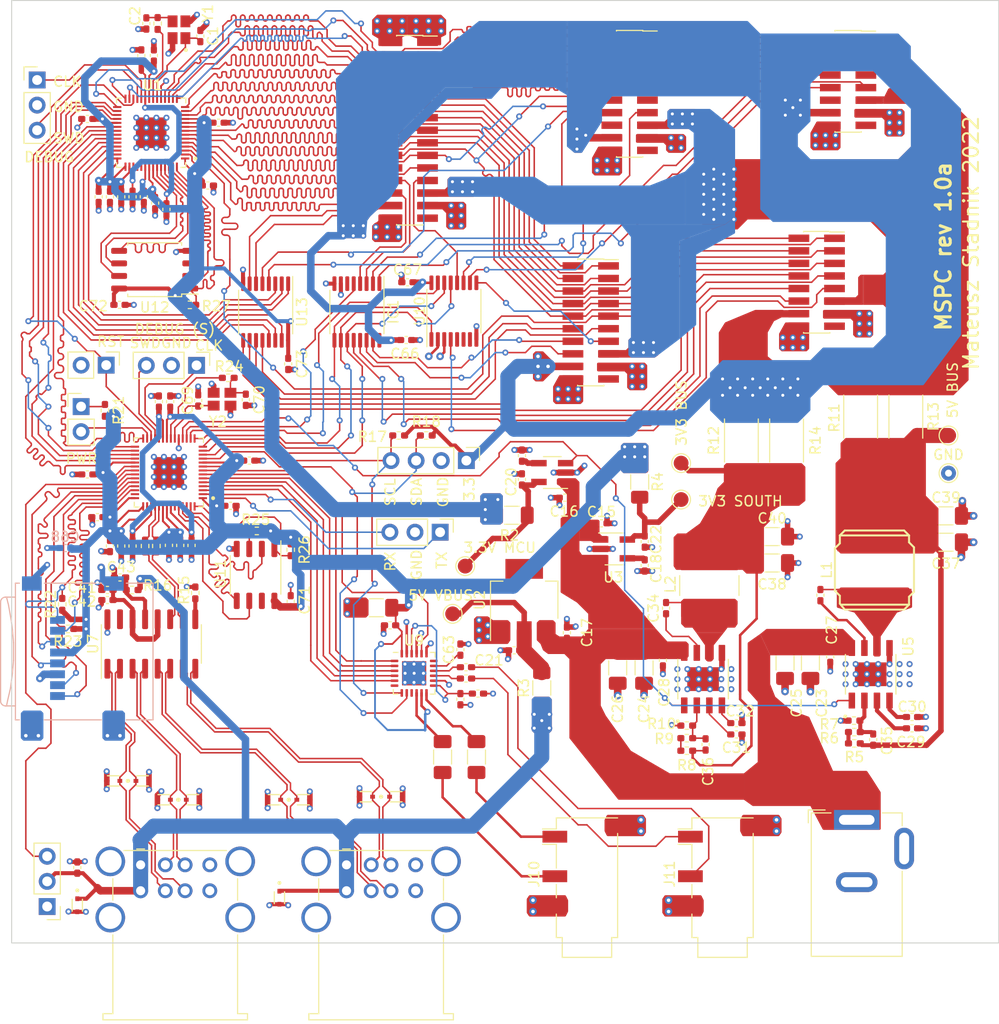
<source format=kicad_pcb>
(kicad_pcb (version 20221018) (generator pcbnew)
  (layers (0 "F.Cu" signal) (1 "In1.Cu" power) (2 "In2.Cu" power) (31 "B.Cu" signal) (34 "B.Paste" user) (35 "F.Paste" user) (36 "B.SilkS" user "B.Silkscreen") (37 "F.SilkS" user "F.Silkscreen") (38 "B.Mask" user) (39 "F.Mask" user) (44 "Edge.Cuts" user))
  (net 0 "")
  (net 1 "/RP2040 Core/OSC_IN")
  (net 2 "GND")
  (net 3 "+3V3_MCU")
  (net 4 "+3V3_SOUTH")
  (net 5 "/South Bridge/South Bridge Oscillator/XOSC_IN")
  (net 6 "+1V1_MCU")
  (net 7 "/South Bridge/Audio DAC/AUX_IN.L")
  (net 8 "/South Bridge/Audio DAC/AUX_IN.R")
  (net 9 "/South Bridge/Audio DAC/AUDIO_OUT.R")
  (net 10 "/South Bridge/Audio DAC/AUDIO_OUT.L")
  (net 11 "+1V1_SOUTH")
  (net 12 "VDC")
  (net 13 "+5V_VBUS")
  (net 14 "Net-(U3-BYP{slash}ADJ)")
  (net 15 "+3V3_BUS")
  (net 16 "+5V_BUS")
  (net 17 "Net-(U4-BYP{slash}ADJ)")
  (net 18 "/South Bridge/POWER_LED_DATA")
  (net 19 "/RP2040 Core/North Bridge BUS multiplexer/BUS_CTRL.CS#0")
  (net 20 "/RP2040 Core/North Bridge BUS multiplexer/BUS_CTRL.CS#1")
  (net 21 "/RP2040 Core/MCU Connectors/BUS_CS#A3")
  (net 22 "/RP2040 Core/MCU Connectors/BUS_CS#A2")
  (net 23 "/RP2040 Core/MCU Connectors/BUS_CS#A1")
  (net 24 "/RP2040 Core/MCU Connectors/BUS_CS#A0")
  (net 25 "/RP2040 Core/North Bridge BUS multiplexer/BUS_CTRL.CS#2")
  (net 26 "/RP2040 Core/North Bridge BUS multiplexer/BUS_CTRL.CS#A_EN")
  (net 27 "/RP2040 Core/North Bridge BUS multiplexer/BUS_CTRL.CS#B_EN")
  (net 28 "/RP2040 Core/MCU Connectors/BUS_CS#B3")
  (net 29 "/RP2040 Core/MCU Connectors/BUS_CS#B2")
  (net 30 "/South Bridge/Main bus control/BUS.CONTROL0")
  (net 31 "/South Bridge/Main bus control/BUS.CONTROL1")
  (net 32 "/South Bridge/Main bus control/BUS.CONTROL2")
  (net 33 "/South Bridge/BUS_RE#.IN")
  (net 34 "/RP2040 Core/BUS_RE#.OUT4")
  (net 35 "/RP2040 Core/BUS_RE#.OUT3")
  (net 36 "/RP2040 Core/BUS_RE#.OUT2")
  (net 37 "/RP2040 Core/BUS_RE#.OUT1")
  (net 38 "/RP2040 Core/BUS_RE#.OUT0")
  (net 39 "/RP2040 Core/BUS_DET.IN1")
  (net 40 "/RP2040 Core/BUS_INT.IN1")
  (net 41 "/RP2040 Core/BUS_DET.IN0")
  (net 42 "/RP2040 Core/BUS_INT.IN0")
  (net 43 "+3V3_USB_HUB")
  (net 44 "/RP2040 Core/BUS_DET.IN3")
  (net 45 "/South Bridge/BUS_DET_OUT")
  (net 46 "/RP2040 Core/BUS_DET.IN2")
  (net 47 "/RP2040 Core/BUS_INT.IN2")
  (net 48 "/RP2040 Core/BUS_DET.IN4")
  (net 50 "/RP2040 Core/MCU Connectors/BUS_NORTH.RWDS")
  (net 51 "/RP2040 Core/MCU Connectors/BUS_NORTH.CLK0")
  (net 52 "/RP2040 Core/MCU Connectors/BUS_NORTH.D15")
  (net 53 "/RP2040 Core/MCU Connectors/BUS_NORTH.D14")
  (net 54 "/RP2040 Core/MCU Connectors/BUS_NORTH.D13")
  (net 55 "/RP2040 Core/MCU Connectors/BUS_NORTH.D12")
  (net 56 "/RP2040 Core/MCU Connectors/BUS_NORTH.D11")
  (net 57 "/RP2040 Core/MCU Connectors/BUS_NORTH.D10")
  (net 58 "/RP2040 Core/MCU Connectors/BUS_NORTH.D9")
  (net 59 "/RP2040 Core/MCU Connectors/BUS_NORTH.D8")
  (net 60 "/RP2040 Core/MCU Connectors/BUS_NORTH.D7")
  (net 61 "/RP2040 Core/MCU Connectors/BUS_NORTH.D6")
  (net 62 "/RP2040 Core/MCU Connectors/BUS_NORTH.D5")
  (net 63 "/RP2040 Core/MCU Connectors/BUS_NORTH.D4")
  (net 64 "/RP2040 Core/MCU Connectors/BUS_NORTH.D3")
  (net 65 "/RP2040 Core/MCU Connectors/BUS_NORTH.D2")
  (net 66 "/RP2040 Core/MCU Connectors/BUS_NORTH.D1")
  (net 67 "/RP2040 Core/MCU Connectors/BUS_NORTH.D0")
  (net 68 "/RP2040 Core/MCU Connectors/BUS_NORTH.CLK1")
  (net 69 "/South Bridge/Audio DAC/I2C.SCL")
  (net 70 "/South Bridge/Audio DAC/I2C.SDA")
  (net 71 "/South Bridge/Bus south connectors/DEBUG.SWCLK")
  (net 72 "/South Bridge/Bus south connectors/DEBUG.SWD")
  (net 73 "/South Bridge/Bus south connectors/UART.TX")
  (net 74 "/South Bridge/Bus south connectors/UART.RX")
  (net 75 "/RP2040 Core/MCU Connectors/DEBUG.SWCLK")
  (net 76 "/RP2040 Core/MCU Connectors/DEBUG.SWD")
  (net 77 "/South Bridge/SD Card/SDIO.D2")
  (net 78 "/South Bridge/SD Card/SDIO.D3")
  (net 79 "/South Bridge/SD Card/SDIO.CMD")
  (net 80 "/South Bridge/SD Card/SDIO.CLK")
  (net 81 "/South Bridge/SD Card/SDIO.D0")
  (net 82 "/South Bridge/SD Card/SDIO.D1")
  (net 83 "/RP2040 Core/OSC_OUT")
  (net 84 "/South Bridge/South Bridge Oscillator/XOSC_OUT")
  (net 85 "/RP2040 Core/MCU flash/FLASH.CSN")
  (net 86 "/South Bridge/South Bridge Flash/FLASH.CS#")
  (net 87 "/RP2040 Core/BUS_SOUTH.RESET#")
  (net 88 "/South Bridge/POWER_BUTTON")
  (net 89 "/South Bridge/South Bridge Flash/FLASH.SD1")
  (net 90 "/South Bridge/South Bridge Flash/FLASH.SD0")
  (net 91 "/South Bridge/South Bridge Flash/FLASH.SCLK")
  (net 92 "/South Bridge/Audio DAC/AUDIO.MCLK")
  (net 93 "/South Bridge/Audio DAC/AUDIO.BCLK")
  (net 94 "/South Bridge/Audio DAC/AUDIO.WCLK")
  (net 95 "/South Bridge/Audio DAC/AUDIO.DIN")
  (net 96 "/South Bridge/Audio DAC/AUDIO.DOUT")
  (net 97 "/South Bridge/Audio DAC/AUDIO.RESET#")
  (net 98 "/power_supply/POWER_ENABLE")
  (net 99 "/RP2040 Core/BUS_SOUTH.CLK")
  (net 100 "/RP2040 Core/BUS_SOUTH.D0")
  (net 101 "/RP2040 Core/BUS_SOUTH.D1")
  (net 102 "/RP2040 Core/BUS_SOUTH.D2")
  (net 103 "/RP2040 Core/BUS_SOUTH.D3")
  (net 104 "/RP2040 Core/MCU flash/FLASH.SD3")
  (net 105 "/RP2040 Core/MCU flash/FLASH.SCLK")
  (net 106 "/RP2040 Core/MCU flash/FLASH.SD0")
  (net 107 "/RP2040 Core/MCU flash/FLASH.SD2")
  (net 108 "/RP2040 Core/MCU flash/FLASH.SD1")
  (net 109 "Net-(Y1-OUT{slash}IN)")
  (net 110 "Net-(U5-VREG)")
  (net 111 "Net-(U5-SS)")
  (net 112 "Net-(U6-VREG)")
  (net 113 "Net-(U6-SS)")
  (net 114 "Net-(U5-BOOT)")
  (net 115 "Net-(U5-SW)")
  (net 116 "Net-(U6-BOOT)")
  (net 117 "Net-(U6-SW)")
  (net 118 "Net-(U5-FB)")
  (net 119 "Net-(U6-FB)")
  (net 120 "Net-(Y2-OUT{slash}IN)")
  (net 122 "Net-(J5-Pin_1)")
  (net 123 "/South Bridge/USB Hub/D4-")
  (net 124 "/South Bridge/USB Hub/D2-")
  (net 125 "/South Bridge/USB Hub/D4+")
  (net 126 "/South Bridge/USB Hub/D2+")
  (net 127 "/South Bridge/USB Hub/D3-")
  (net 128 "/South Bridge/USB Hub/D1-")
  (net 129 "/South Bridge/USB Hub/D3+")
  (net 130 "/South Bridge/USB Hub/D1+")
  (net 131 "/South Bridge/USB_D-")
  (net 132 "/South Bridge/USB Hub/USB.D-")
  (net 133 "/South Bridge/USB_D+")
  (net 134 "/South Bridge/USB Hub/USB.D+")
  (net 137 "Net-(U9-INL)")
  (net 138 "Net-(U9-AVDD)")
  (net 139 "Net-(U9-INR)")
  (net 140 "Net-(U9-REF)")
  (net 141 "Net-(U9-HPR)")
  (net 142 "Net-(U9-HPL)")
  (net 143 "Net-(R5-Pad2)")
  (net 144 "Net-(U7-REF)")
  (net 151 "/RP2040 Core/MCU Connectors/BUS_CS#B0")
  (net 152 "Net-(U2-VO)")
  (net 153 "Net-(U3-VOUT)")
  (net 154 "Net-(U4-VOUT)")
  (net 155 "Net-(C35-Pad1)")
  (net 156 "Net-(C36-Pad1)")
  (net 157 "/RP2040 Core/MCU Connectors/BUS_CS#B1")
  (net 158 "Net-(R8-Pad2)")
  (net 159 "Net-(U11-~{WP})")
  (net 160 "/RP2040 Core/North Bridge BUS multiplexer/BUS_CTRL.CS#3")
  (net 166 "Net-(U7-VCC)")
  (net 167 "unconnected-(U9-NC)")
  (footprint "Resistor_SMD:R_2512_6332Metric_Pad1.40x3.35mm_HandSolder" (layer "F.Cu") (at 123.825 94.488 -90)
    (fp_text reference "R12")
    (fp_text value "0" hide)
  )
  (footprint "Capacitor_SMD:C_1206_3216Metric_Pad1.33x1.80mm_HandSolder" (layer "F.Cu") (at 144.526 102.108)
    (fp_text reference "C39")
    (fp_text value "22u" hide)
  )
  (footprint "footprints:XTAL_ECS-120-8-36-CGN-TR" (layer "F.Cu") (at 71.286 90.312)
    (fp_text reference "Y2")
    (fp_text value "ECS-120-8-36-CGN-TR" hide)
  )
  (footprint "Capacitor_SMD:C_0402_1005Metric_Pad0.74x0.62mm_HandSolder" (layer "F.Cu") (at 57.658 97.917 180)
    (fp_text reference "C55" hide)
    (fp_text value "100n" hide)
  )
  (footprint "Capacitor_SMD:C_1206_3216Metric_Pad1.33x1.80mm_HandSolder" (layer "F.Cu") (at 93.599 126.492 -90)
    (fp_text reference "C64" hide)
    (fp_text value "47u" hide)
  )
  (footprint "Capacitor_SMD:C_0402_1005Metric_Pad0.74x0.62mm_HandSolder" (layer "F.Cu") (at 68.873 90.439 90)
    (fp_text reference "C69")
    (fp_text value "14p" hide)
  )
  (footprint "Capacitor_SMD:C_0402_1005Metric_Pad0.74x0.62mm_HandSolder" (layer "F.Cu") (at 123.317 124.206)
    (fp_text reference "C31")
    (fp_text value "1u" hide)
  )
  (footprint "Capacitor_SMD:C_0402_1005Metric_Pad0.74x0.62mm_HandSolder" (layer "F.Cu") (at 115.88575 116.7095 -90)
    (fp_text reference "C28")
    (fp_text value "100n" hide)
  )
  (footprint "Package_SO:TSSOP-16_4.4x5mm_P0.65mm" (layer "F.Cu") (at 94.742 81.407 90)
    (fp_text reference "U10")
    (fp_text value "SN74LVC139APWR" hide)
  )
  (footprint "Capacitor_SMD:C_0402_1005Metric_Pad0.74x0.62mm_HandSolder" (layer "F.Cu") (at 56.642 137.668 90)
    (fp_text reference "C44" hide)
    (fp_text value "100n" hide)
  )
  (footprint "Capacitor_SMD:C_0402_1005Metric_Pad0.74x0.62mm_HandSolder" (layer "F.Cu") (at 101.6235 98.4235 90)
    (fp_text reference "C20")
    (fp_text value "2.2u" hide)
  )
  (footprint "MountingHole:MountingHole_2.2mm_M2_DIN965" (layer "F.Cu") (at 55 128.975)
    (fp_text reference "H1" hide)
    (fp_text value "MountingHole" hide)
  )
  (footprint "Capacitor_SMD:C_0402_1005Metric_Pad0.74x0.62mm_HandSolder" (layer "F.Cu") (at 58.801 69.85 -90)
    (fp_text reference "C13" hide)
    (fp_text value "100n" hide)
  )
  (footprint "Capacitor_SMD:C_0402_1005Metric_Pad0.74x0.62mm_HandSolder" (layer "F.Cu") (at 61.087 105.156 -90)
    (fp_text reference "C45" hide)
    (fp_text value "1u" hide)
  )
  (footprint "MountingHole:MountingHole_2.2mm_M2_DIN965" (layer "F.Cu") (at 55 53.975)
    (fp_text reference "H4" hide)
    (fp_text value "MountingHole" hide)
  )
  (footprint "Connector_USB:USB_A_Wuerth_61400826021_Horizontal_Stacked" (layer "F.Cu") (at 83.876 137.392)
    (fp_text reference "J3" hide)
    (fp_text value "~" hide)
  )
  (footprint "Capacitor_SMD:C_0402_1005Metric_Pad0.74x0.62mm_HandSolder" (layer "F.Cu") (at 65.913 105.0885 -90)
    (fp_text reference "C53" hide)
    (fp_text value "100n" hide)
  )
  (footprint "footprints:TVS_LESD5D5.0CT1G" (layer "F.Cu") (at 56.642 141.478 -90)
    (fp_text reference "D9" hide)
    (fp_text value "LESD5D5.0CT1G" hide)
  )
  (footprint "Capacitor_SMD:C_0402_1005Metric_Pad0.74x0.62mm_HandSolder" (layer "F.Cu") (at 95.965 117.4095 180)
    (fp_text reference "C58" hide)
    (fp_text value "100n" hide)
  )
  (footprint "Connector_PinSocket_1.27mm:PinSocket_2x10_P1.27mm_Vertical_SMD" (layer "F.Cu") (at 112.522 59.436)
    (fp_text reference "J14" hide)
    (fp_text value "Value: Connector A 8-bit" hide)
  )
  (footprint "Package_TO_SOT_SMD:SOT-223-3_TabPin2" (layer "F.Cu") (at 101.854 110.617 90)
    (fp_text reference "U2")
    (fp_text value "LD1117S50TR_SOT223" hide)
  )
  (footprint "Capacitor_SMD:C_0402_1005Metric_Pad0.74x0.62mm_HandSolder" (layer "F.Cu") (at 60.916 80.772)
    (fp_text reference "C72")
    (fp_text value "100n" hide)
  )
  (footprint "Resistor_SMD:R_2512_6332Metric_Pad1.40x3.35mm_HandSolder" (layer "F.Cu") (at 128.397 94.488 -90)
    (fp_text reference "R14")
    (fp_text value "0" hide)
  )
  (footprint "Resistor_SMD:R_0402_1005Metric_Pad0.72x0.64mm_HandSolder" (layer "F.Cu") (at 118.29875 125.8535 180)
    (fp_text reference "R8")
    (fp_text value "68k" hide)
  )
  (footprint "Connector_Audio:Jack_3.5mm_PJ320D_Horizontal" (layer "F.Cu") (at 108.204 138.37 90)
    (fp_text reference "J10")
    (fp_text value "AudioJack4" hide)
  )
  (footprint "Capacitor_SMD:C_1206_3216Metric_Pad1.33x1.80mm_HandSolder" (layer "F.Cu") (at 111.31375 117.4715 -90)
    (fp_text reference "C26")
    (fp_text value "10u" hide)
  )
  (footprint "Capacitor_SMD:C_0402_1005Metric_Pad0.74x0.62mm_HandSolder" (layer "F.Cu") (at 109.6685 102.862)
    (fp_text reference "C15")
    (fp_text value "1u" hide)
  )
  (footprint "Connector_USB:USB_A_Wuerth_61400826021_Horizontal_Stacked" (layer "F.Cu") (at 63.048 137.392)
    (fp_text reference "J4" hide)
    (fp_text value "~" hide)
  )
  (footprint "Capacitor_SMD:C_0402_1005Metric_Pad0.74x0.62mm_HandSolder" (layer "F.Cu") (at 61.087 69.85 -90)
    (fp_text reference "C3" hide)
    (fp_text value "1u" hide)
  )
  (footprint "Resistor_SMD:R_0402_1005Metric_Pad0.72x0.64mm_HandSolder" (layer "F.Cu") (at 118.29875 124.5835)
    (fp_text reference "R9")
    (fp_text value "5.6k" hide)
  )
  (footprint "Capacitor_SMD:C_0402_1005Metric_Pad0.74x0.62mm_HandSolder" (layer "F.Cu") (at 95.3975 120.644 -90)
    (fp_text reference "C59" hide)
    (fp_text value "1u" hide)
  )
  (footprint "Capacitor_SMD:C_0402_1005Metric_Pad0.74x0.62mm_HandSolder" (layer "F.Cu") (at 59.69 110.617 180)
    (fp_text reference "C42")
    (fp_text value "100n" hide)
  )
  (footprint "Capacitor_SMD:C_0402_1005Metric_Pad0.74x0.62mm_HandSolder" (layer "F.Cu") (at 67.056 105.0965 -90)
    (fp_text reference "C51" hide)
    (fp_text value "100n" hide)
  )
  (footprint "Connector_PinHeader_2.54mm:PinHeader_1x03_P2.54mm_Vertical" (layer "F.Cu") (at 53.594 141.605 180)
    (fp_text reference "J18" hide)
    (fp_text value "Conn_01x03_Male" hide)
  )
  (footprint "Capacitor_SMD:C_0402_1005Metric_Pad0.74x0.62mm_HandSolder" (layer "F.Cu") (at 74.041 96.52)
    (fp_text reference "C47" hide)
    (fp_text value "100n" hide)
  )
  (footprint "Resistor_SMD:R_0402_1005Metric_Pad0.72x0.64mm_HandSolder" (layer "F.Cu") (at 55.6889 113.538 180)
    (fp_text reference "R23")
    (fp_text value "10k" hide)
  )
  (footprint "footprints:XTAL_ECS-120-8-36-CGN-TR" (layer "F.Cu") (at 66.929 52.959 90)
    (fp_text reference "Y1")
    (fp_text value "ECS-120-8-36-CGN-TR" hide)
  )
  (footprint "Capacitor_SMD:C_0402_1005Metric_Pad0.74x0.62mm_HandSolder" (layer "F.Cu") (at 95.965 118.5525 180)
    (fp_text reference "C57" hide)
    (fp_text value "100n" hide)
  )
  (footprint "Capacitor_SMD:C_0402_1005Metric_Pad0.74x0.62mm_HandSolder" (layer "F.Cu") (at 101.6235 96.017 90)
    (fp_text reference "C19" hide)
    (fp_text value "100pF" hide)
  )
  (footprint "Capacitor_SMD:C_1206_3216Metric_Pad1.33x1.80mm_HandSolder" (layer "F.Cu") (at 128.243 116.983 -90)
    (fp_text reference "C25")
    (fp_text value "10u" hide)
  )
  (footprint "Package_DFN_QFN:VQFN-24-1EP_4x4mm_P0.5mm_EP2.45x2.45mm" (layer "F.Cu") (at 90.719 118.024)
    (fp_text reference "U9")
    (fp_text value "TLV320DAC3203IRGET" hide)
  )
  (footprint "Capacitor_SMD:C_0402_1005Metric_Pad0.74x0.62mm_HandSolder" (layer "F.Cu") (at 64.897 90.551 90)
    (fp_text reference "C52" hide)
    (fp_text value "100n" hide)
  )
  (footprint "Package_TO_SOT_SMD:SOT-23-5_HandSoldering" (layer "F.Cu") (at 110.937 105.449)
    (fp_text reference "U3")
    (fp_text value "AP2210" hide)
  )
  (footprint "MountingHole:MountingHole_2.2mm_M2_DIN965" (layer "F.Cu") (at 145 128.975)
    (fp_text reference "H2" hide)
    (fp_text value "MountingHole" hide)
  )
  (footprint "Resistor_SMD:R_0402_1005Metric_Pad0.72x0.64mm_HandSolder" (layer "F.Cu") (at 135.255 125.111 180)
    (fp_text reference "R5")
    (fp_text value "120k" hide)
  )
  (footprint "footprints:TVS_LESD5D5.0CT1G" (layer "F.Cu") (at 68.326 130.81)
    (fp_text reference "D7" hide)
    (fp_text value "LESD5D5.0CT1G" hide)
  )
  (footprint "Resistor_SMD:R_0402_1005Metric_Pad0.72x0.64mm_HandSolder" (layer "F.Cu") (at 71.9125 88.153 180)
    (fp_text reference "R24")
    (fp_text value "1k" hide)
  )
  (footprint "Capacitor_SMD:C_0402_1005Metric_Pad0.74x0.62mm_HandSolder" (layer "F.Cu") (at 68.199 105.0965 -90)
    (fp_text reference "C50" hide)
    (fp_text value "100n" hide)
  )
  (footprint "Capacitor_SMD:C_0402_1005Metric_Pad0.74x0.62mm_HandSolder" (layer "F.Cu") (at 105.965 100.269 180)
    (fp_text reference "C16")
    (fp_text value "1u" hide)
  )
  (footprint "Capacitor_SMD:C_0402_1005Metric_Pad0.74x0.62mm_HandSolder" (layer "F.Cu") (at 114.046 104.7075 -90)
    (fp_text reference "C22")
    (fp_text value "2.2u" hide)
  )
  (footprint "Connector_PinHeader_2.54mm:PinHeader_1x03_P2.54mm_Vertical" (layer "F.Cu") (at 68.707 86.893 -90)
    (fp_text reference "J7" hide)
    (fp_text value "Conn_01x03_Female" hide)
  )
  (footprint "footprints:SOIC127P600X100-9N" (layer "F.Cu") (at 119.94975 118.6145 90)
    (fp_text reference "U6" hide)
    (fp_text value "BD9D321EFJ" hide)
  )
  (footprint "Capacitor_SMD:C_0402_1005Metric_Pad0.74x0.62mm_HandSolder" (layer "F.Cu") (at 141.091 123.587)
    (fp_text reference "C29")
    (fp_text value "1u" hide)
  )
  (footprint "Resistor_SMD:R_0402_1005Metric_Pad0.72x0.64mm_HandSolder" (layer "F.Cu") (at 59.436 91.44 -90)
    (fp_text reference "R21")
    (fp_text value "1k" hide)
  )
  (footprint "Package_SO:SOP-16_3.9x9.9mm_P1.27mm" (layer "F.Cu") (at 64.135 115.062 90)
    (fp_text reference "U7")
    (fp_text value "hs8836a" hide)
  )
  (footprint "Capacitor_SMD:C_0402_1005Metric_Pad0.74x0.62mm_HandSolder" (layer "F.Cu") (at 59.69 109.601 180)
    (fp_text reference "C41")
    (fp_text value "4.7u" hide)
  )
  (footprint "Capacitor_SMD:C_0402_1005Metric_Pad0.74x0.62mm_HandSolder" (layer "F.Cu") (at 60.96 108.331 180)
    (fp_text reference "C43")
    (fp_text value "4.7u" hide)
  )
  (footprint "Resistor_SMD:R_2512_6332Metric_Pad1.40x3.35mm_HandSolder" (layer "F.Cu") (at 135.89 92.075 -90)
    (fp_text reference "R11")
    (fp_text value "0" hide)
  )
  (footprint "Resistor_SMD:R_0402_1005Metric_Pad0.72x0.64mm_HandSolder" (layer "F.Cu") (at 89.154 93.98)
    (fp_text reference "R17")
    (fp_text value "4.7k" hide)
  )
  (footprint "Capacitor_SMD:C_0402_1005Metric_Pad0.74x0.62mm_HandSolder" (layer "F.Cu") (at 66.04 90.551 90)
    (fp_text reference "C54" hide)
    (fp_text value "100n" hide)
  )
  (footprint "MountingHole:MountingHole_2.2mm_M2_DIN965" (layer "F.Cu") (at 145 53.975)
    (fp_text reference "H3" hide)
    (fp_text value "MountingHole" hide)
  )
  (footprint "Capacitor_SMD:C_0402_1005Metric_Pad0.74x0.62mm_HandSolder" (layer "F.Cu") (at 116.205 111.4385 90)
    (fp_text reference "C34")
    (fp_text value "100n" hide)
  )
  (footprint "Capacitor_SMD:C_1206_3216Metric_Pad1.33x1.80mm_HandSolder" (layer "F.Cu") (at 97.028 126.492 -90)
    (fp_text reference "C65" hide)
    (fp_text value "47u" hide)
  )
  (footprint "Capacitor_SMD:C_0402_1005Metric_Pad0.74x0.62mm_HandSolder" (layer "F.Cu") (at 65.659 71.12 -90)
    (fp_text reference "C7" hide)
    (fp_text value "100n" hide)
  )
  (footprint "Capacitor_SMD:C_0402_1005Metric_Pad0.74x0.62mm_HandSolder" (layer "F.Cu") (at 63.373 69.85 -90)
    (fp_text reference "C14" hide)
    (fp_text value "100n" hide)
  )
  (footprint "Connector_PinSocket_1.27mm:PinSocket_2x10_P1.27mm_Vertical_SMD" (layer "F.Cu") (at 108.585 82.55)
    (fp_text reference "J17" hide)
    (fp_text value "Connector B 8-bit" hide)
  )
  (footprint "TestPoint:TestPoint_Pad_D1.5mm" (layer "F.Cu") (at 94.615 112.014)
    (fp_text reference "TP1" hide)
    (fp_text value "TestPoint" hide)
  )
  (footprint "Capacitor_SMD:C_0402_1005Metric_Pad0.74x0.62mm_HandSolder" (layer "F.Cu") (at 132.815 116.348 -90)
    (fp_text reference "C27")
    (fp_text value "100n" hide)
  )
  (footprint "Capacitor_SMD:C_0402_1005Metric_Pad0.74x0.62mm_HandSolder" (layer "F.Cu") (at 106.172 113.919 90)
    (fp_text reference "C17")
    (fp_text value "4.7u" hide)
  )
  (footprint "Capacitor_SMD:C_0402_1005Metric_Pad0.74x0.62mm_HandSolder" (layer "F.Cu") (at 64.516 70.485 -90)
    (fp_text reference "C12" hide)
    (fp_text value "100n" hide)
  )
  (footprint "footprints:TVS_LESD5D5.0CT1G" (layer "F.Cu") (at 85.85625 130.5052 180)
    (fp_text reference "D6" hide)
    (fp_text value "LESD5D5.0CT1G" hide)
  )
  (footprint "Capacitor_SMD:C_1206_3216Metric_Pad1.33x1.80mm_HandSolder" (layer "F.Cu") (at 86.8885 111.39625 180)
    (fp_text reference "C60" hide)
    (fp_text value "10u" hide)
  )
  (footprint "Connector_PinHeader_2.54mm:PinHeader_1x03_P2.54mm_Vertical" (layer "F.Cu") (at 52.578 58.039)
    (fp_text reference "J12" hide)
    (fp_text value "Conn_01x03_Female" hide)
  )
  (footprint "Connector_PinSocket_1.27mm:PinSocket_2x15_P1.27mm_Vertical_SMD" (layer "F.Cu") (at 90.275 63.119)
    (fp_text reference "J13" hide)
    (fp_text value "Connector A 16-bit" hide)
  )
  (footprint "Capacitor_SMD:C_0402_1005Metric_Pad0.74x0.62mm_HandSolder" (layer "F.Cu") (at 64.389 55.5585 90)
    (fp_text reference "C6" hide)
    (fp_text value "100n" hide)
  )
  (footprint "TestPoint:TestPoint_Pad_D1.5mm" (layer "F.Cu") (at 144.78 93.98 90)
    (fp_text reference "TP6" hide)
    (fp_text value "TestPoint" hide)
  )
  (footprint "Connector_PinHeader_2.54mm:PinHeader_1x04_P2.54mm_Vertical" (layer "F.Cu") (at 96.002 96.52 -90)
    (fp_text reference "J8" hide)
    (fp_text value "Conn_01x04_Female" hide)
  )
  (footprint "Resistor_SMD:R_1206_3216Metric_Pad1.30x1.75mm_HandSolder" (layer "F.Cu") (at 113.538 98.671 -90)
    (fp_text reference "R4")
    (fp_text value "0")
  )
  (footprint "Capacitor_SMD:C_1206_3216Metric_Pad1.33x1.80mm_HandSolder" (layer "F.Cu") (at 126.93475 104.206)
    (fp_text reference "C40")
    (fp_text value "22u" hide)
  )
  (footprint "Capacitor_SMD:C_0402_1005Metric_Pad0.74x0.62mm_HandSolder" (layer "F.Cu") (at 58.674 102.235 180)
    (fp_text reference "C49" hide)
    (fp_text value "100n" hide)
  )
  (footprint "Capacitor_SMD:C_0402_1005Metric_Pad0.74x0.62mm_HandSolder" (layer "F.Cu") (at 89.916 84.328)
    (fp_text reference "C66")
    (fp_text value "100n" hide)
  )
  (footprint "Connector_PinSocket_1.27mm:PinSocket_2x08_P1.27mm_Vertical_SMD" (layer "F.Cu") (at 131.445 78.486)
    (fp_text reference "J16" hide)
    (fp_text value "Connector B - 4 bit" hide)
  )
  (footprint "TestPoint:TestPoint_THTPad_D1.5mm_Drill0.7mm" (layer "F.Cu") (at 144.78 97.79)
    (fp_text reference "TP5" hide)
    (fp_text value "TestPoint" hide)
  )
  (footprint "Resistor_SMD:R_0402_1005Metric_Pad0.72x0.64mm_HandSolder" (layer "F.Cu") (at 63.5 105.156 -90)
    (fp_text reference "R19" hide)
    (fp_text value "27.4R" hide)
  )
  (footprint "footprints:QFN40P700X700X90-57N" (layer "F.Cu") (at 65.907 97.717 180)
    (fp_text reference "U8" hide)
    (fp_text value "RP2040" hide)
  )
  (footprint "Resistor_SMD:R_1206_3216Metric_Pad1.30x1.75mm_HandSolder" (layer "F.Cu") (at 103.632 119.507 90)
    (fp_text reference "R3")
    (fp_text value "0")
  )
  (footprint "TestPoint:TestPoint_Pad_D1.5mm" (layer "F.Cu") (at 117.729 96.774)
    (fp_text reference "TP7" hide)
    (fp_text value "TestPoint" hide)
  )
  (footprint "Capacitor_SMD:C_1206_3216Metric_Pad1.33x1.80mm_HandSolder" (layer "F.Cu") (at 130.81 116.983 -90)
    (fp_text reference "C23")
    (fp_text value "10u" hide)
  )
  (footprint "footprints:TVS_LESD5D5.0CT1G" (layer "F.Cu") (at 65.405 130.81 180)
    (fp_text reference "D5" hide)
    (fp_text value "LESD5D5.0CT1G" hide)
  )
  (footprint "Resistor_SMD:R_0402_1005Metric_Pad0.72x0.64mm_HandSolder" (layer "F.Cu") (at 64.643 105.156 -90)
    (fp_text reference "R20" hide)
    (fp_text value "27.4R" hide)
  )
  (footprint "Capacitor_SMD:C_0402_1005Metric_Pad0.74x0.62mm_HandSolder" (layer "F.Cu") (at 114.046 107.1205 -90)
    (fp_text reference "C18")
    (fp_text value "100pF" hide)
  )
  (footprint "Resistor_SMD:R_0402_1005Metric_Pad0.72x0.64mm_HandSolder" (layer "F.Cu") (at 135.2175 122.809 180)
    (fp_text reference "R7")
    (fp_text value "22k" hide)
  )
  (footprint "Resistor_SMD:R_0402_1005Metric_Pad0.72x0.64mm_HandSolder" (layer "F.Cu") (at 118.29875 123.3135 180)
    (fp_text reference "R10")
    (fp_text value "22k" hide)
  )
  (footprint "Capacitor_SMD:C_0402_1005Metric_Pad0.74x0.62mm_HandSolder" (layer "F.Cu") (at 90.043 78.486 180)
    (fp_text reference "C67")
    (fp_text value "100n" hide)
  )
  (footprint "Resistor_SMD:R_0402_1005Metric_Pad0.72x0.64mm_HandSolder" (layer "F.Cu") (at 55.118 111.0488 90)
    (fp_text reference "R22")
    (fp_text value "10k" hide)
  )
  (footprint "Package_TO_SOT_SMD:SOT-23-5_HandSoldering" (layer "F.Cu") (at 104.695 97.729 180)
    (fp_text reference "U4" hide)
    (fp_text value "AP2210" hide)
  )
  (footprint "Capacitor_SMD:C_0402_1005Metric_Pad0.74x0.62mm_HandSolder" (layer "F.Cu") (at 137.16 124.73 90)
    (fp_text reference "C35")
    (fp_text value "22p" hide)
  )
  (footprint "Resistor_SMD:R_0402_1005Metric_Pad0.72x0.64mm_HandSolder" (layer "F.Cu") (at 64.77 52.324 -90)
    (fp_text reference "R1" hide)
    (fp_text value "1k" hide)
  )
  (footprint "Connector_PinSocket_1.27mm:PinSocket_2x08_P1.27mm_Vertical_SMD" (layer "F.Cu") (at 134.62 58.175)
    (fp_text reference "J15" hide)
    (fp_text value "Connector A - 4 bit" hide)
  )
  (footprint "Capacitor_SMD:C_0402_1005Metric_Pad0.74x0.62mm_HandSolder" (layer "F.Cu") (at 120.20375 125.2185 90)
    (fp_text reference "C36")
    (fp_text value "22p" hide)
  )
  (footprint "footprints:IND_NR6028T4R7M" (layer "F.Cu") (at 120.58475 109.1525 90)
    (fp_text reference "L2")
    (fp_text value "2.2u" hide)
  )
  (footprint "Capacitor_SMD:C_1206_3216Metric_Pad1.33x1.80mm_HandSolder" (layer "F.Cu") (at 144.526 104.775)
    (fp_text reference "C37")
    (fp_text value "22u" hide)
  )
  (footprint "Connector_PinHeader_2.54mm:PinHeader_1x03_P2.54mm_Vertical" (layer "F.Cu") (at 93.345 103.759 -90)
    (fp_text reference "J9" hide)
    (fp_text value "Conn_01x03_Female" hide)
  )
  (footprint "Package_SO:TSSOP-16_4.4x5mm_P0.65mm" (layer "F.Cu") (at 84.9301 81.4919 -90)
    (fp_text reference "IC1")
    (fp_text value "SN74HCS151PWR" hide)
  )
  (footprint "Capacitor_SMD:C_1206_3216Metric_Pad1.33x1.80mm_HandSolder" (layer "F.Cu") (at 126.93475 106.873)
    (fp_text reference "C38")
    (fp_text value "22u" hide)
  )
  (footprint "footprints:TVS_LESD5D5.0CT1G" (layer "F.Cu") (at 77.089 140.716 -90)
    (fp_text reference "D10" hide)
    (fp_text value "LESD5D5.0CT1G" hide)
  )
  (footprint "Capacitor_SMD:C_0402_1005Metric_Pad0.74x0.62mm_HandSolder" (layer "F.Cu") (at 57.658 61.976 180)
    (fp_text reference "C8" hide)
    (fp_text value "100n" hide)
  )
  (footprint "Package_SO:SOIC-8_5.23x5.23mm_P1.27mm" (layer "F.Cu") (at 64.472 77.216 180)
    (fp_text reference "U12")
    (fp_text value "W25Q128JVS" hide)
  )
  (footprint "Resistor_SMD:R_0402_1005Metric_Pad0.72x0.64mm_HandSolder" (layer "F.Cu") (at 91.948 93.98)
    (fp_text reference "R18")
    (fp_text value "4.7k" hide)
  )
  (footprint "Capacitor_SMD:C_0402_1005Metric_Pad0.74x0.62mm_HandSolder" (layer "F.Cu") (at 78.232 110.744 90)
    (fp_text reference "C71")
    (fp_text value "100n" hide)
  )
  (footprint "Resistor_SMD:R_0402_1005Metric_Pad0.72x0.64mm_HandSolder" (layer "F.Cu") (at 68.58 109.895 -90)
    (fp_text reference "R15")
    (fp_text value "100k" hide)
  )
  (footprint "Resistor_SMD:R_0402_1005Metric_Pad0.72x0.64mm_HandSolder" (layer "F.Cu") (at 74.803 103.632)
    (fp_text reference "R25")
    (fp_text value "10k" hide)
  )
  (footprint "footprints:TVS_LESD5D5.0CT1G" (layer "F.Cu") (at 76.556 130.81 180)
    (fp_text reference "D2" hide)
    (fp_text value "LESD5D5.0CT1G" hide)
  )
  (footprint "footprints:NRS8030" (layer "F.Cu") (at 137.287 107.585 90)
    (fp_text reference "L1")
    (fp_text value "3.3u" hide)
  )
  (footprint "footprints:TVS_LESD5D5.0CT1G" (layer "F.Cu") (at 63.233 128.903)
    (fp_text reference "D3" hide)
    (fp_text value "LESD5D5.0CT1G" hide)
  )
  (footprint "Connector_Audio:Jack_3.5mm_PJ320D_Horizontal" (layer "F.Cu") (at 121.92 138.37 90)
    (fp_text reference "J11")
    (fp_text value "AudioJack4" hide)
  )
  (footprint "TestPoint:TestPoint_Pad_D1.5mm" (layer "F.Cu") (at 95.885 107.188)
    (fp_text reference "TP2" hide)
    (fp_text value "TestPoint" hide)
  )
  (footprint "Package_SO:SOP-8_3.9x4.9mm_P1.27mm" (layer "F.Cu") (at 74.676 108.077 -90)
    (fp_text reference "U11")
    (fp_text value "GD25D05CT" hide)
  )
  (footprint "Resistor_SMD:R_0402_1005Metric_Pad0.72x0.64mm_HandSolder" (layer "F.Cu") (at 68.028 80.772 180)
    (fp_text reference "R27")
    (fp_text value "10k" hide)
  )
  (footprint "footprints:QFN40P700X700X90-57N" (layer "F.Cu") (at 64.1165 63.373 180)
    (fp_text reference "U1")
    (fp_text value "RP2040" hide)
  )
  (footprint "Capacitor_SMD:C_0402_1005Metric_Pad0.74x0.62mm_HandSolder" (layer "F.Cu") (at 100.838 115.697 180)
    (fp_text reference "C21")
    (fp_text value "10uF" hide)
  )
  (footprint "Capacitor_SMD:C_0402_1005Metric_Pad0.74x0.62mm_HandSolder" (layer "F.Cu") (at 62.23 69.85 -90)
    (fp_text reference "C5" hide)
    (fp_text value "1u" hide)
  )
  (footprint "Connector_PinHeader_2.54mm:PinHeader_1x02_P2.54mm_Vertical" (layer "F.Cu") (at 57.023 91.059)
    (fp_text reference "J5" hide)
    (fp_text value "Conn_01x02_Male" hide)
  )
  (footprint "Connector_BarrelJack:BarrelJack_GCT_DCJ200-10-A_Horizontal" (layer "F.Cu") (at 135.494 132.842)
    (fp_text reference "J2" hide)
    (fp_text value "Barrel_Jack_Switch" hide)
  )
  (footprint "TestPoint:TestPoint_Pad_D1.5mm" (layer "F.Cu") (at 117.729 100.457)
    (fp_text reference "TP3" hide)
    (fp_text value "TestPoint" hide)
  )
  (footprint "Capacitor_SMD:C_0402_1005Metric_Pad0.74x0.62mm_HandSolder" (layer "F.Cu") (at 77.978 86.741 -90)
    (fp_text reference "C73")
    (fp_text value "100n" hide)
  )
  (footprint "Capacitor_SMD:C_0402_1005Metric_Pad0.74x0.62mm_HandSolder" (layer "F.Cu") (at 72.136 101.092)
    (fp_text reference "C46" hide)
    (fp_text value "100n" hide)
  )
  (footprint "Capacitor_SMD:C_0402_1005Metric_Pad0.74x0.62mm_HandSolder" (layer "F.Cu") (at 131.82 110.125 90)
    (fp_text reference "C33" hide)
    (fp_text value "100n" hide)
  )
  (footprint "Capacitor_SMD:C_0402_1005Metric_Pad0.74x0.62mm_HandSolder" (layer "F.Cu") (at 123.317 123.063)
    (fp_text reference "C32")
    (fp_text value "3300p" hide)
  )
  (footprint "Resistor_SMD:R_1206_3216Metric_Pad1.30x1.75mm_HandSolder" (layer "F.Cu") (at 100.61 102.047)
    (fp_text reference "R2")
    (fp_text value "0" hide)
  )
  (footprint "Capacitor_SMD:C_0402_1005Metric_Pad0.74x0.62mm_HandSolder" (layer "F.Cu") (at 141.091 122.444)
    (fp_text reference "C30")
    (fp_text value "3300p" hide)
  )
  (footprint "footprints:TVS_LESD5D5.0CT1G" (layer "F.Cu") (at 88.89575 130.5052)
    (fp_text reference "D8" hide)
    (fp_text value "LESD5D5.0CT1G" hide)
  )
  (footprint "Capacitor_SMD:C_0402_1005Metric_Pad0.74x0.62mm_HandSolder" (layer "F.Cu") (at 95.3975 115.6315 90)
    (fp_text reference "C63")
    (fp_text value "1u" hide)
  )
  (footprint "Resistor_SMD:R_0402_1005Metric_Pad0.72x0.64mm_HandSolder" (layer "F.Cu") (at 135.255 123.968)
    (fp_text reference "R6")
    (fp_text value "3.3k" hide)
  )
  (footprint "Package_SO:TSSOP-16_4.4x5mm_P0.65mm" (layer "F.Cu") (at 75.6972 81.5009 -90)
    (fp_text reference "U13")
    (fp_text value "SN74LVC139APWR" hide)
  )
  (footprint "Resistor_SMD:R_2512_6332Metric_Pad1.40x3.35mm_HandSolder" (layer "F.Cu") (at 140.462 92.075 -90)
    (fp_text reference "R13")
    (fp_text value "0" hide)
  )
  (footprint "footprints:SOIC127P600X100-9N" (layer "F.Cu") (at 136.906 118.126 90)
    (fp_text reference "U5")
    (fp_text value "BD9D321EFJ" hide)
  )
  (footprint "Connector_PinHeader_2.54mm:PinHeader_1x02_P2.54mm_Vertical" (layer "F.Cu") (at 59.568 86.868 -90)
    (fp_text reference "J1" hide)
    (fp_text value "Conn_01x02_Male" hide)
  )
  (footprint "Capacitor_SMD:C_0402_1005Metric_Pad0.74x0.62mm_HandSolder" (layer "F.Cu") (at 59.944 69.85 -90)
    (fp_text reference "C4" hide)
    (fp_text value "100n" hide)
  )
  (footprint "Capacitor_SMD:C_0402_1005Metric_Pad0.74x0.62mm_HandSolder" (layer "F.Cu") (at 62.23 105.156 -90)
    (fp_text reference "C48" hide)
    (fp_text value "1u" hide)
  )
  (footprint "footprints:TVS_LESD5D5.0CT1G" (layer "F.Cu") (at 79.5105 130.81)
    (fp_text reference "D4" hide)
    (fp_text value "LESD5D5.0CT1G" hide)
  )
  (footprint "Capacitor_SMD:C_0402_1005Metric_Pad0.74x0.62mm_HandSolder" (layer "F.Cu") (at 63.119 55.5585 90)
    (fp_text reference "C9" hide)
    (fp_text value "100n" hide)
  )
  (footprint "Resistor_SMD:R_0402_1005Metric_Pad0.72x0.64mm_HandSolder" (layer "F.Cu") (at 78.232 105.537 90)
    (fp_text reference "R26")
    (fp_text value "10k" hide)
  )
  (footprint "Capacitor_SMD:C_0402_1005Metric_Pad0.74x0.62mm_HandSolder" (layer "F.Cu") (at 70.9335 62.357)
    (fp_text reference "C10" hide)
    (fp_text value "100n" hide)
  )
  (footprint "footprints:TVS_LESD5D5.0CT1G" (layer "F.Cu") (at 60.287 128.903 180)
    (fp_text reference "D1" hide)
    (fp_text value "LESD5D5.0CT1G" hide)
  )
  (footprint "Resistor_SMD:R_0402_1005Metric_Pad0.72x0.64mm_HandSolder" (layer "F.Cu") (at 62.1913 109.601)
    (fp_text reference "R16")
    (fp_text value "4.7" hide)
  )
  (footprint "Capacitor_SMD:C_1206_3216Metric_Pad1.33x1.80mm_HandSolder" (layer "F.Cu") (at 113.98075 117.4715 -90)
    (fp_text reference "C24")
    (fp_text value "10u" hide)
  )
  (footprint "Capacitor_SMD:C_0402_1005Metric_Pad0.74x0.62mm_HandSolder" (layer "F.Cu") (at 73.6905 90.3715 -90)
    (fp_text reference "C70")
    (fp_text value "14p" hide)
  )
  (footprint "Capacitor_SMD:C_0402_1005Metric_Pad0.74x0.62mm_HandSolder" (layer "F.Cu") (at 97.1755 120.0765)
    (fp_text reference "C61" hide)
    (fp_text value "100n" hide)
  )
  (footprint "Capacitor_SMD:C_0402_1005Metric_Pad0.74x0.62mm_HandSolder" (layer "F.Cu") (at 63.627 52.324 -90)
    (fp_text reference "C2")
    (fp_text value "14p" hide)
  )
  (footprint "Capacitor_SMD:C_0402_1005Metric_Pad0.74x0.62mm_HandSolder" (layer "F.Cu") (at 59.944 105.156 -90)
    (fp_text reference "C56" hide)
    (fp_text value "100n" hide)
  )
  (footprint "Capacitor_SMD:C_0402_1005Metric_Pad0.74x0.62mm_HandSolder" (layer "F.Cu") (at 69.85 68.707)
    (fp_text reference "C11" hide)
    (fp_text value "100n" hide)
  )
  (footprint "Capacitor_SMD:C_0402_1005Metric_Pad0.74x0.62mm_HandSolder" (layer "F.Cu") (at 69.088 53.594 90)
    (fp_text reference "C1")
    (fp_text value "14p" hide)
  )
  (footprint "Capacitor_SMD:C_0402_1005Metric_Pad0.74x0.62mm_HandSolder" (layer "F.Cu") (at 88.2855 113.17425 180)
    (fp_text reference "C62" hide)
    (fp_text value "100n" hide)
  )
  (footprint "Capacitor_SMD:C_0402_1005Metric_Pad0.74x0.62mm_HandSolder" (layer "B.Cu") (at 55.4315 105.3592 180)
    (fp_text reference "C68")
    (fp_text value "10u" hide)
  )
  (footprint "Connector_Card:microSD_HC_Wuerth_693072010801" (layer "B.Cu") (at 56.1915 115.824 -90)
    (fp_text reference "J6" hide)
    (fp_text value "Micro_SD_Card" hide)
  )
  (gr_rect (start 50 50) (end 149.86 145.288) (stroke (width 0.1)) (fill none) (layer "Edge.Cuts"))
  (gr_text "PWR" (at 55.372 96.901) (layer "F.SilkS") (effects (font (size 1.016 1.016) (thickness 0.1524)) (justify left bottom)))
  (gr_text "3V3 BUS" (at 118.364 95.123 90) (layer "F.SilkS") (effects (font (size 1.016 1.016) (thickness 0.1524)) (justify left bottom)))
  (gr_text "DEBUG\n" (at 51.181 66.421) (layer "F.SilkS") (effects (font (size 1.016 1.016) (thickness 0.1524)) (justify left bottom)))
  (gr_text "3.3\n" (at 96.901 100.711 90) (layer "F.SilkS") (effects (font (size 1.016 1.016) (thickness 0.1524)) (justify left bottom)))
  (gr_text "3.3V MCU\n" (at 95.631 105.918) (layer "F.SilkS") (effects (font (size 1.016 1.016) (thickness 0.1524)) (justify left bottom)))
  (gr_text "5V BUS" (at 145.796 92.329 90) (layer "F.SilkS") (effects (font (size 1.016 1.016) (thickness 0.1524)) (justify left bottom)))
  (gr_text "SWD\n" (at 54.102 64.516) (layer "F.SilkS") (effects (font (size 1.016 1.016) (thickness 0.1524)) (justify left bottom)))
  (gr_text "SDA" (at 91.567 101.219 90) (layer "F.SilkS") (effects (font (size 1.016 1.016) (thickness 0.1524)) (justify left bottom)))
  (gr_text "SWD" (at 61.849 85.217) (layer "F.SilkS") (effects (font (size 1.016 1.016) (thickness 0.1524)) (justify left bottom)))
  (gr_text "DEBUG (S)" (at 62.357 83.82) (layer "F.SilkS") (effects (font (size 1.016 1.016) (thickness 0.1524)) (justify left bottom)))
  (gr_text "5V VBUS\n" (at 90.043 110.744) (layer "F.SilkS") (effects (font (size 1.016 1.016) (thickness 0.1524)) (justify left bottom)))
  (gr_text "Mateusz Stadnik 2022" (at 147.955 87.503 90) (layer "F.SilkS") (effects (font (size 1.524 1.524) (thickness 0.2032)) (justify left bottom)))
  (gr_text "MSPC rev 1.0a" (at 145.161 83.566 90) (layer "F.SilkS") (effects (font (size 1.524 1.524) (thickness 0.3048) bold) (justify left bottom)))
  (gr_text "GND" (at 65.024 85.217) (layer "F.SilkS") (effects (font (size 1.016 1.016) (thickness 0.1524)) (justify left bottom)))
  (gr_text "GND" (at 143.129 96.52) (layer "F.SilkS") (effects (font (size 1.016 1.016) (thickness 0.1524)) (justify left bottom)))
  (gr_text "RST" (at 58.547 85.09) (layer "F.SilkS") (effects (font (size 1.016 1.016) (thickness 0.1524)) (justify left bottom)))
  (gr_text "RX\n" (at 88.9 107.823 90) (layer "F.SilkS") (effects (font (size 1.016 1.016) (thickness 0.1524)) (justify left bottom)))
  (gr_text "GND\n" (at 94.234 101.346 90) (layer "F.SilkS") (effects (font (size 1.016 1.016) (thickness 0.1524)) (justify left bottom)))
  (gr_text "CLK" (at 68.453 85.471) (layer "F.SilkS") (effects (font (size 1.016 1.016) (thickness 0.1524)) (justify left bottom)))
  (gr_text "CLK" (at 54.102 58.801) (layer "F.SilkS") (effects (font (size 1.016 1.016) (thickness 0.1524)) (justify left bottom)))
  (gr_text "GND\n" (at 91.567 108.712 90) (layer "F.SilkS") (effects (font (size 1.016 1.016) (thickness 0.1524)) (justify left bottom)))
  (gr_text "SCL\n" (at 88.9 101.219 90) (layer "F.SilkS") (effects (font (size 1.016 1.016) (thickness 0.1524)) (justify left bottom)))
  (gr_text "3V3 SOUTH\n" (at 119.38 101.219) (layer "F.SilkS") (effects (font (size 1.016 1.016) (thickness 0.1524)) (justify left bottom)))
  (gr_text "TX" (at 94.107 107.569 90) (layer "F.SilkS") (effects (font (size 1.016 1.016) (thickness 0.1524)) (justify left bottom)))
  (gr_text "GND\n" (at 54.102 61.341) (layer "F.SilkS") (effects (font (size 1.016 1.016) (thickness 0.1524)) (justify left bottom)))
  (segment (start 69.088 54.1615) (end 68.7355 53.809) (width 0.1524) (layer "F.Cu") (net 1))
  (segment (start 68.7355 53.809) (end 67.579 53.809) (width 0.1524) (layer "F.Cu") (net 1))
  (segment (start 65.7225 57.2135) (end 64.7165 58.2195) (width 0.1524) (layer "F.Cu") (net 1))
  (segment (start 65.7225 57.2135) (end 65.7225 56.5935) (width 0.1524) (layer "F.Cu") (net 1))
  (segment (start 65.7225 56.5935) (end 67.579 54.737) (width 0.1524) (layer "F.Cu") (net 1))
  (segment (start 67.579 53.809) (end 67.579 54.737) (width 0.1524) (layer "F.Cu") (net 1))
  (segment (start 64.7165 58.2195) (end 64.7165 59.938) (width 0.1524) (layer "F.Cu") (net 1))
  (segment (start 63.893 129.7806) (end 63.9064 129.794) (width 0.5588) (layer "F.Cu") (net 2))
  (segment (start 101.694 95.4495) (end 102.4025 95.4495) (width 0.5588) (layer "F.Cu") (net 2))
  (segment (start 59.627 127.953) (end 59.6138 127.9398) (width 0.5588) (layer "F.Cu") (net 2))
  (segment (start 100.868 95.4495) (end 100.8615 95.443) (width 0.5588) (layer "F.Cu") (net 2))
  (segment (start 83.312 79.756) (end 83.312 78.6363) (width 0.4064) (layer "F.Cu") (net 2))
  (segment (start 59.944 71.12) (end 59.944 70.4175) (width 0.5588) (layer "F.Cu") (net 2))
  (segment (start 128.49725 108.30425) (end 128.49725 106.873) (width 0.5588) (layer "F.Cu") (net 2))
  (segment (start 121.85475 117.54025) (end 121.793 117.602) (width 0.5588) (layer "F.Cu") (net 2))
  (segment (start 73.6905 90.939) (end 74.542 90.939) (width 0.5588) (layer "F.Cu") (net 2))
  (segment (start 75.896 131.6474) (end 75.8952 131.6482) (width 0.5588) (layer "F.Cu") (net 2))
  (segment (start 138.811 115.471) (end 138.811 116.967) (width 0.5588) (layer "F.Cu") (net 2))
  (segment (start 130.81 118.5455) (end 130.81 119.888) (width 0.762) (layer "F.Cu") (net 2))
  (segment (start 110.824 105.449) (end 109.587 105.449) (width 0.5588) (layer "F.Cu") (net 2))
  (segment (start 80.1705 129.9799) (end 80.1624 129.9718) (width 0.5588) (layer "F.Cu") (net 2))
  (segment (start 72.7035 101.9215) (end 72.7035 101.092) (width 0.5588) (layer "F.Cu") (net 2))
  (segment (start 56.642 137.1005) (end 57.3365 137.1005) (width 0.4064) (layer "F.Cu") (net 2))
  (segment (start 68.986 129.9214) (end 68.9864 129.921) (width 0.5588) (layer "F.Cu") (net 2))
  (segment (start 92.7065 118.774) (end 93.841 118.774) (width 0.1778) (layer "F.Cu") (net 2))
  (segment (start 107.249 97.729) (end 107.2115 97.729) (width 0.5588) (layer "F.Cu") (net 2))
  (segment (start 146.0885 102.108) (end 147.32 102.108) (width 0.762) (layer "F.Cu") (net 2))
  (segment (start 91.969 115.4283) (end 92.4008 114.9965) (width 0.254) (layer "F.Cu") (net 2))
  (segment (start 123.8845 122.2335) (end 123.8845 123.063) (width 0.5588) (layer "F.Cu") (net 2))
  (segment (start 58.166 102.997) (end 58.166 102.2945) (width 0.5588) (layer "F.Cu") (net 2))
  (segment (start 102.4025 95.4495) (end 102.409 95.443) (width 0.5588) (layer "F.Cu") (net 2))
  (segment (start 89.4755 78.486) (end 89.4755 77.7915) (width 0.5588) (layer "F.Cu") (net 2))
  (segment (start 97.017 82.942) (end 97.017 84.2695) (width 0.4064) (layer "F.Cu") (net 2))
  (segment (start 69.723 52.197) (end 69.723 52.3915) (width 0.5588) (layer "F.Cu") (net 2))
  (segment (start 64.745 131.6478) (end 64.7446 131.6482) (width 0.5588) (layer "F.Cu") (net 2))
  (segment (start 142.478 122.444) (end 142.494 122.428) (width 0.5588) (layer "F.Cu") (net 2))
  (segment (start 62.23 71.12) (end 62.23 70.4175) (width 0.5588) (layer "F.Cu") (net 2))
  (segment (start 105.3975 100.269) (end 105.3975 100.995) (width 0.5588) (layer "F.Cu") (net 2))
  (segment (start 114.046 107.688) (end 114.808 107.688) (width 0.5588) (layer "F.Cu") (net 2))
  (segment (start 78.6805 87.3085) (end 77.978 87.3085) (width 0.5588) (layer "F.Cu") (net 2))
  (segment (start 64.389 54.991) (end 64.389 54.102) (width 0.5588) (layer "F.Cu") (net 2))
  (segment (start 100.2705 115.697) (end 100.2705 116.5185) (width 0.5588) (layer "F.Cu") (net 2))
  (segment (start 65.913 105.656) (end 65.913 106.553) (width 0.5588) (layer "F.Cu") (net 2))
  (segment (start 107.95 97.028) (end 107.249 97.729) (width 0.5588) (layer "F.Cu") (net 2))
  (segment (start 62.23 105.7235) (end 62.23 106.68) (width 0.5588) (layer "F.Cu") (net 2))
  (segment (start 59.627 128.903) (end 59.627 129.73) (width 0.5588) (layer "F.Cu") (net 2))
  (segment (start 89.55575 129.67165) (end 89.5604 129.667) (width 0.5588) (layer "F.Cu") (net 2))
  (segment (start 75.896 130.81) (end 75.896 131.6474) (width 0.5588) (layer "F.Cu") (net 2))
  (segment (start 69.723 52.3915) (end 69.088 53.0265) (width 0.5588) (layer "F.Cu") (net 2))
  (segment (start 58.166 102.2945) (end 58.1065 102.235) (width 0.5588) (layer "F.Cu") (net 2))
  (segment (start 67.7431 109.2975) (end 67.7164 109.2708) (width 0.4064) (layer "F.Cu") (net 2))
  (segment (start 58.801 71.247) (end 58.801 70.4175) (width 0.5588) (layer "F.Cu") (net 2))
  (segment (start 105.3975 100.269) (end 104.695 100.269) (width 0.5588) (layer "F.Cu") (net 2))
  (segment (start 59.1145 105.7235) (end 59.055 105.664) (width 0.5588) (layer "F.Cu") (net 2))
  (segment (start 64.897 89.9835) (end 64.0995 89.9835) (width 0.5588) (layer "F.Cu") (net 2))
  (segment (start 72.39 62.357) (end 71.501 62.357) (width 0.5588) (layer "F.Cu") (net 2))
  (segment (start 82.6551 78.6294) (end 81.8044 78.6294) (width 0.4064) (layer "F.Cu") (net 2))
  (segment (start 59.1225 111.0575) (end 59.1225 110.617) (width 0.4064) (layer "F.Cu") (net 2))
  (segment (start 77.876 141.376) (end 77.978 141.478) (width 0.4064) (layer "F.Cu") (net 2))
  (segment (start 68.58 109.2975) (end 67.7431 109.2975) (width 0.4064) (layer "F.Cu") (net 2))
  (segment (start 146.0885 106.2605) (end 146.05 106.299) (width 0.762) (layer "F.Cu") (net 2))
  (segment (start 61.087 105.7235) (end 61.087 106.68) (width 0.5588) (layer "F.Cu") (net 2))
  (segment (start 70.4175 69.4095) (end 70.4175 68.707) (width 0.5588) (layer "F.Cu") (net 2))
  (segment (start 93.345 85.979) (end 93.767 85.557) (width 0.254) (layer "F.Cu") (net 2))
  (segment (start 68.986 131.6224) (end 68.9864 131.6228) (width 0.5588) (layer "F.Cu") (net 2))
  (segment (start 57.3365 137.1005) (end 57.404 137.033) (width 0.4064) (layer "F.Cu") (net 2))
  (segment (start 75.896 130.81) (end 75.896 129.998) (width 0.5588) (layer "F.Cu") (net 2))
  (segment (start 63.893 128.004) (end 63.9064 127.9906) (width 0.5588) (layer "F.Cu") (net 2))
  (segment (start 92.202 85.979) (end 93.117 85.064) (width 0.254) (layer "F.Cu") (net 2))
  (segment (start 91.969 116.0365) (end 91.969 115.4283) (width 0.254) (layer "F.Cu") (net 2))
  (segment (start 110.236 102.862) (end 110.998 102.862) (width 0.5588) (layer "F.Cu") (net 2))
  (segment (start 90.969 116.0365) (end 90.969 114.428538) (width 0.254) (layer "F.Cu") (net 2))
  (segment (start 85.19625 130.5052) (end 85.19625 129.64625) (width 0.5588) (layer "F.Cu") (net 2))
  (segment (start 91.313 84.328) (end 90.4835 84.328) (width 0.5588) (layer "F.Cu") (net 2))
  (segment (start 75.438 96.52) (end 74.6085 96.52) (width 0.5588) (layer "F.Cu") (net 2))
  (segment (start 68.873 89.8715) (end 68.873 89.027) (width 0.5588) (layer "F.Cu") (net 2))
  (segment (start 68.072 75.311) (end 66.758 75.311) (width 0.4064) (layer "F.Cu") (net 2))
  (segment (start 66.279 54.9547) (end 66.279 53.809) (width 0.5588) (layer "F.Cu") (net 2))
  (segment (start 89.55575 131.33875) (end 89.5604 131.3434) (width 0.5588) (layer "F.Cu") (net 2))
  (segment (start 59.1225 109.601) (end 59.1225 109.2875) (width 0.4064) (layer "F.Cu") (net 2))
  (segment (start 146.177 102.0195) (end 146.0885 102.108) (width 0.762) (layer "F.Cu") (net 2))
  (segment (start 56.642 142.138) (end 55.778 142.138) (width 0.4064) (layer "F.Cu") (net 2))
  (segment (start 75.896 129.998) (end 75.8952 129.9972) (width 0.5588) (layer "F.Cu") (net 2))
  (segment (start 96.4055 121.2115) (end 96.4135 121.2195) (width 0.1778) (layer "F.Cu") (net 2))
  (segment (start 55.9475 137.1005) (end 55.88 137.033) (width 0.4064) (layer "F.Cu") (net 2))
  (segment (start 104.695 100.269) (end 104.5445 100.269) (width 0.5588) (layer "F.Cu") (net 2))
  (segment (start 146.0885 104.775) (end 146.0885 106.2605) (width 0.762) (layer "F.Cu") (net 2))
  (segment (start 66.758 75.311) (end 66.631 75.438) (width 0.4064) (layer "F.Cu") (net 2))
  (segment (start 62.7975 52.8915) (end 63.627 52.8915) (width 0.5588) (layer "F.Cu") (net 2))
  (segment (start 90.969 114.428538) (end 91.438769 113.958769) (width 0.254) (layer "F.Cu") (net 2))
  (segment (start 65.659 72.39) (end 65.659 71.6875) (width 0.5588) (layer "F.Cu") (net 2))
  (segment (start 61.4835 80.772) (end 62.357 80.772) (width 0.4064) (layer "F.Cu") (net 2))
  (segment (start 73.406 78.6222) (end 73.4222 78.6384) (width 0.4064) (layer "F.Cu") (net 2))
  (segment (start 70.436 89.662) (end 70.436 88.9417) (width 0.5588) (layer "F.Cu") (net 2))
  (segment (start 100.2705 116.5185) (end 100.203 116.586) (width 0.5588) (layer "F.Cu") (net 2))
  (segment (start 74.542 90.939) (end 74.549 90.932) (width 0.5588) (layer "F.Cu") (net 2))
  (segment (start 65.1165 58.644978) (end 65.1165 59.938) (width 0.1778) (layer "F.Cu") (net 2))
  (segment (start 80.1705 130.81) (end 80.1705 129.9799) (width 0.5588) (layer "F.Cu") (net 2))
  (segment (start 146.0885 104.775) (end 147.32 104.775) (width 0.762) (layer "F.Cu") (net 2))
  (segment (start 100.932 97.864) (end 101.647 97.864) (width 0.5588) (layer "F.Cu") (net 2))
  (segment (start 68.199 105.664) (end 68.199 106.553) (width 0.5588) (layer "F.Cu") (net 2))
  (segment (start 63.893 128.903) (end 63.893 128.004) (width 0.5588) (layer "F.Cu") (net 2))
  (segment (start 106.045 97.729) (end 107.2115 97.729) (width 0.5588) (layer "F.Cu") (net 2))
  (segment (start 100.2705 115.697) (end 99.568 115.697) (width 0.5588) (layer "F.Cu") (net 2))
  (segment (start 60.3925 107.5095) (end 60.3925 108.458) (width 0.5588) (layer "F.Cu") (net 2))
  (segment (start 111.31375 120.269) (end 111.31375 119.034) (width 0.762) (layer "F.Cu") (net 2))
  (segment (start 141.6585 122.444) (end 142.478 122.444) (width 0.5588) (layer "F.Cu") (net 2))
  (segment (start 78.232 110.1765) (end 78.232 109.093) (width 0.1778) (layer "F.Cu") (net 2))
  (segment (start 56.642 137.1005) (end 55.9475 137.1005) (width 0.4064) (layer "F.Cu") (net 2))
  (segment (start 68.986 130.81) (end 68.986 129.9214) (width 0.5588) (layer "F.Cu") (net 2))
  (segment (start 93.841 118.774) (end 94.2545 119.1875) (width 0.1778) (layer "F.Cu") (net 2))
  (segment (start 117.70125 123.3135) (end 116.83225 123.3135) (width 0.1778) (layer "F.Cu") (net 2))
  (segment (start 85.19625 131.38955) (end 85.1916 131.3942) (width 0.5588) (layer "F.Cu") (net 2))
  (segment (start 81.8044 78.6294) (end 81.788 78.613) (width 0.4064) (layer "F.Cu") (net 2))
  (segment (start 68.746 51.435) (end 68.072 52.109) (width 0.5588) (layer "F.Cu") (net 2))
  (segment (start 65.8617 55.372) (end 66.279 54.9547) (width 0.5588) (layer "F.Cu") (net 2))
  (segment (start 63.373 71.247) (end 63.373 70.4175) (width 0.5588) (layer "F.Cu") (net 2))
  (segment (start 59.944 105.7235) (end 59.1145 105.7235) (width 0.5588) (layer "F.Cu") (net 2))
  (segment (start 134.6575 122.825) (end 133.874 122.825) (width 0.5588) (layer "F.Cu") (net 2))
  (segment (start 63.893 128.903) (end 63.893 129.7806) (width 0.5588) (layer "F.Cu") (net 2))
  (segment (start 106.172 113.3515) (end 106.9935 113.3515) (width 0.5588) (layer "F.Cu") (net 2))
  (segment (start 56.642 62.848579) (end 57.0905 62.400079) (width 0.1778) (layer "F.Cu") (net 2))
  (segment (start 55.778 142.138) (end 55.753 142.113) (width 0.4064) (layer "F.Cu") (net 2))
  (segment (start 106.045 97.729) (end 104.822 97.729) (width 0.5588) (layer "F.Cu") (net 2))
  (segment (start 57.0905 62.400079) (end 57.0905 61.976) (width 0.1778) (layer "F.Cu") (net 2))
  (segment (start 106.172 113.3515) (end 106.172 112.649) (width 0.5588) (layer "F.Cu") (net 2))
  (segment (start 93.767 85.557) (end 93.767 84.2695) (width 0.254) (layer "F.Cu") (net 2))
  (segment (start 100.932 97.864) (end 100.8695 97.864) (width 0.5588) (layer "F.Cu") (net 2))
  (segment (start 100.8695 97.864) (end 100.8615 97.856) (width 0.5588) (layer "F.Cu") (net 2))
  (segment (start 113.98075 120.269) (end 113.98075 119.034) (width 0.762) (layer "F.Cu") (net 2))
  (segment (start 123.8845 125.0355) (end 123.8845 124.206) (width 0.5588) (layer "F.Cu") (net 2))
  (segment (start 70.436 88.9417) (end 70.231 88.7367) (width 0.5588) (layer "F.Cu") (net 2))
  (segment (start 146.177 100.584) (end 146.177 102.0195) (width 0.762) (layer "F.Cu") (net 2))
  (segment (start 141.6585 123.587) (end 142.494 123.587) (width 0.5588) (layer "F.Cu") (net 2))
  (segment (start 72.051 105.452) (end 72.009 105.41) (width 0.5588) (layer "F.Cu") (net 2))
  (segment (start 77.089 141.376) (end 77.876 141.376) (width 0.4064) (layer "F.Cu") (net 2))
  (segment (start 59.69 113.919) (end 59.69 112.562) (width 0.4064) (layer "F.Cu") (net 2))
  (segment (start 80.1705 131.6909) (end 80.1624 131.699) (width 0.5588) (layer "F.Cu") (net 2))
  (segment (start 115.88575 118.11) (end 115.88575 117.277) (width 0.5588) (layer "F.Cu") (net 2))
  (segment (start 116.83225 123.3135) (end 116.77475 123.256) (width 0.1778) (layer "F.Cu") (net 2))
  (segment (start 101.6235 95.4495) (end 100.868 95.4495) (width 0.5588) (layer "F.Cu") (net 2))
  (segment (start 89.55575 130.5052) (end 89.55575 131.33875) (width 0.5588) (layer "F.Cu") (net 2))
  (segment (start 129.733 104.206) (end 128.49725 104.206) (width 0.5588) (layer "F.Cu") (net 2))
  (segment (start 106.9935 113.3515) (end 107.061 113.284) (width 0.5588) (layer "F.Cu") (net 2))
  (segment (start 64.745 130.81) (end 64.745 131.6478) (width 0.5588) (layer "F.Cu") (net 2))
  (segment (start 66.907 95.272) (end 66.907 94.282) (width 0.2032) (layer "F.Cu") (net 2))
  (segment (start 87.63 114.046) (end 87.63 113.26225) (width 0.5588) (layer "F.Cu") (net 2))
  (segment (start 114.046 105.275) (end 114.808 105.275) (width 0.5588) (layer "F.Cu") (net 2))
  (segment (start 65.627239 58.134239) (end 65.1165 58.644978) (width 0.1778) (layer "F.Cu") (net 2))
  (segment (start 105.3975 100.995) (end 105.4335 101.031) (width 0.5588) (layer "F.Cu") (net 2))
  (segment (start 93.117 85.064) (end 93.117 84.2695) (width 0.254) (layer "F.Cu") (net 2))
  (segment (start 66.04 89.9835) (end 66.8825 89.9835) (width 0.5588) (layer "F.Cu") (net 2))
  (segment (start 59.627 128.903) (end 59.627 127.953) (width 0.5588) (layer "F.Cu") (net 2))
  (segment (start 114.046 107.688) (end 113.284 107.688) (width 0.5588) (layer "F.Cu") (net 2))
  (segment (start 129.601 106.873) (end 128.49725 106.873) (width 0.5588) (layer "F.Cu") (net 2))
  (segment (start 89.969 112.87) (end 89.9365 112.8375) (width 0.254) (layer "F.Cu") (net 2))
  (segment (start 106.172 112.649) (end 106.172 112.522) (width 0.5588) (layer "F.Cu") (net 2))
  (segment (start 85.19625 130.5052) (end 85.19625 131.38955) (width 0.5588) (layer "F.Cu") (net 2))
  (segment (start 59.627 129.73) (end 59.6138 129.7432) (width 0.5588) (layer "F.Cu") (net 2))
  (segment (start 64.745 130.3524) (end 65.151 129.9464) (width 0.5588) (layer "F.Cu") (net 2))
  (segment (start 108.458 105.449) (end 109.587 105.449) (width 0.5588) (layer "F.Cu") (net 2))
  (segment (start 99.568 115.697) (end 99.441 115.697) (width 0.5588) (layer "F.Cu") (net 2))
  (segment (start 76.175 141.376) (end 77.089 141.376) (width 0.4064) (layer "F.Cu") (net 2))
  (segment (start 128.49725 102.64275) (end 128.49725 104.206) (width 0.5588) (layer "F.Cu") (net 2))
  (segment (start 128.243 118.5455) (end 128.243 119.861) (width 0.762) (layer "F.Cu") (net 2))
  (segment (start 83.312 78.6363) (end 83.3051 78.6294) (width 0.4064) (layer "F.Cu") (net 2))
  (segment (start 62.23 54.991) (end 63.119 54.991) (width 0.5588) (layer "F.Cu") (net 2))
  (segment (start 64.745 130.81) (end 64.745 130.3524) (width 0.5588) (layer "F.Cu") (net 2))
  (segment (start 72.771 105.452) (end 72.051 105.452) (width 0.5588) (layer "F.Cu") (net 2))
  (segment (start 61.087 71.12) (end 61.087 70.4175) (width 0.5588) (layer "F.Cu") (net 2))
  (segment (start 85.19625 129.64625) (end 85.1916 129.6416) (width 0.5588) (layer "F.Cu") (net 2))
  (segment (start 67.056 105.664) (end 67.056 106.553) (width 0.5588) (layer "F.Cu") (net 2))
  (segment (start 73.406 77.216) (end 73.406 78.6222) (width 0.4064) (layer "F.Cu") (net 2))
  (segment (start 95.3975 121.2115) (end 96.4055 121.2115) (width 0.1778) (layer "F.Cu") (net 2))
  (segment (start 80.1705 130.81) (end 80.1705 131.6909) (width 0.5588) (layer "F.Cu") (net 2))
  (segment (start 76.073 141.478) (end 76.175 141.376) (width 0.4064) (layer "F.Cu") (net 2))
  (segment (start 89.4755 77.7915) (end 89.408 77.724) (width 0.5588) (layer "F.Cu") (net 2))
  (segment (start 96.219 115.064) (end 95.3975 115.064) (width 0.4064) (layer "F.Cu") (net 2))
  (segment (start 60.198 107.315) (end 60.3925 107.5095) (width 0.5588) (layer "F.Cu") (net 2))
  (segment (start 97.743 120.0765) (end 98.6995 120.0765) (width 0.1778) (layer "F.Cu") (net 2))
  (segment (start 89.55575 130.5052) (end 89.55575 129.67165) (width 0.5588) (layer "F.Cu") (net 2))
  (segment (start 87.63 113.26225) (end 87.718 113.17425) (width 0.5588) (layer "F.Cu") (net 2))
  (segment (start 57.506 142.138) (end 56.642 142.138) (width 0.4064) (layer "F.Cu") (net 2))
  (segment (start 132.815 117.829) (end 132.815 116.9155) (width 0.5588) (layer "F.Cu") (net 2))
  (segment (start 68.072 52.109) (end 67.579 52.109) (width 0.5588) (layer "F.Cu") (net 2))
  (segment (start 56.134 97.917) (end 57.0905 97.917) (width 0.5588) (layer "F.Cu") (net 2))
  (segment (start 133.874 122.825) (end 133.858 122.809) (width 0.5588) (layer "F.Cu") (net 2))
  (segment (start 68.986 130.81) (end 68.986 131.6224) (width 0.5588) (layer "F.Cu") (net 2))
  (segment (start 89.969 116.0365) (end 89.969 112.87) (width 0.254) (layer "F.Cu") (net 2))
  (segment (start 64.516 71.755) (end 64.516 71.0525) (width 0.5588) (layer "F.Cu") (net 2))
  (segment (start 110.236 102.862) (end 110.236 102.1) (width 0.5588) (layer "F.Cu") (net 2))
  (segment (start 97.028 82.931) (end 97.017 82.942) (width 0.4064) (layer "F.Cu") (net 2))
  (segment (start 121.85475 115.9595) (end 121.85475 117.54025) (width 0.5588) (layer "F.Cu") (net 2))
  (segment (start 59.1225 109.2875) (end 58.674 108.839) (width 0.4064) (layer "F.Cu") (net 2))
  (segment (start 58.801 111.379) (end 59.1225 111.0575) (width 0.4064) (layer "F.Cu") (net 2))
  (segment (start 72.136 90.962) (end 72.136 91.948) (width 0.5588) (layer "F.Cu") (net 2))
  (via (at 138.811 62.357) (size 0.6096) (drill 0.3048) (layers "F.Cu" "B.Cu") (net 2))
  (via (at 136.525 118.11) (size 0.6096) (drill 0.3048) (layers "F.Cu" "B.Cu") (net 2))
  (via (at 55.753 142.113) (size 0.6096) (drill 0.3048) (layers "F.Cu" "B.Cu") (net 2))
  (via (at 109.22 66.167) (size 0.6096) (drill 0.3048) (layers "F.Cu" "B.Cu") (net 2))
  (via (at 139.827 117.094) (size 0.6096) (drill 0.3048) (layers "F.Cu" "B.Cu") (net 2))
  (via (at 89.132 72.898) (size 0.6096) (drill 0.3048) (layers "F.Cu" "B.Cu") (net 2))
  (via (at 90.91 53.086) (size 0.6096) (drill 0.3048) (layers "F.Cu" "B.Cu") (net 2))
  (via (at 107.315 89.281) (size 0.6096) (drill 0.3048) (layers "F.Cu" "B.Cu") (net 2))
  (via (at 102.409 95.443) (size 0.6096) (drill 0.3048) (layers "F.Cu" "B.Cu") (net 2))
  (via (at 59.69 113.919) (size 0.6096) (drill 0.3048) (layers "F.Cu" "B.Cu") (net 2))
  (via (at 89.132 73.914) (size 0.6096) (drill 0.3048) (layers "F.Cu" "B.Cu") (net 2))
  (via (at 57.404 137.033) (size 0.6096) (drill 0.3048) (layers "F.Cu" "B.Cu") (net 2))
  (via (at 65.405 96.139) (size 0.6096) (drill 0.3048) (layers "F.Cu" "B.Cu") (net 2))
  (via (at 122.809 118.618) (size 0.6096) (drill 0.3048) (layers "F.Cu" "B.Cu") (net 2))
  (via (at 62.611 61.849) (size 0.6096) (drill 0.3048) (layers "F.Cu" "B.Cu") (net 2))
  (via (at 142.494 122.428) (size 0.6096) (drill 0.3048) (layers "F.Cu" "B.Cu") (net 2))
  (via (at 76.073 141.478) (size 0.6096) (drill 0.3048) (layers "F.Cu" "B.Cu") (net 2))
  (via (at 58.801 111.379) (size 0.6096) (drill 0.3048) (layers "F.Cu" "B.Cu") (net 2))
  (via (at 78.6805 87.3085) (size 0.6096) (drill 0.3048) (layers "F.Cu" "B.Cu") (net 2))
  (via (at 111.252 67.183) (size 0.6096) (drill 0.3048) (layers "F.Cu" "B.Cu") (net 2))
  (via (at 138.811 117.094) (size 0.6096) (drill 0.3048) (layers "F.Cu" "B.Cu") (net 2))
  (via (at 137.668 119.126) (size 0.6096) (drill 0.3048) (layers "F.Cu" "B.Cu") (net 2))
  (via (at 86.973 53.086) (size 0.6096) (drill 0.3048) (layers "F.Cu" "B.Cu") (net 2))
  (via (at 62.357 80.772) (size 0.6096) (drill 0.3048) (layers "F.Cu" "B.Cu") (net 2))
  (via (at 66.421 98.171) (size 0.6096) (drill 0.3048) (layers "F.Cu" "B.Cu") (net 2))
  (via (at 110.236 67.183) (size 0.6096) (drill 0.3048) (layers "F.Cu" "B.Cu") (net 2))
  (via (at 64.389 98.171) (size 0.6096) (drill 0.3048) (layers "F.Cu" "B.Cu") (net 2))
  (via (at 108.458 105.449) (size 0.6096) (drill 0.3048) (layers "F.Cu" "B.Cu") (net 2))
  (via (at 128.243 119.861) (size 0.762) (drill 0.3556) (layers "F.Cu" "B.Cu") (net 2))
  (via (at 128.49725 102.64275) (size 0.6096) (drill 0.3048) (layers "F.Cu" "B.Cu") (net 2))
  (via (at 64.643 61.849) (size 0.6096) (drill 0.3048) (layers "F.Cu" "B.Cu") (net 2))
  (via (at 106.299 90.297) (size 0.6096) (drill 0.3048) (layers "F.Cu" "B.Cu") (net 2))
  (via (at 121.793 119.634) (size 0.6096) (drill 0.3048) (layers "F.Cu" "B.Cu") (net 2))
  (via (at 136.525 117.094) (size 0.6096) (drill 0.3048) (layers "F.Cu" "B.Cu") (net 2))
  (via (at 53.594 107.061) (size 0.6096) (drill 0.3048) (layers "F.Cu" "B.Cu") (net 2))
  (via (at 117.348 118.618) (size 0.6096) (drill 0.3048) (layers "F.Cu" "B.Cu") (net 2))
  (via (at 67.437 97.155) (size 0.6096) (drill 0.3048) (layers "F.Cu" "B.Cu") (net 2))
  (via (at 138.811 63.373) (size 0.6096) (drill 0.3048) (layers "F.Cu" "B.Cu") (net 2))
  (via (at 86.846 73.914) (size 0.6096) (drill 0.3048) (layers "F.Cu" "B.Cu") (net 2))
  (via (at 116.459 142.113) (size 0.762) (drill 0.3556) (layers "F.Cu" "B.Cu") (net 2))
  (via (at 130.048 84.074) (size 0.6096) (drill 0.3048) (layers "F.Cu" "B.Cu") (net 2))
  (via (at 73.406 77.216) (size 0.6096) (drill 0.3048) (layers "F.Cu" "B.Cu") (net 2))
  (via (at 139.827 119.126) (size 0.6096) (drill 0.3048) (layers "F.Cu" "B.Cu") (net 2))
  (via (at 98.171 113.157) (size 0.6096) (drill 0.3048) (layers "F.Cu" "B.Cu") (net 2))
  (via (at 117.348 119.634) (size 0.6096) (drill 0.3048) (layers "F.Cu" "B.Cu") (net 2))
  (via (at 64.516 71.755) (size 0.6096) (drill 0.3048) (layers "F.Cu" "B.Cu") (net 2))
  (via (at 75.8952 131.6482) (size 0.6096) (drill 0.3048) (layers "F.Cu" "B.Cu") (net 2))
  (via (at 112.776 86.995) (size 0.6096) (drill 0.3048) (layers "F.Cu" "B.Cu") (net 2))
  (via (at 72.7035 101.9215) (size 0.6096) (drill 0.3048) (layers "F.Cu" "B.Cu") (net 2))
  (via (at 113.665 133.985) (size 0.762) (drill 0.3556) (layers "F.Cu" "B.Cu") (net 2))
  (via (at 63.9064 127.9906) (size 0.6096) (drill 0.3048) (layers "F.Cu" "B.Cu") (net 2))
  (via (at 105.283 89.281) (size 0.6096) (drill 0.3048) (layers "F.Cu" "B.Cu") (net 2))
  (via (at 88.243 53.086) (size 0.6096) (drill 0.3048) (layers "F.Cu" "B.Cu") (net 2))
  (via (at 64.643 64.897) (size 0.6096) (drill 0.3048) (layers "F.Cu" "B.Cu") (net 2))
  (via (at 116.77475 123.256) (size 0.6096) (drill 0.3048) (layers "F.Cu" "B.Cu") (net 2))
  (via (at 66.907 95.272) (size 0.6096) (drill 0.3048) (layers "F.Cu" "B.Cu") (net 2))
  (via (at 134.366 117.094) (size 0.6096) (drill 0.3048) (layers "F.Cu" "B.Cu") (net 2))
  (via (at 135.763 83.693) (size 0.6096) (drill 0.3048) (layers "F.Cu" "B.Cu") (net 2))
  (via (at 139.827 63.373) (size 0.6096) (drill 0.3048) (layers "F.Cu" "B.Cu") (net 2))
  (via (at 65.659 63.881) (size 0.6096) (drill 0.3048) (layers "F.Cu" "B.Cu") (net 2))
  (via (at 94.2545 119.1875) (size 0.6096) (drill 0.3048) (layers "F.Cu" "B.Cu") (net 2))
  (via (at 113.284 107.688) (size 0.6096) (drill 0.3048) (layers "F.Cu" "B.Cu") (net 2))
  (via (at 64.389 99.187) (size 0.6096) (drill 0.3048) (layers "F.Cu" "B.Cu") (net 2))
  (via (at 133.35 64.643) (size 0.6096) (drill 0.3048) (layers "F.Cu" "B.Cu") (net 2))
  (via (at 114.808 107.688) (size 0.6096) (drill 0.3048) (layers "F.Cu" "B.Cu") (net 2))
  (via (at 80.1624 131.699) (size 0.6096) (drill 0.3048) (layers "F.Cu" "B.Cu") (net 2))
  (via (at 56.134 97.917) (size 0.6096) (drill 0.3048) (layers "F.Cu" "B.Cu") (net 2))
  (via (at 139.827 118.11) (size 0.6096) (drill 0.3048) (layers "F.Cu" "B.Cu") (net 2))
  (via (at 65.659 62.865) (size 0.6096) (drill 0.3048) (layers "F.Cu" "B.Cu") (net 2))
  (via (at 63.627 61.849) (size 0.6096) (drill 0.3048) (layers "F.Cu" "B.Cu") (net 2))
  (via (at 72.009 105.41) (size 0.6096) (drill 0.3048) (layers "F.Cu" "B.Cu") (net 2))
  (via (at 86.973 52.07) (size 0.6096) (drill 0.3048) (layers "F.Cu" "B.Cu") (net 2))
  (via (at 132.334 63.627) (size 0.6096) (drill 0.3048) (layers "F.Cu" "B.Cu") (net 2))
  (via (at 136.525 119.126) (size 0.6096) (drill 0.3048) (layers "F.Cu" "B.Cu") (net 2))
  (via (at 63.627 63.881) (size 0.6096) (drill 0.3048) (layers "F.Cu" "B.Cu") (net 2))
  (via (at 64.389 97.155) (size 0.6096) (drill 0.3048) (layers "F.Cu" "B.Cu") (net 2))
  (via (at 65.627239 58.134239) (size 0.6096) (drill 0.3048) (layers "F.Cu" "B.Cu") (net 2))
  (via (at 59.055 105.664) (size 0.6096) (drill 0.3048) (layers "F.Cu" "B.Cu") (net 2))
  (via (at 122.809 117.602) (size 0.6096) (drill 0.3048) (layers "F.Cu" "B.Cu") (net 2))
  (via (at 66.421 99.187) (size 0.6096) (drill 0.3048) (layers "F.Cu" "B.Cu") (net 2))
  (via (at 114.808 105.275) (size 0.6096) (drill 0.3048) (layers "F.Cu" "B.Cu") (net 2))
  (via (at 65.913 106.553) (size 0.6096) (drill 0.3048) (layers "F.Cu" "B.Cu") (net 2))
  (via (at 97.028 82.931) (size 0.6096) (drill 0.3048) (layers "F.Cu" "B.Cu") (net 2))
  (via (at 64.643 63.881) (size 0.6096) (drill 0.3048) (layers "F.Cu" "B.Cu") (net 2))
  (via (at 81.788 78.613) (size 0.6096) (drill 0.3048) (layers "F.Cu" "B.Cu") (net 2))
  (via (at 113.792 88.011) (size 0.6096) (drill 0.3048) (layers "F.Cu" "B.Cu") (net 2))
  (via (at 128.016 84.074) (size 0.6096) (drill 0.3048) (layers "F.Cu" "B.Cu") (net 2))
  (via (at 67.437 98.171) (size 0.6096) (drill 0.3048) (layers "F.Cu" "B.Cu") (net 2))
  (via (at 66.421 97.155) (size 0.6096) (drill 0.3048) (layers "F.Cu" "B.Cu") (net 2))
  (via (at 68.9864 131.6228) (size 0.6096) (drill 0.3048) (layers "F.Cu" "B.Cu") (net 2))
  (via (at 112.776 88.011) (size 0.6096) (drill 0.3048) (layers "F.Cu" "B.Cu") (net 2))
  (via (at 129.733 104.206) (size 0.6096) (drill 0.3048) (layers "F.Cu" "B.Cu") (net 2))
  (via (at 87.63 114.046) (size 0.6096) (drill 0.3048) (layers "F.Cu" "B.Cu") (net 2))
  (via (at 60.96 124.333) (size 0.762) (drill 0.3556) (layers "F.Cu" "B.Cu") (net 2))
  (via (at 105.4335 101.031) (size 0.6096) (drill 0.3048) (layers "F.Cu" "B.Cu") (net 2))
  (via (at 59.6138 129.7432) (size 0.6096) (drill 0.3048) (layers "F.Cu" "B.Cu") (net 2))
  (via (at 107.061 113.284) (size 0.6096) (drill 0.3048) (layers "F.Cu" "B.Cu") (net 2))
  (via (at 132.815 117.829) (size 0.6096) (drill 0.3048) (layers "F.Cu" "B.Cu") (net 2))
  (via (at 89.9365 112.8375) (size 0.6096) (drill 0.3048) (layers "F.Cu" "B.Cu") (net 2))
  (via (at 135.763 81.661) (size 0.6096) (drill 0.3048) (layers "F.Cu" "B.Cu") (net 2))
  (via (at 95.482 72.771) (size 0.6096) (drill 0.3048) (layers "F.Cu" "B.Cu") (net 2))
  (via (at 59.69 124.333) (size 0.762) (drill 0.3556) (layers "F.Cu" "B.Cu") (net 2))
  (via (at 65.405 98.171) (size 0.6096) (drill 0.3048) (layers "F.Cu" "B.Cu") (net 2))
  (via (at 134.366 119.126) (size 0.6096) (drill 0.3048) (layers "F.Cu" "B.Cu") (net 2))
  (via (at 62.23 106.68) (size 0.6096) (drill 0.3048) (layers "F.Cu" "B.Cu") (net 2))
  (via (at 135.382 119.126) (size 0.6096) (drill 0.3048) (layers "F.Cu" "B.Cu") (net 2))
  (via (at 65.8617 55.372) (size 0.6096) (drill 0.3048) (layers "F.Cu" "B.Cu") (net 2))
  (via (at 92.4008 114.9965) (size 0.6096) (drill 0.3048) (layers "F.Cu" "B.Cu") (net 2))
  (via (at 138.811 119.126) (size 0.6096) (drill 0.3048) (layers "F.Cu" "B.Cu") (net 2))
  (via (at 107.95 97.028) (size 0.6096) (drill 0.3048) (layers "F.Cu" "B.Cu") (net 2))
  (via (at 129.601 106.873) (size 0.6096) (drill 0.3048) (layers "F.Cu" "B.Cu") (net 2))
  (via (at 51.435 124.333) (size 0.762) (drill 0.3556) (layers "F.Cu" "B.Cu") (net 2))
  (via (at 74.549 90.932) (size 0.6096) (drill 0.3048) (layers "F.Cu" "B.Cu") (net 2))
  (via (at 64.7446 131.6482) (size 0.6096) (drill 0.3048) (layers "F.Cu" "B.Cu") (net 2))
  (via (at 113.792 89.027) (size 0.6096) (drill 0.3048) (layers "F.Cu" "B.Cu") (net 2))
  (via (at 127.381 132.842) (size 0.762) (drill 0.3556) (layers "F.Cu" "B.Cu") (net 2))
  (via (at 58.674 108.839) (size 0.6096) (drill 0.3048) (layers "F.Cu" "B.Cu") (net 2))
  (via (at 134.366 118.11) (size 0.6096) (drill 0.3048) (layers "F.Cu" "B.Cu") (net 2))
  (via (at 117.729 64.897) (size 0.6096) (drill 0.3048) (layers "F.Cu" "B.Cu") (net 2))
  (via (at 57.506 142.138) (size 0.6096) (drill 0.3048) (layers "F.Cu" "B.Cu") (net 2))
  (via (at 104.822 97.729) (size 0.6096) (drill 0.3048) (layers "F.Cu" "B.Cu") (net 2))
  (via (at 68.746 51.435) (size 0.6096) (drill 0.3048) (layers "F.Cu" "B.Cu") (net 2))
  (via (at 62.23 54.991) (size 0.6096) (drill 0.3048) (layers "F.Cu" "B.Cu") (net 2))
  (via (at 138.811 118.11) (size 0.6096) (drill 0.3048) (layers "F.Cu" "B.Cu") (net 2))
  (via (at 146.05 106.299) (size 0.762) (drill 0.3556) (layers "F.Cu" "B.Cu") (net 2))
  (via (at 89.5604 131.3434) (size 0.6096) (drill 0.3048) (layers "F.Cu" "B.Cu") (net 2))
  (via (at 123.8845 125.0355) (size 0.6096) (drill 0.3048) (layers "F.Cu" "B.Cu") (net 2))
  (via (at 120.65 118.618) (size 0.6096) (drill 0.3048) (layers "F.Cu" "B.Cu") (net 2))
  (via (at 78.232 109.093) (size 0.6096) (drill 0.3048) (layers "F.Cu" "B.Cu") (net 2))
  (via (at 130.81 119.888) (size 0.762) (drill 0.3556) (layers "F.Cu" "B.Cu") (net 2))
  (via (at 60.198 107.315) (size 0.6096) (drill 0.3048) (layers "F.Cu" "B.Cu") (net 2))
  (via (at 61.087 106.68) (size 0.6096) (drill 0.3048) (layers "F.Cu" "B.Cu") (net 2))
  (via (at 67.056 106.553) (size 0.6096) (drill 0.3048) (layers "F.Cu" "B.Cu") (net 2))
  (via (at 68.873 89.027) (size 0.6096) (drill 0.3048) (layers "F.Cu" "B.Cu") (net 2))
  (via (at 63.373 71.247) (size 0.6096) (drill 0.3048) (layers "F.Cu" "B.Cu") (net 2))
  (via (at 98.171 114.3) (size 0.6096) (drill 0.3048) (layers "F.Cu" "B.Cu") (net 2))
  (via (at 58.166 102.997) (size 0.6096) (drill 0.3048) (layers "F.Cu" "B.Cu") (net 2))
  (via (at 120.65 119.634) (size 0.6096) (drill 0.3048) (layers "F.Cu" "B.Cu") (net 2))
  (via (at 87.989 72.898) (size 0.6096) (drill 0.3048) (layers "F.Cu" "B.Cu") (net 2))
  (via (at 121.793 117.602) (size 0.6096) (drill 0.3048) (layers "F.Cu" "B.Cu") (net 2))
  (via (at 138.811 61.341) (size 0.6096) (drill 0.3048) (layers "F.Cu" "B.Cu") (net 2))
  (via (at 110.236 102.1) (size 0.6096) (drill 0.3048) (layers "F.Cu" "B.Cu") (net 2))
  (via (at 70.4175 69.4095) (size 0.6096) (drill 0.3048) (layers "F.Cu" "B.Cu") (net 2))
  (via (at 133.35 63.627) (size 0.6096) (drill 0.3048) (layers "F.Cu" "B.Cu") (net 2))
  (via (at 92.202 85.979) (size 0.762) (drill 0.3556) (layers "F.Cu" "B.Cu") (net 2))
  (via (at 97.282 112.649) (size 0.6096) (drill 0.3048) (layers "F.Cu" "B.Cu") (net 2))
  (via (at 110.998 102.862) (size 0.6096) (drill 0.3048) (layers "F.Cu" "B.Cu") (net 2))
  (via (at 58.801 71.247) (size 0.6096) (drill 0.3048) (layers "F.Cu" "B.Cu") (net 2))
  (via (at 65.659 72.39) (size 0.6096) (drill 0.3048) (layers "F.Cu" "B.Cu") (net 2))
  (via (at 137.668 117.094) (size 0.6096) (drill 0.3048) (layers "F.Cu" "B.Cu") (net 2))
  (via (at 72.39 62.357) (size 0.6096) (drill 0.3048) (layers "F.Cu" "B.Cu") (net 2))
  (via (at 77.978 141.478) (size 0.6096) (drill 0.3048) (layers "F.Cu" "B.Cu") (net 2))
  (via (at 70.231 88.7367) (size 0.6096) (drill 0.3048) (layers "F.Cu" "B.Cu") (net 2))
  (via (at 65.405 99.187) (size 0.6096) (drill 0.3048) (layers "F.Cu" "B.Cu") (net 2))
  (via (at 122.809 119.634) (size 0.6096) (drill 0.3048) (layers "F.Cu" "B.Cu") (net 2))
  (via (at 75.8952 129.9972) (size 0.6096) (drill 0.3048) (layers "F.Cu" "B.Cu") (net 2))
  (via (at 62.7975 52.8915) (size 0.6096) (drill 0.3048) (layers "F.Cu" "B.Cu") (net 2))
  (via (at 94.466 70.739) (size 0.6096) (drill 0.3048) (layers "F.Cu" "B.Cu") (net 2))
  (via (at 93.45 53.086) (size 0.6096) (drill 0.3048) (layers "F.Cu" "B.Cu") (net 2))
  (via (at 111.252 66.167) (size 0.6096) (drill 0.3048) (layers "F.Cu" "B.Cu") (net 2))
  (via (at 90.91 52.07) (size 0.6096) (drill 0.3048) (layers "F.Cu" "B.Cu") (net 2))
  (via (at 83.312 79.756) (size 0.6096) (drill 0.3048) (layers "F.Cu" "B.Cu") (net 2))
  (via (at 64.643 62.865) (size 0.6096) (drill 0.3048) (layers "F.Cu" "B.Cu") (net 2))
  (via (at 67.437 99.187) (size 0.6096) (drill 0.3048) (layers "F.Cu" "B.Cu") (net 2))
  (via (at 116.713 63.881) (size 0.6096) (drill 0.3048) (layers "F.Cu" "B.Cu") (net 2))
  (via (at 115.88575 118.11) (size 0.6096) (drill 0.3048) (layers "F.Cu" "B.Cu") (net 2))
  (via (at 89.513 53.086) (size 0.6096) (drill 0.3048) (layers "F.Cu" "B.Cu") (net 2))
  (via (at 119.507 118.618) (size 0.6096) (drill 0.3048) (layers "F.Cu" "B.Cu") (net 2))
  (via (at 113.665 132.842) (size 0.762) (drill 0.3556) (layers "F.Cu" "B.Cu") (net 2))
  (via (at 131.318 64.643) (size 0.6096) (drill 0.3048) (layers "F.Cu" "B.Cu") (net 2))
  (via (at 86.846 72.898) (size 0.6096) (drill 0.3048) (layers "F.Cu" "B.Cu") (net 2))
  (via (at 89.5604 129.667) (size 0.6096) (drill 0.3048) (layers "F.Cu" "B.Cu") (net 2))
  (via (at 52.705 124.333) (size 0.762) (drill 0.3556) (layers "F.Cu" "B.Cu") (net 2))
  (via (at 135.382 118.11) (size 0.6096) (drill 0.3048) (layers "F.Cu" "B.Cu") (net 2))
  (via (at 55.88 137.033) (size 0.6096) (drill 0.3048) (layers "F.Cu" "B.Cu") (net 2))
  (via (at 64.389 96.139) (size 0.6096) (drill 0.3048) (layers "F.Cu" "B.Cu") (net 2))
  (via (at 63.627 64.897) (size 0.6096) (drill 0.3048) (layers "F.Cu" "B.Cu") (net 2))
  (via (at 62.611 62.865) (size 0.6096) (drill 0.3048) (layers "F.Cu" "B.Cu") (net 2))
  (via (at 80.1624 129.9718) (size 0.6096) (drill 0.3048) (layers "F.Cu" "B.Cu") (net 2))
  (via (at 139.827 62.357) (size 0.6096) (drill 0.3048) (layers "F.Cu" "B.Cu") (net 2))
  (via (at 128.016 85.09) (size 0.6096) (drill 0.3048) (layers "F.Cu" "B.Cu") (net 2))
  (via (at 146.177 100.584) (size 0.762) (drill 0.3556) (layers "F.Cu" "B.Cu") (net 2))
  (via (at 116.459 140.97) (size 0.762) (drill 0.3556) (layers "F.Cu" "B.Cu") (net 2))
  (via (at 92.18 53.086) (size 0.6096) (drill 0.3048) (layers "F.Cu" "B.Cu") (net 2))
  (via (at 130.048 85.09) (size 0.6096) (drill 0.3048) (layers "F.Cu" "B.Cu") (net 2))
  (via (at 131.318 63.627) (size 0.6096) (drill 0.3048) (layers "F.Cu" "B.Cu") (net 2))
  (via (at 65.151 129.9464) (size 0.6096) (drill 0.3048) (layers "F.Cu" "B.Cu") (net 2))
  (via (at 104.5445 100.269) (size 0.6096) (drill 0.3048) (layers "F.Cu" "B.Cu") (net 2))
  (via (at 100.8615 95.443) (size 0.6096) (drill 0.3048) (layers "F.Cu" "B.Cu") (net 2))
  (via (at 106.299 89.281) (size 0.6096) (drill 0.3048) (layers "F.Cu" "B.Cu") (net 2))
  (via (at 96.219 115.064) (size 0.6096) (drill 0.3048) (layers "F.Cu" "B.Cu") (net 2))
  (via (at 91.438769 113.958769) (size 0.6096) (drill 0.3048) (layers "F.Cu" "B.Cu") (net 2))
  (via (at 105.283 90.297) (size 0.6096) (drill 0.3048) (layers "F.Cu" "B.Cu") (net 2))
  (via (at 65.659 61.849) (size 0.6096) (drill 0.3048) (layers "F.Cu" "B.Cu") (net 2))
  (via (at 136.779 83.693) (size 0.6096) (drill 0.3048) (layers "F.Cu" "B.Cu") (net 2))
  (via (at 92.18 52.07) (size 0.6096) (drill 0.3048) (layers "F.Cu" "B.Cu") (net 2))
  (via (at 65.405 97.155) (size 0.6096) (drill 0.3048) (layers "F.Cu" "B.Cu") (net 2))
  (via (at 66.631 75.438) (size 0.6096) (drill 0.3048) (layers "F.Cu" "B.Cu") (net 2))
  (via (at 147.32 102.108) (size 0.762) (drill 0.3556) (layers "F.Cu" "B.Cu") (net 2))
  (via (at 67.437 96.139) (size 0.6096) (drill 0.3048) (layers "F.Cu" "B.Cu") (net 2))
  (via (at 142.494 123.587) (size 0.6096) (drill 0.3048) (layers "F.Cu" "B.Cu") (net 2))
  (via (at 68.199 106.553) (size 0.6096) (drill 0.3048) (layers "F.Cu" "B.Cu") (net 2))
  (via (at 135.382 117.094) (size 0.6096) (drill 0.3048) (layers "F.Cu" "B.Cu") (net 2))
  (via (at 140.843 117.094) (size 0.6096) (drill 0.3048) (layers "F.Cu" "B.Cu") (net 2))
  (via (at 113.792 86.995) (size 0.6096) (drill 0.3048) (layers "F.Cu" "B.Cu") (net 2))
  (via (at 135.763 82.677) (size 0.6096) (drill 0.3048) (layers "F.Cu" "B.Cu") (net 2))
  (via (at 52.8574 118.5418) (size 0.762) (drill 0.3556) (layers "F.Cu" "B.Cu") (net 2))
  (via (at 133.858 122.809) (size 0.6096) (drill 0.3048) (layers "F.Cu" "B.Cu") (net 2))
  (via (at 109.22 67.183) (size 0.6096) (drill 0.3048) (layers "F.Cu" "B.Cu") (net 2))
  (via (at 69.723 52.197) (size 0.6096) (drill 0.3048) (layers "F.Cu" "B.Cu") (net 2))
  (via (at 117.729 63.881) (size 0.6096) (drill 0.3048) (layers "F.Cu" "B.Cu") (net 2))
  (via (at 111.31375 120.269) (size 0.762) (drill 0.3556) (layers "F.Cu" "B.Cu") (net 2))
  (via (at 147.32 104.775) (size 0.762) (drill 0.3556) (layers "F.Cu" "B.Cu") (net 2))
  (via (at 95.482 71.755) (size 0.6096) (drill 0.3048) (layers "F.Cu" "B.Cu") (net 2))
  (via (at 56.642 62.848579) (size 0.6096) (drill 0.3048) (layers "F.Cu" "B.Cu") (net 2))
  (via (at 93.345 85.979) (size 0.762) (drill 0.3556) (layers "F.Cu" "B.Cu") (net 2))
  (via (at 118.364 119.634) (size 0.6096) (drill 0.3048) (layers "F.Cu" "B.Cu") (net 2))
  (via (at 72.136 91.948) (size 0.6096) (drill 0.3048) (layers "F.Cu" "B.Cu") (net 2))
  (via (at 96.4135 121.2195) (size 0.6096) (drill 0.3048) (layers "F.Cu" "B.Cu") (net 2))
  (via (at 59.6138 127.9398) (size 0.6096) (drill 0.3048) (layers "F.Cu" "B.Cu") (net 2))
  (via (at 97.282 113.665) (size 0.6096) (drill 0.3048) (layers "F.Cu" "B.Cu") (net 2))
  (via (at 94.466 71.755) (size 0.6096) (drill 0.3048) (layers "F.Cu" "B.Cu") (net 2))
  (via (at 66.421 96.139) (size 0.6096) (drill 0.3048) (layers "F.Cu" "B.Cu") (net 2))
  (via (at 88.243 52.07) (size 0.6096) (drill 0.3048) (layers "F.Cu" "B.Cu") (net 2))
  (via (at 136.779 82.677) (size 0.6096) (drill 0.3048) (layers "F.Cu" "B.Cu") (net 2))
  (via (at 110.824 105.449) (size 0.6096) (drill 0.3048) (layers "F.Cu" "B.Cu") (net 2))
  (via (at 59.055 107.315) (size 0.762) (drill 0.3556) (layers "F.Cu" "B.Cu") (net 2))
  (via (at 85.1916 129.6416) (size 0.6096) (drill 0.3048) (layers "F.Cu" "B.Cu") (net 2))
  (via (at 140.843 119.126) (size 0.6096) (drill 0.3048) (layers "F.Cu" "B.Cu") (net 2))
  (via (at 89.408 77.724) (size 0.6096) (drill 0.3048) (layers "F.Cu" "B.Cu") (net 2))
  (via (at 64.389 54.102) (size 0.6096) (drill 0.3048) (layers "F.Cu" "B.Cu") (net 2))
  (via (at 127.381 133.985) (size 0.762) (drill 0.3556) (layers "F.Cu" "B.Cu") (net 2))
  (via (at 100.8615 97.856) (size 0.6096) (drill 0.3048) (layers "F.Cu" "B.Cu") (net 2))
  (via (at 98.6995 120.0765) (size 0.6096) (drill 0.3048) (layers "F.Cu" "B.Cu") (net 2))
  (via (at 140.843 118.11) (size 0.6096) (drill 0.3048) (layers "F.Cu" "B.Cu") (net 2))
  (via (at 62.611 63.881) (size 0.6096) (drill 0.3048) (layers "F.Cu" "B.Cu") (net 2))
  (via (at 120.65 117.602) (size 0.6096) (drill 0.3048) (layers "F.Cu" "B.Cu") (net 2))
  (via (at 64.0995 89.9835) (size 0.6096) (drill 0.3048) (layers "F.Cu" "B.Cu") (net 2))
  (via (at 137.668 118.11) (size 0.6096) (drill 0.3048) (layers "F.Cu" "B.Cu") (net 2))
  (via (at 87.989 73.914) (size 0.6096) (drill 0.3048) (layers "F.Cu" "B.Cu") (net 2))
  (via (at 59.944 71.12) (size 0.6096) (drill 0.3048) (layers "F.Cu" "B.Cu") (net 2))
  (via (at 139.827 61.341) (size 0.6096) (drill 0.3048) (layers "F.Cu" "B.Cu") (net 2))
  (via (at 75.438 96.52) (size 0.6096) (drill 0.3048) (layers "F.Cu" "B.Cu") (net 2))
  (via (at 119.507 117.602) (size 0.6096) (drill 0.3048) (layers "F.Cu" "B.Cu") (net 2))
  (via (at 68.9864 129.921) (size 0.6096) (drill 0.3048) (layers "F.Cu" "B.Cu") (net 2))
  (via (at 62.611 64.897) (size 0.6096) (drill 0.3048) (layers "F.Cu" "B.Cu") (net 2))
  (via (at 93.45 52.07) (size 0.6096) (drill 0.3048) (layers "F.Cu" "B.Cu") (net 2))
  (via (at 118.364 118.618) (size 0.6096) (drill 0.3048) (layers "F.Cu" "B.Cu") (net 2))
  (via (at 129.032 85.09) (size 0.6096) (drill 0.3048) (layers "F.Cu" "B.Cu") (net 2))
  (via (at 83.947 112.014) (size 0.6096) (drill 0.3048) (layers "F.Cu" "B.Cu") (net 2))
  (via (at 61.087 71.12) (size 0.6096) (drill 0.3048) (layers "F.Cu" "B.Cu") (net 2))
  (via (at 66.8825 89.9835) (size 0.6096) (drill 0.3048) (layers "F.Cu" "B.Cu") (net 2))
  (via (at 118.364 117.602) (size 0.6096) (drill 0.3048) (layers "F.Cu" "B.Cu") (net 2))
  (via (at 136.779 81.661) (size 0.6096) (drill 0.3048) (layers "F.Cu" "B.Cu") (net 2))
  (via (at 62.23 71.12) (size 0.6096) (drill 0.3048) (layers "F.Cu" "B.Cu") (net 2))
  (via (at 83.947 110.744) (size 0.6096) (drill 0.3048) (layers "F.Cu" "B.Cu") (net 2))
  (via (at 65.659 64.897) (size 0.6096) (drill 0.3048) (layers "F.Cu" "B.Cu") (net 2))
  (via (at 119.507 119.634) (size 0.6096) (drill 0.3048) (layers "F.Cu" "B.Cu") (net 2))
  (via (at 99.441 115.697) (size 0.6096) (drill 0.3048) (layers "F.Cu" "B.Cu") (net 2))
  (via (at 53.594 105.3592) (size 0.6096) (drill 0.3048) (layers "F.Cu" "B.Cu") (net 2))
  (via (at 121.793 118.618) (size 0.6096) (drill 0.3048) (layers "F.Cu" "B.Cu") (net 2))
  (via (at 128.49725 108.30425) (size 0.6096) (drill 0.3048) (layers "F.Cu" "B.Cu") (net 2))
  (via (at 107.315 90.297) (size 0.6096) (drill 0.3048) (layers "F.Cu" "B.Cu") (net 2))
  (via (at 129.032 84.074) (size 0.6096) (drill 0.3048) (layers "F.Cu" "B.Cu") (net 2))
  (via (at 113.98075 120.269) (size 0.762) (drill 0.3556) (layers "F.Cu" "B.Cu") (net 2))
  (via (at 110.236 66.167) (size 0.6096) (drill 0.3048) (layers "F.Cu" "B.Cu") (net 2))
  (via (at 112.776 89.027) (size 0.6096) (drill 0.3048) (layers "F.Cu" "B.Cu") (net 2))
  (via (at 63.627 62.865) (size 0.6096) (drill 0.3048) (layers "F.Cu" "B.Cu") (net 2))
  (via (at 95.482 70.739) (size 0.6096) (drill 0.3048) (layers "F.Cu" "B.Cu") (net 2))
  (via (at 102.743 140.97) (size 0.762) (drill 0.3556) (layers "F.Cu" "B.Cu") (net 2))
  (via (at 97.282 114.681) (size 0.6096) (drill 0.3048) (layers "F.Cu" "B.Cu") (net 2))
  (via (at 123.8845 122.2335) (size 0.6096) (drill 0.3048) (layers "F.Cu" "B.Cu") (net 2))
  (via (at 117.348 117.602) (size 0.6096) (drill 0.3048) (layers "F.Cu" "B.Cu") (net 2))
  (via (at 67.7164 109.2708) (size 0.6096) (drill 0.3048) (layers "F.Cu" "B.Cu") (net 2))
  (via (at 106.172 112.522) (size 0.6096) (drill 0.3048) (layers "F.Cu" "B.Cu") (net 2))
  (via (at 94.466 72.771) (size 0.6096) (drill 0.3048) (layers "F.Cu" "B.Cu") (net 2))
  (via (at 63.9064 129.794) (size 0.6096) (drill 0.3048) (layers "F.Cu" "B.Cu") (net 2))
  (via (at 107.2115 97.729) (size 0.6096) (drill 0.3048) (layers "F.Cu" "B.Cu") (net 2))
  (via (at 116.713 64.897) (size 0.6096) (drill 0.3048) (layers "F.Cu" "B.Cu") (net 2))
  (via (at 85.1916 131.3942) (size 0.6096) (drill 0.3048) (layers "F.Cu" "B.Cu") (net 2))
  (via (at 89.513 52.07) (size 0.6096) (drill 0.3048) (layers "F.Cu" "B.Cu") (net 2))
  (via (at 91.313 84.328) (size 0.6096) (drill 0.3048) (layers "F.Cu" "B.Cu") (net 2))
  (via (at 132.334 64.643) (size 0.6096) (drill 0.3048) (layers "F.Cu" "B.Cu") (net 2))
  (via (at 100.203 116.586) (size 0.6096) (drill 0.3048) (layers "F.Cu" "B.Cu") (net 2))
  (via (at 102.743 142.113) (size 0.762) (drill 0.3556) (layers "F.Cu" "B.Cu") (net 2))
  (segment (start 59.182 108.585) (end 59.182 107.442) (width 0.5588) (layer "B.Cu") (net 2))
  (segment (start 52.0415 108.6135) (end 53.594 107.061) (width 0.5588) (layer "B.Cu") (net 2))
  (segment (start 54.864 105.3592) (end 53.594 105.3592) (width 0.5588) (layer "B.Cu") (net 2))
  (segment (start 53.2752 118.124) (end 52.8574 118.5418) (width 0.762) (layer "B.Cu") (net 2))
  (segment (start 60.3415 108.949) (end 59.546 108.949) (width 0.5588) (layer "B.Cu") (net 2))
  (segment (start 54.6415 118.124) (end 53.2752 118.124) (width 0.762) (layer "B.Cu") (net 2))
  (segment (start 59.546 108.949) (end 59.182 108.585) (width 0.5588) (layer "B.Cu") (net 2))
  (segment (start 59.182 107.442) (end 59.055 107.315) (width 0.5588) (layer "B.Cu") (net 2))
  (segment (start 52.0415 108.949) (end 52.0415 108.6135) (width 0.5588) (layer "B.Cu") (net 2))
  (segment (start 63.9165 57.6225) (end 64.389 57.15) (width 0.1778) (layer "F.Cu") (net 3))
  (segment (start 58.801 68.199) (end 58.801 69.2825) (width 0.5588) (layer "F.Cu") (net 3))
  (segment (start 63.9165 59.938) (end 63.9165 57.6225) (width 0.1778) (layer "F.Cu") (net 3))
  (segment (start 61.0685 68.2175) (end 61.0685 68.326) (width 0.2032) (layer "F.Cu") (net 3))
  (segment (start 58.2255 61.976) (end 59.182 61.976) (width 0.5588) (layer "F.Cu") (net 3))
  (segment (start 65.8368 79.121) (end 66.548 79.8322) (width 0.4064) (layer "F.Cu") (net 3))
  (segment (start 66.548 79.8895) (end 67.4305 80.772) (width 0.4064) (layer "F.Cu") (net 3))
  (segment (start 67.5515 62.373) (end 69.58 62.373) (width 0.1524) (layer "F.Cu") (net 3))
  (segment (start 63.373 68.453) (end 63.373 69.2825) (width 0.1778) (layer "F.Cu") (net 3))
  (segment (start 60.6815 65.973) (end 60.6815 66.4455) (width 0.2032) (layer "F.Cu") (net 3))
  (segment (start 58.928 68.199) (end 58.801 68.199) (width 0.2032) (layer "F.Cu") (net 3))
  (segment (start 61.5165 66.808) (end 61.462 66.808) (width 0.2032) (layer "F.Cu") (net 3))
  (segment (start 59.579 62.373) (end 59.182 61.976) (width 0.2032) (layer "F.Cu") (net 3))
  (segment (start 60.6815 62.373) (end 59.579 62.373) (width 0.2032) (layer "F.Cu") (net 3))
  (segment (start 63.246 68.326) (end 63.373 68.453) (width 0.1778) (layer "F.Cu") (net 3))
  (segment (start 64.262 68.4715) (end 63.9165 68.126) (width 0.1778) (layer "F.Cu") (net 3))
  (segment (start 68.5165 67.5005) (end 67.5515 66.5355) (width 0.1778) (layer "F.Cu") (net 3))
  (segment (start 60.6815 66.4455) (end 58.928 68.199) (width 0.2032) (layer "F.Cu") (net 3))
  (segment (start 77.9722 84.3634) (end 77.9722 82.6828) (width 0.4064) (layer "F.Cu") (net 3))
  (segment (start 64.262 69.088) (end 64.516 69.342) (width 0.1778) (layer "F.Cu") (net 3))
  (segment (start 59.944 69.2825) (end 59.944 68.326) (width 0.5588) (layer "F.Cu") (net 3))
  (segment (start 60.3485 79.6445) (end 60.872 79.121) (width 0.4064) (layer "F.Cu") (net 3))
  (segment (start 64.389 56.896) (end 64.389 56.126) (width 0.5588) (layer "F.Cu") (net 3))
  (segment (start 60.872 79.121) (end 65.8368 79.121) (width 0.4064) (layer "F.Cu") (net 3))
  (segment (start 77.978 86.1735) (end 77.978 84.3692) (width 0.4064) (layer "F.Cu") (net 3))
  (segment (start 77.9722 82.6828) (end 78.232 82.423) (width 0.4064) (layer "F.Cu") (net 3))
  (segment (start 63.5165 68.0555) (end 63.5165 66.808) (width 0.1778) (layer "F.Cu") (net 3))
  (segment (start 66.548 79.8322) (end 66.548 79.8895) (width 0.4064) (layer "F.Cu") (net 3))
  (segment (start 69.2825 68.2665) (end 69.2825 68.707) (width 0.5588) (layer "F.Cu") (net 3))
  (segment (start 63.246 68.326) (end 63.5165 68.0555) (width 0.1778) (layer "F.Cu") (net 3))
  (segment (start 61.462 66.808) (end 59.944 68.326) (width 0.2032) (layer "F.Cu") (net 3))
  (segment (start 64.389 56.896) (end 64.389 57.15) (width 0.5588) (layer "F.Cu") (net 3))
  (segment (start 63.9165 68.126) (end 63.9165 66.808) (width 0.1778) (layer "F.Cu") (net 3))
  (segment (start 77.978 84.3692) (end 77.9722 84.3634) (width 0.4064) (layer "F.Cu") (net 3))
  (segment (start 61.087 69.2825) (end 61.087 68.3445) (width 0.5588) (layer "F.Cu") (net 3))
  (segment (start 61.9165 66.808) (end 61.9165 67.3695) (width 0.2032) (layer "F.Cu") (net 3))
  (segment (start 70.366 62.357) (end 69.469 62.357) (width 0.5588) (layer "F.Cu") (net 3))
  (segment (start 64.516 69.342) (end 64.516 69.9175) (width 0.1778) (layer "F.Cu") (net 3))
  (segment (start 61.9165 67.3695) (end 61.0685 68.2175) (width 0.2032) (layer "F.Cu") (net 3))
  (segment (start 68.5165 67.5005) (end 69.2825 68.2665) (width 0.5588) (layer "F.Cu") (net 3))
  (segment (start 67.5515 66.5355) (end 67.5515 65.973) (width 0.1778) (layer "F.Cu") (net 3))
  (segment (start 60.3485 80.772) (end 60.3485 79.6445) (width 0.4064) (layer "F.Cu") (net 3))
  (segment (start 64.262 69.088) (end 64.262 68.4715) (width 0.1778) (layer "F.Cu") (net 3))
  (via (at 61.0685 68.326) (size 0.6096) (drill 0.3048) (layers "F.Cu" "B.Cu") (net 3))
  (via (at 58.801 68.199) (size 0.6096) (drill 0.3048) (layers "F.Cu" "B.Cu") (net 3))
  (via (at 78.232 82.423) (size 0.6096) (drill 0.3048) (layers "F.Cu" "B.Cu") (net 3))
  (via (at 64.262 69.088) (size 0.6096) (drill 0.3048) (layers "F.Cu" "B.Cu") (net 3))
  (via (at 59.944 68.326) (size 0.6096) (drill 0.3048) (layers "F.Cu" "B.Cu") (net 3))
  (via (at 99.187 100.457) (size 0.6096) (drill 0.3048) (layers "F.Cu" "B.Cu") (net 3))
  (via (at 97.917 102.489) (size 0.6096) (drill 0.3048) (layers "F.Cu" "B.Cu") (net 3))
  (via (at 63.246 68.326) (size 0.6096) (drill 0.3048) (layers "F.Cu" "B.Cu") (net 3))
  (via (at 97.917 100.457) (size 0.6096) (drill 0.3048) (layers "F.Cu" "B.Cu") (net 3))
  (via (at 66.548 79.8322) (size 0.6096) (drill 0.3048) (layers "F.Cu" "B.Cu") (net 3))
  (via (at 97.917 101.473) (size 0.6096) (drill 0.3048) (layers "F.Cu" "B.Cu") (net 3))
  (via (at 69.469 62.357) (size 0.6096) (drill 0.3048) (layers "F.Cu" "B.Cu") (net 3))
  (via (at 68.5165 67.5005) (size 0.6096) (drill 0.3048) (layers "F.Cu" "B.Cu") (net 3))
  (via (at 59.182 61.976) (size 0.6096) (drill 0.3048) (layers "F.Cu" "B.Cu") (net 3))
  (via (at 64.389 57.15) (size 0.6096) (drill 0.3048) (layers "F.Cu" "B.Cu") (net 3))
  (segment (start 59.182 61.976) (end 57.404 60.198) (width 0.762) (layer "B.Cu") (net 3))
  (segment (start 57.404 60.198) (end 57.404 57.785) (width 0.762) (layer "B.Cu") (net 3))
  (segment (start 68.5165 70.4215) (end 68.199 70.739) (width 0.5588) (layer "B.Cu") (net 3))
  (segment (start 62.8835 69.8315) (end 61.0685 69.8315) (width 0.762) (layer "B.Cu") (net 3))
  (segment (start 66.548 79.883) (end 76.327 89.662) (width 1.524) (layer "B.Cu") (net 3))
  (segment (start 59.944 62.738) (end 59.182 61.976) (width 0.762) (layer "B.Cu") (net 3))
  (segment (start 63.373 56.134) (end 64.389 57.15) (width 0.762) (layer "B.Cu") (net 3))
  (segment (start 76.835 82.423) (end 71.501 77.089) (width 0.4064) (layer "B.Cu") (net 3))
  (segment (start 68.707 71.247) (end 68.5165 71.0565) (width 1.524) (layer "B.Cu") (net 3))
  (segment (start 69.469 66.548) (end 69.469 62.357) (width 1.524) (layer "B.Cu") (net 3))
  (segment (start 82.677 101.473) (end 97.917 101.473) (width 1.524) (layer "B.Cu") (net 3))
  (segment (start 63.246 69.469) (end 62.8835 69.8315) (width 0.762) (layer "B.Cu") (net 3))
  (segment (start 76.327 89.662) (end 76.327 95.123) (width 1.524) (layer "B.Cu") (net 3))
  (segment (start 63.881 69.469) (end 63.246 69.469) (width 0.762) (layer "B.Cu") (net 3))
  (segment (start 68.707 77.6732) (end 66.548 79.8322) (width 1.524) (layer "B.Cu") (net 3))
  (segment (start 61.0685 69.8315) (end 60.452 69.215) (width 0.762) (layer "B.Cu") (net 3))
  (segment (start 68.5165 67.5005) (end 68.5165 70.4215) (width 0.5588) (layer "B.Cu") (net 3))
  (segment (start 76.327 95.123) (end 82.677 101.473) (width 1.524) (layer "B.Cu") (net 3))
  (segment (start 68.5165 67.5005) (end 69.469 66.548) (width 1.524) (layer "B.Cu") (net 3))
  (segment (start 66.548 79.8322) (end 66.548 79.883) (width 1.524) (layer "B.Cu") (net 3))
  (segment (start 68.5165 71.0565) (end 68.5165 67.5005) (width 1.524) (layer "B.Cu") (net 3))
  (segment (start 63.246 69.469) (end 63.246 68.326) (width 0.5588) (layer "B.Cu") (net 3))
  (segment (start 68.707 77.089) (end 68.707 77.6732) (width 1.524) (layer "B.Cu") (net 3))
  (segment (start 68.707 77.089) (end 68.707 71.247) (width 1.524) (layer "B.Cu") (net 3))
  (segment (start 57.404 57.785) (end 59.055 56.134) (width 0.762) (layer "B.Cu") (net 3))
  (segment (start 59.944 68.326) (end 59.944 62.738) (width 0.762) (layer "B.Cu") (net 3))
  (segment (start 63.881 69.469) (end 64.262 69.088) (width 0.762) (layer "B.Cu") (net 3))
  (segment (start 59.055 56.134) (end 63.373 56.134) (width 0.762) (layer "B.Cu") (net 3))
  (segment (start 65.4685 71.0565) (end 63.881 69.469) (width 0.762) (layer "B.Cu") (net 3))
  (segment (start 71.501 77.089) (end 68.707 77.089) (width 0.4064) (layer "B.Cu") (net 3))
  (segment (start 68.5165 71.0565) (end 65.4685 71.0565) (width 0.762) (layer "B.Cu") (net 3))
  (segment (start 78.232 82.423) (end 76.835 82.423) (width 0.4064) (layer "B.Cu") (net 3))
  (segment (start 60.452 69.215) (end 60.452 68.326) (width 0.762) (layer "B.Cu") (net 3))
  (segment (start 60.452 68.326) (end 58.928 68.326) (width 0.5588) (layer "B.Cu") (net 3))
  (segment (start 58.928 68.326) (end 58.801 68.199) (width 0.762) (layer "B.Cu") (net 3))
  (segment (start 61.0685 68.326) (end 58.928 68.326) (width 0.762) (layer "B.Cu") (net 3))
  (segment (start 61.0685 68.326) (end 60.452 68.326) (width 0.5588) (layer "B.Cu") (net 3))
  (segment (start 63.707 101.152) (end 63.707 101.647) (width 0.2032) (layer "F.Cu") (net 4))
  (segment (start 55.118 111.7092) (end 55.9816 112.5728) (width 0.5588) (layer "F.Cu") (net 4))
  (segment (start 71.5685 101.092) (end 70.739 101.092) (width 0.5588) (layer "F.Cu") (net 4))
  (segment (start 89.89875 111.39625) (end 90.17 111.125) (width 0.762) (layer "F.Cu") (net 4))
  (segment (start 76.581 110.702) (end 77.1905 111.3115) (width 0.762) (layer "F.Cu") (net 4))
  (segment (start 59.944 103.505) (end 59.944 103.632) (width 0.2032) (layer "F.Cu") (net 4))
  (segment (start 67.056 103.632) (end 67.056 103.759) (width 0.2032) (layer "F.Cu") (net 4))
  (segment (start 79.1885 111.3115) (end 79.248 111.252) (width 0.762) (layer "F.Cu") (net 4))
  (segment (start 55.9816 112.5728) (end 57.531 112.5728) (width 0.5588) (layer "F.Cu") (net 4))
  (segment (start 65.707 92.408) (end 66.04 92.075) (width 0.2032) (layer "F.Cu") (net 4))
  (segment (start 88.451 111.39625) (end 89.89875 111.39625) (width 0.762) (layer "F.Cu") (net 4))
  (segment (start 92.075 121.92) (end 91.469 121.314) (width 0.254) (layer "F.Cu") (net 4))
  (segment (start 55.118 111.6463) (end 55.118 111.7092) (width 0.5588) (layer "F.Cu") (net 4))
  (segment (start 62.859 101.6) (end 61.849 101.6) (width 0.2032) (layer "F.Cu") (net 4))
  (segment (start 59.436 92.0375) (end 60.2875 92.0375) (width 0.5588) (layer "F.Cu") (net 4))
  (segment (start 59.2455 97.7265) (end 59.055 97.917) (width 0.5588) (layer "F.Cu") (net 4))
  (segment (start 88.853 113.17425) (end 88.853 111.79825) (width 0.1778) (layer "F.Cu") (net 4))
  (segment (start 62.865 102.489) (end 61.9125 102.489) (width 0.2032) (layer "F.Cu") (net 4))
  (segment (start 61.849 101.6) (end 59.944 103.505) (width 0.2032) (layer "F.Cu") (net 4))
  (segment (start 59.055 97.917) (end 58.2255 97.917) (width 0.5588) (layer "F.Cu") (net 4))
  (segment (start 78.232 111.3115) (end 79.1885 111.3115) (width 0.762) (layer "F.Cu") (net 4))
  (segment (start 69.977 101.092) (end 70.739 101.092) (width 0.2032) (layer "F.Cu") (net 4))
  (segment (start 77.1905 111.3115) (end 78.232 111.3115) (width 0.762) (layer "F.Cu") (net 4))
  (segment (start 72.574 96.717) (end 69.342 96.717) (width 0.2032) (layer "F.Cu") (net 4))
  (segment (start 65.913 103.251) (end 65.913 103.759) (width 0.2032) (layer "F.Cu") (net 4))
  (segment (start 88.853 111.79825) (end 88.451 111.39625) (width 0.1778) (layer "F.Cu") (net 4))
  (segment (start 88.5145 115.062) (end 89.469 114.1075) (width 0.1778) (layer "F.Cu") (net 4))
  (segment (start 61.9125 102.489) (end 61.087 103.3145) (width 0.2032) (layer "F.Cu") (net 4))
  (segment (start 69.342 100.317) (end 69.342 100.457) (width 0.2032) (layer "F.Cu") (net 4))
  (segment (start 59.2455 97.7265) (end 60.255 96.717) (width 0.2032) (layer "F.Cu") (net 4))
  (segment (start 66.04 91.1185) (end 66.04 92.075) (width 0.5588) (layer "F.Cu") (net 4))
  (segment (start 59.944 102.235) (end 59.2415 102.235) (width 0.5588) (layer "F.Cu") (net 4))
  (segment (start 61.087 103.3145) (end 61.087 103.632) (width 0.2032) (layer "F.Cu") (net 4))
  (segment (start 63.307 101.152) (end 62.859 101.6) (width 0.2032) (layer "F.Cu") (net 4))
  (segment (start 63.707 101.647) (end 62.865 102.489) (width 0.2032) (layer "F.Cu") (net 4))
  (segment (start 59.944 104.5885) (end 59.944 103.632) (width 0.5588) (layer "F.Cu") (net 4))
  (segment (start 60.255 96.717) (end 62.472 96.717) (width 0.2032) (layer "F.Cu") (net 4))
  (segment (start 89.469 114.1075) (end 89.469 113.79025) (width 0.1778) (layer "F.Cu") (net 4))
  (segment (start 59.944 102.235) (end 61.862 100.317) (width 0.2032) (layer "F.Cu") (net 4))
  (segment (start 75.4005 103.632) (end 76.2 103.632) (width 0.5588) (layer "F.Cu") (net 4))
  (segment (start 89.469 116.0365) (end 89.469 114.1075) (width 0.1778) (layer "F.Cu") (net 4))
  (segment (start 87.376 115.062) (end 88.5145 115.062) (width 0.1778) (layer "F.Cu") (net 4))
  (segment (start 65.913 104.521) (end 65.913 103.759) (width 0.5588) (layer "F.Cu") (net 4))
  (segment (start 65.707 94.282) (end 65.707 92.408) (width 0.2032) (layer "F.Cu") (net 4))
  (segment (start 61.862 100.317) (end 62.472 100.317) (width 0.2032) (layer "F.Cu") (net 4))
  (segment (start 67.056 104.529) (end 67.056 103.759) (width 0.5588) (layer "F.Cu") (net 4))
  (segment (start 78.232 104.9395) (end 78.232 104.267) (width 0.5588) (layer "F.Cu") (net 4))
  (segment (start 72.771 96.52) (end 73.4735 96.52) (width 0.5588) (layer "F.Cu") (net 4))
  (segment (start 89.469 113.79025) (end 88.853 113.17425) (width 0.1778) (layer "F.Cu") (net 4))
  (segment (start 65.307 102.645) (end 65.913 103.251) (width 0.2032) (layer "F.Cu") (net 4))
  (segment (start 56.2864 113.538) (end 57.531 113.538) (width 0.5588) (layer "F.Cu") (net 4))
  (segment (start 65.707 101.152) (end 65.707 102.283) (width 0.2032) (layer "F.Cu") (net 4))
  (segment (start 72.771 96.52) (end 72.574 96.717) (width 0.2032) (layer "F.Cu") (net 4))
  (segment (start 61.087 104.5885) (end 61.087 103.632) (width 0.5588) (layer "F.Cu") (net 4))
  (segment (start 65.307 101.152) (end 65.307 102.645) (width 0.2032) (layer "F.Cu") (net 4))
  (segment (start 69.342 100.457) (end 69.977 101.092) (width 0.2032) (layer "F.Cu") (net 4))
  (segment (start 65.707 102.283) (end 67.056 103.632) (width 0.2032) (layer "F.Cu") (net 4))
  (segment (start 91.469 121.314) (end 91.469 120.0115) (width 0.254) (layer "F.Cu") (net 4))
  (via (at 70.739 101.092) (size 0.6096) (drill 0.3048) (layers "F.Cu" "B.Cu") (net 4))
  (via (at 92.075 121.92) (size 0.6096) (drill 0.3048) (layers "F.Cu" "B.Cu") (net 4))
  (via (at 76.2 103.632) (size 0.6096) (drill 0.3048) (layers "F.Cu" "B.Cu") (net 4))
  (via (at 65.913 103.759) (size 0.6096) (drill 0.3048) (layers "F.Cu" "B.Cu") (net 4))
  (via (at 59.944 103.632) (size 0.6096) (drill 0.3048) (layers "F.Cu" "B.Cu") (net 4))
  (via (at 90.17 111.125) (size 0.762) (drill 0.3556) (layers "F.Cu" "B.Cu") (net 4))
  (via (at 79.248 111.252) (size 0.762) (drill 0.3556) (layers "F.Cu" "B.Cu") (net 4))
  (via (at 72.771 96.52) (size 0.6096) (drill 0.3048) (layers "F.Cu" "B.Cu") (net 4))
  (via (at 112.014 95.123) (size 0.6096) (drill 0.3048) (layers "F.Cu" "B.Cu") (net 4))
  (via (at 112.014 96.139) (size 0.6096) (drill 0.3048) (layers "F.Cu" "B.Cu") (net 4))
  (via (at 59.944 102.235) (size 0.6096) (drill 0.3048) (layers "F.Cu" "B.Cu") (net 4))
  (via (at 87.376 115.062) (size 0.6096) (drill 0.3048) (layers "F.Cu" "B.Cu") (net 4))
  (via (at 114.046 95.123) (size 0.6096) (drill 0.3048) (layers "F.Cu" "B.Cu") (net 4))
  (via (at 78.232 104.267) (size 0.6096) (drill 0.3048) (layers "F.Cu" "B.Cu") (net 4))
  (via (at 114.046 96.139) (size 0.6096) (drill 0.3048) (layers "F.Cu" "B.Cu") (net 4))
  (via (at 61.087 103.632) (size 0.6096) (drill 0.3048) (layers "F.Cu" "B.Cu") (net 4))
  (via (at 57.531 112.5728) (size 0.6096) (drill 0.3048) (layers "F.Cu" "B.Cu") (net 4))
  (via (at 57.531 113.538) (size 0.6096) (drill 0.3048) (layers "F.Cu" "B.Cu") (net 4))
  (via (at 60.2875 92.0375) (size 0.6096) (drill 0.3048) (layers "F.Cu" "B.Cu") (net 4))
  (via (at 113.03 95.123) (size 0.6096) (drill 0.3048) (layers "F.Cu" "B.Cu") (net 4))
  (via (at 67.056 103.759) (size 0.6096) (drill 0.3048) (layers "F.Cu" "B.Cu") (net 4))
  (via (at 66.04 92.075) (size 0.6096) (drill 0.3048) (layers "F.Cu" "B.Cu") (net 4))
  (via (at 59.2455 97.7265) (size 0.6096) (drill 0.3048) (layers "F.Cu" "B.Cu") (net 4))
  (via (at 113.03 96.139) (size 0.6096) (drill 0.3048) (layers "F.Cu" "B.Cu") (net 4))
  (segment (start 65.913 103.759) (end 67.056 103.759) (width 0.762) (layer "B.Cu") (net 4))
  (segment (start 71.12 101.473) (end 70.739 101.092) (width 0.762) (layer "B.Cu") (net 4))
  (segment (start 59.944 103.632) (end 59.944 102.235) (width 1.524) (layer "B.Cu") (net 4))
  (segment (start 78.74 104.775) (end 78.232 104.267) (width 0.762) (layer "B.Cu") (net 4))
  (segment (start 61.214 104.902) (end 59.944 103.632) (width 1.524) (layer "B.Cu") (net 4))
  (segment (start 70.739 101.092) (end 70.739 98.552) (width 1.524) (layer "B.Cu") (net 4))
  (segment (start 70.739 101.092) (end 70.739 102.997) (width 1.524) (layer "B.Cu") (net 4))
  (segment (start 76.2 103.632) (end 71.374 103.632) (width 1.524) (layer "B.Cu") (net 4))
  (segment (start 57.531 114.554) (end 57.531 113.538) (width 0.762) (layer "B.Cu") (net 4))
  (segment (start 61.214 105.283) (end 61.214 104.902) (width 1.524) (layer "B.Cu") (net 4))
  (segment (start 70.739 98.552) (end 72.771 96.52) (width 1.524) (layer "B.Cu") (net 4))
  (segment (start 56.1006 105.4608) (end 55.999 105.3592) (width 0.762) (layer "B.Cu") (net 4))
  (segment (start 88.0315 123.7595) (end 86.7615 122.4895) (width 0.1778) (layer "B.Cu") (net 4))
  (segment (start 108.839 101.092) (end 100.711 109.22) (width 1.524) (layer "B.Cu") (net 4))
  (segment (start 60.2875 94.234) (end 60.2875 92.0375) (width 1.524) (layer "B.Cu") (net 4))
  (segment (start 108.839 99.187) (end 108.839 101.092) (width 1.524) (layer "B.Cu") (net 4))
  (segment (start 66.04 92.075) (end 68.326 92.075) (width 0.5588) (layer "B.Cu") (net 4))
  (segment (start 66.421 104.267) (end 67.056 104.267) (width 0.5588) (layer "B.Cu") (net 4))
  (segment (start 79.248 108.077) (end 78.74 107.569) (width 0.762) (layer "B.Cu") (net 4))
  (segment (start 78.232 104.267) (end 76.835 104.267) (width 1.524) (layer "B.Cu") (net 4))
  (segment (start 88.0315 123.7595) (end 91.7555 123.7595) (width 0.2032) (layer "B.Cu") (net 4))
  (segment (start 59.2455 97.7265) (end 59.2455 95.276) (width 1.524) (layer "B.Cu") (net 4))
  (segment (start 57.531 105.4608) (end 56.1006 105.4608) (width 0.762) (layer "B.Cu") (net 4))
  (segment (start 90.17 109.728) (end 90.17 111.125) (width 0.762) (layer "B.Cu") (net 4))
  (segment (start 64.389 105.283) (end 65.913 103.759) (width 0.762) (layer "B.Cu") (net 4))
  (segment (start 71.12 102.997) (end 71.12 101.473) (width 0.762) (layer "B.Cu") (net 4))
  (segment (start 86.7615 122.4895) (end 86.7615 115.6765) (width 0.1778) (layer "B.Cu") (net 4))
  (segment (start 79.248 111.252) (end 79.248 108.077) (width 0.762) (layer "B.Cu") (net 4))
  (segment (start 71.374 103.759) (end 69.85 105.283) (width 1.524) (layer "B.Cu") (net 4))
  (segment (start 86.7615 115.6765) (end 87.376 115.062) (width 0.1778) (layer "B.Cu") (net 4))
  (segment (start 57.531 105.156) (end 59.055 103.632) (width 0.762) (layer "B.Cu") (net 4))
  (segment (start 65.913 103.759) (end 65.913 104.902) (width 0.5588) (layer "B.Cu") (net 4))
  (segment (start 100.711 109.22) (end 90.043 109.22) (width 1.524) (layer "B.Cu") (net 4))
  (segment (start 59.944 102.235) (end 59.944 98.425) (width 1.524) (layer "B.Cu") (net 4))
  (segment (start 65.913 104.902) (end 66.294 105.283) (width 0.5588) (layer "B.Cu") (net 4))
  (segment (start 65.532 105.283) (end 61.214 105.283) (width 1.524) (layer "B.Cu") (net 4))
  (segment (start 113.03 96.139) (end 111.887 96.139) (width 1.524) (layer "B.Cu") (net 4))
  (segment (start 61.214 105.283) (end 64.389 105.283) (width 0.762) (layer "B.Cu") (net 4))
  (segment (start 91.7555 123.7595) (end 91.821 123.825) (width 0.2032) (layer "B.Cu") (net 4))
  (segment (start 91.8415 122.1535) (end 91.8415 123.7595) (width 0.254) (layer "B.Cu") (net 4))
  (segment (start 78.486 104.267) (end 78.232 104.267) (width 1.524) (layer "B.Cu") (net 4))
  (segment (start 87.249 106.807) (end 79.248 106.807) (width 1.524) (layer "B.Cu") (net 4))
  (segment (start 65.913 103.759) (end 66.421 104.267) (width 0.5588) (layer "B.Cu") (net 4))
  (segment (start 70.739 102.997) (end 71.374 103.632) (width 1.524) (layer "B.Cu") (net 4))
  (segment (start 111.887 96.139) (end 108.839 99.187) (width 1.524) (layer "B.Cu") (net 4))
  (segment (start 71.374 103.632) (end 71.374 103.759) (width 1.524) (layer "B.Cu") (net 4))
  (segment (start 68.326 92.075) (end 72.771 96.52) (width 0.5588) (layer "B.Cu") (net 4))
  (segment (start 54.6415 115.924) (end 56.161 115.924) (width 0.762) (layer "B.Cu") (net 4))
  (segment (start 59.944 98.425) (end 59.2455 97.7265) (width 1.524) (layer "B.Cu") (net 4))
  (segment (start 66.294 105.283) (end 65.532 105.283) (width 1.524) (layer "B.Cu") (net 4))
  (segment (start 57.531 105.4608) (end 57.531 105.156) (width 0.762) (layer "B.Cu") (net 4))
  (segment (start 67.056 105.156) (end 67.183 105.283) (width 0.5588) (layer "B.Cu") (net 4))
  (segment (start 89.662 109.22) (end 87.249 106.807) (width 1.524) (layer "B.Cu") (net 4))
  (segment (start 90.043 109.22) (end 89.662 109.22) (width 1.524) (layer "B.Cu") (net 4))
  (segment (start 56.161 115.924) (end 57.531 114.554) (width 0.762) (layer "B.Cu") (net 4))
  (segment (start 90.043 109.22) (end 100.457 109.22) (width 0.762) (layer "B.Cu") (net 4))
  (segment (start 59.2455 95.276) (end 60.2875 94.234) (width 1.524) (layer "B.Cu") (net 4))
  (segment (start 92.075 121.92) (end 91.8415 122.1535) (width 0.254) (layer "B.Cu") (net 4))
  (segment (start 76.835 104.267) (end 76.2 103.632) (width 1.524) (layer "B.Cu") (net 4))
  (segment (start 59.055 103.632) (end 59.944 103.632) (width 0.762) (layer "B.Cu") (net 4))
  (segment (start 57.531 112.5728) (end 57.531 105.4608) (width 0.762) (layer "B.Cu") (net 4))
  (segment (start 64.389 105.283) (end 67.183 105.283) (width 0.762) (layer "B.Cu") (net 4))
  (segment (start 67.056 104.267) (end 66.548 104.267) (width 0.5588) (layer "B.Cu") (net 4))
  (segment (start 79.248 105.029) (end 78.486 104.267) (width 1.524) (layer "B.Cu") (net 4))
  (segment (start 66.548 104.267) (end 65.532 105.283) (width 0.5588) (layer "B.Cu") (net 4))
  (segment (start 78.74 107.569) (end 78.74 104.775) (width 0.762) (layer "B.Cu") (net 4))
  (segment (start 69.85 105.283) (end 67.183 105.283) (width 1.524) (layer "B.Cu") (net 4))
  (segment (start 67.056 103.759) (end 67.056 104.267) (width 0.5588) (layer "B.Cu") (net 4))
  (segment (start 57.531 113.538) (end 57.531 112.5728) (width 0.762) (layer "B.Cu") (net 4))
  (segment (start 67.183 105.283) (end 66.294 105.283) (width 1.524) (layer "B.Cu") (net 4))
  (segment (start 59.944 103.632) (end 61.087 103.632) (width 0.762) (layer "B.Cu") (net 4))
  (segment (start 67.056 104.267) (end 67.056 105.156) (width 0.5588) (layer "B.Cu") (net 4))
  (segment (start 89.662 109.22) (end 90.17 109.728) (width 0.762) (layer "B.Cu") (net 4))
  (segment (start 79.248 106.807) (end 79.248 105.029) (width 1.524) (layer "B.Cu") (net 4))
  (segment (start 69.85 105.283) (end 71.12 104.013) (width 0.762) (layer "B.Cu") (net 4))
  (segment (start 68.9175 90.962) (end 68.873 91.0065) (width 0.1524) (layer "F.Cu") (net 5))
  (segment (start 70.436 90.962) (end 68.9175 90.962) (width 0.1524) (layer "F.Cu") (net 5))
  (segment (start 67.8705 91.0065) (end 68.873 91.0065) (width 0.1524) (layer "F.Cu") (net 5))
  (segment (start 67.564 91.313) (end 67.8705 91.0065) (width 0.1524) (layer "F.Cu") (net 5))
  (segment (start 66.507 93.1955) (end 67.564 92.1385) (width 0.1524) (layer "F.Cu") (net 5))
  (segment (start 66.507 94.282) (end 66.507 93.1955) (width 0.1524) (layer "F.Cu") (net 5))
  (segment (start 67.564 92.1385) (end 67.564 91.313) (width 0.1524) (layer "F.Cu") (net 5))
  (segment (start 63.5165 59.938) (end 63.5165 60.8165) (width 0.2032) (layer "F.Cu") (net 6))
  (segment (start 65.691723 69.266223) (end 64.3165 67.891) (width 0.1778) (layer "F.Cu") (net 6))
  (segment (start 62.3165 68.1125) (end 62.3165 66.808) (width 0.1778) (layer "F.Cu") (net 6))
  (segment (start 63.5165 59.938) (end 63.5165 57.5475) (width 0.1778) (layer "F.Cu") (net 6))
  (segment (start 62.23 68.199) (end 62.23 69.2825) (width 0.1778) (layer "F.Cu") (net 6))
  (segment (start 62.23 68.199) (end 62.3165 68.1125) (width 0.1778) (layer "F.Cu") (net 6))
  (segment (start 65.691723 70.519777) (end 65.659 70.5525) (width 0.1778) (layer "F.Cu") (net 6))
  (segment (start 65.691723 69.563277) (end 65.691723 69.266223) (width 0.1778) (layer "F.Cu") (net 6))
  (segment (start 65.691723 69.563277) (end 65.691723 70.519777) (width 0.1778) (layer "F.Cu") (net 6))
  (segment (start 64.3165 67.891) (end 64.3165 66.808) (width 0.1778) (layer "F.Cu") (net 6))
  (segment (start 63.5165 57.5475) (end 63.119 57.15) (width 0.1778) (layer "F.Cu") (net 6))
  (segment (start 63.119 56.1935) (end 63.119 57.15) (width 0.5588) (layer "F.Cu") (net 6))
  (via (at 65.691723 69.563277) (size 0.6096) (drill 0.3048) (layers "F.Cu" "B.Cu") (net 6))
  (via (at 63.5 60.833) (size 0.6096) (drill 0.3048) (layers "F.Cu" "B.Cu") (net 6))
  (via (at 62.23 68.199) (size 0.6096) (drill 0.3048) (layers "F.Cu" "B.Cu") (net 6))
  (segment (start 66.04 66.294) (end 66.929 65.405) (width 0.5588) (layer "B.Cu") (net 6))
  (segment (start 66.167 69.088) (end 65.691723 69.563277) (width 0.5588) (layer "B.Cu") (net 6))
  (segment (start 65.786 66.294) (end 66.167 66.675) (width 0.5588) (layer "B.Cu") (net 6))
  (segment (start 65.532 66.294) (end 66.04 66.294) (width 0.5588) (layer "B.Cu") (net 6))
  (segment (start 66.929 65.405) (end 66.929 61.468) (width 0.5588) (layer "B.Cu") (net 6))
  (segment (start 62.23 68.199) (end 62.23 67.183) (width 0.5588) (layer "B.Cu") (net 6))
  (segment (start 63.119 66.294) (end 65.532 66.294) (width 0.5588) (layer "B.Cu") (net 6))
  (segment (start 66.167 66.675) (end 66.167 69.088) (width 0.5588) (layer "B.Cu") (net 6))
  (segment (start 65.532 66.294) (end 65.786 66.294) (width 0.5588) (layer "B.Cu") (net 6))
  (segment (start 62.23 67.183) (end 63.119 66.294) (width 0.5588) (layer "B.Cu") (net 6))
  (segment (start 66.929 61.468) (end 66.294 60.833) (width 0.5588) (layer "B.Cu") (net 6))
  (segment (start 66.294 60.833) (end 63.5 60.833) (width 0.5588) (layer "B.Cu") (net 6))
  (segment (start 100.203 126.238) (end 107.315 133.35) (width 0.1524) (layer "F.Cu") (net 7))
  (segment (start 115.189 135.509) (end 116.153 134.545) (width 0.1524) (layer "F.Cu") (net 7))
  (segment (start 100.203 120.015) (end 100.203 126.238) (width 0.1524) (layer "F.Cu") (net 7))
  (segment (start 107.315 133.35) (end 108.204 133.35) (width 0.1524) (layer "F.Cu") (net 7))
  (segment (start 116.153 134.545) (end 118.67 134.545) (width 0.1524) (layer "F.Cu") (net 7))
  (segment (start 98.7405 118.5525) (end 100.203 120.015) (width 0.1524) (layer "F.Cu") (net 7))
  (segment (start 96.5325 118.5525) (end 98.7405 118.5525) (width 0.1524) (layer "F.Cu") (net 7))
  (segment (start 108.204 133.35) (end 110.363 135.509) (width 0.1524) (layer "F.Cu") (net 7))
  (segment (start 110.363 135.509) (end 115.189 135.509) (width 0.1524) (layer "F.Cu") (net 7))
  (segment (start 118.745 131.699) (end 120.523 133.477) (width 0.1524) (layer "F.Cu") (net 8))
  (segment (start 99.2485 117.4095) (end 101.219 119.38) (width 0.1524) (layer "F.Cu") (net 8))
  (segment (start 107.315 131.699) (end 118.745 131.699) (width 0.1524) (layer "F.Cu") (net 8))
  (segment (start 118.757 138.545) (end 118.67 138.545) (width 0.1524) (layer "F.Cu") (net 8))
  (segment (start 96.5325 117.4095) (end 99.2485 117.4095) (width 0.1524) (layer "F.Cu") (net 8))
  (segment (start 120.523 136.779) (end 118.757 138.545) (width 0.1524) (layer "F.Cu") (net 8))
  (segment (start 101.219 125.603) (end 107.315 131.699) (width 0.1524) (layer "F.Cu") (net 8))
  (segment (start 101.219 119.38) (end 101.219 125.603) (width 0.1524) (layer "F.Cu") (net 8))
  (segment (start 120.523 133.477) (end 120.523 136.779) (width 0.1524) (layer "F.Cu") (net 8))
  (segment (start 93.599 130.556) (end 101.6 138.557) (width 0.254) (layer "F.Cu") (net 9))
  (segment (start 93.599 128.0545) (end 93.599 130.556) (width 0.254) (layer "F.Cu") (net 9))
  (segment (start 101.612 138.545) (end 104.954 138.545) (width 0.254) (layer "F.Cu") (net 9))
  (segment (start 101.6 138.557) (end 101.612 138.545) (width 0.254) (layer "F.Cu") (net 9))
  (segment (start 97.028 130.048) (end 101.525 134.545) (width 0.254) (layer "F.Cu") (net 10))
  (segment (start 101.525 134.545) (end 104.954 134.545) (width 0.254) (layer "F.Cu") (net 10))
  (segment (start 97.028 128.0545) (end 97.028 130.048) (width 0.254) (layer "F.Cu") (net 10))
  (segment (start 68.072 103.759) (end 68.199 103.759) (width 0.2032) (layer "F.Cu") (net 11))
  (segment (start 68.199 104.529) (end 68.199 103.759) (width 0.5588) (layer "F.Cu") (net 11))
  (segment (start 62.484 103.632) (end 62.23 103.632) (width 0.2032) (layer "F.Cu") (net 11))
  (segment (start 66.107 101.152) (end 66.107 101.794) (width 0.2032) (layer "F.Cu") (net 11))
  (segment (start 65.307 92.485) (end 64.897 92.075) (width 0.2032) (layer "F.Cu") (net 11))
  (segment (start 64.107 102.009) (end 62.484 103.632) (width 0.2032) (layer "F.Cu") (net 11))
  (segment (start 64.897 91.1185) (end 64.897 92.075) (width 0.5588) (layer "F.Cu") (net 11))
  (segment (start 65.307 94.282) (end 65.307 92.485) (width 0.2032) (layer "F.Cu") (net 11))
  (segment (start 64.107 101.152) (end 64.107 102.009) (width 0.2032) (layer "F.Cu") (net 11))
  (segment (start 66.107 101.794) (end 68.072 103.759) (width 0.2032) (layer "F.Cu") (net 11))
  (segment (start 62.23 104.5885) (end 62.23 103.632) (width 0.5588) (layer "F.Cu") (net 11))
  (via (at 62.23 103.632) (size 0.6096) (drill 0.3048) (layers "F.Cu" "B.Cu") (net 11))
  (via (at 68.199 103.759) (size 0.6096) (drill 0.3048) (layers "F.Cu" "B.Cu") (net 11))
  (via (at 64.897 92.075) (size 0.6096) (drill 0.3048) (layers "F.Cu" "B.Cu") (net 11))
  (segment (start 62.23 103.632) (end 62.23 103.124) (width 0.5588) (layer "B.Cu") (net 11))
  (segment (start 68.199 103.759) (end 68.199 102.108) (width 0.5588) (layer "B.Cu") (net 11))
  (segment (start 63.246 99.568) (end 64.516 100.838) (width 0.5588) (layer "B.Cu") (net 11))
  (segment (start 62.23 103.124) (end 64.516 100.838) (width 0.5588) (layer "B.Cu") (net 11))
  (segment (start 66.929 100.838) (end 64.516 100.838) (width 0.5588) (layer "B.Cu") (net 11))
  (segment (start 68.199 102.108) (end 66.929 100.838) (width 0.5588) (layer "B.Cu") (net 11))
  (segment (start 64.897 94.107) (end 63.246 95.758) (width 0.5588) (layer "B.Cu") (net 11))
  (segment (start 64.897 92.075) (end 64.897 94.107) (width 0.5588) (layer "B.Cu") (net 11))
  (segment (start 63.246 95.758) (end 63.246 99.568) (width 0.5588) (layer "B.Cu") (net 11))
  (segment (start 106.5325 99.1665) (end 106.5325 100.269) (width 0.5588) (layer "F.Cu") (net 12))
  (segment (start 113.98075 115.909) (end 111.31375 115.909) (width 1.524) (layer "F.Cu") (net 12))
  (segment (start 106.045 98.679) (end 106.5325 99.1665) (width 0.5588) (layer "F.Cu") (net 12))
  (segment (start 63.048 140.012) (end 58.986 140.012) (width 0.762) (layer "F.Cu") (net 13))
  (segment (start 57.2095 138.2355) (end 56.642 138.2355) (width 0.4064) (layer "F.Cu") (net 13))
  (segment (start 62.992 109.3978) (end 62.7888 109.601) (width 0.5588) (layer "F.Cu") (net 13))
  (segment (start 57.556 140.818) (end 58.674 139.7) (width 0.4064) (layer "F.Cu") (net 13))
  (segment (start 77.133 140.012) (end 77.089 140.056) (width 0.4064) (layer "F.Cu") (net 13))
  (segment (start 58.986 140.012) (end 58.674 139.7) (width 0.762) (layer "F.Cu") (net 13))
  (segment (start 83.876 140.012) (end 77.133 140.012) (width 0.4064) (layer "F.Cu") (net 13))
  (segment (start 56.642 140.818) (end 57.556 140.818) (width 0.4064) (layer "F.Cu") (net 13))
  (segment (start 58.674 139.7) (end 57.2095 138.2355) (width 0.4064) (layer "F.Cu") (net 13))
  (segment (start 62.992 108.458) (end 62.992 109.3978) (width 0.5588) (layer "F.Cu") (net 13))
  (segment (start 54.4235 138.2355) (end 53.594 139.065) (width 0.4064) (layer "F.Cu") (net 13))
  (segment (start 56.642 138.2355) (end 54.4235 138.2355) (width 0.4064) (layer "F.Cu") (net 13))
  (via (at 104.394 123.571) (size 0.6096) (drill 0.3048) (layers "F.Cu" "B.Cu") (net 13))
  (via (at 102.87 123.571) (size 0.6096) (drill 0.3048) (layers "F.Cu" "B.Cu") (net 13))
  (via (at 103.632 122.809) (size 0.6096) (drill 0.3048) (layers "F.Cu" "B.Cu") (net 13))
  (via (at 104.394 122.174) (size 0.6096) (drill 0.3048) (layers "F.Cu" "B.Cu") (net 13))
  (via (at 62.992 108.458) (size 0.762) (drill 0.3556) (layers "F.Cu" "B.Cu") (net 13))
  (via (at 102.87 122.174) (size 0.6096) (drill 0.3048) (layers "F.Cu" "B.Cu") (net 13))
  (segment (start 67.437 111.887) (end 67.437 118.491) (width 0.762) (layer "B.Cu") (net 13))
  (segment (start 63.048 134.93) (end 63.048 137.392) (width 1.524) (layer "B.Cu") (net 13))
  (segment (start 62.992 108.458) (end 64.008 108.458) (width 0.762) (layer "B.Cu") (net 13))
  (segment (start 63.048 137.392) (end 63.048 140.012) (width 1.524) (layer "B.Cu") (net 13))
  (segment (start 64.389 133.477) (end 62.992 134.874) (width 1.524) (layer "B.Cu") (net 13))
  (segment (start 73.66 124.714) (end 73.66 133.477) (width 0.762) (layer "B.Cu") (net 13))
  (segment (start 82.804 133.477) (end 64.389 133.477) (width 1.524) (layer "B.Cu") (net 13))
  (segment (start 83.764 134.437) (end 82.804 133.477) (width 1.524) (layer "B.Cu") (net 13))
  (segment (start 64.008 108.458) (end 67.437 111.887) (width 0.762) (layer "B.Cu") (net 13))
  (segment (start 67.437 118.491) (end 73.66 124.714) (width 0.762) (layer "B.Cu") (net 13))
  (segment (start 96.647 133.477) (end 84.836 133.477) (width 1.524) (layer "B.Cu") (net 13))
  (segment (start 83.876 137.392) (end 83.876 140.012) (width 1.524) (layer "B.Cu") (net 13))
  (segment (start 103.632 126.492) (end 96.647 133.477) (width 1.524) (layer "B.Cu") (net 13))
  (segment (start 83.876 134.437) (end 83.764 134.437) (width 1.524) (layer "B.Cu") (net 13))
  (segment (start 62.992 134.874) (end 63.048 134.93) (width 1.524) (layer "B.Cu") (net 13))
  (segment (start 103.632 122.809) (end 103.632 126.492) (width 1.524) (layer "B.Cu") (net 13))
  (segment (start 84.836 133.477) (end 83.876 134.437) (width 1.524) (layer "B.Cu") (net 13))
  (segment (start 83.876 134.437) (end 83.876 137.392) (width 1.524) (layer "B.Cu") (net 13))
  (segment (start 112.287 106.399) (end 113.892 106.399) (width 0.5588) (layer "F.Cu") (net 14))
  (segment (start 113.892 106.399) (end 114.046 106.553) (width 0.5588) (layer "F.Cu") (net 14))
  (segment (start 90.806 78.5445) (end 90.7375 78.613) (width 0.254) (layer "F.Cu") (net 15))
  (segment (start 91.567 78.486) (end 91.5085 78.5445) (width 0.254) (layer "F.Cu") (net 15))
  (segment (start 88.4184 84.328) (end 88.392 84.3544) (width 0.5588) (layer "F.Cu") (net 15))
  (segment (start 91.5085 78.5445) (end 90.806 78.5445) (width 0.254) (layer "F.Cu") (net 15))
  (segment (start 92.964 93.472) (end 94.488 94.996) (width 0.4064) (layer "F.Cu") (net 15))
  (segment (start 89.7515 93.98) (end 89.789 93.98) (width 0.4064) (layer "F.Cu") (net 15))
  (segment (start 96.002 96.129) (end 96.002 96.52) (width 0.4064) (layer "F.Cu") (net 15))
  (segment (start 90.678 93.091) (end 92.583 93.091) (width 0.4064) (layer "F.Cu") (net 15))
  (segment (start 94.488 94.996) (end 94.869 94.996) (width 0.4064) (layer "F.Cu") (net 15))
  (segment (start 91.6255 78.5445) (end 91.567 78.486) (width 0.254) (layer "F.Cu") (net 15))
  (segment (start 89.789 93.98) (end 90.678 93.091) (width 0.4064) (layer "F.Cu") (net 15))
  (segment (start 91.567 78.486) (end 90.6105 78.486) (width 0.5588) (layer "F.Cu") (net 15))
  (segment (start 92.583 93.091) (end 92.964 93.472) (width 0.4064) (layer "F.Cu") (net 15))
  (segment (start 92.5455 93.98) (end 92.5455 93.8905) (width 0.4064) (layer "F.Cu") (net 15))
  (segment (start 89.3485 84.328) (end 88.4184 84.328) (width 0.5588) (layer "F.Cu") (net 15))
  (segment (start 92.5455 93.8905) (end 92.964 93.472) (width 0.4064) (layer "F.Cu") (net 15))
  (segment (start 87.2051 84.3544) (end 88.392 84.3544) (width 0.254) (layer "F.Cu") (net 15))
  (segment (start 94.869 94.996) (end 96.002 96.129) (width 0.4064) (layer "F.Cu") (net 15))
  (segment (start 92.467 78.5445) (end 91.6255 78.5445) (width 0.254) (layer "F.Cu") (net 15))
  (via (at 103.251 88.011) (size 0.762) (drill 0.3556) (layers "F.Cu" "B.Cu") (net 15))
  (via (at 128.27 60.071) (size 0.6096) (drill 0.3048) (layers "F.Cu" "B.Cu") (net 15))
  (via (at 123.444 88.265) (size 0.6096) (drill 0.3048) (layers "F.Cu" "B.Cu") (net 15))
  (via (at 128.016 88.265) (size 0.6096) (drill 0.3048) (layers "F.Cu" "B.Cu") (net 15))
  (via (at 128.778 89.154) (size 0.6096) (drill 0.3048) (layers "F.Cu" "B.Cu") (net 15))
  (via (at 129.54 89.916) (size 0.6096) (drill 0.3048) (layers "F.Cu" "B.Cu") (net 15))
  (via (at 129.54 88.265) (size 0.6096) (drill 0.3048) (layers "F.Cu" "B.Cu") (net 15))
  (via (at 104.267 86.995) (size 0.762) (drill 0.3556) (layers "F.Cu" "B.Cu") (net 15))
  (via (at 125.73 89.154) (size 0.6096) (drill 0.3048) (layers "F.Cu" "B.Cu") (net 15))
  (via (at 91.567 78.486) (size 0.6096) (drill 0.3048) (layers "F.Cu" "B.Cu") (net 15))
  (via (at 126.492 88.265) (size 0.6096) (drill 0.3048) (layers "F.Cu" "B.Cu") (net 15))
  (via (at 121.92 89.916) (size 0.6096) (drill 0.3048) (layers "F.Cu" "B.Cu") (net 15))
  (via (at 127.254 89.154) (size 0.6096) (drill 0.3048) (layers "F.Cu" "B.Cu") (net 15))
  (via (at 85.576 72.771) (size 0.6096) (drill 0.3048) (layers "F.Cu" "B.Cu") (net 15))
  (via (at 129.794 60.071) (size 0.6096) (drill 0.3048) (layers "F.Cu" "B.Cu") (net 15))
  (via (at 123.444 89.916) (size 0.6096) (drill 0.3048) (layers "F.Cu" "B.Cu") (net 15))
  (via (at 129.794 61.595) (size 0.6096) (drill 0.3048) (layers "F.Cu" "B.Cu") (net 15))
  (via (at 124.968 89.916) (size 0.6096) (drill 0.3048) (layers "F.Cu" "B.Cu") (net 15))
  (via (at 108.077 63.627) (size 0.6096) (drill 0.3048) (layers "F.Cu" "B.Cu") (net 15))
  (via (at 103.251 86.995) (size 0.762) (drill 0.3556) (layers "F.Cu" "B.Cu") (net 15))
  (via (at 83.544 72.771) (size 0.6096) (drill 0.3048) (layers "F.Cu" "B.Cu") (net 15))
  (via (at 83.544 73.787) (size 0.6096) (drill 0.3048) (layers "F.Cu" "B.Cu") (net 15))
  (via (at 128.016 89.916) (size 0.6096) (drill 0.3048) (layers "F.Cu" "B.Cu") (net 15))
  (via (at 107.188 62.992) (size 0.6096) (drill 0.3048) (layers "F.Cu" "B.Cu") (net 15))
  (via (at 84.56 72.771) (size 0.6096) (drill 0.3048) (layers "F.Cu" "B.Cu") (net 15))
  (via (at 126.492 89.916) (size 0.6096) (drill 0.3048) (layers "F.Cu" "B.Cu") (net 15))
  (via (at 88.392 84.3544) (size 0.6096) (drill 0.3048) (layers "F.Cu" "B.Cu") (net 15))
  (via (at 122.682 89.154) (size 0.6096) (drill 0.3048) (layers "F.Cu" "B.Cu") (net 15))
  (via (at 124.206 89.154) (size 0.6096) (drill 0.3048) (layers "F.Cu" "B.Cu") (net 15))
  (via (at 121.92 88.265) (size 0.6096) (drill 0.3048) (layers "F.Cu" "B.Cu") (net 15))
  (via (at 124.968 88.265) (size 0.6096) (drill 0.3048) (layers "F.Cu" "B.Cu") (net 15))
  (via (at 107.188 64.008) (size 0.6096) (drill 0.3048) (layers "F.Cu" "B.Cu") (net 15))
  (via (at 85.576 73.787) (size 0.6096) (drill 0.3048) (layers "F.Cu" "B.Cu") (net 15))
  (via (at 128.27 61.595) (size 0.6096) (drill 0.3048) (layers "F.Cu" "B.Cu") (net 15))
  (via (at 129.032 60.833) (size 0.6096) (drill 0.3048) (layers "F.Cu" "B.Cu") (net 15))
  (via (at 107.188 65.024) (size 0.6096) (drill 0.3048) (layers "F.Cu" "B.Cu") (net 15))
  (via (at 84.56 73.787) (size 0.6096) (drill 0.3048) (layers "F.Cu" "B.Cu") (net 15))
  (via (at 103.251 85.979) (size 0.762) (drill 0.3556) (layers "F.Cu" "B.Cu") (net 15))
  (segment (start 101.219 86.995) (end 100.203 88.011) (width 1.524) (layer "B.Cu") (net 15))
  (segment (start 82.042 73.787) (end 83.544 73.787) (width 0.762) (layer "B.Cu") (net 15))
  (segment (start 96.002 96.52) (end 96.393 96.52) (width 0.762) (layer "B.Cu") (net 15))
  (segment (start 121.031 88.773) (end 121.793 88.773) (width 1.524) (layer "B.Cu") (net 15))
  (segment (start 100.203 88.011) (end 100.203 92.71) (width 1.524) (layer "B.Cu") (net 15))
  (segment (start 80.264 79.375) (end 80.264 75.565) (width 0.762) (layer "B.Cu") (net 15))
  (segment (start 86.106 81.153) (end 82.042 81.153) (width 0.762) (layer "B.Cu") (net 15))
  (segment (start 113.538 92.202) (end 117.602 92.202) (width 1.524) (layer "B.Cu") (net 15))
  (segment (start 86.106 81.153) (end 87.757 79.502) (width 0.762) (layer "B.Cu") (net 15))
  (segment (start 100.838 93.345) (end 112.395 93.345) (width 1.524) (layer "B.Cu") (net 15))
  (segment (start 100.203 92.71) (end 100.838 93.345) (width 1.524) (layer "B.Cu") (net 15))
  (segment (start 90.551 79.502) (end 91.567 78.486) (width 0.762) (layer "B.Cu") (net 15))
  (segment (start 80.264 75.565) (end 82.042 73.787) (width 0.762) (layer "B.Cu") (net 15))
  (segment (start 82.042 81.153) (end 80.264 79.375) (width 0.762) (layer "B.Cu") (net 15))
  (segment (start 88.392 84.3544) (end 87.2754 84.3544) (width 0.762) (layer "B.Cu") (net 15))
  (segment (start 117.602 92.202) (end 121.031 88.773) (width 1.524) (layer "B.Cu") (net 15))
  (segment (start 96.393 96.52) (end 100.203 92.71) (width 0.762) (layer "B.Cu") (net 15))
  (segment (start 87.757 79.502) (end 90.551 79.502) (width 0.762) (layer "B.Cu") (net 15))
  (segment (start 104.267 86.995) (end 103.251 86.995) (width 1.524) (layer "B.Cu") (net 15))
  (segment (start 112.395 93.345) (end 113.538 92.202) (width 1.524) (layer "B.Cu") (net 15))
  (segment (start 87.2754 84.3544) (end 86.106 83.185) (width 0.762) (layer "B.Cu") (net 15))
  (segment (start 103.251 86.995) (end 101.219 86.995) (width 1.524) (layer "B.Cu") (net 15))
  (segment (start 86.106 83.185) (end 86.106 81.153) (width 0.762) (layer "B.Cu") (net 15))
  (via (at 118.872 61.468) (size 0.6096) (drill 0.3048) (layers "F.Cu" "B.Cu") (net 16))
  (via (at 116.84 61.468) (size 0.6096) (drill 0.3048) (layers "F.Cu" "B.Cu") (net 16))
  (via (at 123.063 70.104) (size 0.6096) (drill 0.3048) (layers "F.Cu" "B.Cu") (net 16))
  (via (at 120.015 70.612) (size 0.6096) (drill 0.3048) (layers "F.Cu" "B.Cu") (net 16))
  (via (at 120.015 69.596) (size 0.6096) (drill 0.3048) (layers "F.Cu" "B.Cu") (net 16))
  (via (at 123.063 71.12) (size 0.6096) (drill 0.3048) (layers "F.Cu" "B.Cu") (net 16))
  (via (at 122.047 69.596) (size 0.6096) (drill 0.3048) (layers "F.Cu" "B.Cu") (net 16))
  (via (at 120.015 68.58) (size 0.6096) (drill 0.3048) (layers "F.Cu" "B.Cu") (net 16))
  (via (at 113.919 84.582) (size 0.6096) (drill 0.3048) (layers "F.Cu" "B.Cu") (net 16))
  (via (at 121.031 71.12) (size 0.6096) (drill 0.3048) (layers "F.Cu" "B.Cu") (net 16))
  (via (at 121.031 70.104) (size 0.6096) (drill 0.3048) (layers "F.Cu" "B.Cu") (net 16))
  (via (at 120.015 71.628) (size 0.6096) (drill 0.3048) (layers "F.Cu" "B.Cu") (net 16))
  (via (at 95.609 69.342) (size 0.6096) (drill 0.3048) (layers "F.Cu" "B.Cu") (net 16))
  (via (at 96.625 68.326) (size 0.6096) (drill 0.3048) (layers "F.Cu" "B.Cu") (net 16))
  (via (at 94.593 68.326) (size 0.6096) (drill 0.3048) (layers "F.Cu" "B.Cu") (net 16))
  (via (at 122.047 71.628) (size 0.6096) (drill 0.3048) (layers "F.Cu" "B.Cu") (net 16))
  (via (at 121.031 69.088) (size 0.6096) (drill 0.3048) (layers "F.Cu" "B.Cu") (net 16))
  (via (at 122.047 68.58) (size 0.6096) (drill 0.3048) (layers "F.Cu" "B.Cu") (net 16))
  (via (at 123.063 68.072) (size 0.6096) (drill 0.3048) (layers "F.Cu" "B.Cu") (net 16))
  (via (at 112.903 84.582) (size 0.6096) (drill 0.3048) (layers "F.Cu" "B.Cu") (net 16))
  (via (at 114.935 85.598) (size 0.6096) (drill 0.3048) (layers "F.Cu" "B.Cu") (net 16))
  (via (at 112.903 85.598) (size 0.6096) (drill 0.3048) (layers "F.Cu" "B.Cu") (net 16))
  (via (at 113.919 85.598) (size 0.6096) (drill 0.3048) (layers "F.Cu" "B.Cu") (net 16))
  (via (at 121.031 67.056) (size 0.6096) (drill 0.3048) (layers "F.Cu" "B.Cu") (net 16))
  (via (at 95.609 68.326) (size 0.6096) (drill 0.3048) (layers "F.Cu" "B.Cu") (net 16))
  (via (at 117.856 62.484) (size 0.6096) (drill 0.3048) (layers "F.Cu" "B.Cu") (net 16))
  (via (at 94.593 69.342) (size 0.6096) (drill 0.3048) (layers "F.Cu" "B.Cu") (net 16))
  (via (at 96.625 69.342) (size 0.6096) (drill 0.3048) (layers "F.Cu" "B.Cu") (net 16))
  (via (at 121.031 72.136) (size 0.6096) (drill 0.3048) (layers "F.Cu" "B.Cu") (net 16))
  (via (at 122.047 70.612) (size 0.6096) (drill 0.3048) (layers "F.Cu" "B.Cu") (net 16))
  (via (at 114.935 84.582) (size 0.6096) (drill 0.3048) (layers "F.Cu" "B.Cu") (net 16))
  (via (at 117.856 61.468) (size 0.6096) (drill 0.3048) (layers "F.Cu" "B.Cu") (net 16))
  (via (at 116.84 62.484) (size 0.6096) (drill 0.3048) (layers "F.Cu" "B.Cu") (net 16))
  (via (at 120.015 67.564) (size 0.6096) (drill 0.3048) (layers "F.Cu" "B.Cu") (net 16))
  (via (at 123.063 67.056) (size 0.6096) (drill 0.3048) (layers "F.Cu" "B.Cu") (net 16))
  (via (at 122.047 67.564) (size 0.6096) (drill 0.3048) (layers "F.Cu" "B.Cu") (net 16))
  (via (at 123.063 72.136) (size 0.6096) (drill 0.3048) (layers "F.Cu" "B.Cu") (net 16))
  (via (at 121.031 68.072) (size 0.6096) (drill 0.3048) (layers "F.Cu" "B.Cu") (net 16))
  (via (at 118.872 62.484) (size 0.6096) (drill 0.3048) (layers "F.Cu" "B.Cu") (net 16))
  (via (at 123.063 69.088) (size 0.6096) (drill 0.3048) (layers "F.Cu" "B.Cu") (net 16))
  (segment (start 102.202 96.779) (end 103.345 96.779) (width 0.5588) (layer "F.Cu") (net 17))
  (segment (start 102.0075 96.5845) (end 102.202 96.779) (width 0.5588) (layer "F.Cu") (net 17))
  (segment (start 101.694 96.5845) (end 102.0075 96.5845) (width 0.5588) (layer "F.Cu") (net 17))
  (segment (start 51.435 120.015) (end 52.578 121.158) (width 0.1524) (layer "F.Cu") (net 18))
  (segment (start 61.409636 97.117) (end 59.593636 98.933) (width 0.1524) (layer "F.Cu") (net 18))
  (segment (start 53.467 98.933) (end 51.435 100.965) (width 0.1524) (layer "F.Cu") (net 18))
  (segment (start 53.467 121.158) (end 53.975 121.666) (width 0.1524) (layer "F.Cu") (net 18))
  (segment (start 52.197 136.525) (end 53.594 136.525) (width 0.1524) (layer "F.Cu") (net 18))
  (segment (start 52.578 121.158) (end 53.467 121.158) (width 0.1524) (layer "F.Cu") (net 18))
  (segment (start 53.467 125.603) (end 52.705 125.603) (width 0.1524) (layer "F.Cu") (net 18))
  (segment (start 53.975 121.666) (end 53.975 125.095) (width 0.1524) (layer "F.Cu") (net 18))
  (segment (start 62.472 97.117) (end 61.409636 97.117) (width 0.1524) (layer "F.Cu") (net 18))
  (segment (start 51.435 100.965) (end 51.435 120.015) (width 0.1524) (layer "F.Cu") (net 18))
  (segment (start 59.593636 98.933) (end 53.467 98.933) (width 0.1524) (layer "F.Cu") (net 18))
  (segment (start 53.975 125.095) (end 53.467 125.603) (width 0.1524) (layer "F.Cu") (net 18))
  (segment (start 52.705 125.603) (end 51.435 126.873) (width 0.1524) (layer "F.Cu") (net 18))
  (segment (start 51.435 126.873) (end 51.435 135.763) (width 0.1524) (layer "F.Cu") (net 18))
  (segment (start 51.435 135.763) (end 52.197 136.525) (width 0.1524) (layer "F.Cu") (net 18))
  (segment (start 57.277 67.437) (end 57.277 80.518) (width 0.1524) (layer "F.Cu") (net 19))
  (segment (start 57.277 80.518) (end 59.055 82.296) (width 0.1524) (layer "F.Cu") (net 19))
  (segment (start 70.088125 82.296) (end 71.612125 80.772) (width 0.1524) (layer "F.Cu") (net 19))
  (segment (start 71.612125 80.772) (end 76.2 80.772) (width 0.1524) (layer "F.Cu") (net 19))
  (segment (start 76.2 80.772) (end 77.343 79.629) (width 0.1524) (layer "F.Cu") (net 19))
  (segment (start 60.6815 65.173) (end 59.541 65.173) (width 0.1524) (layer "F.Cu") (net 19))
  (segment (start 77.343 79.629) (end 77.343 78.6592) (width 0.1524) (layer "F.Cu") (net 19))
  (segment (start 59.541 65.173) (end 57.277 67.437) (width 0.1524) (layer "F.Cu") (net 19))
  (segment (start 59.055 82.296) (end 70.088125 82.296) (width 0.1524) (layer "F.Cu") (net 19))
  (segment (start 77.343 78.6592) (end 77.3222 78.6384) (width 0.1524) (layer "F.Cu") (net 19))
  (segment (start 60.6815 65.573) (end 59.903 65.573) (width 0.1524) (layer "F.Cu") (net 20))
  (segment (start 71.501 80.264) (end 75.946 80.264) (width 0.1524) (layer "F.Cu") (net 20))
  (segment (start 59.309 81.788) (end 69.977 81.788) (width 0.1524) (layer "F.Cu") (net 20))
  (segment (start 75.946 80.264) (end 76.6722 79.5378) (width 0.1524) (layer "F.Cu") (net 20))
  (segment (start 57.785 80.264) (end 59.309 81.788) (width 0.1524) (layer "F.Cu") (net 20))
  (segment (start 76.6722 79.5378) (end 76.6722 78.6384) (width 0.1524) (layer "F.Cu") (net 20))
  (segment (start 69.977 81.788) (end 71.501 80.264) (width 0.1524) (layer "F.Cu") (net 20))
  (segment (start 59.903 65.573) (end 57.785 67.691) (width 0.1524) (layer "F.Cu") (net 20))
  (segment (start 57.785 67.691) (end 57.785 80.264) (width 0.1524) (layer "F.Cu") (net 20))
  (segment (start 76.581 76.708) (end 76.0222 77.2668) (width 0.1524) (layer "F.Cu") (net 21))
  (segment (start 108.839 75.057) (end 108.839 73.787) (width 0.1524) (layer "F.Cu") (net 21))
  (segment (start 108.331 75.565) (end 108.839 75.057) (width 0.1524) (layer "F.Cu") (net 21))
  (segment (start 105.664 74.803) (end 106.426 75.565) (width 0.1524) (layer "F.Cu") (net 21))
  (segment (start 82.55 76.708) (end 76.581 76.708) (width 0.1524) (layer "F.Cu") (net 21))
  (segment (start 76.0222 77.2668) (end 76.0222 78.6384) (width 0.1524) (layer "F.Cu") (net 21))
  (segment (start 106.426 75.565) (end 108.331 75.565) (width 0.1524) (layer "F.Cu") (net 21))
  (segment (start 126.356 57.54) (end 132.82 57.54) (width 0.1524) (layer "F.Cu") (net 21))
  (segment (start 108.839 73.787) (end 115.951 66.675) (width 0.1524) (layer "F.Cu") (net 21))
  (segment (start 105.664 74.295) (end 105.664 74.803) (width 0.1524) (layer "F.Cu") (net 21))
  (segment (start 115.951 66.675) (end 117.221 66.675) (width 0.1524) (layer "F.Cu") (net 21))
  (segment (start 117.221 66.675) (end 126.356 57.54) (width 0.1524) (layer "F.Cu") (net 21))
  (via (at 105.664 74.295) (size 0.6096) (drill 0.3048) (layers "F.Cu" "B.Cu") (net 21))
  (via (at 82.55 76.708) (size 0.6096) (drill 0.3048) (layers "F.Cu" "B.Cu") (net 21))
  (segment (start 94.107 74.676) (end 105.283 74.676) (width 0.1524) (layer "B.Cu") (net 21))
  (segment (start 82.55 76.708) (end 92.075 76.708) (width 0.1524) (layer "B.Cu") (net 21))
  (segment (start 92.075 76.708) (end 94.107 74.676) (width 0.1524) (layer "B.Cu") (net 21))
  (segment (start 105.283 74.676) (end 105.664 74.295) (width 0.1524) (layer "B.Cu") (net 21))
  (segment (start 105.791 61.214) (end 108.204 61.214) (width 0.1524) (layer "F.Cu") (net 22))
  (segment (start 75.3722 77.0278) (end 75.3722 78.6384) (width 0.1524) (layer "F.Cu") (net 22))
  (segment (start 108.204 61.214) (end 109.347 60.071) (width 0.1524) (layer "F.Cu") (net 22))
  (segment (start 76.962 75.438) (end 75.3722 77.0278) (width 0.1524) (layer "F.Cu") (net 22))
  (segment (start 109.347 60.071) (end 110.722 60.071) (width 0.1524) (layer "F.Cu") (net 22))
  (segment (start 104.267 62.738) (end 105.791 61.214) (width 0.1524) (layer "F.Cu") (net 22))
  (segment (start 84.074 75.438) (end 76.962 75.438) (width 0.1524) (layer "F.Cu") (net 22))
  (segment (start 84.328 75.692) (end 84.074 75.438) (width 0.1524) (layer "F.Cu") (net 22))
  (via (at 84.328 75.692) (size 0.6096) (drill 0.3048) (layers "F.Cu" "B.Cu") (net 22))
  (via (at 104.267 62.738) (size 0.6096) (drill 0.3048) (layers "F.Cu" "B.Cu") (net 22))
  (segment (start 84.328 75.692) (end 84.582 75.438) (width 0.1524) (layer "B.Cu") (net 22))
  (segment (start 99.822 67.183) (end 104.267 62.738) (width 0.1524) (layer "B.Cu") (net 22))
  (segment (start 84.582 75.438) (end 89.535 75.438) (width 0.1524) (layer "B.Cu") (net 22))
  (segment (start 91.694 67.818) (end 92.329 67.183) (width 0.1524) (layer "B.Cu") (net 22))
  (segment (start 92.329 67.183) (end 99.822 67.183) (width 0.1524) (layer "B.Cu") (net 22))
  (segment (start 91.694 73.279) (end 91.694 67.818) (width 0.1524) (layer "B.Cu") (net 22))
  (segment (start 89.535 75.438) (end 91.694 73.279) (width 0.1524) (layer "B.Cu") (net 22))
  (segment (start 76.581 72.644) (end 81.534 72.644) (width 0.1524) (layer "F.Cu") (net 23))
  (segment (start 87.0204 69.1896) (end 87.0204 67.8222) (width 0.1524) (layer "F.Cu") (net 23))
  (segment (start 90.3224 66.929) (end 92.075 66.929) (width 0.1524) (layer "F.Cu") (net 23))
  (segment (start 87.2786 67.564) (end 89.6874 67.564) (width 0.1524) (layer "F.Cu") (net 23))
  (segment (start 74.7222 74.5028) (end 76.581 72.644) (width 0.1524) (layer "F.Cu") (net 23))
  (segment (start 84.455 71.755) (end 87.0204 69.1896) (width 0.1524) (layer "F.Cu") (net 23))
  (segment (start 87.0204 67.8222) (end 87.2786 67.564) (width 0.1524) (layer "F.Cu") (net 23))
  (segment (start 89.6874 67.564) (end 90.3224 66.929) (width 0.1524) (layer "F.Cu") (net 23))
  (segment (start 74.7222 78.6384) (end 74.7222 74.5028) (width 0.1524) (layer "F.Cu") (net 23))
  (segment (start 82.423 71.755) (end 84.455 71.755) (width 0.1524) (layer "F.Cu") (net 23))
  (segment (start 81.534 72.644) (end 82.423 71.755) (width 0.1524) (layer "F.Cu") (net 23))
  (segment (start 74.0722 73.8828) (end 74.0722 78.6384) (width 0.1524) (layer "F.Cu") (net 24))
  (segment (start 87.0204 66.929) (end 86.5124 67.437) (width 0.1524) (layer "F.Cu") (net 24))
  (segment (start 86.5124 67.437) (end 86.5124 68.834) (width 0.1524) (layer "F.Cu") (net 24))
  (segment (start 86.5124 68.834) (end 84.0994 71.247) (width 0.1524) (layer "F.Cu") (net 24))
  (segment (start 88.475 66.929) (end 87.0204 66.929) (width 0.1524) (layer "F.Cu") (net 24))
  (segment (start 84.0994 71.247) (end 81.915 71.247) (width 0.1524) (layer "F.Cu") (net 24))
  (segment (start 76.2 71.755) (end 74.0722 73.8828) (width 0.1524) (layer "F.Cu") (net 24))
  (segment (start 81.915 71.247) (end 81.407 71.755) (width 0.1524) (layer "F.Cu") (net 24))
  (segment (start 81.407 71.755) (end 76.2 71.755) (width 0.1524) (layer "F.Cu") (net 24))
  (segment (start 58.462659 63.973) (end 55.753 66.682659) (width 0.1524) (layer "F.Cu") (net 25))
  (segment (start 76.6722 83.1492) (end 76.6722 84.3634) (width 0.1524) (layer "F.Cu") (net 25))
  (segment (start 58.293 83.82) (end 70.485 83.82) (width 0.1524) (layer "F.Cu") (net 25))
  (segment (start 70.485 83.82) (end 72.009 82.296) (width 0.1524) (layer "F.Cu") (net 25))
  (segment (start 75.819 82.296) (end 76.6722 83.1492) (width 0.1524) (layer "F.Cu") (net 25))
  (segment (start 72.009 82.296) (end 75.819 82.296) (width 0.1524) (layer "F.Cu") (net 25))
  (segment (start 55.753 66.682659) (end 55.753 81.28) (width 0.1524) (layer "F.Cu") (net 25))
  (segment (start 60.6815 63.973) (end 58.462659 63.973) (width 0.1524) (layer "F.Cu") (net 25))
  (segment (start 55.753 81.28) (end 58.293 83.82) (width 0.1524) (layer "F.Cu") (net 25))
  (segment (start 71.755 81.28) (end 76.327 81.28) (width 0.1524) (layer "F.Cu") (net 26))
  (segment (start 59.179 64.773) (end 56.769 67.183) (width 0.1524) (layer "F.Cu") (net 26))
  (segment (start 77.978 78.6442) (end 77.9722 78.6384) (width 0.1524) (layer "F.Cu") (net 26))
  (segment (start 56.769 80.772) (end 58.801 82.804) (width 0.1524) (layer "F.Cu") (net 26))
  (segment (start 76.327 81.28) (end 77.978 79.629) (width 0.1524) (layer "F.Cu") (net 26))
  (segment (start 70.231 82.804) (end 71.755 81.28) (width 0.1524) (layer "F.Cu") (net 26))
  (segment (start 60.6815 64.773) (end 59.179 64.773) (width 0.1524) (layer "F.Cu") (net 26))
  (segment (start 58.801 82.804) (end 70.231 82.804) (width 0.1524) (layer "F.Cu") (net 26))
  (segment (start 56.769 67.183) (end 56.769 80.772) (width 0.1524) (layer "F.Cu") (net 26))
  (segment (start 77.978 79.629) (end 77.978 78.6442) (width 0.1524) (layer "F.Cu") (net 26))
  (segment (start 76.2 81.788) (end 77.3222 82.9102) (width 0.1524) (layer "F.Cu") (net 27))
  (segment (start 60.6815 64.373) (end 58.817 64.373) (width 0.1524) (layer "F.Cu") (net 27))
  (segment (start 70.358 83.312) (end 71.882 81.788) (width 0.1524) (layer "F.Cu") (net 27))
  (segment (start 56.261 81.026) (end 58.547 83.312) (width 0.1524) (layer "F.Cu") (net 27))
  (segment (start 58.817 64.373) (end 56.261 66.929) (width 0.1524) (layer "F.Cu") (net 27))
  (segment (start 58.547 83.312) (end 70.358 83.312) (width 0.1524) (layer "F.Cu") (net 27))
  (segment (start 56.261 66.929) (end 56.261 81.026) (width 0.1524) (layer "F.Cu") (net 27))
  (segment (start 71.882 81.788) (end 76.2 81.788) (width 0.1524) (layer "F.Cu") (net 27))
  (segment (start 77.3222 82.9102) (end 77.3222 84.3634) (width 0.1524) (layer "F.Cu") (net 27))
  (segment (start 99.695 91.313) (end 76.835 91.313) (width 0.1524) (layer "F.Cu") (net 28))
  (segment (start 120.269 78.486) (end 118.364 80.391) (width 0.1524) (layer "F.Cu") (net 28))
  (segment (start 133.395 77.851) (end 131.572 77.851) (width 0.1524) (layer "F.Cu") (net 28))
  (segment (start 131.572 77.851) (end 130.937 78.486) (width 0.1524) (layer "F.Cu") (net 28))
  (segment (start 118.364 80.391) (end 118.364 87.5665) (width 0.1524) (layer "F.Cu") (net 28))
  (segment (start 118.364 87.5665) (end 113.9825 91.948) (width 0.1524) (layer "F.Cu") (net 28))
  (segment (start 113.9825 91.948) (end 100.33 91.948) (width 0.1524) (layer "F.Cu") (net 28))
  (segment (start 100.33 91.948) (end 99.695 91.313) (width 0.1524) (layer "F.Cu") (net 28))
  (segment (start 73.4222 87.9002) (end 73.4222 84.3634) (width 0.1524) (layer "F.Cu") (net 28))
  (segment (start 76.835 91.313) (end 73.4222 87.9002) (width 0.1524) (layer "F.Cu") (net 28))
  (segment (start 130.937 78.486) (end 120.269 78.486) (width 0.1524) (layer "F.Cu") (net 28))
  (segment (start 117.729 87.376) (end 117.729 80.01) (width 0.1524) (layer "F.Cu") (net 29))
  (segment (start 100.584 91.44) (end 113.665 91.44) (width 0.1524) (layer "F.Cu") (net 29))
  (segment (start 76.962 90.805) (end 99.949 90.805) (width 0.1524) (layer "F.Cu") (net 29))
  (segment (start 113.665 91.44) (end 117.729 87.376) (width 0.1524) (layer "F.Cu") (net 29))
  (segment (start 99.949 90.805) (end 100.584 91.44) (width 0.1524) (layer "F.Cu") (net 29))
  (segment (start 74.0722 84.3634) (end 74.0722 87.9152) (width 0.1524) (layer "F.Cu") (net 29))
  (segment (start 117.729 80.01) (end 120.015 77.724) (width 0.1524) (layer "F.Cu") (net 29))
  (segment (start 129.368 77.724) (end 129.495 77.851) (width 0.1524) (layer "F.Cu") (net 29))
  (segment (start 120.015 77.724) (end 129.368 77.724) (width 0.1524) (layer "F.Cu") (net 29))
  (segment (start 74.0722 87.9152) (end 76.962 90.805) (width 0.1524) (layer "F.Cu") (net 29))
  (segment (start 93.767 79.588) (end 93.767 78.5445) (width 0.1524) (layer "F.Cu") (net 30))
  (segment (start 85.471 88.265) (end 85.471 86.995) (width 0.1524) (layer "F.Cu") (net 30))
  (segment (start 85.471 94.996) (end 84.709 95.758) (width 0.1524) (layer "F.Cu") (net 30))
  (segment (start 87.503 82.677) (end 84.836 82.677) (width 0.1524) (layer "F.Cu") (net 30))
  (segment (start 69.964 95.517) (end 69.342 95.517) (width 0.1524) (layer "F.Cu") (net 30))
  (segment (start 83.9551 85.4791) (end 83.9551 84.3544) (width 0.1524) (layer "F.Cu") (net 30))
  (segment (start 70.739 94.742) (end 69.964 95.517) (width 0.1524) (layer "F.Cu") (net 30))
  (segment (start 76.327 94.742) (end 70.739 94.742) (width 0.1524) (layer "F.Cu") (net 30))
  (segment (start 92.456 80.899) (end 93.767 79.588) (width 0.1524) (layer "F.Cu") (net 30))
  (segment (start 83.9551 83.5579) (end 83.9551 84.3544) (width 0.1524) (layer "F.Cu") (net 30))
  (segment (start 85.471 86.995) (end 83.9551 85.4791) (width 0.1524) (layer "F.Cu") (net 30))
  (segment (start 85.471 92.456) (end 85.471 94.996) (width 0.1524) (layer "F.Cu") (net 30))
  (segment (start 84.709 95.758) (end 77.343 95.758) (width 0.1524) (layer "F.Cu") (net 30))
  (segment (start 84.836 82.677) (end 83.9551 83.5579) (width 0.1524) (layer "F.Cu") (net 30))
  (segment (start 77.343 95.758) (end 76.327 94.742) (width 0.1524) (layer "F.Cu") (net 30))
  (via (at 85.471 92.456) (size 0.6096) (drill 0.3048) (layers "F.Cu" "B.Cu") (net 30))
  (via (at 87.503 82.677) (size 0.6096) (drill 0.3048) (layers "F.Cu" "B.Cu") (net 30))
  (via (at 92.456 80.899) (size 0.6096) (drill 0.3048) (layers "F.Cu" "B.Cu") (net 30))
  (via (at 85.471 88.265) (size 0.6096) (drill 0.3048) (layers "F.Cu" "B.Cu") (net 30))
  (segment (start 87.503 82.677) (end 89.281 80.899) (width 0.1524) (layer "B.Cu") (net 30))
  (segment (start 85.471 92.456) (end 85.471 88.265) (width 0.1524) (layer "B.Cu") (net 30))
  (segment (start 89.281 80.899) (end 92.456 80.899) (width 0.1524) (layer "B.Cu") (net 30))
  (segment (start 91.186 82.677) (end 90.043 81.534) (width 0.1524) (layer "F.Cu") (net 31))
  (segment (start 90.043 81.534) (end 84.836 81.534) (width 0.1524) (layer "F.Cu") (net 31))
  (segment (start 94.488 80.899) (end 94.417 80.828) (width 0.1524) (layer "F.Cu") (net 31))
  (segment (start 83.058 95.25) (end 77.724 95.25) (width 0.1524) (layer "F.Cu") (net 31))
  (segment (start 76.835 94.361) (end 70.098 94.361) (width 0.1524) (layer "F.Cu") (net 31))
  (segment (start 77.724 95.25) (end 76.835 94.361) (width 0.1524) (layer "F.Cu") (net 31))
  (segment (start 84.836 81.534) (end 83.3051 83.0649) (width 0.1524) (layer "F.Cu") (net 31))
  (segment (start 83.3051 83.0649) (end 83.3051 84.3544) (width 0.1524) (layer "F.Cu") (net 31))
  (segment (start 94.417 80.828) (end 94.417 78.5445) (width 0.1524) (layer "F.Cu") (net 31))
  (segment (start 84.328 93.98) (end 83.058 95.25) (width 0.1524) (layer "F.Cu") (net 31))
  (segment (start 83.947 86.995) (end 83.3051 86.3531) (width 0.1524) (layer "F.Cu") (net 31))
  (segment (start 70.098 94.361) (end 69.342 95.117) (width 0.1524) (layer "F.Cu") (net 31))
  (segment (start 83.3051 86.3531) (end 83.3051 84.3544) (width 0.1524) (layer "F.Cu") (net 31))
  (via (at 84.328 93.98) (size 0.6096) (drill 0.3048) (layers "F.Cu" "B.Cu") (net 31))
  (via (at 94.488 80.899) (size 0.6096) (drill 0.3048) (layers "F.Cu" "B.Cu") (net 31))
  (via (at 83.947 86.995) (size 0.6096) (drill 0.3048) (layers "F.Cu" "B.Cu") (net 31))
  (via (at 91.186 82.677) (size 0.6096) (drill 0.3048) (layers "F.Cu" "B.Cu") (net 31))
  (segment (start 92.837 82.677) (end 91.186 82.677) (width 0.1524) (layer "B.Cu") (net 31))
  (segment (start 84.328 93.98) (end 84.328 87.376) (width 0.1524) (layer "B.Cu") (net 31))
  (segment (start 94.488 81.026) (end 92.837 82.677) (width 0.1524) (layer "B.Cu") (net 31))
  (segment (start 84.328 87.376) (end 83.947 86.995) (width 0.1524) (layer "B.Cu") (net 31))
  (segment (start 94.488 80.899) (end 94.488 81.026) (width 0.1524) (layer "B.Cu") (net 31))
  (segment (start 81.915 94.742) (end 77.718894 94.742) (width 0.1524) (layer "F.Cu") (net 32))
  (segment (start 92.467 82.434) (end 92.467 84.2695) (width 0.1524) (layer "F.Cu") (net 32))
  (segment (start 69.421 94.282) (end 68.507 94.282) (width 0.1524) (layer "F.Cu") (net 32))
  (segment (start 76.956894 93.98) (end 69.723 93.98) (width 0.1524) (layer "F.Cu") (net 32))
  (segment (start 83.185 92.456) (end 83.185 93.472) (width 0.1524) (layer "F.Cu") (net 32))
  (segment (start 91.059 81.026) (end 92.467 82.434) (width 0.1524) (layer "F.Cu") (net 32))
  (segment (start 82.6551 82.9529) (end 84.582 81.026) (width 0.1524) (layer "F.Cu") (net 32))
  (segment (start 69.723 93.98) (end 69.421 94.282) (width 0.1524) (layer "F.Cu") (net 32))
  (segment (start 82.423 88.265) (end 82.6551 88.0329) (width 0.1524) (layer "F.Cu") (net 32))
  (segment (start 82.6551 84.3544) (end 82.6551 82.9529) (width 0.1524) (layer "F.Cu") (net 32))
  (segment (start 77.718894 94.742) (end 76.956894 93.98) (width 0.1524) (layer "F.Cu") (net 32))
  (segment (start 82.6551 88.0329) (end 82.6551 84.3544) (width 0.1524) (layer "F.Cu") (net 32))
  (segment (start 83.185 93.472) (end 81.915 94.742) (width 0.1524) (layer "F.Cu") (net 32))
  (segment (start 84.582 81.026) (end 91.059 81.026) (width 0.1524) (layer "F.Cu") (net 32))
  (via (at 82.423 88.265) (size 0.6096) (drill 0.3048) (layers "F.Cu" "B.Cu") (net 32))
  (via (at 83.185 92.456) (size 0.6096) (drill 0.3048) (layers "F.Cu" "B.Cu") (net 32))
  (segment (start 83.185 89.027) (end 82.423 88.265) (width 0.1524) (layer "B.Cu") (net 32))
  (segment (start 83.185 92.456) (end 83.185 89.027) (width 0.1524) (layer "B.Cu") (net 32))
  (segment (start 81.0641 83.6549) (end 84.201 80.518) (width 0.1524) (layer "F.Cu") (net 33))
  (segment (start 84.201 80.518) (end 86.868 80.518) (width 0.1524) (layer "F.Cu") (net 33))
  (segment (start 68.107 93.691) (end 68.107 94.282) (width 0.1524) (layer "F.Cu") (net 33))
  (segment (start 81.4832 93.7514) (end 77.8764 93.7514) (width 0.1524) (layer "F.Cu") (net 33))
  (segment (start 77.8764 93.7514) (end 77.597 93.472) (width 0.1524) (layer "F.Cu") (net 33))
  (segment (start 87.757 79.629) (end 92.656553 79.629) (width 0.1524) (layer "F.Cu") (net 33))
  (segment (start 92.656553 79.629) (end 93.117 79.168553) (width 0.1524) (layer "F.Cu") (net 33))
  (segment (start 93.117 79.168553) (end 93.117 78.5445) (width 0.1524) (layer "F.Cu") (net 33))
  (segment (start 80.899 86.868) (end 81.0641 86.7029) (width 0.1524) (layer "F.Cu") (net 33))
  (segment (start 81.0641 86.7029) (end 81.0641 83.6549) (width 0.1524) (layer "F.Cu") (net 33))
  (segment (start 68.326 93.472) (end 68.107 93.691) (width 0.1524) (layer "F.Cu") (net 33))
  (segment (start 86.868 80.518) (end 87.757 79.629) (width 0.1524) (layer "F.Cu") (net 33))
  (segment (start 77.597 93.472) (end 68.326 93.472) (width 0.1524) (layer "F.Cu") (net 33))
  (via (at 81.4832 93.7514) (size 0.6096) (drill 0.3048) (layers "F.Cu" "B.Cu") (net 33))
  (via (at 80.899 86.868) (size 0.6096) (drill 0.3048) (layers "F.Cu" "B.Cu") (net 33))
  (segment (start 81.534 92.583) (end 81.534 87.503) (width 0.1524) (layer "B.Cu") (net 33))
  (segment (start 81.4832 93.7514) (end 81.4832 92.6338) (width 0.1524) (layer "B.Cu") (net 33))
  (segment (start 81.534 87.503) (end 80.899 86.868) (width 0.1524) (layer "B.Cu") (net 33))
  (segment (start 81.4832 92.6338) (end 81.534 92.583) (width 0.1524) (layer "B.Cu") (net 33))
  (segment (start 94.615 86.106) (end 94.417 85.908) (width 0.1524) (layer "F.Cu") (net 34))
  (segment (start 131.445 79.756) (end 131.445 80.518) (width 0.1524) (layer "F.Cu") (net 34))
  (segment (start 131.445 80.518) (end 130.937 81.026) (width 0.1524) (layer "F.Cu") (net 34))
  (segment (start 128.143 81.026) (end 127.508 80.391) (width 0.1524) (layer "F.Cu") (net 34))
  (segment (start 133.395 79.121) (end 132.08 79.121) (width 0.1524) (layer "F.Cu") (net 34))
  (segment (start 94.417 85.908) (end 94.417 84.2695) (width 0.1524) (layer "F.Cu") (net 34))
  (segment (start 114.935 93.472) (end 94.615 93.472) (width 0.1524) (layer "F.Cu") (net 34))
  (segment (start 94.615 93.472) (end 94.488 93.345) (width 0.1524) (layer "F.Cu") (net 34))
  (segment (start 127.508 80.391) (end 121.412 80.391) (width 0.1524) (layer "F.Cu") (net 34))
  (segment (start 120.269 88.138) (end 114.935 93.472) (width 0.1524) (layer "F.Cu") (net 34))
  (segment (start 120.269 81.534) (end 120.269 88.138) (width 0.1524) (layer "F.Cu") (net 34))
  (segment (start 121.412 80.391) (end 120.269 81.534) (width 0.1524) (layer "F.Cu") (net 34))
  (segment (start 130.937 81.026) (end 128.143 81.026) (width 0.1524) (layer "F.Cu") (net 34))
  (segment (start 132.08 79.121) (end 131.445 79.756) (width 0.1524) (layer "F.Cu") (net 34))
  (via (at 94.615 86.106) (size 0.6096) (drill 0.3048) (layers "F.Cu" "B.Cu") (net 34))
  (via (at 94.488 93.345) (size 0.6096) (drill 0.3048) (layers "F.Cu" "B.Cu") (net 34))
  (segment (start 94.488 93.345) (end 94.488 86.233) (width 0.1524) (layer "B.Cu") (net 34))
  (segment (start 94.488 86.233) (end 94.615 86.106) (width 0.1524) (layer "B.Cu") (net 34))
  (segment (start 110.535 84.455) (end 108.585 84.455) (width 0.1524) (layer "F.Cu") (net 35))
  (segment (start 97.9755 78.5445) (end 97.017 78.5445) (width 0.1524) (layer "F.Cu") (net 35))
  (segment (start 100.0125 80.5815) (end 97.9755 78.5445) (width 0.1524) (layer "F.Cu") (net 35))
  (via (at 100.0125 80.5815) (size 0.6096) (drill 0.3048) (layers "F.Cu" "B.Cu") (net 35))
  (via (at 108.585 84.455) (size 0.6096) (drill 0.3048) (layers "F.Cu" "B.Cu") (net 35))
  (segment (start 100.0125 80.5815) (end 100.838 81.407) (width 0.1524) (layer "B.Cu") (net 35))
  (segment (start 100.838 81.407) (end 105.537 81.407) (width 0.1524) (layer "B.Cu") (net 35))
  (segment (start 105.537 81.407) (end 108.585 84.455) (width 0.1524) (layer "B.Cu") (net 35))
  (segment (start 135.8418 58.2318) (end 136.42 58.81) (width 0.1524) (layer "F.Cu") (net 36))
  (segment (start 116.84 67.564) (end 117.348 67.564) (width 0.1524) (layer "F.Cu") (net 36))
  (segment (start 109.728 74.549) (end 109.855 74.549) (width 0.1524) (layer "F.Cu") (net 36))
  (segment (start 126.6802 58.2318) (end 135.8418 58.2318) (width 0.1524) (layer "F.Cu") (net 36))
  (segment (start 109.855 74.549) (end 116.84 67.564) (width 0.1524) (layer "F.Cu") (net 36))
  (segment (start 98.044 77.216) (end 97.071447 77.216) (width 0.1524) (layer "F.Cu") (net 36))
  (segment (start 97.071447 77.216) (end 96.367 77.920447) (width 0.1524) (layer "F.Cu") (net 36))
  (segment (start 117.348 67.564) (end 126.6802 58.2318) (width 0.1524) (layer "F.Cu") (net 36))
  (segment (start 96.367 77.920447) (end 96.367 78.5445) (width 0.1524) (layer "F.Cu") (net 36))
  (via (at 98.044 77.216) (size 0.6096) (drill 0.3048) (layers "F.Cu" "B.Cu") (net 36))
  (via (at 109.728 74.549) (size 0.6096) (drill 0.3048) (layers "F.Cu" "B.Cu") (net 36))
  (segment (start 107.061 77.216) (end 98.044 77.216) (width 0.1524) (layer "B.Cu") (net 36))
  (segment (start 109.728 74.549) (end 107.061 77.216) (width 0.1524) (layer "B.Cu") (net 36))
  (segment (start 95.717 77.429) (end 95.717 78.5445) (width 0.1524) (layer "F.Cu") (net 37))
  (segment (start 107.823 72.39) (end 107.823 74.549) (width 0.1524) (layer "F.Cu") (net 37))
  (segment (start 112.522 67.691) (end 107.823 72.39) (width 0.1524) (layer "F.Cu") (net 37))
  (segment (start 96.266 76.88) (end 95.717 77.429) (width 0.1524) (layer "F.Cu") (net 37))
  (segment (start 113.157 61.341) (end 112.522 61.976) (width 0.1524) (layer "F.Cu") (net 37))
  (segment (start 112.522 61.976) (end 112.522 67.691) (width 0.1524) (layer "F.Cu") (net 37))
  (segment (start 114.322 61.341) (end 113.157 61.341) (width 0.1524) (layer "F.Cu") (net 37))
  (segment (start 96.266 76.454) (end 96.266 76.88) (width 0.1524) (layer "F.Cu") (net 37))
  (via (at 96.266 76.454) (size 0.6096) (drill 0.3048) (layers "F.Cu" "B.Cu") (net 37))
  (via (at 107.823 74.549) (size 0.6096) (drill 0.3048) (layers "F.Cu" "B.Cu") (net 37))
  (segment (start 96.266 76.454) (end 96.774 75.946) (width 0.1524) (layer "B.Cu") (net 37))
  (segment (start 107.823 75.438) (end 107.823 74.549) (width 0.1524) (layer "B.Cu") (net 37))
  (segment (start 107.315 75.946) (end 107.823 75.438) (width 0.1524) (layer "B.Cu") (net 37))
  (segment (start 96.774 75.946) (end 107.315 75.946) (width 0.1524) (layer "B.Cu") (net 37))
  (segment (start 95.067 75.509) (end 92.837 73.279) (width 0.1524) (layer "F.Cu") (net 38))
  (segment (start 91.186 73.279) (end 90.678 72.771) (width 0.1524) (layer "F.Cu") (net 38))
  (segment (start 95.067 78.5445) (end 95.067 75.509) (width 0.1524) (layer "F.Cu") (net 38))
  (segment (start 90.678 68.453) (end 90.932 68.199) (width 0.1524) (layer "F.Cu") (net 38))
  (segment (start 92.837 73.279) (end 91.186 73.279) (width 0.1524) (layer "F.Cu") (net 38))
  (segment (start 90.678 72.771) (end 90.678 68.453) (width 0.1524) (layer "F.Cu") (net 38))
  (segment (start 90.932 68.199) (end 92.075 68.199) (width 0.1524) (layer "F.Cu") (net 38))
  (segment (start 105.664 62.484) (end 105.664 69.977) (width 0.1524) (layer "F.Cu") (net 39))
  (segment (start 91.059 75.946) (end 88.011 75.946) (width 0.1524) (layer "F.Cu") (net 39))
  (segment (start 103.886 71.755) (end 103.886 73.66) (width 0.1524) (layer "F.Cu") (net 39))
  (segment (start 106.426 61.722) (end 105.664 62.484) (width 0.1524) (layer "F.Cu") (net 39))
  (segment (start 86.5551 77.4019) (end 86.5551 78.6294) (width 0.1524) (layer "F.Cu") (net 39))
  (segment (start 110.722 61.341) (end 108.966 61.341) (width 0.1524) (layer "F.Cu") (net 39))
  (segment (start 88.011 75.946) (end 86.5551 77.4019) (width 0.1524) (layer "F.Cu") (net 39))
  (segment (start 91.313 75.692) (end 91.059 75.946) (width 0.1524) (layer "F.Cu") (net 39))
  (segment (start 105.664 69.977) (end 103.886 71.755) (width 0.1524) (layer "F.Cu") (net 39))
  (segment (start 108.966 61.341) (end 108.585 61.722) (width 0.1524) (layer "F.Cu") (net 39))
  (segment (start 108.585 61.722) (end 106.426 61.722) (width 0.1524) (layer "F.Cu") (net 39))
  (via (at 103.886 73.66) (size 0.6096) (drill 0.3048) (layers "F.Cu" "B.Cu") (net 39))
  (via (at 91.313 75.692) (size 0.6096) (drill 0.3048) (layers "F.Cu" "B.Cu") (net 39))
  (segment (start 92.964 74.041) (end 103.505 74.041) (width 0.1524) (layer "B.Cu") (net 39))
  (segment (start 91.313 75.692) (end 92.964 74.041) (width 0.1524) (layer "B.Cu") (net 39))
  (segment (start 103.505 74.041) (end 103.886 73.66) (width 0.1524) (layer "B.Cu") (net 39))
  (segment (start 99.949 85.598) (end 101.981 85.598) (width 0.1524) (layer "F.Cu") (net 40))
  (segment (start 86.995 86.614) (end 85.9051 85.5241) (width 0.1524) (layer "F.Cu") (net 40))
  (segment (start 101.981 85.598) (end 102.616 84.963) (width 0.1524) (layer "F.Cu") (net 40))
  (segment (start 102.616 84.963) (end 104.521 84.963) (width 0.1524) (layer "F.Cu") (net 40))
  (segment (start 95.504 88.138) (end 92.329 88.138) (width 0.1524) (layer "F.Cu") (net 40))
  (segment (start 90.805 86.614) (end 86.995 86.614) (width 0.1524) (layer "F.Cu") (net 40))
  (segment (start 105.283 85.725) (end 106.635 85.725) (width 0.1524) (layer "F.Cu") (net 40))
  (segment (start 104.521 84.963) (end 105.283 85.725) (width 0.1524) (layer "F.Cu") (net 40))
  (segment (start 92.329 88.138) (end 90.805 86.614) (width 0.1524) (layer "F.Cu") (net 40))
  (segment (start 85.9051 85.5241) (end 85.9051 84.3544) (width 0.1524) (layer "F.Cu") (net 40))
  (via (at 95.504 88.138) (size 0.6096) (drill 0.3048) (layers "F.Cu" "B.Cu") (net 40))
  (via (at 99.949 85.598) (size 0.6096) (drill 0.3048) (layers "F.Cu" "B.Cu") (net 40))
  (segment (start 95.504 88.138) (end 96.393 88.138) (width 0.1524) (layer "B.Cu") (net 40))
  (segment (start 96.393 88.138) (end 98.933 85.598) (width 0.1524) (layer "B.Cu") (net 40))
  (segment (start 98.933 85.598) (end 99.949 85.598) (width 0.1524) (layer "B.Cu") (net 40))
  (segment (start 87.63 75.438) (end 85.9051 77.1629) (width 0.1524) (layer "F.Cu") (net 41))
  (segment (start 90.2716 74.7776) (end 89.6112 75.438) (width 0.1524) (layer "F.Cu") (net 41))
  (segment (start 85.9051 77.1629) (end 85.9051 78.6294) (width 0.1524) (layer "F.Cu") (net 41))
  (segment (start 89.789 68.199) (end 90.2716 68.6816) (width 0.1524) (layer "F.Cu") (net 41))
  (segment (start 90.2716 68.6816) (end 90.2716 74.7776) (width 0.1524) (layer "F.Cu") (net 41))
  (segment (start 89.6112 75.438) (end 87.63 75.438) (width 0.1524) (layer "F.Cu") (net 41))
  (segment (start 88.475 68.199) (end 89.789 68.199) (width 0.1524) (layer "F.Cu") (net 41))
  (segment (start 89.281 69.469) (end 88.475 69.469) (width 0.1524) (layer "F.Cu") (net 42))
  (segment (start 85.2551 78.6294) (end 85.2551 76.9239) (width 0.1524) (layer "F.Cu") (net 42))
  (segment (start 89.8652 70.0532) (end 89.281 69.469) (width 0.1524) (layer "F.Cu") (net 42))
  (segment (start 85.2551 76.9239) (end 87.249 74.93) (width 0.1524) (layer "F.Cu") (net 42))
  (segment (start 89.8652 74.4728) (end 89.8652 70.0532) (width 0.1524) (layer "F.Cu") (net 42))
  (segment (start 87.249 74.93) (end 89.408 74.93) (width 0.1524) (layer "F.Cu") (net 42))
  (segment (start 89.408 74.93) (end 89.8652 74.4728) (width 0.1524) (layer "F.Cu") (net 42))
  (segment (start 62.738 114.554) (end 64.389 114.554) (width 0.5588) (layer "F.Cu") (net 43))
  (segment (start 62.23 114.046) (end 62.738 114.554) (width 0.5588) (layer "F.Cu") (net 43))
  (segment (start 60.2575 110.617) (end 61.341 110.617) (width 0.4064) (layer "F.Cu") (net 43))
  (segment (start 62.23 111.506) (end 62.23 112.562) (width 0.4064) (layer "F.Cu") (net 43))
  (segment (start 62.23 112.562) (end 62.23 114.046) (width 0.5588) (layer "F.Cu") (net 43))
  (segment (start 60.2575 109.601) (end 60.2575 110.617) (width 0.4064) (layer "F.Cu") (net 43))
  (segment (start 64.77 114.173) (end 64.77 112.562) (width 0.5588) (layer "F.Cu") (net 43))
  (segment (start 61.341 110.617) (end 62.23 111.506) (width 0.4064) (layer "F.Cu") (net 43))
  (segment (start 64.389 114.554) (end 64.77 114.173) (width 0.5588) (layer "F.Cu") (net 43))
  (segment (start 92.075 87.122) (end 91.059 86.106) (width 0.1524) (layer "F.Cu") (net 44))
  (segment (start 95.504 87.122) (end 92.075 87.122) (width 0.1524) (layer "F.Cu") (net 44))
  (segment (start 87.249 86.106) (end 86.5551 85.4121) (width 0.1524) (layer "F.Cu") (net 44))
  (segment (start 86.5551 85.4121) (end 86.5551 84.3544) (width 0.1524) (layer "F.Cu") (net 44))
  (segment (start 91.059 86.106) (end 87.249 86.106) (width 0.1524) (layer "F.Cu") (net 44))
  (segment (start 101.346 84.328) (end 101.473 84.455) (width 0.1524) (layer "F.Cu") (net 44))
  (segment (start 101.473 84.455) (end 106.635 84.455) (width 0.1524) (layer "F.Cu") (net 44))
  (segment (start 96.52 86.106) (end 95.504 87.122) (width 0.1524) (layer "F.Cu") (net 44))
  (via (at 96.52 86.106) (size 0.6096) (drill 0.3048) (layers "F.Cu" "B.Cu") (net 44))
  (via (at 101.346 84.328) (size 0.6096) (drill 0.3048) (layers "F.Cu" "B.Cu") (net 44))
  (segment (start 98.626184 84.328) (end 96.848184 86.106) (width 0.1524) (layer "B.Cu") (net 44))
  (segment (start 101.346 84.328) (end 98.626184 84.328) (width 0.1524) (layer "B.Cu") (net 44))
  (segment (start 96.848184 86.106) (end 96.52 86.106) (width 0.1524) (layer "B.Cu") (net 44))
  (segment (start 80.7085 83.2485) (end 84.6051 79.3519) (width 0.1524) (layer "F.Cu") (net 45))
  (segment (start 68.072 93.091) (end 67.707 93.456) (width 0.1524) (layer "F.Cu") (net 45))
  (segment (start 84.6051 79.3519) (end 84.6051 78.6294) (width 0.1524) (layer "F.Cu") (net 45))
  (segment (start 80.7085 84.2645) (end 80.7085 83.2485) (width 0.1524) (layer "F.Cu") (net 45))
  (segment (start 79.1718 93.091) (end 68.072 93.091) (width 0.1524) (layer "F.Cu") (net 45))
  (segment (start 67.707 93.456) (end 67.707 94.282) (width 0.1524) (layer "F.Cu") (net 45))
  (segment (start 79.502 85.471) (end 80.7085 84.2645) (width 0.1524) (layer "F.Cu") (net 45))
  (segment (start 79.8957 92.3671) (end 79.1718 93.091) (width 0.1524) (layer "F.Cu") (net 45))
  (via (at 79.502 85.471) (size 0.6096) (drill 0.3048) (layers "F.Cu" "B.Cu") (net 45))
  (via (at 79.8957 92.3671) (size 0.6096) (drill 0.3048) (layers "F.Cu" "B.Cu") (net 45))
  (segment (start 80.264 87.63) (end 79.502 86.868) (width 0.1524) (layer "B.Cu") (net 45))
  (segment (start 79.8957 92.3671) (end 80.264 91.9988) (width 0.1524) (layer "B.Cu") (net 45))
  (segment (start 80.264 91.9988) (end 80.264 87.63) (width 0.1524) (layer "B.Cu") (net 45))
  (segment (start 79.502 86.868) (end 79.502 85.471) (width 0.1524) (layer "B.Cu") (net 45))
  (segment (start 127.118 58.81) (end 132.82 58.81) (width 0.1524) (layer "F.Cu") (net 46))
  (segment (start 87.2051 77.7679) (end 87.2051 78.6294) (width 0.1524) (layer "F.Cu") (net 46))
  (segment (start 93.6625 76.7715) (end 88.2015 76.7715) (width 0.1524) (layer "F.Cu") (net 46))
  (segment (start 111.633 74.295) (end 127.118 58.81) (width 0.1524) (layer "F.Cu") (net 46))
  (segment (start 88.2015 76.7715) (end 87.2051 77.7679) (width 0.1524) (layer "F.Cu") (net 46))
  (segment (start 93.98 76.454) (end 93.6625 76.7715) (width 0.1524) (layer "F.Cu") (net 46))
  (segment (start 111.633 74.549) (end 111.633 74.295) (width 0.1524) (layer "F.Cu") (net 46))
  (via (at 111.633 74.549) (size 0.6096) (drill 0.3048) (layers "F.Cu" "B.Cu") (net 46))
  (via (at 93.98 76.454) (size 0.6096) (drill 0.3048) (layers "F.Cu" "B.Cu") (net 46))
  (segment (start 93.98 76.454) (end 95.123 75.311) (width 0.1524) (layer "B.Cu") (net 46))
  (segment (start 106.807 73.7235) (end 106.9975 73.533) (width 0.1524) (layer "B.Cu") (net 46))
  (segment (start 110.617 73.533) (end 111.633 74.549) (width 0.1524) (layer "B.Cu") (net 46))
  (segment (start 106.426 75.311) (end 106.807 74.93) (width 0.1524) (layer "B.Cu") (net 46))
  (segment (start 95.123 75.311) (end 106.426 75.311) (width 0.1524) (layer "B.Cu") (net 46))
  (segment (start 106.807 74.93) (end 106.807 73.7235) (width 0.1524) (layer "B.Cu") (net 46))
  (segment (start 106.9975 73.533) (end 110.617 73.533) (width 0.1524) (layer "B.Cu") (net 46))
  (segment (start 114.64925 92.964) (end 99.822 92.964) (width 0.1524) (layer "F.Cu") (net 47))
  (segment (start 119.634 81.12125) (end 119.634 87.97925) (width 0.1524) (layer "F.Cu") (net 47))
  (segment (start 90.17 92.329) (end 89.662 92.837) (width 0.1524) (layer "F.Cu") (net 47))
  (segment (start 88.138 86.995) (end 86.614 86.995) (width 0.1524) (layer "F.Cu") (net 47))
  (segment (start 119.634 87.97925) (end 114.64925 92.964) (width 0.1524) (layer "F.Cu") (net 47))
  (segment (start 85.2551 85.6361) (end 85.2551 84.3544) (width 0.1524) (layer "F.Cu") (net 47))
  (segment (start 99.822 92.964) (end 99.187 92.329) (width 0.1524) (layer "F.Cu") (net 47))
  (segment (start 86.614 86.995) (end 85.2551 85.6361) (width 0.1524) (layer "F.Cu") (net 47))
  (segment (start 99.187 92.329) (end 90.17 92.329) (width 0.1524) (layer "F.Cu") (net 47))
  (segment (start 120.87225 79.883) (end 119.634 81.12125) (width 0.1524) (layer "F.Cu") (net 47))
  (segment (start 89.408 88.265) (end 88.138 86.995) (width 0.1524) (layer "F.Cu") (net 47))
  (segment (start 127.762 79.883) (end 120.87225 79.883) (width 0.1524) (layer "F.Cu") (net 47))
  (segment (start 129.495 80.391) (end 128.27 80.391) (width 0.1524) (layer "F.Cu") (net 47))
  (segment (start 128.27 80.391) (end 127.762 79.883) (width 0.1524) (layer "F.Cu") (net 47))
  (via (at 89.662 92.837) (size 0.6096) (drill 0.3048) (layers "F.Cu" "B.Cu") (net 47))
  (via (at 89.408 88.265) (size 0.6096) (drill 0.3048) (layers "F.Cu" "B.Cu") (net 47))
  (segment (start 89.662 88.519) (end 89.408 88.265) (width 0.1524) (layer "B.Cu") (net 47))
  (segment (start 89.662 92.837) (end 89.662 88.519) (width 0.1524) (layer "B.Cu") (net 47))
  (segment (start 120.65 79.121) (end 129.495 79.121) (width 0.1524) (layer "F.Cu") (net 48))
  (segment (start 87.249 88.265) (end 84.6051 85.6211) (width 0.1524) (layer "F.Cu") (net 48))
  (segment (start 118.999 80.772) (end 120.65 79.121) (width 0.1524) (layer "F.Cu") (net 48))
  (segment (start 84.6051 85.6211) (end 84.6051 84.3544) (width 0.1524) (layer "F.Cu") (net 48))
  (segment (start 114.3 92.456) (end 118.999 87.757) (width 0.1524) (layer "F.Cu") (net 48))
  (segment (start 88.519 91.821) (end 99.441 91.821) (width 0.1524) (layer "F.Cu") (net 48))
  (segment (start 87.757 92.583) (end 88.519 91.821) (width 0.1524) (layer "F.Cu") (net 48))
  (segment (start 100.076 92.456) (end 114.3 92.456) (width 0.1524) (layer "F.Cu") (net 48))
  (segment (start 118.999 87.757) (end 118.999 80.772) (width 0.1524) (layer "F.Cu") (net 48))
  (segment (start 99.441 91.821) (end 100.076 92.456) (width 0.1524) (layer "F.Cu") (net 48))
  (segment (start 87.503 88.265) (end 87.249 88.265) (width 0.1524) (layer "F.Cu") (net 48))
  (segment (start 87.63 92.583) (end 87.757 92.583) (width 0.1524) (layer "F.Cu") (net 48))
  (via (at 87.63 92.583) (size 0.6096) (drill 0.3048) (layers "F.Cu" "B.Cu") (net 48))
  (via (at 87.503 88.265) (size 0.6096) (drill 0.3048) (layers "F.Cu" "B.Cu") (net 48))
  (segment (start 87.503 92.456) (end 87.503 88.265) (width 0.1524) (layer "B.Cu") (net 48))
  (segment (start 87.63 92.583) (end 87.503 92.456) (width 0.1524) (layer "B.Cu") (net 48))
  (segment (start 89.662 65.659) (end 90.297 65.024) (width 0.1524) (layer "F.Cu") (net 50))
  (segment (start 74.295 69.708399) (end 74.295 69.342) (width 0.1524) (layer "F.Cu") (net 50))
  (segment (start 74.466816 68.998368) (end 74.580384 68.998368) (width 0.1524) (layer "F.Cu") (net 50))
  (segment (start 98.519463 67.658462) (end 98.575028 67.714028) (width 0.1524) (layer "F.Cu") (net 50))
  (segment (start 82.5246 69.708385) (end 82.5246 69.342) (width 0.1524) (layer "F.Cu") (net 50))
  (segment (start 88.348 65.532) (end 88.475 65.659) (width 0.1524) (layer "F.Cu") (net 50))
  (segment (start 79.3242 69.342) (end 79.3242 69.708385) (width 0.1524) (layer "F.Cu") (net 50))
  (segment (start 80.2386 69.17019) (end 80.2386 69.342) (width 0.1524) (layer "F.Cu") (net 50))
  (segment (start 82.5246 69.342) (end 82.5246 69.17019) (width 0.1524) (layer "F.Cu") (net 50))
  (segment (start 79.7814 69.708385) (end 79.7814 69.342) (width 0.1524) (layer "F.Cu") (net 50))
  (segment (start 73.8378 69.1134) (end 73.8378 69.708399) (width 0.1524) (layer "F.Cu") (net 50))
  (segment (start 74.7522 69.342) (end 74.7522 69.708399) (width 0.1524) (layer "F.Cu") (net 50))
  (segment (start 67.5515 64.773) (end 68.237894 64.773) (width 0.1524) (layer "F.Cu") (net 50))
  (segment (start 83.6676 69.342) (end 84.3534 69.342) (width 0.1524) (layer "F.Cu") (net 50))
  (segment (start 86.7664 65.532) (end 88.348 65.532) (width 0.1524) (layer "F.Cu") (net 50))
  (segment (start 73.8378 68.975601) (end 73.8378 69.1134) (width 0.1524) (layer "F.Cu") (net 50))
  (segment (start 85.4964 66.802) (end 86.7664 65.532) (width 0.1524) (layer "F.Cu") (net 50))
  (segment (start 98.806 76.2) (end 104.521 81.915) (width 0.1524) (layer "F.Cu") (net 50))
  (segment (start 79.7814 69.342) (end 79.7814 69.17019) (width 0.1524) (layer "F.Cu") (net 50))
  (segment (start 112.522 58.166) (end 117.348 58.166) (width 0.1524) (layer "F.Cu") (net 50))
  (segment (start 104.521 81.915) (end 106.785 81.915) (width 0.1524) (layer "F.Cu") (net 50))
  (segment (start 76.581 69.17019) (end 76.581 69.342) (width 0.1524) (layer "F.Cu") (net 50))
  (segment (start 98.575028 67.714028) (end 98.806 67.945) (width 0.1524) (layer "F.Cu") (net 50))
  (segment (start 77.4954 69.17019) (end 77.4954 69.342) (width 0.1524) (layer "F.Cu") (net 50))
  (segment (start 75.6666 69.170184) (end 75.6666 69.342) (width 0.1524) (layer "F.Cu") (net 50))
  (segment (start 72.771 68.3006) (end 72.771 68.961) (width 0.1524) (layer "F.Cu") (net 50))
  (segment (start 75.2094 69.708399) (end 75.2094 69.342) (width 0.1524) (layer "F.Cu") (net 50))
  (segment (start 81.153 69.342) (end 81.153 69.708385) (width 0.1524) (layer "F.Cu") (net 50))
  (segment (start 82.0674 69.342) (end 82.0674 69.708385) (width 0.1524) (layer "F.Cu") (net 50))
  (segment (start 119.244 56.27) (end 132.82 56.27) (width 0.1524) (layer "F.Cu") (net 50))
  (segment (start 106.785 81.915) (end 108.077 81.915) (width 0.1524) (layer "F.Cu") (net 50))
  (segment (start 97.726499 67.602899) (end 97.782063 67.658463) (width 0.1524) (layer "F.Cu") (net 50))
  (segment (start 73.3806 69.1134) (end 73.3806 68.975601) (width 0.1524) (layer "F.Cu") (net 50))
  (segment (start 108.077 59.69) (end 103.378 59.69) (width 0.1524) (layer "F.Cu") (net 50))
  (segment (start 75.381216 68.998368) (end 75.494784 68.998368) (width 0.1524) (layer "F.Cu") (net 50))
  (segment (start 72.771 68.961) (end 73.152 69.342) (width 0.1524) (layer "F.Cu") (net 50))
  (segment (start 76.1238 69.342) (end 76.1238 69.17019) (width 0.1524) (layer "F.Cu") (net 50))
  (segment (start 110.722 58.801) (end 111.887 58.801) (width 0.1524) (layer "F.Cu") (net 50))
  (segment (start 108.712 81.28) (end 113.157 81.28) (width 0.1524) (layer "F.Cu") (net 50))
  (segment (start 85.4964 68.199) (end 85.4964 66.802) (width 0.1524) (layer "F.Cu") (net 50))
  (segment (start 78.867 69.708385) (end 78.867 69.342) (width 0.1524) (layer "F.Cu") (net 50))
  (segment (start 77.9526 69.708385) (end 77.9526 69.342) (width 0.1524) (layer "F.Cu") (net 50))
  (segment (start 98.150763 67.658463) (end 98.150763 67.658462) (width 0.1524) (layer "F.Cu") (net 50))
  (segment (start 103.378 59.69) (end 101.346 61.722) (width 0.1524) (layer "F.Cu") (net 50))
  (segment (start 81.6102 69.342) (end 81.6102 69.17019) (width 0.1524) (layer "F.Cu") (net 50))
  (segment (start 109.601 58.928) (end 108.839 58.928) (width 0.1524) (layer "F.Cu") (net 50))
  (segment (start 88.475 65.659) (end 89.662 65.659) (width 0.1524) (layer "F.Cu") (net 50))
  (segment (start 82.9818 69.342) (end 82.9818 69.708385) (width 0.1524) (layer "F.Cu") (net 50))
  (segment (start 84.953387 68.742015) (end 84.953389 68.742014) (width 0.1524) (layer "F.Cu") (net 50))
  (segment (start 79.3242 69.17019) (end 79.3242 69.342) (width 0.1524) (layer "F.Cu") (net 50))
  (segment (start 82.696409 68.998381) (end 82.809991 68.998381) (width 0.1524) (layer "F.Cu") (net 50))
  (segment (start 111.887 58.801) (end 112.522 58.166) (width 0.1524) (layer "F.Cu") (net 50))
  (segment (start 78.867 69.342) (end 78.867 69.17019) (width 0.1524) (layer "F.Cu") (net 50))
  (segment (start 84.67669 68.742014) (end 84.676691 68.742015) (width 0.1524) (layer "F.Cu") (net 50))
  (segment (start 68.237894 64.773) (end 69.245647 65.780753) (width 0.1524) (layer "F.Cu") (net 50))
  (segment (start 74.7522 69.170184) (end 74.7522 69.342) (width 0.1524) (layer "F.Cu") (net 50))
  (segment (start 69.245647 65.780753) (end 70.251153 65.780753) (width 0.1524) (layer "F.Cu") (net 50))
  (segment (start 84.953389 68.742014) (end 85.4964 68.199) (width 0.1524) (layer "F.Cu") (net 50))
  (segment (start 98.806 67.945) (end 98.806 76.2) (width 0.1524) (layer "F.Cu") (net 50))
  (segment (start 80.867609 68.998381) (end 80.981191 68.998381) (width 0.1524) (layer "F.Cu") (net 50))
  (segment (start 78.124409 68.998381) (end 78.237991 68.998381) (width 0.1524) (layer "F.Cu") (net 50))
  (segment (start 81.6102 69.708385) (end 81.6102 69.342) (width 0.1524) (layer "F.Cu") (net 50))
  (segment (start 76.1238 69.708385) (end 76.1238 69.342) (width 0.1524) (layer "F.Cu") (net 50))
  (segment (start 95.885 65.024) (end 97.028 66.167) (width 0.1524) (layer "F.Cu") (net 50))
  (segment (start 113.157 81.28) (end 117.856 76.581) (width 0.1524) (layer "F.Cu") (net 50))
  (segment (start 77.4954 69.342) (end 77.4954 69.708385) (width 0.1524) (layer "F.Cu") (net 50))
  (segment (start 109.728 58.801) (end 109.601 58.928) (width 0.1524) (layer "F.Cu") (net 50))
  (segment (start 74.295 69.342) (end 74.295 69.170184) (width 0.1524) (layer "F.Cu") (net 50))
  (segment (start 79.038809 68.998381) (end 79.152391 68.998381) (width 0.1524) (layer "F.Cu") (net 50))
  (segment (start 78.4098 69.17019) (end 78.4098 69.342) (width 0.1524) (layer "F.Cu") (net 50))
  (segment (start 78.4098 69.342) (end 78.4098 69.708385) (width 0.1524) (layer "F.Cu") (net 50))
  (segment (start 75.2094 69.342) (end 75.2094 69.170184) (width 0.1524) (layer "F.Cu") (net 50))
  (segment (start 77.0382 69.342) (end 77.0382 69.17019) (width 0.1524) (layer "F.Cu") (net 50))
  (segment (start 77.0382 69.708385) (end 77.0382 69.342) (width 0.1524) (layer "F.Cu") (net 50))
  (segment (start 75.6666 69.342) (end 75.6666 69.708385) (width 0.1524) (layer "F.Cu") (net 50))
  (segment (start 77.9526 69.342) (end 77.9526 69.17019) (width 0.1524) (layer "F.Cu") (net 50))
  (segment (start 81.782009 68.998381) (end 81.895591 68.998381) (width 0.1524) (layer "F.Cu") (net 50))
  (segment (start 90.297 65.024) (end 95.885 65.024) (width 0.1524) (layer "F.Cu") (net 50))
  (segment (start 70.251153 65.780753) (end 72.771 68.3006) (width 0.1524) (layer "F.Cu") (net 50))
  (segment (start 117.856 76.581) (end 129.645 76.581) (width 0.1524) (layer "F.Cu") (net 50))
  (segment (start 108.839 58.928) (end 108.077 59.69) (width 0.1524) (layer "F.Cu") (net 50))
  (segment (start 84.3534 68.788608) (end 84.353401 68.788606) (width 0.1524) (layer "F.Cu") (net 50))
  (segment (start 97.028 66.167) (end 97.7265 66.8655) (width 0.1524) (layer "F.Cu") (net 50))
  (segment (start 83.439 69.708385) (end 83.439 69.5706) (width 0.1524) (layer "F.Cu") (net 50))
  (segment (start 76.295609 68.998381) (end 76.409191 68.998381) (width 0.1524) (layer "F.Cu") (net 50))
  (segment (start 82.0674 69.17019) (end 82.0674 69.342) (width 0.1524) (layer "F.Cu") (net 50))
  (segment (start 76.581 69.342) (end 76.581 69.708385) (width 0.1524) (layer "F.Cu") (net 50))
  (segment (start 80.6958 69.708385) (end 80.6958 69.342) (width 0.1524) (layer "F.Cu") (net 50))
  (segment (start 79.953209 68.998381) (end 80.066791 68.998381) (width 0.1524) (layer "F.Cu") (net 50))
  (segment (start 77.210009 68.998381) (end 77.323591 68.998381) (width 0.1524) (layer "F.Cu") (net 50))
  (segment (start 117.348 58.166) (end 119.244 56.27) (width 0.1524) (layer "F.Cu") (net 50))
  (segment (start 80.6958 69.342) (end 80.6958 69.17019) (width 0.1524) (layer "F.Cu") (net 50))
  (segment (start 108.077 81.915) (end 108.712 81.28) (width 0.1524) (layer "F.Cu") (net 50))
  (segment (start 84.353401 68.788606) (end 84.399994 68.742014) (width 0.1524) (layer "F.Cu") (net 50))
  (segment (start 81.153 69.17019) (end 81.153 69.342) (width 0.1524) (layer "F.Cu") (net 50))
  (segment (start 110.722 58.801) (end 109.728 58.801) (width 0.1524) (layer "F.Cu") (net 50))
  (segment (start 82.9818 69.17019) (end 82.9818 69.342) (width 0.1524) (layer "F.Cu") (net 50))
  (segment (start 80.2386 69.342) (end 80.2386 69.708385) (width 0.1524) (layer "F.Cu") (net 50))
  (via (at 97.028 66.167) (size 0.6096) (drill 0.3048) (layers "F.Cu" "B.Cu") (net 50))
  (via (at 101.346 61.722) (size 0.6096) (drill 0.3048) (layers "F.Cu" "B.Cu") (net 50))
  (arc (start 79.152391 68.998381) (mid 79.273878 69.048703) (end 79.3242 69.17019) (width 0.1524) (layer "F.Cu") (net 50))
  (arc (start 77.4954 69.708385) (mid 77.562355 69.87003) (end 77.724 69.936985) (width 0.1524) (layer "F.Cu") (net 50))
  (arc (start 75.6666 69.708385) (mid 75.733555 69.87003) (end 75.8952 69.936985) (width 0.1524) (layer "F.Cu") (net 50))
  (arc (start 74.9808 69.936999) (mid 75.142445 69.870044) (end 75.2094 69.708399) (width 0.1524) (layer "F.Cu") (net 50))
  (arc (start 97.726499 67.234199) (mid 97.650139 67.418549) (end 97.726499 67.602899) (width 0.1524) (layer "F.Cu") (net 50))
  (arc (start 77.323591 68.998381) (mid 77.445078 69.048703) (end 77.4954 69.17019) (width 0.1524) (layer "F.Cu") (net 50))
  (arc (start 97.7265 66.8655) (mid 97.80286 67.04985) (end 97.726499 67.234199) (width 0.1524) (layer "F.Cu") (net 50))
  (arc (start 81.895591 68.998381) (mid 82.017078 69.048703) (end 82.0674 69.17019) (width 0.1524) (layer "F.Cu") (net 50))
  (arc (start 78.237991 68.998381) (mid 78.359478 69.048703) (end 78.4098 69.17019) (width 0.1524) (layer "F.Cu") (net 50))
  (arc (start 79.5528 69.936985) (mid 79.714445 69.87003) (end 79.7814 69.708385) (width 0.1524) (layer "F.Cu") (net 50))
  (arc (start 84.3534 69.342) (mid 84.410706 69.203652) (end 84.3534 69.065304) (width 0.1524) (layer "F.Cu") (net 50))
  (arc (start 73.6092 68.747001) (mid 73.770845 68.813956) (end 73.8378 68.975601) (width 0.1524) (layer "F.Cu") (net 50))
  (arc (start 81.3816 69.936985) (mid 81.543245 69.87003) (end 81.6102 69.708385) (width 0.1524) (layer "F.Cu") (net 50))
  (arc (start 80.066791 68.998381) (mid 80.188278 69.048703) (end 80.2386 69.17019) (width 0.1524) (layer "F.Cu") (net 50))
  (arc (start 73.8378 69.708399) (mid 73.904755 69.870044) (end 74.0664 69.936999) (width 0.1524) (layer "F.Cu") (net 50))
  (arc (start 79.3242 69.708385) (mid 79.391155 69.87003) (end 79.5528 69.936985) (width 0.1524) (layer "F.Cu") (net 50))
  (arc (start 80.981191 68.998381) (mid 81.102678 69.048703) (end 81.153 69.17019) (width 0.1524) (layer "F.Cu") (net 50))
  (arc (start 76.581 69.708385) (mid 76.647955 69.87003) (end 76.8096 69.936985) (width 0.1524) (layer "F.Cu") (net 50))
  (arc (start 83.439 69.5706) (mid 83.505955 69.408955) (end 83.6676 69.342) (width 0.1524) (layer "F.Cu") (net 50))
  (arc (start 80.4672 69.936985) (mid 80.628845 69.87003) (end 80.6958 69.708385) (width 0.1524) (layer "F.Cu") (net 50))
  (arc (start 74.7522 69.708399) (mid 74.819155 69.870044) (end 74.9808 69.936999) (width 0.1524) (layer "F.Cu") (net 50))
  (arc (start 84.399994 68.742014) (mid 84.538342 68.684708) (end 84.67669 68.742014) (width 0.1524) (layer "F.Cu") (net 50))
  (arc (start 82.809991 68.998381) (mid 82.931478 69.048703) (end 82.9818 69.17019) (width 0.1524) (layer "F.Cu") (net 50))
  (arc (start 97.782063 67.658463) (mid 97.966413 67.734823) (end 98.150763 67.658463) (width 0.1524) (layer "F.Cu") (net 50))
  (arc (start 73.152 69.342) (mid 73.313645 69.275045) (end 73.3806 69.1134) (width 0.1524) (layer "F.Cu") (net 50))
  (arc (start 82.0674 69.708385) (mid 82.134355 69.87003) (end 82.296 69.936985) (width 0.1524) (layer "F.Cu") (net 50))
  (arc (start 75.494784 68.998368) (mid 75.616276 69.048692) (end 75.6666 69.170184) (width 0.1524) (layer "F.Cu") (net 50))
  (arc (start 78.6384 69.936985) (mid 78.800045 69.87003) (end 78.867 69.708385) (width 0.1524) (layer "F.Cu") (net 50))
  (arc (start 78.867 69.17019) (mid 78.917322 69.048703) (end 79.038809 68.998381) (width 0.1524) (layer "F.Cu") (net 50))
  (arc (start 79.7814 69.17019) (mid 79.831722 69.048703) (end 79.953209 68.998381) (width 0.1524) (layer "F.Cu") (net 50))
  (arc (start 80.2386 69.708385) (mid 80.305555 69.87003) (end 80.4672 69.936985) (width 0.1524) (layer "F.Cu") (net 50))
  (arc (start 76.8096 69.936985) (mid 76.971245 69.87003) (end 77.0382 69.708385) (width 0.1524) (layer "F.Cu") (net 50))
  (arc (start 80.6958 69.17019) (mid 80.746122 69.048703) (end 80.867609 68.998381) (width 0.1524) (layer "F.Cu") (net 50))
  (arc (start 78.4098 69.708385) (mid 78.476755 69.87003) (end 78.6384 69.936985) (width 0.1524) (layer "F.Cu") (net 50))
  (arc (start 74.0664 69.936999) (mid 74.228045 69.870044) (end 74.295 69.708399) (width 0.1524) (layer "F.Cu") (net 50))
  (arc (start 81.153 69.708385) (mid 81.219955 69.87003) (end 81.3816 69.936985) (width 0.1524) (layer "F.Cu") (net 50))
  (arc (start 76.1238 69.17019) (mid 76.174122 69.048703) (end 76.295609 68.998381) (width 0.1524) (layer "F.Cu") (net 50))
  (arc (start 76.409191 68.998381) (mid 76.530678 69.048703) (end 76.581 69.17019) (width 0.1524) (layer "F.Cu") (net 50))
  (arc (start 82.296 69.936985) (mid 82.457645 69.87003) (end 82.5246 69.708385) (width 0.1524) (layer "F.Cu") (net 50))
  (arc (start 82.5246 69.17019) (mid 82.574922 69.048703) (end 82.696409 68.998381) (width 0.1524) (layer "F.Cu") (net 50))
  (arc (start 74.580384 68.998368) (mid 74.701876 69.048692) (end 74.7522 69.170184) (width 0.1524) (layer "F.Cu") (net 50))
  (arc (start 84.3534 69.065304) (mid 84.296094 68.926956) (end 84.3534 68.788608) (width 0.1524) (layer "F.Cu") (net 50))
  (arc (start 77.0382 69.17019) (mid 77.088522 69.048703) (end 77.210009 68.998381) (width 0.1524) (layer "F.Cu") (net 50))
  (arc (start 73.3806 68.975601) (mid 73.447555 68.813956) (end 73.6092 68.747001) (width 0.1524) (layer "F.Cu") (net 50))
  (arc (start 83.2104 69.936985) (mid 83.372045 69.87003) (end 83.439 69.708385) (width 0.1524) (layer "F.Cu") (net 50))
  (arc (start 75.8952 69.936985) (mid 76.056845 69.87003) (end 76.1238 69.708385) (width 0.1524) (layer "F.Cu") (net 50))
  (arc (start 77.9526 69.17019) (mid 78.002922 69.048703) (end 78.124409 68.998381) (width 0.1524) (layer "F.Cu") (net 50))
  (arc (start 84.676691 68.742015) (mid 84.815039 68.799321) (end 84.953387 68.742015) (width 0.1524) (layer "F.Cu") (net 50))
  (arc (start 98.150763 67.658462) (mid 98.335113 67.582102) (end 98.519463 67.658462) (width 0.1524) (layer "F.Cu") (net 50))
  (arc (start 82.9818 69.708385) (mid 83.048755 69.87003) (end 83.2104 69.936985) (width 0.1524) (layer "F.Cu") (net 50))
  (arc (start 81.6102 69.17019) (mid 81.660522 69.048703) (end 81.782009 68.998381) (width 0.1524) (layer "F.Cu") (net 50))
  (arc (start 75.2094 69.170184) (mid 75.259724 69.048692) (end 75.381216 68.998368) (width 0.1524) (layer "F.Cu") (net 50))
  (arc (start 77.724 69.936985) (mid 77.885645 69.87003) (end 77.9526 69.708385) (width 0.1524) (layer "F.Cu") (net 50))
  (arc (start 74.295 69.170184) (mid 74.345324 69.048692) (end 74.466816 68.998368) (width 0.1524) (layer "F.Cu") (net 50))
  (segment (start 101.346 61.722) (end 101.346 61.849) (width 0.1524) (layer "B.Cu") (net 50))
  (segment (start 101.346 61.849) (end 97.028 66.167) (width 0.1524) (layer "B.Cu") (net 50))
  (segment (start 96.139 89.281) (end 97.663 87.757) (width 0.1524) (layer "F.Cu") (net 51))
  (segment (start 72.071653 76.166179) (end 72.071653 78.804347) (width 0.1524) (layer "F.Cu") (net 51))
  (segment (start 131.445 76.581) (end 133.395 76.581) (width 0.1524) (layer "F.Cu") (net 51))
  (segment (start 68.847871 66.813529) (end 68.8594 66.802) (width 0.1524) (layer "F.Cu") (net 51))
  (segment (start 97.663 83.82) (end 99.568 81.915) (width 0.1524) (layer "F.Cu") (net 51))
  (segment (start 108.712 81.915) (end 110.385 81.915) (width 0.1524) (layer "F.Cu") (net 51))
  (segment (start 72.071653 73.128) (end 71.56581 73.128) (width 0.1524) (layer "F.Cu") (net 51))
  (segment (start 78.613 89.281) (end 96.139 89.281) (width 0.1524) (layer "F.Cu") (net 51))
  (segment (start 130.81 77.216) (end 131.445 76.581) (width 0.1524) (layer "F.Cu") (net 51))
  (segment (start 68.032106 65.573) (end 68.245106 65.786) (width 0.1524) (layer "F.Cu") (net 51))
  (segment (start 110.385 81.915) (end 113.538 81.915) (width 0.1524) (layer "F.Cu") (net 51))
  (segment (start 71.771653 72.528) (end 72.577496 72.528) (width 0.1524) (layer "F.Cu") (net 51))
  (segment (start 72.071653 74.028) (end 72.071653 76.166179) (width 0.1524) (layer "F.Cu") (net 51))
  (segment (start 71.501 70.485) (end 72.071653 71.055653) (width 0.1524) (layer "F.Cu") (net 51))
  (segment (start 102.87 82.55) (end 108.077 82.55) (width 0.1524) (layer "F.Cu") (net 51))
  (segment (start 97.663 87.757) (end 97.663 83.82) (width 0.1524) (layer "F.Cu") (net 51))
  (segment (start 71.771653 71.928) (end 71.565836 71.928) (width 0.1524) (layer "F.Cu") (net 51))
  (segment (start 69.7992 66.802) (end 71.501 68.5038) (width 0.1524) (layer "F.Cu") (net 51))
  (segment (start 68.245106 65.786) (end 68.245106 66.210764) (width 0.1524) (layer "F.Cu") (net 51))
  (segment (start 72.071653 71.055653) (end 72.071653 71.628) (width 0.1524) (layer "F.Cu") (net 51))
  (segment (start 99.568 81.915) (end 102.235 81.915) (width 0.1524) (layer "F.Cu") (net 51))
  (segment (start 71.501 68.5038) (end 71.501 70.485) (width 0.1524) (layer "F.Cu") (net 51))
  (segment (start 118.237 77.216) (end 130.81 77.216) (width 0.1524) (layer "F.Cu") (net 51))
  (segment (start 113.538 81.915) (end 118.237 77.216) (width 0.1524) (layer "F.Cu") (net 51))
  (segment (start 108.077 82.55) (end 108.712 81.915) (width 0.1524) (layer "F.Cu") (net 51))
  (segment (start 71.565836 72.528) (end 71.771653 72.528) (width 0.1524) (layer "F.Cu") (net 51))
  (segment (start 72.577496 73.128) (end 72.071653 73.128) (width 0.1524) (layer "F.Cu") (net 51))
  (segment (start 71.56581 73.728) (end 71.771653 73.728) (width 0.1524) (layer "F.Cu") (net 51))
  (segment (start 76.454 87.122) (end 78.613 89.281) (width 0.1524) (layer "F.Cu") (net 51))
  (segment (start 68.245106 66.210764) (end 68.847871 66.813529) (width 0.1524) (layer "F.Cu") (net 51))
  (segment (start 102.235 81.915) (end 102.87 82.55) (width 0.1524) (layer "F.Cu") (net 51))
  (segment (start 67.5515 65.573) (end 68.032106 65.573) (width 0.1524) (layer "F.Cu") (net 51))
  (segment (start 72.071653 78.804347) (end 71.501 79.375) (width 0.1524) (layer "F.Cu") (net 51))
  (segment (start 68.8594 66.802) (end 69.7992 66.802) (width 0.1524) (layer "F.Cu") (net 51))
  (via (at 71.501 79.375) (size 0.6096) (drill 0.3048) (layers "F.Cu" "B.Cu") (net 51))
  (via (at 76.454 87.122) (size 0.6096) (drill 0.3048) (layers "F.Cu" "B.Cu") (net 51))
  (arc (start 71.26581 73.428) (mid 71.353678 73.640132) (end 71.56581 73.728) (width 0.1524) (layer "F.Cu") (net 51))
  (arc (start 72.071653 71.628) (mid 71.983785 71.840132) (end 71.771653 71.928) (width 0.1524) (layer "F.Cu") (net 51))
  (arc (start 71.265836 72.228) (mid 71.353704 72.440132) (end 71.565836 72.528) (width 0.1524) (layer "F.Cu") (net 51))
  (arc (start 71.771653 73.728) (mid 71.983785 73.815868) (end 72.071653 74.028) (width 0.1524) (layer "F.Cu") (net 51))
  (arc (start 71.565836 71.928) (mid 71.353704 72.015868) (end 71.265836 72.228) (width 0.1524) (layer "F.Cu") (net 51))
  (arc (start 71.56581 73.128) (mid 71.353678 73.215868) (end 71.26581 73.428) (width 0.1524) (layer "F.Cu") (net 51))
  (arc (start 72.577496 72.528) (mid 72.789628 72.615868) (end 72.877496 72.828) (width 0.1524) (layer "F.Cu") (net 51))
  (arc (start 72.877496 72.828) (mid 72.789628 73.040132) (end 72.577496 73.128) (width 0.1524) (layer "F.Cu") (net 51))
  (segment (start 76.454 87.122) (end 71.501 82.169) (width 0.1524) (layer "B.Cu") (net 51))
  (segment (start 71.501 82.169) (end 71.501 79.375) (width 0.1524) (layer "B.Cu") (net 51))
  (segment (start 99.269425 52.787425) (end 99.269425 52.787424) (width 0.1524) (layer "F.Cu") (net 52))
  (segment (start 96.525524 52.786724) (end 96.525524 52.786723) (width 0.1524) (layer "F.Cu") (net 52))
  (segment (start 104.610153 52.641752) (end 104.444297 52.641752) (width 0.1524) (layer "F.Cu") (net 52))
  (segment (start 103.384225 52.787424) (end 103.384225 52.787425) (width 0.1524) (layer "F.Cu") (net 52))
  (segment (start 94.640903 52.933097) (end 94.361 53.213) (width 0.1524) (layer "F.Cu") (net 52))
  (segment (start 101.098222 52.787422) (end 101.098222 52.787421) (width 0.1524) (layer "F.Cu") (net 52))
  (segment (start 106.896153 52.933097) (end 106.730297 52.933097) (width 0.1524) (layer "F.Cu") (net 52))
  (segment (start 87.260578 55.499) (end 88.475 55.499) (width 0.1524) (layer "F.Cu") (net 52))
  (segment (start 107.041825 52.787424) (end 107.041825 52.787425) (width 0.1524) (layer "F.Cu") (net 52))
  (segment (start 96.837747 52.933097) (end 96.671897 52.933097) (width 0.1524) (layer "F.Cu") (net 52))
  (segment (start 93.599 54.864) (end 89.789 54.864) (width 0.1524) (layer "F.Cu") (net 52))
  (segment (start 86.492789 54.234789) (end 86.492789 54.731211) (width 0.1524) (layer "F.Cu") (net 52))
  (segment (start 86.492789 54.731211) (end 87.260578 55.499) (width 0.1524) (layer "F.Cu") (net 52))
  (segment (start 98.666553 52.933097) (end 98.500697 52.933097) (width 0.1524) (layer "F.Cu") (net 52))
  (segment (start 103.841425 52.787425) (end 103.841425 52.787424) (width 0.1524) (layer "F.Cu") (net 52))
  (segment (start 104.755825 52.787425) (end 104.755825 52.787424) (width 0.1524) (layer "F.Cu") (net 52))
  (segment (start 58.547 59.436) (end 59.3445 59.436) (width 0.1524) (layer "F.Cu") (net 52))
  (segment (start 105.067353 52.933097) (end 104.901497 52.933097) (width 0.1524) (layer "F.Cu") (net 52))
  (segment (start 107.499025 52.787425) (end 107.499025 52.787424) (width 0.1524) (layer "F.Cu") (net 52))
  (segment (start 98.209347 52.641746) (end 98.043497 52.641746) (width 0.1524) (layer "F.Cu") (net 52))
  (segment (start 103.238553 52.933097) (end 103.072697 52.933097) (width 0.1524) (layer "F.Cu") (net 52))
  (segment (start 103.695753 52.641752) (end 103.529897 52.641752) (width 0.1524) (layer "F.Cu") (net 52))
  (segment (start 95.918319 53.225853) (end 95.753875 53.225853) (width 0.1524) (layer "F.Cu") (net 52))
  (segment (start 107.810553 52.933097) (end 107.644697 52.933097) (width 0.1524) (layer "F.Cu") (net 52))
  (segment (start 96.064697 52.786723) (end 96.064697 52.786724) (width 0.1524) (layer "F.Cu") (net 52))
  (segment (start 106.584625 52.787425) (end 106.584625 52.787424) (width 0.1524) (layer "F.Cu") (net 52))
  (segment (start 104.298625 52.787424) (end 104.298625 52.787425) (width 0.1524) (layer "F.Cu") (net 52))
  (segment (start 102.324147 52.933097) (end 102.158297 52.933097) (width 0.1524) (layer "F.Cu") (net 52))
  (segment (start 98.812225 52.787424) (end 98.812225 52.787425) (width 0.1524) (layer "F.Cu") (net 52))
  (segment (start 96.064697 52.786724) (end 96.064697 53.079475) (width 0.1524) (layer "F.Cu") (net 52))
  (segment (start 104.152953 52.933097) (end 103.987097 52.933097) (width 0.1524) (layer "F.Cu") (net 52))
  (segment (start 102.927022 52.787422) (end 102.927022 52.787421) (width 0.1524) (layer "F.Cu") (net 52))
  (segment (start 106.438953 52.641752) (end 106.273097 52.641752) (width 0.1524) (layer "F.Cu") (net 52))
  (segment (start 85.344 53.086) (end 86.492789 54.234789) (width 0.1524) (layer "F.Cu") (net 52))
  (segment (start 101.555422 52.787421) (end 101.555422 52.787422) (width 0.1524) (layer "F.Cu") (net 52))
  (segment (start 85.344 52.324) (end 85.344 53.086) (width 0.1524) (layer "F.Cu") (net 52))
  (segment (start 109.347 53.721) (end 108.559097 52.933097) (width 0.1524) (layer "F.Cu") (net 52))
  (segment (start 105.670225 52.787425) (end 105.670225 52.787424) (width 0.1524) (layer "F.Cu") (net 52))
  (segment (start 108.267753 52.641752) (end 108.101897 52.641752) (width 0.1524) (layer "F.Cu") (net 52))
  (segment (start 101.866947 52.641746) (end 101.701097 52.641746) (width 0.1524) (layer "F.Cu") (net 52))
  (segment (start 100.038151 52.641751) (end 99.872297 52.641751) (width 0.1524) (layer "F.Cu") (net 52))
  (segment (start 89.154 55.499) (end 88.475 55.499) (width 0.1524) (layer "F.Cu") (net 52))
  (segment (start 97.440622 52.787422) (end 97.440622 52.787421) (width 0.1524) (layer "F.Cu") (net 52))
  (segment (start 108.413425 52.787425) (end 108.413425 52.787424) (width 0.1524) (layer "F.Cu") (net 52))
  (segment (start 110.722 53.721) (end 109.347 53.721) (width 0.1524) (layer "F.Cu") (net 52))
  (segment (start 99.123753 52.641752) (end 98.957897 52.641752) (width 0.1524) (layer "F.Cu") (net 52))
  (segment (start 105.524553 52.641752) (end 105.358697 52.641752) (width 0.1524) (layer "F.Cu") (net 52))
  (segment (start 98.355022 52.787422) (end 98.355022 52.787421) (width 0.1524) (layer "F.Cu") (net 52))
  (segment (start 107.956225 52.787424) (end 107.956225 52.787425) (width 0.1524) (layer "F.Cu") (net 52))
  (segment (start 96.983422 52.787421) (end 96.983422 52.787422) (width 0.1524) (layer "F.Cu") (net 52))
  (segment (start 100.495347 52.933097) (end 100.329497 52.933097) (width 0.1524) (layer "F.Cu") (net 52))
  (segment (start 105.213025 52.787424) (end 105.213025 52.787425) (width 0.1524) (layer "F.Cu") (net 52))
  (segment (start 59.3445 59.436) (end 60.6815 60.773) (width 0.1524) (layer "F.Cu") (net 52))
  (segment (start 100.641022 52.787421) (end 100.641022 52.787422) (width 0.1524) (layer "F.Cu") (net 52))
  (segment (start 97.294947 52.641746) (end 97.129097 52.641746) (width 0.1524) (layer "F.Cu") (net 52))
  (segment (start 102.781347 52.641746) (end 102.615497 52.641746) (width 0.1524) (layer "F.Cu") (net 52))
  (segment (start 95.461119 52.933097) (end 95.300297 52.933097) (width 0.1524) (layer "F.Cu") (net 52))
  (segment (start 99.580951 52.933097) (end 99.415097 52.933097) (width 0.1524) (layer "F.Cu") (net 52))
  (segment (start 94.361 53.213) (end 94.361 54.102) (width 0.1524) (layer "F.Cu") (net 52))
  (segment (start 105.981753 52.933097) (end 105.815897 52.933097) (width 0.1524) (layer "F.Cu") (net 52))
  (segment (start 107.353353 52.641752) (end 107.187497 52.641752) (width 0.1524) (layer "F.Cu") (net 52))
  (segment (start 101.409747 52.933097) (end 101.243897 52.933097) (width 0.1524) (layer "F.Cu") (net 52))
  (segment (start 89.789 54.864) (end 89.154 55.499) (width 0.1524) (layer "F.Cu") (net 52))
  (segment (start 97.752147 52.933097) (end 97.586297 52.933097) (width 0.1524) (layer "F.Cu") (net 52))
  (segment (start 106.127425 52.787424) (end 106.127425 52.787425) (width 0.1524) (layer "F.Cu") (net 52))
  (segment (start 96.379151 52.64035) (end 96.21107 52.64035) (width 0.1524) (layer "F.Cu") (net 52))
  (segment (start 102.012622 52.787422) (end 102.012622 52.787421) (width 0.1524) (layer "F.Cu") (net 52))
  (segment (start 97.897822 52.787421) (end 97.897822 52.787422) (width 0.1524) (layer "F.Cu") (net 52))
  (segment (start 100.952547 52.641746) (end 100.786697 52.641746) (width 0.1524) (layer "F.Cu") (net 52))
  (segment (start 94.361 54.102) (end 93.599 54.864) (width 0.1524) (layer "F.Cu") (net 52))
  (segment (start 102.469822 52.787421) (end 102.469822 52.787422) (width 0.1524) (layer "F.Cu") (net 52))
  (segment (start 95.300297 52.933097) (end 94.640903 52.933097) (width 0.1524) (layer "F.Cu") (net 52))
  (via (at 85.344 52.324) (size 0.6096) (drill 0.3048) (layers "F.Cu" "B.Cu") (net 52))
  (via (at 58.547 59.436) (size 0.6096) (drill 0.3048) (layers "F.Cu" "B.Cu") (net 52))
  (arc (start 104.755825 52.787424) (mid 104.713159 52.684418) (end 104.610153 52.641752) (width 0.1524) (layer "F.Cu") (net 52))
  (arc (start 99.872297 52.641751) (mid 99.769291 52.684418) (end 99.726624 52.787424) (width 0.1524) (layer "F.Cu") (net 52))
  (arc (start 107.956225 52.787425) (mid 107.913559 52.890431) (end 107.810553 52.933097) (width 0.1524) (layer "F.Cu") (net 52))
  (arc (start 99.269425 52.787424) (mid 99.226759 52.684418) (end 99.123753 52.641752) (width 0.1524) (layer "F.Cu") (net 52))
  (arc (start 101.555422 52.787422) (mid 101.512755 52.89043) (end 101.409747 52.933097) (width 0.1524) (layer "F.Cu") (net 52))
  (arc (start 107.041825 52.787425) (mid 106.999159 52.890431) (end 106.896153 52.933097) (width 0.1524) (layer "F.Cu") (net 52))
  (arc (start 101.098222 52.787421) (mid 101.055555 52.684413) (end 100.952547 52.641746) (width 0.1524) (layer "F.Cu") (net 52))
  (arc (start 106.730297 52.933097) (mid 106.627291 52.890431) (end 106.584625 52.787425) (width 0.1524) (layer "F.Cu") (net 52))
  (arc (start 98.812225 52.787425) (mid 98.769559 52.890431) (end 98.666553 52.933097) (width 0.1524) (layer "F.Cu") (net 52))
  (arc (start 105.213025 52.787425) (mid 105.170359 52.890431) (end 105.067353 52.933097) (width 0.1524) (layer "F.Cu") (net 52))
  (arc (start 95.753875 53.225853) (mid 95.65037 53.18298) (end 95.607497 53.079475) (width 0.1524) (layer "F.Cu") (net 52))
  (arc (start 103.072697 52.933097) (mid 102.969689 52.89043) (end 102.927022 52.787422) (width 0.1524) (layer "F.Cu") (net 52))
  (arc (start 100.641022 52.787422) (mid 100.598355 52.89043) (end 100.495347 52.933097) (width 0.1524) (layer "F.Cu") (net 52))
  (arc (start 107.499025 52.787424) (mid 107.456359 52.684418) (end 107.353353 52.641752) (width 0.1524) (layer "F.Cu") (net 52))
  (arc (start 100.786697 52.641746) (mid 100.683689 52.684413) (end 100.641022 52.787421) (width 0.1524) (layer "F.Cu") (net 52))
  (arc (start 108.101897 52.641752) (mid 107.998891 52.684418) (end 107.956225 52.787424) (width 0.1524) (layer "F.Cu") (net 52))
  (arc (start 97.440622 52.787421) (mid 97.397955 52.684413) (end 97.294947 52.641746) (width 0.1524) (layer "F.Cu") (net 52))
  (arc (start 98.355022 52.787421) (mid 98.312355 52.684413) (end 98.209347 52.641746) (width 0.1524) (layer "F.Cu") (net 52))
  (arc (start 97.586297 52.933097) (mid 97.483289 52.89043) (end 97.440622 52.787422) (width 0.1524) (layer "F.Cu") (net 52))
  (arc (start 102.615497 52.641746) (mid 102.512489 52.684413) (end 102.469822 52.787421) (width 0.1524) (layer "F.Cu") (net 52))
  (arc (start 100.183824 52.787424) (mid 100.141157 52.684418) (end 100.038151 52.641751) (width 0.1524) (layer "F.Cu") (net 52))
  (arc (start 99.415097 52.933097) (mid 99.312091 52.890431) (end 99.269425 52.787425) (width 0.1524) (layer "F.Cu") (net 52))
  (arc (start 101.701097 52.641746) (mid 101.598089 52.684413) (end 101.555422 52.787421) (width 0.1524) (layer "F.Cu") (net 52))
  (arc (start 98.043497 52.641746) (mid 97.940489 52.684413) (end 97.897822 52.787421) (width 0.1524) (layer "F.Cu") (net 52))
  (arc (start 103.529897 52.641752) (mid 103.426891 52.684418) (end 103.384225 52.787424) (width 0.1524) (layer "F.Cu") (net 52))
  (arc (start 105.815897 52.933097) (mid 105.712891 52.890431) (end 105.670225 52.787425) (width 0.1524) (layer "F.Cu") (net 52))
  (arc (start 98.957897 52.641752) (mid 98.854891 52.684418) (end 98.812225 52.787424) (width 0.1524) (layer "F.Cu") (net 52))
  (arc (start 102.158297 52.933097) (mid 102.055289 52.89043) (end 102.012622 52.787422) (width 0.1524) (layer "F.Cu") (net 52))
  (arc (start 96.064697 53.079475) (mid 96.021824 53.18298) (end 95.918319 53.225853) (width 0.1524) (layer "F.Cu") (net 52))
  (arc (start 106.584625 52.787424) (mid 106.541959 52.684418) (end 106.438953 52.641752) (width 0.1524) (layer "F.Cu") (net 52))
  (arc (start 103.384225 52.787425) (mid 103.341559 52.890431) (end 103.238553 52.933097) (width 0.1524) (layer "F.Cu") (net 52))
  (arc (start 101.243897 52.933097) (mid 101.140889 52.89043) (end 101.098222 52.787422) (width 0.1524) (layer "F.Cu") (net 52))
  (arc (start 97.129097 52.641746) (mid 97.026089 52.684413) (end 96.983422 52.787421) (width 0.1524) (layer "F.Cu") (net 52))
  (arc (start 97.897822 52.787422) (mid 97.855155 52.89043) (end 97.752147 52.933097) (width 0.1524) (layer "F.Cu") (net 52))
  (arc (start 104.444297 52.641752) (mid 104.341291 52.684418) (end 104.298625 52.787424) (width 0.1524) (layer "F.Cu") (net 52))
  (arc (start 96.21107 52.64035) (mid 96.107569 52.683222) (end 96.064697 52.786723) (width 0.1524) (layer "F.Cu") (net 52))
  (arc (start 103.841425 52.787424) (mid 103.798759 52.684418) (end 103.695753 52.641752) (width 0.1524) (layer "F.Cu") (net 52))
  (arc (start 106.273097 52.641752) (mid 106.170091 52.684418) (end 106.127425 52.787424) (width 0.1524) (layer "F.Cu") (net 52))
  (arc (start 104.901497 52.933097) (mid 104.798491 52.890431) (end 104.755825 52.787425) (width 0.1524) (layer "F.Cu") (net 52))
  (arc (start 103.987097 52.933097) (mid 103.884091 52.890431) (end 103.841425 52.787425) (width 0.1524) (layer "F.Cu") (net 52))
  (arc (start 98.500697 52.933097) (mid 98.397689 52.89043) (end 98.355022 52.787422) (width 0.1524) (layer "F.Cu") (net 52))
  (arc (start 100.329497 52.933097) (mid 100.226491 52.89043) (end 100.183824 52.787424) (width 0.1524) (layer "F.Cu") (net 52))
  (arc (start 104.298625 52.787425) (mid 104.255959 52.890431) (end 104.152953 52.933097) (width 0.1524) (layer "F.Cu") (net 52))
  (arc (start 102.012622 52.787421) (mid 101.969955 52.684413) (end 101.866947 52.641746) (width 0.1524) (layer "F.Cu") (net 52))
  (arc (start 99.726624 52.787424) (mid 99.683957 52.89043) (end 99.580951 52.933097) (width 0.1524) (layer "F.Cu") (net 52))
  (arc (start 96.983422 52.787422) (mid 96.940755 52.89043) (end 96.837747 52.933097) (width 0.1524) (layer "F.Cu") (net 52))
  (arc (start 107.187497 52.641752) (mid 107.084491 52.684418) (end 107.041825 52.787424) (width 0.1524) (layer "F.Cu") (net 52))
  (arc (start 102.927022 52.787421) (mid 102.884355 52.684413) (end 102.781347 52.641746) (width 0.1524) (layer "F.Cu") (net 52))
  (arc (start 105.358697 52.641752) (mid 105.255691 52.684418) (end 105.213025 52.787424) (width 0.1524) (layer "F.Cu") (net 52))
  (arc (start 107.644697 52.933097) (mid 107.541691 52.890431) (end 107.499025 52.787425) (width 0.1524) (layer "F.Cu") (net 52))
  (arc (start 105.670225 52.787424) (mid 105.627559 52.684418) (end 105.524553 52.641752) (width 0.1524) (layer "F.Cu") (net 52))
  (arc (start 95.607497 53.079475) (mid 95.564624 52.97597) (end 95.461119 52.933097) (width 0.1524) (layer "F.Cu") (net 52))
  (arc (start 96.671897 52.933097) (mid 96.568396 52.890225) (end 96.525524 52.786724) (width 0.1524) (layer "F.Cu") (net 52))
  (arc (start 108.413425 52.787424) (mid 108.370759 52.684418) (end 108.267753 52.641752) (width 0.1524) (layer "F.Cu") (net 52))
  (arc (start 108.559097 52.933097) (mid 108.456091 52.890431) (end 108.413425 52.787425) (width 0.1524) (layer "F.Cu") (net 52))
  (arc (start 102.469822 52.787422) (mid 102.427155 52.89043) (end 102.324147 52.933097) (width 0.1524) (layer "F.Cu") (net 52))
  (arc (start 106.127425 52.787425) (mid 106.084759 52.890431) (end 105.981753 52.933097) (width 0.1524) (layer "F.Cu") (net 52))
  (arc (start 96.525524 52.786723) (mid 96.482652 52.683222) (end 96.379151 52.64035) (width 0.1524) (layer "F.Cu") (net 52))
  (segment (start 84.709 52.324) (end 83.439 51.054) (width 0.1524) (layer "B.Cu") (net 52))
  (segment (start 61.849 57.023) (end 59.817 57.023) (width 0.1524) (layer "B.Cu") (net 52))
  (segment (start 59.817 57.023) (end 58.547 58.293) (width 0.1524) (layer "B.Cu") (net 52))
  (segment (start 80.899 51.943) (end 72.644 51.943) (width 0.1524) (layer "B.Cu") (net 52))
  (segment (start 58.547 58.293) (end 58.547 59.436) (width 0.1524) (layer "B.Cu") (net 52))
  (segment (start 62.738 57.912) (end 61.849 57.023) (width 0.1524) (layer "B.Cu") (net 52))
  (segment (start 81.788 51.054) (end 80.899 51.943) (width 0.1524) (layer "B.Cu") (net 52))
  (segment (start 83.439 51.054) (end 81.788 51.054) (width 0.1524) (layer "B.Cu") (net 52))
  (segment (start 72.644 51.943) (end 67.437 57.15) (width 0.1524) (layer "B.Cu") (net 52))
  (segment (start 65.532 57.15) (end 64.77 57.912) (width 0.1524) (layer "B.Cu") (net 52))
  (segment (start 85.344 52.324) (end 84.709 52.324) (width 0.1524) (layer "B.Cu") (net 52))
  (segment (start 67.437 57.15) (end 65.532 57.15) (width 0.1524) (layer "B.Cu") (net 52))
  (segment (start 64.77 57.912) (end 62.738 57.912) (width 0.1524) (layer "B.Cu") (net 52))
  (segment (start 85.979 54.979422) (end 87.133578 56.134) (width 0.1524) (layer "F.Cu") (net 53))
  (segment (start 101.171687 53.557464) (end 101.171687 53.557465) (width 0.1524) (layer "F.Cu") (net 53))
  (segment (start 104.665786 53.721) (end 104.535622 53.721) (width 0.1524) (layer "F.Cu") (net 53))
  (segment (start 60.198 58.039) (end 60.198 58.6195) (width 0.1524) (layer "F.Cu") (net 53))
  (segment (start 103.751386 53.721) (end 103.621222 53.721) (width 0.1524) (layer "F.Cu") (net 53))
  (segment (start 96.88972 53.390297) (end 96.753573 53.390297) (width 0.1524) (layer "F.Cu") (net 53))
  (segment (start 97.807752 53.393929) (end 97.677622 53.393929) (width 0.1524) (layer "F.Cu") (net 53))
  (segment (start 104.208586 53.393964) (end 104.078422 53.393964) (width 0.1524) (layer "F.Cu") (net 53))
  (segment (start 87.133578 56.134) (end 89.662 56.134) (width 0.1524) (layer "F.Cu") (net 53))
  (segment (start 85.979 54.483) (end 85.979 54.979422) (width 0.1524) (layer "F.Cu") (net 53))
  (segment (start 102.836986 53.721) (end 102.706822 53.721) (width 0.1524) (layer "F.Cu") (net 53))
  (segment (start 97.350552 53.721) (end 97.220422 53.721) (width 0.1524) (layer "F.Cu") (net 53))
  (segment (start 103.294186 53.393964) (end 103.164022 53.393964) (width 0.1524) (layer "F.Cu") (net 53))
  (segment (start 98.722152 53.393929) (end 98.592022 53.393929) (width 0.1524) (layer "F.Cu") (net 53))
  (segment (start 83.5147 52.0187) (end 85.979 54.483) (width 0.1524) (layer "F.Cu") (net 53))
  (segment (start 96.588222 53.555649) (end 96.588222 53.886373) (width 0.1524) (layer "F.Cu") (net 53))
  (segment (start 105.580186 53.721) (end 105.450022 53.721) (width 0.1524) (layer "F.Cu") (net 53))
  (segment (start 100.550952 53.393929) (end 100.420822 53.393929) (width 0.1524) (layer "F.Cu") (net 53))
  (segment (start 102.086088 53.557465) (end 102.086088 53.557466) (width 0.1524) (layer "F.Cu") (net 53))
  (segment (start 102.543288 53.557466) (end 102.543288 53.557465) (width 0.1524) (layer "F.Cu") (net 53))
  (segment (start 106.951786 53.393964) (end 106.821622 53.393964) (width 0.1524) (layer "F.Cu") (net 53))
  (segment (start 100.093752 53.721) (end 99.963622 53.721) (width 0.1524) (layer "F.Cu") (net 53))
  (segment (start 100.257287 53.557464) (end 100.257287 53.557465) (width 0.1524) (layer "F.Cu") (net 53))
  (segment (start 100.714487 53.557465) (end 100.714487 53.557464) (width 0.1524) (layer "F.Cu") (net 53))
  (segment (start 96.42285 54.051745) (end 96.296394 54.051745) (width 0.1524) (layer "F.Cu") (net 53))
  (segment (start 99.800087 53.557465) (end 99.800087 53.557464) (width 0.1524) (layer "F.Cu") (net 53))
  (segment (start 89.662 56.134) (end 90.297 55.499) (width 0.1524) (layer "F.Cu") (net 53))
  (segment (start 90.297 55.499) (end 92.075 55.499) (width 0.1524) (layer "F.Cu") (net 53))
  (segment (start 95.848822 53.721) (end 95.123 53.721) (width 0.1524) (layer "F.Cu") (net 53))
  (segment (start 97.971287 53.557465) (end 97.971287 53.557464) (width 0.1524) (layer "F.Cu") (net 53))
  (segment (start 106.037386 53.393964) (end 105.907222 53.393964) (width 0.1524) (layer "F.Cu") (net 53))
  (segment (start 101.008152 53.721) (end 100.878022 53.721) (width 0.1524) (layer "F.Cu") (net 53))
  (segment (start 95.123 53.721) (end 94.869 53.975) (width 0.1524) (layer "F.Cu") (net 53))
  (segment (start 97.055071 53.555649) (end 97.055071 53.555648) (width 0.1524) (layer "F.Cu") (net 53))
  (segment (start 102.379754 53.393931) (end 102.249622 53.393931) (width 0.1524) (layer "F.Cu") (net 53))
  (segment (start 101.628887 53.557465) (end 101.628887 53.557464) (width 0.1524) (layer "F.Cu") (net 53))
  (segment (start 101.465352 53.393929) (end 101.335222 53.393929) (width 0.1524) (layer "F.Cu") (net 53))
  (segment (start 93.853 55.499) (end 92.075 55.499) (width 0.1524) (layer "F.Cu") (net 53))
  (segment (start 107.408986 53.721) (end 107.278822 53.721) (width 0.1524) (layer "F.Cu") (net 53))
  (segment (start 98.885687 53.557465) (end 98.885687 53.557464) (width 0.1524) (layer "F.Cu") (net 53))
  (segment (start 99.179352 53.721) (end 99.049222 53.721) (width 0.1524) (layer "F.Cu") (net 53))
  (segment (start 106.494586 53.721) (end 106.364422 53.721) (width 0.1524) (layer "F.Cu") (net 53))
  (segment (start 107.866186 53.393964) (end 107.736022 53.393964) (width 0.1524) (layer "F.Cu") (net 53))
  (segment (start 94.869 54.483) (end 93.853 55.499) (width 0.1524) (layer "F.Cu") (net 53))
  (segment (start 114.322 53.721) (end 112.522 53.721) (width 0.1524) (layer "F.Cu") (net 53))
  (segment (start 96.588222 53.555648) (end 96.588222 53.555649) (width 0.1524) (layer "F.Cu") (net 53))
  (segment (start 95.96565 53.721) (end 95.848822 53.721) (width 0.1524) (layer "F.Cu") (net 53))
  (segment (start 109.335422 54.356) (end 108.700422 53.721) (width 0.1524) (layer "F.Cu") (net 53))
  (segment (start 96.131022 53.886373) (end 96.131022 53.886372) (width 0.1524) (layer "F.Cu") (net 53))
  (segment (start 101.922554 53.721) (end 101.792422 53.721) (width 0.1524) (layer "F.Cu") (net 53))
  (segment (start 94.869 53.975) (end 94.869 54.483) (width 0.1524) (layer "F.Cu") (net 53))
  (segment (start 111.887 54.356) (end 109.335422 54.356) (width 0.1524) (layer "F.Cu") (net 53))
  (segment (start 98.428487 53.557464) (end 98.428487 53.557465) (width 0.1524) (layer "F.Cu") (net 53))
  (segment (start 99.342887 53.557464) (end 99.342887 53.557465) (width 0.1524) (layer "F.Cu") (net 53))
  (segment (start 98.264952 53.721) (end 98.134822 53.721) (width 0.1524) (layer "F.Cu") (net 53))
  (segment (start 99.636552 53.393929) (end 99.506422 53.393929) (width 0.1524) (layer "F.Cu") (net 53))
  (segment (start 82.55 52.0187) (end 83.5147 52.0187) (width 0.1524) (layer "F.Cu") (net 53))
  (segment (start 108.700422 53.721) (end 108.193222 53.721) (width 0.1524) (layer "F.Cu") (net 53))
  (segment (start 97.514087 53.557464) (end 97.514087 53.557465) (width 0.1524) (layer "F.Cu") (net 53))
  (segment (start 105.122986 53.393964) (end 104.992822 53.393964) (width 0.1524) (layer "F.Cu") (net 53))
  (segment (start 112.522 53.721) (end 111.887 54.356) (width 0.1524) (layer "F.Cu") (net 53))
  (segment (start 60.198 58.6195) (end 61.5165 59.938) (width 0.1524) (layer "F.Cu") (net 53))
  (via (at 60.198 58.039) (size 0.6096) (drill 0.3048) (layers "F.Cu" "B.Cu") (net 53))
  (via (at 82.55 52.0187) (size 0.6096) (drill 0.3048) (layers "F.Cu" "B.Cu") (net 53))
  (arc (start 103.914904 53.557482) (mid 103.867011 53.673107) (end 103.751386 53.721) (width 0.1524) (layer "F.Cu") (net 53))
  (arc (start 104.078422 53.393964) (mid 103.962797 53.441857) (end 103.914904 53.557482) (width 0.1524) (layer "F.Cu") (net 53))
  (arc (start 104.372104 53.557482) (mid 104.324211 53.441857) (end 104.208586 53.393964) (width 0.1524) (layer "F.Cu") (net 53))
  (arc (start 106.364422 53.721) (mid 106.248797 53.673107) (end 106.200904 53.557482) (width 0.1524) (layer "F.Cu") (net 53))
  (arc (start 99.963622 53.721) (mid 99.847985 53.673102) (end 99.800087 53.557465) (width 0.1524) (layer "F.Cu") (net 53))
  (arc (start 103.621222 53.721) (mid 103.505597 53.673107) (end 103.457704 53.557482) (width 0.1524) (layer "F.Cu") (net 53))
  (arc (start 100.257287 53.557465) (mid 100.209389 53.673102) (end 100.093752 53.721) (width 0.1524) (layer "F.Cu") (net 53))
  (arc (start 102.543288 53.557465) (mid 102.49539 53.441829) (end 102.379754 53.393931) (width 0.1524) (layer "F.Cu") (net 53))
  (arc (start 99.049222 53.721) (mid 98.933585 53.673102) (end 98.885687 53.557465) (width 0.1524) (layer "F.Cu") (net 53))
  (arc (start 97.677622 53.393929) (mid 97.561985 53.441827) (end 97.514087 53.557464) (width 0.1524) (layer "F.Cu") (net 53))
  (arc (start 99.800087 53.557464) (mid 99.752189 53.441827) (end 99.636552 53.393929) (width 0.1524) (layer "F.Cu") (net 53))
  (arc (start 101.792422 53.721) (mid 101.676785 53.673102) (end 101.628887 53.557465) (width 0.1524) (layer "F.Cu") (net 53))
  (arc (start 96.131022 53.886372) (mid 96.082586 53.769436) (end 95.96565 53.721) (width 0.1524) (layer "F.Cu") (net 53))
  (arc (start 106.658104 53.557482) (mid 106.610211 53.673107) (end 106.494586 53.721) (width 0.1524) (layer "F.Cu") (net 53))
  (arc (start 103.164022 53.393964) (mid 103.048397 53.441857) (end 103.000504 53.557482) (width 0.1524) (layer "F.Cu") (net 53))
  (arc (start 103.457704 53.557482) (mid 103.409811 53.441857) (end 103.294186 53.393964) (width 0.1524) (layer "F.Cu") (net 53))
  (arc (start 107.736022 53.393964) (mid 107.620397 53.441857) (end 107.572504 53.557482) (width 0.1524) (layer "F.Cu") (net 53))
  (arc (start 105.907222 53.393964) (mid 105.791597 53.441857) (end 105.743704 53.557482) (width 0.1524) (layer "F.Cu") (net 53))
  (arc (start 106.821622 53.393964) (mid 106.705997 53.441857) (end 106.658104 53.557482) (width 0.1524) (layer "F.Cu") (net 53))
  (arc (start 99.342887 53.557465) (mid 99.294989 53.673102) (end 99.179352 53.721) (width 0.1524) (layer "F.Cu") (net 53))
  (arc (start 102.706822 53.721) (mid 102.591186 53.673102) (end 102.543288 53.557466) (width 0.1524) (layer "F.Cu") (net 53))
  (arc (start 108.193222 53.721) (mid 108.077597 53.673107) (end 108.029704 53.557482) (width 0.1524) (layer "F.Cu") (net 53))
  (arc (start 96.588222 53.886373) (mid 96.539786 54.003309) (end 96.42285 54.051745) (width 0.1524) (layer "F.Cu") (net 53))
  (arc (start 101.335222 53.393929) (mid 101.219585 53.441827) (end 101.171687 53.557464) (width 0.1524) (layer "F.Cu") (net 53))
  (arc (start 97.971287 53.557464) (mid 97.923389 53.441827) (end 97.807752 53.393929) (width 0.1524) (layer "F.Cu") (net 53))
  (arc (start 102.086088 53.557466) (mid 102.03819 53.673102) (end 101.922554 53.721) (width 0.1524) (layer "F.Cu") (net 53))
  (arc (start 102.249622 53.393931) (mid 102.133986 53.441829) (end 102.086088 53.557465) (width 0.1524) (layer "F.Cu") (net 53))
  (arc (start 100.714487 53.557464) (mid 100.666589 53.441827) (end 100.550952 53.393929) (width 0.1524) (layer "F.Cu") (net 53))
  (arc (start 97.514087 53.557465) (mid 97.466189 53.673102) (end 97.350552 53.721) (width 0.1524) (layer "F.Cu") (net 53))
  (arc (start 98.885687 53.557464) (mid 98.837789 53.441827) (end 98.722152 53.393929) (width 0.1524) (layer "F.Cu") (net 53))
  (arc (start 101.628887 53.557464) (mid 101.580989 53.441827) (end 101.465352 53.393929) (width 0.1524) (layer "F.Cu") (net 53))
  (arc (start 106.200904 53.557482) (mid 106.153011 53.441857) (end 106.037386 53.393964) (width 0.1524) (layer "F.Cu") (net 53))
  (arc (start 104.535622 53.721) (mid 104.419997 53.673107) (end 104.372104 53.557482) (width 0.1524) (layer "F.Cu") (net 53))
  (arc (start 98.134822 53.721) (mid 98.019185 53.673102) (end 97.971287 53.557465) (width 0.1524) (layer "F.Cu") (net 53))
  (arc (start 107.278822 53.721) (mid 107.163197 53.673107) (end 107.115304 53.557482) (width 0.1524) (layer "F.Cu") (net 53))
  (arc (start 100.420822 53.393929) (mid 100.305185 53.441827) (end 100.257287 53.557464) (width 0.1524) (layer "F.Cu") (net 53))
  (arc (start 100.878022 53.721) (mid 100.762385 53.673102) (end 100.714487 53.557465) (width 0.1524) (layer "F.Cu") (net 53))
  (arc (start 96.296394 54.051745) (mid 96.179458 54.003309) (end 96.131022 53.886373) (width 0.1524) (layer "F.Cu") (net 53))
  (arc (start 107.115304 53.557482) (mid 107.067411 53.441857) (end 106.951786 53.393964) (width 0.1524) (layer "F.Cu") (net 53))
  (arc (start 98.428487 53.557465) (mid 98.380589 53.673102) (end 98.264952 53.721) (width 0.1524) (layer "F.Cu") (net 53))
  (arc (start 107.572504 53.557482) (mid 107.524611 53.673107) (end 107.408986 53.721) (width 0.1524) (layer "F.Cu") (net 53))
  (arc (start 101.171687 53.557465) (mid 101.123789 53.673102) (end 101.008152 53.721) (width 0.1524) (layer "F.Cu") (net 53))
  (arc (start 97.055071 53.555648) (mid 97.006641 53.438727) (end 96.88972 53.390297) (width 0.1524) (layer "F.Cu") (net 53))
  (arc (start 96.753573 53.390297) (mid 96.636652 53.438727) (end 96.588222 53.555648) (width 0.1524) (layer "F.Cu") (net 53))
  (arc (start 103.000504 53.557482) (mid 102.952611 53.673107) (end 102.836986 53.721) (width 0.1524) (layer "F.Cu") (net 53))
  (arc (start 105.450022 53.721) (mid 105.334397 53.673107) (end 105.286504 53.557482) (width 0.1524) (layer "F.Cu") (net 53))
  (arc (start 104.829304 53.557482) (mid 104.781411 53.673107) (end 104.665786 53.721) (width 0.1524) (layer "F.Cu") (net 53))
  (arc (start 99.506422 53.393929) (mid 99.390785 53.441827) (end 99.342887 53.557464) (width 0.1524) (layer "F.Cu") (net 53))
  (arc (start 104.992822 53.393964) (mid 104.877197 53.441857) (end 104.829304 53.557482) (width 0.1524) (layer "F.Cu") (net 53))
  (arc (start 105.286504 53.557482) (mid 105.238611 53.441857) (end 105.122986 53.393964) (width 0.1524) (layer "F.Cu") (net 53))
  (arc (start 105.743704 53.557482) (mid 105.695811 53.673107) (end 105.580186 53.721) (width 0.1524) (layer "F.Cu") (net 53))
  (arc (start 98.592022 53.393929) (mid 98.476385 53.441827) (end 98.428487 53.557464) (width 0.1524) (layer "F.Cu") (net 53))
  (arc (start 97.220422 53.721) (mid 97.103501 53.67257) (end 97.055071 53.555649) (width 0.1524) (layer "F.Cu") (net 53))
  (arc (start 108.029704 53.557482) (mid 107.981811 53.441857) (end 107.866186 53.393964) (width 0.1524) (layer "F.Cu") (net 53))
  (segment (start 79.191 52.8828) (end 72.7202 52.8828) (width 0.1524) (layer "B.Cu") (net 53))
  (segment (start 66.548 59.055) (end 63.234422 59.055) (width 0.1524) (layer "B.Cu") (net 53))
  (segment (start 80.238552 53.035249) (end 79.791 53.035249) (width 0.1524) (layer "B.Cu") (net 53))
  (segment (start 80.314776 52.959024) (end 80.314776 52.959025) (width 0.1524) (layer "B.Cu") (net 53))
  (segment (start 81.6859 52.8828) (end 80.391 52.8828) (width 0.1524) (layer "B.Cu") (net 53))
  (segment (start 63.234422 59.055) (end 62.218422 58.039) (width 0.1524) (layer "B.Cu") (net 53))
  (segment (start 79.714776 52.959025) (end 79.714776 52.959024) (width 0.1524) (layer "B.Cu") (net 53))
  (segment (start 72.7202 52.8828) (end 66.548 59.055) (width 0.1524) (layer "B.Cu") (net 53))
  (segment (start 82.55 52.0187) (end 81.6859 52.8828) (width 0.1524) (layer "B.Cu") (net 53))
  (segment (start 79.638552 52.8828) (end 79.191 52.8828) (width 0.1524) (layer "B.Cu") (net 53))
  (segment (start 62.218422 58.039) (end 60.198 58.039) (width 0.1524) (layer "B.Cu") (net 53))
  (arc (start 79.714776 52.959024) (mid 79.692451 52.905125) (end 79.638552 52.8828) (width 0.1524) (layer "B.Cu") (net 53))
  (arc (start 79.791 53.035249) (mid 79.737101 53.012924) (end 79.714776 52.959025) (width 0.1524) (layer "B.Cu") (net 53))
  (arc (start 80.391 52.8828) (mid 80.337101 52.905125) (end 80.314776 52.959024) (width 0.1524) (layer "B.Cu") (net 53))
  (arc (start 80.314776 52.959025) (mid 80.292451 53.012924) (end 80.238552 53.035249) (width 0.1524) (layer "B.Cu") (net 53))
  (segment (start 97.01235 54.61) (end 96.9518 54.61) (width 0.1524) (layer "F.Cu") (net 54))
  (segment (start 85.471 54.737) (end 85.471 55.118) (width 0.1524) (layer "F.Cu") (net 54))
  (segment (start 97.46955 54.213349) (end 97.409 54.213349) (width 0.1524) (layer "F.Cu") (net 54))
  (segment (start 107.070786 54.61) (end 107.0102 54.61) (width 0.1524) (layer "F.Cu") (net 54))
  (segment (start 97.210675 54.411674) (end 97.210675 54.411675) (width 0.1524) (layer "F.Cu") (net 54))
  (segment (start 106.156386 54.61) (end 106.0958 54.61) (width 0.1524) (layer "F.Cu") (net 54))
  (segment (start 101.127186 54.213386) (end 101.0666 54.213386) (width 0.1524) (layer "F.Cu") (net 54))
  (segment (start 107.98525 54.61) (end 107.9246 54.61) (width 0.1524) (layer "F.Cu") (net 54))
  (segment (start 108.44245 54.213449) (end 108.3818 54.213449) (width 0.1524) (layer "F.Cu") (net 54))
  (segment (start 85.471 55.118) (end 87.122 56.769) (width 0.1524) (layer "F.Cu") (net 54))
  (segment (start 98.38405 54.213449) (end 98.3234 54.213449) (width 0.1524) (layer "F.Cu") (net 54))
  (segment (start 99.755586 54.61) (end 99.695 54.61) (width 0.1524) (layer "F.Cu") (net 54))
  (segment (start 105.699186 54.213386) (end 105.6386 54.213386) (width 0.1524) (layer "F.Cu") (net 54))
  (segment (start 100.669986 54.61) (end 100.6094 54.61) (width 0.1524) (layer "F.Cu") (net 54))
  (segment (start 87.122 56.769) (end 88.475 56.769) (width 0.1524) (layer "F.Cu") (net 54))
  (segment (start 61.9165 58.8605) (end 61.9165 59.938) (width 0.1524) (layer "F.Cu") (net 54))
  (segment (start 102.498786 54.61) (end 102.4382 54.61) (width 0.1524) (layer "F.Cu") (net 54))
  (segment (start 98.582325 54.411725) (end 98.582325 54.411724) (width 0.1524) (layer "F.Cu") (net 54))
  (segment (start 101.584386 54.61) (end 101.5238 54.61) (width 0.1524) (layer "F.Cu") (net 54))
  (segment (start 89.63025 56.769) (end 88.475 56.769) (width 0.1524) (layer "F.Cu") (net 54))
  (segment (start 106.613586 54.213386) (end 106.553 54.213386) (width 0.1524) (layer "F.Cu") (net 54))
  (segment (start 110.722 54.991) (end 109.22 54.991) (width 0.1524) (layer "F.Cu") (net 54))
  (segment (start 103.87045 54.213449) (end 103.8098 54.213449) (width 0.1524) (layer "F.Cu") (net 54))
  (segment (start 94.234 56.134) (end 90.26525 56.134) (width 0.1524) (layer "F.Cu") (net 54))
  (segment (start 103.611525 54.411724) (end 103.611525 54.411725) (width 0.1524) (layer "F.Cu") (net 54))
  (segment (start 98.125125 54.411724) (end 98.125125 54.411725) (width 0.1524) (layer "F.Cu") (net 54))
  (segment (start 84.328 53.594) (end 85.471 54.737) (width 0.1524) (layer "F.Cu") (net 54))
  (segment (start 108.640725 54.411725) (end 108.640725 54.411724) (width 0.1524) (layer "F.Cu") (net 54))
  (segment (start 103.41325 54.61) (end 103.3526 54.61) (width 0.1524) (layer "F.Cu") (net 54))
  (segment (start 107.527986 54.213386) (end 107.4674 54.213386) (width 0.1524) (layer "F.Cu") (net 54))
  (segment (start 96.9518 54.61) (end 95.758 54.61) (width 0.1524) (layer "F.Cu") (net 54))
  (segment (start 104.068725 54.411725) (end 104.068725 54.411724) (width 0.1524) (layer "F.Cu") (net 54))
  (segment (start 90.26525 56.134) (end 89.63025 56.769) (width 0.1524) (layer "F.Cu") (net 54))
  (segment (start 100.212786 54.213386) (end 100.1522 54.213386) (width 0.1524) (layer "F.Cu") (net 54))
  (segment (start 97.92685 54.61) (end 97.8662 54.61) (width 0.1524) (layer "F.Cu") (net 54))
  (segment (start 61.976 58.801) (end 61.9165 58.8605) (width 0.1524) (layer "F.Cu") (net 54))
  (segment (start 83.693 53.594) (end 84.328 53.594) (width 0.1524) (layer "F.Cu") (net 54))
  (segment (start 104.327586 54.61) (end 104.267 54.61) (width 0.1524) (layer "F.Cu") (net 54))
  (segment (start 97.667875 54.411675) (end 97.667875 54.411674) (width 0.1524) (layer "F.Cu") (net 54))
  (segment (start 105.241986 54.61) (end 105.1814 54.61) (width 0.1524) (layer "F.Cu") (net 54))
  (segment (start 108.183525 54.411724) (end 108.183525 54.411725) (width 0.1524) (layer "F.Cu") (net 54))
  (segment (start 102.041586 54.213386) (end 101.981 54.213386) (width 0.1524) (layer "F.Cu") (net 54))
  (segment (start 109.22 54.991) (end 108.839 54.61) (width 0.1524) (layer "F.Cu") (net 54))
  (segment (start 104.784786 54.213386) (end 104.7242 54.213386) (width 0.1524) (layer "F.Cu") (net 54))
  (segment (start 95.758 54.61) (end 94.234 56.134) (width 0.1524) (layer "F.Cu") (net 54))
  (segment (start 98.841186 54.61) (end 98.7806 54.61) (width 0.1524) (layer "F.Cu") (net 54))
  (segment (start 99.298386 54.213386) (end 99.2378 54.213386) (width 0.1524) (layer "F.Cu") (net 54))
  (segment (start 102.955986 54.213386) (end 102.8954 54.213386) (width 0.1524) (layer "F.Cu") (net 54))
  (via (at 83.693 53.594) (size 0.6096) (drill 0.3048) (layers "F.Cu" "B.Cu") (net 54))
  (via (at 61.976 58.801) (size 0.6096) (drill 0.3048) (layers "F.Cu" "B.Cu") (net 54))
  (arc (start 98.125125 54.411725) (mid 98.067052 54.551927) (end 97.92685 54.61) (width 0.1524) (layer "F.Cu") (net 54))
  (arc (start 97.667875 54.411674) (mid 97.609787 54.271437) (end 97.46955 54.213349) (width 0.1524) (layer "F.Cu") (net 54))
  (arc (start 99.496693 54.411693) (mid 99.43861 54.271469) (end 99.298386 54.213386) (width 0.1524) (layer "F.Cu") (net 54))
  (arc (start 99.2378 54.213386) (mid 99.097576 54.271469) (end 99.039493 54.411693) (width 0.1524) (layer "F.Cu") (net 54))
  (arc (start 97.210675 54.411675) (mid 97.152587 54.551912) (end 97.01235 54.61) (width 0.1524) (layer "F.Cu") (net 54))
  (arc (start 104.525893 54.411693) (mid 104.46781 54.551917) (end 104.327586 54.61) (width 0.1524) (layer "F.Cu") (net 54))
  (arc (start 103.3526 54.61) (mid 103.212376 54.551917) (end 103.154293 54.411693) (width 0.1524) (layer "F.Cu") (net 54))
  (arc (start 102.697093 54.411693) (mid 102.63901 54.551917) (end 102.498786 54.61) (width 0.1524) (layer "F.Cu") (net 54))
  (arc (start 108.183525 54.411725) (mid 108.125452 54.551927) (end 107.98525 54.61) (width 0.1524) (layer "F.Cu") (net 54))
  (arc (start 102.239893 54.411693) (mid 102.18181 54.271469) (end 102.041586 54.213386) (width 0.1524) (layer "F.Cu") (net 54))
  (arc (start 99.953893 54.411693) (mid 99.89581 54.551917) (end 99.755586 54.61) (width 0.1524) (layer "F.Cu") (net 54))
  (arc (start 105.1814 54.61) (mid 105.041176 54.551917) (end 104.983093 54.411693) (width 0.1524) (layer "F.Cu") (net 54))
  (arc (start 101.5238 54.61) (mid 101.383576 54.551917) (end 101.325493 54.411693) (width 0.1524) (layer "F.Cu") (net 54))
  (arc (start 106.0958 54.61) (mid 105.955576 54.551917) (end 105.897493 54.411693) (width 0.1524) (layer "F.Cu") (net 54))
  (arc (start 102.8954 54.213386) (mid 102.755176 54.271469) (end 102.697093 54.411693) (width 0.1524) (layer "F.Cu") (net 54))
  (arc (start 108.3818 54.213449) (mid 108.241598 54.271522) (end 108.183525 54.411724) (width 0.1524) (layer "F.Cu") (net 54))
  (arc (start 98.3234 54.213449) (mid 98.183198 54.271522) (end 98.125125 54.411724) (width 0.1524) (layer "F.Cu") (net 54))
  (arc (start 107.0102 54.61) (mid 106.869976 54.551917) (end 106.811893 54.411693) (width 0.1524) (layer "F.Cu") (net 54))
  (arc (start 99.039493 54.411693) (mid 98.98141 54.551917) (end 98.841186 54.61) (width 0.1524) (layer "F.Cu") (net 54))
  (arc (start 103.154293 54.411693) (mid 103.09621 54.271469) (end 102.955986 54.213386) (width 0.1524) (layer "F.Cu") (net 54))
  (arc (start 101.981 54.213386) (mid 101.840776 54.271469) (end 101.782693 54.411693) (width 0.1524) (layer "F.Cu") (net 54))
  (arc (start 98.7806 54.61) (mid 98.640398 54.551927) (end 98.582325 54.411725) (width 0.1524) (layer "F.Cu") (net 54))
  (arc (start 100.411093 54.411693) (mid 100.35301 54.271469) (end 100.212786 54.213386) (width 0.1524) (layer "F.Cu") (net 54))
  (arc (start 105.6386 54.213386) (mid 105.498376 54.271469) (end 105.440293 54.411693) (width 0.1524) (layer "F.Cu") (net 54))
  (arc (start 97.409 54.213349) (mid 97.268763 54.271437) (end 97.210675 54.411674) (width 0.1524) (layer "F.Cu") (net 54))
  (arc (start 97.8662 54.61) (mid 97.725963 54.551912) (end 97.667875 54.411675) (width 0.1524) (layer "F.Cu") (net 54))
  (arc (start 108.839 54.61) (mid 108.698798 54.551927) (end 108.640725 54.411725) (width 0.1524) (layer "F.Cu") (net 54))
  (arc (start 105.897493 54.411693) (mid 105.83941 54.271469) (end 105.699186 54.213386) (width 0.1524) (layer "F.Cu") (net 54))
  (arc (start 100.868293 54.411693) (mid 100.81021 54.551917) (end 100.669986 54.61) (width 0.1524) (layer "F.Cu") (net 54))
  (arc (start 103.611525 54.411725) (mid 103.553452 54.551927) (end 103.41325 54.61) (width 0.1524) (layer "F.Cu") (net 54))
  (arc (start 108.640725 54.411724) (mid 108.582652 54.271522) (end 108.44245 54.213449) (width 0.1524) (layer "F.Cu") (net 54))
  (arc (start 105.440293 54.411693) (mid 105.38221 54.551917) (end 105.241986 54.61) (width 0.1524) (layer "F.Cu") (net 54))
  (arc (start 101.782693 54.411693) (mid 101.72461 54.551917) (end 101.584386 54.61) (width 0.1524) (layer "F.Cu") (net 54))
  (arc (start 102.4382 54.61) (mid 102.297976 54.551917) (end 102.239893 54.411693) (width 0.1524) (layer "F.Cu") (net 54))
  (arc (start 104.7242 54.213386) (mid 104.583976 54.271469) (end 104.525893 54.411693) (width 0.1524) (layer "F.Cu") (net 54))
  (arc (start 107.269093 54.411693) (mid 107.21101 54.551917) (end 107.070786 54.61) (width 0.1524) (layer "F.Cu") (net 54))
  (arc (start 107.4674 54.213386) (mid 107.327176 54.271469) (end 107.269093 54.411693) (width 0.1524) (layer "F.Cu") (net 54))
  (arc (start 101.325493 54.411693) (mid 101.26741 54.271469) (end 101.127186 54.213386) (width 0.1524) (layer "F.Cu") (net 54))
  (arc (start 99.695 54.61) (mid 99.554776 54.551917) (end 99.496693 54.411693) (width 0.1524) (layer "F.Cu") (net 54))
  (arc (start 104.983093 54.411693) (mid 104.92501 54.271469) (end 104.784786 54.213386) (width 0.1524) (layer "F.Cu") (net 54))
  (arc (start 103.8098 54.213449) (mid 103.669598 54.271522) (end 103.611525 54.411724) (width 0.1524) (layer "F.Cu") (net 54))
  (arc (start 106.553 54.213386) (mid 106.412776 54.271469) (end 106.354693 54.411693) (width 0.1524) (layer "F.Cu") (net 54))
  (arc (start 98.582325 54.411724) (mid 98.524252 54.271522) (end 98.38405 54.213449) (width 0.1524) (layer "F.Cu") (net 54))
  (arc (start 107.726293 54.411693) (mid 107.66821 54.271469) (end 107.527986 54.213386) (width 0.1524) (layer "F.Cu") (net 54))
  (arc (start 104.267 54.61) (mid 104.126798 54.551927) (end 104.068725 54.411725) (width 0.1524) (layer "F.Cu") (net 54))
  (arc (start 100.6094 54.61) (mid 100.469176 54.551917) (end 100.411093 54.411693) (width 0.1524) (layer "F.Cu") (net 54))
  (arc (start 106.811893 54.411693) (mid 106.75381 54.271469) (end 106.613586 54.213386) (width 0.1524) (layer "F.Cu") (net 54))
  (arc (start 104.068725 54.411724) (mid 104.010652 54.271522) (end 103.87045 54.213449) (width 0.1524) (layer "F.Cu") (net 54))
  (arc (start 107.9246 54.61) (mid 107.784376 54.551917) (end 107.726293 54.411693) (width 0.1524) (layer "F.Cu") (net 54))
  (arc (start 106.354693 54.411693) (mid 106.29661 54.551917) (end 106.156386 54.61) (width 0.1524) (layer "F.Cu") (net 54))
  (arc (start 101.0666 54.213386) (mid 100.926376 54.271469) (end 100.868293 54.411693) (width 0.1524) (layer "F.Cu") (net 54))
  (arc (start 100.1522 54.213386) (mid 100.011976 54.271469) (end 99.953893 54.411693) (width 0.1524) (layer "F.Cu") (net 54))
  (segment (start 74.8514 53.8231) (end 74.8514 53.966812) (width 0.1524) (layer "B.Cu") (net 54))
  (segment (start 77.128711 54.110523) (end 77.196889 54.110523) (width 0.1524) (layer "B.Cu") (net 54))
  (segment (start 74.4958 53.8231) (end 74.4958 53.679388) (width 0.1524) (layer "B.Cu") (net 54))
  (segment (start 79.972502 53.8231) (end 80.0354 53.8231) (width 0.1524) (layer "B.Cu") (net 54))
  (segment (start 78.0518 53.966812) (end 78.0518 53.8231) (width 0.1524) (layer "B.Cu") (net 54))
  (segment (start 73.42172 53.96582) (end 73.42172 53.965821) (width 0.1524) (layer "B.Cu") (net 54))
  (segment (start 78.763 53.966803) (end 78.763 53.8231) (width 0.1524) (layer "B.Cu") (net 54))
  (segment (start 61.976 58.801) (end 62.865 59.69) (width 0.1524) (layer "B.Cu") (net 54))
  (segment (start 76.2738 53.679388) (end 76.2738 53.8231) (width 0.1524) (layer "B.Cu") (net 54))
  (segment (start 79.1186 53.8231) (end 79.1186 53.966803) (width 0.1524) (layer "B.Cu") (net 54))
  (segment (start 79.1186 53.679388) (end 79.1186 53.8231) (width 0.1524) (layer "B.Cu") (net 54))
  (segment (start 76.773111 53.535677) (end 76.841289 53.535677) (width 0.1524) (layer "B.Cu") (net 54))
  (segment (start 62.865 59.69) (end 67.31 59.69) (width 0.1524) (layer "B.Cu") (net 54))
  (segment (start 67.31 59.69) (end 73.1769 53.8231) (width 0.1524) (layer "B.Cu") (net 54))
  (segment (start 78.763 53.8231) (end 78.763 53.679388) (width 0.1524) (layer "B.Cu") (net 54))
  (segment (start 75.9182 53.8231) (end 75.9182 53.679388) (width 0.1524) (layer "B.Cu") (net 54))
  (segment (start 78.0518 53.8231) (end 78.0518 53.679397) (width 0.1524) (layer "B.Cu") (net 54))
  (segment (start 78.4074 53.679397) (end 78.4074 53.8231) (width 0.1524) (layer "B.Cu") (net 54))
  (segment (start 76.061911 53.535677) (end 76.130089 53.535677) (width 0.1524) (layer "B.Cu") (net 54))
  (segment (start 78.4074 53.8231) (end 78.4074 53.966803) (width 0.1524) (layer "B.Cu") (net 54))
  (segment (start 75.5626 53.8231) (end 75.5626 53.966812) (width 0.1524) (layer "B.Cu") (net 54))
  (segment (start 77.3406 53.966812) (end 77.3406 53.8231) (width 0.1524) (layer "B.Cu") (net 54))
  (segment (start 75.207 53.8231) (end 75.207 53.679388) (width 0.1524) (layer "B.Cu") (net 54))
  (segment (start 79.262302 54.110505) (end 79.330498 54.110505) (width 0.1524) (layer "B.Cu") (net 54))
  (segment (start 75.9182 53.966812) (end 75.9182 53.8231) (width 0.1524) (layer "B.Cu") (net 54))
  (segment (start 74.1402 53.8231) (end 74.1402 53.966812) (width 0.1524) (layer "B.Cu") (net 54))
  (segment (start 76.2738 53.8231) (end 76.2738 53.966812) (width 0.1524) (layer "B.Cu") (net 54))
  (segment (start 76.985 53.8231) (end 76.985 53.966812) (width 0.1524) (layer "B.Cu") (net 54))
  (segment (start 77.839911 54.110523) (end 77.908089 54.110523) (width 0.1524) (layer "B.Cu") (net 54))
  (segment (start 76.417511 54.110523) (end 76.485689 54.110523) (width 0.1524) (layer "B.Cu") (net 54))
  (segment (start 75.5626 53.679388) (end 75.5626 53.8231) (width 0.1524) (layer "B.Cu") (net 54))
  (segment (start 76.6294 53.8231) (end 76.6294 53.679388) (width 0.1524) (layer "B.Cu") (net 54))
  (segment (start 78.551102 54.110505) (end 78.619298 54.110505) (width 0.1524) (layer "B.Cu") (net 54))
  (segment (start 79.4742 53.966803) (end 79.4742 53.8231) (width 0.1524) (layer "B.Cu") (net 54))
  (segment (start 74.8514 53.679388) (end 74.8514 53.8231) (width 0.1524) (layer "B.Cu") (net 54))
  (segment (start 79.616902 53.537695) (end 79.687098 53.537695) (width 0.1524) (layer "B.Cu") (net 54))
  (segment (start 80.0354 53.8231) (end 83.4639 53.8231) (width 0.1524) (layer "B.Cu") (net 54))
  (segment (start 73.928311 53.535677) (end 73.996489 53.535677) (width 0.1524) (layer "B.Cu") (net 54))
  (segment (start 77.6962 53.679397) (end 77.6962 53.8231) (width 0.1524) (layer "B.Cu") (net 54))
  (segment (start 73.1769 53.8231) (end 73.279 53.8231) (width 0.1524) (layer "B.Cu") (net 54))
  (segment (start 78.906711 53.535677) (end 78.974889 53.535677) (width 0.1524) (layer "B.Cu") (net 54))
  (segment (start 76.985 53.679388) (end 76.985 53.8231) (width 0.1524) (layer "B.Cu") (net 54))
  (segment (start 74.283911 54.110523) (end 74.352089 54.110523) (width 0.1524) (layer "B.Cu") (net 54))
  (segment (start 79.4742 53.8231) (end 79.4742 53.680397) (width 0.1524) (layer "B.Cu") (net 54))
  (segment (start 83.4639 53.8231) (end 83.693 53.594) (width 0.1524) (layer "B.Cu") (net 54))
  (segment (start 74.639511 53.535677) (end 74.707689 53.535677) (width 0.1524) (layer "B.Cu") (net 54))
  (segment (start 76.6294 53.966812) (end 76.6294 53.8231) (width 0.1524) (layer "B.Cu") (net 54))
  (segment (start 79.8298 53.680397) (end 79.8298 53.680398) (width 0.1524) (layer "B.Cu") (net 54))
  (segment (start 77.484302 53.535695) (end 77.552498 53.535695) (width 0.1524) (layer "B.Cu") (net 54))
  (segment (start 75.350711 53.535677) (end 75.418889 53.535677) (width 0.1524) (layer "B.Cu") (net 54))
  (segment (start 74.995111 54.110523) (end 75.063289 54.110523) (width 0.1524) (layer "B.Cu") (net 54))
  (segment (start 73.56444 54.108541) (end 73.64188 54.108541) (width 0.1524) (layer "B.Cu") (net 54))
  (segment (start 73.7846 53.96582) (end 73.7846 53.679388) (width 0.1524) (layer "B.Cu") (net 54))
  (segment (start 77.6962 53.8231) (end 77.6962 53.966812) (width 0.1524) (layer "B.Cu") (net 54))
  (segment (start 73.7846 53.965821) (end 73.7846 53.96582) (width 0.1524) (layer "B.Cu") (net 54))
  (segment (start 75.207 53.966812) (end 75.207 53.8231) (width 0.1524) (layer "B.Cu") (net 54))
  (segment (start 74.1402 53.679388) (end 74.1402 53.8231) (width 0.1524) (layer "B.Cu") (net 54))
  (segment (start 74.4958 53.966812) (end 74.4958 53.8231) (width 0.1524) (layer "B.Cu") (net 54))
  (segment (start 75.706311 54.110523) (end 75.774489 54.110523) (width 0.1524) (layer "B.Cu") (net 54))
  (segment (start 78.195502 53.535695) (end 78.263698 53.535695) (width 0.1524) (layer "B.Cu") (net 54))
  (segment (start 77.3406 53.8231) (end 77.3406 53.679397) (width 0.1524) (layer "B.Cu") (net 54))
  (arc (start 76.841289 53.535677) (mid 76.942908 53.577769) (end 76.985 53.679388) (width 0.1524) (layer "B.Cu") (net 54))
  (arc (start 73.7846 53.679388) (mid 73.826692 53.577769) (end 73.928311 53.535677) (width 0.1524) (layer "B.Cu") (net 54))
  (arc (start 77.552498 53.535695) (mid 77.654111 53.577784) (end 77.6962 53.679397) (width 0.1524) (layer "B.Cu") (net 54))
  (arc (start 79.8298 53.680398) (mid 79.871596 53.781304) (end 79.972502 53.8231) (width 0.1524) (layer "B.Cu") (net 54))
  (arc (start 73.996489 53.535677) (mid 74.098108 53.577769) (end 74.1402 53.679388) (width 0.1524) (layer "B.Cu") (net 54))
  (arc (start 77.3406 53.679397) (mid 77.382689 53.577784) (end 77.484302 53.535695) (width 0.1524) (layer "B.Cu") (net 54))
  (arc (start 75.9182 53.679388) (mid 75.960292 53.577769) (end 76.061911 53.535677) (width 0.1524) (layer "B.Cu") (net 54))
  (arc (start 75.5626 53.966812) (mid 75.604692 54.068431) (end 75.706311 54.110523) (width 0.1524) (layer "B.Cu") (net 54))
  (arc (start 77.908089 54.110523) (mid 78.009708 54.068431) (end 78.0518 53.966812) (width 0.1524) (layer "B.Cu") (net 54))
  (arc (start 77.6962 53.966812) (mid 77.738292 54.068431) (end 77.839911 54.110523) (width 0.1524) (layer "B.Cu") (net 54))
  (arc (start 76.6294 53.679388) (mid 76.671492 53.577769) (end 76.773111 53.535677) (width 0.1524) (layer "B.Cu") (net 54))
  (arc (start 79.687098 53.537695) (mid 79.788004 53.579491) (end 79.8298 53.680397) (width 0.1524) (layer "B.Cu") (net 54))
  (arc (start 76.2738 53.966812) (mid 76.315892 54.068431) (end 76.417511 54.110523) (width 0.1524) (layer "B.Cu") (net 54))
  (arc (start 76.130089 53.535677) (mid 76.231708 53.577769) (end 76.2738 53.679388) (width 0.1524) (layer "B.Cu") (net 54))
  (arc (start 79.330498 54.110505) (mid 79.432111 54.068416) (end 79.4742 53.966803) (width 0.1524) (layer "B.Cu") (net 54))
  (arc (start 74.707689 53.535677) (mid 74.809308 53.577769) (end 74.8514 53.679388) (width 0.1524) (layer "B.Cu") (net 54))
  (arc (start 74.4958 53.679388) (mid 74.537892 53.577769) (end 74.639511 53.535677) (width 0.1524) (layer "B.Cu") (net 54))
  (arc (start 79.4742 53.680397) (mid 79.515996 53.579491) (end 79.616902 53.537695) (width 0.1524) (layer "B.Cu") (net 54))
  (arc (start 75.774489 54.110523) (mid 75.876108 54.068431) (end 75.9182 53.966812) (width 0.1524) (layer "B.Cu") (net 54))
  (arc (start 78.0518 53.679397) (mid 78.093889 53.577784) (end 78.195502 53.535695) (width 0.1524) (layer "B.Cu") (net 54))
  (arc (start 73.64188 54.108541) (mid 73.742798 54.066739) (end 73.7846 53.965821) (width 0.1524) (layer "B.Cu") (net 54))
  (arc (start 77.196889 54.110523) (mid 77.298508 54.068431) (end 77.3406 53.966812) (width 0.1524) (layer "B.Cu") (net 54))
  (arc (start 75.063289 54.110523) (mid 75.164908 54.068431) (end 75.207 53.966812) (width 0.1524) (layer "B.Cu") (net 54))
  (arc (start 74.352089 54.110523) (mid 74.453708 54.068431) (end 74.4958 53.966812) (width 0.1524) (layer "B.Cu") (net 54))
  (arc (start 76.985 53.966812) (mid 77.027092 54.068431) (end 77.128711 54.110523) (width 0.1524) (layer "B.Cu") (net 54))
  (arc (start 75.207 53.679388) (mid 75.249092 53.577769) (end 75.350711 53.535677) (width 0.1524) (layer "B.Cu") (net 54))
  (arc (start 74.8514 53.966812) (mid 74.893492 54.068431) (end 74.995111 54.110523) (width 0.1524) (layer "B.Cu") (net 54))
  (arc (start 76.485689 54.110523) (mid 76.587308 54.068431) (end 76.6294 53.966812) (width 0.1524) (layer "B.Cu") (net 54))
  (arc (start 78.619298 54.110505) (mid 78.720911 54.068416) (end 78.763 53.966803) (width 0.1524) (layer "B.Cu") (net 54))
  (arc (start 74.1402 53.966812) (mid 74.182292 54.068431) (end 74.283911 54.110523) (width 0.1524) (layer "B.Cu") (net 54))
  (arc (start 73.279 53.8231) (mid 73.379918 53.864902) (end 73.42172 53.96582) (width 0.1524) (layer "B.Cu") (net 54))
  (arc (start 78.974889 53.535677) (mid 79.076508 53.577769) (end 79.1186 53.679388) (width 0.1524) (layer "B.Cu") (net 54))
  (arc (start 78.4074 53.966803) (mid 78.449489 54.068416) (end 78.551102 54.110505) (width 0.1524) (layer "B.Cu") (net 54))
  (arc (start 78.263698 53.535695) (mid 78.365311 53.577784) (end 78.4074 53.679397) (width 0.1524) (layer "B.Cu") (net 54))
  (arc (start 78.763 53.679388) (mid 78.805092 53.577769) (end 78.906711 53.535677) (width 0.1524) (layer "B.Cu") (net 54))
  (arc (start 73.42172 53.965821) (mid 73.463522 54.066739) (end 73.56444 54.108541) (width 0.1524) (layer "B.Cu") (net 54))
  (arc (start 79.1186 53.966803) (mid 79.160689 54.068416) (end 79.262302 54.110505) (width 0.1524) (layer "B.Cu") (net 54))
  (arc (start 75.418889 53.535677) (mid 75.520508 53.577769) (end 75.5626 53.679388) (width 0.1524) (layer "B.Cu") (net 54))
  (segment (start 68.834 55.118) (end 70.358 55.118) (width 0.1524) (layer "F.Cu") (net 55))
  (segment (start 103.5304 55.0926) (end 103.2256 55.0926) (width 0.1524) (layer "F.Cu") (net 55))
  (segment (start 74.0664 51.8414) (end 74.0664 51.703342) (width 0.1524) (layer "F.Cu") (net 55))
  (segment (start 76.8096 51.8414) (end 76.8096 51.703342) (width 0.1524) (layer "F.Cu") (net 55))
  (segment (start 80.2386 52.07) (end 81.026 52.07) (width 0.1524) (layer "F.Cu") (net 55))
  (segment (start 90.297 56.769) (end 92.075 56.769) (width 0.1524) (layer "F.Cu") (net 55))
  (segment (start 111.887 55.626) (end 109.093 55.626) (width 0.1524) (layer "F.Cu") (net 55))
  (segment (start 104.4448 55.0926) (end 104.14 55.0926) (width 0.1524) (layer "F.Cu") (net 55))
  (segment (start 75.8952 51.8414) (end 75.8952 51.703342) (width 0.1524) (layer "F.Cu") (net 55))
  (segment (start 71.882 52.07) (end 72.009 52.07) (width 0.1524) (layer "F.Cu") (net 55))
  (segment (start 81.915 52.959) (end 81.915 53.721) (width 0.1524) (layer "F.Cu") (net 55))
  (segment (start 79.5528 51.8414) (end 79.5528 51.703342) (width 0.1524) (layer "F.Cu") (net 55))
  (segment (start 76.3524 51.703342) (end 76.3524 51.8414) (width 0.1524) (layer "F.Cu") (net 55))
  (segment (start 105.8164 55.3974) (end 105.5116 55.3974) (width 0.1524) (layer "F.Cu") (net 55))
  (segment (start 99.0346 55.3212) (end 99.0346 55.1688) (width 0.1524) (layer "F.Cu") (net 55))
  (segment (start 78.1812 51.703342) (end 78.1812 51.8414) (width 0.1524) (layer "F.Cu") (net 55))
  (segment (start 73.152 52.436658) (end 73.152 51.703342) (width 0.1524) (layer "F.Cu") (net 55))
  (segment (start 100.7872 55.0926) (end 100.4824 55.0926) (width 0.1524) (layer "F.Cu") (net 55))
  (segment (start 103.9876 55.3974) (end 103.6828 55.3974) (width 0.1524) (layer "F.Cu") (net 55))
  (segment (start 101.7016 55.0926) (end 101.3968 55.0926) (width 0.1524) (layer "F.Cu") (net 55))
  (segment (start 75.438 51.703328) (end 75.438 51.8414) (width 0.1524) (layer "F.Cu") (net 55))
  (segment (start 102.616 55.0926) (end 102.3112 55.0926) (width 0.1524) (layer "F.Cu") (net 55))
  (segment (start 97.5868 55.3974) (end 97.282 55.3974) (width 0.1524) (layer "F.Cu") (net 55))
  (segment (start 101.2444 55.3974) (end 100.9396 55.3974) (width 0.1524) (layer "F.Cu") (net 55))
  (segment (start 100.8634 55.3212) (end 100.8634 55.1688) (width 0.1524) (layer "F.Cu") (net 55))
  (segment (start 65.5165 59.938) (end 65.5165 59.1975) (width 0.1524) (layer "F.Cu") (net 55))
  (segment (start 74.9808 51.8414) (end 74.9808 51.703328) (width 0.1524) (layer "F.Cu") (net 55))
  (segment (start 87.122 57.404) (end 89.662 57.404) (width 0.1524) (layer "F.Cu") (net 55))
  (segment (start 65.5165 59.1975) (end 66.4464 58.2676) (width 0.1524) (layer "F.Cu") (net 55))
  (segment (start 98.5774 55.1688) (end 98.5774 55.3212) (width 0.1524) (layer "F.Cu") (net 55))
  (segment (start 102.1588 55.3974) (end 101.854 55.3974) (width 0.1524) (layer "F.Cu") (net 55))
  (segment (start 107.2642 55.3212) (end 107.2642 55.1688) (width 0.1524) (layer "F.Cu") (net 55))
  (segment (start 104.9782 55.1688) (end 104.9782 55.3212) (width 0.1524) (layer "F.Cu") (net 55))
  (segment (start 77.724 51.8414) (end 77.724 51.703342) (width 0.1524) (layer "F.Cu") (net 55))
  (segment (start 98.9584 55.0926) (end 98.6536 55.0926) (width 0.1524) (layer "F.Cu") (net 55))
  (segment (start 71.374 54.102) (end 71.374 52.578) (width 0.1524) (layer "F.Cu") (net 55))
  (segment (start 81.915 53.721) (end 82.804 54.61) (width 0.1524) (layer "F.Cu") (net 55))
  (segment (start 73.6092 51.703342) (end 73.6092 51.8414) (width 0.1524) (layer "F.Cu") (net 55))
  (segment (start 111.887 55.626) (end 112.522 54.991) (width 0.1524) (layer "F.Cu") (net 55))
  (segment (start 82.804 54.61) (end 84.328 54.61) (width 0.1524) (layer "F.Cu") (net 55))
  (segment (start 80.01 51.703342) (end 80.01 51.8414) (width 0.1524) (layer "F.Cu") (net 55))
  (segment (start 101.7778 55.3212) (end 101.7778 55.1688) (width 0.1524) (layer "F.Cu") (net 55))
  (segment (start 77.2668 51.703342) (end 77.2668 51.8414) (width 0.1524) (layer "F.Cu") (net 55))
  (segment (start 99.949 55.3212) (end 99.949 55.1688) (width 0.1524) (layer "F.Cu") (net 55))
  (segment (start 103.1494 55.1688) (end 103.1494 55.3212) (width 0.1524) (layer "F.Cu") (net 55))
  (segment (start 71.374 52.578) (end 71.882 52.07) (width 0.1524) (layer "F.Cu") (net 55))
  (segment (start 96.139 55.245) (end 94.615 56.769) (width 0.1524) (layer "F.Cu") (net 55))
  (segment (start 106.3498 55.3212) (end 106.3498 55.1688) (width 0.1524) (layer "F.Cu") (net 55))
  (segment (start 103.0732 55.3974) (end 102.7684 55.3974) (width 0.1524) (layer "F.Cu") (net 55))
  (segment (start 112.522 54.991) (end 114.322 54.991) (width 0.1524) (layer "F.Cu") (net 55))
  (segment (start 106.807 55.1688) (end 106.807 55.3212) (width 0.1524) (layer "F.Cu") (net 55))
  (segment (start 108.1024 55.0926) (end 107.7976 55.0926) (width 0.1524) (layer "F.Cu") (net 55))
  (segment (start 100.33 55.3974) (end 100.0252 55.3974) (width 0.1524) (layer "F.Cu") (net 55))
  (segment (start 72.6948 51.703328) (end 72.6948 52.436658) (width 0.1524) (layer "F.Cu") (net 55))
  (segment (start 107.188 55.0926) (end 106.8832 55.0926) (width 0.1524) (layer "F.Cu") (net 55))
  (segment (start 99.4918 55.1688) (end 99.4918 55.3212) (width 0.1524) (layer "F.Cu") (net 55))
  (segment (start 107.7214 55.1688) (end 107.7214 55.3212) (width 0.1524) (layer "F.Cu") (net 55))
  (segment (start 70.358 55.118) (end 71.374 54.102) (width 0.1524) (layer "F.Cu") (net 55))
  (segment (start 97.1296 55.245) (end 96.139 55.245) (width 0.1524) (layer "F.Cu") (net 55))
  (segment (start 109.093 55.626) (end 108.712 55.245) (width 0.1524) (layer "F.Cu") (net 55))
  (segment (start 104.0638 55.1688) (end 104.0638 55.3212) (width 0.1524) (layer "F.Cu") (net 55))
  (segment (start 84.328 54.61) (end 87.122 57.404) (width 0.1524) (layer "F.Cu") (net 55))
  (segment (start 94.615 56.769) (end 92.075 56.769) (width 0.1524) (layer "F.Cu") (net 55))
  (segment (start 101.3206 55.1688) (end 101.3206 55.3212) (width 0.1524) (layer "F.Cu") (net 55))
  (segment (start 98.1202 55.3212) (end 98.1202 55.1688) (width 0.1524) (layer "F.Cu") (net 55))
  (segment (start 105.3592 55.0926) (end 105.0544 55.0926) (width 0.1524) (layer "F.Cu") (net 55))
  (segment (start 66.4464 58.2676) (end 66.4464 57.5056) (width 0.1524) (layer "F.Cu") (net 55))
  (segment (start 106.2736 55.0926) (end 105.9688 55.0926) (width 0.1524) (layer "F.Cu") (net 55))
  (segment (start 89.662 57.404) (end 90.297 56.769) (width 0.1524) (layer "F.Cu") (net 55))
  (segment (start 98.044 55.0926) (end 97.7392 55.0926) (width 0.1524) (layer "F.Cu") (net 55))
  (segment (start 74.5236 51.703342) (end 74.5236 51.8414) (width 0.1524) (layer "F.Cu") (net 55))
  (segment (start 104.521 55.3212) (end 104.521 55.1688) (width 0.1524) (layer "F.Cu") (net 55))
  (segment (start 100.4062 55.1688) (end 100.4062 55.3212) (width 0.1524) (layer "F.Cu") (net 55))
  (segment (start 99.8728 55.0926) (end 99.568 55.0926) (width 0.1524) (layer "F.Cu") (net 55))
  (segment (start 72.2376 51.8414) (end 72.2376 51.703328) (width 0.1524) (layer "F.Cu") (net 55))
  (segment (start 108.5596 55.3974) (end 108.2548 55.3974) (width 0.1524) (layer "F.Cu") (net 55))
  (segment (start 98.5012 55.3974) (end 98.1964 55.3974) (width 0.1524) (layer "F.Cu") (net 55))
  (segment (start 97.663 55.1688) (end 97.663 55.3212) (width 0.1524) (layer "F.Cu") (net 55))
  (segment (start 106.7308 55.3974) (end 106.426 55.3974) (width 0.1524) (layer "F.Cu") (net 55))
  (segment (start 103.6066 55.3212) (end 103.6066 55.1688) (width 0.1524) (layer "F.Cu") (net 55))
  (segment (start 102.235 55.1688) (end 102.235 55.3212) (width 0.1524) (layer "F.Cu") (net 55))
  (segment (start 81.026 52.07) (end 81.915 52.959) (width 0.1524) (layer "F.Cu") (net 55))
  (segment (start 66.4464 57.5056) (end 68.834 55.118) (width 0.1524) (layer "F.Cu") (net 55))
  (segment (start 104.902 55.3974) (end 104.5972 55.3974) (width 0.1524) (layer "F.Cu") (net 55))
  (segment (start 105.8926 55.1688) (end 105.8926 55.3212) (width 0.1524) (layer "F.Cu") (net 55))
  (segment (start 99.4156 55.3974) (end 99.1108 55.3974) (width 0.1524) (layer "F.Cu") (net 55))
  (segment (start 107.6452 55.3974) (end 107.3404 55.3974) (width 0.1524) (layer "F.Cu") (net 55))
  (segment (start 78.6384 51.8414) (end 78.6384 51.703342) (width 0.1524) (layer "F.Cu") (net 55))
  (segment (start 79.0956 51.703342) (end 79.0956 51.8414) (width 0.1524) (layer "F.Cu") (net 55))
  (segment (start 105.4354 55.3212) (end 105.4354 55.1688) (width 0.1524) (layer "F.Cu") (net 55))
  (segment (start 108.1786 55.3212) (end 108.1786 55.1688) (width 0.1524) (layer "F.Cu") (net 55))
  (segment (start 102.6922 55.3212) (end 102.6922 55.1688) (width 0.1524) (layer "F.Cu") (net 55))
  (arc (start 105.9688 55.0926) (mid 105.914918 55.114918) (end 105.8926 55.1688) (width 0.1524) (layer "F.Cu") (net 55))
  (arc (start 101.854 55.3974) (mid 101.800118 55.375082) (end 101.7778 55.3212) (width 0.1524) (layer "F.Cu") (net 55))
  (arc (start 77.9526 51.474742) (mid 78.114245 51.541697) (end 78.1812 51.703342) (width 0.1524) (layer "F.Cu") (net 55))
  (arc (start 99.4918 55.3212) (mid 99.469482 55.375082) (end 99.4156 55.3974) (width 0.1524) (layer "F.Cu") (net 55))
  (arc (start 106.8832 55.0926) (mid 106.829318 55.114918) (end 106.807 55.1688) (width 0.1524) (layer "F.Cu") (net 55))
  (arc (start 105.4354 55.1688) (mid 105.413082 55.114918) (end 105.3592 55.0926) (width 0.1524) (layer "F.Cu") (net 55))
  (arc (start 79.0956 51.8414) (mid 79.162555 52.003045) (end 79.3242 52.07) (width 0.1524) (layer "F.Cu") (net 55))
  (arc (start 105.0544 55.0926) (mid 105.000518 55.114918) (end 104.9782 55.1688) (width 0.1524) (layer "F.Cu") (net 55))
  (arc (start 104.0638 55.3212) (mid 104.041482 55.375082) (end 103.9876 55.3974) (width 0.1524) (layer "F.Cu") (net 55))
  (arc (start 77.724 51.703342) (mid 77.790955 51.541697) (end 77.9526 51.474742) (width 0.1524) (layer "F.Cu") (net 55))
  (arc (start 77.4954 52.07) (mid 77.657045 52.003045) (end 77.724 51.8414) (width 0.1524) (layer "F.Cu") (net 55))
  (arc (start 103.6828 55.3974) (mid 103.628918 55.375082) (end 103.6066 55.3212) (width 0.1524) (layer "F.Cu") (net 55))
  (arc (start 98.1202 55.1688) (mid 98.097882 55.114918) (end 98.044 55.0926) (width 0.1524) (layer "F.Cu") (net 55))
  (arc (start 73.152 51.703342) (mid 73.218955 51.541697) (end 73.3806 51.474742) (width 0.1524) (layer "F.Cu") (net 55))
  (arc (start 101.3968 55.0926) (mid 101.342918 55.114918) (end 101.3206 55.1688) (width 0.1524) (layer "F.Cu") (net 55))
  (arc (start 104.14 55.0926) (mid 104.086118 55.114918) (end 104.0638 55.1688) (width 0.1524) (layer "F.Cu") (net 55))
  (arc (start 74.295 51.474742) (mid 74.456645 51.541697) (end 74.5236 51.703342) (width 0.1524) (layer "F.Cu") (net 55))
  (arc (start 100.8634 55.1688) (mid 100.841082 55.114918) (end 100.7872 55.0926) (width 0.1524) (layer "F.Cu") (net 55))
  (arc (start 76.3524 51.8414) (mid 76.419355 52.003045) (end 76.581 52.07) (width 0.1524) (layer "F.Cu") (net 55))
  (arc (start 72.9234 52.665258) (mid 73.085045 52.598303) (end 73.152 52.436658) (width 0.1524) (layer "F.Cu") (net 55))
  (arc (start 103.1494 55.3212) (mid 103.127082 55.375082) (end 103.0732 55.3974) (width 0.1524) (layer "F.Cu") (net 55))
  (arc (start 106.3498 55.1688) (mid 106.327482 55.114918) (end 106.2736 55.0926) (width 0.1524) (layer "F.Cu") (net 55))
  (arc (start 104.521 55.1688) (mid 104.498682 55.114918) (end 104.4448 55.0926) (width 0.1524) (layer "F.Cu") (net 55))
  (arc (start 78.6384 51.703342) (mid 78.705355 51.541697) (end 78.867 51.474742) (width 0.1524) (layer "F.Cu") (net 55))
  (arc (start 100.4062 55.3212) (mid 100.383882 55.375082) (end 100.33 55.3974) (width 0.1524) (layer "F.Cu") (net 55))
  (arc (start 107.7976 55.0926) (mid 107.743718 55.114918) (end 107.7214 55.1688) (width 0.1524) (layer "F.Cu") (net 55))
  (arc (start 77.2668 51.8414) (mid 77.333755 52.003045) (end 77.4954 52.07) (width 0.1524) (layer "F.Cu") (net 55))
  (arc (start 79.3242 52.07) (mid 79.485845 52.003045) (end 79.5528 51.8414) (width 0.1524) (layer "F.Cu") (net 55))
  (arc (start 73.3806 51.474742) (mid 73.542245 51.541697) (end 73.6092 51.703342) (width 0.1524) (layer "F.Cu") (net 55))
  (arc (start 72.009 52.07) (mid 72.170645 52.003045) (end 72.2376 51.8414) (width 0.1524) (layer "F.Cu") (net 55))
  (arc (start 75.2094 51.474728) (mid 75.371045 51.541683) (end 75.438 51.703328) (width 0.1524) (layer "F.Cu") (net 55))
  (arc (start 78.867 51.474742) (mid 79.028645 51.541697) (end 79.0956 51.703342) (width 0.1524) (layer "F.Cu") (net 55))
  (arc (start 99.0346 55.1688) (mid 99.012282 55.114918) (end 98.9584 55.0926) (width 0.1524) (layer "F.Cu") (net 55))
  (arc (start 97.663 55.3212) (mid 97.640682 55.375082) (end 97.5868 55.3974) (width 0.1524) (layer "F.Cu") (net 55))
  (arc (start 99.568 55.0926) (mid 99.514118 55.114918) (end 99.4918 55.1688) (width 0.1524) (layer "F.Cu") (net 55))
  (arc (start 76.581 52.07) (mid 76.742645 52.003045) (end 76.8096 51.8414) (width 0.1524) (layer "F.Cu") (net 55))
  (arc (start 99.1108 55.3974) (mid 99.056918 55.375082) (end 99.0346 55.3212) (width 0.1524) (layer "F.Cu") (net 55))
  (arc (start 102.3112 55.0926) (mid 102.257318 55.114918) (end 102.235 55.1688) (width 0.1524) (layer "F.Cu") (net 55))
  (arc (start 100.9396 55.3974) (mid 100.885718 55.375082) (end 100.8634 55.3212) (width 0.1524) (layer "F.Cu") (net 55))
  (arc (start 107.2642 55.1688) (mid 107.241882 55.114918) (end 107.188 55.0926) (width 0.1524) (layer "F.Cu") (net 55))
  (arc (start 98.5774 55.3212) (mid 98.555082 55.375082) (end 98.5012 55.3974) (width 0.1524) (layer "F.Cu") (net 55))
  (arc (start 103.6066 55.1688) (mid 103.584282 55.114918) (end 103.5304 55.0926) (width 0.1524) (layer "F.Cu") (net 55))
  (arc (start 104.9782 55.3212) (mid 104.955882 55.375082) (end 104.902 55.3974) (width 0.1524) (layer "F.Cu") (net 55))
  (arc (start 108.6358 55.3212) (mid 108.613482 55.375082) (end 108.5596 55.3974) (width 0.1524) (layer "F.Cu") (net 55))
  (arc (start 105.8926 55.3212) (mid 105.870282 55.375082) (end 105.8164 55.3974) (width 0.1524) (layer "F.Cu") (net 55))
  (arc (start 98.1964 55.3974) (mid 98.142518 55.375082) (end 98.1202 55.3212) (width 0.1524) (layer "F.Cu") (net 55))
  (arc (start 77.0382 51.474742) (mid 77.199845 51.541697) (end 77.2668 51.703342) (width 0.1524) (layer "F.Cu") (net 55))
  (arc (start 107.3404 55.3974) (mid 107.286518 55.375082) (end 107.2642 55.3212) (width 0.1524) (layer "F.Cu") (net 55))
  (arc (start 102.7684 55.3974) (mid 102.714518 55.375082) (end 102.6922 55.3212) (width 0.1524) (layer "F.Cu") (net 55))
  (arc (start 101.7778 55.1688) (mid 101.755482 55.114918) (end 101.7016 55.0926) (width 0.1524) (layer "F.Cu") (net 55))
  (arc (start 79.5528 51.703342) (mid 79.619755 51.541697) (end 79.7814 51.474742) (width 0.1524) (layer "F.Cu") (net 55))
  (arc (start 76.8096 51.703342) (mid 76.876555 51.541697) (end 77.0382 51.474742) (width 0.1524) (layer "F.Cu") (net 55))
  (arc (start 100.0252 55.3974) (mid 99.971318 55.375082) (end 99.949 55.3212) (width 0.1524) (layer "F.Cu") (net 55))
  (arc (start 74.9808 51.703328) (mid 75.047755 51.541683) (end 75.2094 51.474728) (width 0.1524) (layer "F.Cu") (net 55))
  (arc (start 100.4824 55.0926) (mid 100.428518 55.114918) (end 100.4062 55.1688) (width 0.1524) (layer "F.Cu") (net 55))
  (arc (start 101.3206 55.3212) (mid 101.298282 55.375082) (end 101.2444 55.3974) (width 0.1524) (layer "F.Cu") (net 55))
  (arc (start 72.4662 51.474728) (mid 72.627845 51.541683) (end 72.6948 51.703328) (width 0.1524) (layer "F.Cu") (net 55))
  (arc (start 73.8378 52.07) (mid 73.999445 52.003045) (end 74.0664 51.8414) (width 0.1524) (layer "F.Cu") (net 55))
  (arc (start 108.2548 55.3974) (mid 108.200918 55.375082) (end 108.1786 55.3212) (width 0.1524) (layer "F.Cu") (net 55))
  (arc (start 97.7392 55.0926) (mid 97.685318 55.114918) (end 97.663 55.1688) (width 0.1524) (layer "F.Cu") (net 55))
  (arc (start 106.807 55.3212) (mid 106.784682 55.375082) (end 106.7308 55.3974) (width 0.1524) (layer "F.Cu") (net 55))
  (arc (start 102.6922 55.1688) (mid 102.669882 55.114918) (end 102.616 55.0926) (width 0.1524) (layer "F.Cu") (net 55))
  (arc (start 73.6092 51.8414) (mid 73.676155 52.003045) (end 73.8378 52.07) (width 0.1524) (layer "F.Cu") (net 55))
  (arc (start 75.8952 51.703342) (mid 75.962155 51.541697) (end 76.1238 51.474742) (width 0.1524) (layer "F.Cu") (net 55))
  (arc (start 74.5236 51.8414) (mid 74.590555 52.003045) (end 74.7522 52.07) (width 0.1524) (layer "F.Cu") (net 55))
  (arc (start 97.2058 55.3212) (mid 97.183482 55.267318) (end 97.1296 55.245) (width 0.1524) (layer "F.Cu") (net 55))
  (arc (start 105.5116 55.3974) (mid 105.457718 55.375082) (end 105.4354 55.3212) (width 0.1524) (layer "F.Cu") (net 55))
  (arc (start 75.438 51.8414) (mid 75.504955 52.003045) (end 75.6666 52.07) (width 0.1524) (layer "F.Cu") (net 55))
  (arc (start 78.4098 52.07) (mid 78.571445 52.003045) (end 78.6384 51.8414) (width 0.1524) (layer "F.Cu") (net 55))
  (arc (start 74.7522 52.07) (mid 74.913845 52.003045) (end 74.9808 51.8414) (width 0.1524) (layer "F.Cu") (net 55))
  (arc (start 107.7214 55.3212) (mid 107.699082 55.375082) (end 107.6452 55.3974) (width 0.1524) (layer "F.Cu") (net 55))
  (arc (start 72.6948 52.436658) (mid 72.761755 52.598303) (end 72.9234 52.665258) (width 0.1524) (layer "F.Cu") (net 55))
  (arc (start 76.1238 51.474742) (mid 76.285445 51.541697) (end 76.3524 51.703342) (width 0.1524) (layer "F.Cu") (net 55))
  (arc (start 98.6536 55.0926) (mid 98.599718 55.114918) (end 98.5774 55.1688) (width 0.1524) (layer "F.Cu") (net 55))
  (arc (start 72.2376 51.703328) (mid 72.304555 51.541683) (end 72.4662 51.474728) (width 0.1524) (layer "F.Cu") (net 55))
  (arc (start 102.235 55.3212) (mid 102.212682 55.375082) (end 102.1588 55.3974) (width 0.1524) (layer "F.Cu") (net 55))
  (arc (start 97.282 55.3974) (mid 97.228118 55.375082) (end 97.2058 55.3212) (width 0.1524) (layer "F.Cu") (net 55))
  (arc (start 78.1812 51.8414) (mid 78.248155 52.003045) (end 78.4098 52.07) (width 0.1524) (layer "F.Cu") (net 55))
  (arc (start 99.949 55.1688) (mid 99.926682 55.114918) (end 99.8728 55.0926) (width 0.1524) (layer "F.Cu") (net 55))
  (arc (start 74.0664 51.703342) (mid 74.133355 51.541697) (end 74.295 51.474742) (width 0.1524) (layer "F.Cu") (net 55))
  (arc (start 79.7814 51.474742) (mid 79.943045 51.541697) (end 80.01 51.703342) (width 0.1524) (layer "F.Cu") (net 55))
  (arc (start 108.1786 55.1688) (mid 108.156282 55.114918) (end 108.1024 55.0926) (width 0.1524) (layer "F.Cu") (net 55))
  (arc (start 104.5972 55.3974) (mid 104.543318 55.375082) (end 104.521 55.3212) (width 0.1524) (layer "F.Cu") (net 55))
  (arc (start 80.01 51.8414) (mid 80.076955 52.003045) (end 80.2386 52.07) (width 0.1524) (layer "F.Cu") (net 55))
  (arc (start 103.2256 55.0926) (mid 103.171718 55.114918) (end 103.1494 55.1688) (width 0.1524) (layer "F.Cu") (net 55))
  (arc (start 108.712 55.245) (mid 108.658118 55.267318) (end 108.6358 55.3212) (width 0.1524) (layer "F.Cu") (net 55))
  (arc (start 106.426 55.3974) (mid 106.372118 55.375082) (end 106.3498 55.3212) (width 0.1524) (layer "F.Cu") (net 55))
  (arc (start 75.6666 52.07) (mid 75.828245 52.003045) (end 75.8952 51.8414) (width 0.1524) (layer "F.Cu") (net 55))
  (segment (start 68.521932 56.319072) (end 68.521931 56.319072) (width 0.1524) (layer "F.Cu") (net 56))
  (segment (start 102.7192 56.261) (end 102.7192 56.356305) (width 0.1524) (layer "F.Cu") (net 56))
  (segment (start 105.9196 56.356293) (end 105.9196 56.261) (width 0.1524) (layer "F.Cu") (net 56))
  (segment (start 105.4624 56.261) (end 105.4624 56.356293) (width 0.1524) (layer "F.Cu") (net 56))
  (segment (start 96.139 56.261) (end 94.996 57.404) (width 0.1524) (layer "F.Cu") (net 56))
  (segment (start 108.567507 56.070414) (end 108.300893 56.070414) (width 0.1524) (layer "F.Cu") (net 56))
  (segment (start 78.1812 52.795306) (end 78.1812 53.213) (width 0.1524) (layer "F.Cu") (net 56))
  (segment (start 105.0052 56.356293) (end 105.0052 56.261) (width 0.1524) (layer "F.Cu") (net 56))
  (segment (start 106.3768 56.261) (end 106.3768 56.356293) (width 0.1524) (layer "F.Cu") (net 56))
  (segment (start 109.030878 56.450122) (end 108.757361 56.450122) (width 0.1524) (layer "F.Cu") (net 56))
  (segment (start 110.722 56.261) (end 109.22 56.261) (width 0.1524) (layer "F.Cu") (net 56))
  (segment (start 100.8904 56.165707) (end 100.8904 56.261) (width 0.1524) (layer "F.Cu") (net 56))
  (segment (start 102.262 56.356305) (end 102.262 56.261) (width 0.1524) (layer "F.Cu") (net 56))
  (segment (start 106.281507 56.451586) (end 106.014893 56.451586) (width 0.1524) (layer "F.Cu") (net 56))
  (segment (start 115.824 55.626) (end 112.522 55.626) (width 0.1524) (layer "F.Cu") (net 56))
  (segment (start 107.195907 56.451586) (end 106.929293 56.451586) (width 0.1524) (layer "F.Cu") (net 56))
  (segment (start 100.4332 56.261) (end 100.4332 56.165707) (width 0.1524) (layer "F.Cu") (net 56))
  (segment (start 76.3524 52.795306) (end 76.3524 53.213) (width 0.1524) (layer "F.Cu") (net 56))
  (segment (start 100.4332 56.356305) (end 100.4332 56.261) (width 0.1524) (layer "F.Cu") (net 56))
  (segment (start 73.6092 53.213) (end 73.6092 53.385274) (width 0.1524) (layer "F.Cu") (net 56))
  (segment (start 72.8698 53.213) (end 72.263 53.213) (width 0.1524) (layer "F.Cu") (net 56))
  (segment (start 101.3476 56.261) (end 101.3476 56.165707) (width 0.1524) (layer "F.Cu") (net 56))
  (segment (start 74.5236 52.795306) (end 74.5236 53.213) (width 0.1524) (layer "F.Cu") (net 56))
  (segment (start 74.9808 53.213) (end 74.9808 52.795306) (width 0.1524) (layer "F.Cu") (net 56))
  (segment (start 106.3768 56.165707) (end 106.3768 56.261) (width 0.1524) (layer "F.Cu") (net 56))
  (segment (start 77.2668 53.213) (end 77.2668 53.385648) (width 0.1524) (layer "F.Cu") (net 56))
  (segment (start 80.4672 53.630694) (end 80.4672 53.4416) (width 0.1524) (layer "F.Cu") (net 56))
  (segment (start 66.9036 58.3184) (end 65.9165 59.3055) (width 0.1524) (layer "F.Cu") (net 56))
  (segment (start 117.72 53.73) (end 115.824 55.626) (width 0.1524) (layer "F.Cu") (net 56))
  (segment (start 89.662 58.039) (end 88.475 58.039) (width 0.1524) (layer "F.Cu") (net 56))
  (segment (start 71.9455 54.2925) (end 70.485 55.753) (width 0.1524) (layer "F.Cu") (net 56))
  (segment (start 71.9455 53.5305) (end 71.9455 54.2925) (width 0.1524) (layer "F.Cu") (net 56))
  (segment (start 74.5236 53.213) (end 74.5236 53.385636) (width 0.1524) (layer "F.Cu") (net 56))
  (segment (start 79.0956 53.213) (end 79.0956 53.385636) (width 0.1524) (layer "F.Cu") (net 56))
  (segment (start 101.8048 56.261) (end 101.8048 56.356305) (width 0.1524) (layer "F.Cu") (net 56))
  (segment (start 103.538295 56.45161) (end 103.271705 56.45161) (width 0.1524) (layer "F.Cu") (net 56))
  (segment (start 75.8952 53.385636) (end 75.8952 53.213) (width 0.1524) (layer "F.Cu") (net 56))
  (segment (start 80.4672 53.4416) (end 80.4672 52.795306) (width 0.1524) (layer "F.Cu") (net 56))
  (segment (start 76.3524 53.213) (end 76.3524 53.385636) (width 0.1524) (layer "F.Cu") (net 56))
  (segment (start 94.996 57.404) (end 90.297 57.404) (width 0.1524) (layer "F.Cu") (net 56))
  (segment (start 78.1812 53.213) (end 78.1812 53.385636) (width 0.1524) (layer "F.Cu") (net 56))
  (segment (start 107.2912 56.165707) (end 107.2912 56.261) (width 0.1524) (layer "F.Cu") (net 56))
  (segment (start 101.8048 56.165707) (end 101.8048 56.261) (width 0.1524) (layer "F.Cu") (net 56))
  (segment (start 68.521931 56.319072) (end 66.9036 57.9374) (width 0.1524) (layer "F.Cu") (net 56))
  (segment (start 75.438 52.795306) (end 75.438 53.213) (width 0.1524) (layer "F.Cu") (net 56))
  (segment (start 103.6336 56.165707) (end 103.6336 56.261) (width 0.1524) (layer "F.Cu") (net 56))
  (segment (start 72.979727 53.213) (end 72.8698 53.213) (width 0.1524) (layer "F.Cu") (net 56))
  (segment (start 108.2056 56.261) (end 108.2056 56.356293) (width 0.1524) (layer "F.Cu") (net 56))
  (segment (start 69.088 56.23856) (end 69.007489 56.319072) (width 0.1524) (layer "F.Cu") (net 56))
  (segment (start 75.265353 53.558295) (end 75.153447 53.558295) (width 0.1524) (layer "F.Cu") (net 56))
  (segment (start 80.01 53.213) (end 80.01 53.385636) (width 0.1524) (layer "F.Cu") (net 56))
  (segment (start 106.834 56.356293) (end 106.834 56.261) (width 0.1524) (layer "F.Cu") (net 56))
  (segment (start 105.824307 56.070414) (end 105.557693 56.070414) (width 0.1524) (layer "F.Cu") (net 56))
  (segment (start 99.1616 56.261) (end 96.139 56.261) (width 0.1524) (layer "F.Cu") (net 56))
  (segment (start 105.4624 56.165707) (end 105.4624 56.261) (width 0.1524) (layer "F.Cu") (net 56))
  (segment (start 101.3476 56.356305) (end 101.3476 56.261) (width 0.1524) (layer "F.Cu") (net 56))
  (segment (start 106.834 56.261) (end 106.834 56.165707) (width 0.1524) (layer "F.Cu") (net 56))
  (segment (start 103.1764 56.261) (end 103.1764 56.165707) (width 0.1524) (layer "F.Cu") (net 56))
  (segment (start 82.423 55.118) (end 81.407 54.102) (width 0.1524) (layer "F.Cu") (net 56))
  (segment (start 107.653107 56.070414) (end 107.386493 56.070414) (width 0.1524) (layer "F.Cu") (net 56))
  (segment (start 111.887 56.261) (end 110.722 56.261) (width 0.1524) (layer "F.Cu") (net 56))
  (segment (start 107.2912 56.261) (end 107.2912 56.356293) (width 0.1524) (layer "F.Cu") (net 56))
  (segment (start 103.995507 56.070414) (end 103.728893 56.070414) (width 0.1524) (layer "F.Cu") (net 56))
  (segment (start 79.5528 53.213) (end 79.5528 52.795306) (width 0.1524) (layer "F.Cu") (net 56))
  (segment (start 74.0664 53.385636) (end 74.0664 53.213) (width 0.1524) (layer "F.Cu") (net 56))
  (segment (start 104.548 56.165707) (end 104.548 56.261) (width 0.1524) (layer "F.Cu") (net 56))
  (segment (start 104.0908 56.261) (end 104.0908 56.165707) (width 0.1524) (layer "F.Cu") (net 56))
  (segment (start 101.709495 56.45161) (end 101.442905 56.45161) (width 0.1524) (layer "F.Cu") (net 56))
  (segment (start 104.452707 56.451586) (end 104.186093 56.451586) (width 0.1524) (layer "F.Cu") (net 56))
  (segment (start 68.764709 56.319072) (end 68.764711 56.319071) (width 0.1524) (layer "F.Cu") (net 56))
  (segment (start 102.623895 56.45161) (end 102.357305 56.45161) (width 0.1524) (layer "F.Cu") (net 56))
  (segment (start 108.110307 56.451586) (end 107.843693 56.451586) (width 0.1524) (layer "F.Cu") (net 56))
  (segment (start 103.6336 56.261) (end 103.6336 56.356305) (width 0.1524) (layer "F.Cu") (net 56))
  (segment (start 66.9036 57.9374) (end 66.9036 58.3184) (width 0.1524) (layer "F.Cu") (net 56))
  (segment (start 73.152 53.385274) (end 73.152 53.385273) (width 0.1524) (layer "F.Cu") (net 56))
  (segment (start 79.5528 53.385636) (end 79.5528 53.213) (width 0.1524) (layer "F.Cu") (net 56))
  (segment (start 108.2056 56.165707) (end 108.2056 56.261) (width 0.1524) (layer "F.Cu") (net 56))
  (segment (start 77.2668 52.795306) (end 77.2668 53.213) (width 0.1524) (layer "F.Cu") (net 56))
  (segment (start 103.081107 56.070414) (end 102.814493 56.070414) (width 0.1524) (layer "F.Cu") (net 56))
  (segment (start 78.6384 53.213) (end 78.6384 52.795306) (width 0.1524) (layer "F.Cu") (net 56))
  (segment (start 100.8904 56.261) (end 100.8904 56.356305) (width 0.1524) (layer "F.Cu") (net 56))
  (segment (start 105.0052 56.261) (end 105.0052 56.165707) (width 0.1524) (layer "F.Cu") (net 56))
  (segment (start 74.350965 53.558271) (end 74.239035 53.558271) (width 0.1524) (layer "F.Cu") (net 56))
  (segment (start 106.738707 56.070414) (end 106.472093 56.070414) (width 0.1524) (layer "F.Cu") (net 56))
  (segment (start 86.995 58.039) (end 84.074 55.118) (width 0.1524) (layer "F.Cu") (net 56))
  (segment (start 73.436927 53.557547) (end 73.324273 53.557547) (width 0.1524) (layer "F.Cu") (net 56))
  (segment (start 102.262 56.261) (end 102.262 56.165707) (width 0.1524) (layer "F.Cu") (net 56))
  (segment (start 78.6384 53.385636) (end 78.6384 53.213) (width 0.1524) (layer "F.Cu") (net 56))
  (segment (start 69.088001 56.238559) (end 69.088 56.23856) (width 0.1524) (layer "F.Cu") (net 56))
  (segment (start 107.7484 56.356293) (end 107.7484 56.261) (width 0.1524) (layer "F.Cu") (net 56))
  (segment (start 80.9244 53.4416) (end 80.9244 53.630694) (width 0.1524) (layer "F.Cu") (net 56))
  (segment (start 99.976 56.261) (end 99.976 56.355561) (width 0.1524) (layer "F.Cu") (net 56))
  (segment (start 72.263 53.213) (end 71.9455 53.5305) (width 0.1524) (layer "F.Cu") (net 56))
  (segment (start 79.0956 52.795306) (end 79.0956 53.213) (width 0.1524) (layer "F.Cu") (net 56))
  (segment (start 104.0908 56.356293) (end 104.0908 56.261) (width 0.1524) (layer "F.Cu") (net 56))
  (segment (start 80.01 52.795306) (end 80.01 53.213) (width 0.1524) (layer "F.Cu") (net 56))
  (segment (start 77.724 53.385636) (end 77.724 53.213) (width 0.1524) (layer "F.Cu") (net 56))
  (segment (start 108.6628 56.355561) (end 108.6628 56.261) (width 0.1524) (layer "F.Cu") (net 56))
  (segment (start 105.9196 56.261) (end 105.9196 56.165707) (width 0.1524) (layer "F.Cu") (net 56))
  (segment (start 77.724 53.213) (end 77.724 52.795306) (width 0.1524) (layer "F.Cu") (net 56))
  (segment (start 99.976 56.165707) (end 99.976 56.261) (width 0.1524) (layer "F.Cu") (net 56))
  (segment (start 104.909907 56.070414) (end 104.643293 56.070414) (width 0.1524) (layer "F.Cu") (net 56))
  (segment (start 75.438 53.213) (end 75.438 53.385648) (width 0.1524) (layer "F.Cu") (net 56))
  (segment (start 132.82 53.73) (end 117.72 53.73) (width 0.1524) (layer "F.Cu") (net 56))
  (segment (start 102.7192 56.165707) (end 102.7192 56.261) (width 0.1524) (layer "F.Cu") (net 56))
  (segment (start 103.1764 56.356305) (end 103.1764 56.261) (width 0.1524) (layer "F.Cu") (net 56))
  (segment (start 79.837365 53.558271) (end 79.725435 53.558271) (width 0.1524) (layer "F.Cu") (net 56))
  (segment (start 75.8952 53.213) (end 75.8952 52.795306) (width 0.1524) (layer "F.Cu") (net 56))
  (segment (start 76.8096 53.213) (end 76.8096 52.795306) (width 0.1524) (layer "F.Cu") (net 56))
  (segment (start 73.6092 52.795306) (end 73.6092 53.213) (width 0.1524) (layer "F.Cu") (net 56))
  (segment (start 81.407 54.102) (end 81.407 53.467) (width 0.1524) (layer "F.Cu") (net 56))
  (segment (start 99.424239 56.261) (end 99.1616 56.261) (width 0.1524) (layer "F.Cu") (net 56))
  (segment (start 77.094153 53.558295) (end 76.982247 53.558295) (width 0.1524) (layer "F.Cu") (net 56))
  (segment (start 99.881439 56.450122) (end 99.613361 56.450122) (width 0.1524) (layer "F.Cu") (net 56))
  (segment (start 100.337907 56.070414) (end 100.071293 56.070414) (width 0.1524) (layer "F.Cu") (net 56))
  (segment (start 105.367107 56.451586) (end 105.100493 56.451586) (width 0.1524) (layer "F.Cu") (net 56))
  (segment (start 70.485 55.753) (end 69.088 55.753) (width 0.1524) (layer "F.Cu") (net 56))
  (segment (start 100.795095 56.45161) (end 100.528505 56.45161) (width 0.1524) (layer "F.Cu") (net 56))
  (segment (start 107.7484 56.261) (end 107.7484 56.165707) (width 0.1524) (layer "F.Cu") (net 56))
  (segment (start 74.0664 53.213) (end 74.0664 52.795306) (width 0.1524) (layer "F.Cu") (net 56))
  (segment (start 88.475 58.039) (end 86.995 58.039) (width 0.1524) (layer "F.Cu") (net 56))
  (segment (start 65.9165 59.3055) (end 65.9165 59.938) (width 0.1524) (layer "F.Cu") (net 56))
  (segment (start 102.166707 56.070414) (end 101.900093 56.070414) (width 0.1524) (layer "F.Cu") (net 56))
  (segment (start 76.8096 53.385648) (end 76.8096 53.213) (width 0.1524) (layer "F.Cu") (net 56))
  (segment (start 90.297 57.404) (end 89.662 58.039) (width 0.1524) (layer "F.Cu") (net 56))
  (segment (start 76.179765 53.558271) (end 76.067835 53.558271) (width 0.1524) (layer "F.Cu") (net 56))
  (segment (start 112.522 55.626) (end 111.887 56.261) (width 0.1524) (layer "F.Cu") (net 56))
  (segment (start 74.9808 53.385648) (end 74.9808 53.213) (width 0.1524) (layer "F.Cu") (net 56))
  (segment (start 108.6628 56.261) (end 108.6628 56.165707) (width 0.1524) (layer "F.Cu") (net 56))
  (segment (start 101.252307 56.070414) (end 100.985693 56.070414) (width 0.1524) (layer "F.Cu") (net 56))
  (segment (start 78.008565 53.558271) (end 77.896635 53.558271) (width 0.1524) (layer "F.Cu") (net 56))
  (segment (start 81.407 53.467) (end 81.153 53.213) (width 0.1524) (layer "F.Cu") (net 56))
  (segment (start 104.548 56.261) (end 104.548 56.356293) (width 0.1524) (layer "F.Cu") (net 56))
  (segment (start 78.922965 53.558271) (end 78.811035 53.558271) (width 0.1524) (layer "F.Cu") (net 56))
  (segment (start 84.074 55.118) (end 82.423 55.118) (width 0.1524) (layer "F.Cu") (net 56))
  (arc (start 103.728893 56.070414) (mid 103.661511 56.098325) (end 103.6336 56.165707) (width 0.1524) (layer "F.Cu") (net 56))
  (arc (start 103.1764 56.165707) (mid 103.148489 56.098325) (end 103.081107 56.070414) (width 0.1524) (layer "F.Cu") (net 56))
  (arc (start 78.4098 52.566706) (mid 78.248155 52.633661) (end 78.1812 52.795306) (width 0.1524) (layer "F.Cu") (net 56))
  (arc (start 105.4624 56.356293) (mid 105.434489 56.423675) (end 105.367107 56.451586) (width 0.1524) (layer "F.Cu") (net 56))
  (arc (start 101.3476 56.165707) (mid 101.319689 56.098325) (end 101.252307 56.070414) (width 0.1524) (layer "F.Cu") (net 56))
  (arc (start 74.9808 52.795306) (mid 74.913845 52.633661) (end 74.7522 52.566706) (width 0.1524) (layer "F.Cu") (net 56))
  (arc (start 79.5528 52.795306) (mid 79.485845 52.633661) (end 79.3242 52.566706) (width 0.1524) (layer "F.Cu") (net 56))
  (arc (start 77.4954 52.566706) (mid 77.333755 52.633661) (end 77.2668 52.795306) (width 0.1524) (layer "F.Cu") (net 56))
  (arc (start 80.6958 53.859294) (mid 80.534155 53.792339) (end 80.4672 53.630694) (width 0.1524) (layer "F.Cu") (net 56))
  (arc (start 107.2912 56.356293) (mid 107.263289 56.423675) (end 107.195907 56.451586) (width 0.1524) (layer "F.Cu") (net 56))
  (arc (start 80.01 53.385636) (mid 79.959436 53.507707) (end 79.837365 53.558271) (width 0.1524) (layer "F.Cu") (net 56))
  (arc (start 106.3768 56.356293) (mid 106.348889 56.423675) (end 106.281507 56.451586) (width 0.1524) (layer "F.Cu") (net 56))
  (arc (start 73.8378 52.566706) (mid 73.676155 52.633661) (end 73.6092 52.795306) (width 0.1524) (layer "F.Cu") (net 56))
  (arc (start 108.2056 56.356293) (mid 108.177689 56.423675) (end 108.110307 56.451586) (width 0.1524) (layer "F.Cu") (net 56))
  (arc (start 79.0956 53.385636) (mid 79.045036 53.507707) (end 78.922965 53.558271) (width 0.1524) (layer "F.Cu") (net 56))
  (arc (start 105.557693 56.070414) (mid 105.490311 56.098325) (end 105.4624 56.165707) (width 0.1524) (layer "F.Cu") (net 56))
  (arc (start 104.0908 56.165707) (mid 104.062889 56.098325) (end 103.995507 56.070414) (width 0.1524) (layer "F.Cu") (net 56))
  (arc (start 76.982247 53.558295) (mid 76.860167 53.507728) (end 76.8096 53.385648) (width 0.1524) (layer "F.Cu") (net 56))
  (arc (start 69.088 55.753) (mid 69.037718 55.874391) (end 69.088 55.99578) (width 0.1524) (layer "F.Cu") (net 56))
  (arc (start 108.757361 56.450122) (mid 108.690496 56.422426) (end 108.6628 56.355561) (width 0.1524) (layer "F.Cu") (net 56))
  (arc (start 77.2668 53.385648) (mid 77.216233 53.507728) (end 77.094153 53.558295) (width 0.1524) (layer "F.Cu") (net 56))
  (arc (start 78.1812 53.385636) (mid 78.130636 53.507707) (end 78.008565 53.558271) (width 0.1524) (layer "F.Cu") (net 56))
  (arc (start 101.8048 56.356305) (mid 101.776886 56.423696) (end 101.709495 56.45161) (width 0.1524) (layer "F.Cu") (net 56))
  (arc (start 76.581 52.566706) (mid 76.419355 52.633661) (end 76.3524 52.795306) (width 0.1524) (layer "F.Cu") (net 56))
  (arc (start 80.4672 52.795306) (mid 80.400245 52.633661) (end 80.2386 52.566706) (width 0.1524) (layer "F.Cu") (net 56))
  (arc (start 100.985693 56.070414) (mid 100.918311 56.098325) (end 100.8904 56.165707) (width 0.1524) (layer "F.Cu") (net 56))
  (arc (start 80.2386 52.566706) (mid 80.076955 52.633661) (end 80.01 52.795306) (width 0.1524) (layer "F.Cu") (net 56))
  (arc (start 79.3242 52.566706) (mid 79.162555 52.633661) (end 79.0956 52.795306) (width 0.1524) (layer "F.Cu") (net 56))
  (arc (start 75.8952 52.795306) (mid 75.828245 52.633661) (end 75.6666 52.566706) (width 0.1524) (layer "F.Cu") (net 56))
  (arc (start 107.7484 56.165707) (mid 107.720489 56.098325) (end 107.653107 56.070414) (width 0.1524) (layer "F.Cu") (net 56))
  (arc (start 108.300893 56.070414) (mid 108.233511 56.098325) (end 108.2056 56.165707) (width 0.1524) (layer "F.Cu") (net 56))
  (arc (start 74.239035 53.558271) (mid 74.116964 53.507707) (end 74.0664 53.385636) (width 0.1524) (layer "F.Cu") (net 56))
  (arc (start 75.153447 53.558295) (mid 75.031367 53.507728) (end 74.9808 53.385648) (width 0.1524) (layer "F.Cu") (net 56))
  (arc (start 103.6336 56.356305) (mid 103.605686 56.423696) (end 103.538295 56.45161) (width 0.1524) (layer "F.Cu") (net 56))
  (arc (start 100.4332 56.165707) (mid 100.405289 56.098325) (end 100.337907 56.070414) (width 0.1524) (layer "F.Cu") (net 56))
  (arc (start 102.357305 56.45161) (mid 102.289914 56.423696) (end 102.262 56.356305) (width 0.1524) (layer "F.Cu") (net 56))
  (arc (start 78.6384 52.795306) (mid 78.571445 52.633661) (end 78.4098 52.566706) (width 0.1524) (layer "F.Cu") (net 56))
  (arc (start 78.811035 53.558271) (mid 78.688964 53.507707) (end 78.6384 53.385636) (width 0.1524) (layer "F.Cu") (net 56))
  (arc (start 100.528505 56.45161) (mid 100.461114 56.423696) (end 100.4332 56.356305) (width 0.1524) (layer "F.Cu") (net 56))
  (arc (start 76.067835 53.558271) (mid 75.945764 53.507707) (end 75.8952 53.385636) (width 0.1524) (layer "F.Cu") (net 56))
  (arc (start 101.442905 56.45161) (mid 101.375514 56.423696) (end 101.3476 56.356305) (width 0.1524) (layer "F.Cu") (net 56))
  (arc (start 73.324273 53.557547) (mid 73.202458 53.507089) (end 73.152 53.385274) (width 0.1524) (layer "F.Cu") (net 56))
  (arc (start 74.0664 52.795306) (mid 73.999445 52.633661) (end 73.8378 52.566706) (width 0.1524) (layer "F.Cu") (net 56))
  (arc (start 99.976 56.355561) (mid 99.948304 56.422426) (end 99.881439 56.450122) (width 0.1524) (layer "F.Cu") (net 56))
  (arc (start 80.9244 53.630694) (mid 80.857445 53.792339) (end 80.6958 53.859294) (width 0.1524) (layer "F.Cu") (net 56))
  (arc (start 74.7522 52.566706) (mid 74.590555 52.633661) (end 74.5236 52.795306) (width 0.1524) (layer "F.Cu") (net 56))
  (arc (start 77.896635 53.558271) (mid 77.774564 53.507707) (end 77.724 53.385636) (width 0.1524) (layer "F.Cu") (net 56))
  (arc (start 76.8096 52.795306) (mid 76.742645 52.633661) (end 76.581 52.566706) (width 0.1524) (layer "F.Cu") (net 56))
  (arc (start 105.0052 56.165707) (mid 104.977289 56.098325) (end 104.909907 56.070414) (width 0.1524) (layer "F.Cu") (net 56))
  (arc (start 105.100493 56.451586) (mid 105.033111 56.423675) (end 105.0052 56.356293) (width 0.1524) (layer "F.Cu") (net 56))
  (arc (start 73.152 53.385273) (mid 73.101542 53.263458) (end 72.979727 53.213) (width 0.1524) (layer "F.Cu") (net 56))
  (arc (start 107.843693 56.451586) (mid 107.776311 56.423675) (end 107.7484 56.356293) (width 0.1524) (layer "F.Cu") (net 56))
  (arc (start 102.814493 56.070414) (mid 102.747111 56.098325) (end 102.7192 56.165707) (width 0.1524) (layer "F.Cu") (net 56))
  (arc (start 102.7192 56.356305) (mid 102.691286 56.423696) (end 102.623895 56.45161) (width 0.1524) (layer "F.Cu") (net 56))
  (arc (start 99.5188 56.355561) (mid 99.491104 56.288696) (end 99.424239 56.261) (width 0.1524) (layer "F.Cu") (net 56))
  (arc (start 106.014893 56.451586) (mid 105.947511 56.423675) (end 105.9196 56.356293) (width 0.1524) (layer "F.Cu") (net 56))
  (arc (start 104.548 56.356293) (mid 104.520089 56.423675) (end 104.452707 56.451586) (width 0.1524) (layer "F.Cu") (net 56))
  (arc (start 75.6666 52.566706) (mid 75.504955 52.633661) (end 75.438 52.795306) (width 0.1524) (layer "F.Cu") (net 56))
  (arc (start 108.6628 56.165707) (mid 108.634889 56.098325) (end 108.567507 56.070414) (width 0.1524) (layer "F.Cu") (net 56))
  (arc (start 69.088 55.99578) (mid 69.138281 56.11717) (end 69.088001 56.238559) (width 0.1524) (layer "F.Cu") (net 56))
  (arc (start 100.071293 56.070414) (mid 100.003911 56.098325) (end 99.976 56.165707) (width 0.1524) (layer "F.Cu") (net 56))
  (arc (start 104.186093 56.451586) (mid 104.118711 56.423675) (end 104.0908 56.356293) (width 0.1524) (layer "F.Cu") (net 56))
  (arc (start 99.613361 56.450122) (mid 99.546496 56.422426) (end 99.5188 56.355561) (width 0.1524) (layer "F.Cu") (net 56))
  (arc (start 69.007489 56.319072) (mid 68.8861 56.369352) (end 68.764709 56.319072) (width 0.1524) (layer "F.Cu") (net 56))
  (arc (start 76.3524 53.385636) (mid 76.301836 53.507707) (end 76.179765 53.558271) (width 0.1524) (layer "F.Cu") (net 56))
  (arc (start 77.724 52.795306) (mid 77.657045 52.633661) (end 77.4954 52.566706) (width 0.1524) (layer "F.Cu") (net 56))
  (arc (start 74.5236 53.385636) (mid 74.473036 53.507707) (end 74.350965 53.558271) (width 0.1524) (layer "F.Cu") (net 56))
  (arc (start 81.153 53.213) (mid 80.991355 53.279955) (end 80.9244 53.4416) (width 0.1524) (layer "F.Cu") (net 56))
  (arc (start 109.22 56.261) (mid 109.153135 56.288696) (end 109.125439 56.355561) (width 0.1524) (layer "F.Cu") (net 56))
  (arc (start 106.472093 56.070414) (mid 106.404711 56.098325) (end 106.3768 56.165707) (width 0.1524) (layer "F.Cu") (net 56))
  (arc (start 73.6092 53.385274) (mid 73.558742 53.507089) (end 73.436927 53.557547) (width 0.1524) (layer "F.Cu") (net 56))
  (arc (start 106.834 56.165707) (mid 106.806089 56.098325) (end 106.738707 56.070414) (width 0.1524) (layer "F.Cu") (net 56))
  (arc (start 106.929293 56.451586) (mid 106.861911 56.423675) (end 106.834 56.356293) (width 0.1524) (layer "F.Cu") (net 56))
  (arc (start 101.900093 56.070414) (mid 101.832711 56.098325) (end 101.8048 56.165707) (width 0.1524) (layer "F.Cu") (net 56))
  (arc (start 104.643293 56.070414) (mid 104.575911 56.098325) (end 104.548 56.165707) (width 0.1524) (layer "F.Cu") (net 56))
  (arc (start 75.438 53.385648) (mid 75.387433 53.507728) (end 75.265353 53.558295) (width 0.1524) (layer "F.Cu") (net 56))
  (arc (start 100.8904 56.356305) (mid 100.862486 56.423696) (end 100.795095 56.45161) (width 0.1524) (layer "F.Cu") (net 56))
  (arc (start 107.386493 56.070414) (mid 107.319111 56.098325) (end 107.2912 56.165707) (width 0.1524) (layer "F.Cu") (net 56))
  (arc (start 105.9196 56.165707) (mid 105.891689 56.098325) (end 105.824307 56.070414) (width 0.1524) (layer "F.Cu") (net 56))
  (arc (start 102.262 56.165707) (mid 102.234089 56.098325) (end 102.166707 56.070414) (width 0.1524) (layer "F.Cu") (net 56))
  (arc (start 79.725435 53.558271) (mid 79.603364 53.507707) (end 79.5528 53.385636) (width 0.1524) (layer "F.Cu") (net 56))
  (arc (start 68.764711 56.319071) (mid 68.64332 56.268791) (end 68.521932 56.319072) (width 0.1524) (layer "F.Cu") (net 56))
  (arc (start 109.125439 56.355561) (mid 109.097743 56.422426) (end 109.030878 56.450122) (width 0.1524) (layer "F.Cu") (net 56))
  (arc (start 103.271705 56.45161) (mid 103.204314 56.423696) (end 103.1764 56.356305) (width 0.1524) (layer "F.Cu") (net 56))
  (segment (start 107.265737 57.086914) (end 107.265737 57.086915) (width 0.1524) (layer "F.Cu") (net 57))
  (segment (start 70.739 56.388) (end 70.739 56.405661) (width 0.1524) (layer "F.Cu") (net 57))
  (segment (start 76.6092 54.6735) (end 76.6092 54.268031) (width 0.1524) (layer "F.Cu") (net 57))
  (segment (start 77.5236 54.838357) (end 77.5236 54.6735) (width 0.1524) (layer "F.Cu") (net 57))
  (segment (start 95.377 58.039) (end 92.075 58.039) (width 0.1524) (layer "F.Cu") (net 57))
  (segment (start 77.0664 54.268031) (end 77.0664 54.6735) (width 0.1524) (layer "F.Cu") (net 57))
  (segment (start 74.7804 54.838357) (end 74.7804 54.6735) (width 0.1524) (layer "F.Cu") (net 57))
  (segment (start 81.9658 55.6768) (end 80.9625 54.6735) (width 0.1524) (layer "F.Cu") (net 57))
  (segment (start 100.864937 57.086914) (end 100.864937 57.086915) (width 0.1524) (layer "F.Cu") (net 57))
  (segment (start 74.3232 54.6735) (end 74.3232 54.838369) (width 0.1524) (layer "F.Cu") (net 57))
  (segment (start 109.030621 57.073801) (end 108.827422 57.277) (width 0.1524) (layer "F.Cu") (net 57))
  (segment (start 79.8096 54.6735) (end 79.8096 54.838357) (width 0.1524) (layer "F.Cu") (net 57))
  (segment (start 104.332452 57.277) (end 104.255422 57.277) (width 0.1524) (layer "F.Cu") (net 57))
  (segment (start 77.815944 55.003213) (end 77.688456 55.003213) (width 0.1524) (layer "F.Cu") (net 57))
  (segment (start 73.4088 54.268031) (end 73.4088 54.6735) (width 0.1524) (layer "F.Cu") (net 57))
  (segment (start 103.608137 57.086914) (end 103.608137 57.086915) (width 0.1524) (layer "F.Cu") (net 57))
  (segment (start 102.503652 57.277) (end 102.426622 57.277) (width 0.1524) (layer "F.Cu") (net 57))
  (segment (start 99.011104 57.061881) (end 99.011104 57.061882) (width 0.1524) (layer "F.Cu") (net 57))
  (segment (start 75.2376 54.6735) (end 75.2376 54.838357) (width 0.1524) (layer "F.Cu") (net 57))
  (segment (start 99.253186 56.846763) (end 99.226222 56.846763) (width 0.1524) (layer "F.Cu") (net 57))
  (segment (start 102.236537 57.086915) (end 102.236537 57.086914) (width 0.1524) (layer "F.Cu") (net 57))
  (segment (start 108.180137 57.086914) (end 108.180137 57.086915) (width 0.1524) (layer "F.Cu") (net 57))
  (segment (start 66.802 59.055) (end 66.3165 59.5405) (width 0.1524) (layer "F.Cu") (net 57))
  (segment (start 80.572496 55.000005) (end 80.430052 55.000005) (width 0.1524) (layer "F.Cu") (net 57))
  (segment (start 72.6694 54.6735) (end 72.4535 54.6735) (width 0.1524) (layer "F.Cu") (net 57))
  (segment (start 74.3232 54.268031) (end 74.3232 54.6735) (width 0.1524) (layer "F.Cu") (net 57))
  (segment (start 76.901544 55.003213) (end 76.774056 55.003213) (width 0.1524) (layer "F.Cu") (net 57))
  (segment (start 96.139 57.277) (end 95.377 58.039) (width 0.1524) (layer "F.Cu") (net 57))
  (segment (start 101.322137 57.086915) (end 101.322137 57.086914) (width 0.1524) (layer "F.Cu") (net 57))
  (segment (start 78.8952 54.6735) (end 78.8952 54.838357) (width 0.1524) (layer "F.Cu") (net 57))
  (segment (start 105.894137 57.086915) (end 105.894137 57.086914) (width 0.1524) (layer "F.Cu") (net 57))
  (segment (start 107.990052 57.277) (end 107.913022 57.277) (width 0.1524) (layer "F.Cu") (net 57))
  (segment (start 100.674852 57.277) (end 100.597822 57.277) (width 0.1524) (layer "F.Cu") (net 57))
  (segment (start 73.866 54.6735) (end 73.866 54.268031) (width 0.1524) (layer "F.Cu") (net 57))
  (segment (start 70.739 56.405661) (end 69.578339 56.405661) (width 0.1524) (layer "F.Cu") (net 57))
  (segment (start 105.704052 56.896829) (end 105.627022 56.896829) (width 0.1524) (layer "F.Cu") (net 57))
  (segment (start 80.2668 54.836753) (end 80.2668 54.836752) (width 0.1524) (layer "F.Cu") (net 57))
  (segment (start 75.2376 54.268031) (end 75.2376 54.6735) (width 0.1524) (layer "F.Cu") (net 57))
  (segment (start 102.693737 57.086914) (end 102.693737 57.086915) (width 0.1524) (layer "F.Cu") (net 57))
  (segment (start 111.887 56.896) (end 109.22 56.896) (width 0.1524) (layer "F.Cu") (net 57))
  (segment (start 101.589252 57.277) (end 101.512222 57.277) (width 0.1524) (layer "F.Cu") (net 57))
  (segment (start 107.075652 57.277) (end 106.998622 57.277) (width 0.1524) (layer "F.Cu") (net 57))
  (segment (start 114.322 56.261) (end 116.205 56.261) (width 0.1524) (layer "F.Cu") (net 57))
  (segment (start 98.083222 56.96691) (end 98.083222 57.0484) (width 0.1524) (layer "F.Cu") (net 57))
  (segment (start 104.789652 56.896829) (end 104.712622 56.896829) (width 0.1524) (layer "F.Cu") (net 57))
  (segment (start 83.9978 55.6768) (end 81.9658 55.6768) (width 0.1524) (layer "F.Cu") (net 57))
  (segment (start 77.9808 54.268046) (end 77.9808 54.6735) (width 0.1524) (layer "F.Cu") (net 57))
  (segment (start 74.158331 55.003238) (end 74.030869 55.003238) (width 0.1524) (layer "F.Cu") (net 57))
  (segment (start 106.161252 57.277) (end 106.084222 57.277) (width 0.1524) (layer "F.Cu") (net 57))
  (segment (start 114.322 56.261) (end 112.522 56.261) (width 0.1524) (layer "F.Cu") (net 57))
  (segment (start 80.2668 54.836752) (end 80.2668 54.268046) (width 0.1524) (layer "F.Cu") (net 57))
  (segment (start 98.795986 57.277) (end 98.769022 57.277) (width 0.1524) (layer "F.Cu") (net 57))
  (segment (start 80.9625 54.6735) (end 80.899 54.6735) (width 0.1524) (layer "F.Cu") (net 57))
  (segment (start 103.875252 56.896829) (end 103.798222 56.896829) (width 0.1524) (layer "F.Cu") (net 57))
  (segment (start 105.436937 57.086914) (end 105.436937 57.086915) (width 0.1524) (layer "F.Cu") (net 57))
  (segment (start 101.132052 56.896829) (end 101.055022 56.896829) (width 0.1524) (layer "F.Cu") (net 57))
  (segment (start 72.9516 54.836765) (end 72.9516 54.836764) (width 0.1524) (layer "F.Cu") (net 57))
  (segment (start 86.995 58.674) (end 83.9978 55.6768) (width 0.1524) (layer "F.Cu") (net 57))
  (segment (start 73.866 54.838369) (end 73.866 54.6735) (width 0.1524) (layer "F.Cu") (net 57))
  (segment (start 105.246852 57.277) (end 105.169822 57.277) (width 0.1524) (layer "F.Cu") (net 57))
  (segment (start 106.351337 57.086914) (end 106.351337 57.086915) (width 0.1524) (layer "F.Cu") (net 57))
  (segment (start 77.9808 54.6735) (end 77.9808 54.838357) (width 0.1524) (layer "F.Cu") (net 57))
  (segment (start 108.637337 57.086915) (end 108.637337 57.086914) (width 0.1524) (layer "F.Cu") (net 57))
  (segment (start 108.447252 56.896829) (end 108.370222 56.896829) (width 0.1524) (layer "F.Cu") (net 57))
  (segment (start 101.779337 57.086914) (end 101.779337 57.086915) (width 0.1524) (layer "F.Cu") (net 57))
  (segment (start 78.438 54.6735) (end 78.438 54.268046) (width 0.1524) (layer "F.Cu") (net 57))
  (segment (start 96.433022 57.277) (end 96.139 57.277) (width 0.1524) (layer "F.Cu") (net 57))
  (segment (start 78.438 54.838357) (end 78.438 54.6735) (width 0.1524) (layer "F.Cu") (net 57))
  (segment (start 78.730344 55.003213) (end 78.602856 55.003213) (width 0.1524) (layer "F.Cu") (net 57))
  (segment (start 97.168822 56.96691) (end 97.168822 57.0484) (width 0.1524) (layer "F.Cu") (net 57))
  (segment (start 106.808537 57.086915) (end 106.808537 57.086914) (width 0.1524) (layer "F.Cu") (net 57))
  (segment (start 89.662 58.674) (end 86.995 58.674) (width 0.1524) (layer "F.Cu") (net 57))
  (segment (start 79.8096 54.268046) (end 79.8096 54.6735) (width 0.1524) (layer "F.Cu") (net 57))
  (segment (start 109.22 56.896) (end 109.042199 57.073801) (width 0.1524) (layer "F.Cu") (net 57))
  (segment (start 79.644744 55.003213) (end 79.517256 55.003213) (width 0.1524) (layer "F.Cu") (net 57))
  (segment (start 76.6092 54.838357) (end 76.6092 54.6735) (width 0.1524) (layer "F.Cu") (net 57))
  (segment (start 112.522 56.261) (end 111.887 56.896) (width 0.1524) (layer "F.Cu") (net 57))
  (segment (start 107.532852 56.896829) (end 107.455822 56.896829) (width 0.1524) (layer "F.Cu") (net 57))
  (segment (start 96.940222 57.277) (end 96.433022 57.277) (width 0.1524) (layer "F.Cu") (net 57))
  (segment (start 134.611 53.73) (end 136.42 53.73) (width 0.1524) (layer "F.Cu") (net 57))
  (segment (start 76.152 54.268031) (end 76.152 54.6735) (width 0.1524) (layer "F.Cu") (net 57))
  (segment (start 75.6948 54.6735) (end 75.6948 54.268031) (width 0.1524) (layer "F.Cu") (net 57))
  (segment (start 116.205 56.261) (end 118.11 54.356) (width 0.1524) (layer "F.Cu") (net 57))
  (segment (start 79.3524 54.6735) (end 79.3524 54.268046) (width 0.1524) (layer "F.Cu") (net 57))
  (segment (start 79.3524 54.838357) (end 79.3524 54.6735) (width 0.1524) (layer "F.Cu") (net 57))
  (segment (start 99.468304 57.061882) (end 99.468304 57.061881) (width 0.1524) (layer "F.Cu") (net 57))
  (segment (start 80.735748 54.836752) (end 80.735748 54.836753) (width 0.1524) (layer "F.Cu") (net 57))
  (segment (start 90.297 58.039) (end 89.662 58.674) (width 0.1524) (layer "F.Cu") (net 57))
  (segment (start 107.722937 57.086915) (end 107.722937 57.086914) (width 0.1524) (layer "F.Cu") (net 57))
  (segment (start 66.3165 59.5405) (end 66.3165 59.938) (width 0.1524) (layer "F.Cu") (net 57))
  (segment (start 98.540422 57.0484) (end 98.540422 56.96691) (width 0.1524) (layer "F.Cu") (net 57))
  (segment (start 73.245536 55.000029) (end 73.114864 55.000029) (width 0.1524) (layer "F.Cu") (net 57))
  (segment (start 72.788336 54.6735) (end 72.6694 54.6735) (width 0.1524) (layer "F.Cu") (net 57))
  (segment (start 92.075 58.039) (end 90.297 58.039) (width 0.1524) (layer "F.Cu") (net 57))
  (segment (start 66.929 59.055) (end 66.802 59.055) (width 0.1524) (layer "F.Cu") (net 57))
  (segment (start 75.072744 55.003213) (end 74.945256 55.003213) (width 0.1524) (layer "F.Cu") (net 57))
  (segment (start 75.987144 55.003213) (end 75.859656 55.003213) (width 0.1524) (layer "F.Cu") (net 57))
  (segment (start 104.522537 57.086914) (end 104.522537 57.086915) (width 0.1524) (layer "F.Cu") (net 57))
  (segment (start 104.979737 57.086915) (end 104.979737 57.086914) (width 0.1524) (layer "F.Cu") (net 57))
  (segment (start 69.578339 56.405661) (end 66.929 59.055) (width 0.1524) (layer "F.Cu") (net 57))
  (segment (start 100.21765 56.896828) (end 100.140622 56.896828) (width 0.1524) (layer "F.Cu") (net 57))
  (segment (start 77.0664 54.6735) (end 77.0664 54.838357) (width 0.1524) (layer "F.Cu") (net 57))
  (segment (start 78.8952 54.268046) (end 78.8952 54.6735) (width 0.1524) (layer "F.Cu") (net 57))
  (segment (start 103.150937 57.086915) (end 103.150937 57.086914) (width 0.1524) (layer "F.Cu") (net 57))
  (segment (start 72.4535 54.6735) (end 70.739 56.388) (width 0.1524) (layer "F.Cu") (net 57))
  (segment (start 76.152 54.6735) (end 76.152 54.838357) (width 0.1524) (layer "F.Cu") (net 57))
  (segment (start 73.4088 54.6735) (end 73.4088 54.836765) (width 0.1524) (layer "F.Cu") (net 57))
  (segment (start 74.7804 54.6735) (end 74.7804 54.268031) (width 0.1524) (layer "F.Cu") (net 57))
  (segment (start 97.626022 57.0484) (end 97.626022 56.96691) (width 0.1524) (layer "F.Cu") (net 57))
  (segment (start 103.418052 57.277) (end 103.341022 57.277) (width 0.1524) (layer "F.Cu") (net 57))
  (segment (start 106.618452 56.896829) (end 106.541422 56.896829) (width 0.1524) (layer "F.Cu") (net 57))
  (segment (start 75.6948 54.838357) (end 75.6948 54.6735) (width 0.1524) (layer "F.Cu") (net 57))
  (segment (start 109.042199 57.073801) (end 109.030621 57.073801) (width 0.1524) (layer "F.Cu") (net 57))
  (segment (start 77.5236 54.6735) (end 77.5236 54.268031) (width 0.1524) (layer "F.Cu") (net 57))
  (segment (start 102.046452 56.896829) (end 101.969422 56.896829) (width 0.1524) (layer "F.Cu") (net 57))
  (segment (start 102.960852 56.896829) (end 102.883822 56.896829) (width 0.1524) (layer "F.Cu") (net 57))
  (segment (start 118.11 54.356) (end 133.985 54.356) (width 0.1524) (layer "F.Cu") (net 57))
  (segment (start 104.065337 57.086915) (end 104.065337 57.086914) (width 0.1524) (layer "F.Cu") (net 57))
  (segment (start 133.985 54.356) (end 134.611 53.73) (width 0.1524) (layer "F.Cu") (net 57))
  (segment (start 99.76045 57.277) (end 99.683422 57.277) (width 0.1524) (layer "F.Cu") (net 57))
  (arc (start 78.438 54.268046) (mid 78.371045 54.106401) (end 78.2094 54.039446) (width 0.1524) (layer "F.Cu") (net 57))
  (arc (start 74.3232 54.838369) (mid 74.274911 54.954949) (end 74.158331 55.003238) (width 0.1524) (layer "F.Cu") (net 57))
  (arc (start 106.808537 57.086914) (mid 106.752862 56.952504) (end 106.618452 56.896829) (width 0.1524) (layer "F.Cu") (net 57))
  (arc (start 79.517256 55.003213) (mid 79.400685 54.954928) (end 79.3524 54.838357) (width 0.1524) (layer "F.Cu") (net 57))
  (arc (start 80.2668 54.268046) (mid 80.199845 54.106401) (end 80.0382 54.039446) (width 0.1524) (layer "F.Cu") (net 57))
  (arc (start 101.512222 57.277) (mid 101.377812 57.221325) (end 101.322137 57.086915) (width 0.1524) (layer "F.Cu") (net 57))
  (arc (start 105.436937 57.086915) (mid 105.381262 57.221325) (end 105.246852 57.277) (width 0.1524) (layer "F.Cu") (net 57))
  (arc (start 101.969422 56.896829) (mid 101.835012 56.952504) (end 101.779337 57.086914) (width 0.1524) (layer "F.Cu") (net 57))
  (arc (start 76.152 54.838357) (mid 76.103715 54.954928) (end 75.987144 55.003213) (width 0.1524) (layer "F.Cu") (net 57))
  (arc (start 78.8952 54.838357) (mid 78.846915 54.954928) (end 78.730344 55.003213) (width 0.1524) (layer "F.Cu") (net 57))
  (arc (start 74.030869 55.003238) (mid 73.914289 54.954949) (end 73.866 54.838369) (width 0.1524) (layer "F.Cu") (net 57))
  (arc (start 104.065337 57.086914) (mid 104.009662 56.952504) (end 103.875252 56.896829) (width 0.1524) (layer "F.Cu") (net 57))
  (arc (start 97.168822 57.0484) (mid 97.101867 57.210045) (end 96.940222 57.277) (width 0.1524) (layer "F.Cu") (net 57))
  (arc (start 108.370222 56.896829) (mid 108.235812 56.952504) (end 108.180137 57.086914) (width 0.1524) (layer "F.Cu") (net 57))
  (arc (start 100.597822 57.277) (mid 100.463411 57.221325) (end 100.407736 57.086914) (width 0.1524) (layer "F.Cu") (net 57))
  (arc (start 75.4662 54.039431) (mid 75.304555 54.106386) (end 75.2376 54.268031) (width 0.1524) (layer "F.Cu") (net 57))
  (arc (start 107.913022 57.277) (mid 107.778612 57.221325) (end 107.722937 57.086915) (width 0.1524) (layer "F.Cu") (net 57))
  (arc (start 102.693737 57.086915) (mid 102.638062 57.221325) (end 102.503652 57.277) (width 0.1524) (layer "F.Cu") (net 57))
  (arc (start 80.899 54.6735) (mid 80.783563 54.721315) (end 80.735748 54.836752) (width 0.1524) (layer "F.Cu") (net 57))
  (arc (start 73.6374 54.039431) (mid 73.475755 54.106386) (end 73.4088 54.268031) (width 0.1524) (layer "F.Cu") (net 57))
  (arc (start 99.683422 57.277) (mid 99.531311 57.213993) (end 99.468304 57.061882) (width 0.1524) (layer "F.Cu") (net 57))
  (arc (start 103.150937 57.086914) (mid 103.095262 56.952504) (end 102.960852 56.896829) (width 0.1524) (layer "F.Cu") (net 57))
  (arc (start 104.712622 56.896829) (mid 104.578212 56.952504) (end 104.522537 57.086914) (width 0.1524) (layer "F.Cu") (net 57))
  (arc (start 72.9516 54.836764) (mid 72.903781 54.721319) (end 72.788336 54.6735) (width 0.1524) (layer "F.Cu") (net 57))
  (arc (start 75.2376 54.838357) (mid 75.189315 54.954928) (end 75.072744 55.003213) (width 0.1524) (layer "F.Cu") (net 57))
  (arc (start 100.140622 56.896828) (mid 100.006211 56.952503) (end 99.950536 57.086914) (width 0.1524) (layer "F.Cu") (net 57))
  (arc (start 108.180137 57.086915) (mid 108.124462 57.221325) (end 107.990052 57.277) (width 0.1524) (layer "F.Cu") (net 57))
  (arc (start 74.5518 54.039431) (mid 74.390155 54.106386) (end 74.3232 54.268031) (width 0.1524) (layer "F.Cu") (net 57))
  (arc (start 97.854622 57.277) (mid 97.692977 57.210045) (end 97.626022 57.0484) (width 0.1524) (layer "F.Cu") (net 57))
  (arc (start 77.688456 55.003213) (mid 77.571885 54.954928) (end 77.5236 54.838357) (width 0.1524) (layer "F.Cu") (net 57))
  (arc (start 107.722937 57.086914) (mid 107.667262 56.952504) (end 107.532852 56.896829) (width 0.1524) (layer "F.Cu") (net 57))
  (arc (start 77.0664 54.838357) (mid 77.018115 54.954928) (end 76.901544 55.003213) (width 0.1524) (layer "F.Cu") (net 57))
  (arc (start 76.6092 54.268031) (mid 76.542245 54.106386) (end 76.3806 54.039431) (width 0.1524) (layer "F.Cu") (net 57))
  (arc (start 106.351337 57.086915) (mid 106.295662 57.221325) (end 106.161252 57.277) (width 0.1524) (layer "F.Cu") (net 57))
  (arc (start 108.637337 57.086914) (mid 108.581662 56.952504) (end 108.447252 56.896829) (width 0.1524) (layer "F.Cu") (net 57))
  (arc (start 98.083222 57.0484) (mid 98.016267 57.210045) (end 97.854622 57.277) (width 0.1524) (layer "F.Cu") (net 57))
  (arc (start 100.407736 57.086914) (mid 100.352061 56.952503) (end 100.21765 56.896828) (width 0.1524) (layer "F.Cu") (net 57))
  (arc (start 101.322137 57.086914) (mid 101.266462 56.952504) (end 101.132052 56.896829) (width 0.1524) (layer "F.Cu") (net 57))
  (arc (start 105.169822 57.277) (mid 105.035412 57.221325) (end 104.979737 57.086915) (width 0.1524) (layer "F.Cu") (net 57))
  (arc (start 102.883822 56.896829) (mid 102.749412 56.952504) (end 102.693737 57.086914) (width 0.1524) (layer "F.Cu") (net 57))
  (arc (start 76.3806 54.039431) (mid 76.218955 54.106386) (end 76.152 54.268031) (width 0.1524) (layer "F.Cu") (net 57))
  (arc (start 103.798222 56.896829) (mid 103.663812 56.952504) (end 103.608137 57.086914) (width 0.1524) (layer "F.Cu") (net 57))
  (arc (start 80.430052 55.000005) (mid 80.314615 54.95219) (end 80.2668 54.836753) (width 0.1524) (layer "F.Cu") (net 57))
  (arc (start 76.774056 55.003213) (mid 76.657485 54.954928) (end 76.6092 54.838357) (width 0.1524) (layer "F.Cu") (net 57))
  (arc (start 103.341022 57.277) (mid 103.206612 57.221325) (end 103.150937 57.086915) (width 0.1524) (layer "F.Cu") (net 57))
  (arc (start 75.6948 54.268031) (mid 75.627845 54.106386) (end 75.4662 54.039431) (width 0.1524) (layer "F.Cu") (net 57))
  (arc (start 103.608137 57.086915) (mid 103.552462 57.221325) (end 103.418052 57.277) (width 0.1524) (layer "F.Cu") (net 57))
  (arc (start 80.0382 54.039446) (mid 79.876555 54.106401) (end 79.8096 54.268046) (width 0.1524) (layer "F.Cu") (net 57))
  (arc (start 77.9808 54.838357) (mid 77.932515 54.954928) (end 77.815944 55.003213) (width 0.1524) (layer "F.Cu") (net 57))
  (arc (start 107.455822 56.896829) (mid 107.321412 56.952504) (end 107.265737 57.086914) (width 0.1524) (layer "F.Cu") (net 57))
  (arc (start 74.7804 54.268031) (mid 74.713445 54.106386) (end 74.5518 54.039431) (width 0.1524) (layer "F.Cu") (net 57))
  (arc (start 98.311822 56.73831) (mid 98.150177 56.805265) (end 98.083222 56.96691) (width 0.1524) (layer "F.Cu") (net 57))
  (arc (start 99.011104 57.061882) (mid 98.948097 57.213993) (end 98.795986 57.277) (width 0.1524) (layer "F.Cu") (net 57))
  (arc (start 107.265737 57.086915) (mid 107.210062 57.221325) (end 107.075652 57.277) (width 0.1524) (layer "F.Cu") (net 57))
  (arc (start 99.950536 57.086914) (mid 99.894861 57.221325) (end 99.76045 57.277) (width 0.1524) (layer "F.Cu") (net 57))
  (arc (start 102.426622 57.277) (mid 102.292212 57.221325) (end 102.236537 57.086915) (width 0.1524) (layer "F.Cu") (net 57))
  (arc (start 104.255422 57.277) (mid 104.121012 57.221325) (end 104.065337 57.086915) (width 0.1524) (layer "F.Cu") (net 57))
  (arc (start 101.055022 56.896829) (mid 100.920612 56.952504) (end 100.864937 57.086914) (width 0.1524) (layer "F.Cu") (net 57))
  (arc (start 73.4088 54.836765) (mid 73.360981 54.95221) (end 73.245536 55.000029) (width 0.1524) (layer "F.Cu") (net 57))
  (arc (start 104.522537 57.086915) (mid 104.466862 57.221325) (end 104.332452 57.277) (width 0.1524) (layer "F.Cu") (net 57))
  (arc (start 101.779337 57.086915) (mid 101.723662 57.221325) (end 101.589252 57.277) (width 0.1524) (layer "F.Cu") (net 57))
  (arc (start 99.468304 57.061881) (mid 99.405297 56.90977) (end 99.253186 56.846763) (width 0.1524) (layer "F.Cu") (net 57))
  (arc (start 74.945256 55.003213) (mid 74.828685 54.954928) (end 74.7804 54.838357) (width 0.1524) (layer "F.Cu") (net 57))
  (arc (start 100.864937 57.086915) (mid 100.809262 57.221325) (end 100.674852 57.277) (width 0.1524) (layer "F.Cu") (net 57))
  (arc (start 79.1238 54.039446) (mid 78.962155 54.106401) (end 78.8952 54.268046) (width 0.1524) (layer "F.Cu") (net 57))
  (arc (start 75.859656 55.003213) (mid 75.743085 54.954928) (end 75.6948 54.838357) (width 0.1524) (layer "F.Cu") (net 57))
  (arc (start 102.236537 57.086914) (mid 102.180862 56.952504) (end 102.046452 56.896829) (width 0.1524) (layer "F.Cu") (net 57))
  (arc (start 77.295 54.039431) (mid 77.133355 54.106386) (end 77.0664 54.268031) (width 0.1524) (layer "F.Cu") (net 57))
  (arc (start 106.998622 57.277) (mid 106.864212 57.221325) (end 106.808537 57.086915) (width 0.1524) (layer "F.Cu") (net 57))
  (arc (start 98.769022 57.277) (mid 98.607377 57.210045) (end 98.540422 57.0484) (width 0.1524) (layer "F.Cu") (net 57))
  (arc (start 97.626022 56.96691) (mid 97.559067 56.805265) (end 97.397422 56.73831) (width 0.1524) (layer "F.Cu") (net 57))
  (arc (start 79.8096 54.838357) (mid 79.761315 54.954928) (end 79.644744 55.003213) (width 0.1524) (layer "F.Cu") (net 57))
  (arc (start 105.627022 56.896829) (mid 105.492612 56.952504) (end 105.436937 57.086914) (width 0.1524) (layer "F.Cu") (net 57))
  (arc (start 78.2094 54.039446) (mid 78.047755 54.106401) (end 77.9808 54.268046) (width 0.1524) (layer "F.Cu") (net 57))
  (arc (start 78.602856 55.003213) (mid 78.486285 54.954928) (end 78.438 54.838357) (width 0.1524) (layer "F.Cu") (net 57))
  (arc (start 106.084222 57.277) (mid 105.949812 57.221325) (end 105.894137 57.086915) (width 0.1524) (layer "F.Cu") (net 57))
  (arc (start 105.894137 57.086914) (mid 105.838462 56.952504) (end 105.704052 56.896829) (width 0.1524) (layer "F.Cu") (net 57))
  (arc (start 106.541422 56.896829) (mid 106.407012 56.952504) (end 106.351337 57.086914) (width 0.1524) (layer "F.Cu") (net 57))
  (arc (start 104.979737 57.086914) (mid 104.924062 56.952504) (end 104.789652 56.896829) (width 0.1524) (layer "F.Cu") (net 57))
  (arc (start 99.226222 56.846763) (mid 99.074111 56.90977) (end 99.011104 57.061881) (width 0.1524) (layer "F.Cu") (net 57))
  (arc (start 77.5236 54.268031) (mid 77.456645 54.106386) (end 77.295 54.039431) (width 0.1524) (layer "F.Cu") (net 57))
  (arc (start 108.827422 57.277) (mid 108.693012 57.221325) (end 108.637337 57.086915) (width 0.1524) (layer "F.Cu") (net 57))
  (arc (start 80.735748 54.836753) (mid 80.687933 54.95219) (end 80.572496 55.000005) (width 0.1524) (layer "F.Cu") (net 57))
  (arc (start 73.114864 55.000029) (mid 72.999419 54.95221) (end 72.9516 54.836765) (width 0.1524) (layer "F.Cu") (net 57))
  (arc (start 79.3524 54.268046) (mid 79.285445 54.106401) (end 79.1238 54.039446) (width 0.1524) (layer "F.Cu") (net 57))
  (arc (start 97.397422 56.73831) (mid 97.235777 56.805265) (end 97.168822 56.96691) (width 0.1524) (layer "F.Cu") (net 57))
  (arc (start 73.866 54.268031) (mid 73.799045 54.106386) (end 73.6374 54.039431) (width 0.1524) (layer "F.Cu") (net 57))
  (arc (start 98.540422 56.96691) (mid 98.473467 56.805265) (end 98.311822 56.73831) (width 0.1524) (layer "F.Cu") (net 57))
  (segment (start 102.852507 57.848414) (end 102.585893 57.848414) (width 0.1524) (layer "F.Cu") (net 58))
  (segment (start 109.22 57.531) (end 108.839 57.912) (width 0.1524) (layer "F.Cu") (net 58))
  (segment (start 86.868 59.309) (end 88.475 59.309) (width 0.1524) (layer "F.Cu") (net 58))
  (segment (start 103.405 58.039) (end 103.405 58.134293) (width 0.1524) (layer "F.Cu") (net 58))
  (segment (start 75.8928 56.261) (end 75.8928 55.705867) (width 0.1524) (layer "F.Cu") (net 58))
  (segment (start 74.9784 56.261) (end 74.9784 55.705867) (width 0.1524) (layer "F.Cu") (net 58))
  (segment (start 100.109307 57.848414) (end 99.842693 57.848414) (width 0.1524) (layer "F.Cu") (net 58))
  (segment (start 77.2644 55.705867) (end 77.2644 56.261) (width 0.1524) (layer "F.Cu") (net 58))
  (segment (start 75.8928 56.42564) (end 75.8928 56.261) (width 0.1524) (layer "F.Cu") (net 58))
  (segment (start 107.5198 58.039) (end 107.5198 57.943707) (width 0.1524) (layer "F.Cu") (net 58))
  (segment (start 107.424507 57.848414) (end 107.157893 57.848414) (width 0.1524) (layer "F.Cu") (net 58))
  (segment (start 104.3194 58.039) (end 104.3194 58.134293) (width 0.1524) (layer "F.Cu") (net 58))
  (segment (start 81.1506 56.261) (end 81.661 56.261) (width 0.1524) (layer "F.Cu") (net 58))
  (segment (start 66.7165 59.938) (end 66.78165 59.87285) (width 0.1524) (layer "F.Cu") (net 58))
  (segment (start 99.194907 57.848414) (end 98.928293 57.848414) (width 0.1524) (layer "F.Cu") (net 58))
  (segment (start 98.0186 58.039) (end 96.393 58.039) (width 0.1524) (layer "F.Cu") (net 58))
  (segment (start 95.758 58.674) (end 90.297 58.674) (width 0.1524) (layer "F.Cu") (net 58))
  (segment (start 77.2644 56.261) (end 77.2644 56.42564) (width 0.1524) (layer "F.Cu") (net 58))
  (segment (start 77.7216 56.42564) (end 77.7216 56.261) (width 0.1524) (layer "F.Cu") (net 58))
  (segment (start 104.681307 57.848414) (end 104.414693 57.848414) (width 0.1524) (layer "F.Cu") (net 58))
  (segment (start 110.722 57.531) (end 111.887 57.531) (width 0.1524) (layer "F.Cu") (net 58))
  (segment (start 70.104 56.896) (end 70.993 56.896) (width 0.1524) (layer "F.Cu") (net 58))
  (segment (start 76.514639 56.590279) (end 76.642561 56.590279) (width 0.1524) (layer "F.Cu") (net 58))
  (segment (start 101.023707 57.848414) (end 100.757093 57.848414) (width 0.1524) (layer "F.Cu") (net 58))
  (segment (start 67.12715 59.87285) (end 70.104 56.896) (width 0.1524) (layer "F.Cu") (net 58))
  (segment (start 100.6618 58.039) (end 100.6618 58.134305) (width 0.1524) (layer "F.Cu") (net 58))
  (segment (start 111.887 57.531) (end 112.522 56.896) (width 0.1524) (layer "F.Cu") (net 58))
  (segment (start 105.2338 57.943707) (end 105.2338 58.039) (width 0.1524) (layer "F.Cu") (net 58))
  (segment (start 78.343439 56.590279) (end 78.471361 56.590279) (width 0.1524) (layer "F.Cu") (net 58))
  (segment (start 80.922 55.705867) (end 80.922 56.0324) (width 0.1524) (layer "F.Cu") (net 58))
  (segment (start 74.064 56.42564) (end 74.064 56.261) (width 0.1524) (layer "F.Cu") (net 58))
  (segment (start 118.482 55) (end 132.82 55) (width 0.1524) (layer "F.Cu") (net 58))
  (segment (start 104.7766 58.039) (end 104.7766 57.943707) (width 0.1524) (layer "F.Cu") (net 58))
  (segment (start 80.4648 56.261) (end 80.4648 55.705867) (width 0.1524) (layer "F.Cu") (net 58))
  (segment (start 100.566495 58.22961) (end 100.299905 58.22961) (width 0.1524) (layer "F.Cu") (net 58))
  (segment (start 78.636 56.42564) (end 78.636 56.261) (width 0.1524) (layer "F.Cu") (net 58))
  (segment (start 79.5504 56.425652) (end 79.5504 56.261) (width 0.1524) (layer "F.Cu") (net 58))
  (segment (start 99.2902 58.039) (end 99.2902 57.943707) (width 0.1524) (layer "F.Cu") (net 58))
  (segment (start 116.586 56.896) (end 118.482 55) (width 0.1524) (layer "F.Cu") (net 58))
  (segment (start 104.7766 58.134293) (end 104.7766 58.039) (width 0.1524) (layer "F.Cu") (net 58))
  (segment (start 102.0334 58.039) (end 102.0334 57.943707) (width 0.1524) (layer "F.Cu") (net 58))
  (segment (start 99.7474 57.943707) (end 99.7474 58.039) (width 0.1524) (layer "F.Cu") (net 58))
  (segment (start 78.1788 55.705867) (end 78.1788 56.261) (width 0.1524) (layer "F.Cu") (net 58))
  (segment (start 70.993 56.896) (end 71.628 56.261) (width 0.1524) (layer "F.Cu") (net 58))
  (segment (start 105.595707 57.848414) (end 105.329093 57.848414) (width 0.1524) (layer "F.Cu") (net 58))
  (segment (start 104.224107 58.229586) (end 103.957493 58.229586) (width 0.1524) (layer "F.Cu") (net 58))
  (segment (start 79.0932 56.261) (end 79.0932 56.425652) (width 0.1524) (layer "F.Cu") (net 58))
  (segment (start 106.510107 57.848414) (end 106.243493 57.848414) (width 0.1524) (layer "F.Cu") (net 58))
  (segment (start 75.4356 55.705867) (end 75.4356 56.261) (width 0.1524) (layer "F.Cu") (net 58))
  (segment (start 98.738439 58.228122) (end 98.470361 58.228122) (width 0.1524) (layer "F.Cu") (net 58))
  (segment (start 102.4906 58.039) (end 102.4906 58.134305) (width 0.1524) (layer "F.Cu") (net 58))
  (segment (start 102.9478 58.134293) (end 102.9478 58.039) (width 0.1524) (layer "F.Cu") (net 58))
  (segment (start 71.904 56.537) (end 72.0972 56.537) (width 0.1524) (layer "F.Cu") (net 58))
  (segment (start 77.7216 56.261) (end 77.7216 55.705867) (width 0.1524) (layer "F.Cu") (net 58))
  (segment (start 98.833 58.039) (end 98.833 58.133561) (width 0.1524) (layer "F.Cu") (net 58))
  (segment (start 81.915 56.515) (end 84.074 56.515) (width 0.1524) (layer "F.Cu") (net 58))
  (segment (start 80.0076 55.705867) (end 80.0076 56.261) (width 0.1524) (layer "F.Cu") (net 58))
  (segment (start 103.405 57.943707) (end 103.405 58.039) (width 0.1524) (layer "F.Cu") (net 58))
  (segment (start 101.119 58.039) (end 101.119 57.943707) (width 0.1524) (layer "F.Cu") (net 58))
  (segment (start 105.138507 58.229586) (end 104.871893 58.229586) (width 0.1524) (layer "F.Cu") (net 58))
  (segment (start 96.393 58.039) (end 95.758 58.674) (width 0.1524) (layer "F.Cu") (net 58))
  (segment (start 107.0626 58.039) (end 107.0626 58.134293) (width 0.1524) (layer "F.Cu") (net 58))
  (segment (start 106.6054 58.039) (end 106.6054 57.943707) (width 0.1524) (layer "F.Cu") (net 58))
  (segment (start 66.78165 59.87285) (end 67.12715 59.87285) (width 0.1524) (layer "F.Cu") (net 58))
  (segment (start 99.2902 58.134305) (end 99.2902 58.039) (width 0.1524) (layer "F.Cu") (net 58))
  (segment (start 72.2352 56.399) (end 72.2352 56.261) (width 0.1524) (layer "F.Cu") (net 58))
  (segment (start 102.4906 57.943707) (end 102.4906 58.039) (width 0.1524) (layer "F.Cu") (net 58))
  (segment (start 106.967307 58.229586) (end 106.700693 58.229586) (width 0.1524) (layer "F.Cu") (net 58))
  (segment (start 76.8072 56.261) (end 76.8072 55.705867) (width 0.1524) (layer "F.Cu") (net 58))
  (segment (start 73.1496 56.261) (end 73.1496 55.705867) (width 0.1524) (layer "F.Cu") (net 58))
  (segment (start 78.636 56.261) (end 78.636 55.705857) (width 0.1524) (layer "F.Cu") (net 58))
  (segment (start 106.1482 57.943707) (end 106.1482 58.039) (width 0.1524) (layer "F.Cu") (net 58))
  (segment (start 73.771439 56.590279) (end 73.899361 56.590279) (width 0.1524) (layer "F.Cu") (net 58))
  (segment (start 80.0076 56.261) (end 80.0076 56.425652) (width 0.1524) (layer "F.Cu") (net 58))
  (segment (start 75.4356 56.261) (end 75.4356 56.42564) (width 0.1524) (layer "F.Cu") (net 58))
  (segment (start 99.652095 58.22961) (end 99.385505 58.22961) (width 0.1524) (layer "F.Cu") (net 58))
  (segment (start 74.9784 56.42564) (end 74.9784 56.261) (width 0.1524) (layer "F.Cu") (net 58))
  (segment (start 72.857039 56.590279) (end 72.984961 56.590279) (width 0.1524) (layer "F.Cu") (net 58))
  (segment (start 74.685839 56.590279) (end 74.813761 56.590279) (width 0.1524) (layer "F.Cu") (net 58))
  (segment (start 110.722 57.531) (end 109.22 57.531) (width 0.1524) (layer "F.Cu") (net 58))
  (segment (start 74.064 56.261) (end 74.064 55.705867) (width 0.1524) (layer "F.Cu") (net 58))
  (segment (start 90.297 58.674) (end 89.662 59.309) (width 0.1524) (layer "F.Cu") (net 58))
  (segment (start 75.600239 56.590279) (end 75.728161 56.590279) (width 0.1524) (layer "F.Cu") (net 58))
  (segment (start 105.691 58.039) (end 105.691 57.943707) (width 0.1524) (layer "F.Cu") (net 58))
  (segment (start 81.661 56.261) (end 81.915 56.515) (width 0.1524) (layer "F.Cu") (net 58))
  (segment (start 106.1482 58.039) (end 106.1482 58.134293) (width 0.1524) (layer "F.Cu") (net 58))
  (segment (start 80.4648 56.425652) (end 80.4648 56.261) (width 0.1524) (layer "F.Cu") (net 58))
  (segment (start 100.2046 58.039) (end 100.2046 57.943707) (width 0.1524) (layer "F.Cu") (net 58))
  (segment (start 102.9478 58.039) (end 102.9478 57.943707) (width 0.1524) (layer "F.Cu") (net 58))
  (segment (start 101.5762 57.943707) (end 101.5762 58.039) (width 0.1524) (layer "F.Cu") (net 58))
  (segment (start 104.3194 57.943707) (end 104.3194 58.039) (width 0.1524) (layer "F.Cu") (net 58))
  (segment (start 76.35 56.261) (end 76.35 56.42564) (width 0.1524) (layer "F.Cu") (net 58))
  (segment (start 100.6618 57.943707) (end 100.6618 58.039) (width 0.1524) (layer "F.Cu") (net 58))
  (segment (start 106.052907 58.229586) (end 105.786293 58.229586) (width 0.1524) (layer "F.Cu") (net 58))
  (segment (start 80.172251 56.590303) (end 80.300149 56.590303) (width 0.1524) (layer "F.Cu") (net 58))
  (segment (start 99.7474 58.039) (end 99.7474 58.134305) (width 0.1524) (layer "F.Cu") (net 58))
  (segment (start 100.2046 58.134305) (end 100.2046 58.039) (width 0.1524) (layer "F.Cu") (net 58))
  (segment (start 79.257851 56.590303) (end 79.385749 56.590303) (width 0.1524) (layer "F.Cu") (net 58))
  (segment (start 74.5212 55.705867) (end 74.5212 56.261) (width 0.1524) (layer "F.Cu") (net 58))
  (segment (start 101.5762 58.039) (end 101.5762 58.134305) (width 0.1524) (layer "F.Cu") (net 58))
  (segment (start 105.2338 58.039) (end 105.2338 58.134293) (width 0.1524) (layer "F.Cu") (net 58))
  (segment (start 103.8622 58.039) (end 103.8622 57.943707) (width 0.1524) (layer "F.Cu") (net 58))
  (segment (start 73.6068 56.261) (end 73.6068 56.42564) (width 0.1524) (layer "F.Cu") (net 58))
  (segment (start 112.522 56.896) (end 116.586 56.896) (width 0.1524) (layer "F.Cu") (net 58))
  (segment (start 78.1788 56.261) (end 78.1788 56.42564) (width 0.1524) (layer "F.Cu") (net 58))
  (segment (start 102.395295 58.22961) (end 102.128705 58.22961) (width 0.1524) (layer "F.Cu") (net 58))
  (segment (start 108.204 57.912) (end 108.077 58.039) (width 0.1524) (layer "F.Cu") (net 58))
  (segment (start 84.074 56.515) (end 86.868 59.309) (width 0.1524) (layer "F.Cu") (net 58))
  (segment (start 105.691 58.134293) (end 105.691 58.039) (width 0.1524) (layer "F.Cu") (net 58))
  (segment (start 106.6054 58.134293) (end 106.6054 58.039) (width 0.1524) (layer "F.Cu") (net 58))
  (segment (start 101.938107 57.848414) (end 101.671493 57.848414) (width 0.1524) (layer "F.Cu") (net 58))
  (segment (start 108.839 57.912) (end 108.204 57.912) (width 0.1524) (layer "F.Cu") (net 58))
  (segment (start 107.887878 58.228122) (end 107.614361 58.228122) (width 0.1524) (layer "F.Cu") (net 58))
  (segment (start 107.0626 57.943707) (end 107.0626 58.039) (width 0.1524) (layer "F.Cu") (net 58))
  (segment (start 74.5212 56.261) (end 74.5212 56.42564) (width 0.1524) (layer "F.Cu") (net 58))
  (segment (start 76.35 55.705867) (end 76.35 56.261) (width 0.1524) (layer "F.Cu") (net 58))
  (segment (start 102.0334 58.134305) (end 102.0334 58.039) (width 0.1524) (layer "F.Cu") (net 58))
  (segment (start 103.8622 58.134293) (end 103.8622 58.039) (width 0.1524) (layer "F.Cu") (net 58))
  (segment (start 72.6924 56.261) (end 72.6924 56.42564) (width 0.1524) (layer "F.Cu") (net 58))
  (segment (start 101.480895 58.22961) (end 101.214305 58.22961) (width 0.1524) (layer "F.Cu") (net 58))
  (segment (start 72.6924 55.705867) (end 72.6924 56.261) (width 0.1524) (layer "F.Cu") (net 58))
  (segment (start 98.833 57.943707) (end 98.833 58.039) (width 0.1524) (layer "F.Cu") (net 58))
  (segment (start 72.2352 56.261) (end 72.2352 55.705867) (width 0.1524) (layer "F.Cu") (net 58))
  (segment (start 73.6068 55.705867) (end 73.6068 56.261) (width 0.1524) (layer "F.Cu") (net 58))
  (segment (start 73.1496 56.42564) (end 73.1496 56.261) (width 0.1524) (layer "F.Cu") (net 58))
  (segment (start 77.429039 56.590279) (end 77.556961 56.590279) (width 0.1524) (layer "F.Cu") (net 58))
  (segment (start 98.281239 58.039) (end 98.0186 58.039) (width 0.1524) (layer "F.Cu") (net 58))
  (segment (start 107.5198 58.133561) (end 107.5198 58.039) (width 0.1524) (layer "F.Cu") (net 58))
  (segment (start 76.8072 56.42564) (end 76.8072 56.261) (width 0.1524) (layer "F.Cu") (net 58))
  (segment (start 103.766907 57.848414) (end 103.500293 57.848414) (width 0.1524) (layer "F.Cu") (net 58))
  (segment (start 103.309707 58.229586) (end 103.043093 58.229586) (width 0.1524) (layer "F.Cu") (net 58))
  (segment (start 101.119 58.134305) (end 101.119 58.039) (width 0.1524) (layer "F.Cu") (net 58))
  (segment (start 89.662 59.309) (end 88.475 59.309) (width 0.1524) (layer "F.Cu") (net 58))
  (segment (start 79.5504 56.261) (end 79.5504 55.705867) (width 0.1524) (layer "F.Cu") (net 58))
  (segment (start 79.0932 55.705857) (end 79.0932 56.261) (width 0.1524) (layer "F.Cu") (net 58))
  (arc (start 74.5212 56.42564) (mid 74.569422 56.542057) (end 74.685839 56.590279) (width 0.1524) (layer "F.Cu") (net 58))
  (arc (start 79.385749 56.590303) (mid 79.502175 56.542078) (end 79.5504 56.425652) (width 0.1524) (layer "F.Cu") (net 58))
  (arc (start 100.757093 57.848414) (mid 100.689711 57.876325) (end 100.6618 57.943707) (width 0.1524) (layer "F.Cu") (net 58))
  (arc (start 75.728161 56.590279) (mid 75.844578 56.542057) (end 75.8928 56.42564) (width 0.1524) (layer "F.Cu") (net 58))
  (arc (start 107.982439 58.133561) (mid 107.954743 58.200426) (end 107.887878 58.228122) (width 0.1524) (layer "F.Cu") (net 58))
  (arc (start 105.786293 58.229586) (mid 105.718911 58.201675) (end 105.691 58.134293) (width 0.1524) (layer "F.Cu") (net 58))
  (arc (start 72.2352 55.705867) (mid 72.302155 55.544222) (end 72.4638 55.477267) (width 0.1524) (layer "F.Cu") (net 58))
  (arc (start 74.9784 55.705867) (mid 75.045355 55.544222) (end 75.207 55.477267) (width 0.1524) (layer "F.Cu") (net 58))
  (arc (start 79.0932 56.425652) (mid 79.141425 56.542078) (end 79.257851 56.590303) (width 0.1524) (layer "F.Cu") (net 58))
  (arc (start 79.5504 55.705867) (mid 79.617355 55.544222) (end 79.779 55.477267) (width 0.1524) (layer "F.Cu") (net 58))
  (arc (start 72.0972 56.537) (mid 72.194781 56.496581) (end 72.2352 56.399) (width 0.1524) (layer "F.Cu") (net 58))
  (arc (start 74.813761 56.590279) (mid 74.930178 56.542057) (end 74.9784 56.42564) (width 0.1524) (layer "F.Cu") (net 58))
  (arc (start 74.064 55.705867) (mid 74.130955 55.544222) (end 74.2926 55.477267) (width 0.1524) (layer "F.Cu") (net 58))
  (arc (start 73.899361 56.590279) (mid 74.015778 56.542057) (end 74.064 56.42564) (width 0.1524) (layer "F.Cu") (net 58))
  (arc (start 98.928293 57.848414) (mid 98.860911 57.876325) (end 98.833 57.943707) (width 0.1524) (layer "F.Cu") (net 58))
  (arc (start 102.4906 58.134305) (mid 102.462686 58.201696) (end 102.395295 58.22961) (width 0.1524) (layer "F.Cu") (net 58))
  (arc (start 72.984961 56.590279) (mid 73.101378 56.542057) (end 73.1496 56.42564) (width 0.1524) (layer "F.Cu") (net 58))
  (arc (start 72.6924 56.42564) (mid 72.740622 56.542057) (end 72.857039 56.590279) (width 0.1524) (layer "F.Cu") (net 58))
  (arc (start 107.5198 57.943707) (mid 107.491889 57.876325) (end 107.424507 57.848414) (width 0.1524) (layer "F.Cu") (net 58))
  (arc (start 98.833 58.133561) (mid 98.805304 58.200426) (end 98.738439 58.228122) (width 0.1524) (layer "F.Cu") (net 58))
  (arc (start 101.5762 58.134305) (mid 101.548286 58.201696) (end 101.480895 58.22961) (width 0.1524) (layer "F.Cu") (net 58))
  (arc (start 107.614361 58.228122) (mid 107.547496 58.200426) (end 107.5198 58.133561) (width 0.1524) (layer "F.Cu") (net 58))
  (arc (start 101.214305 58.22961) (mid 101.146914 58.201696) (end 101.119 58.134305) (width 0.1524) (layer "F.Cu") (net 58))
  (arc (start 77.9502 55.477267) (mid 78.111845 55.544222) (end 78.1788 55.705867) (width 0.1524) (layer "F.Cu") (net 58))
  (arc (start 76.1214 55.477267) (mid 76.283045 55.544222) (end 76.35 55.705867) (width 0.1524) (layer "F.Cu") (net 58))
  (arc (start 77.556961 56.590279) (mid 77.673378 56.542057) (end 77.7216 56.42564) (width 0.1524) (layer "F.Cu") (net 58))
  (arc (start 71.628 56.261) (mid 71.725581 56.301419) (end 71.766 56.399) (width 0.1524) (layer "F.Cu") (net 58))
  (arc (start 78.1788 56.42564) (mid 78.227022 56.542057) (end 78.343439 56.590279) (width 0.1524) (layer "F.Cu") (net 58))
  (arc (start 75.8928 55.705867) (mid 75.959755 55.544222) (end 76.1214 55.477267) (width 0.1524) (layer "F.Cu") (net 58))
  (arc (start 108.077 58.039) (mid 108.010135 58.066696) (end 107.982439 58.133561) (width 0.1524) (layer "F.Cu") (net 58))
  (arc (start 107.157893 57.848414) (mid 107.090511 57.876325) (end 107.0626 57.943707) (width 0.1524) (layer "F.Cu") (net 58))
  (arc (start 106.6054 57.943707) (mid 106.577489 57.876325) (end 106.510107 57.848414) (width 0.1524) (layer "F.Cu") (net 58))
  (arc (start 107.0626 58.134293) (mid 107.034689 58.201675) (end 106.967307 58.229586) (width 0.1524) (layer "F.Cu") (net 58))
  (arc (start 100.2046 57.943707) (mid 100.176689 57.876325) (end 100.109307 57.848414) (width 0.1524) (layer "F.Cu") (net 58))
  (arc (start 75.4356 56.42564) (mid 75.483822 56.542057) (end 75.600239 56.590279) (width 0.1524) (layer "F.Cu") (net 58))
  (arc (start 102.128705 58.22961) (mid 102.061314 58.201696) (end 102.0334 58.134305) (width 0.1524) (layer "F.Cu") (net 58))
  (arc (start 104.871893 58.229586) (mid 104.804511 58.201675) (end 104.7766 58.134293) (width 0.1524) (layer "F.Cu") (net 58))
  (arc (start 75.207 55.477267) (mid 75.368645 55.544222) (end 75.4356 55.705867) (width 0.1524) (layer "F.Cu") (net 58))
  (arc (start 103.500293 57.848414) (mid 103.432911 57.876325) (end 103.405 57.943707) (width 0.1524) (layer "F.Cu") (net 58))
  (arc (start 76.8072 55.705867) (mid 76.874155 55.544222) (end 77.0358 55.477267) (width 0.1524) (layer "F.Cu") (net 58))
  (arc (start 98.470361 58.228122) (mid 98.403496 58.200426) (end 98.3758 58.133561) (width 0.1524) (layer "F.Cu") (net 58))
  (arc (start 73.6068 56.42564) (mid 73.655022 56.542057) (end 73.771439 56.590279) (width 0.1524) (layer "F.Cu") (net 58))
  (arc (start 104.414693 57.848414) (mid 104.347311 57.876325) (end 104.3194 57.943707) (width 0.1524) (layer "F.Cu") (net 58))
  (arc (start 104.7766 57.943707) (mid 104.748689 57.876325) (end 104.681307 57.848414) (width 0.1524) (layer "F.Cu") (net 58))
  (arc (start 98.3758 58.133561) (mid 98.348104 58.066696) (end 98.281239 58.039) (width 0.1524) (layer "F.Cu") (net 58))
  (arc (start 77.2644 56.42564) (mid 77.312622 56.542057) (end 77.429039 56.590279) (width 0.1524) (layer "F.Cu") (net 58))
  (arc (start 105.2338 58.134293) (mid 105.205889 58.201675) (end 105.138507 58.229586) (width 0.1524) (layer "F.Cu") (net 58))
  (arc (start 100.299905 58.22961) (mid 100.232514 58.201696) (end 100.2046 58.134305) (width 0.1524) (layer "F.Cu") (net 58))
  (arc (start 105.329093 57.848414) (mid 105.261711 57.876325) (end 105.2338 57.943707) (width 0.1524) (layer "F.Cu") (net 58))
  (arc (start 80.300149 56.590303) (mid 80.416575 56.542078) (end 80.4648 56.425652) (width 0.1524) (layer "F.Cu") (net 58))
  (arc (start 80.922 56.0324) (mid 80.988955 56.194045) (end 81.1506 56.261) (width 0.1524) (layer "F.Cu") (net 58))
  (arc (start 77.7216 55.705867) (mid 77.788555 55.544222) (end 77.9502 55.477267) (width 0.1524) (layer "F.Cu") (net 58))
  (arc (start 99.2902 57.943707) (mid 99.262289 57.876325) (end 99.194907 57.848414) (width 0.1524) (layer "F.Cu") (net 58))
  (arc (start 102.9478 57.943707) (mid 102.919889 57.876325) (end 102.852507 57.848414) (width 0.1524) (layer "F.Cu") (net 58))
  (arc (start 73.3782 55.477267) (mid 73.539845 55.544222) (end 73.6068 55.705867) (width 0.1524) (layer "F.Cu") (net 58))
  (arc (start 80.4648 55.705867) (mid 80.531755 55.544222) (end 80.6934 55.477267) (width 0.1524) (layer "F.Cu") (net 58))
  (arc (start 106.243493 57.848414) (mid 106.176111 57.876325) (end 106.1482 57.943707) (width 0.1524) (layer "F.Cu") (net 58))
  (arc (start 73.1496 55.705867) (mid 73.216555 55.544222) (end 73.3782 55.477267) (width 0.1524) (layer "F.Cu") (net 58))
  (arc (start 104.3194 58.134293) (mid 104.291489 58.201675) (end 104.224107 58.229586) (width 0.1524) (layer "F.Cu") (net 58))
  (arc (start 76.35 56.42564) (mid 76.398222 56.542057) (end 76.514639 56.590279) (width 0.1524) (layer "F.Cu") (net 58))
  (arc (start 102.585893 57.848414) (mid 102.518511 57.876325) (end 102.4906 57.943707) (width 0.1524) (layer "F.Cu") (net 58))
  (arc (start 76.642561 56.590279) (mid 76.758978 56.542057) (end 76.8072 56.42564) (width 0.1524) (layer "F.Cu") (net 58))
  (arc (start 103.043093 58.229586) (mid 102.975711 58.201675) (end 102.9478 58.134293) (width 0.1524) (layer "F.Cu") (net 58))
  (arc (start 106.1482 58.134293) (mid 106.120289 58.201675) (end 106.052907 58.229586) (width 0.1524) (layer "F.Cu") (net 58))
  (arc (start 103.957493 58.229586) (mid 103.890111 58.201675) (end 103.8622 58.134293) (width 0.1524) (layer "F.Cu") (net 58))
  (arc (start 101.119 57.943707) (mid 101.091089 57.876325) (end 101.023707 57.848414) (width 0.1524) (layer "F.Cu") (net 58))
  (arc (start 80.6934 55.477267) (mid 80.855045 55.544222) (end 80.922 55.705867) (width 0.1524) (layer "F.Cu") (net 58))
  (arc (start 103.405 58.134293) (mid 103.377089 58.201675) (end 103.309707 58.229586) (width 0.1524) (layer "F.Cu") (net 58))
  (arc (start 79.779 55.477267) (mid 79.940645 55.544222) (end 80.0076 55.705867) (width 0.1524) (layer "F.Cu") (net 58))
  (arc (start 106.700693 58.229586) (mid 106.633311 58.201675) (end 106.6054 58.134293) (width 0.1524) (layer "F.Cu") (net 58))
  (arc (start 102.0334 57.943707) (mid 102.005489 57.876325) (end 101.938107 57.848414) (width 0.1524) (layer "F.Cu") (net 58))
  (arc (start 105.691 57.943707) (mid 105.663089 57.876325) (end 105.595707 57.848414) (width 0.1524) (layer "F.Cu") (net 58))
  (arc (start 78.471361 56.590279) (mid 78.587778 56.542057) (end 78.636 56.42564) (width 0.1524) (layer "F.Cu") (net 58))
  (arc (start 78.636 55.705857) (mid 78.702955 55.544212) (end 78.8646 55.477257) (width 0.1524) (layer "F.Cu") (net 58))
  (arc (start 103.8622 57.943707) (mid 103.834289 57.876325) (end 103.766907 57.848414) (width 0.1524) (layer "F.Cu") (net 58))
  (arc (start 78.8646 55.477257) (mid 79.026245 55.544212) (end 79.0932 55.705857) (width 0.1524) (layer "F.Cu") (net 58))
  (arc (start 72.4638 55.477267) (mid 72.625445 55.544222) (end 72.6924 55.705867) (width 0.1524) (layer "F.Cu") (net 58))
  (arc (start 71.766 56.399) (mid 71.806419 56.496581) (end 71.904 56.537) (width 0.1524) (layer "F.Cu") (net 58))
  (arc (start 80.0076 56.425652) (mid 80.055825 56.542078) (end 80.172251 56.590303) (width 0.1524) (layer "F.Cu") (net 58))
  (arc (start 74.2926 55.477267) (mid 74.454245 55.544222) (end 74.5212 55.705867) (width 0.1524) (layer "F.Cu") (net 58))
  (arc (start 99.385505 58.22961) (mid 99.318114 58.201696) (end 99.2902 58.134305) (width 0.1524) (layer "F.Cu") (net 58))
  (arc (start 77.0358 55.477267) (mid 77.197445 55.544222) (end 77.2644 55.705867) (width 0.1524) (layer "F.Cu") (net 58))
  (arc (start 101.671493 57.848414) (mid 101.604111 57.876325) (end 101.5762 57.943707) (width 0.1524) (layer "F.Cu") (net 58))
  (arc (start 99.842693 57.848414) (mid 99.775311 57.876325) (end 99.7474 57.943707) (width 0.1524) (layer "F.Cu") (net 58))
  (arc (start 100.6618 58.134305) (mid 100.633886 58.201696) (end 100.566495 58.22961) (width 0.1524) (layer "F.Cu") (net 58))
  (arc (start 99.7474 58.134305) (mid 99.719486 58.201696) (end 99.652095 58.22961) (width 0.1524) (layer "F.Cu") (net 58))
  (segment (start 86.614 59.944) (end 89.662 59.944) (width 0.1524) (layer "F.Cu") (net 59))
  (segment (start 77.67 57.601634) (end 77.67 57.404) (width 0.1524) (layer "F.Cu") (net 59))
  (segment (start 77.2128 57.206366) (end 77.2128 57.404) (width 0.1524) (layer "F.Cu") (net 59))
  (segment (start 74.4696 57.404) (end 74.4696 57.601642) (width 0.1524) (layer "F.Cu") (net 59))
  (segment (start 106.113252 59.062949) (end 105.918 59.062949) (width 0.1524) (layer "F.Cu") (net 59))
  (segment (start 73.752842 57.799284) (end 73.814758 57.799284) (width 0.1524) (layer "F.Cu") (net 59))
  (segment (start 80.4132 57.601642) (end 80.4132 57.404) (width 0.1524) (layer "F.Cu") (net 59))
  (segment (start 112.522 57.531) (end 111.887 58.166) (width 0.1524) (layer "F.Cu") (net 59))
  (segment (start 105.198852 59.062949) (end 105.0036 59.062949) (width 0.1524) (layer "F.Cu") (net 59))
  (segment (start 71.924042 57.799284) (end 71.985958 57.799284) (width 0.1524) (layer "F.Cu") (net 59))
  (segment (start 79.956 57.206366) (end 79.956 57.404) (width 0.1524) (layer "F.Cu") (net 59))
  (segment (start 79.239234 57.799268) (end 79.301166 57.799268) (width 0.1524) (layer "F.Cu") (net 59))
  (segment (start 76.038842 57.008716) (end 76.100758 57.008716) (width 0.1524) (layer "F.Cu") (net 59))
  (segment (start 109.093 58.42) (end 108.585 58.42) (width 0.1524) (layer "F.Cu") (net 59))
  (segment (start 67.950811 60.457811) (end 67.950811 59.938189) (width 0.1524) (layer "F.Cu") (net 59))
  (segment (start 78.5844 57.404) (end 78.5844 57.206366) (width 0.1524) (layer "F.Cu") (net 59))
  (segment (start 79.0416 57.206366) (end 79.0416 57.404) (width 0.1524) (layer "F.Cu") (net 59))
  (segment (start 81.7848 57.206366) (end 81.7848 57.404) (width 0.1524) (layer "F.Cu") (net 59))
  (segment (start 80.8704 57.206366) (end 80.8704 57.404) (width 0.1524) (layer "F.Cu") (net 59))
  (segment (start 90.297 59.309) (end 92.075 59.309) (width 0.1524) (layer "F.Cu") (net 59))
  (segment (start 80.8704 57.404) (end 80.8704 57.601634) (width 0.1524) (layer "F.Cu") (net 59))
  (segment (start 107.484852 58.801) (end 107.2896 58.801) (width 0.1524) (layer "F.Cu") (net 59))
  (segment (start 133.985 55.626) (end 134.611 55) (width 0.1524) (layer "F.Cu") (net 59))
  (segment (start 71.2692 57.601263) (end 71.2692 57.306359) (width 0.1524) (layer "F.Cu") (net 59))
  (segment (start 70.485 57.404) (end 70.612 57.404) (width 0.1524) (layer "F.Cu") (net 59))
  (segment (start 75.384 57.206358) (end 75.384 57.404) (width 0.1524) (layer "F.Cu") (net 59))
  (segment (start 114.322 57.531) (end 116.967 57.531) (width 0.1524) (layer "F.Cu") (net 59))
  (segment (start 82.439248 57.009503) (end 82.501952 57.009503) (width 0.1524) (layer "F.Cu") (net 59))
  (segment (start 71.2692 57.601264) (end 71.2692 57.601263) (width 0.1524) (layer "F.Cu") (net 59))
  (segment (start 75.8412 57.601642) (end 75.8412 57.404) (width 0.1524) (layer "F.Cu") (net 59))
  (segment (start 77.867642 57.008716) (end 77.929558 57.008716) (width 0.1524) (layer "F.Cu") (net 59))
  (segment (start 81.7848 57.404) (end 81.7848 57.601634) (width 0.1524) (layer "F.Cu") (net 59))
  (segment (start 104.872626 58.931975) (end 104.872626 58.931974) (width 0.1524) (layer "F.Cu") (net 59))
  (segment (start 89.662 59.944) (end 90.297 59.309) (width 0.1524) (layer "F.Cu") (net 59))
  (segment (start 74.4696 57.206358) (end 74.4696 57.404) (width 0.1524) (layer "F.Cu") (net 59))
  (segment (start 73.295642 57.008716) (end 73.357558 57.008716) (width 0.1524) (layer "F.Cu") (net 59))
  (segment (start 71.006526 57.798527) (end 71.071937 57.798527) (width 0.1524) (layer "F.Cu") (net 59))
  (segment (start 77.67 57.404) (end 77.67 57.206358) (width 0.1524) (layer "F.Cu") (net 59))
  (segment (start 74.667242 57.799284) (end 74.729158 57.799284) (width 0.1524) (layer "F.Cu") (net 59))
  (segment (start 67.950811 59.938189) (end 70.485 57.404) (width 0.1524) (layer "F.Cu") (net 59))
  (segment (start 75.384 57.404) (end 75.384 57.601642) (width 0.1524) (layer "F.Cu") (net 59))
  (segment (start 106.701426 58.931975) (end 106.701426 58.931974) (width 0.1524) (layer "F.Cu") (net 59))
  (segment (start 80.153642 57.799284) (end 80.215558 57.799284) (width 0.1524) (layer "F.Cu") (net 59))
  (segment (start 71.36684 57.208719) (end 71.62876 57.208719) (width 0.1524) (layer "F.Cu") (net 59))
  (segment (start 107.027652 59.062949) (end 106.8324 59.062949) (width 0.1524) (layer "F.Cu") (net 59))
  (segment (start 79.0416 57.404) (end 79.0416 57.601634) (width 0.1524) (layer "F.Cu") (net 59))
  (segment (start 116.967 57.531) (end 118.872 55.626) (width 0.1524) (layer "F.Cu") (net 59))
  (segment (start 76.7556 57.601642) (end 76.7556 57.404) (width 0.1524) (layer "F.Cu") (net 59))
  (segment (start 80.610834 57.008732) (end 80.672766 57.008732) (width 0.1524) (layer "F.Cu") (net 59))
  (segment (start 80.4132 57.404) (end 80.4132 57.206366) (width 0.1524) (layer "F.Cu") (net 59))
  (segment (start 76.2984 57.404) (end 76.2984 57.601642) (width 0.1524) (layer "F.Cu") (net 59))
  (segment (start 74.9268 57.404) (end 74.9268 57.206358) (width 0.1524) (layer "F.Cu") (net 59))
  (segment (start 71.7264 57.404) (end 71.7264 57.601642) (width 0.1524) (layer "F.Cu") (net 59))
  (segment (start 102.862848 58.801) (end 102.7176 58.801) (width 0.1524) (layer "F.Cu") (net 59))
  (segment (start 72.1836 57.601642) (end 72.1836 57.404) (width 0.1524) (layer "F.Cu") (net 59))
  (segment (start 72.838442 57.799284) (end 72.900358 57.799284) (width 0.1524) (layer "F.Cu") (net 59))
  (segment (start 67.5515 60.773) (end 67.635622 60.773) (width 0.1524) (layer "F.Cu") (net 59))
  (segment (start 106.244226 58.931974) (end 106.244226 58.931975) (width 0.1524) (layer "F.Cu") (net 59))
  (segment (start 79.4988 57.404) (end 79.4988 57.206366) (width 0.1524) (layer "F.Cu") (net 59))
  (segment (start 105.787026 58.931975) (end 105.787026 58.931974) (width 0.1524) (layer "F.Cu") (net 59))
  (segment (start 75.581642 57.799284) (end 75.643558 57.799284) (width 0.1524) (layer "F.Cu") (net 59))
  (segment (start 84.074 57.404) (end 86.614 59.944) (width 0.1524) (layer "F.Cu") (net 59))
  (segment (start 81.3276 57.601634) (end 81.3276 57.404) (width 0.1524) (layer "F.Cu") (net 59))
  (segment (start 67.635622 60.773) (end 67.950811 60.457811) (width 0.1524) (layer "F.Cu") (net 59))
  (segment (start 114.322 57.531) (end 112.522 57.531) (width 0.1524) (layer "F.Cu") (net 59))
  (segment (start 74.210042 57.008716) (end 74.271958 57.008716) (width 0.1524) (layer "F.Cu") (net 59))
  (segment (start 76.953234 57.008732) (end 77.015166 57.008732) (width 0.1524) (layer "F.Cu") (net 59))
  (segment (start 79.956 57.404) (end 79.956 57.601642) (width 0.1524) (layer "F.Cu") (net 59))
  (segment (start 102.0318 59.493634) (end 102.0318 59.0296) (width 0.1524) (layer "F.Cu") (net 59))
  (segment (start 82.242 57.601634) (end 82.242 57.404) (width 0.1524) (layer "F.Cu") (net 59))
  (segment (start 73.098 57.404) (end 73.098 57.206358) (width 0.1524) (layer "F.Cu") (net 59))
  (segment (start 73.098 57.601642) (end 73.098 57.404) (width 0.1524) (layer "F.Cu") (net 59))
  (segment (start 82.9564 57.404) (end 84.074 57.404) (width 0.1524) (layer "F.Cu") (net 59))
  (segment (start 104.741652 58.801) (end 104.5464 58.801) (width 0.1524) (layer "F.Cu") (net 59))
  (segment (start 109.347 58.166) (end 109.093 58.42) (width 0.1524) (layer "F.Cu") (net 59))
  (segment (start 74.0124 57.601642) (end 74.0124 57.404) (width 0.1524) (layer "F.Cu") (net 59))
  (segment (start 100.203 59.493634) (end 100.203 59.0296) (width 0.1524) (layer "F.Cu") (net 59))
  (segment (start 76.7556 57.404) (end 76.7556 57.206366) (width 0.1524) (layer "F.Cu") (net 59))
  (segment (start 105.656052 58.801) (end 105.4608 58.801) (width 0.1524) (layer "F.Cu") (net 59))
  (segment (start 107.615826 58.931975) (end 107.615826 58.931974) (width 0.1524) (layer "F.Cu") (net 59))
  (segment (start 75.8412 57.404) (end 75.8412 57.206358) (width 0.1524) (layer "F.Cu") (net 59))
  (segment (start 77.410434 57.799268) (end 77.472366 57.799268) (width 0.1524) (layer "F.Cu") (net 59))
  (segment (start 105.329826 58.931974) (end 105.329826 58.931975) (width 0.1524) (layer "F.Cu") (net 59))
  (segment (start 118.872 55.626) (end 133.985 55.626) (width 0.1524) (layer "F.Cu") (net 59))
  (segment (start 104.415404 58.931996) (end 104.415404 58.931997) (width 0.1524) (layer "F.Cu") (net 59))
  (segment (start 106.570452 58.801) (end 106.3752 58.801) (width 0.1524) (layer "F.Cu") (net 59))
  (segment (start 108.585 58.42) (end 108.204 58.801) (width 0.1524) (layer "F.Cu") (net 59))
  (segment (start 81.068034 57.799268) (end 81.129966 57.799268) (width 0.1524) (layer "F.Cu") (net 59))
  (segment (start 111.887 58.166) (end 109.347 58.166) (width 0.1524) (layer "F.Cu") (net 59))
  (segment (start 73.5552 57.206358) (end 73.5552 57.404) (width 0.1524) (layer "F.Cu") (net 59))
  (segment (start 77.2128 57.404) (end 77.2128 57.601634) (width 0.1524) (layer "F.Cu") (net 59))
  (segment (start 96.266 59.309) (end 92.075 59.309) (width 0.1524) (layer "F.Cu") (net 59))
  (segment (start 107.942052 59.062949) (end 107.7468 59.062949) (width 0.1524) (layer "F.Cu") (net 59))
  (segment (start 81.525234 57.008732) (end 81.587166 57.008732) (width 0.1524) (layer "F.Cu") (net 59))
  (segment (start 81.982434 57.799268) (end 82.044366 57.799268) (width 0.1524) (layer "F.Cu") (net 59))
  (segment (start 82.242 57.404) (end 82.242 57.206751) (width 0.1524) (layer "F.Cu") (net 59))
  (segment (start 78.324834 57.799268) (end 78.386766 57.799268) (width 0.1524) (layer "F.Cu") (net 59))
  (segment (start 101.1174 59.493608) (end 101.1174 59.0296) (width 0.1524) (layer "F.Cu") (net 59))
  (segment (start 72.1836 57.404) (end 72.1836 57.206358) (width 0.1524) (layer "F.Cu") (net 59))
  (segment (start 81.3276 57.404) (end 81.3276 57.206366) (width 0.1524) (layer "F.Cu") (net 59))
  (segment (start 74.9268 57.601642) (end 74.9268 57.404) (width 0.1524) (layer "F.Cu") (net 59))
  (segment (start 78.782034 57.008732) (end 78.843966 57.008732) (width 0.1524) (layer "F.Cu") (net 59))
  (segment (start 70.809263 57.601263) (end 70.809263 57.601264) (width 0.1524) (layer "F.Cu") (net 59))
  (segment (start 72.381242 57.008716) (end 72.443158 57.008716) (width 0.1524) (layer "F.Cu") (net 59))
  (segment (start 99.9744 58.801) (end 96.774 58.801) (width 0.1524) (layer "F.Cu") (net 59))
  (segment (start 103.958204 58.931997) (end 103.958204 58.931996) (width 0.1524) (layer "F.Cu") (net 59))
  (segment (start 96.774 58.801) (end 96.266 59.309) (width 0.1524) (layer "F.Cu") (net 59))
  (segment (start 82.6992 57.206751) (end 82.6992 57.206752) (width 0.1524) (layer "F.Cu") (net 59))
  (segment (start 108.073026 58.931974) (end 108.073026 58.931975) (width 0.1524) (layer "F.Cu") (net 59))
  (segment (start 72.6408 57.206358) (end 72.6408 57.404) (width 0.1524) (layer "F.Cu") (net 59))
  (segment (start 134.611 55) (end 136.42 55) (width 0.1524) (layer "F.Cu") (net 59))
  (segment (start 78.1272 57.404) (end 78.1272 57.601634) (width 0.1524) (layer "F.Cu") (net 59))
  (segment (start 74.0124 57.404) (end 74.0124 57.206358) (width 0.1524) (layer "F.Cu") (net 59))
  (segment (start 102.489 59.0296) (end 102.489 59.493634) (width 0.1524) (layer "F.Cu") (net 59))
  (segment (start 101.5746 59.0296) (end 101.5746 59.493608) (width 0.1524) (layer "F.Cu") (net 59))
  (segment (start 79.4988 57.601634) (end 79.4988 57.404) (width 0.1524) (layer "F.Cu") (net 59))
  (segment (start 100.6602 59.0296) (end 100.6602 59.493634) (width 0.1524) (layer "F.Cu") (net 59))
  (segment (start 107.158626 58.931974) (end 107.158626 58.931975) (width 0.1524) (layer "F.Cu") (net 59))
  (segment (start 76.496042 57.799284) (end 76.557958 57.799284) (width 0.1524) (layer "F.Cu") (net 59))
  (segment (start 76.2984 57.206358) (end 76.2984 57.404) (width 0.1524) (layer "F.Cu") (net 59))
  (segment (start 71.7264 57.306359) (end 71.7264 57.404) (width 0.1524) (layer "F.Cu") (net 59))
  (segment (start 72.6408 57.404) (end 72.6408 57.601642) (width 0.1524) (layer "F.Cu") (net 59))
  (segment (start 104.284408 59.062993) (end 104.0892 59.062993) (width 0.1524) (layer "F.Cu") (net 59))
  (segment (start 103.320048 59.112952) (end 103.1748 59.112952) (width 0.1524) (layer "F.Cu") (net 59))
  (segment (start 73.5552 57.404) (end 73.5552 57.601642) (width 0.1524) (layer "F.Cu") (net 59))
  (segment (start 103.827208 58.801) (end 103.632 58.801) (width 0.1524) (layer "F.Cu") (net 59))
  (segment (start 78.1272 57.206358) (end 78.1272 57.404) (width 0.1524) (layer "F.Cu") (net 59))
  (segment (start 75.124442 57.008716) (end 75.186358 57.008716) (width 0.1524) (layer "F.Cu") (net 59))
  (segment (start 82.896448 57.404) (end 82.9564 57.404) (width 0.1524) (layer "F.Cu") (net 59))
  (segment (start 79.696434 57.008732) (end 79.758366 57.008732) (width 0.1524) (layer "F.Cu") (net 59))
  (segment (start 78.5844 57.601634) (end 78.5844 57.404) (width 0.1524) (layer "F.Cu") (net 59))
  (arc (start 101.8032 58.801) (mid 101.641555 58.867955) (end 101.5746 59.0296) (width 0.1524) (layer "F.Cu") (net 59))
  (arc (start 105.329826 58.931975) (mid 105.291465 59.024588) (end 105.198852 59.062949) (width 0.1524) (layer "F.Cu") (net 59))
  (arc (start 74.0124 57.206358) (mid 74.070288 57.066604) (end 74.210042 57.008716) (width 0.1524) (layer "F.Cu") (net 59))
  (arc (start 78.386766 57.799268) (mid 78.526514 57.741382) (end 78.5844 57.601634) (width 0.1524) (layer "F.Cu") (net 59))
  (arc (start 100.8888 58.801) (mid 100.727155 58.867955) (end 100.6602 59.0296) (width 0.1524) (layer "F.Cu") (net 59))
  (arc (start 78.843966 57.008732) (mid 78.983714 57.066618) (end 79.0416 57.206366) (width 0.1524) (layer "F.Cu") (net 59))
  (arc (start 77.2128 57.601634) (mid 77.270686 57.741382) (end 77.410434 57.799268) (width 0.1524) (layer "F.Cu") (net 59))
  (arc (start 79.956 57.601642) (mid 80.013888 57.741396) (end 80.153642 57.799284) (width 0.1524) (layer "F.Cu") (net 59))
  (arc (start 76.2984 57.601642) (mid 76.356288 57.741396) (end 76.496042 57.799284) (width 0.1524) (layer "F.Cu") (net 59))
  (arc (start 104.0892 59.062993) (mid 103.996572 59.024625) (end 103.958204 58.931997) (width 0.1524) (layer "F.Cu") (net 59))
  (arc (start 76.100758 57.008716) (mid 76.240512 57.066604) (end 76.2984 57.206358) (width 0.1524) (layer "F.Cu") (net 59))
  (arc (start 81.3276 57.206366) (mid 81.385486 57.066618) (end 81.525234 57.008732) (width 0.1524) (layer "F.Cu") (net 59))
  (arc (start 102.489 59.493634) (mid 102.422045 59.655279) (end 102.2604 59.722234) (width 0.1524) (layer "F.Cu") (net 59))
  (arc (start 103.018824 58.956976) (mid 102.97314 58.846684) (end 102.862848 58.801) (width 0.1524) (layer "F.Cu") (net 59))
  (arc (start 80.8704 57.601634) (mid 80.928286 57.741382) (end 81.068034 57.799268) (width 0.1524) (layer "F.Cu") (net 59))
  (arc (start 70.612 57.404) (mid 70.751486 57.461777) (end 70.809263 57.601263) (width 0.1524) (layer "F.Cu") (net 59))
  (arc (start 75.384 57.601642) (mid 75.441888 57.741396) (end 75.581642 57.799284) (width 0.1524) (layer "F.Cu") (net 59))
  (arc (start 106.8324 59.062949) (mid 106.739787 59.024588) (end 106.701426 58.931975) (width 0.1524) (layer "F.Cu") (net 59))
  (arc (start 107.2896 58.801) (mid 107.196987 58.839361) (end 107.158626 58.931974) (width 0.1524) (layer "F.Cu") (net 59))
  (arc (start 78.5844 57.206366) (mid 78.642286 57.066618) (end 78.782034 57.008732) (width 0.1524) (layer "F.Cu") (net 59))
  (arc (start 107.615826 58.931974) (mid 107.577465 58.839361) (end 107.484852 58.801) (width 0.1524) (layer "F.Cu") (net 59))
  (arc (start 77.67 57.206358) (mid 77.727888 57.066604) (end 77.867642 57.008716) (width 0.1524) (layer "F.Cu") (net 59))
  (arc (start 73.5552 57.601642) (mid 73.613088 57.741396) (end 73.752842 57.799284) (width 0.1524) (layer "F.Cu") (net 59))
  (arc (start 79.758366 57.008732) (mid 79.898114 57.066618) (end 79.956 57.206366) (width 0.1524) (layer "F.Cu") (net 59))
  (arc (start 104.415404 58.931997) (mid 104.377036 59.024625) (end 104.284408 59.062993) (width 0.1524) (layer "F.Cu") (net 59))
  (arc (start 79.301166 57.799268) (mid 79.440914 57.741382) (end 79.4988 57.601634) (width 0.1524) (layer "F.Cu") (net 59))
  (arc (start 73.098 57.206358) (mid 73.155888 57.066604) (end 73.295642 57.008716) (width 0.1524) (layer "F.Cu") (net 59))
  (arc (start 75.8412 57.206358) (mid 75.899088 57.066604) (end 76.038842 57.008716) (width 0.1524) (layer "F.Cu") (net 59))
  (arc (start 74.4696 57.601642) (mid 74.527488 57.741396) (end 74.667242 57.799284) (width 0.1524) (layer "F.Cu") (net 59))
  (arc (start 105.787026 58.931974) (mid 105.748665 58.839361) (end 105.656052 58.801) (width 0.1524) (layer "F.Cu") (net 59))
  (arc (start 71.62876 57.208719) (mid 71.697802 57.237317) (end 71.7264 57.306359) (width 0.1524) (layer "F.Cu") (net 59))
  (arc (start 101.1174 59.0296) (mid 101.050445 58.867955) (end 100.8888 58.801) (width 0.1524) (layer "F.Cu") (net 59))
  (arc (start 71.071937 57.798527) (mid 71.211423 57.74075) (end 71.2692 57.601264) (width 0.1524) (layer "F.Cu") (net 59))
  (arc (start 80.215558 57.799284) (mid 80.355312 57.741396) (end 80.4132 57.601642) (width 0.1524) (layer "F.Cu") (net 59))
  (arc (start 73.814758 57.799284) (mid 73.954512 57.741396) (end 74.0124 57.601642) (width 0.1524) (layer "F.Cu") (net 59))
  (arc (start 103.958204 58.931996) (mid 103.919836 58.839368) (end 103.827208 58.801) (width 0.1524) (layer "F.Cu") (net 59))
  (arc (start 73.357558 57.008716) (mid 73.497312 57.066604) (end 73.5552 57.206358) (width 0.1524) (layer "F.Cu") (net 59))
  (arc (start 74.271958 57.008716) (mid 74.411712 57.066604) (end 74.4696 57.206358) (width 0.1524) (layer "F.Cu") (net 59))
  (arc (start 104.872626 58.931974) (mid 104.834265 58.839361) (end 104.741652 58.801) (width 0.1524) (layer "F.Cu") (net 59))
  (arc (start 71.2692 57.306359) (mid 71.297798 57.237317) (end 71.36684 57.208719) (width 0.1524) (layer "F.Cu") (net 59))
  (arc (start 77.472366 57.799268) (mid 77.612114 57.741382) (end 77.67 57.601634) (width 0.1524) (layer "F.Cu") (net 59))
  (arc (start 101.5746 59.493608) (mid 101.507645 59.655253) (end 101.346 59.722208) (width 0.1524) (layer "F.Cu") (net 59))
  (arc (start 76.557958 57.799284) (mid 76.697712 57.741396) (end 76.7556 57.601642) (width 0.1524) (layer "F.Cu") (net 59))
  (arc (start 74.729158 57.799284) (mid 74.868912 57.741396) (end 74.9268 57.601642) (width 0.1524) (layer "F.Cu") (net 59))
  (arc (start 77.929558 57.008716) (mid 78.069312 57.066604) (end 78.1272 57.206358) (width 0.1524) (layer "F.Cu") (net 59))
  (arc (start 105.0036 59.062949) (mid 104.910987 59.024588) (end 104.872626 58.931975) (width 0.1524) (layer "F.Cu") (net 59))
  (arc (start 71.985958 57.799284) (mid 72.125712 57.741396) (end 72.1836 57.601642) (width 0.1524) (layer "F.Cu") (net 59))
  (arc (start 100.203 59.0296) (mid 100.136045 58.867955) (end 99.9744 58.801) (width 0.1524) (layer "F.Cu") (net 59))
  (arc (start 102.0318 59.0296) (mid 101.964845 58.867955) (end 101.8032 58.801) (width 0.1524) (layer "F.Cu") (net 59))
  (arc (start 80.4132 57.206366) (mid 80.471086 57.066618) (end 80.610834 57.008732) (width 0.1524) (layer "F.Cu") (net 59))
  (arc (start 82.6992 57.206752) (mid 82.756973 57.346227) (end 82.896448 57.404) (width 0.1524) (layer "F.Cu") (net 59))
  (arc (start 101.346 59.722208) (mid 101.184355 59.655253) (end 101.1174 59.493608) (width 0.1524) (layer "F.Cu") (net 59))
  (arc (start 79.4988 57.206366) (mid 79.556686 57.066618) (end 79.696434 57.008732) (width 0.1524) (layer "F.Cu") (net 59))
  (arc (start 72.900358 57.799284) (mid 73.040112 57.741396) (end 73.098 57.601642) (width 0.1524) (layer "F.Cu") (net 59))
  (arc (start 105.4608 58.801) (mid 105.368187 58.839361) (end 105.329826 58.931974) (width 0.1524) (layer "F.Cu") (net 59))
  (arc (start 79.0416 57.601634) (mid 79.099486 57.741382) (end 79.239234 57.799268) (width 0.1524) (layer "F.Cu") (net 59))
  (arc (start 77.015166 57.008732) (mid 77.154914 57.066618) (end 77.2128 57.206366) (width 0.1524) (layer "F.Cu") (net 59))
  (arc (start 106.244226 58.931975) (mid 106.205865 59.024588) (end 106.113252 59.062949) (width 0.1524) (layer "F.Cu") (net 59))
  (arc (start 72.6408 57.601642) (mid 72.698688 57.741396) (end 72.838442 57.799284) (width 0.1524) (layer "F.Cu") (net 59))
  (arc (start 72.1836 57.206358) (mid 72.241488 57.066604) (end 72.381242 57.008716) (width 0.1524) (layer "F.Cu") (net 59))
  (arc (start 81.7848 57.601634) (mid 81.842686 57.741382) (end 81.982434 57.799268) (width 0.1524) (layer "F.Cu") (net 59))
  (arc (start 107.158626 58.931975) (mid 107.120265 59.024588) (end 107.027652 59.062949) (width 0.1524) (layer "F.Cu") (net 59))
  (arc (start 100.6602 59.493634) (mid 100.593245 59.655279) (end 100.4316 59.722234) (width 0.1524) (layer "F.Cu") (net 59))
  (arc (start 75.186358 57.008716) (mid 75.326112 57.066604) (end 75.384 57.206358) (width 0.1524) (layer "F.Cu") (net 59))
  (arc (start 75.643558 57.799284) (mid 75.783312 57.741396) (end 75.8412 57.601642) (width 0.1524) (layer "F.Cu") (net 59))
  (arc (start 71.7264 57.601642) (mid 71.784288 57.741396) (end 71.924042 57.799284) (width 0.1524) (layer "F.Cu") (net 59))
  (arc (start 108.204 58.801) (mid 108.111387 58.839361) (end 108.073026 58.931974) (width 0.1524) (layer "F.Cu") (net 59))
  (arc (start 103.476024 58.956976) (mid 103.43034 59.067268) (end 103.320048 59.112952) (width 0.1524) (layer "F.Cu") (net 59))
  (arc (start 106.701426 58.931974) (mid 106.663065 58.839361) (end 106.570452 58.801) (width 0.1524) (layer "F.Cu") (net 59))
  (arc (start 72.443158 57.008716) (mid 72.582912 57.066604) (end 72.6408 57.206358) (width 0.1524) (layer "F.Cu") (net 59))
  (arc (start 76.7556 57.206366) (mid 76.813486 57.066618) (end 76.953234 57.008732) (width 0.1524) (layer "F.Cu") (net 59))
  (arc (start 81.587166 57.008732) (mid 81.726914 57.066618) (end 81.7848 57.206366) (width 0.1524) (layer "F.Cu") (net 59))
  (arc (start 100.4316 59.722234) (mid 100.269955 59.655279) (end 100.203 59.493634) (width 0.1524) (layer "F.Cu") (net 59))
  (arc (start 103.1748 59.112952) (mid 103.064508 59.067268) (end 103.018824 58.956976) (width 0.1524) (layer "F.Cu") (net 59))
  (arc (start 78.1272 57.601634) (mid 78.185086 57.741382) (end 78.324834 57.799268) (width 0.1524) (layer "F.Cu") (net 59))
  (arc (start 82.501952 57.009503) (mid 82.641427 57.067276) (end 82.6992 57.206751) (width 0.1524) (layer "F.Cu") (net 59))
  (arc (start 74.9268 57.206358) (mid 74.984688 57.066604) (end 75.124442 57.008716) (width 0.1524) (layer "F.Cu") (net 59))
  (arc (start 106.3752 58.801) (mid 106.282587 58.839361) (end 106.244226 58.931974) (width 0.1524) (layer "F.Cu") (net 59))
  (arc (start 104.5464 58.801) (mid 104.453772 58.839368) (end 104.415404 58.931996) (width 0.1524) (layer "F.Cu") (net 59))
  (arc (start 107.7468 59.062949) (mid 107.654187 59.024588) (end 107.615826 58.931975) (width 0.1524) (layer "F.Cu") (net 59))
  (arc (start 102.7176 58.801) (mid 102.555955 58.867955) (end 102.489 59.0296) (width 0.1524) (layer "F.Cu") (net 59))
  (arc (start 82.044366 57.799268) (mid 82.184114 57.741382) (end 82.242 57.601634) (width 0.1524) (layer "F.Cu") (net 59))
  (arc (start 103.632 58.801) (mid 103.521708 58.846684) (end 103.476024 58.956976) (width 0.1524) (layer "F.Cu") (net 59))
  (arc (start 108.073026 58.931975) (mid 108.034665 59.024588) (end 107.942052 59.062949) (width 0.1524) (layer "F.Cu") (net 59))
  (arc (start 105.918 59.062949) (mid 105.825387 59.024588) (end 105.787026 58.931975) (width 0.1524) (layer "F.Cu") (net 59))
  (arc (start 102.2604 59.722234) (mid 102.098755 59.655279) (end 102.0318 59.493634) (width 0.1524) (layer "F.Cu") (net 59))
  (arc (start 81.129966 57.799268) (mid 81.269714 57.741382) (end 81.3276 57.601634) (width 0.1524) (layer "F.Cu") (net 59))
  (arc (start 82.242 57.206751) (mid 82.299773 57.067276) (end 82.439248 57.009503) (width 0.1524) (layer "F.Cu") (net 59))
  (arc (start 70.809263 57.601264) (mid 70.86704 57.74075) (end 71.006526 57.798527) (width 0.1524) (layer "F.Cu") (net 59))
  (arc (start 80.672766 57.008732) (mid 80.812514 57.066618) (end 80.8704 57.206366) (width 0.1524) (layer "F.Cu") (net 59))
  (segment (start 71.374 58.897703) (end 71.374 58.276303) (width 0.1524) (layer "F.Cu") (net 60))
  (segment (start 76.4032 58.504903) (end 76.4032 58.897703) (width 0.1524) (layer "F.Cu") (net 60))
  (segment (start 82.804 58.504903) (end 82.804 58.897703) (width 0.1524) (layer "F.Cu") (net 60))
  (segment (start 70.9168 58.504903) (end 70.9168 58.897703) (width 0.1524) (layer "F.Cu") (net 60))
  (segment (start 80.0608 58.504903) (end 80.0608 58.897703) (width 0.1524) (layer "F.Cu") (net 60))
  (segment (start 84.8614 59.126303) (end 85.034303 59.126303) (width 0.1524) (layer "F.Cu") (net 60))
  (segment (start 75.4888 58.504903) (end 75.4888 58.897703) (width 0.1524) (layer "F.Cu") (net 60))
  (segment (start 85.357591 59.627023) (end 85.357592 59.627022) (width 0.1524) (layer "F.Cu") (net 60))
  (segment (start 75.946 58.897703) (end 75.946 58.504903) (width 0.1524) (layer "F.Cu") (net 60))
  (segment (start 90.297 59.944) (end 97.917 59.944) (width 0.1524) (layer "F.Cu") (net 60))
  (segment (start 73.2028 58.897703) (end 73.2028 58.504903) (width 0.1524) (layer "F.Cu") (net 60))
  (segment (start 105.537 76.835) (end 106.785 76.835) (width 0.1524) (layer "F.Cu") (net 60))
  (segment (start 70.159697 59.126303) (end 70.231 59.126303) (width 0.1524) (layer "F.Cu") (net 60))
  (segment (start 74.1172 58.897703) (end 74.1172 58.504903) (width 0.1524) (layer "F.Cu") (net 60))
  (segment (start 78.232 58.504903) (end 78.232 58.897703) (width 0.1524) (layer "F.Cu") (net 60))
  (segment (start 102.87 64.897) (end 102.87 74.168) (width 0.1524) (layer "F.Cu") (net 60))
  (segment (start 79.6036 58.897703) (end 79.6036 58.504903) (width 0.1524) (layer "F.Cu") (net 60))
  (segment (start 84.6328 58.704903) (end 84.6328 58.897703) (width 0.1524) (layer "F.Cu") (net 60))
  (segment (start 89.662 60.579) (end 90.297 59.944) (width 0.1524) (layer "F.Cu") (net 60))
  (segment (start 86.487 60.579) (end 88.475 60.579) (width 0.1524) (layer "F.Cu") (net 60))
  (segment (start 80.518 58.897703) (end 80.518 58.504903) (width 0.1524) (layer "F.Cu") (net 60))
  (segment (start 77.3176 58.504903) (end 77.3176 58.897703) (width 0.1524) (layer "F.Cu") (net 60))
  (segment (start 85.034302 59.303734) (end 85.034303 59.303734) (width 0.1524) (layer "F.Cu") (net 60))
  (segment (start 79.1464 58.504903) (end 79.1464 58.897703) (width 0.1524) (layer "F.Cu") (net 60))
  (segment (start 68.113 61.173) (end 70.159697 59.126303) (width 0.1524) (layer "F.Cu") (net 60))
  (segment (start 80.9752 58.504903) (end 80.9752 58.897703) (width 0.1524) (layer "F.Cu") (net 60))
  (segment (start 83.7184 58.504903) (end 83.7184 58.897703) (width 0.1524) (layer "F.Cu") (net 60))
  (segment (start 72.7456 58.504903) (end 72.7456 58.897703) (width 0.1524) (layer "F.Cu") (net 60))
  (segment (start 75.0316 58.897703) (end 75.0316 58.504903) (width 0.1524) (layer "F.Cu") (net 60))
  (segment (start 67.5515 61.173) (end 68.113 61.173) (width 0.1524) (layer "F.Cu") (net 60))
  (segment (start 102.87 74.168) (end 105.537 76.835) (width 0.1524) (layer "F.Cu") (net 60))
  (segment (start 76.8604 58.897703) (end 76.8604 58.504903) (width 0.1524) (layer "F.Cu") (net 60))
  (segment (start 81.8896 58.504903) (end 81.8896 58.897703) (width 0.1524) (layer "F.Cu") (net 60))
  (segment (start 85.535023 59.627022) (end 86.487 60.579) (width 0.1524) (layer "F.Cu") (net 60))
  (segment (start 72.2884 58.897703) (end 72.2884 58.504903) (width 0.1524) (layer "F.Cu") (net 60))
  (segment (start 85.535022 59.627022) (end 85.535023 59.627022) (width 0.1524) (layer "F.Cu") (net 60))
  (segment (start 74.5744 58.504903) (end 74.5744 58.897703) (width 0.1524) (layer "F.Cu") (net 60))
  (segment (start 81.4324 58.897703) (end 81.4324 58.504903) (width 0.1524) (layer "F.Cu") (net 60))
  (segment (start 82.3468 58.897703) (end 82.3468 58.504903) (width 0.1524) (layer "F.Cu") (net 60))
  (segment (start 71.6026 58.276303) (end 71.374 58.276303) (width 0.1524) (layer "F.Cu") (net 60))
  (segment (start 73.66 58.504903) (end 73.66 58.897703) (width 0.1524) (layer "F.Cu") (net 60))
  (segment (start 88.475 60.579) (end 89.662 60.579) (width 0.1524) (layer "F.Cu") (net 60))
  (segment (start 85.034303 59.481164) (end 85.034303 59.481165) (width 0.1524) (layer "F.Cu") (net 60))
  (segment (start 85.034303 59.481165) (end 85.18016 59.627022) (width 0.1524) (layer "F.Cu") (net 60))
  (segment (start 84.1756 58.897703) (end 84.1756 58.704903) (width 0.1524) (layer "F.Cu") (net 60))
  (segment (start 83.2612 58.897703) (end 83.2612 58.504903) (width 0.1524) (layer "F.Cu") (net 60))
  (segment (start 71.8312 58.504903) (end 71.8312 58.897703) (width 0.1524) (layer "F.Cu") (net 60))
  (segment (start 77.7748 58.897703) (end 77.7748 58.504903) (width 0.1524) (layer "F.Cu") (net 60))
  (segment (start 70.4596 58.897703) (end 70.4596 58.504903) (width 0.1524) (layer "F.Cu") (net 60))
  (segment (start 78.6892 58.897703) (end 78.6892 58.504903) (width 0.1524) (layer "F.Cu") (net 60))
  (segment (start 97.917 59.944) (end 102.87 64.897) (width 0.1524) (layer "F.Cu") (net 60))
  (arc (start 74.5744 58.897703) (mid 74.641355 59.059348) (end 74.803 59.126303) (width 0.1524) (layer "F.Cu") (net 60))
  (arc (start 74.803 59.126303) (mid 74.964645 59.059348) (end 75.0316 58.897703) (width 0.1524) (layer "F.Cu") (net 60))
  (arc (start 72.7456 58.897703) (mid 72.812555 59.059348) (end 72.9742 59.126303) (width 0.1524) (layer "F.Cu") (net 60))
  (arc (start 81.8896 58.897703) (mid 81.956555 59.059348) (end 82.1182 59.126303) (width 0.1524) (layer "F.Cu") (net 60))
  (arc (start 72.2884 58.504903) (mid 72.355355 58.343258) (end 72.517 58.276303) (width 0.1524) (layer "F.Cu") (net 60))
  (arc (start 75.0316 58.504903) (mid 75.098555 58.343258) (end 75.2602 58.276303) (width 0.1524) (layer "F.Cu") (net 60))
  (arc (start 77.7748 58.504903) (mid 77.841755 58.343258) (end 78.0034 58.276303) (width 0.1524) (layer "F.Cu") (net 60))
  (arc (start 70.231 59.126303) (mid 70.392645 59.059348) (end 70.4596 58.897703) (width 0.1524) (layer "F.Cu") (net 60))
  (arc (start 78.4606 59.126303) (mid 78.622245 59.059348) (end 78.6892 58.897703) (width 0.1524) (layer "F.Cu") (net 60))
  (arc (start 78.232 58.897703) (mid 78.298955 59.059348) (end 78.4606 59.126303) (width 0.1524) (layer "F.Cu") (net 60))
  (arc (start 84.1756 58.704903) (mid 84.242555 58.543258) (end 84.4042 58.476303) (width 0.1524) (layer "F.Cu") (net 60))
  (arc (start 83.2612 58.504903) (mid 83.328155 58.343258) (end 83.4898 58.276303) (width 0.1524) (layer "F.Cu") (net 60))
  (arc (start 71.6026 58.276303) (mid 71.764245 58.343258) (end 71.8312 58.504903) (width 0.1524) (layer "F.Cu") (net 60))
  (arc (start 80.7466 58.276303) (mid 80.908245 58.343258) (end 80.9752 58.504903) (width 0.1524) (layer "F.Cu") (net 60))
  (arc (start 79.1464 58.897703) (mid 79.213355 59.059348) (end 79.375 59.126303) (width 0.1524) (layer "F.Cu") (net 60))
  (arc (start 84.6328 58.897703) (mid 84.699755 59.059348) (end 84.8614 59.126303) (width 0.1524) (layer "F.Cu") (net 60))
  (arc (start 80.0608 58.897703) (mid 80.127755 59.059348) (end 80.2894 59.126303) (width 0.1524) (layer "F.Cu") (net 60))
  (arc (start 80.2894 59.126303) (mid 80.451045 59.059348) (end 80.518 58.897703) (width 0.1524) (layer "F.Cu") (net 60))
  (arc (start 82.5754 58.276303) (mid 82.737045 58.343258) (end 82.804 58.504903) (width 0.1524) (layer "F.Cu") (net 60))
  (arc (start 77.3176 58.897703) (mid 77.384555 59.059348) (end 77.5462 59.126303) (width 0.1524) (layer "F.Cu") (net 60))
  (arc (start 76.6318 59.126303) (mid 76.793445 59.059348) (end 76.8604 58.897703) (width 0.1524) (layer "F.Cu") (net 60))
  (arc (start 79.6036 58.504903) (mid 79.670555 58.343258) (end 79.8322 58.276303) (width 0.1524) (layer "F.Cu") (net 60))
  (arc (start 78.9178 58.276303) (mid 79.079445 58.343258) (end 79.1464 58.504903) (width 0.1524) (layer "F.Cu") (net 60))
  (arc (start 85.034303 59.126303) (mid 85.07105 59.215019) (end 85.034302 59.303734) (width 0.1524) (layer "F.Cu") (net 60))
  (arc (start 75.2602 58.276303) (mid 75.421845 58.343258) (end 75.4888 58.504903) (width 0.1524) (layer "F.Cu") (net 60))
  (arc (start 85.357592 59.627022) (mid 85.446307 59.590275) (end 85.535022 59.627022) (width 0.1524) (layer "F.Cu") (net 60))
  (arc (start 72.517 58.276303) (mid 72.678645 58.343258) (end 72.7456 58.504903) (width 0.1524) (layer "F.Cu") (net 60))
  (arc (start 85.034303 59.303734) (mid 84.997556 59.392449) (end 85.034303 59.481164) (width 0.1524) (layer "F.Cu") (net 60))
  (arc (start 77.5462 59.126303) (mid 77.707845 59.059348) (end 77.7748 58.897703) (width 0.1524) (layer "F.Cu") (net 60))
  (arc (start 71.8312 58.897703) (mid 71.898155 59.059348) (end 72.0598 59.126303) (width 0.1524) (layer "F.Cu") (net 60))
  (arc (start 80.9752 58.897703) (mid 81.042155 59.059348) (end 81.2038 59.126303) (width 0.1524) (layer "F.Cu") (net 60))
  (arc (start 73.8886 59.126303) (mid 74.050245 59.059348) (end 74.1172 58.897703) (width 0.1524) (layer "F.Cu") (net 60))
  (arc (start 77.089 58.276303) (mid 77.250645 58.343258) (end 77.3176 58.504903) (width 0.1524) (layer "F.Cu") (net 60))
  (arc (start 76.1746 58.276303) (mid 76.336245 58.343258) (end 76.4032 58.504903) (width 0.1524) (layer "F.Cu") (net 60))
  (arc (start 84.4042 58.476303) (mid 84.565845 58.543258) (end 84.6328 58.704903) (width 0.1524) (layer "F.Cu") (net 60))
  (arc (start 75.4888 58.897703) (mid 75.555755 59.059348) (end 75.7174 59.126303) (width 0.1524) (layer "F.Cu") (net 60))
  (arc (start 83.0326 59.126303) (mid 83.194245 59.059348) (end 83.2612 58.897703) (width 0.1524) (layer "F.Cu") (net 60))
  (arc (start 83.947 59.126303) (mid 84.108645 59.059348) (end 84.1756 58.897703) (width 0.1524) (layer "F.Cu") (net 60))
  (arc (start 70.6882 58.276303) (mid 70.849845 58.343258) (end 70.9168 58.504903) (width 0.1524) (layer "F.Cu") (net 60))
  (arc (start 73.4314 58.276303) (mid 73.593045 58.343258) (end 73.66 58.504903) (width 0.1524) (layer "F.Cu") (net 60))
  (arc (start 72.9742 59.126303) (mid 73.135845 59.059348) (end 73.2028 58.897703) (width 0.1524) (layer "F.Cu") (net 60))
  (arc (start 79.8322 58.276303) (mid 79.993845 58.343258) (end 80.0608 58.504903) (width 0.1524) (layer "F.Cu") (net 60))
  (arc (start 71.1454 59.126303) (mid 71.307045 59.059348) (end 71.374 58.897703) (width 0.1524) (layer "F.Cu") (net 60))
  (arc (start 70.9168 58.897703) (mid 70.983755 59.059348) (end 71.1454 59.126303) (width 0.1524) (layer "F.Cu") (net 60))
  (arc (start 82.3468 58.504903) (mid 82.413755 58.343258) (end 82.5754 58.276303) (width 0.1524) (layer "F.Cu") (net 60))
  (arc (start 85.18016 59.627022) (mid 85.268875 59.66377) (end 85.357591 59.627023) (width 0.1524) (layer "F.Cu") (net 60))
  (arc (start 78.0034 58.276303) (mid 78.165045 58.343258) (end 78.232 58.504903) (width 0.1524) (layer "F.Cu") (net 60))
  (arc (start 78.6892 58.504903) (mid 78.756155 58.343258) (end 78.9178 58.276303) (width 0.1524) (layer "F.Cu") (net 60))
  (arc (start 73.2028 58.504903) (mid 73.269755 58.343258) (end 73.4314 58.276303) (width 0.1524) (layer "F.Cu") (net 60))
  (arc (start 75.7174 59.126303) (mid 75.879045 59.059348) (end 75.946 58.897703) (width 0.1524) (layer "F.Cu") (net 60))
  (arc (start 80.518 58.504903) (mid 80.584955 58.343258) (end 80.7466 58.276303) (width 0.1524) (layer "F.Cu") (net 60))
  (arc (start 82.804 58.897703) (mid 82.870955 59.059348) (end 83.0326 59.126303) (width 0.1524) (layer "F.Cu") (net 60))
  (arc (start 79.375 59.126303) (mid 79.536645 59.059348) (end 79.6036 58.897703) (width 0.1524) (layer "F.Cu") (net 60))
  (arc (start 81.4324 58.504903) (mid 81.499355 58.343258) (end 81.661 58.276303) (width 0.1524) (layer "F.Cu") (net 60))
  (arc (start 74.1172 58.504903) (mid 74.184155 58.343258) (end 74.3458 58.276303) (width 0.1524) (layer "F.Cu") (net 60))
  (arc (start 70.4596 58.504903) (mid 70.526555 58.343258) (end 70.6882 58.276303) (width 0.1524) (layer "F.Cu") (net 60))
  (arc (start 81.2038 59.126303) (mid 81.365445 59.059348) (end 81.4324 58.897703) (width 0.1524) (layer "F.Cu") (net 60))
  (arc (start 83.4898 58.276303) (mid 83.651445 58.343258) (end 83.7184 58.504903) (width 0.1524) (layer "F.Cu") (net 60))
  (arc (start 74.3458 58.276303) (mid 74.507445 58.343258) (end 74.5744 58.504903) (width 0.1524) (layer "F.Cu") (net 60))
  (arc (start 83.7184 58.897703) (mid 83.785355 59.059348) (end 83.947 59.126303) (width 0.1524) (layer "F.Cu") (net 60))
  (arc (start 76.4032 58.897703) (mid 76.470155 59.059348) (end 76.6318 59.126303) (width 0.1524) (layer "F.Cu") (net 60))
  (arc (start 73.66 58.897703) (mid 73.726955 59.059348) (end 73.8886 59.126303) (width 0.1524) (layer "F.Cu") (net 60))
  (arc (start 75.946 58.504903) (mid 76.012955 58.343258) (end 76.1746 58.276303) (width 0.1524) (layer "F.Cu") (net 60))
  (arc (start 81.661 58.276303) (mid 81.822645 58.343258) (end 81.8896 58.504903) (width 0.1524) (layer "F.Cu") (net 60))
  (arc (start 76.8604 58.504903) (mid 76.927355 58.343258) (end 77.089 58.276303) (width 0.1524) (layer "F.Cu") (net 60))
  (arc (start 82.1182 59.126303) (mid 82.279845 59.059348) (end 82.3468 58.897703) (width 0.1524) (layer "F.Cu") (net 60))
  (arc (start 72.0598 59.126303) (mid 72.221445 59.059348) (end 72.2884 58.897703) (width 0.1524) (layer "F.Cu") (net 60))
  (segment (start 76.2754 59.817207) (end 76.2754 60.0964) (width 0.1524) (layer "F.Cu") (net 61))
  (segment (start 68.729 61.573) (end 69.088 61.214) (width 0.1524) (layer "F.Cu") (net 61))
  (segment (start 83.5906 59.817225) (end 83.5906 60.0964) (width 0.1524) (layer "F.Cu") (net 61))
  (segment (start 83.1334 60.0964) (end 83.1334 59.817225) (width 0.1524) (layer "F.Cu") (net 61))
  (segment (start 84.7336 60.325) (end 85.2408 60.325) (width 0.1524) (layer "F.Cu") (net 61))
  (segment (start 73.075 60.0964) (end 73.075 59.817207) (width 0.1524) (layer "F.Cu") (net 61))
  (segment (start 85.2408 60.325) (end 85.725 60.325) (width 0.1524) (layer "F.Cu") (net 61))
  (segment (start 70.789 59.817207) (end 70.789 60.0964) (width 0.1524) (layer "F.Cu") (net 61))
  (segment (start 89.789 61.214) (end 90.424 60.579) (width 0.1524) (layer "F.Cu") (net 61))
  (segment (start 90.424 60.579) (end 92.075 60.579) (width 0.1524) (layer "F.Cu") (net 61))
  (segment (start 97.79 60.579) (end 102.362 65.151) (width 0.1524) (layer "F.Cu") (net 61))
  (segment (start 77.1898 59.817207) (end 77.1898 60.0964) (width 0.1524) (layer "F.Cu") (net 61))
  (segment (start 108.712 76.835) (end 110.385 76.835) (width 0.1524) (layer "F.Cu") (net 61))
  (segment (start 105.4668 77.5268) (end 108.0202 77.5268) (width 0.1524) (layer "F.Cu") (net 61))
  (segment (start 81.7618 59.817225) (end 81.7618 60.0964) (width 0.1524) (layer "F.Cu") (net 61))
  (segment (start 78.1042 59.817207) (end 78.1042 60.0964) (width 0.1524) (layer "F.Cu") (net 61))
  (segment (start 79.933 59.817207) (end 79.933 60.0964) (width 0.1524) (layer "F.Cu") (net 61))
  (segment (start 71.2462 60.0964) (end 71.2462 59.817207) (width 0.1524) (layer "F.Cu") (net 61))
  (segment (start 85.725 60.325) (end 86.614 61.214) (width 0.1524) (layer "F.Cu") (net 61))
  (segment (start 72.1606 60.0964) (end 72.1606 59.817207) (width 0.1524) (layer "F.Cu") (net 61))
  (segment (start 82.219 60.0964) (end 82.219 59.817207) (width 0.1524) (layer "F.Cu") (net 61))
  (segment (start 75.361 59.817207) (end 75.361 60.0964) (width 0.1524) (layer "F.Cu") (net 61))
  (segment (start 86.614 61.214) (end 89.789 61.214) (width 0.1524) (layer "F.Cu") (net 61))
  (segment (start 67.5515 61.573) (end 68.729 61.573) (width 0.1524) (layer "F.Cu") (net 61))
  (segment (start 102.362 65.151) (end 102.362 74.422) (width 0.1524) (layer "F.Cu") (net 61))
  (segment (start 79.0186 59.817207) (end 79.0186 60.0964) (width 0.1524) (layer "F.Cu") (net 61))
  (segment (start 77.647 60.0964) (end 77.647 59.817207) (width 0.1524) (layer "F.Cu") (net 61))
  (segment (start 78.5614 60.0964) (end 78.5614 59.817207) (width 0.1524) (layer "F.Cu") (net 61))
  (segment (start 92.075 60.579) (end 97.79 60.579) (width 0.1524) (layer "F.Cu") (net 61))
  (segment (start 81.3046 60.0964) (end 81.3046 59.817225) (width 0.1524) (layer "F.Cu") (net 61))
  (segment (start 69.596 60.325) (end 70.1032 60.325) (width 0.1524) (layer "F.Cu") (net 61))
  (segment (start 72.6178 59.817207) (end 72.6178 60.0964) (width 0.1524) (layer "F.Cu") (net 61))
  (segment (start 82.6762 59.817207) (end 82.6762 60.0964) (width 0.1524) (layer "F.Cu") (net 61))
  (segment (start 71.7034 59.817207) (end 71.7034 60.0964) (width 0.1524) (layer "F.Cu") (net 61))
  (segment (start 73.5322 59.817207) (end 73.5322 60.0964) (width 0.1524) (layer "F.Cu") (net 61))
  (segment (start 74.9038 60.0964) (end 74.9038 59.817207) (width 0.1524) (layer "F.Cu") (net 61))
  (segment (start 84.0478 60.0964) (end 84.0478 59.817225) (width 0.1524) (layer "F.Cu") (net 61))
  (segment (start 84.505 59.817225) (end 84.505 60.0964) (width 0.1524) (layer "F.Cu") (net 61))
  (segment (start 69.088 60.833) (end 69.596 60.325) (width 0.1524) (layer "F.Cu") (net 61))
  (segment (start 108.0202 77.5268) (end 108.712 76.835) (width 0.1524) (layer "F.Cu") (net 61))
  (segment (start 73.9894 60.0964) (end 73.9894 59.817207) (width 0.1524) (layer "F.Cu") (net 61))
  (segment (start 76.7326 60.0964) (end 76.7326 59.817207) (width 0.1524) (layer "F.Cu") (net 61))
  (segment (start 79.4758 60.0964) (end 79.4758 59.817207) (width 0.1524) (layer "F.Cu") (net 61))
  (segment (start 69.088 61.214) (end 69.088 60.833) (width 0.1524) (layer "F.Cu") (net 61))
  (segment (start 75.8182 60.0964) (end 75.8182 59.817207) (width 0.1524) (layer "F.Cu") (net 61))
  (segment (start 80.3902 60.0964) (end 80.3902 59.817207) (width 0.1524) (layer "F.Cu") (net 61))
  (segment (start 70.3318 60.0964) (end 70.3318 59.817207) (width 0.1524) (layer "F.Cu") (net 61))
  (segment (start 102.362 74.422) (end 105.4668 77.5268) (width 0.1524) (layer "F.Cu") (net 61))
  (segment (start 80.8474 59.817207) (end 80.8474 60.0964) (width 0.1524) (layer "F.Cu") (net 61))
  (segment (start 74.4466 59.817207) (end 74.4466 60.0964) (width 0.1524) (layer "F.Cu") (net 61))
  (arc (start 75.361 60.0964) (mid 75.427955 60.258045) (end 75.5896 60.325) (width 0.1524) (layer "F.Cu") (net 61))
  (arc (start 81.7618 60.0964) (mid 81.828755 60.258045) (end 81.9904 60.325) (width 0.1524) (layer "F.Cu") (net 61))
  (arc (start 81.076 60.325) (mid 81.237645 60.258045) (end 81.3046 60.0964) (width 0.1524) (layer "F.Cu") (net 61))
  (arc (start 83.362 59.588625) (mid 83.523645 59.65558) (end 83.5906 59.817225) (width 0.1524) (layer "F.Cu") (net 61))
  (arc (start 74.4466 60.0964) (mid 74.513555 60.258045) (end 74.6752 60.325) (width 0.1524) (layer "F.Cu") (net 61))
  (arc (start 77.4184 60.325) (mid 77.580045 60.258045) (end 77.647 60.0964) (width 0.1524) (layer "F.Cu") (net 61))
  (arc (start 76.7326 59.817207) (mid 76.799555 59.655562) (end 76.9612 59.588607) (width 0.1524) (layer "F.Cu") (net 61))
  (arc (start 74.218 59.588607) (mid 74.379645 59.655562) (end 74.4466 59.817207) (width 0.1524) (layer "F.Cu") (net 61))
  (arc (start 79.7044 59.588607) (mid 79.866045 59.655562) (end 79.933 59.817207) (width 0.1524) (layer "F.Cu") (net 61))
  (arc (start 73.7608 60.325) (mid 73.922445 60.258045) (end 73.9894 60.0964) (width 0.1524) (layer "F.Cu") (net 61))
  (arc (start 72.1606 59.817207) (mid 72.227555 59.655562) (end 72.3892 59.588607) (width 0.1524) (layer "F.Cu") (net 61))
  (arc (start 79.0186 60.0964) (mid 79.085555 60.258045) (end 79.2472 60.325) (width 0.1524) (layer "F.Cu") (net 61))
  (arc (start 74.6752 60.325) (mid 74.836845 60.258045) (end 74.9038 60.0964) (width 0.1524) (layer "F.Cu") (net 61))
  (arc (start 84.505 60.0964) (mid 84.571955 60.258045) (end 84.7336 60.325) (width 0.1524) (layer "F.Cu") (net 61))
  (arc (start 75.1324 59.588607) (mid 75.294045 59.655562) (end 75.361 59.817207) (width 0.1524) (layer "F.Cu") (net 61))
  (arc (start 79.933 60.0964) (mid 79.999955 60.258045) (end 80.1616 60.325) (width 0.1524) (layer "F.Cu") (net 61))
  (arc (start 70.5604 59.588607) (mid 70.722045 59.655562) (end 70.789 59.817207) (width 0.1524) (layer "F.Cu") (net 61))
  (arc (start 79.2472 60.325) (mid 79.408845 60.258045) (end 79.4758 60.0964) (width 0.1524) (layer "F.Cu") (net 61))
  (arc (start 83.1334 59.817225) (mid 83.200355 59.65558) (end 83.362 59.588625) (width 0.1524) (layer "F.Cu") (net 61))
  (arc (start 84.2764 59.588625) (mid 84.438045 59.65558) (end 84.505 59.817225) (width 0.1524) (layer "F.Cu") (net 61))
  (arc (start 73.9894 59.817207) (mid 74.056355 59.655562) (end 74.218 59.588607) (width 0.1524) (layer "F.Cu") (net 61))
  (arc (start 70.3318 59.817207) (mid 70.398755 59.655562) (end 70.5604 59.588607) (width 0.1524) (layer "F.Cu") (net 61))
  (arc (start 83.8192 60.325) (mid 83.980845 60.258045) (end 84.0478 60.0964) (width 0.1524) (layer "F.Cu") (net 61))
  (arc (start 71.0176 60.325) (mid 71.179245 60.258045) (end 71.2462 60.0964) (width 0.1524) (layer "F.Cu") (net 61))
  (arc (start 73.075 59.817207) (mid 73.141955 59.655562) (end 73.3036 59.588607) (width 0.1524) (layer "F.Cu") (net 61))
  (arc (start 76.2754 60.0964) (mid 76.342355 60.258045) (end 76.504 60.325) (width 0.1524) (layer "F.Cu") (net 61))
  (arc (start 77.1898 60.0964) (mid 77.256755 60.258045) (end 77.4184 60.325) (width 0.1524) (layer "F.Cu") (net 61))
  (arc (start 81.3046 59.817225) (mid 81.371555 59.65558) (end 81.5332 59.588625) (width 0.1524) (layer "F.Cu") (net 61))
  (arc (start 73.3036 59.588607) (mid 73.465245 59.655562) (end 73.5322 59.817207) (width 0.1524) (layer "F.Cu") (net 61))
  (arc (start 81.9904 60.325) (mid 82.152045 60.258045) (end 82.219 60.0964) (width 0.1524) (layer "F.Cu") (net 61))
  (arc (start 75.8182 59.817207) (mid 75.885155 59.655562) (end 76.0468 59.588607) (width 0.1524) (layer "F.Cu") (net 61))
  (arc (start 79.4758 59.817207) (mid 79.542755 59.655562) (end 79.7044 59.588607) (width 0.1524) (layer "F.Cu") (net 61))
  (arc (start 82.219 59.817207) (mid 82.285955 59.655562) (end 82.4476 59.588607) (width 0.1524) (layer "F.Cu") (net 61))
  (arc (start 76.504 60.325) (mid 76.665645 60.258045) (end 76.7326 60.0964) (width 0.1524) (layer "F.Cu") (net 61))
  (arc (start 70.1032 60.325) (mid 70.264845 60.258045) (end 70.3318 60.0964) (width 0.1524) (layer "F.Cu") (net 61))
  (arc (start 72.8464 60.325) (mid 73.008045 60.258045) (end 73.075 60.0964) (width 0.1524) (layer "F.Cu") (net 61))
  (arc (start 70.789 60.0964) (mid 70.855955 60.258045) (end 71.0176 60.325) (width 0.1524) (layer "F.Cu") (net 61))
  (arc (start 82.4476 59.588607) (mid 82.609245 59.655562) (end 82.6762 59.817207) (width 0.1524) (layer "F.Cu") (net 61))
  (arc (start 77.647 59.817207) (mid 77.713955 59.655562) (end 77.8756 59.588607) (width 0.1524) (layer "F.Cu") (net 61))
  (arc (start 80.3902 59.817207) (mid 80.457155 59.655562) (end 80.6188 59.588607) (width 0.1524) (layer "F.Cu") (net 61))
  (arc (start 73.5322 60.0964) (mid 73.599155 60.258045) (end 73.7608 60.325) (width 0.1524) (layer "F.Cu") (net 61))
  (arc (start 72.3892 59.588607) (mid 72.550845 59.655562) (end 72.6178 59.817207) (width 0.1524) (layer "F.Cu") (net 61))
  (arc (start 80.6188 59.588607) (mid 80.780445 59.655562) (end 80.8474 59.817207) (width 0.1524) (layer "F.Cu") (net 61))
  (arc (start 72.6178 60.0964) (mid 72.684755 60.258045) (end 72.8464 60.325) (width 0.1524) (layer "F.Cu") (net 61))
  (arc (start 71.7034 60.0964) (mid 71.770355 60.258045) (end 71.932 60.325) (width 0.1524) (layer "F.Cu") (net 61))
  (arc (start 82.6762 60.0964) (mid 82.743155 60.258045) (end 82.9048 60.325) (width 0.1524) (layer "F.Cu") (net 61))
  (arc (start 78.5614 59.817207) (mid 78.628355 59.655562) (end 78.79 59.588607) (width 0.1524) (layer "F.Cu") (net 61))
  (arc (start 71.4748 59.588607) (mid 71.636445 59.655562) (end 71.7034 59.817207) (width 0.1524) (layer "F.Cu") (net 61))
  (arc (start 71.2462 59.817207) (mid 71.313155 59.655562) (end 71.4748 59.588607) (width 0.1524) (layer "F.Cu") (net 61))
  (arc (start 80.1616 60.325) (mid 80.323245 60.258045) (end 80.3902 60.0964) (width 0.1524) (layer "F.Cu") (net 61))
  (arc (start 75.5896 60.325) (mid 75.751245 60.258045) (end 75.8182 60.0964) (width 0.1524) (layer "F.Cu") (net 61))
  (arc (start 82.9048 60.325) (mid 83.066445 60.258045) (end 83.1334 60.0964) (width 0.1524) (layer "F.Cu") (net 61))
  (arc (start 78.1042 60.0964) (mid 78.171155 60.258045) (end 78.3328 60.325) (width 0.1524) (layer "F.Cu") (net 61))
  (arc (start 81.5332 59.588625) (mid 81.694845 59.65558) (end 81.7618 59.817225) (width 0.1524) (layer "F.Cu") (net 61))
  (arc (start 78.79 59.588607) (mid 78.951645 59.655562) (end 79.0186 59.817207) (width 0.1524) (layer "F.Cu") (net 61))
  (arc (start 78.3328 60.325) (mid 78.494445 60.258045) (end 78.5614 60.0964) (width 0.1524) (layer "F.Cu") (net 61))
  (arc (start 83.5906 60.0964) (mid 83.657555 60.258045) (end 83.8192 60.325) (width 0.1524) (layer "F.Cu") (net 61))
  (arc (start 80.8474 60.0964) (mid 80.914355 60.258045) (end 81.076 60.325) (width 0.1524) (layer "F.Cu") (net 61))
  (arc (start 71.932 60.325) (mid 72.093645 60.258045) (end 72.1606 60.0964) (width 0.1524) (layer "F.Cu") (net 61))
  (arc (start 76.0468 59.588607) (mid 76.208445 59.655562) (end 76.2754 59.817207) (width 0.1524) (layer "F.Cu") (net 61))
  (arc (start 77.8756 59.588607) (mid 78.037245 59.655562) (end 78.1042 59.817207) (width 0.1524) (layer "F.Cu") (net 61))
  (arc (start 74.9038 59.817207) (mid 74.970755 59.655562) (end 75.1324 59.588607) (width 0.1524) (layer "F.Cu") (net 61))
  (arc (start 76.9612 59.588607) (mid 77.122845 59.655562) (end 77.1898 59.817207) (width 0.1524) (layer "F.Cu") (net 61))
  (arc (start 84.0478 59.817225) (mid 84.114755 59.65558) (end 84.2764 59.588625) (width 0.1524) (layer "F.Cu") (net 61))
  (segment (start 71.9836 61.038483) (end 71.9836 61.3664) (width 0.1524) (layer "F.Cu") (net 62))
  (segment (start 87.1474 61.849) (end 88.475 61.849) (width 0.1524) (layer "F.Cu") (net 62))
  (segment (start 90.424 61.214) (end 97.663 61.214) (width 0.1524) (layer "F.Cu") (net 62))
  (segment (start 71.5264 61.3664) (end 71.5264 61.038483) (width 0.1524) (layer "F.Cu") (net 62))
  (segment (start 74.2696 61.3664) (end 74.2696 61.038463) (width 0.1524) (layer "F.Cu") (net 62))
  (segment (start 73.8124 61.038483) (end 73.8124 61.3664) (width 0.1524) (layer "F.Cu") (net 62))
  (segment (start 80.2132 61.038463) (end 80.2132 61.3664) (width 0.1524) (layer "F.Cu") (net 62))
  (segment (start 69.3674 61.595) (end 69.469 61.595) (width 0.1524) (layer "F.Cu") (net 62))
  (segment (start 82.042 61.038463) (end 82.042 61.3664) (width 0.1524) (layer "F.Cu") (net 62))
  (segment (start 75.6412 61.038483) (end 75.6412 61.3664) (width 0.1524) (layer "F.Cu") (net 62))
  (segment (start 76.5556 61.038483) (end 76.5556 61.3664) (width 0.1524) (layer "F.Cu") (net 62))
  (segment (start 74.7268 61.038463) (end 74.7268 61.3664) (width 0.1524) (layer "F.Cu") (net 62))
  (segment (start 83.8708 61.038483) (end 83.8708 61.3664) (width 0.1524) (layer "F.Cu") (net 62))
  (segment (start 72.4408 61.3664) (end 72.4408 61.038463) (width 0.1524) (layer "F.Cu") (net 62))
  (segment (start 77.9272 61.3664) (end 77.9272 61.038483) (width 0.1524) (layer "F.Cu") (net 62))
  (segment (start 85.9282 61.595) (end 86.8934 61.595) (width 0.1524) (layer "F.Cu") (net 62))
  (segment (start 88.475 61.849) (end 89.789 61.849) (width 0.1524) (layer "F.Cu") (net 62))
  (segment (start 89.789 61.849) (end 90.424 61.214) (width 0.1524) (layer "F.Cu") (net 62))
  (segment (start 79.756 61.3664) (end 79.756 61.038463) (width 0.1524) (layer "F.Cu") (net 62))
  (segment (start 83.4136 61.3664) (end 83.4136 61.038483) (width 0.1524) (layer "F.Cu") (net 62))
  (segment (start 82.9564 61.038483) (end 82.9564 61.3664) (width 0.1524) (layer "F.Cu") (net 62))
  (segment (start 105.283 78.105) (end 106.785 78.105) (width 0.1524) (layer "F.Cu") (net 62))
  (segment (start 68.9894 61.973) (end 69.3674 61.595) (width 0.1524) (layer "F.Cu") (net 62))
  (segment (start 81.1276 61.038483) (end 81.1276 61.3664) (width 0.1524) (layer "F.Cu") (net 62))
  (segment (start 76.0984 61.3664) (end 76.0984 61.038483) (width 0.1524) (layer "F.Cu") (net 62))
  (segment (start 85.6996 61.038483) (end 85.6996 61.3664) (width 0.1524) (layer "F.Cu") (net 62))
  (segment (start 75.184 61.3664) (end 75.184 61.038483) (width 0.1524) (layer "F.Cu") (net 62))
  (segment (start 84.7852 61.038463) (end 84.7852 61.3664) (width 0.1524) (layer "F.Cu") (net 62))
  (segment (start 79.2988 61.038483) (end 79.2988 61.3664) (width 0.1524) (layer "F.Cu") (net 62))
  (segment (start 78.3844 61.038483) (end 78.3844 61.3664) (width 0.1524) (layer "F.Cu") (net 62))
  (segment (start 70.1548 61.038483) (end 70.1548 61.3664) (width 0.1524) (layer "F.Cu") (net 62))
  (segment (start 78.8416 61.3664) (end 78.8416 61.038483) (width 0.1524) (layer "F.Cu") (net 62))
  (segment (start 86.8934 61.595) (end 87.1474 61.849) (width 0.1524) (layer "F.Cu") (net 62))
  (segment (start 70.612 61.3664) (end 70.612 61.038463) (width 0.1524) (layer "F.Cu") (net 62))
  (segment (start 97.663 61.214) (end 101.854 65.405) (width 0.1524) (layer "F.Cu") (net 62))
  (segment (start 101.854 65.405) (end 101.854 74.676) (width 0.1524) (layer "F.Cu") (net 62))
  (segment (start 80.6704 61.3664) (end 80.6704 61.038483) (width 0.1524) (layer "F.Cu") (net 62))
  (segment (start 73.3552 61.785524) (end 73.3552 61.595) (width 0.1524) (layer "F.Cu") (net 62))
  (segment (start 67.5515 61.973) (end 68.9894 61.973) (width 0.1524) (layer "F.Cu") (net 62))
  (segment (start 73.088524 61.976048) (end 73.164676 61.976048) (width 0.1524) (layer "F.Cu") (net 62))
  (segment (start 101.854 74.676) (end 105.283 78.105) (width 0.1524) (layer "F.Cu") (net 62))
  (segment (start 72.898 61.3664) (end 72.898 61.785524) (width 0.1524) (layer "F.Cu") (net 62))
  (segment (start 81.5848 61.3664) (end 81.5848 61.038463) (width 0.1524) (layer "F.Cu") (net 62))
  (segment (start 73.3552 61.595) (end 73.3552 61.038483) (width 0.1524) (layer "F.Cu") (net 62))
  (segment (start 69.6976 61.3664) (end 69.6976 61.038483) (width 0.1524) (layer "F.Cu") (net 62))
  (segment (start 84.328 61.3664) (end 84.328 61.038463) (width 0.1524) (layer "F.Cu") (net 62))
  (segment (start 82.4992 61.3664) (end 82.4992 61.038483) (width 0.1524) (layer "F.Cu") (net 62))
  (segment (start 77.0128 61.3664) (end 77.0128 61.038463) (width 0.1524) (layer "F.Cu") (net 62))
  (segment (start 85.2424 61.3664) (end 85.2424 61.038483) (width 0.1524) (layer "F.Cu") (net 62))
  (segment (start 71.0692 61.038463) (end 71.0692 61.3664) (width 0.1524) (layer "F.Cu") (net 62))
  (segment (start 77.47 61.038463) (end 77.47 61.3664) (width 0.1524) (layer "F.Cu") (net 62))
  (segment (start 72.898 61.038463) (end 72.898 61.3664) (width 0.1524) (layer "F.Cu") (net 62))
  (arc (start 76.0984 61.038483) (mid 76.165355 60.876838) (end 76.327 60.809883) (width 0.1524) (layer "F.Cu") (net 62))
  (arc (start 81.8134 60.809863) (mid 81.975045 60.876818) (end 82.042 61.038463) (width 0.1524) (layer "F.Cu") (net 62))
  (arc (start 82.2706 61.595) (mid 82.432245 61.528045) (end 82.4992 61.3664) (width 0.1524) (layer "F.Cu") (net 62))
  (arc (start 72.898 61.785524) (mid 72.953803 61.920245) (end 73.088524 61.976048) (width 0.1524) (layer "F.Cu") (net 62))
  (arc (start 82.042 61.3664) (mid 82.108955 61.528045) (end 82.2706 61.595) (width 0.1524) (layer "F.Cu") (net 62))
  (arc (start 81.1276 61.3664) (mid 81.194555 61.528045) (end 81.3562 61.595) (width 0.1524) (layer "F.Cu") (net 62))
  (arc (start 72.4408 61.038463) (mid 72.507755 60.876818) (end 72.6694 60.809863) (width 0.1524) (layer "F.Cu") (net 62))
  (arc (start 70.612 61.038463) (mid 70.678955 60.876818) (end 70.8406 60.809863) (width 0.1524) (layer "F.Cu") (net 62))
  (arc (start 80.899 60.809883) (mid 81.060645 60.876838) (end 81.1276 61.038483) (width 0.1524) (layer "F.Cu") (net 62))
  (arc (start 77.2414 60.809863) (mid 77.403045 60.876818) (end 77.47 61.038463) (width 0.1524) (layer "F.Cu") (net 62))
  (arc (start 77.9272 61.038483) (mid 77.994155 60.876838) (end 78.1558 60.809883) (width 0.1524) (layer "F.Cu") (net 62))
  (arc (start 84.328 61.038463) (mid 84.394955 60.876818) (end 84.5566 60.809863) (width 0.1524) (layer "F.Cu") (net 62))
  (arc (start 83.4136 61.038483) (mid 83.480555 60.876838) (end 83.6422 60.809883) (width 0.1524) (layer "F.Cu") (net 62))
  (arc (start 70.8406 60.809863) (mid 71.002245 60.876818) (end 71.0692 61.038463) (width 0.1524) (layer "F.Cu") (net 62))
  (arc (start 70.1548 61.3664) (mid 70.221755 61.528045) (end 70.3834 61.595) (width 0.1524) (layer "F.Cu") (net 62))
  (arc (start 77.6986 61.595) (mid 77.860245 61.528045) (end 77.9272 61.3664) (width 0.1524) (layer "F.Cu") (net 62))
  (arc (start 81.3562 61.595) (mid 81.517845 61.528045) (end 81.5848 61.3664) (width 0.1524) (layer "F.Cu") (net 62))
  (arc (start 69.6976 61.038483) (mid 69.764555 60.876838) (end 69.9262 60.809883) (width 0.1524) (layer "F.Cu") (net 62))
  (arc (start 78.3844 61.3664) (mid 78.451355 61.528045) (end 78.613 61.595) (width 0.1524) (layer "F.Cu") (net 62))
  (arc (start 69.469 61.595) (mid 69.630645 61.528045) (end 69.6976 61.3664) (width 0.1524) (layer "F.Cu") (net 62))
  (arc (start 84.5566 60.809863) (mid 84.718245 60.876818) (end 84.7852 61.038463) (width 0.1524) (layer "F.Cu") (net 62))
  (arc (start 79.9846 60.809863) (mid 80.146245 60.876818) (end 80.2132 61.038463) (width 0.1524) (layer "F.Cu") (net 62))
  (arc (start 74.4982 60.809863) (mid 74.659845 60.876818) (end 74.7268 61.038463) (width 0.1524) (layer "F.Cu") (net 62))
  (arc (start 77.47 61.3664) (mid 77.536955 61.528045) (end 77.6986 61.595) (width 0.1524) (layer "F.Cu") (net 62))
  (arc (start 79.756 61.038463) (mid 79.822955 60.876818) (end 79.9846 60.809863) (width 0.1524) (layer "F.Cu") (net 62))
  (arc (start 78.1558 60.809883) (mid 78.317445 60.876838) (end 78.3844 61.038483) (width 0.1524) (layer "F.Cu") (net 62))
  (arc (start 75.6412 61.3664) (mid 75.708155 61.528045) (end 75.8698 61.595) (width 0.1524) (layer "F.Cu") (net 62))
  (arc (start 77.0128 61.038463) (mid 77.079755 60.876818) (end 77.2414 60.809863) (width 0.1524) (layer "F.Cu") (net 62))
  (arc (start 74.9554 61.595) (mid 75.117045 61.528045) (end 75.184 61.3664) (width 0.1524) (layer "F.Cu") (net 62))
  (arc (start 82.7278 60.809883) (mid 82.889445 60.876838) (end 82.9564 61.038483) (width 0.1524) (layer "F.Cu") (net 62))
  (arc (start 85.6996 61.3664) (mid 85.766555 61.528045) (end 85.9282 61.595) (width 0.1524) (layer "F.Cu") (net 62))
  (arc (start 74.2696 61.038463) (mid 74.336555 60.876818) (end 74.4982 60.809863) (width 0.1524) (layer "F.Cu") (net 62))
  (arc (start 80.4418 61.595) (mid 80.603445 61.528045) (end 80.6704 61.3664) (width 0.1524) (layer "F.Cu") (net 62))
  (arc (start 75.4126 60.809883) (mid 75.574245 60.876838) (end 75.6412 61.038483) (width 0.1524) (layer "F.Cu") (net 62))
  (arc (start 78.8416 61.038483) (mid 78.908555 60.876838) (end 79.0702 60.809883) (width 0.1524) (layer "F.Cu") (net 62))
  (arc (start 73.164676 61.976048) (mid 73.299397 61.920245) (end 73.3552 61.785524) (width 0.1524) (layer "F.Cu") (net 62))
  (arc (start 80.6704 61.038483) (mid 80.737355 60.876838) (end 80.899 60.809883) (width 0.1524) (layer "F.Cu") (net 62))
  (arc (start 80.2132 61.3664) (mid 80.280155 61.528045) (end 80.4418 61.595) (width 0.1524) (layer "F.Cu") (net 62))
  (arc (start 83.6422 60.809883) (mid 83.803845 60.876838) (end 83.8708 61.038483) (width 0.1524) (layer "F.Cu") (net 62))
  (arc (start 84.7852 61.3664) (mid 84.852155 61.528045) (end 85.0138 61.595) (width 0.1524) (layer "F.Cu") (net 62))
  (arc (start 71.0692 61.3664) (mid 71.136155 61.528045) (end 71.2978 61.595) (width 0.1524) (layer "F.Cu") (net 62))
  (arc (start 76.5556 61.3664) (mid 76.622555 61.528045) (end 76.7842 61.595) (width 0.1524) (layer "F.Cu") (net 62))
  (arc (start 79.2988 61.3664) (mid 79.365755 61.528045) (end 79.5274 61.595) (width 0.1524) (layer "F.Cu") (net 62))
  (arc (start 75.184 61.038483) (mid 75.250955 60.876838) (end 75.4126 60.809883) (width 0.1524) (layer "F.Cu") (net 62))
  (arc (start 85.471 60.809883) (mid 85.632645 60.876838) (end 85.6996 61.038483) (width 0.1524) (layer "F.Cu") (net 62))
  (arc (start 73.5838 60.809883) (mid 73.745445 60.876838) (end 73.8124 61.038483) (width 0.1524) (layer "F.Cu") (net 62))
  (arc (start 79.5274 61.595) (mid 79.689045 61.528045) (end 79.756 61.3664) (width 0.1524) (layer "F.Cu") (net 62))
  (arc (start 84.0994 61.595) (mid 84.261045 61.528045) (end 84.328 61.3664) (width 0.1524) (layer "F.Cu") (net 62))
  (arc (start 71.755 60.809883) (mid 71.916645 60.876838) (end 71.9836 61.038483) (width 0.1524) (layer "F.Cu") (net 62))
  (arc (start 82.9564 61.3664) (mid 83.023355 61.528045) (end 83.185 61.595) (width 0.1524) (layer "F.Cu") (net 62))
  (arc (start 83.8708 61.3664) (mid 83.937755 61.528045) (end 84.0994 61.595) (width 0.1524) (layer "F.Cu") (net 62))
  (arc (start 73.3552 61.038483) (mid 73.422155 60.876838) (end 73.5838 60.809883) (width 0.1524) (layer "F.Cu") (net 62))
  (arc (start 70.3834 61.595) (mid 70.545045 61.528045) (end 70.612 61.3664) (width 0.1524) (layer "F.Cu") (net 62))
  (arc (start 71.2978 61.595) (mid 71.459445 61.528045) (end 71.5264 61.3664) (width 0.1524) (layer "F.Cu") (net 62))
  (arc (start 71.9836 61.3664) (mid 72.050555 61.528045) (end 72.2122 61.595) (width 0.1524) (layer "F.Cu") (net 62))
  (arc (start 79.0702 60.809883) (mid 79.231845 60.876838) (end 79.2988 61.038483) (width 0.1524) (layer "F.Cu") (net 62))
  (arc (start 82.4992 61.038483) (mid 82.566155 60.876838) (end 82.7278 60.809883) (width 0.1524) (layer "F.Cu") (net 62))
  (arc (start 75.8698 61.595) (mid 76.031445 61.528045) (end 76.0984 61.3664) (width 0.1524) (layer "F.Cu") (net 62))
  (arc (start 69.9262 60.809883) (mid 70.087845 60.876838) (end 70.1548 61.038483) (width 0.1524) (layer "F.Cu") (net 62))
  (arc (start 85.0138 61.595) (mid 85.175445 61.528045) (end 85.2424 61.3664) (width 0.1524) (layer "F.Cu") (net 62))
  (arc (start 74.041 61.595) (mid 74.202645 61.528045) (end 74.2696 61.3664) (width 0.1524) (layer "F.Cu") (net 62))
  (arc (start 78.613 61.595) (mid 78.774645 61.528045) (end 78.8416 61.3664) (width 0.1524) (layer "F.Cu") (net 62))
  (arc (start 85.2424 61.038483) (mid 85.309355 60.876838) (end 85.471 60.809883) (width 0.1524) (layer "F.Cu") (net 62))
  (arc (start 72.6694 60.809863) (mid 72.831045 60.876818) (end 72.898 61.038463) (width 0.1524) (layer "F.Cu") (net 62))
  (arc (start 74.7268 61.3664) (mid 74.793755 61.528045) (end 74.9554 61.595) (width 0.1524) (layer "F.Cu") (net 62))
  (arc (start 76.7842 61.595) (mid 76.945845 61.528045) (end 77.0128 61.3664) (width 0.1524) (layer "F.Cu") (net 62))
  (arc (start 83.185 61.595) (mid 83.346645 61.528045) (end 83.4136 61.3664) (width 0.1524) (layer "F.Cu") (net 62))
  (arc (start 72.2122 61.595) (mid 72.373845 61.528045) (end 72.4408 61.3664) (width 0.1524) (layer "F.Cu") (net 62))
  (arc (start 71.5264 61.038483) (mid 71.593355 60.876838) (end 71.755 60.809883) (width 0.1524) (layer "F.Cu") (net 62))
  (arc (start 73.8124 61.3664) (mid 73.879355 61.528045) (end 74.041 61.595) (width 0.1524) (layer "F.Cu") (net 62))
  (arc (start 76.327 60.809883) (mid 76.488645 60.876838) (end 76.5556 61.038483) (width 0.1524) (layer "F.Cu") (net 62))
  (arc (start 81.5848 61.038463) (mid 81.651755 60.876818) (end 81.8134 60.809863) (width 0.1524) (layer "F.Cu") (net 62))
  (segment (start 81.734 62.484) (end 81.734 62.683319) (width 0.1524) (layer "F.Cu") (net 63))
  (segment (start 101.346 65.659) (end 101.346 74.93) (width 0.1524) (layer "F.Cu") (net 63))
  (segment (start 73.9616 62.683214) (end 73.9616 62.683213) (width 0.1524) (layer "F.Cu") (net 63))
  (segment (start 77.6192 62.484) (end 77.6192 62.284681) (width 0.1524) (layer "F.Cu") (net 63))
  (segment (start 86.306 62.484) (end 86.306 62.683198) (width 0.1524) (layer "F.Cu") (net 63))
  (segment (start 82.847711 62.882623) (end 82.906289 62.882623) (width 0.1524) (layer "F.Cu") (net 63))
  (segment (start 78.5336 62.683319) (end 78.5336 62.484) (width 0.1524) (layer "F.Cu") (net 63))
  (segment (start 79.9052 62.284688) (end 79.9052 62.484) (width 0.1524) (layer "F.Cu") (net 63))
  (segment (start 97.536 61.849) (end 101.346 65.659) (width 0.1524) (layer "F.Cu") (net 63))
  (segment (start 84.4772 62.284688) (end 84.4772 62.484) (width 0.1524) (layer "F.Cu") (net 63))
  (segment (start 84.9344 62.683319) (end 84.9344 62.484) (width 0.1524) (layer "F.Cu") (net 63))
  (segment (start 78.0764 62.284681) (end 78.0764 62.484) (width 0.1524) (layer "F.Cu") (net 63))
  (segment (start 75.075319 62.085362) (end 75.133881 62.085362) (width 0.1524) (layer "F.Cu") (net 63))
  (segment (start 84.676519 62.882638) (end 84.735081 62.882638) (width 0.1524) (layer "F.Cu") (net 63))
  (segment (start 86.962398 62.484) (end 87.0204 62.484) (width 0.1524) (layer "F.Cu") (net 63))
  (segment (start 84.4772 62.484) (end 84.4772 62.683319) (width 0.1524) (layer "F.Cu") (net 63))
  (segment (start 77.818519 62.085362) (end 77.877081 62.085362) (width 0.1524) (layer "F.Cu") (net 63))
  (segment (start 82.1912 62.683319) (end 82.1912 62.484) (width 0.1524) (layer "F.Cu") (net 63))
  (segment (start 68.8944 62.773) (end 69.2404 63.119) (width 0.1524) (layer "F.Cu") (net 63))
  (segment (start 80.561711 62.085377) (end 80.620289 62.085377) (width 0.1524) (layer "F.Cu") (net 63))
  (segment (start 85.590911 62.882623) (end 85.649489 62.882623) (width 0.1524) (layer "F.Cu") (net 63))
  (segment (start 76.446919 62.882638) (end 76.505481 62.882638) (width 0.1524) (layer "F.Cu") (net 63))
  (segment (start 81.933319 62.882638) (end 81.991881 62.882638) (width 0.1524) (layer "F.Cu") (net 63))
  (segment (start 84.02 62.683312) (end 84.02 62.484) (width 0.1524) (layer "F.Cu") (net 63))
  (segment (start 92.075 61.849) (end 97.536 61.849) (width 0.1524) (layer "F.Cu") (net 63))
  (segment (start 74.4188 62.284681) (end 74.4188 62.484) (width 0.1524) (layer "F.Cu") (net 63))
  (segment (start 67.5515 62.773) (end 68.8944 62.773) (width 0.1524) (layer "F.Cu") (net 63))
  (segment (start 78.5336 62.484) (end 78.5336 62.284681) (width 0.1524) (layer "F.Cu") (net 63))
  (segment (start 85.8488 62.683312) (end 85.8488 62.484) (width 0.1524) (layer "F.Cu") (net 63))
  (segment (start 78.0764 62.484) (end 78.0764 62.683319) (width 0.1524) (layer "F.Cu") (net 63))
  (segment (start 75.7904 62.683319) (end 75.7904 62.484) (width 0.1524) (layer "F.Cu") (net 63))
  (segment (start 74.618119 62.882638) (end 74.676681 62.882638) (width 0.1524) (layer "F.Cu") (net 63))
  (segment (start 79.190119 62.882638) (end 79.248681 62.882638) (width 0.1524) (layer "F.Cu") (net 63))
  (segment (start 74.876 62.683319) (end 74.876 62.484) (width 0.1524) (layer "F.Cu") (net 63))
  (segment (start 75.532519 62.882638) (end 75.591081 62.882638) (width 0.1524) (layer "F.Cu") (net 63))
  (segment (start 82.6484 62.484) (end 82.6484 62.683312) (width 0.1524) (layer "F.Cu") (net 63))
  (segment (start 76.7048 62.484) (end 76.7048 62.284681) (width 0.1524) (layer "F.Cu") (net 63))
  (segment (start 83.1056 62.683312) (end 83.1056 62.484) (width 0.1524) (layer "F.Cu") (net 63))
  (segment (start 76.7048 62.683319) (end 76.7048 62.484) (width 0.1524) (layer "F.Cu") (net 63))
  (segment (start 82.390511 62.085377) (end 82.449089 62.085377) (width 0.1524) (layer "F.Cu") (net 63))
  (segment (start 83.5628 62.484) (end 83.5628 62.683312) (width 0.1524) (layer "F.Cu") (net 63))
  (segment (start 69.2404 63.119) (end 72.6694 63.119) (width 0.1524) (layer "F.Cu") (net 63))
  (segment (start 82.1912 62.484) (end 82.1912 62.284688) (width 0.1524) (layer "F.Cu") (net 63))
  (segment (start 84.219311 62.085377) (end 84.277889 62.085377) (width 0.1524) (layer "F.Cu") (net 63))
  (segment (start 80.8196 62.484) (end 80.8196 62.683312) (width 0.1524) (layer "F.Cu") (net 63))
  (segment (start 75.3332 62.284681) (end 75.3332 62.484) (width 0.1524) (layer "F.Cu") (net 63))
  (segment (start 72.6694 63.119) (end 73.3044 62.484) (width 0.1524) (layer "F.Cu") (net 63))
  (segment (start 101.346 74.93) (end 105.156 78.74) (width 0.1524) (layer "F.Cu") (net 63))
  (segment (start 82.6484 62.284688) (end 82.6484 62.484) (width 0.1524) (layer "F.Cu") (net 63))
  (segment (start 74.876 62.484) (end 74.876 62.284681) (width 0.1524) (layer "F.Cu") (net 63))
  (segment (start 79.448 62.683319) (end 79.448 62.484) (width 0.1524) (layer "F.Cu") (net 63))
  (segment (start 75.3332 62.484) (end 75.3332 62.683319) (width 0.1524) (layer "F.Cu") (net 63))
  (segment (start 74.160919 62.085362) (end 74.219481 62.085362) (width 0.1524) (layer "F.Cu") (net 63))
  (segment (start 74.4188 62.484) (end 74.4188 62.683319) (width 0.1524) (layer "F.Cu") (net 63))
  (segment (start 86.505198 62.882396) (end 86.564002 62.882396) (width 0.1524) (layer "F.Cu") (net 63))
  (segment (start 86.306 62.284688) (end 86.306 62.484) (width 0.1524) (layer "F.Cu") (net 63))
  (segment (start 81.2768 62.683312) (end 81.2768 62.484) (width 0.1524) (layer "F.Cu") (net 63))
  (segment (start 73.9616 62.683213) (end 73.9616 62.284681) (width 0.1524) (layer "F.Cu") (net 63))
  (segment (start 78.275719 62.882638) (end 78.334281 62.882638) (width 0.1524) (layer "F.Cu") (net 63))
  (segment (start 76.904119 62.085362) (end 76.962681 62.085362) (width 0.1524) (layer "F.Cu") (net 63))
  (segment (start 105.156 78.74) (end 107.95 78.74) (width 0.1524) (layer "F.Cu") (net 63))
  (segment (start 83.304911 62.085377) (end 83.363489 62.085377) (width 0.1524) (layer "F.Cu") (net 63))
  (segment (start 77.6192 62.683319) (end 77.6192 62.484) (width 0.1524) (layer "F.Cu") (net 63))
  (segment (start 85.3916 62.284688) (end 85.3916 62.484) (width 0.1524) (layer "F.Cu") (net 63))
  (segment (start 77.361319 62.882638) (end 77.419881 62.882638) (width 0.1524) (layer "F.Cu") (net 63))
  (segment (start 80.8196 62.284688) (end 80.8196 62.484) (width 0.1524) (layer "F.Cu") (net 63))
  (segment (start 81.018911 62.882623) (end 81.077489 62.882623) (width 0.1524) (layer "F.Cu") (net 63))
  (segment (start 108.585 78.105) (end 110.385 78.105) (width 0.1524) (layer "F.Cu") (net 63))
  (segment (start 79.448 62.484) (end 79.448 62.284688) (width 0.1524) (layer "F.Cu") (net 63))
  (segment (start 79.647311 62.085377) (end 79.705889 62.085377) (width 0.1524) (layer "F.Cu") (net 63))
  (segment (start 85.133711 62.085377) (end 85.192289 62.085377) (width 0.1524) (layer "F.Cu") (net 63))
  (segment (start 77.162 62.484) (end 77.162 62.683319) (width 0.1524) (layer "F.Cu") (net 63))
  (segment (start 76.2476 62.284681) (end 76.2476 62.484) (width 0.1524) (layer "F.Cu") (net 63))
  (segment (start 84.02 62.484) (end 84.02 62.284688) (width 0.1524) (layer "F.Cu") (net 63))
  (segment (start 107.95 78.74) (end 108.585 78.105) (width 0.1524) (layer "F.Cu") (net 63))
  (segment (start 76.2476 62.484) (end 76.2476 62.683319) (width 0.1524) (layer "F.Cu") (net 63))
  (segment (start 80.3624 62.683312) (end 80.3624 62.484) (width 0.1524) (layer "F.Cu") (net 63))
  (segment (start 85.8488 62.484) (end 85.8488 62.284688) (width 0.1524) (layer "F.Cu") (net 63))
  (segment (start 79.9052 62.484) (end 79.9052 62.683312) (width 0.1524) (layer "F.Cu") (net 63))
  (segment (start 89.6874 62.484) (end 90.3224 61.849) (width 0.1524) (layer "F.Cu") (net 63))
  (segment (start 81.476111 62.085377) (end 81.534689 62.085377) (width 0.1524) (layer "F.Cu") (net 63))
  (segment (start 90.3224 61.849) (end 92.075 61.849) (width 0.1524) (layer "F.Cu") (net 63))
  (segment (start 75.7904 62.484) (end 75.7904 62.284681) (width 0.1524) (layer "F.Cu") (net 63))
  (segment (start 81.2768 62.484) (end 81.2768 62.284688) (width 0.1524) (layer "F.Cu") (net 63))
  (segment (start 87.0204 62.484) (end 89.6874 62.484) (width 0.1524) (layer "F.Cu") (net 63))
  (segment (start 78.732919 62.085362) (end 78.791481 62.085362) (width 0.1524) (layer "F.Cu") (net 63))
  (segment (start 86.048111 62.085377) (end 86.106689 62.085377) (width 0.1524) (layer "F.Cu") (net 63))
  (segment (start 78.9908 62.284681) (end 78.9908 62.484) (width 0.1524) (layer "F.Cu") (net 63))
  (segment (start 75.989719 62.085362) (end 76.048281 62.085362) (width 0.1524) (layer "F.Cu") (net 63))
  (segment (start 85.3916 62.484) (end 85.3916 62.683312) (width 0.1524) (layer "F.Cu") (net 63))
  (segment (start 84.9344 62.484) (end 84.9344 62.284688) (width 0.1524) (layer "F.Cu") (net 63))
  (segment (start 78.9908 62.484) (end 78.9908 62.683319) (width 0.1524) (layer "F.Cu") (net 63))
  (segment (start 73.503613 62.683213) (end 73.503613 62.683214) (width 0.1524) (layer "F.Cu") (net 63))
  (segment (start 83.762111 62.882623) (end 83.820689 62.882623) (width 0.1524) (layer "F.Cu") (net 63))
  (segment (start 80.104511 62.882623) (end 80.163089 62.882623) (width 0.1524) (layer "F.Cu") (net 63))
  (segment (start 81.734 62.284688) (end 81.734 62.484) (width 0.1524) (layer "F.Cu") (net 63))
  (segment (start 77.162 62.284681) (end 77.162 62.484) (width 0.1524) (layer "F.Cu") (net 63))
  (segment (start 80.3624 62.484) (end 80.3624 62.284688) (width 0.1524) (layer "F.Cu") (net 63))
  (segment (start 83.1056 62.484) (end 83.1056 62.284688) (width 0.1524) (layer "F.Cu") (net 63))
  (segment (start 83.5628 62.284688) (end 83.5628 62.484) (width 0.1524) (layer "F.Cu") (net 63))
  (segment (start 73.702826 62.882427) (end 73.762387 62.882427) (width 0.1524) (layer "F.Cu") (net 63))
  (arc (start 84.277889 62.085377) (mid 84.418823 62.143754) (end 84.4772 62.284688) (width 0.1524) (layer "F.Cu") (net 63))
  (arc (start 83.820689 62.882623) (mid 83.961623 62.824246) (end 84.02 62.683312) (width 0.1524) (layer "F.Cu") (net 63))
  (arc (start 84.735081 62.882638) (mid 84.876021 62.824259) (end 84.9344 62.683319) (width 0.1524) (layer "F.Cu") (net 63))
  (arc (start 74.219481 62.085362) (mid 74.360421 62.143741) (end 74.4188 62.284681) (width 0.1524) (layer "F.Cu") (net 63))
  (arc (start 73.503613 62.683214) (mid 73.561961 62.824079) (end 73.702826 62.882427) (width 0.1524) (layer "F.Cu") (net 63))
  (arc (start 83.363489 62.085377) (mid 83.504423 62.143754) (end 83.5628 62.284688) (width 0.1524) (layer "F.Cu") (net 63))
  (arc (start 80.3624 62.284688) (mid 80.420777 62.143754) (end 80.561711 62.085377) (width 0.1524) (layer "F.Cu") (net 63))
  (arc (start 85.8488 62.284688) (mid 85.907177 62.143754) (end 86.048111 62.085377) (width 0.1524) (layer "F.Cu") (net 63))
  (arc (start 84.9344 62.284688) (mid 84.992777 62.143754) (end 85.133711 62.085377) (width 0.1524) (layer "F.Cu") (net 63))
  (arc (start 81.534689 62.085377) (mid 81.675623 62.143754) (end 81.734 62.284688) (width 0.1524) (layer "F.Cu") (net 63))
  (arc (start 82.1912 62.284688) (mid 82.249577 62.143754) (end 82.390511 62.085377) (width 0.1524) (layer "F.Cu") (net 63))
  (arc (start 79.448 62.284688) (mid 79.506377 62.143754) (end 79.647311 62.085377) (width 0.1524) (layer "F.Cu") (net 63))
  (arc (start 78.334281 62.882638) (mid 78.475221 62.824259) (end 78.5336 62.683319) (width 0.1524) (layer "F.Cu") (net 63))
  (arc (start 79.705889 62.085377) (mid 79.846823 62.143754) (end 79.9052 62.284688) (width 0.1524) (layer "F.Cu") (net 63))
  (arc (start 81.2768 62.284688) (mid 81.335177 62.143754) (end 81.476111 62.085377) (width 0.1524) (layer "F.Cu") (net 63))
  (arc (start 82.906289 62.882623) (mid 83.047223 62.824246) (end 83.1056 62.683312) (width 0.1524) (layer "F.Cu") (net 63))
  (arc (start 75.133881 62.085362) (mid 75.274821 62.143741) (end 75.3332 62.284681) (width 0.1524) (layer "F.Cu") (net 63))
  (arc (start 76.7048 62.284681) (mid 76.763179 62.143741) (end 76.904119 62.085362) (width 0.1524) (layer "F.Cu") (net 63))
  (arc (start 85.3916 62.683312) (mid 85.449977 62.824246) (end 85.590911 62.882623) (width 0.1524) (layer "F.Cu") (net 63))
  (arc (start 77.877081 62.085362) (mid 78.018021 62.143741) (end 78.0764 62.284681) (width 0.1524) (layer "F.Cu") (net 63))
  (arc (start 82.6484 62.683312) (mid 82.706777 62.824246) (end 82.847711 62.882623) (width 0.1524) (layer "F.Cu") (net 63))
  (arc (start 73.9616 62.284681) (mid 74.019979 62.143741) (end 74.160919 62.085362) (width 0.1524) (layer "F.Cu") (net 63))
  (arc (start 80.163089 62.882623) (mid 80.304023 62.824246) (end 80.3624 62.683312) (width 0.1524) (layer "F.Cu") (net 63))
  (arc (start 76.048281 62.085362) (mid 76.189221 62.143741) (end 76.2476 62.284681) (width 0.1524) (layer "F.Cu") (net 63))
  (arc (start 81.991881 62.882638) (mid 82.132821 62.824259) (end 82.1912 62.683319) (width 0.1524) (layer "F.Cu") (net 63))
  (arc (start 85.192289 62.085377) (mid 85.333223 62.143754) (end 85.3916 62.284688) (width 0.1524) (layer "F.Cu") (net 63))
  (arc (start 84.4772 62.683319) (mid 84.535579 62.824259) (end 84.676519 62.882638) (width 0.1524) (layer "F.Cu") (net 63))
  (arc (start 80.8196 62.683312) (mid 80.877977 62.824246) (end 81.018911 62.882623) (width 0.1524) (layer "F.Cu") (net 63))
  (arc (start 82.449089 62.085377) (mid 82.590023 62.143754) (end 82.6484 62.284688) (width 0.1524) (layer "F.Cu") (net 63))
  (arc (start 74.876 62.284681) (mid 74.934379 62.143741) (end 75.075319 62.085362) (width 0.1524) (layer "F.Cu") (net 63))
  (arc (start 76.505481 62.882638) (mid 76.646421 62.824259) (end 76.7048 62.683319) (width 0.1524) (layer "F.Cu") (net 63))
  (arc (start 74.4188 62.683319) (mid 74.477179 62.824259) (end 74.618119 62.882638) (width 0.1524) (layer "F.Cu") (net 63))
  (arc (start 73.3044 62.484) (mid 73.445265 62.542348) (end 73.503613 62.683213) (width 0.1524) (layer "F.Cu") (net 63))
  (arc (start 75.7904 62.284681) (mid 75.848779 62.143741) (end 75.989719 62.085362) (width 0.1524) (layer "F.Cu") (net 63))
  (arc (start 75.591081 62.882638) (mid 75.732021 62.824259) (end 75.7904 62.683319) (width 0.1524) (layer "F.Cu") (net 63))
  (arc (start 81.734 62.683319) (mid 81.792379 62.824259) (end 81.933319 62.882638) (width 0.1524) (layer "F.Cu") (net 63))
  (arc (start 80.620289 62.085377) (mid 80.761223 62.143754) (end 80.8196 62.284688) (width 0.1524) (layer "F.Cu") (net 63))
  (arc (start 75.3332 62.683319) (mid 75.391579 62.824259) (end 75.532519 62.882638) (width 0.1524) (layer "F.Cu") (net 63))
  (arc (start 79.248681 62.882638) (mid 79.389621 62.824259) (end 79.448 62.683319) (width 0.1524) (layer "F.Cu") (net 63))
  (arc (start 86.564002 62.882396) (mid 86.704856 62.824052) (end 86.7632 62.683198) (width 0.1524) (layer "F.Cu") (net 63))
  (arc (start 76.2476 62.683319) (mid 76.305979 62.824259) (end 76.446919 62.882638) (width 0.1524) (layer "F.Cu") (net 63))
  (arc (start 78.791481 62.085362) (mid 78.932421 62.143741) (end 78.9908 62.284681) (width 0.1524) (layer "F.Cu") (net 63))
  (arc (start 86.306 62.683198) (mid 86.364344 62.824052) (end 86.505198 62.882396) (width 0.1524) (layer "F.Cu") (net 63))
  (arc (start 77.6192 62.284681) (mid 77.677579 62.143741) (end 77.818519 62.085362) (width 0.1524) (layer "F.Cu") (net 63))
  (arc (start 83.1056 62.284688) (mid 83.163977 62.143754) (end 83.304911 62.085377) (width 0.1524) (layer "F.Cu") (net 63))
  (arc (start 86.7632 62.683198) (mid 86.821544 62.542344) (end 86.962398 62.484) (width 0.1524) (layer "F.Cu") (net 63))
  (arc (start 85.649489 62.882623) (mid 85.790423 62.824246) (end 85.8488 62.683312) (width 0.1524) (layer "F.Cu") (net 63))
  (arc (start 78.5336 62.284681) (mid 78.591979 62.143741) (end 78.732919 62.085362) (width 0.1524) (layer "F.Cu") (net 63))
  (arc (start 79.9052 62.683312) (mid 79.963577 62.824246) (end 80.104511 62.882623) (width 0.1524) (layer "F.Cu") (net 63))
  (arc (start 84.02 62.284688) (mid 84.078377 62.143754) (end 84.219311 62.085377) (width 0.1524) (layer "F.Cu") (net 63))
  (arc (start 81.077489 62.882623) (mid 81.218423 62.824246) (end 81.2768 62.683312) (width 0.1524) (layer "F.Cu") (net 63))
  (arc (start 78.0764 62.683319) (mid 78.134779 62.824259) (end 78.275719 62.882638) (width 0.1524) (layer "F.Cu") (net 63))
  (arc (start 78.9908 62.683319) (mid 79.049179 62.824259) (end 79.190119 62.882638) (width 0.1524) (layer "F.Cu") (net 63))
  (arc (start 74.676681 62.882638) (mid 74.817621 62.824259) (end 74.876 62.683319) (width 0.1524) (layer "F.Cu") (net 63))
  (arc (start 86.106689 62.085377) (mid 86.247623 62.143754) (end 86.306 62.284688) (width 0.1524) (layer "F.Cu") (net 63))
  (arc (start 73.762387 62.882427) (mid 73.903252 62.824079) (end 73.9616 62.683214) (width 0.1524) (layer "F.Cu") (net 63))
  (arc (start 77.162 62.683319) (mid 77.220379 62.824259) (end 77.361319 62.882638) (width 0.1524) (layer "F.Cu") (net 63))
  (arc (start 77.419881 62.882638) (mid 77.560821 62.824259) (end 77.6192 62.683319) (width 0.1524) (layer "F.Cu") (net 63))
  (arc (start 83.5628 62.683312) (mid 83.621177 62.824246) (end 83.762111 62.882623) (width 0.1524) (layer "F.Cu") (net 63))
  (arc (start 76.962681 62.085362) (mid 77.103621 62.143741) (end 77.162 62.284681) (width 0.1524) (layer "F.Cu") (net 63))
  (segment (start 83.7724 64.201992) (end 83.7724 63.596046) (width 0.1524) (layer "F.Cu") (net 64))
  (segment (start 81.4864 63.596046) (end 81.4864 64.201992) (width 0.1524) (layer "F.Cu") (net 64))
  (segment (start 75.279584 64.395969) (end 75.348816 64.395969) (width 0.1524) (layer "F.Cu") (net 64))
  (segment (start 81.0292 64.201992) (end 81.0292 63.596046) (width 0.1524) (layer "F.Cu") (net 64))
  (segment (start 78.937192 64.395984) (end 79.006408 64.395984) (width 0.1524) (layer "F.Cu") (net 64))
  (segment (start 76.9144 63.596046) (end 76.9144 64.201992) (width 0.1524) (layer "F.Cu") (net 64))
  (segment (start 84.693768 64.201033) (end 84.693768 64.201032) (width 0.1524) (layer "F.Cu") (net 64))
  (segment (start 89.662 63.119) (end 90.297 62.484) (width 0.1524) (layer "F.Cu") (net 64))
  (segment (start 78.7432 63.596046) (end 78.7432 64.201992) (width 0.1524) (layer "F.Cu") (net 64))
  (segment (start 105.029 79.375) (end 106.785 79.375) (width 0.1524) (layer "F.Cu") (net 64))
  (segment (start 78.022792 64.395984) (end 78.092008 64.395984) (width 0.1524) (layer "F.Cu") (net 64))
  (segment (start 75.5428 64.201985) (end 75.5428 63.596046) (width 0.1524) (layer "F.Cu") (net 64))
  (segment (start 76.193992 64.395984) (end 76.263208 64.395984) (width 0.1524) (layer "F.Cu") (net 64))
  (segment (start 72.7996 63.7794) (end 72.7996 63.746043) (width 0.1524) (layer "F.Cu") (net 64))
  (segment (start 74.1712 63.596046) (end 74.1712 64.201992) (width 0.1524) (layer "F.Cu") (net 64))
  (segment (start 100.838 75.184) (end 105.029 79.375) (width 0.1524) (layer "F.Cu") (net 64))
  (segment (start 77.8288 63.596046) (end 77.8288 64.201992) (width 0.1524) (layer "F.Cu") (net 64))
  (segment (start 67.5515 63.173) (end 68.791506 63.173) (width 0.1524) (layer "F.Cu") (net 64))
  (segment (start 84.8868 64.008) (end 85.5472 63.3476) (width 0.1524) (layer "F.Cu") (net 64))
  (segment (start 82.858 64.201992) (end 82.858 63.596046) (width 0.1524) (layer "F.Cu") (net 64))
  (segment (start 81.680392 64.395984) (end 81.749608 64.395984) (width 0.1524) (layer "F.Cu") (net 64))
  (segment (start 81.9436 64.201992) (end 81.9436 63.596046) (width 0.1524) (layer "F.Cu") (net 64))
  (segment (start 69.245506 63.627) (end 71.9074 63.627) (width 0.1524) (layer "F.Cu") (net 64))
  (segment (start 73.2568 63.746043) (end 73.2568 64.201985) (width 0.1524) (layer "F.Cu") (net 64))
  (segment (start 84.422632 64.394065) (end 84.500736 64.394065) (width 0.1524) (layer "F.Cu") (net 64))
  (segment (start 83.509192 64.395984) (end 83.578408 64.395984) (width 0.1524) (layer "F.Cu") (net 64))
  (segment (start 72.2884 64.008) (end 72.571 64.008) (width 0.1524) (layer "F.Cu") (net 64))
  (segment (start 74.6284 64.201992) (end 74.6284 63.596046) (width 0.1524) (layer "F.Cu") (net 64))
  (segment (start 83.3152 63.596046) (end 83.3152 64.201992) (width 0.1524) (layer "F.Cu") (net 64))
  (segment (start 79.6576 63.596046) (end 79.6576 64.201992) (width 0.1524) (layer "F.Cu") (net 64))
  (segment (start 71.9074 63.627) (end 72.2884 64.008) (width 0.1524) (layer "F.Cu") (net 64))
  (segment (start 108.585 78.74) (end 112.014 78.74) (width 0.1524) (layer "F.Cu") (net 64))
  (segment (start 86.7664 63.3476) (end 86.995 63.119) (width 0.1524) (layer "F.Cu") (net 64))
  (segment (start 79.2004 64.201992) (end 79.2004 63.596046) (width 0.1524) (layer "F.Cu") (net 64))
  (segment (start 76 63.596046) (end 76 64.201992) (width 0.1524) (layer "F.Cu") (net 64))
  (segment (start 97.409 62.484) (end 100.838 65.913) (width 0.1524) (layer "F.Cu") (net 64))
  (segment (start 86.995 63.119) (end 88.475 63.119) (width 0.1524) (layer "F.Cu") (net 64))
  (segment (start 80.765992 64.395984) (end 80.835208 64.395984) (width 0.1524) (layer "F.Cu") (net 64))
  (segment (start 73.714 64.201985) (end 73.714 63.596046) (width 0.1524) (layer "F.Cu") (net 64))
  (segment (start 84.2296 63.596046) (end 84.2296 64.201033) (width 0.1524) (layer "F.Cu") (net 64))
  (segment (start 116.713 74.041) (end 129.645 74.041) (width 0.1524) (layer "F.Cu") (net 64))
  (segment (start 77.3716 64.201992) (end 77.3716 63.596046) (width 0.1524) (layer "F.Cu") (net 64))
  (segment (start 77.108392 64.395984) (end 77.177608 64.395984) (width 0.1524) (layer "F.Cu") (net 64))
  (segment (start 112.014 78.74) (end 116.713 74.041) (width 0.1524) (layer "F.Cu") (net 64))
  (segment (start 100.838 65.913) (end 100.838 75.184) (width 0.1524) (layer "F.Cu") (net 64))
  (segment (start 82.4008 63.596046) (end 82.4008 64.201992) (width 0.1524) (layer "F.Cu") (net 64))
  (segment (start 85.5472 63.3476) (end 86.7664 63.3476) (width 0.1524) (layer "F.Cu") (net 64))
  (segment (start 73.450784 64.395969) (end 73.520016 64.395969) (width 0.1524) (layer "F.Cu") (net 64))
  (segment (start 80.1148 64.201992) (end 80.1148 63.596046) (width 0.1524) (layer "F.Cu") (net 64))
  (segment (start 68.791506 63.173) (end 69.245506 63.627) (width 0.1524) (layer "F.Cu") (net 64))
  (segment (start 88.475 63.119) (end 89.662 63.119) (width 0.1524) (layer "F.Cu") (net 64))
  (segment (start 76.4572 64.201992) (end 76.4572 63.596046) (width 0.1524) (layer "F.Cu") (net 64))
  (segment (start 75.0856 63.596046) (end 75.0856 64.201985) (width 0.1524) (layer "F.Cu") (net 64))
  (segment (start 106.785 79.375) (end 107.95 79.375) (width 0.1524) (layer "F.Cu") (net 64))
  (segment (start 80.572 63.596046) (end 80.572 64.201992) (width 0.1524) (layer "F.Cu") (net 64))
  (segment (start 90.297 62.484) (end 97.409 62.484) (width 0.1524) (layer "F.Cu") (net 64))
  (segment (start 74.365192 64.395984) (end 74.434408 64.395984) (width 0.1524) (layer "F.Cu") (net 64))
  (segment (start 82.594792 64.395984) (end 82.664008 64.395984) (width 0.1524) (layer "F.Cu") (net 64))
  (segment (start 78.286 64.201992) (end 78.286 63.596046) (width 0.1524) (layer "F.Cu") (net 64))
  (segment (start 107.95 79.375) (end 108.585 78.74) (width 0.1524) (layer "F.Cu") (net 64))
  (segment (start 79.851592 64.395984) (end 79.920808 64.395984) (width 0.1524) (layer "F.Cu") (net 64))
  (arc (start 84.2296 64.201033) (mid 84.286138 64.337527) (end 84.422632 64.394065) (width 0.1524) (layer "F.Cu") (net 64))
  (arc (start 82.664008 64.395984) (mid 82.801181 64.339165) (end 82.858 64.201992) (width 0.1524) (layer "F.Cu") (net 64))
  (arc (start 76.6858 63.367446) (mid 76.847445 63.434401) (end 76.9144 63.596046) (width 0.1524) (layer "F.Cu") (net 64))
  (arc (start 81.2578 63.367446) (mid 81.419445 63.434401) (end 81.4864 63.596046) (width 0.1524) (layer "F.Cu") (net 64))
  (arc (start 77.177608 64.395984) (mid 77.314781 64.339165) (end 77.3716 64.201992) (width 0.1524) (layer "F.Cu") (net 64))
  (arc (start 78.092008 64.395984) (mid 78.229181 64.339165) (end 78.286 64.201992) (width 0.1524) (layer "F.Cu") (net 64))
  (arc (start 83.0866 63.367446) (mid 83.248245 63.434401) (end 83.3152 63.596046) (width 0.1524) (layer "F.Cu") (net 64))
  (arc (start 79.6576 64.201992) (mid 79.714419 64.339165) (end 79.851592 64.395984) (width 0.1524) (layer "F.Cu") (net 64))
  (arc (start 79.2004 63.596046) (mid 79.267355 63.434401) (end 79.429 63.367446) (width 0.1524) (layer "F.Cu") (net 64))
  (arc (start 81.749608 64.395984) (mid 81.886781 64.339165) (end 81.9436 64.201992) (width 0.1524) (layer "F.Cu") (net 64))
  (arc (start 73.520016 64.395969) (mid 73.657183 64.339152) (end 73.714 64.201985) (width 0.1524) (layer "F.Cu") (net 64))
  (arc (start 74.434408 64.395984) (mid 74.571581 64.339165) (end 74.6284 64.201992) (width 0.1524) (layer "F.Cu") (net 64))
  (arc (start 78.7432 64.201992) (mid 78.800019 64.339165) (end 78.937192 64.395984) (width 0.1524) (layer "F.Cu") (net 64))
  (arc (start 74.857 63.367446) (mid 75.018645 63.434401) (end 75.0856 63.596046) (width 0.1524) (layer "F.Cu") (net 64))
  (arc (start 83.578408 64.395984) (mid 83.715581 64.339165) (end 83.7724 64.201992) (width 0.1524) (layer "F.Cu") (net 64))
  (arc (start 79.006408 64.395984) (mid 79.143581 64.339165) (end 79.2004 64.201992) (width 0.1524) (layer "F.Cu") (net 64))
  (arc (start 82.1722 63.367446) (mid 82.333845 63.434401) (end 82.4008 63.596046) (width 0.1524) (layer "F.Cu") (net 64))
  (arc (start 76.263208 64.395984) (mid 76.400381 64.339165) (end 76.4572 64.201992) (width 0.1524) (layer "F.Cu") (net 64))
  (arc (start 82.4008 64.201992) (mid 82.457619 64.339165) (end 82.594792 64.395984) (width 0.1524) (layer "F.Cu") (net 64))
  (arc (start 80.1148 63.596046) (mid 80.181755 63.434401) (end 80.3434 63.367446) (width 0.1524) (layer "F.Cu") (net 64))
  (arc (start 84.693768 64.201032) (mid 84.750306 64.064538) (end 84.8868 64.008) (width 0.1524) (layer "F.Cu") (net 64))
  (arc (start 80.3434 63.367446) (mid 80.505045 63.434401) (end 80.572 63.596046) (width 0.1524) (layer "F.Cu") (net 64))
  (arc (start 82.858 63.596046) (mid 82.924955 63.434401) (end 83.0866 63.367446) (width 0.1524) (layer "F.Cu") (net 64))
  (arc (start 75.0856 64.201985) (mid 75.142417 64.339152) (end 75.279584 64.395969) (width 0.1524) (layer "F.Cu") (net 64))
  (arc (start 77.3716 63.596046) (mid 77.438555 63.434401) (end 77.6002 63.367446) (width 0.1524) (layer "F.Cu") (net 64))
  (arc (start 81.4864 64.201992) (mid 81.543219 64.339165) (end 81.680392 64.395984) (width 0.1524) (layer "F.Cu") (net 64))
  (arc (start 77.8288 64.201992) (mid 77.885619 64.339165) (end 78.022792 64.395984) (width 0.1524) (layer "F.Cu") (net 64))
  (arc (start 80.835208 64.395984) (mid 80.972381 64.339165) (end 81.0292 64.201992) (width 0.1524) (layer "F.Cu") (net 64))
  (arc (start 83.7724 63.596046) (mid 83.839355 63.434401) (end 84.001 63.367446) (width 0.1524) (layer "F.Cu") (net 64))
  (arc (start 80.572 64.201992) (mid 80.628819 64.339165) (end 80.765992 64.395984) (width 0.1524) (layer "F.Cu") (net 64))
  (arc (start 76.9144 64.201992) (mid 76.971219 64.339165) (end 77.108392 64.395984) (width 0.1524) (layer "F.Cu") (net 64))
  (arc (start 75.5428 63.596046) (mid 75.609755 63.434401) (end 75.7714 63.367446) (width 0.1524) (layer "F.Cu") (net 64))
  (arc (start 76 64.201992) (mid 76.056819 64.339165) (end 76.193992 64.395984) (width 0.1524) (layer "F.Cu") (net 64))
  (arc (start 75.348816 64.395969) (mid 75.485983 64.339152) (end 75.5428 64.201985) (width 0.1524) (layer "F.Cu") (net 64))
  (arc (start 79.429 63.367446) (mid 79.590645 63.434401) (end 79.6576 63.596046) (width 0.1524) (layer "F.Cu") (net 64))
  (arc (start 83.3152 64.201992) (mid 83.372019 64.339165) (end 83.509192 64.395984) (width 0.1524) (layer "F.Cu") (net 64))
  (arc (start 73.714 63.596046) (mid 73.780955 63.434401) (end 73.9426 63.367446) (width 0.1524) (layer "F.Cu") (net 64))
  (arc (start 75.7714 63.367446) (mid 75.933045 63.434401) (end 76 63.596046) (width 0.1524) (layer "F.Cu") (net 64))
  (arc (start 78.5146 63.367446) (mid 78.676245 63.434401) (end 78.7432 63.596046) (width 0.1524) (layer "F.Cu") (net 64))
  (arc (start 77.6002 63.367446) (mid 77.761845 63.434401) (end 77.8288 63.596046) (width 0.1524) (layer "F.Cu") (net 64))
  (arc (start 84.500736 64.394065) (mid 84.63723 64.337527) (end 84.693768 64.201033) (width 0.1524) (layer "F.Cu") (net 64))
  (arc (start 78.286 63.596046) (mid 78.352955 63.434401) (end 78.5146 63.367446) (width 0.1524) (layer "F.Cu") (net 64))
  (arc (start 74.1712 64.201992) (mid 74.228019 64.339165) (end 74.365192 64.395984) (width 0.1524) (layer "F.Cu") (net 64))
  (arc (start 81.0292 63.596046) (mid 81.096155 63.434401) (end 81.2578 63.367446) (width 0.1524) (layer "F.Cu") (net 64))
  (arc (start 73.2568 64.201985) (mid 73.313617 64.339152) (end 73.450784 64.395969) (width 0.1524) (layer "F.Cu") (net 64))
  (arc (start 74.6284 63.596046) (mid 74.695355 63.434401) (end 74.857 63.367446) (width 0.1524) (layer "F.Cu") (net 64))
  (arc (start 76.4572 63.596046) (mid 76.524155 63.434401) (end 76.6858 63.367446) (width 0.1524) (layer "F.Cu") (net 64))
  (arc (start 79.920808 64.395984) (mid 80.057981 64.339165) (end 80.1148 64.201992) (width 0.1524) (layer "F.Cu") (net 64))
  (arc (start 73.9426 63.367446) (mid 74.104245 63.434401) (end 74.1712 63.596046) (width 0.1524) (layer "F.Cu") (net 64))
  (arc (start 84.001 63.367446) (mid 84.162645 63.434401) (end 84.2296 63.596046) (width 0.1524) (layer "F.Cu") (net 64))
  (arc (start 72.571 64.008) (mid 72.732645 63.941045) (end 72.7996 63.7794) (width 0.1524) (layer "F.Cu") (net 64))
  (arc (start 73.0282 63.517443) (mid 73.189845 63.584398) (end 73.2568 63.746043) (width 0.1524) (layer "F.Cu") (net 64))
  (arc (start 81.9436 63.596046) (mid 82.010555 63.434401) (end 82.1722 63.367446) (width 0.1524) (layer "F.Cu") (net 64))
  (arc (start 72.7996 63.746043) (mid 72.866555 63.584398) (end 73.0282 63.517443) (width 0.1524) (layer "F.Cu") (net 64))
  (segment (start 107.95 80.01) (end 108.585 79.375) (width 0.1524) (layer "F.Cu") (net 65))
  (segment (start 80.0862 65.478) (end 80.0862 65.0066) (width 0.1524) (layer "F.Cu") (net 65))
  (segment (start 116.967 74.676) (end 130.81 74.676) (width 0.1524) (layer "F.Cu") (net 65))
  (segment (start 78.2574 65.478) (end 78.2574 65.0066) (width 0.1524) (layer "F.Cu") (net 65))
  (segment (start 83.2866 65.0066) (end 83.2866 65.478) (width 0.1524) (layer "F.Cu") (net 65))
  (segment (start 80.5434 65.0066) (end 80.5434 65.478) (width 0.1524) (layer "F.Cu") (net 65))
  (segment (start 75.5142 65.478) (end 75.5142 65.0066) (width 0.1524) (layer "F.Cu") (net 65))
  (segment (start 131.445 74.041) (end 133.245 74.041) (width 0.1524) (layer "F.Cu") (net 65))
  (segment (start 79.1718 65.478) (end 79.1718 65.0066) (width 0.1524) (layer "F.Cu") (net 65))
  (segment (start 112.268 79.375) (end 116.967 74.676) (width 0.1524) (layer "F.Cu") (net 65))
  (segment (start 73.6854 65.478) (end 73.6854 65.0066) (width 0.1524) (layer "F.Cu") (net 65))
  (segment (start 83.9438 65.278) (end 84.3534 65.278) (width 0.1524) (layer "F.Cu") (net 65))
  (segment (start 68.647894 63.573) (end 69.225147 64.150253) (width 0.1524) (layer "F.Cu") (net 65))
  (segment (start 75.257 65.678) (end 75.3142 65.678) (width 0.1524) (layer "F.Cu") (net 65))
  (segment (start 76.4286 65.478) (end 76.4286 65.0066) (width 0.1524) (layer "F.Cu") (net 65))
  (segment (start 82.8294 65.478) (end 82.8294 65.0066) (width 0.1524) (layer "F.Cu") (net 65))
  (segment (start 84.3534 65.278) (end 85.7504 63.881) (width 0.1524) (layer "F.Cu") (net 65))
  (segment (start 72.771 65.0494) (end 72.771 65.0066) (width 0.1524) (layer "F.Cu") (net 65))
  (segment (start 110.385 79.375) (end 112.268 79.375) (width 0.1524) (layer "F.Cu") (net 65))
  (segment (start 81.0006 65.478) (end 81.0006 65.0066) (width 0.1524) (layer "F.Cu") (net 65))
  (segment (start 87.0204 63.754) (end 89.662 63.754) (width 0.1524) (layer "F.Cu") (net 65))
  (segment (start 108.585 79.375) (end 110.385 79.375) (width 0.1524) (layer "F.Cu") (net 65))
  (segment (start 80.7434 65.678) (end 80.8006 65.678) (width 0.1524) (layer "F.Cu") (net 65))
  (segment (start 76.1714 65.678) (end 76.2286 65.678) (width 0.1524) (layer "F.Cu") (net 65))
  (segment (start 81.4578 65.0066) (end 81.4578 65.478) (width 0.1524) (layer "F.Cu") (net 65))
  (segment (start 78.9146 65.678) (end 78.9718 65.678) (width 0.1524) (layer "F.Cu") (net 65))
  (segment (start 81.6578 65.678) (end 81.715 65.678) (width 0.1524) (layer "F.Cu") (net 65))
  (segment (start 71.414653 64.150253) (end 72.5424 65.278) (width 0.1524) (layer "F.Cu") (net 65))
  (segment (start 76.8858 65.0066) (end 76.8858 65.478) (width 0.1524) (layer "F.Cu") (net 65))
  (segment (start 75.9714 65.0066) (end 75.9714 65.478) (width 0.1524) (layer "F.Cu") (net 65))
  (segment (start 81.915 65.478) (end 81.915 65.0066) (width 0.1524) (layer "F.Cu") (net 65))
  (segment (start 77.343 65.478) (end 77.343 65.0066) (width 0.1524) (layer "F.Cu") (net 65))
  (segment (start 74.5998 65.478) (end 74.5998 65.0066) (width 0.1524) (layer "F.Cu") (net 65))
  (segment (start 86.8934 63.881) (end 87.0204 63.754) (width 0.1524) (layer "F.Cu") (net 65))
  (segment (start 90.297 63.119) (end 92.075 63.119) (width 0.1524) (layer "F.Cu") (net 65))
  (segment (start 100.33 66.167) (end 100.33 75.438) (width 0.1524) (layer "F.Cu") (net 65))
  (segment (start 82.3722 65.0066) (end 82.3722 65.478) (width 0.1524) (layer "F.Cu") (net 65))
  (segment (start 78.0002 65.678) (end 78.0574 65.678) (width 0.1524) (layer "F.Cu") (net 65))
  (segment (start 82.5722 65.678) (end 82.6294 65.678) (width 0.1524) (layer "F.Cu") (net 65))
  (segment (start 92.075 63.119) (end 97.282 63.119) (width 0.1524) (layer "F.Cu") (net 65))
  (segment (start 74.1426 65.0066) (end 74.1426 65.478) (width 0.1524) (layer "F.Cu") (net 65))
  (segment (start 74.3426 65.678) (end 74.3998 65.678) (width 0.1524) (layer "F.Cu") (net 65))
  (segment (start 73.4282 65.678) (end 73.4854 65.678) (width 0.1524) (layer "F.Cu") (net 65))
  (segment (start 79.829 65.678) (end 79.8862 65.678) (width 0.1524) (layer "F.Cu") (net 65))
  (segment (start 104.902 80.01) (end 107.95 80.01) (width 0.1524) (layer "F.Cu") (net 65))
  (segment (start 79.629 65.0066) (end 79.629 65.478) (width 0.1524) (layer "F.Cu") (net 65))
  (segment (start 67.5515 63.573) (end 68.647894 63.573) (width 0.1524) (layer "F.Cu") (net 65))
  (segment (start 83.4866 65.678) (end 83.5438 65.678) (width 0.1524) (layer "F.Cu") (net 65))
  (segment (start 89.662 63.754) (end 90.297 63.119) (width 0.1524) (layer "F.Cu") (net 65))
  (segment (start 69.225147 64.150253) (end 71.414653 64.150253) (width 0.1524) (layer "F.Cu") (net 65))
  (segment (start 97.282 63.119) (end 100.33 66.167) (width 0.1524) (layer "F.Cu") (net 65))
  (segment (start 73.2282 65.0066) (end 73.2282 65.478) (width 0.1524) (layer "F.Cu") (net 65))
  (segment (start 100.33 75.438) (end 104.902 80.01) (width 0.1524) (layer "F.Cu") (net 65))
  (segment (start 75.057 65.0066) (end 75.057 65.478) (width 0.1524) (layer "F.Cu") (net 65))
  (segment (start 78.7146 65.0066) (end 78.7146 65.478) (width 0.1524) (layer "F.Cu") (net 65))
  (segment (start 77.8002 65.0066) (end 77.8002 65.478) (width 0.1524) (layer "F.Cu") (net 65))
  (segment (start 85.7504 63.881) (end 86.8934 63.881) (width 0.1524) (layer "F.Cu") (net 65))
  (segment (start 77.0858 65.678) (end 77.143 65.678) (width 0.1524) (layer "F.Cu") (net 65))
  (segment (start 130.81 74.676) (end 131.445 74.041) (width 0.1524) (layer "F.Cu") (net 65))
  (arc (start 79.4004 64.778) (mid 79.562045 64.844955) (end 79.629 65.0066) (width 0.1524) (layer "F.Cu") (net 65))
  (arc (start 81.715 65.678) (mid 81.856421 65.619421) (end 81.915 65.478) (width 0.1524) (layer "F.Cu") (net 65))
  (arc (start 79.8862 65.678) (mid 80.027621 65.619421) (end 80.0862 65.478) (width 0.1524) (layer "F.Cu") (net 65))
  (arc (start 72.5424 65.278) (mid 72.704045 65.211045) (end 72.771 65.0494) (width 0.1524) (layer "F.Cu") (net 65))
  (arc (start 75.3142 65.678) (mid 75.455621 65.619421) (end 75.5142 65.478) (width 0.1524) (layer "F.Cu") (net 65))
  (arc (start 77.8002 65.478) (mid 77.858779 65.619421) (end 78.0002 65.678) (width 0.1524) (layer "F.Cu") (net 65))
  (arc (start 75.5142 65.0066) (mid 75.581155 64.844955) (end 75.7428 64.778) (width 0.1524) (layer "F.Cu") (net 65))
  (arc (start 82.1436 64.778) (mid 82.305245 64.844955) (end 82.3722 65.0066) (width 0.1524) (layer "F.Cu") (net 65))
  (arc (start 78.0574 65.678) (mid 78.198821 65.619421) (end 78.2574 65.478) (width 0.1524) (layer "F.Cu") (net 65))
  (arc (start 83.7438 65.478) (mid 83.802379 65.336579) (end 83.9438 65.278) (width 0.1524) (layer "F.Cu") (net 65))
  (arc (start 80.5434 65.478) (mid 80.601979 65.619421) (end 80.7434 65.678) (width 0.1524) (layer "F.Cu") (net 65))
  (arc (start 74.5998 65.0066) (mid 74.666755 64.844955) (end 74.8284 64.778) (width 0.1524) (layer "F.Cu") (net 65))
  (arc (start 81.2292 64.778) (mid 81.390845 64.844955) (end 81.4578 65.0066) (width 0.1524) (layer "F.Cu") (net 65))
  (arc (start 80.3148 64.778) (mid 80.476445 64.844955) (end 80.5434 65.0066) (width 0.1524) (layer "F.Cu") (net 65))
  (arc (start 77.343 65.0066) (mid 77.409955 64.844955) (end 77.5716 64.778) (width 0.1524) (layer "F.Cu") (net 65))
  (arc (start 82.8294 65.0066) (mid 82.896355 64.844955) (end 83.058 64.778) (width 0.1524) (layer "F.Cu") (net 65))
  (arc (start 83.5438 65.678) (mid 83.685221 65.619421) (end 83.7438 65.478) (width 0.1524) (layer "F.Cu") (net 65))
  (arc (start 76.4286 65.0066) (mid 76.495555 64.844955) (end 76.6572 64.778) (width 0.1524) (layer "F.Cu") (net 65))
  (arc (start 73.914 64.778) (mid 74.075645 64.844955) (end 74.1426 65.0066) (width 0.1524) (layer "F.Cu") (net 65))
  (arc (start 79.629 65.478) (mid 79.687579 65.619421) (end 79.829 65.678) (width 0.1524) (layer "F.Cu") (net 65))
  (arc (start 79.1718 65.0066) (mid 79.238755 64.844955) (end 79.4004 64.778) (width 0.1524) (layer "F.Cu") (net 65))
  (arc (start 78.7146 65.478) (mid 78.773179 65.619421) (end 78.9146 65.678) (width 0.1524) (layer "F.Cu") (net 65))
  (arc (start 74.3998 65.678) (mid 74.541221 65.619421) (end 74.5998 65.478) (width 0.1524) (layer "F.Cu") (net 65))
  (arc (start 72.9996 64.778) (mid 73.161245 64.844955) (end 73.2282 65.0066) (width 0.1524) (layer "F.Cu") (net 65))
  (arc (start 80.8006 65.678) (mid 80.942021 65.619421) (end 81.0006 65.478) (width 0.1524) (layer "F.Cu") (net 65))
  (arc (start 78.2574 65.0066) (mid 78.324355 64.844955) (end 78.486 64.778) (width 0.1524) (layer "F.Cu") (net 65))
  (arc (start 76.8858 65.478) (mid 76.944379 65.619421) (end 77.0858 65.678) (width 0.1524) (layer "F.Cu") (net 65))
  (arc (start 74.8284 64.778) (mid 74.990045 64.844955) (end 75.057 65.0066) (width 0.1524) (layer "F.Cu") (net 65))
  (arc (start 83.2866 65.478) (mid 83.345179 65.619421) (end 83.4866 65.678) (width 0.1524) (layer "F.Cu") (net 65))
  (arc (start 75.9714 65.478) (mid 76.029979 65.619421) (end 76.1714 65.678) (width 0.1524) (layer "F.Cu") (net 65))
  (arc (start 81.915 65.0066) (mid 81.981955 64.844955) (end 82.1436 64.778) (width 0.1524) (layer "F.Cu") (net 65))
  (arc (start 82.6294 65.678) (mid 82.770821 65.619421) (end 82.8294 65.478) (width 0.1524) (layer "F.Cu") (net 65))
  (arc (start 73.6854 65.0066) (mid 73.752355 64.844955) (end 73.914 64.778) (width 0.1524) (layer "F.Cu") (net 65))
  (arc (start 76.6572 64.778) (mid 76.818845 64.844955) (end 76.8858 65.0066) (width 0.1524) (layer "F.Cu") (net 65))
  (arc (start 75.057 65.478) (mid 75.115579 65.619421) (end 75.257 65.678) (width 0.1524) (layer "F.Cu") (net 65))
  (arc (start 80.0862 65.0066) (mid 80.153155 64.844955) (end 80.3148 64.778) (width 0.1524) (layer "F.Cu") (net 65))
  (arc (start 77.5716 64.778) (mid 77.733245 64.844955) (end 77.8002 65.0066) (width 0.1524) (layer "F.Cu") (net 65))
  (arc (start 77.143 65.678) (mid 77.284421 65.619421) (end 77.343 65.478) (width 0.1524) (layer "F.Cu") (net 65))
  (arc (start 73.2282 65.478) (mid 73.286779 65.619421) (end 73.4282 65.678) (width 0.1524) (layer "F.Cu") (net 65))
  (arc (start 74.1426 65.478) (mid 74.201179 65.619421) (end 74.3426 65.678) (width 0.1524) (layer "F.Cu") (net 65))
  (arc (start 75.7428 64.778) (mid 75.904445 64.844955) (end 75.9714 65.0066) (width 0.1524) (layer "F.Cu") (net 65))
  (arc (start 73.4854 65.678) (mid 73.626821 65.619421) (end 73.6854 65.478) (width 0.1524) (layer "F.Cu") (net 65))
  (arc (start 72.771 65.0066) (mid 72.837955 64.844955) (end 72.9996 64.778) (width 0.1524) (layer "F.Cu") (net 65))
  (arc (start 83.058 64.778) (mid 83.219645 64.844955) (end 83.2866 65.0066) (width 0.1524) (layer "F.Cu") (net 65))
  (arc (start 78.9718 65.678) (mid 79.113221 65.619421) (end 79.1718 65.478) (width 0.1524) (layer "F.Cu") (net 65))
  (arc (start 81.0006 65.0066) (mid 81.067555 64.844955) (end 81.2292 64.778) (width 0.1524) (layer "F.Cu") (net 65))
  (arc (start 78.486 64.778) (mid 78.647645 64.844955) (end 78.7146 65.0066) (width 0.1524) (layer "F.Cu") (net 65))
  (arc (start 81.4578 65.478) (mid 81.516379 65.619421) (end 81.6578 65.678) (width 0.1524) (layer "F.Cu") (net 65))
  (arc (start 76.2286 65.678) (mid 76.370021 65.619421) (end 76.4286 65.478) (width 0.1524) (layer "F.Cu") (net 65))
  (arc (start 82.3722 65.478) (mid 82.430779 65.619421) (end 82.5722 65.678) (width 0.1524) (layer "F.Cu") (net 65))
  (segment (start 75.7682 66.98446) (end 75.7682 66.675) (width 0.1524) (layer "F.Cu") (net 66))
  (segment (start 81.2546 66.98446) (end 81.2546 66.675) (width 0.1524) (layer "F.Cu") (net 66))
  (segment (start 80.7974 66.675) (end 80.7974 66.98446) (width 0.1524) (layer "F.Cu") (net 66))
  (segment (start 74.8538 66.98446) (end 74.8538 66.675) (width 0.1524) (layer "F.Cu") (net 66))
  (segment (start 77.1398 66.36554) (end 77.1398 66.675) (width 0.1524) (layer "F.Cu") (net 66))
  (segment (start 80.3402 66.98446) (end 80.3402 66.675) (width 0.1524) (layer "F.Cu") (net 66))
  (segment (start 106.785 80.645) (end 107.95 80.645) (width 0.1524) (layer "F.Cu") (net 66))
  (segment (start 76.2254 66.675) (end 76.2254 66.98446) (width 0.1524) (layer "F.Cu") (net 66))
  (segment (start 75.311 66.36554) (end 75.311 66.675) (width 0.1524) (layer "F.Cu") (net 66))
  (segment (start 78.5114 66.98446) (end 78.5114 66.675) (width 0.1524) (layer "F.Cu") (net 66))
  (segment (start 77.597 66.98446) (end 77.597 66.675) (width 0.1524) (layer "F.Cu") (net 66))
  (segment (start 83.0834 66.98446) (end 83.0834 66.675) (width 0.1524) (layer "F.Cu") (net 66))
  (segment (start 80.7974 66.36554) (end 80.7974 66.675) (width 0.1524) (layer "F.Cu") (net 66))
  (segment (start 76.6826 66.675) (end 76.6826 66.36554) (width 0.1524) (layer "F.Cu") (net 66))
  (segment (start 79.883 66.675) (end 79.883 66.98446) (width 0.1524) (layer "F.Cu") (net 66))
  (segment (start 77.1398 66.675) (end 77.1398 66.98446) (width 0.1524) (layer "F.Cu") (net 66))
  (segment (start 82.6262 66.36554) (end 82.6262 66.675) (width 0.1524) (layer "F.Cu") (net 66))
  (segment (start 97.155 63.754) (end 99.822 66.421) (width 0.1524) (layer "F.Cu") (net 66))
  (segment (start 99.822 75.692) (end 104.775 80.645) (width 0.1524) (layer "F.Cu") (net 66))
  (segment (start 86.1314 64.516) (end 84.4804 66.167) (width 0.1524) (layer "F.Cu") (net 66))
  (segment (start 81.7118 66.675) (end 81.7118 66.98446) (width 0.1524) (layer "F.Cu") (net 66))
  (segment (start 73.4822 66.365516) (end 73.4822 66.4464) (width 0.1524) (layer "F.Cu") (net 66))
  (segment (start 74.8538 66.675) (end 74.8538 66.36554) (width 0.1524) (layer "F.Cu") (net 66))
  (segment (start 78.0542 66.36554) (end 78.0542 66.675) (width 0.1524) (layer "F.Cu") (net 66))
  (segment (start 83.5406 66.36554) (end 83.5406 66.4464) (width 0.1524) (layer "F.Cu") (net 66))
  (segment (start 107.95 80.645) (end 108.585 80.01) (width 0.1524) (layer "F.Cu") (net 66))
  (segment (start 89.662 64.389) (end 90.297 63.754) (width 0.1524) (layer "F.Cu") (net 66))
  (segment (start 76.6826 66.98446) (end 76.6826 66.675) (width 0.1524) (layer "F.Cu") (net 66))
  (segment (start 83.9978 66.4464) (end 83.9978 66.36554) (width 0.1524) (layer "F.Cu") (net 66))
  (segment (start 82.6262 66.675) (end 82.6262 66.98446) (width 0.1524) (layer "F.Cu") (net 66))
  (segment (start 79.4258 66.98446) (end 79.4258 66.675) (width 0.1524) (layer "F.Cu") (net 66))
  (segment (start 117.348 75.311) (end 129.645 75.311) (width 0.1524) (layer "F.Cu") (net 66))
  (segment (start 74.3966 66.36554) (end 74.3966 66.675) (width 0.1524) (layer "F.Cu") (net 66))
  (segment (start 83.0834 66.675) (end 83.0834 66.36554) (width 0.1524) (layer "F.Cu") (net 66))
  (segment (start 99.822 66.421) (end 99.822 75.692) (width 0.1524) (layer "F.Cu") (net 66))
  (segment (start 74.3966 66.675) (end 74.3966 66.98446) (width 0.1524) (layer "F.Cu") (net 66))
  (segment (start 76.2254 66.36554) (end 76.2254 66.675) (width 0.1524) (layer "F.Cu") (net 66))
  (segment (start 79.883 66.36554) (end 79.883 66.675) (width 0.1524) (layer "F.Cu") (net 66))
  (segment (start 108.585 80.01) (end 112.649 80.01) (width 0.1524) (layer "F.Cu") (net 66))
  (segment (start 90.297 63.754) (end 97.155 63.754) (width 0.1524) (layer "F.Cu") (net 66))
  (segment (start 112.649 80.01) (end 117.348 75.311) (width 0.1524) (layer "F.Cu") (net 66))
  (segment (start 78.9686 66.36554) (end 78.9686 66.675) (width 0.1524) (layer "F.Cu") (net 66))
  (segment (start 72.7964 66.675) (end 70.9041 64.7827) (width 0.1524) (layer "F.Cu") (net 66))
  (segment (start 69.3547 64.7827) (end 68.545 63.973) (width 0.1524) (layer "F.Cu") (net 66))
  (segment (start 75.7682 66.675) (end 75.7682 66.36554) (width 0.1524) (layer "F.Cu") (net 66))
  (segment (start 80.3402 66.675) (end 80.3402 66.36554) (width 0.1524) (layer "F.Cu") (net 66))
  (segment (start 78.0542 66.675) (end 78.0542 66.98446) (width 0.1524) (layer "F.Cu") (net 66))
  (segment (start 73.9394 66.675) (end 73.9394 66.365516) (width 0.1524) (layer "F.Cu") (net 66))
  (segment (start 87.0458 64.389) (end 86.9188 64.516) (width 0.1524) (layer "F.Cu") (net 66))
  (segment (start 73.9394 66.98446) (end 73.9394 66.675) (width 0.1524) (layer "F.Cu") (net 66))
  (segment (start 104.775 80.645) (end 106.785 80.645) (width 0.1524) (layer "F.Cu") (net 66))
  (segment (start 78.5114 66.675) (end 78.5114 66.36554) (width 0.1524) (layer "F.Cu") (net 66))
  (segment (start 77.597 66.675) (end 77.597 66.36554) (width 0.1524) (layer "F.Cu") (net 66))
  (segment (start 86.9188 64.516) (end 86.1314 64.516) (width 0.1524) (layer "F.Cu") (net 66))
  (segment (start 68.545 63.973) (end 67.5515 63.973) (width 0.1524) (layer "F.Cu") (net 66))
  (segment (start 84.4804 66.421) (end 84.2264 66.675) (width 0.1524) (layer "F.Cu") (net 66))
  (segment (start 78.9686 66.675) (end 78.9686 66.98446) (width 0.1524) (layer "F.Cu") (net 66))
  (segment (start 73.2536 66.675) (end 72.7964 66.675) (width 0.1524) (layer "F.Cu") (net 66))
  (segment (start 82.169 66.675) (end 82.169 66.36554) (width 0.1524) (layer "F.Cu") (net 66))
  (segment (start 82.169 66.98446) (end 82.169 66.675) (width 0.1524) (layer "F.Cu") (net 66))
  (segment (start 75.311 66.675) (end 75.311 66.98446) (width 0.1524) (layer "F.Cu") (net 66))
  (segment (start 79.4258 66.675) (end 79.4258 66.36554) (width 0.1524) (layer "F.Cu") (net 66))
  (segment (start 84.4804 66.167) (end 84.4804 66.421) (width 0.1524) (layer "F.Cu") (net 66))
  (segment (start 81.2546 66.675) (end 81.2546 66.36554) (width 0.1524) (layer "F.Cu") (net 66))
  (segment (start 88.475 64.389) (end 87.0458 64.389) (width 0.1524) (layer "F.Cu") (net 66))
  (segment (start 88.475 64.389) (end 89.662 64.389) (width 0.1524) (layer "F.Cu") (net 66))
  (segment (start 70.9041 64.7827) (end 69.3547 64.7827) (width 0.1524) (layer "F.Cu") (net 66))
  (segment (start 81.7118 66.36554) (end 81.7118 66.675) (width 0.1524) (layer "F.Cu") (net 66))
  (segment (start 83.5406 66.4464) (end 83.5406 66.98446) (width 0.1524) (layer "F.Cu") (net 66))
  (arc (start 82.3976 67.21306) (mid 82.235955 67.146105) (end 82.169 66.98446) (width 0.1524) (layer "F.Cu") (net 66))
  (arc (start 81.2546 66.36554) (mid 81.187645 66.203895) (end 81.026 66.13694) (width 0.1524) (layer "F.Cu") (net 66))
  (arc (start 83.5406 66.98446) (mid 83.473645 67.146105) (end 83.312 67.21306) (width 0.1524) (layer "F.Cu") (net 66))
  (arc (start 75.311 66.98446) (mid 75.244045 67.146105) (end 75.0824 67.21306) (width 0.1524) (layer "F.Cu") (net 66))
  (arc (start 80.1116 66.13694) (mid 79.949955 66.203895) (end 79.883 66.36554) (width 0.1524) (layer "F.Cu") (net 66))
  (arc (start 76.2254 66.98446) (mid 76.158445 67.146105) (end 75.9968 67.21306) (width 0.1524) (layer "F.Cu") (net 66))
  (arc (start 73.4822 66.4464) (mid 73.415245 66.608045) (end 73.2536 66.675) (width 0.1524) (layer "F.Cu") (net 66))
  (arc (start 77.1398 66.98446) (mid 77.072845 67.146105) (end 76.9112 67.21306) (width 0.1524) (layer "F.Cu") (net 66))
  (arc (start 75.0824 67.21306) (mid 74.920755 67.146105) (end 74.8538 66.98446) (width 0.1524) (layer "F.Cu") (net 66))
  (arc (start 73.7108 66.136916) (mid 73.549155 66.203871) (end 73.4822 66.365516) (width 0.1524) (layer "F.Cu") (net 66))
  (arc (start 82.8548 66.13694) (mid 82.693155 66.203895) (end 82.6262 66.36554) (width 0.1524) (layer "F.Cu") (net 66))
  (arc (start 82.169 66.36554) (mid 82.102045 66.203895) (end 81.9404 66.13694) (width 0.1524) (layer "F.Cu") (net 66))
  (arc (start 78.0542 66.98446) (mid 77.987245 67.146105) (end 77.8256 67.21306) (width 0.1524) (layer "F.Cu") (net 66))
  (arc (start 83.312 67.21306) (mid 83.150355 67.146105) (end 83.0834 66.98446) (width 0.1524) (layer "F.Cu") (net 66))
  (arc (start 84.2264 66.675) (mid 84.064755 66.608045) (end 83.9978 66.4464) (width 0.1524) (layer "F.Cu") (net 66))
  (arc (start 79.1972 66.13694) (mid 79.035555 66.203895) (end 78.9686 66.36554) (width 0.1524) (layer "F.Cu") (net 66))
  (arc (start 80.5688 67.21306) (mid 80.407155 67.146105) (end 80.3402 66.98446) (width 0.1524) (layer "F.Cu") (net 66))
  (arc (start 77.597 66.36554) (mid 77.530045 66.203895) (end 77.3684 66.13694) (width 0.1524) (layer "F.Cu") (net 66))
  (arc (start 76.454 66.13694) (mid 76.292355 66.203895) (end 76.2254 66.36554) (width 0.1524) (layer "F.Cu") (net 66))
  (arc (start 76.6826 66.36554) (mid 76.615645 66.203895) (end 76.454 66.13694) (width 0.1524) (layer "F.Cu") (net 66))
  (arc (start 77.8256 67.21306) (mid 77.663955 67.146105) (end 77.597 66.98446) (width 0.1524) (layer "F.Cu") (net 66))
  (arc (start 81.4832 67.21306) (mid 81.321555 67.146105) (end 81.2546 66.98446) (width 0.1524) (layer "F.Cu") (net 66))
  (arc (start 74.3966 66.98446) (mid 74.329645 67.146105) (end 74.168 67.21306) (width 0.1524) (layer "F.Cu") (net 66))
  (arc (start 81.9404 66.13694) (mid 81.778755 66.203895) (end 81.7118 66.36554) (width 0.1524) (layer "F.Cu") (net 66))
  (arc (start 82.6262 66.98446) (mid 82.559245 67.146105) (end 82.3976 67.21306) (width 0.1524) (layer "F.Cu") (net 66))
  (arc (start 83.9978 66.36554) (mid 83.930845 66.203895) (end 83.7692 66.13694) (width 0.1524) (layer "F.Cu") (net 66))
  (arc (start 83.7692 66.13694) (mid 83.607555 66.203895) (end 83.5406 66.36554) (width 0.1524) (layer "F.Cu") (net 66))
  (arc (start 83.0834 66.36554) (mid 83.016445 66.203895) (end 82.8548 66.13694) (width 0.1524) (layer "F.Cu") (net 66))
  (arc (start 74.8538 66.36554) (mid 74.786845 66.203895) (end 74.6252 66.13694) (width 0.1524) (layer "F.Cu") (net 66))
  (arc (start 76.9112 67.21306) (mid 76.749555 67.146105) (end 76.6826 66.98446) (width 0.1524) (layer "F.Cu") (net 66))
  (arc (start 75.5396 66.13694) (mid 75.377955 66.203895) (end 75.311 66.36554) (width 0.1524) (layer "F.Cu") (net 66))
  (arc (start 74.6252 66.13694) (mid 74.463555 66.203895) (end 74.3966 66.36554) (width 0.1524) (layer "F.Cu") (net 66))
  (arc (start 74.168 67.21306) (mid 74.006355 67.146105) (end 73.9394 66.98446) (width 0.1524) (layer "F.Cu") (net 66))
  (arc (start 80.7974 66.98446) (mid 80.730445 67.146105) (end 80.5688 67.21306) (width 0.1524) (layer "F.Cu") (net 66))
  (arc (start 79.6544 67.21306) (mid 79.492755 67.146105) (end 79.4258 66.98446) (width 0.1524) (layer "F.Cu") (net 66))
  (arc (start 80.3402 66.36554) (mid 80.273245 66.203895) (end 80.1116 66.13694) (width 0.1524) (layer "F.Cu") (net 66))
  (arc (start 78.2828 66.13694) (mid 78.121155 66.203895) (end 78.0542 66.36554) (width 0.1524) (layer "F.Cu") (net 66))
  (arc (start 81.026 66.13694) (mid 80.864355 66.203895) (end 80.7974 66.36554) (width 0.1524) (layer "F.Cu") (net 66))
  (arc (start 78.74 67.21306) (mid 78.578355 67.146105) (end 78.5114 66.98446) (width 0.1524) (layer "F.Cu") (net 66))
  (arc (start 79.883 66.98446) (mid 79.816045 67.146105) (end 79.6544 67.21306) (width 0.1524) (layer "F.Cu") (net 66))
  (arc (start 77.3684 66.13694) (mid 77.206755 66.203895) (end 77.1398 66.36554) (width 0.1524) (layer "F.Cu") (net 66))
  (arc (start 79.4258 66.36554) (mid 79.358845 66.203895) (end 79.1972 66.13694) (width 0.1524) (layer "F.Cu") (net 66))
  (arc (start 78.9686 66.98446) (mid 78.901645 67.146105) (end 78.74 67.21306) (width 0.1524) (layer "F.Cu") (net 66))
  (arc (start 73.9394 66.365516) (mid 73.872445 66.203871) (end 73.7108 66.136916) (width 0.1524) (layer "F.Cu") (net 66))
  (arc (start 75.7682 66.36554) (mid 75.701245 66.203895) (end 75.5396 66.13694) (width 0.1524) (layer "F.Cu") (net 66))
  (arc (start 78.5114 66.36554) (mid 78.444445 66.203895) (end 78.2828 66.13694) (width 0.1524) (layer "F.Cu") (net 66))
  (arc (start 75.9968 67.21306) (mid 75.835155 67.146105) (end 75.7682 66.98446) (width 0.1524) (layer "F.Cu") (net 66))
  (arc (start 81.7118 66.98446) (mid 81.644845 67.146105) (end 81.4832 67.21306) (width 0.1524) (layer "F.Cu") (net 66))
  (segment (start 80.3946 67.87797) (end 80.3946 68.072) (width 0.1524) (layer "F.Cu") (net 67))
  (segment (start 78.1086 68.291042) (end 78.1086 68.072) (width 0.1524) (layer "F.Cu") (net 67))
  (segment (start 78.1086 68.072) (end 78.1086 67.87797) (width 0.1524) (layer "F.Cu") (net 67))
  (segment (start 73.7366 68.072) (end 73.3044 68.072) (width 0.1524) (layer "F.Cu") (net 67))
  (segment (start 83.1378 67.87797) (end 83.1378 68.072) (width 0.1524) (layer "F.Cu") (net 67))
  (segment (start 75.8226 67.87797) (end 75.8226 68.072) (width 0.1524) (layer "F.Cu") (net 67))
  (segment (start 74.689158 68.510084) (end 74.670042 68.510084) (width 0.1524) (layer "F.Cu") (net 67))
  (segment (start 79.023 68.072) (end 79.023 67.87797) (width 0.1524) (layer "F.Cu") (net 67))
  (segment (start 76.08577 67.68394) (end 76.01663 67.68394) (width 0.1524) (layer "F.Cu") (net 67))
  (segment (start 104.648 81.28) (end 107.95 81.28) (width 0.1524) (layer "F.Cu") (net 67))
  (segment (start 90.297 64.389) (end 89.662 65.024) (width 0.1524) (layer "F.Cu") (net 67))
  (segment (start 74.257907 67.685814) (end 74.186893 67.685814) (width 0.1524) (layer "F.Cu") (net 67))
  (segment (start 70.571206 65.338806) (end 69.306594 65.338806) (width 0.1524) (layer "F.Cu") (net 67))
  (segment (start 81.7662 68.291042) (end 81.7662 68.072) (width 0.1524) (layer "F.Cu") (net 67))
  (segment (start 75.3654 68.291042) (end 75.3654 68.072) (width 0.1524) (layer "F.Cu") (net 67))
  (segment (start 77.6514 68.072) (end 77.6514 68.291042) (width 0.1524) (layer "F.Cu") (net 67))
  (segment (start 76.2798 68.291042) (end 76.2798 68.072) (width 0.1524) (layer "F.Cu") (net 67))
  (segment (start 117.602 75.946) (end 130.8668 75.946) (width 0.1524) (layer "F.Cu") (net 67))
  (segment (start 84.9884 67.818) (end 84.7344 68.072) (width 0.1524) (layer "F.Cu") (net 67))
  (segment (start 75.3654 68.072) (end 75.3654 67.87797) (width 0.1524) (layer "F.Cu") (net 67))
  (segment (start 82.6806 68.072) (end 82.6806 67.87797) (width 0.1524) (layer "F.Cu") (net 67))
  (segment (start 79.4802 68.072) (end 79.4802 68.291042) (width 0.1524) (layer "F.Cu") (net 67))
  (segment (start 83.40097 67.68394) (end 83.33183 67.68394) (width 0.1524) (layer "F.Cu") (net 67))
  (segment (start 83.595 68.072) (end 83.595 67.87797) (width 0.1524) (layer "F.Cu") (net 67))
  (segment (start 77.1942 68.072) (end 77.1942 67.87797) (width 0.1524) (layer "F.Cu") (net 67))
  (segment (start 99.314 66.675) (end 99.314 75.946) (width 0.1524) (layer "F.Cu") (net 67))
  (segment (start 92.075 64.389) (end 97.028 64.389) (width 0.1524) (layer "F.Cu") (net 67))
  (segment (start 79.9374 68.072) (end 79.9374 67.87797) (width 0.1524) (layer "F.Cu") (net 67))
  (segment (start 81.309 68.072) (end 81.309 68.291042) (width 0.1524) (layer "F.Cu") (net 67))
  (segment (start 82.48657 67.68394) (end 82.41743 67.68394) (width 0.1524) (layer "F.Cu") (net 67))
  (segment (start 73.800707 68.072) (end 73.7366 68.072) (width 0.1524) (layer "F.Cu") (net 67))
  (segment (start 81.7662 68.072) (end 81.7662 67.87797) (width 0.1524) (layer "F.Cu") (net 67))
  (segment (start 108.585 80.645) (end 110.385 80.645) (width 0.1524) (layer "F.Cu") (net 67))
  (segment (start 84.516303 67.853903) (end 84.516303 67.853902) (width 0.1524) (layer "F.Cu") (net 67))
  (segment (start 80.3946 68.072) (end 80.3946 68.291033) (width 0.1524) (layer "F.Cu") (net 67))
  (segment (start 79.9374 68.291033) (end 79.9374 68.072) (width 0.1524) (layer "F.Cu") (net 67))
  (segment (start 82.2234 67.87797) (end 82.2234 68.072) (width 0.1524) (layer "F.Cu") (net 67))
  (segment (start 130.8668 75.946) (end 131.5018 75.311) (width 0.1524) (layer "F.Cu") (net 67))
  (segment (start 76.2798 68.072) (end 76.2798 67.87797) (width 0.1524) (layer "F.Cu") (net 67))
  (segment (start 69.306594 65.338806) (end 68.340788 64.373) (width 0.1524) (layer "F.Cu") (net 67))
  (segment (start 79.4802 67.87797) (end 79.4802 68.072) (width 0.1524) (layer "F.Cu") (net 67))
  (segment (start 82.004358 68.510084) (end 81.985242 68.510084) (width 0.1524) (layer "F.Cu") (net 67))
  (segment (start 82.2234 68.072) (end 82.2234 68.291042) (width 0.1524) (layer "F.Cu") (net 67))
  (segment (start 112.903 80.645) (end 117.602 75.946) (width 0.1524) (layer "F.Cu") (net 67))
  (segment (start 74.9082 67.87797) (end 74.9082 68.072) (width 0.1524) (layer "F.Cu") (net 67))
  (segment (start 80.175568 68.510065) (end 80.156432 68.510065) (width 0.1524) (layer "F.Cu") (net 67))
  (segment (start 83.595 68.291042) (end 83.595 68.072) (width 0.1524) (layer "F.Cu") (net 67))
  (segment (start 80.8518 68.291042) (end 80.8518 68.072) (width 0.1524) (layer "F.Cu") (net 67))
  (segment (start 77.1942 68.291042) (end 77.1942 68.072) (width 0.1524) (layer "F.Cu") (net 67))
  (segment (start 80.8518 68.072) (end 80.8518 67.87797) (width 0.1524) (layer "F.Cu") (net 67))
  (segment (start 76.737 67.87797) (end 76.737 68.072) (width 0.1524) (layer "F.Cu") (net 67))
  (segment (start 77.432358 68.510084) (end 77.413242 68.510084) (width 0.1524) (layer "F.Cu") (net 67))
  (segment (start 82.6806 68.291042) (end 82.6806 68.072) (width 0.1524) (layer "F.Cu") (net 67))
  (segment (start 83.1378 68.072) (end 83.1378 68.291042) (width 0.1524) (layer "F.Cu") (net 67))
  (segment (start 77.91457 67.68394) (end 77.84543 67.68394) (width 0.1524) (layer "F.Cu") (net 67))
  (segment (start 110.385 80.645) (end 112.903 80.645) (width 0.1524) (layer "F.Cu") (net 67))
  (segment (start 89.662 65.024) (end 86.3854 65.024) (width 0.1524) (layer "F.Cu") (net 67))
  (segment (start 92.075 64.389) (end 90.297 64.389) (width 0.1524) (layer "F.Cu") (net 67))
  (segment (start 76.737 68.072) (end 76.737 68.291042) (width 0.1524) (layer "F.Cu") (net 67))
  (segment (start 131.5018 75.311) (end 133.245 75.311) (width 0.1524) (layer "F.Cu") (net 67))
  (segment (start 79.023 68.291042) (end 79.023 68.072) (width 0.1524) (layer "F.Cu") (net 67))
  (segment (start 74.451 68.072) (end 74.451 67.878907) (width 0.1524) (layer "F.Cu") (net 67))
  (segment (start 81.309 67.87797) (end 81.309 68.072) (width 0.1524) (layer "F.Cu") (net 67))
  (segment (start 74.9082 68.072) (end 74.9082 68.291042) (width 0.1524) (layer "F.Cu") (net 67))
  (segment (start 75.603558 68.510084) (end 75.584442 68.510084) (width 0.1524) (layer "F.Cu") (net 67))
  (segment (start 86.3854 65.024) (end 84.9884 66.421) (width 0.1524) (layer "F.Cu") (net 67))
  (segment (start 81.089958 68.510084) (end 81.070842 68.510084) (width 0.1524) (layer "F.Cu") (net 67))
  (segment (start 84.298206 67.635805) (end 84.270297 67.635805) (width 0.1524) (layer "F.Cu") (net 67))
  (segment (start 78.346758 68.510084) (end 78.327642 68.510084) (width 0.1524) (layer "F.Cu") (net 67))
  (segment (start 77.6514 67.87797) (end 77.6514 68.072) (width 0.1524) (layer "F.Cu") (net 67))
  (segment (start 84.0522 67.853902) (end 84.0522 67.853903) (width 0.1524) (layer "F.Cu") (net 67))
  (segment (start 79.74337 67.68394) (end 79.67423 67.68394) (width 0.1524) (layer "F.Cu") (net 67))
  (segment (start 99.314 75.946) (end 104.648 81.28) (width 0.1524) (layer "F.Cu") (net 67))
  (segment (start 107.95 81.28) (end 108.585 80.645) (width 0.1524) (layer "F.Cu") (net 67))
  (segment (start 75.8226 68.072) (end 75.8226 68.291042) (width 0.1524) (layer "F.Cu") (net 67))
  (segment (start 75.17137 67.68394) (end 75.10223 67.68394) (width 0.1524) (layer "F.Cu") (net 67))
  (segment (start 77.00017 67.68394) (end 76.93103 67.68394) (width 0.1524) (layer "F.Cu") (net 67))
  (segment (start 79.261158 68.510084) (end 79.242042 68.510084) (width 0.1524) (layer "F.Cu") (net 67))
  (segment (start 80.65777 67.68394) (end 80.58863 67.68394) (width 0.1524) (layer "F.Cu") (net 67))
  (segment (start 78.82897 67.68394) (end 78.75983 67.68394) (width 0.1524) (layer "F.Cu") (net 67))
  (segment (start 84.0522 67.853903) (end 84.0522 68.291042) (width 0.1524) (layer "F.Cu") (net 67))
  (segment (start 78.5658 67.87797) (end 78.5658 68.072) (width 0.1524) (layer "F.Cu") (net 67))
  (segment (start 84.9884 66.421) (end 84.9884 67.818) (width 0.1524) (layer "F.Cu") (net 67))
  (segment (start 73.3044 68.072) (end 70.571206 65.338806) (width 0.1524) (layer "F.Cu") (net 67))
  (segment (start 81.57217 67.68394) (end 81.50303 67.68394) (width 0.1524) (layer "F.Cu") (net 67))
  (segment (start 68.340788 64.373) (end 67.5515 64.373) (width 0.1524) (layer "F.Cu") (net 67))
  (segment (start 74.451 68.291042) (end 74.451 68.072) (width 0.1524) (layer "F.Cu") (net 67))
  (segment (start 76.517958 68.510084) (end 76.498842 68.510084) (width 0.1524) (layer "F.Cu") (net 67))
  (segment (start 82.918758 68.510084) (end 82.899642 68.510084) (width 0.1524) (layer "F.Cu") (net 67))
  (segment (start 97.028 64.389) (end 99.314 66.675) (width 0.1524) (layer "F.Cu") (net 67))
  (segment (start 83.833158 68.510084) (end 83.814042 68.510084) (width 0.1524) (layer "F.Cu") (net 67))
  (segment (start 78.5658 68.072) (end 78.5658 68.291042) (width 0.1524) (layer "F.Cu") (net 67))
  (arc (start 82.899642 68.510084) (mid 82.744756 68.445928) (end 82.6806 68.291042) (width 0.1524) (layer "F.Cu") (net 67))
  (arc (start 79.4802 68.291042) (mid 79.416044 68.445928) (end 79.261158 68.510084) (width 0.1524) (layer "F.Cu") (net 67))
  (arc (start 83.814042 68.510084) (mid 83.659156 68.445928) (end 83.595 68.291042) (width 0.1524) (layer "F.Cu") (net 67))
  (arc (start 75.3654 67.87797) (mid 75.30857 67.74077) (end 75.17137 67.68394) (width 0.1524) (layer "F.Cu") (net 67))
  (arc (start 75.10223 67.68394) (mid 74.96503 67.74077) (end 74.9082 67.87797) (width 0.1524) (layer "F.Cu") (net 67))
  (arc (start 73.9938 67.878907) (mid 73.937244 68.015444) (end 73.800707 68.072) (width 0.1524) (layer "F.Cu") (net 67))
  (arc (start 76.01663 67.68394) (mid 75.87943 67.74077) (end 75.8226 67.87797) (width 0.1524) (layer "F.Cu") (net 67))
  (arc (start 80.8518 67.87797) (mid 80.79497 67.74077) (end 80.65777 67.68394) (width 0.1524) (layer "F.Cu") (net 67))
  (arc (start 81.985242 68.510084) (mid 81.830356 68.445928) (end 81.7662 68.291042) (width 0.1524) (layer "F.Cu") (net 67))
  (arc (start 83.33183 67.68394) (mid 83.19463 67.74077) (end 83.1378 67.87797) (width 0.1524) (layer "F.Cu") (net 67))
  (arc (start 76.498842 68.510084) (mid 76.343956 68.445928) (end 76.2798 68.291042) (width 0.1524) (layer "F.Cu") (net 67))
  (arc (start 74.451 67.878907) (mid 74.394444 67.74237) (end 74.257907 67.685814) (width 0.1524) (layer "F.Cu") (net 67))
  (arc (start 79.9374 67.87797) (mid 79.88057 67.74077) (end 79.74337 67.68394) (width 0.1524) (layer "F.Cu") (net 67))
  (arc (start 80.3946 68.291033) (mid 80.330447 68.445912) (end 80.175568 68.510065) (width 0.1524) (layer "F.Cu") (net 67))
  (arc (start 81.309 68.291042) (mid 81.244844 68.445928) (end 81.089958 68.510084) (width 0.1524) (layer "F.Cu") (net 67))
  (arc (start 79.67423 67.68394) (mid 79.53703 67.74077) (end 79.4802 67.87797) (width 0.1524) (layer "F.Cu") (net 67))
  (arc (start 77.413242 68.510084) (mid 77.258356 68.445928) (end 77.1942 68.291042) (width 0.1524) (layer "F.Cu") (net 67))
  (arc (start 74.186893 67.685814) (mid 74.050356 67.74237) (end 73.9938 67.878907) (width 0.1524) (layer "F.Cu") (net 67))
  (arc (start 78.327642 68.510084) (mid 78.172756 68.445928) (end 78.1086 68.291042) (width 0.1524) (layer "F.Cu") (net 67))
  (arc (start 78.75983 67.68394) (mid 78.62263 67.74077) (end 78.5658 67.87797) (width 0.1524) (layer "F.Cu") (net 67))
  (arc (start 83.1378 68.291042) (mid 83.073644 68.445928) (end 82.918758 68.510084) (width 0.1524) (layer "F.Cu") (net 67))
  (arc (start 80.156432 68.510065) (mid 80.001553 68.445912) (end 79.9374 68.291033) (width 0.1524) (layer "F.Cu") (net 67))
  (arc (start 82.2234 68.291042) (mid 82.159244 68.445928) (end 82.004358 68.510084) (width 0.1524) (layer "F.Cu") (net 67))
  (arc (start 84.516303 67.853902) (mid 84.452424 67.699684) (end 84.298206 67.635805) (width 0.1524) (layer "F.Cu") (net 67))
  (arc (start 83.595 67.87797) (mid 83.53817 67.74077) (end 83.40097 67.68394) (width 0.1524) (layer "F.Cu") (net 67))
  (arc (start 81.50303 67.68394) (mid 81.36583 67.74077) (end 81.309 67.87797) (width 0.1524) (layer "F.Cu") (net 67))
  (arc (start 76.737 68.291042) (mid 76.672844 68.445928) (end 76.517958 68.510084) (width 0.1524) (layer "F.Cu") (net 67))
  (arc (start 82.41743 67.68394) (mid 82.28023 67.74077) (end 82.2234 67.87797) (width 0.1524) (layer "F.Cu") (net 67))
  (arc (start 84.270297 67.635805) (mid 84.116079 67.699684) (end 84.0522 67.853902) (width 0.1524) (layer "F.Cu") (net 67))
  (arc (start 84.0522 68.291042) (mid 83.988044 68.445928) (end 83.833158 68.510084) (width 0.1524) (layer "F.Cu") (net 67))
  (arc (start 78.1086 67.87797) (mid 78.05177 67.74077) (end 77.91457 67.68394) (width 0.1524) (layer "F.Cu") (net 67))
  (arc (start 77.84543 67.68394) (mid 77.70823 67.74077) (end 77.6514 67.87797) (width 0.1524) (layer "F.Cu") (net 67))
  (arc (start 78.5658 68.291042) (mid 78.501644 68.445928) (end 78.346758 68.510084) (width 0.1524) (layer "F.Cu") (net 67))
  (arc (start 80.58863 67.68394) (mid 80.45143 67.74077) (end 80.3946 67.87797) (width 0.1524) (layer "F.Cu") (net 67))
  (arc (start 79.023 67.87797) (mid 78.96617 67.74077) (end 78.82897 67.68394) (width 0.1524) (layer "F.Cu") (net 67))
  (arc (start 81.070842 68.510084) (mid 80.915956 68.445928) (end 80.8518 68.291042) (width 0.1524) (layer "F.Cu") (net 67))
  (arc (start 76.93103 67.68394) (mid 76.79383 67.74077) (end 76.737 67.87797) (width 0.1524) (layer "F.Cu") (net 67))
  (arc (start 81.7662 67.87797) (mid 81.70937 67.74077) (end 81.57217 67.68394) (width 0.1524) (layer "F.Cu") (net 67))
  (arc (start 74.9082 68.291042) (mid 74.844044 68.445928) (end 74.689158 68.510084) (width 0.1524) (layer "F.Cu") (net 67))
  (arc (start 76.2798 67.87797) (mid 76.22297 67.74077) (end 76.08577 67.68394) (width 0.1524) (layer "F.Cu") (net 67))
  (arc (start 79.242042 68.510084) (mid 79.087156 68.445928) (end 79.023 68.291042) (width 0.1524) (layer "F.Cu") (net 67))
  (arc (start 77.6514 68.291042) (mid 77.587244 68.445928) (end 77.432358 68.510084) (width 0.1524) (layer "F.Cu") (net 67))
  (arc (start 75.8226 68.291042) (mid 75.758444 68.445928) (end 75.603558 68.510084) (width 0.1524) (layer "F.Cu") (net 67))
  (arc (start 74.670042 68.510084) (mid 74.515156 68.445928) (end 74.451 68.291042) (width 0.1524) (layer "F.Cu") (net 67))
  (arc (start 84.7344 68.072) (mid 84.580182 68.008121) (end 84.516303 67.853903) (width 0.1524) (layer "F.Cu") (net 67))
  (arc (start 82.6806 67.87797) (mid 82.62377 67.74077) (end 82.48657 67.68394) (width 0.1524) (layer "F.Cu") (net 67))
  (arc (start 75.584442 68.510084) (mid 75.429556 68.445928) (end 75.3654 68.291042) (width 0.1524) (layer "F.Cu") (net 67))
  (arc (start 77.1942 67.87797) (mid 77.13737 67.74077) (end 77.00017 67.68394) (width 0.1524) (layer "F.Cu") (net 67))
  (segment (start 111.887 59.436) (end 109.093 59.436) (width 0.1524) (layer "F.Cu") (net 68))
  (segment (start 76.615998 70.440403) (end 76.901602 70.440403) (width 0.1524) (layer "F.Cu") (net 68))
  (segment (start 86.0044 68.58) (end 86.0044 67.183) (width 0.1524) (layer "F.Cu") (net 68))
  (segment (start 81.3308 70.612) (end 83.180364 70.612) (width 0.1524) (layer "F.Cu") (net 68))
  (segment (start 133.985 56.896) (end 134.611 56.27) (width 0.1524) (layer "F.Cu") (net 68))
  (segment (start 74.2442 70.612) (end 74.2442 71.011091) (width 0.1524) (layer "F.Cu") (net 68))
  (segment (start 83.180364 70.612) (end 83.9724 70.612) (width 0.1524) (layer "F.Cu") (net 68))
  (segment (start 80.645 70.612) (end 80.645 71.011091) (width 0.1524) (layer "F.Cu") (net 68))
  (segment (start 90.297 65.659) (end 92.075 65.659) (width 0.1524) (layer "F.Cu") (net 68))
  (segment (start 83.9724 70.612) (end 86.0044 68.58) (width 0.1524) (layer "F.Cu") (net 68))
  (segment (start 80.1878 71.011091) (end 80.1878 70.612) (width 0.1524) (layer "F.Cu") (net 68))
  (segment (start 89.662 66.294) (end 90.297 65.659) (width 0.1524) (layer "F.Cu") (net 68))
  (segment (start 78.359 71.011091) (end 78.359 70.612) (width 0.1524) (layer "F.Cu") (net 68))
  (segment (start 79.2734 70.612) (end 79.2734 70.526201) (width 0.1524) (layer "F.Cu") (net 68))
  (segment (start 72.1614 70.1294) (end 72.644 70.612) (width 0.1524) (layer "F.Cu") (net 68))
  (segment (start 73.3298 70.3834) (end 73.3298 71.011091) (width 0.1524) (layer "F.Cu") (net 68))
  (segment (start 79.359198 70.440403) (end 79.644802 70.440403) (width 0.1524) (layer "F.Cu") (net 68))
  (segment (start 74.787198 70.440403) (end 75.072802 70.440403) (width 0.1524) (layer "F.Cu") (net 68))
  (segment (start 77.530398 70.440403) (end 77.816002 70.440403) (width 0.1524) (layer "F.Cu") (net 68))
  (segment (start 119.634 56.896) (end 133.985 56.896) (width 0.1524) (layer "F.Cu") (net 68))
  (segment (start 76.5302 70.612) (end 76.5302 70.526201) (width 0.1524) (layer "F.Cu") (net 68))
  (segment (start 78.8162 70.612) (end 78.8162 71.011091) (width 0.1524) (layer "F.Cu") (net 68))
  (segment (start 93.853 65.659) (end 92.075 65.659) (width 0.1524) (layer "F.Cu") (net 68))
  (segment (start 134.611 56.27) (end 136.42 56.27) (width 0.1524) (layer "F.Cu") (net 68))
  (segment (start 78.8162 70.526201) (end 78.8162 70.612) (width 0.1524) (layer "F.Cu") (net 68))
  (segment (start 77.4446 70.612) (end 77.4446 70.526201) (width 0.1524) (layer "F.Cu") (net 68))
  (segment (start 80.645 70.526201) (end 80.645 70.612) (width 0.1524) (layer "F.Cu") (net 68))
  (segment (start 73.872798 70.440403) (end 74.158402 70.440403) (width 0.1524) (layer "F.Cu") (net 68))
  (segment (start 76.9874 70.526201) (end 76.9874 70.612) (width 0.1524) (layer "F.Cu") (net 68))
  (segment (start 77.4446 71.011091) (end 77.4446 70.612) (width 0.1524) (layer "F.Cu") (net 68))
  (segment (start 78.444798 70.440403) (end 78.730402 70.440403) (width 0.1524) (layer "F.Cu") (net 68))
  (segment (start 75.701598 70.440403) (end 75.987202 70.440403) (width 0.1524) (layer "F.Cu") (net 68))
  (segment (start 76.073 70.526201) (end 76.073 70.612) (width 0.1524) (layer "F.Cu") (net 68))
  (segment (start 68.135 65.173) (end 69.3117 66.3497) (width 0.1524) (layer "F.Cu") (net 68))
  (segment (start 112.522 58.801) (end 111.887 59.436) (width 0.1524) (layer "F.Cu") (net 68))
  (segment (start 79.7306 70.612) (end 79.7306 71.011091) (width 0.1524) (layer "F.Cu") (net 68))
  (segment (start 75.6158 71.011091) (end 75.6158 70.612) (width 0.1524) (layer "F.Cu") (net 68))
  (segment (start 114.322 58.801) (end 112.522 58.801) (width 0.1524) (layer "F.Cu") (net 68))
  (segment (start 74.7014 70.612) (end 74.7014 70.526201) (width 0.1524) (layer "F.Cu") (net 68))
  (segment (start 76.9874 70.612) (end 76.9874 71.011091) (width 0.1524) (layer "F.Cu") (net 68))
  (segment (start 73.787 71.011091) (end 73.787 70.612) (width 0.1524) (layer "F.Cu") (net 68))
  (segment (start 86.0044 67.183) (end 86.8934 66.294) (width 0.1524) (layer "F.Cu") (net 68))
  (segment (start 79.7306 70.526201) (end 79.7306 70.612) (width 0.1524) (layer "F.Cu") (net 68))
  (segment (start 75.6158 70.612) (end 75.6158 70.526201) (width 0.1524) (layer "F.Cu") (net 68))
  (segment (start 75.1586 70.612) (end 75.1586 71.011091) (width 0.1524) (layer "F.Cu") (net 68))
  (segment (start 75.1586 70.526201) (end 75.1586 70.612) (width 0.1524) (layer "F.Cu") (net 68))
  (segment (start 77.9018 70.526201) (end 77.9018 70.612) (width 0.1524) (layer "F.Cu") (net 68))
  (segment (start 74.2442 70.526201) (end 74.2442 70.612) (width 0.1524) (layer "F.Cu") (net 68))
  (segment (start 94.234 66.04) (end 93.853 65.659) (width 0.1524) (layer "F.Cu") (net 68))
  (segment (start 107.823 60.706) (end 103.759 60.706) (width 0.1524) (layer "F.Cu") (net 68))
  (segment (start 67.5515 65.173) (end 68.135 65.173) (width 0.1524) (layer "F.Cu") (net 68))
  (segment (start 117.729 58.801) (end 119.634 56.896) (width 0.1524) (layer "F.Cu") (net 68))
  (segment (start 72.8726 70.3834) (end 72.8726 70.212909) (width 0.1524) (layer "F.Cu") (net 68))
  (segment (start 73.3298 70.212909) (end 73.3298 70.3834) (width 0.1524) (layer "F.Cu") (net 68))
  (segment (start 86.8934 66.294) (end 89.662 66.294) (width 0.1524) (layer "F.Cu") (net 68))
  (segment (start 78.359 70.612) (end 78.359 70.526201) (width 0.1524) (layer "F.Cu") (net 68))
  (segment (start 69.3117 66.3497) (end 70.0581 66.3497) (width 0.1524) (layer "F.Cu") (net 68))
  (segment (start 109.093 59.436) (end 107.823 60.706) (width 0.1524) (layer "F.Cu") (net 68))
  (segment (start 77.9018 70.612) (end 77.9018 71.011091) (width 0.1524) (layer "F.Cu") (net 68))
  (segment (start 80.273598 70.440403) (end 80.559202 70.440403) (width 0.1524) (layer "F.Cu") (net 68))
  (segment (start 76.073 70.612) (end 76.073 71.011091) (width 0.1524) (layer "F.Cu") (net 68))
  (segment (start 72.1614 68.453) (end 72.1614 70.1294) (width 0.1524) (layer "F.Cu") (net 68))
  (segment (start 74.7014 71.011091) (end 74.7014 70.612) (width 0.1524) (layer "F.Cu") (net 68))
  (segment (start 114.322 58.801) (end 117.729 58.801) (width 0.1524) (layer "F.Cu") (net 68))
  (segment (start 73.787 70.612) (end 73.787 70.526201) (width 0.1524) (layer "F.Cu") (net 68))
  (segment (start 80.1878 70.612) (end 80.1878 70.526201) (width 0.1524) (layer "F.Cu") (net 68))
  (segment (start 79.2734 71.011091) (end 79.2734 70.612) (width 0.1524) (layer "F.Cu") (net 68))
  (segment (start 81.1022 71.011091) (end 81.1022 70.8406) (width 0.1524) (layer "F.Cu") (net 68))
  (segment (start 76.5302 71.011091) (end 76.5302 70.612) (width 0.1524) (layer "F.Cu") (net 68))
  (segment (start 70.0581 66.3497) (end 72.1614 68.453) (width 0.1524) (layer "F.Cu") (net 68))
  (via (at 103.759 60.706) (size 0.6096) (drill 0.3048) (layers "F.Cu" "B.Cu") (net 68))
  (via (at 94.234 66.04) (size 0.6096) (drill 0.3048) (layers "F.Cu" "B.Cu") (net 68))
  (arc (start 79.7306 71.011091) (mid 79.797555 71.172736) (end 79.9592 71.239691) (width 0.1524) (layer "F.Cu") (net 68))
  (arc (start 78.1304 71.239691) (mid 78.292045 71.172736) (end 78.359 71.011091) (width 0.1524) (layer "F.Cu") (net 68))
  (arc (start 78.359 70.526201) (mid 78.38413 70.465533) (end 78.444798 70.440403) (width 0.1524) (layer "F.Cu") (net 68))
  (arc (start 75.1586 71.011091) (mid 75.225555 71.172736) (end 75.3872 71.239691) (width 0.1524) (layer "F.Cu") (net 68))
  (arc (start 75.987202 70.440403) (mid 76.04787 70.465533) (end 76.073 70.526201) (width 0.1524) (layer "F.Cu") (net 68))
  (arc (start 77.816002 70.440403) (mid 77.87667 70.465533) (end 77.9018 70.526201) (width 0.1524) (layer "F.Cu") (net 68))
  (arc (start 78.8162 71.011091) (mid 78.883155 71.172736) (end 79.0448 71.239691) (width 0.1524) (layer "F.Cu") (net 68))
  (arc (start 74.7014 70.526201) (mid 74.72653 70.465533) (end 74.787198 70.440403) (width 0.1524) (layer "F.Cu") (net 68))
  (arc (start 74.158402 70.440403) (mid 74.21907 70.465533) (end 74.2442 70.526201) (width 0.1524) (layer "F.Cu") (net 68))
  (arc (start 80.645 71.011091) (mid 80.711955 71.172736) (end 80.8736 71.239691) (width 0.1524) (layer "F.Cu") (net 68))
  (arc (start 75.6158 70.526201) (mid 75.64093 70.465533) (end 75.701598 70.440403) (width 0.1524) (layer "F.Cu") (net 68))
  (arc (start 72.8726 70.212909) (mid 72.939555 70.051264) (end 73.1012 69.984309) (width 0.1524) (layer "F.Cu") (net 68))
  (arc (start 74.2442 71.011091) (mid 74.311155 71.172736) (end 74.4728 71.239691) (width 0.1524) (layer "F.Cu") (net 68))
  (arc (start 79.2734 70.526201) (mid 79.29853 70.465533) (end 79.359198 70.440403) (width 0.1524) (layer "F.Cu") (net 68))
  (arc (start 77.216 71.239691) (mid 77.377645 71.172736) (end 77.4446 71.011091) (width 0.1524) (layer "F.Cu") (net 68))
  (arc (start 79.9592 71.239691) (mid 80.120845 71.172736) (end 80.1878 71.011091) (width 0.1524) (layer "F.Cu") (net 68))
  (arc (start 81.1022 70.8406) (mid 81.169155 70.678955) (end 81.3308 70.612) (width 0.1524) (layer "F.Cu") (net 68))
  (arc (start 74.4728 71.239691) (mid 74.634445 71.172736) (end 74.7014 71.011091) (width 0.1524) (layer "F.Cu") (net 68))
  (arc (start 78.730402 70.440403) (mid 78.79107 70.465533) (end 78.8162 70.526201) (width 0.1524) (layer "F.Cu") (net 68))
  (arc (start 73.1012 69.984309) (mid 73.262845 70.051264) (end 73.3298 70.212909) (width 0.1524) (layer "F.Cu") (net 68))
  (arc (start 79.644802 70.440403) (mid 79.70547 70.465533) (end 79.7306 70.526201) (width 0.1524) (layer "F.Cu") (net 68))
  (arc (start 75.3872 71.239691) (mid 75.548845 71.172736) (end 75.6158 71.011091) (width 0.1524) (layer "F.Cu") (net 68))
  (arc (start 80.8736 71.239691) (mid 81.035245 71.172736) (end 81.1022 71.011091) (width 0.1524) (layer "F.Cu") (net 68))
  (arc (start 80.559202 70.440403) (mid 80.61987 70.465533) (end 80.645 70.526201) (width 0.1524) (layer "F.Cu") (net 68))
  (arc (start 76.5302 70.526201) (mid 76.55533 70.465533) (end 76.615998 70.440403) (width 0.1524) (layer "F.Cu") (net 68))
  (arc (start 73.5584 71.239691) (mid 73.720045 71.172736) (end 73.787 71.011091) (width 0.1524) (layer "F.Cu") (net 68))
  (arc (start 76.901602 70.440403) (mid 76.96227 70.465533) (end 76.9874 70.526201) (width 0.1524) (layer "F.Cu") (net 68))
  (arc (start 77.9018 71.011091) (mid 77.968755 71.172736) (end 78.1304 71.239691) (width 0.1524) (layer "F.Cu") (net 68))
  (arc (start 73.3298 71.011091) (mid 73.396755 71.172736) (end 73.5584 71.239691) (width 0.1524) (layer "F.Cu") (net 68))
  (arc (start 76.3016 71.239691) (mid 76.463245 71.172736) (end 76.5302 71.011091) (width 0.1524) (layer "F.Cu") (net 68))
  (arc (start 77.4446 70.526201) (mid 77.46973 70.465533) (end 77.530398 70.440403) (width 0.1524) (layer "F.Cu") (net 68))
  (arc (start 79.0448 71.239691) (mid 79.206445 71.172736) (end 79.2734 71.011091) (width 0.1524) (layer "F.Cu") (net 68))
  (arc (start 72.644 70.612) (mid 72.805645 70.545045) (end 72.8726 70.3834) (width 0.1524) (layer "F.Cu") (net 68))
  (arc (start 76.073 71.011091) (mid 76.139955 71.172736) (end 76.3016 71.239691) (width 0.1524) (layer "F.Cu") (net 68))
  (arc (start 75.072802 70.440403) (mid 75.13347 70.465533) (end 75.1586 70.526201) (width 0.1524) (layer "F.Cu") (net 68))
  (arc (start 80.1878 70.526201) (mid 80.21293 70.465533) (end 80.273598 70.440403) (width 0.1524) (layer "F.Cu") (net 68))
  (arc (start 73.787 70.526201) (mid 73.81213 70.465533) (end 73.872798 70.440403) (width 0.1524) (layer "F.Cu") (net 68))
  (arc (start 76.9874 71.011091) (mid 77.054355 71.172736) (end 77.216 71.239691) (width 0.1524) (layer "F.Cu") (net 68))
  (segment (start 100.711 60.706) (end 103.759 60.706) (width 0.1524) (layer "B.Cu") (net 68))
  (segment (start 97.663 63.329736) (end 97.660747 63.327483) (width 0.1524) (layer "B.Cu") (net 68))
  (segment (start 97.660747 62.903219) (end 97.660749 62.903218) (width 0.1524) (layer "B.Cu") (net 68))
  (segment (start 98.085013 62.903218) (end 98.087267 62.905472) (width 0.1524) (layer "B.Cu") (net 68))
  (segment (start 98.51153 62.905471) (end 100.711 60.706) (width 0.1524) (layer "B.Cu") (net 68))
  (segment (start 94.234 66.04) (end 95.377 66.04) (width 0.1524) (layer "B.Cu") (net 68))
  (segment (start 98.511531 62.905472) (end 98.51153 62.905471) (width 0.1524) (layer "B.Cu") (net 68))
  (segment (start 95.377 66.04) (end 97.663 63.754) (width 0.1524) (layer "B.Cu") (net 68))
  (arc (start 97.663 63.754) (mid 97.750868 63.541868) (end 97.663 63.329736) (width 0.1524) (layer "B.Cu") (net 68))
  (arc (start 97.660749 62.903218) (mid 97.872881 62.81535) (end 98.085013 62.903218) (width 0.1524) (layer "B.Cu") (net 68))
  (arc (start 98.087267 62.905472) (mid 98.299399 62.99334) (end 98.511531 62.905472) (width 0.1524) (layer "B.Cu") (net 68))
  (arc (start 97.660747 63.327483) (mid 97.572879 63.115351) (end 97.660747 62.903219) (width 0.1524) (layer "B.Cu") (net 68))
  (segment (start 88.6835 94.107) (end 88.382 94.4085) (width 0.1524) (layer "F.Cu") (net 69))
  (segment (start 71.374 95.123) (end 75.946 95.123) (width 0.1524) (layer "F.Cu") (net 69))
  (segment (start 75.946 95.123) (end 77.343 96.52) (width 0.1524) (layer "F.Cu") (net 69))
  (segment (start 69.342 95.917) (end 70.58 95.917) (width 0.1524) (layer "F.Cu") (net 69))
  (segment (start 86.4616 98.9584) (end 86.487 98.933) (width 0.1524) (layer "F.Cu") (net 69))
  (segment (start 88.382 94.4085) (end 88.382 96.52) (width 0.1524) (layer "F.Cu") (net 69))
  (segment (start 86.4616 108.6866) (end 86.4616 98.9584) (width 0.1524) (layer "F.Cu") (net 69))
  (segment (start 86.741 108.966) (end 86.4616 108.6866) (width 0.1524) (layer "F.Cu") (net 69))
  (segment (start 77.343 96.52) (end 88.382 96.52) (width 0.1524) (layer "F.Cu") (net 69))
  (segment (start 70.58 95.917) (end 71.374 95.123) (width 0.1524) (layer "F.Cu") (net 69))
  (segment (start 85.598 120.015) (end 89.4655 120.015) (width 0.1524) (layer "F.Cu") (net 69))
  (segment (start 89.4655 120.015) (end 89.469 120.0115) (width 0.1524) (layer "F.Cu") (net 69))
  (via (at 86.741 108.966) (size 0.6096) (drill 0.3048) (layers "F.Cu" "B.Cu") (net 69))
  (via (at 86.487 98.933) (size 0.6096) (drill 0.3048) (layers "F.Cu" "B.Cu") (net 69))
  (via (at 85.598 120.015) (size 0.6096) (drill 0.3048) (layers "F.Cu" "B.Cu") (net 69))
  (segment (start 86.487 98.415) (end 88.382 96.52) (width 0.1524) (layer "B.Cu") (net 69))
  (segment (start 86.487 98.933) (end 86.487 98.415) (width 0.1524) (layer "B.Cu") (net 69))
  (segment (start 86.741 108.966) (end 84.6025 111.1045) (width 0.1524) (layer "B.Cu") (net 69))
  (segment (start 84.6025 119.0195) (end 85.598 120.015) (width 0.1524) (layer "B.Cu") (net 69))
  (segment (start 84.6025 111.1045) (end 84.6025 119.0195) (width 0.1524) (layer "B.Cu") (net 69))
  (segment (start 75.565 95.631) (end 71.755 95.631) (width 0.1524) (layer "F.Cu") (net 70))
  (segment (start 77.089 97.155) (end 75.565 95.631) (width 0.1524) (layer "F.Cu") (net 70))
  (segment (start 88.474 122.047) (end 89.969 120.552) (width 0.1524) (layer "F.Cu") (net 70))
  (segment (start 71.755 95.631) (end 71.069 96.317) (width 0.1524) (layer "F.Cu") (net 70))
  (segment (start 71.069 96.317) (end 69.342 96.317) (width 0.1524) (layer "F.Cu") (net 70))
  (segment (start 89.969 120.552) (end 89.969 120.0115) (width 0.1524) (layer "F.Cu") (net 70))
  (segment (start 91.3505 93.98) (end 90.922 94.4085) (width 0.1524) (layer "F.Cu") (net 70))
  (segment (start 90.922 94.4085) (end 90.922 96.52) (width 0.1524) (layer "F.Cu") (net 70))
  (segment (start 84.455 99.695) (end 84.455 99.314) (width 0.1524) (layer "F.Cu") (net 70))
  (segment (start 84.455 99.314) (end 82.296 97.155) (width 0.1524) (layer "F.Cu") (net 70))
  (segment (start 85.598 122.047) (end 88.474 122.047) (width 0.1524) (layer "F.Cu") (net 70))
  (segment (start 84.963 108.204) (end 84.6455 108.5215) (width 0.1524) (layer "F.Cu") (net 70))
  (segment (start 84.455 99.695) (end 84.963 100.203) (width 0.1524) (layer "F.Cu") (net 70))
  (segment (start 82.296 97.155) (end 77.089 97.155) (width 0.1524) (layer "F.Cu") (net 70))
  (segment (start 84.963 100.203) (end 84.963 108.204) (width 0.1524) (layer "F.Cu") (net 70))
  (via (at 84.6455 108.5215) (size 0.6096) (drill 0.3048) (layers "F.Cu" "B.Cu") (net 70))
  (via (at 85.598 122.047) (size 0.6096) (drill 0.3048) (layers "F.Cu" "B.Cu") (net 70))
  (via (at 84.455 99.695) (size 0.6096) (drill 0.3048) (layers "F.Cu" "B.Cu") (net 70))
  (segment (start 88.646 99.822) (end 90.922 97.546) (width 0.1524) (layer "B.Cu") (net 70))
  (segment (start 90.922 97.546) (end 90.922 96.52) (width 0.1524) (layer "B.Cu") (net 70))
  (segment (start 84.582 99.822) (end 88.646 99.822) (width 0.1524) (layer "B.Cu") (net 70))
  (segment (start 84.455 99.695) (end 84.582 99.822) (width 0.1524) (layer "B.Cu") (net 70))
  (segment (start 83.2358 119.6848) (end 85.598 122.047) (width 0.1524) (layer "B.Cu") (net 70))
  (segment (start 84.6455 108.5215) (end 83.2358 109.9312) (width 0.1524) (layer "B.Cu") (net 70))
  (segment (start 83.2358 109.9312) (end 83.2358 119.6848) (width 0.1524) (layer "B.Cu") (net 70))
  (segment (start 63.881 88.773) (end 67.31 88.773) (width 0.1524) (layer "F.Cu") (net 71))
  (segment (start 68.707 87.376) (end 68.707 86.893) (width 0.1524) (layer "F.Cu") (net 71))
  (segment (start 64.907 93.294054) (end 63.5 91.887054) (width 0.1524) (layer "F.Cu") (net 71))
  (segment (start 63.5 89.154) (end 63.881 88.773) (width 0.1524) (layer "F.Cu") (net 71))
  (segment (start 67.31 88.773) (end 68.707 87.376) (width 0.1524) (layer "F.Cu") (net 71))
  (segment (start 64.907 94.282) (end 64.907 93.294054) (width 0.1524) (layer "F.Cu") (net 71))
  (segment (start 63.5 91.887054) (end 63.5 89.154) (width 0.1524) (layer "F.Cu") (net 71))
  (segment (start 64.507 94.282) (end 64.507 93.3995) (width 0.1524) (layer "F.Cu") (net 72))
  (segment (start 62.8904 91.7829) (end 62.8904 87.6296) (width 0.1524) (layer "F.Cu") (net 72))
  (segment (start 62.8904 87.6296) (end 63.627 86.893) (width 0.1524) (layer "F.Cu") (net 72))
  (segment (start 64.507 93.3995) (end 62.8904 91.7829) (width 0.1524) (layer "F.Cu") (net 72))
  (segment (start 73.66 100.33) (end 74.422 101.092) (width 0.1524) (layer "F.Cu") (net 73))
  (segment (start 73.152 100.33) (end 73.66 100.33) (width 0.1524) (layer "F.Cu") (net 73))
  (segment (start 69.950106 99.917) (end 70.363106 100.33) (width 0.1524) (layer "F.Cu") (net 73))
  (segment (start 70.363106 100.33) (end 73.152 100.33) (width 0.1524) (layer "F.Cu") (net 73))
  (segment (start 69.342 99.917) (end 69.950106 99.917) (width 0.1524) (layer "F.Cu") (net 73))
  (via (at 74.422 101.092) (size 0.6096) (drill 0.3048) (layers "F.Cu" "B.Cu") (net 73))
  (segment (start 82.042 105.41) (end 91.694 105.41) (width 0.1524) (layer "B.Cu") (net 73))
  (segment (start 78.232 101.6) (end 82.042 105.41) (width 0.1524) (layer "B.Cu") (net 73))
  (segment (start 74.93 101.6) (end 78.232 101.6) (width 0.1524) (layer "B.Cu") (net 73))
  (segment (start 91.694 105.41) (end 93.345 103.759) (width 0.1524) (layer "B.Cu") (net 73))
  (segment (start 74.422 101.092) (end 74.93 101.6) (width 0.1524) (layer "B.Cu") (net 73))
  (segment (start 70.485 99.949) (end 70.053 99.517) (width 0.1524) (layer "F.Cu") (net 74))
  (segment (start 75.692 99.949) (end 70.485 99.949) (width 0.1524) (layer "F.Cu") (net 74))
  (segment (start 76.2 100.457) (end 75.692 99.949) (width 0.1524) (layer "F.Cu") (net 74))
  (segment (start 70.053 99.517) (end 69.342 99.517) (width 0.1524) (layer "F.Cu") (net 74))
  (via (at 76.2 100.457) (size 0.6096) (drill 0.3048) (layers "F.Cu" "B.Cu") (net 74))
  (segment (start 81.788 103.759) (end 88.265 103.759) (width 0.1524) (layer "B.Cu") (net 74))
  (segment (start 76.2 100.457) (end 78.486 100.457) (width 0.1524) (layer "B.Cu") (net 74))
  (segment (start 78.486 100.457) (end 81.788 103.759) (width 0.1524) (layer "B.Cu") (net 74))
  (segment (start 63.1165 59.938) (end 63.1165 58.1635) (width 0.1524) (layer "F.Cu") (net 75))
  (segment (start 61.468 56.515) (end 57.37225 56.515) (width 0.1524) (layer "F.Cu") (net 75))
  (segment (start 57.37225 56.515) (end 55.84825 58.039) (width 0.1524) (layer "F.Cu") (net 75))
  (segment (start 55.84825 58.039) (end 52.578 58.039) (width 0.1524) (layer "F.Cu") (net 75))
  (segment (start 63.1165 58.1635) (end 61.468 56.515) (width 0.1524) (layer "F.Cu") (net 75))
  (segment (start 53.975 60.833) (end 53.975 61.214) (width 0.1524) (layer "F.Cu") (net 76))
  (segment (start 62.7165 59.938) (end 62.7165 58.5255) (width 0.1524) (layer "F.Cu") (net 76))
  (segment (start 52.578 62.611) (end 52.578 63.119) (width 0.1524) (layer "F.Cu") (net 76))
  (segment (start 61.214 57.023) (end 57.785 57.023) (width 0.1524) (layer "F.Cu") (net 76))
  (segment (start 57.785 57.023) (end 53.975 60.833) (width 0.1524) (layer "F.Cu") (net 76))
  (segment (start 62.7165 58.5255) (end 61.214 57.023) (width 0.1524) (layer "F.Cu") (net 76))
  (segment (start 53.975 61.214) (end 52.578 62.611) (width 0.1524) (layer "F.Cu") (net 76))
  (segment (start 55.934 103.4256) (end 56.134 103.4256) (width 0.1524) (layer "F.Cu") (net 77))
  (segment (start 55.734 104.0828) (end 55.734 104.14) (width 0.1524) (layer "F.Cu") (net 77))
  (segment (start 55.934 104.34) (end 56.134 104.34) (width 0.1524) (layer "F.Cu") (net 77))
  (segment (start 56.434 104.49) (end 56.434 104.6472) (width 0.1524) (layer "F.Cu") (net 77))
  (segment (start 56.134 107.6904) (end 56.134 107.8476) (width 0.1524) (layer "F.Cu") (net 77))
  (segment (start 60.203106 100.838) (end 57.15 100.838) (width 0.1524) (layer "F.Cu") (net 77))
  (segment (start 55.118 109.347) (end 55.118 110.4513) (width 0.1524) (layer "F.Cu") (net 77))
  (segment (start 55.934 106.1688) (end 56.134 106.1688) (width 0.1524) (layer "F.Cu") (net 77))
  (segment (start 56.434 105.4044) (end 56.434 105.5616) (width 0.1524) (layer "F.Cu") (net 77))
  (segment (start 56.134 102.9684) (end 55.934 102.9684) (width 0.1524) (layer "F.Cu") (net 77))
  (segment (start 56.134 106.626) (end 55.934 106.626) (width 0.1524) (layer "F.Cu") (net 77))
  (segment (start 56.134 104.7972) (end 55.934 104.7972) (width 0.1524) (layer "F.Cu") (net 77))
  (segment (start 57.15 100.838) (end 56.134 101.854) (width 0.1524) (layer "F.Cu") (net 77))
  (segment (start 56.284 106.626) (end 56.134 106.626) (width 0.1524) (layer "F.Cu") (net 77))
  (segment (start 55.934 107.0832) (end 56.134 107.0832) (width 0.1524) (layer "F.Cu") (net 77))
  (segment (start 55.734 102.254) (end 55.734 102.3112) (width 0.1524) (layer "F.Cu") (net 77))
  (segment (start 56.284 105.7116) (end 56.134 105.7116) (width 0.1524) (layer "F.Cu") (net 77))
  (segment (start 56.134 104.34) (end 56.284 104.34) (width 0.1524) (layer "F.Cu") (net 77))
  (segment (start 56.434 107.2332) (end 56.434 107.3904) (width 0.1524) (layer "F.Cu") (net 77))
  (segment (start 56.134 107.8476) (end 56.134 108.331) (width 0.1524) (layer "F.Cu") (net 77))
  (segment (start 56.284 104.7972) (end 56.134 104.7972) (width 0.1524) (layer "F.Cu") (net 77))
  (segment (start 55.934 102.5112) (end 56.134 102.5112) (width 0.1524) (layer "F.Cu") (net 77))
  (segment (start 56.134 103.8828) (end 55.934 103.8828) (width 0.1524) (layer "F.Cu") (net 77))
  (segment (start 56.434 102.6612) (end 56.434 102.8184) (width 0.1524) (layer "F.Cu") (net 77))
  (segment (start 55.734 104.9972) (end 55.734 105.0544) (width 0.1524) (layer "F.Cu") (net 77))
  (segment (start 56.134 105.2544) (end 56.284 105.2544) (width 0.1524) (layer "F.Cu") (net 77))
  (segment (start 56.434 103.5756) (end 56.434 103.7328) (width 0.1524) (layer "F.Cu") (net 77))
  (segment (start 62.472 99.117) (end 61.924106 99.117) (width 0.1524) (layer "F.Cu") (net 77))
  (segment (start 56.284 102.9684) (end 56.134 102.9684) (width 0.1524) (layer "F.Cu") (net 77))
  (segment (start 55.734 105.9116) (end 55.734 105.9688) (width 0.1524) (layer "F.Cu") (net 77))
  (segment (start 61.924106 99.117) (end 60.203106 100.838) (width 0.1524) (layer "F.Cu") (net 77))
  (segment (start 56.134 108.331) (end 55.118 109.347) (width 0.1524) (layer "F.Cu") (net 77))
  (segment (start 56.134 103.4256) (end 56.284 103.4256) (width 0.1524) (layer "F.Cu") (net 77))
  (segment (start 56.134 105.7116) (end 55.934 105.7116) (width 0.1524) (layer "F.Cu") (net 77))
  (segment (start 56.134 102.5112) (end 56.284 102.5112) (width 0.1524) (layer "F.Cu") (net 77))
  (segment (start 55.734 103.1684) (end 55.734 103.2256) (width 0.1524) (layer "F.Cu") (net 77))
  (segment (start 56.284 103.8828) (end 56.134 103.8828) (width 0.1524) (layer "F.Cu") (net 77))
  (segment (start 55.734 106.826) (end 55.734 106.8832) (width 0.1524) (layer "F.Cu") (net 77))
  (segment (start 55.934 105.2544) (end 56.134 105.2544) (width 0.1524) (layer "F.Cu") (net 77))
  (segment (start 56.434 106.3188) (end 56.434 106.476) (width 0.1524) (layer "F.Cu") (net 77))
  (segment (start 56.134 107.0832) (end 56.284 107.0832) (width 0.1524) (layer "F.Cu") (net 77))
  (segment (start 56.134 106.1688) (end 56.284 106.1688) (width 0.1524) (layer "F.Cu") (net 77))
  (via (at 55.118 109.347) (size 0.6096) (drill 0.3048) (layers "F.Cu" "B.Cu") (net 77))
  (arc (start 56.284 102.5112) (mid 56.390066 102.555134) (end 56.434 102.6612) (width 0.1524) (layer "F.Cu") (net 77))
  (arc (start 56.434 107.3904) (mid 56.390066 107.496466) (end 56.284 107.5404) (width 0.1524) (layer "F.Cu") (net 77))
  (arc (start 56.434 105.5616) (mid 56.390066 105.667666) (end 56.284 105.7116) (width 0.1524) (layer "F.Cu") (net 77))
  (arc (start 55.934 102.9684) (mid 55.792579 103.026979) (end 55.734 103.1684) (width 0.1524) (layer "F.Cu") (net 77))
  (arc (start 56.284 107.0832) (mid 56.390066 107.127134) (end 56.434 107.2332) (width 0.1524) (layer "F.Cu") (net 77))
  (arc (start 55.934 102.054) (mid 55.792579 102.112579) (end 55.734 102.254) (width 0.1524) (layer "F.Cu") (net 77))
  (arc (start 55.734 105.0544) (mid 55.792579 105.195821) (end 55.934 105.2544) (width 0.1524) (layer "F.Cu") (net 77))
  (arc (start 56.434 102.8184) (mid 56.390066 102.924466) (end 56.284 102.9684) (width 0.1524) (layer "F.Cu") (net 77))
  (arc (start 55.934 103.8828) (mid 55.792579 103.941379) (end 55.734 104.0828) (width 0.1524) (layer "F.Cu") (net 77))
  (arc (start 56.284 107.5404) (mid 56.177934 107.584334) (end 56.134 107.6904) (width 0.1524) (layer "F.Cu") (net 77))
  (arc (start 55.934 106.626) (mid 55.792579 106.684579) (end 55.734 106.826) (width 0.1524) (layer "F.Cu") (net 77))
  (arc (start 55.734 105.9688) (mid 55.792579 106.110221) (end 55.934 106.1688) (width 0.1524) (layer "F.Cu") (net 77))
  (arc (start 56.284 106.1688) (mid 56.390066 106.212734) (end 56.434 106.3188) (width 0.1524) (layer "F.Cu") (net 77))
  (arc (start 56.284 105.2544) (mid 56.390066 105.298334) (end 56.434 105.4044) (width 0.1524) (layer "F.Cu") (net 77))
  (arc (start 55.734 102.3112) (mid 55.792579 102.452621) (end 55.934 102.5112) (width 0.1524) (layer "F.Cu") (net 77))
  (arc (start 55.734 103.2256) (mid 55.792579 103.367021) (end 55.934 103.4256) (width 0.1524) (layer "F.Cu") (net 77))
  (arc (start 56.434 106.476) (mid 56.390066 106.582066) (end 56.284 106.626) (width 0.1524) (layer "F.Cu") (net 77))
  (arc (start 56.434 103.7328) (mid 56.390066 103.838866) (end 56.284 103.8828) (width 0.1524) (layer "F.Cu") (net 77))
  (arc (start 55.734 106.8832) (mid 55.792579 107.024621) (end 55.934 107.0832) (width 0.1524) (layer "F.Cu") (net 77))
  (arc (start 55.734 104.14) (mid 55.792579 104.281421) (end 55.934 104.34) (width 0.1524) (layer "F.Cu") (net 77))
  (arc (start 56.434 104.6472) (mid 56.390066 104.753266) (end 56.284 104.7972) (width 0.1524) (layer "F.Cu") (net 77))
  (arc (start 56.284 104.34) (mid 56.390066 104.383934) (end 56.434 104.49) (width 0.1524) (layer "F.Cu") (net 77))
  (arc (start 56.134 101.854) (mid 56.075421 101.995421) (end 55.934 102.054) (width 0.1524) (layer "F.Cu") (net 77))
  (arc (start 56.284 103.4256) (mid 56.390066 103.469534) (end 56.434 103.5756) (width 0.1524) (layer "F.Cu") (net 77))
  (arc (start 55.934 105.7116) (mid 55.792579 105.770179) (end 55.734 105.9116) (width 0.1524) (layer "F.Cu") (net 77))
  (arc (start 55.934 104.7972) (mid 55.792579 104.855779) (end 55.734 104.9972) (width 0.1524) (layer "F.Cu") (net 77))
  (segment (start 54.6415 110.433) (end 54.6415 110.313595) (width 0.1524) (layer "B.Cu") (net 77))
  (segment (start 54.6415 109.8235) (end 55.118 109.347) (width 0.1524) (layer "B.Cu") (net 77))
  (segment (start 54.6415 110.313595) (end 54.6415 109.8235) (width 0.1524) (layer "B.Cu") (net 77))
  (segment (start 54.6415 112.624) (end 54.6415 111.633) (width 0.1524) (layer "B.Cu") (net 77))
  (segment (start 51.752382 110.733) (end 54.3415 110.733) (width 0.1524) (layer "B.Cu") (net 77))
  (segment (start 54.3415 111.333) (end 51.752382 111.333) (width 0.1524) (layer "B.Cu") (net 77))
  (arc (start 51.452382 111.033) (mid 51.54025 110.820868) (end 51.752382 110.733) (width 0.1524) (layer "B.Cu") (net 77))
  (arc (start 54.3415 110.733) (mid 54.553632 110.645132) (end 54.6415 110.433) (width 0.1524) (layer "B.Cu") (net 77))
  (arc (start 54.6415 111.633) (mid 54.553632 111.420868) (end 54.3415 111.333) (width 0.1524) (layer "B.Cu") (net 77))
  (arc (start 51.752382 111.333) (mid 51.54025 111.245132) (end 51.452382 111.033) (width 0.1524) (layer "B.Cu") (net 77))
  (segment (start 56.896 110.219512) (end 56.896 110.363) (width 0.1524) (layer "F.Cu") (net 78))
  (segment (start 57.601219 106.807) (end 57.1246 106.807) (width 0.1524) (layer "F.Cu") (net 78))
  (segment (start 56.896 110.363) (end 56.388 110.871) (width 0.1524) (layer "F.Cu") (net 78))
  (segment (start 57.1246 103.6066) (end 57.601206 103.6066) (width 0.1524) (layer "F.Cu") (net 78))
  (segment (start 57.1246 107.2642) (end 57.601219 107.2642) (width 0.1524) (layer "F.Cu") (net 78))
  (segment (start 57.601219 108.6358) (end 57.1246 108.6358) (width 0.1524) (layer "F.Cu") (net 78))
  (segment (start 57.1246 106.3498) (end 57.601219 106.3498) (width 0.1524) (layer "F.Cu") (net 78))
  (segment (start 57.601206 104.0638) (end 57.1246 104.0638) (width 0.1524) (layer "F.Cu") (net 78))
  (segment (start 57.1246 105.4354) (end 57.601206 105.4354) (width 0.1524) (layer "F.Cu") (net 78))
  (segment (start 62.027 99.517) (end 60.325 101.219) (width 0.1524) (layer "F.Cu") (net 78))
  (segment (start 56.896 109.7788) (end 56.896 110.219512) (width 0.1524) (layer "F.Cu") (net 78))
  (segment (start 57.531 101.219) (end 56.896 101.854) (width 0.1524) (layer "F.Cu") (net 78))
  (segment (start 57.601206 104.9782) (end 57.1246 104.9782) (width 0.1524) (layer "F.Cu") (net 78))
  (segment (start 56.896 109.093) (end 57.601206 109.093) (width 0.1524) (layer "F.Cu") (net 78))
  (segment (start 60.325 101.219) (end 57.531 101.219) (width 0.1524) (layer "F.Cu") (net 78))
  (segment (start 56.896 101.854) (end 56.896 103.378) (width 0.1524) (layer "F.Cu") (net 78))
  (segment (start 62.472 99.517) (end 62.027 99.517) (width 0.1524) (layer "F.Cu") (net 78))
  (segment (start 57.1246 108.6358) (end 56.640779 108.6358) (width 0.1524) (layer "F.Cu") (net 78))
  (segment (start 57.1246 108.1786) (end 57.601219 108.1786) (width 0.1524) (layer "F.Cu") (net 78))
  (segment (start 57.1246 104.521) (end 57.601206 104.521) (width 0.1524) (layer "F.Cu") (net 78))
  (segment (start 57.601219 107.7214) (end 57.1246 107.7214) (width 0.1524) (layer "F.Cu") (net 78))
  (segment (start 57.601206 109.5502) (end 57.1246 109.5502) (width 0.1524) (layer "F.Cu") (net 78))
  (segment (start 56.640779 109.093) (end 56.896 109.093) (width 0.1524) (layer "F.Cu") (net 78))
  (segment (start 57.601206 105.8926) (end 57.1246 105.8926) (width 0.1524) (layer "F.Cu") (net 78))
  (via (at 56.388 110.871) (size 0.6096) (drill 0.3048) (layers "F.Cu" "B.Cu") (net 78))
  (arc (start 57.829806 105.664) (mid 57.762851 105.825645) (end 57.601206 105.8926) (width 0.1524) (layer "F.Cu") (net 78))
  (arc (start 57.829819 108.4072) (mid 57.762864 108.568845) (end 57.601219 108.6358) (width 0.1524) (layer "F.Cu") (net 78))
  (arc (start 57.1246 107.7214) (mid 56.962955 107.788355) (end 56.896 107.95) (width 0.1524) (layer "F.Cu") (net 78))
  (arc (start 57.601206 103.6066) (mid 57.762851 103.673555) (end 57.829806 103.8352) (width 0.1524) (layer "F.Cu") (net 78))
  (arc (start 57.829806 104.7496) (mid 57.762851 104.911245) (end 57.601206 104.9782) (width 0.1524) (layer "F.Cu") (net 78))
  (arc (start 56.896 105.2068) (mid 56.962955 105.368445) (end 57.1246 105.4354) (width 0.1524) (layer "F.Cu") (net 78))
  (arc (start 56.896 103.378) (mid 56.962955 103.539645) (end 57.1246 103.6066) (width 0.1524) (layer "F.Cu") (net 78))
  (arc (start 56.896 107.0356) (mid 56.962955 107.197245) (end 57.1246 107.2642) (width 0.1524) (layer "F.Cu") (net 78))
  (arc (start 57.1246 106.807) (mid 56.962955 106.873955) (end 56.896 107.0356) (width 0.1524) (layer "F.Cu") (net 78))
  (arc (start 57.601219 106.3498) (mid 57.762864 106.416755) (end 57.829819 106.5784) (width 0.1524) (layer "F.Cu") (net 78))
  (arc (start 57.601219 108.1786) (mid 57.762864 108.245555) (end 57.829819 108.4072) (width 0.1524) (layer "F.Cu") (net 78))
  (arc (start 57.829819 107.4928) (mid 57.762864 107.654445) (end 57.601219 107.7214) (width 0.1524) (layer "F.Cu") (net 78))
  (arc (start 56.640779 108.6358) (mid 56.479134 108.702755) (end 56.412179 108.8644) (width 0.1524) (layer "F.Cu") (net 78))
  (arc (start 57.601219 107.2642) (mid 57.762864 107.331155) (end 57.829819 107.4928) (width 0.1524) (layer "F.Cu") (net 78))
  (arc (start 57.1246 104.9782) (mid 56.962955 105.045155) (end 56.896 105.2068) (width 0.1524) (layer "F.Cu") (net 78))
  (arc (start 57.1246 109.5502) (mid 56.962955 109.617155) (end 56.896 109.7788) (width 0.1524) (layer "F.Cu") (net 78))
  (arc (start 57.829806 103.8352) (mid 57.762851 103.996845) (end 57.601206 104.0638) (width 0.1524) (layer "F.Cu") (net 78))
  (arc (start 57.1246 104.0638) (mid 56.962955 104.130755) (end 56.896 104.2924) (width 0.1524) (layer "F.Cu") (net 78))
  (arc (start 57.601206 104.521) (mid 57.762851 104.587955) (end 57.829806 104.7496) (width 0.1524) (layer "F.Cu") (net 78))
  (arc (start 57.601206 109.093) (mid 57.762851 109.159955) (end 57.829806 109.3216) (width 0.1524) (layer "F.Cu") (net 78))
  (arc (start 56.896 104.2924) (mid 56.962955 104.454045) (end 57.1246 104.521) (width 0.1524) (layer "F.Cu") (net 78))
  (arc (start 57.829806 109.3216) (mid 57.762851 109.483245) (end 57.601206 109.5502) (width 0.1524) (layer "F.Cu") (net 78))
  (arc (start 56.412179 108.8644) (mid 56.479134 109.026045) (end 56.640779 109.093) (width 0.1524) (layer "F.Cu") (net 78))
  (arc (start 57.1246 105.8926) (mid 56.962955 105.959555) (end 56.896 106.1212) (width 0.1524) (layer "F.Cu") (net 78))
  (arc (start 57.829819 106.5784) (mid 57.762864 106.740045) (end 57.601219 106.807) (width 0.1524) (layer "F.Cu") (net 78))
  (arc (start 56.896 106.1212) (mid 56.962955 106.282845) (end 57.1246 106.3498) (width 0.1524) (layer "F.Cu") (net 78))
  (arc (start 56.896 107.95) (mid 56.962955 108.111645) (end 57.1246 108.1786) (width 0.1524) (layer "F.Cu") (net 78))
  (arc (start 57.601206 105.4354) (mid 57.762851 105.502355) (end 57.829806 105.664) (width 0.1524) (layer "F.Cu") (net 78))
  (segment (start 56.388 110.871) (end 56.388 112.8799) (width 0.1524) (layer "B.Cu") (net 78))
  (segment (start 56.388 112.8799) (end 55.5439 113.724) (width 0.1524) (layer "B.Cu") (net 78))
  (segment (start 55.5439 113.724) (end 54.6415 113.724) (width 0.1524) (layer "B.Cu") (net 78))
  (segment (start 52.826225 112.324576) (end 52.826224 112.324576) (width 0.1524) (layer "F.Cu") (net 79))
  (segment (start 52.947449 109.002952) (end 52.947449 108.7882) (width 0.1524) (layer "F.Cu") (net 79))
  (segment (start 53.533406 103.178829) (end 53.533407 103.178828) (width 0.1524) (layer "F.Cu") (net 79))
  (segment (start 52.705 105.60255) (end 52.705 105.4878) (width 0.1524) (layer "F.Cu") (net 79))
  (segment (start 52.705 109.460152) (end 52.705 109.2454) (width 0.1524) (layer "F.Cu") (net 79))
  (segment (start 52.826225 111.410176) (end 52.826224 111.410176) (width 0.1524) (layer "F.Cu") (net 79))
  (segment (start 52.705 112.203352) (end 52.705 111.9886) (width 0.1524) (layer "F.Cu") (net 79))
  (segment (start 53.533407 102.855538) (end 53.351578 102.673709) (width 0.1524) (layer "F.Cu") (net 79))
  (segment (start 52.826225 108.666976) (end 52.826224 108.666976) (width 0.1524) (layer "F.Cu") (net 79))
  (segment (start 52.705 103.659) (end 52.705 103.1518) (width 0.1524) (layer "F.Cu") (net 79))
  (segment (start 52.947449 111.746152) (end 52.947449 111.5314) (width 0.1524) (layer "F.Cu") (net 79))
  (segment (start 52.826224 109.124176) (end 52.826225 109.124176) (width 0.1524) (layer "F.Cu") (net 79))
  (segment (start 52.705 111.288952) (end 52.705 111.0742) (width 0.1524) (layer "F.Cu") (net 79))
  (segment (start 52.8574 105.3354) (end 52.8574 105.0306) (width 0.1524) (layer "F.Cu") (net 79))
  (segment (start 52.826225 109.581376) (end 52.826224 109.581376) (width 0.1524) (layer "F.Cu") (net 79))
  (segment (start 52.9336 108.1024) (end 52.943557 108.1024) (width 0.1524) (layer "F.Cu") (net 79))
  (segment (start 52.876226 105.773775) (end 52.876225 105.773775) (width 0.1524) (layer "F.Cu") (net 79))
  (segment (start 53.028288 102.997) (end 53.028289 102.997) (width 0.1524) (layer "F.Cu") (net 79))
  (segment (start 52.947449 110.831752) (end 52.947449 110.617) (width 0.1524) (layer "F.Cu") (net 79))
  (segment (start 52.705 107.4166) (end 52.705 106.9094) (width 0.1524) (layer "F.Cu") (net 79))
  (segment (start 52.943557 107.6452) (end 52.9336 107.6452) (width 0.1524) (layer "F.Cu") (net 79))
  (segment (start 52.705 108.545752) (end 52.705 108.331) (width 0.1524) (layer "F.Cu") (net 79))
  (segment (start 59.837424 99.695) (end 61.615424 97.917) (width 0.1524) (layer "F.Cu") (net 79))
  (segment (start 52.826224 112.781776) (end 52.826225 112.781776) (width 0.1524) (layer "F.Cu") (net 79))
  (segment (start 52.947449 109.917352) (end 52.947449 109.7026) (width 0.1524) (layer "F.Cu") (net 79))
  (segment (start 52.705 110.374552) (end 52.705 110.1598) (width 0.1524) (layer "F.Cu") (net 79))
  (segment (start 52.826224 111.867376) (end 52.826225 111.867376) (width 0.1524) (layer "F.Cu") (net 79))
  (segment (start 52.705 104.8782) (end 52.705 104.5734) (width 0.1524) (layer "F.Cu") (net 79))
  (segment (start 52.705 103.1518) (end 52.705 102.997) (width 0.1524) (layer "F.Cu") (net 79))
  (segment (start 61.615424 97.917) (end 62.472 97.917) (width 0.1524) (layer "F.Cu") (net 79))
  (segment (start 52.705 114.935) (end 52.705 112.903) (width 0.1524) (layer "F.Cu") (net 79))
  (segment (start 52.705 106.9094) (end 52.705 106.4022) (width 0.1524) (layer "F.Cu") (net 79))
  (segment (start 52.9336 104.3448) (end 53.440747 104.3448) (width 0.1524) (layer "F.Cu") (net 79))
  (segment (start 53.028289 102.997) (end 53.210117 103.178828) (width 0.1524) (layer "F.Cu") (net 79))
  (segment (start 53.047451 106.05975) (end 53.047451 105.945) (width 0.1524) (layer "F.Cu") (net 79))
  (segment (start 52.826224 110.038576) (end 52.826225 110.038576) (width 0.1524) (layer "F.Cu") (net 79))
  (segment (start 52.947449 112.660552) (end 52.947449 112.4458) (width 0.1524) (layer "F.Cu") (net 79))
  (segment (start 56.007 99.695) (end 59.837424 99.695) (width 0.1524) (layer "F.Cu") (net 79))
  (segment (start 52.876225 106.230975) (end 52.876226 106.230975) (width 0.1524) (layer "F.Cu") (net 79))
  (segment (start 53.440747 103.8876) (end 52.9336 103.8876) (width 0.1524) (layer "F.Cu") (net 79))
  (segment (start 52.826225 110.495776) (end 52.826224 110.495776) (width 0.1524) (layer "F.Cu") (net 79))
  (segment (start 52.826224 110.952976) (end 52.826225 110.952976) (width 0.1524) (layer "F.Cu") (net 79))
  (segment (start 53.351578 102.350419) (end 56.007 99.695) (width 0.1524) (layer "F.Cu") (net 79))
  (segment (start 53.351577 102.35042) (end 53.351578 102.350419) (width 0.1524) (layer "F.Cu") (net 79))
  (segment (start 53.086 115.316) (end 52.705 114.935) (width 0.1524) (layer "F.Cu") (net 79))
  (via (at 53.086 115.316) (size 0.6096) (drill 0.3048) (layers "F.Cu" "B.Cu") (net 79))
  (arc (start 52.705 111.9886) (mid 52.740506 111.902882) (end 52.826224 111.867376) (width 0.1524) (layer "F.Cu") (net 79))
  (arc (start 52.826225 110.038576) (mid 52.911943 110.00307) (end 52.947449 109.917352) (width 0.1524) (layer "F.Cu") (net 79))
  (arc (start 52.947449 111.5314) (mid 52.911943 111.445682) (end 52.826225 111.410176) (width 0.1524) (layer "F.Cu") (net 79))
  (arc (start 52.947449 109.7026) (mid 52.911943 109.616882) (end 52.826225 109.581376) (width 0.1524) (layer "F.Cu") (net 79))
  (arc (start 52.876225 105.773775) (mid 52.755151 105.723624) (end 52.705 105.60255) (width 0.1524) (layer "F.Cu") (net 79))
  (arc (start 52.705 112.903) (mid 52.740506 112.817282) (end 52.826224 112.781776) (width 0.1524) (layer "F.Cu") (net 79))
  (arc (start 53.669347 104.1162) (mid 53.602392 103.954555) (end 53.440747 103.8876) (width 0.1524) (layer "F.Cu") (net 79))
  (arc (start 52.947449 108.7882) (mid 52.911943 108.702482) (end 52.826225 108.666976) (width 0.1524) (layer "F.Cu") (net 79))
  (arc (start 53.210117 103.178828) (mid 53.371761 103.245784) (end 53.533406 103.178829) (width 0.1524) (layer "F.Cu") (net 79))
  (arc (start 52.826224 108.666976) (mid 52.740506 108.63147) (end 52.705 108.545752) (width 0.1524) (layer "F.Cu") (net 79))
  (arc (start 52.9336 107.6452) (mid 52.771955 107.578245) (end 52.705 107.4166) (width 0.1524) (layer "F.Cu") (net 79))
  (arc (start 52.826225 111.867376) (mid 52.911943 111.83187) (end 52.947449 111.746152) (width 0.1524) (layer "F.Cu") (net 79))
  (arc (start 52.705 108.331) (mid 52.771955 108.169355) (end 52.9336 108.1024) (width 0.1524) (layer "F.Cu") (net 79))
  (arc (start 52.705 106.4022) (mid 52.755151 106.281126) (end 52.876225 106.230975) (width 0.1524) (layer "F.Cu") (net 79))
  (arc (start 52.705 109.2454) (mid 52.740506 109.159682) (end 52.826224 109.124176) (width 0.1524) (layer "F.Cu") (net 79))
  (arc (start 53.440747 104.3448) (mid 53.602392 104.277845) (end 53.669347 104.1162) (width 0.1524) (layer "F.Cu") (net 79))
  (arc (start 53.172157 107.8738) (mid 53.105202 107.712155) (end 52.943557 107.6452) (width 0.1524) (layer "F.Cu") (net 79))
  (arc (start 52.826224 111.410176) (mid 52.740506 111.37467) (end 52.705 111.288952) (width 0.1524) (layer "F.Cu") (net 79))
  (arc (start 53.047451 105.945) (mid 52.9973 105.823926) (end 52.876226 105.773775) (width 0.1524) (layer "F.Cu") (net 79))
  (arc (start 52.826225 109.124176) (mid 52.911943 109.08867) (end 52.947449 109.002952) (width 0.1524) (layer "F.Cu") (net 79))
  (arc (start 52.705 102.997) (mid 52.866644 102.930045) (end 53.028288 102.997) (width 0.1524) (layer "F.Cu") (net 79))
  (arc (start 53.533407 103.178828) (mid 53.600363 103.017183) (end 53.533407 102.855538) (width 0.1524) (layer "F.Cu") (net 79))
  (arc (start 52.943557 108.1024) (mid 53.105202 108.035445) (end 53.172157 107.8738) (width 0.1524) (layer "F.Cu") (net 79))
  (arc (start 52.8574 105.0306) (mid 52.835082 104.976718) (end 52.7812 104.9544) (width 0.1524) (layer "F.Cu") (net 79))
  (arc (start 52.7812 105.4116) (mid 52.835082 105.389282) (end 52.8574 105.3354) (width 0.1524) (layer "F.Cu") (net 79))
  (arc (start 52.876226 106.230975) (mid 52.9973 106.180824) (end 53.047451 106.05975) (width 0.1524) (layer "F.Cu") (net 79))
  (arc (start 52.947449 110.617) (mid 52.911943 110.531282) (end 52.826225 110.495776) (width 0.1524) (layer "F.Cu") (net 79))
  (arc (start 52.705 105.4878) (mid 52.727318 105.433918) (end 52.7812 105.4116) (width 0.1524) (layer "F.Cu") (net 79))
  (arc (start 52.826225 112.781776) (mid 52.911943 112.74627) (end 52.947449 112.660552) (width 0.1524) (layer "F.Cu") (net 79))
  (arc (start 52.705 110.1598) (mid 52.740506 110.074082) (end 52.826224 110.038576) (width 0.1524) (layer "F.Cu") (net 79))
  (arc (start 52.826224 110.495776) (mid 52.740506 110.46027) (end 52.705 110.374552) (width 0.1524) (layer "F.Cu") (net 79))
  (arc (start 52.826224 112.324576) (mid 52.740506 112.28907) (end 52.705 112.203352) (width 0.1524) (layer "F.Cu") (net 79))
  (arc (start 52.705 104.5734) (mid 52.771955 104.411755) (end 52.9336 104.3448) (width 0.1524) (layer "F.Cu") (net 79))
  (arc (start 52.9336 103.8876) (mid 52.771955 103.820645) (end 52.705 103.659) (width 0.1524) (layer "F.Cu") (net 79))
  (arc (start 52.826225 110.952976) (mid 52.911943 110.91747) (end 52.947449 110.831752) (width 0.1524) (layer "F.Cu") (net 79))
  (arc (start 52.826224 109.581376) (mid 52.740506 109.54587) (end 52.705 109.460152) (width 0.1524) (layer "F.Cu") (net 79))
  (arc (start 52.947449 112.4458) (mid 52.911943 112.360082) (end 52.826225 112.324576) (width 0.1524) (layer "F.Cu") (net 79))
  (arc (start 53.351578 102.673709) (mid 53.284622 102.512065) (end 53.351577 102.35042) (width 0.1524) (layer "F.Cu") (net 79))
  (arc (start 52.705 111.0742) (mid 52.740506 110.988482) (end 52.826224 110.952976) (width 0.1524) (layer "F.Cu") (net 79))
  (arc (start 52.7812 104.9544) (mid 52.727318 104.932082) (end 52.705 104.8782) (width 0.1524) (layer "F.Cu") (net 79))
  (segment (start 53.086 115.316) (end 53.578 114.824) (width 0.1524) (layer "B.Cu") (net 79))
  (segment (start 53.578 114.824) (end 54.6415 114.824) (width 0.1524) (layer "B.Cu") (net 79))
  (segment (start 62.472 97.517) (end 61.51253 97.517) (width 0.1524) (layer "F.Cu") (net 80))
  (segment (start 54.302217 100.152014) (end 54.302218 100.152014) (width 0.1524) (layer "F.Cu") (net 80))
  (segment (start 53.495718 99.74877) (end 53.474709 99.769778) (width 0.1524) (layer "F.Cu") (net 80))
  (segment (start 54.737 99.717228) (end 54.737001 99.717229) (width 0.1524) (layer "F.Cu") (net 80))
  (segment (start 53.474709 100.576289) (end 52.07 101.981) (width 0.1524) (layer "F.Cu") (net 80))
  (segment (start 54.737001 100.120457) (end 54.705444 100.152015) (width 0.1524) (layer "F.Cu") (net 80))
  (segment (start 52.07 101.981) (end 52.07 116.332) (width 0.1524) (layer "F.Cu") (net 80))
  (segment (start 54.302218 100.152014) (end 53.898974 99.74877) (width 0.1524) (layer "F.Cu") (net 80))
  (segment (start 53.474708 100.576289) (end 53.474709 100.576289) (width 0.1524) (layer "F.Cu") (net 80))
  (segment (start 52.07 116.332) (end 52.959 117.221) (width 0.1524) (layer "F.Cu") (net 80))
  (segment (start 59.71553 99.314) (end 54.737 99.314) (width 0.1524) (layer "F.Cu") (net 80))
  (segment (start 61.51253 97.517) (end 59.71553 99.314) (width 0.1524) (layer "F.Cu") (net 80))
  (via (at 52.959 117.221) (size 0.6096) (drill 0.3048) (layers "F.Cu" "B.Cu") (net 80))
  (arc (start 53.898974 99.74877) (mid 53.697346 99.665253) (end 53.495718 99.74877) (width 0.1524) (layer "F.Cu") (net 80))
  (arc (start 54.737 99.314) (mid 54.653488 99.515615) (end 54.737 99.717228) (width 0.1524) (layer "F.Cu") (net 80))
  (arc (start 54.705444 100.152015) (mid 54.503831 100.235525) (end 54.302217 100.152014) (width 0.1524) (layer "F.Cu") (net 80))
  (arc (start 54.737001 99.717229) (mid 54.820511 99.918844) (end 54.737001 100.120457) (width 0.1524) (layer "F.Cu") (net 80))
  (arc (start 53.474709 100.173034) (mid 53.558225 100.374662) (end 53.474708 100.576289) (width 0.1524) (layer "F.Cu") (net 80))
  (arc (start 53.474709 99.769778) (mid 53.391192 99.971406) (end 53.474709 100.173034) (width 0.1524) (layer "F.Cu") (net 80))
  (segment (start 52.959 117.221) (end 53.156 117.024) (width 0.1524) (layer "B.Cu") (net 80))
  (segment (start 53.156 117.024) (end 54.6415 117.024) (width 0.1524) (layer "B.Cu") (net 80))
  (segment (start 54.2798 107.7087) (end 54.2798 102.1842) (width 0.1524) (layer "F.Cu") (net 81))
  (segment (start 54.2798 102.1842) (end 56.388 100.076) (width 0.1524) (layer "F.Cu") (net 81))
  (segment (start 55.066847 116.888356) (end 55.38707 116.568134) (width 0.1524) (layer "F.Cu") (net 81))
  (segment (start 59.959318 100.076) (end 61.718318 98.317) (width 0.1524) (layer "F.Cu") (net 81))
  (segment (start 56.388 100.076) (end 59.959318 100.076) (width 0.1524) (layer "F.Cu") (net 81))
  (segment (start 61.718318 98.317) (end 62.472 98.317) (width 0.1524) (layer "F.Cu") (net 81))
  (segment (start 55.38707 116.14387) (end 53.467 114.2238) (width 0.1524) (layer "F.Cu") (net 81))
  (segment (start 55.066847 116.888357) (end 55.066847 116.888356) (width 0.1524) (layer "F.Cu") (net 81))
  (segment (start 55.811335 116.992399) (end 55.811334 116.992399) (width 0.1524) (layer "F.Cu") (net 81))
  (segment (start 56.515 117.2718) (end 56.2356 116.9924) (width 0.1524) (layer "F.Cu") (net 81))
  (segment (start 56.515 117.983) (end 56.515 117.2718) (width 0.1524) (layer "F.Cu") (net 81))
  (segment (start 55.811334 116.992399) (end 55.491112 117.312622) (width 0.1524) (layer "F.Cu") (net 81))
  (segment (start 53.467 114.2238) (end 53.467 108.5215) (width 0.1524) (layer "F.Cu") (net 81))
  (segment (start 53.467 108.5215) (end 54.2798 107.7087) (width 0.1524) (layer "F.Cu") (net 81))
  (via (at 56.515 117.983) (size 0.6096) (drill 0.3048) (layers "F.Cu" "B.Cu") (net 81))
  (arc (start 56.2356 116.9924) (mid 56.023467 116.90453) (end 55.811335 116.992399) (width 0.1524) (layer "F.Cu") (net 81))
  (arc (start 55.066848 117.312622) (mid 54.978978 117.100489) (end 55.066847 116.888357) (width 0.1524) (layer "F.Cu") (net 81))
  (arc (start 55.38707 116.568134) (mid 55.474938 116.356002) (end 55.38707 116.14387) (width 0.1524) (layer "F.Cu") (net 81))
  (arc (start 55.491112 117.312622) (mid 55.27898 117.40049) (end 55.066848 117.312622) (width 0.1524) (layer "F.Cu") (net 81))
  (segment (start 55.274 119.224) (end 54.6415 119.224) (width 0.1524) (layer "B.Cu") (net 81))
  (segment (start 56.515 117.983) (end 55.274 119.224) (width 0.1524) (layer "B.Cu") (net 81))
  (segment (start 54.0004 112.447) (end 55.0914 113.538) (width 0.1524) (layer "F.Cu") (net 82))
  (segment (start 57.531 117.2718) (end 55.1561 114.8969) (width 0.1524) (layer "F.Cu") (net 82))
  (segment (start 54.0004 108.9406) (end 54.0004 112.447) (width 0.1524) (layer "F.Cu") (net 82))
  (segment (start 55.0914 114.8322) (end 55.1561 114.8969) (width 0.1524) (layer "F.Cu") (net 82))
  (segment (start 56.769 100.457) (end 55.245 101.981) (width 0.1524) (layer "F.Cu") (net 82))
  (segment (start 61.821212 98.717) (end 60.081212 100.457) (width 0.1524) (layer "F.Cu") (net 82))
  (segment (start 56.642 120.142) (end 57.531 119.253) (width 0.1524) (layer "F.Cu") (net 82))
  (segment (start 55.0914 113.538) (end 55.0914 114.8322) (width 0.1524) (layer "F.Cu") (net 82))
  (segment (start 62.472 98.717) (end 61.821212 98.717) (width 0.1524) (layer "F.Cu") (net 82))
  (segment (start 60.081212 100.457) (end 56.769 100.457) (width 0.1524) (layer "F.Cu") (net 82))
  (segment (start 55.245 101.981) (end 55.245 107.696) (width 0.1524) (layer "F.Cu") (net 82))
  (segment (start 57.531 119.253) (end 57.531 117.2718) (width 0.1524) (layer "F.Cu") (net 82))
  (segment (start 55.245 107.696) (end 54.0004 108.9406) (width 0.1524) (layer "F.Cu") (net 82))
  (via (at 56.642 120.142) (size 0.6096) (drill 0.3048) (layers "F.Cu" "B.Cu") (net 82))
  (segment (start 56.46 120.324) (end 54.6415 120.324) (width 0.1524) (layer "B.Cu") (net 82))
  (segment (start 56.642 120.142) (end 56.46 120.324) (width 0.1524) (layer "B.Cu") (net 82))
  (segment (start 65.278 53.4295) (end 64.77 52.9215) (width 0.1524) (layer "F.Cu") (net 83))
  (segment (start 65.278 57.155106) (end 65.278 53.4295) (width 0.1524) (layer "F.Cu") (net 83))
  (segment (start 64.3165 59.938) (end 64.3165 58.116606) (width 0.1524) (layer "F.Cu") (net 83))
  (segment (start 64.3165 58.116606) (end 65.278 57.155106) (width 0.1524) (layer "F.Cu") (net 83))
  (segment (start 68.692 88.153) (end 71.315 88.153) (width 0.1524) (layer "F.Cu") (net 84))
  (segment (start 66.107 94.282) (end 66.107 92.897) (width 0.1524) (layer "F.Cu") (net 84))
  (segment (start 66.8655 92.1385) (end 66.8655 91.1225) (width 0.1524) (layer "F.Cu") (net 84))
  (segment (start 66.8655 91.1225) (end 67.564 90.424) (width 0.1524) (layer "F.Cu") (net 84))
  (segment (start 66.107 92.897) (end 66.8655 92.1385) (width 0.1524) (layer "F.Cu") (net 84))
  (segment (start 67.564 89.281) (end 68.692 88.153) (width 0.1524) (layer "F.Cu") (net 84))
  (segment (start 67.564 90.424) (end 67.564 89.281) (width 0.1524) (layer "F.Cu") (net 84))
  (segment (start 70.485 78.74) (end 70.104 79.121) (width 0.1524) (layer "F.Cu") (net 85))
  (segment (start 69.215 79.121) (end 68.072 79.121) (width 0.1524) (layer "F.Cu") (net 85))
  (segment (start 70.485 77.124) (end 70.485 77.636) (width 0.1524) (layer "F.Cu") (net 85))
  (segment (start 71.166996 76.824) (end 70.785 76.824) (width 0.1524) (layer "F.Cu") (net 85))
  (segment (start 69.7484 78.9432) (end 69.7484 78.3988) (width 0.1524) (layer "F.Cu") (net 85))
  (segment (start 70.135 77.986) (end 70.135 78.136) (width 0.1524) (layer "F.Cu") (net 85))
  (segment (start 68.663 79.883) (end 68.663 80.7345) (width 0.1524) (layer "F.Cu") (net 85))
  (segment (start 70.785 76.224) (end 71.166996 76.224) (width 0.1524) (layer "F.Cu") (net 85))
  (segment (start 68.072 79.248) (end 68.072 79.292) (width 0.1524) (layer "F.Cu") (net 85))
  (segment (start 66.7165 67.2245) (end 70.485 70.993) (width 0.1524) (layer "F.Cu") (net 85))
  (segment (start 68.072 79.292) (end 68.663 79.883) (width 0.1524) (layer "F.Cu") (net 85))
  (segment (start 70.485 70.993) (end 70.485 75.924) (width 0.1524) (layer "F.Cu") (net 85))
  (segment (start 66.7165 66.808) (end 66.7165 67.2245) (width 0.1524) (layer "F.Cu") (net 85))
  (segment (start 70.485 78.486) (end 70.485 78.74) (width 0.1524) (layer "F.Cu") (net 85))
  (segment (start 69.3928 78.3988) (end 69.3928 78.9432) (width 0.1524) (layer "F.Cu") (net 85))
  (segment (start 68.663 80.7345) (end 68.6255 80.772) (width 0.1524) (layer "F.Cu") (net 85))
  (segment (start 70.104 79.121) (end 69.9262 79.121) (width 0.1524) (layer "F.Cu") (net 85))
  (arc (start 71.166996 76.224) (mid 71.379128 76.311868) (end 71.466996 76.524) (width 0.1524) (layer "F.Cu") (net 85))
  (arc (start 70.135 78.136) (mid 70.186256 78.259744) (end 70.31 78.311) (width 0.1524) (layer "F.Cu") (net 85))
  (arc (start 70.31 78.311) (mid 70.433744 78.362256) (end 70.485 78.486) (width 0.1524) (layer "F.Cu") (net 85))
  (arc (start 70.785 76.824) (mid 70.572868 76.911868) (end 70.485 77.124) (width 0.1524) (layer "F.Cu") (net 85))
  (arc (start 69.7484 78.3988) (mid 69.696324 78.273076) (end 69.5706 78.221) (width 0.1524) (layer "F.Cu") (net 85))
  (arc (start 69.9262 79.121) (mid 69.800476 79.068924) (end 69.7484 78.9432) (width 0.1524) (layer "F.Cu") (net 85))
  (arc (start 71.466996 76.524) (mid 71.379128 76.736132) (end 71.166996 76.824) (width 0.1524) (layer "F.Cu") (net 85))
  (arc (start 70.485 75.924) (mid 70.572868 76.136132) (end 70.785 76.224) (width 0.1524) (layer "F.Cu") (net 85))
  (arc (start 70.485 77.636) (mid 70.433744 77.759744) (end 70.31 77.811) (width 0.1524) (layer "F.Cu") (net 85))
  (arc (start 70.31 77.811) (mid 70.186256 77.862256) (end 70.135 77.986) (width 0.1524) (layer "F.Cu") (net 85))
  (arc (start 69.5706 78.221) (mid 69.444876 78.273076) (end 69.3928 78.3988) (width 0.1524) (layer "F.Cu") (net 85))
  (arc (start 69.3928 78.9432) (mid 69.340724 79.068924) (end 69.215 79.121) (width 0.1524) (layer "F.Cu") (net 85))
  (segment (start 78.232 106.1345) (end 77.2635 106.1345) (width 0.1524) (layer "F.Cu") (net 86))
  (segment (start 76.581 102.235) (end 77.216 102.87) (width 0.1524) (layer "F.Cu") (net 86))
  (segment (start 77.216 102.87) (end 77.216 104.14) (width 0.1524) (layer "F.Cu") (net 86))
  (segment (start 73.787 102.235) (end 76.581 102.235) (width 0.1524) (layer "F.Cu") (net 86))
  (segment (start 77.216 104.14) (end 76.581 104.775) (width 0.1524) (layer "F.Cu") (net 86))
  (segment (start 72.771 103.251) (end 73.787 102.235) (width 0.1524) (layer "F.Cu") (net 86))
  (segment (start 76.581 104.775) (end 76.581 105.452) (width 0.1524) (layer "F.Cu") (net 86))
  (segment (start 68.507 101.152) (end 69.275 101.152) (width 0.1524) (layer "F.Cu") (net 86))
  (segment (start 69.275 101.152) (end 71.374 103.251) (width 0.1524) (layer "F.Cu") (net 86))
  (segment (start 71.374 103.251) (end 72.771 103.251) (width 0.1524) (layer "F.Cu") (net 86))
  (segment (start 77.2635 106.1345) (end 76.581 105.452) (width 0.1524) (layer "F.Cu") (net 86))
  (segment (start 57.023 58.547) (end 59.309 58.547) (width 0.1524) (layer "F.Cu") (net 87))
  (segment (start 51.689 82.423) (end 52.197 81.915) (width 0.1524) (layer "F.Cu") (net 87))
  (segment (start 52.197 65.659) (end 54.483 63.373) (width 0.1524) (layer "F.Cu") (net 87))
  (segment (start 59.568 86.619) (end 59.568 86.868) (width 0.1524) (layer "F.Cu") (net 87))
  (segment (start 64.107 93.571) (end 59.568 89.032) (width 0.1524) (layer "F.Cu") (net 87))
  (segment (start 62.3165 60.3655) (end 62.3165 59.938) (width 0.1524) (layer "F.Cu") (net 87))
  (segment (start 56.388 84.201) (end 57.658 85.471) (width 0.1524) (layer "F.Cu") (net 87))
  (segment (start 57.658 85.471) (end 58.42 85.471) (width 0.1524) (layer "F.Cu") (net 87))
  (segment (start 59.309 58.547) (end 61.341 60.579) (width 0.1524) (layer "F.Cu") (net 87))
  (segment (start 64.107 94.282) (end 64.107 93.571) (width 0.1524) (layer "F.Cu") (net 87))
  (segment (start 61.341 60.579) (end 62.103 60.579) (width 0.1524) (layer "F.Cu") (net 87))
  (segment (start 52.197 81.915) (end 52.197 65.659) (width 0.1524) (layer "F.Cu") (net 87))
  (segment (start 58.42 85.471) (end 59.568 86.619) (width 0.1524) (layer "F.Cu") (net 87))
  (segment (start 62.103 60.579) (end 62.3165 60.3655) (width 0.1524) (layer "F.Cu") (net 87))
  (segment (start 54.483 61.087) (end 57.023 58.547) (width 0.1524) (layer "F.Cu") (net 87))
  (segment (start 54.483 63.373) (end 54.483 61.087) (width 0.1524) (layer "F.Cu") (net 87))
  (segment (start 59.568 89.032) (end 59.568 86.868) (width 0.1524) (layer "F.Cu") (net 87))
  (via (at 56.388 84.201) (size 0.6096) (drill 0.3048) (layers "F.Cu" "B.Cu") (net 87))
  (via (at 51.689 82.423) (size 0.6096) (drill 0.3048) (layers "F.Cu" "B.Cu") (net 87))
  (segment (start 54.61 82.423) (end 56.388 84.201) (width 0.1524) (layer "B.Cu") (net 87))
  (segment (start 51.689 82.423) (end 54.61 82.423) (width 0.1524) (layer "B.Cu") (net 87))
  (segment (start 63.707 94.282) (end 63.707 93.726) (width 0.1524) (layer "F.Cu") (net 88))
  (segment (start 57.404 93.218) (end 57.023 93.599) (width 0.1524) (layer "F.Cu") (net 88))
  (segment (start 63.707 93.726) (end 63.199 93.218) (width 0.1524) (layer "F.Cu") (net 88))
  (segment (start 63.199 93.218) (end 57.404 93.218) (width 0.1524) (layer "F.Cu") (net 88))
  (segment (start 71.835649 106.477415) (end 71.835651 106.477416) (width 0.1524) (layer "F.Cu") (net 89))
  (segment (start 72.421349 106.765312) (end 72.51762 106.861583) (width 0.1524) (layer "F.Cu") (net 89))
  (segment (start 71.80935 107.150293) (end 72.194329 106.76531) (width 0.1524) (layer "F.Cu") (net 89))
  (segment (start 73.5068 107.3404) (end 73.5068 106.985028) (width 0.1524) (layer "F.Cu") (net 89))
  (segment (start 72.771 107.569) (end 73.2782 107.569) (width 0.1524) (layer "F.Cu") (net 89))
  (segment (start 74.4212 108.252956) (end 74.4212 107.7976) (width 0.1524) (layer "F.Cu") (net 89))
  (segment (start 68.326 101.854) (end 69.215 101.854) (width 0.1524) (layer "F.Cu") (net 89))
  (segment (start 73.964 107.3404) (end 73.964 108.252956) (width 0.1524) (layer "F.Cu") (net 89))
  (segment (start 68.107 101.152) (end 68.107 101.635) (width 0.1524) (layer "F.Cu") (net 89))
  (segment (start 71.80935 107.150292) (end 71.80935 107.150293) (width 0.1524) (layer "F.Cu") (net 89))
  (segment (start 68.107 101.635) (end 68.326 101.854) (width 0.1524) (layer "F.Cu") (net 89))
  (segment (start 72.42135 106.765313) (end 72.421349 106.765312) (width 0.1524) (layer "F.Cu") (net 89))
  (segment (start 70.612 103.251) (end 70.612 105.41) (width 0.1524) (layer "F.Cu") (net 89))
  (segment (start 75.311 106.934) (end 75.311 105.452) (width 0.1524) (layer "F.Cu") (net 89))
  (segment (start 70.612 105.41) (end 71.3105 106.1085) (width 0.1524) (layer "F.Cu") (net 89))
  (segment (start 72.568299 107.366299) (end 72.771 107.569) (width 0.1524) (layer "F.Cu") (net 89))
  (segment (start 69.215 101.854) (end 70.612 103.251) (width 0.1524) (layer "F.Cu") (net 89))
  (segment (start 74.6498 107.569) (end 74.676 107.569) (width 0.1524) (layer "F.Cu") (net 89))
  (segment (start 71.48606 107.150293) (end 71.486061 107.150293) (width 0.1524) (layer "F.Cu") (net 89))
  (segment (start 73.964 106.985028) (end 73.964 107.3404) (width 0.1524) (layer "F.Cu") (net 89))
  (segment (start 74.676 107.569) (end 75.311 106.934) (width 0.1524) (layer "F.Cu") (net 89))
  (segment (start 71.62297 106.108501) (end 71.62297 106.1085) (width 0.1524) (layer "F.Cu") (net 89))
  (segment (start 71.466735 106.108499) (end 71.466736 106.108501) (width 0.1524) (layer "F.Cu") (net 89))
  (segment (start 72.51762 107.315619) (end 72.568299 107.366299) (width 0.1524) (layer "F.Cu") (net 89))
  (segment (start 71.835651 106.477416) (end 71.486061 106.827004) (width 0.1524) (layer "F.Cu") (net 89))
  (segment (start 71.62297 106.1085) (end 71.83565 106.32118) (width 0.1524) (layer "F.Cu") (net 89))
  (arc (start 73.2782 107.569) (mid 73.439845 107.502045) (end 73.5068 107.3404) (width 0.1524) (layer "F.Cu") (net 89))
  (arc (start 71.83565 106.32118) (mid 71.868008 106.399299) (end 71.835649 106.477415) (width 0.1524) (layer "F.Cu") (net 89))
  (arc (start 73.5068 106.985028) (mid 73.573755 106.823383) (end 73.7354 106.756428) (width 0.1524) (layer "F.Cu") (net 89))
  (arc (start 72.51762 107.088601) (mid 72.470603 107.20211) (end 72.51762 107.315619) (width 0.1524) (layer "F.Cu") (net 89))
  (arc (start 71.466736 106.108501) (mid 71.544853 106.076144) (end 71.62297 106.108501) (width 0.1524) (layer "F.Cu") (net 89))
  (arc (start 72.51762 106.861583) (mid 72.564637 106.975092) (end 72.51762 107.088601) (width 0.1524) (layer "F.Cu") (net 89))
  (arc (start 74.4212 107.7976) (mid 74.488155 107.635955) (end 74.6498 107.569) (width 0.1524) (layer "F.Cu") (net 89))
  (arc (start 74.1926 108.481556) (mid 74.354245 108.414601) (end 74.4212 108.252956) (width 0.1524) (layer "F.Cu") (net 89))
  (arc (start 71.486061 107.150293) (mid 71.647706 107.217248) (end 71.80935 107.150292) (width 0.1524) (layer "F.Cu") (net 89))
  (arc (start 72.194329 106.76531) (mid 72.30784 106.718294) (end 72.42135 106.765313) (width 0.1524) (layer "F.Cu") (net 89))
  (arc (start 71.486061 106.827004) (mid 71.419105 106.988648) (end 71.48606 107.150293) (width 0.1524) (layer "F.Cu") (net 89))
  (arc (start 73.964 108.252956) (mid 74.030955 108.414601) (end 74.1926 108.481556) (width 0.1524) (layer "F.Cu") (net 89))
  (arc (start 73.7354 106.756428) (mid 73.897045 106.823383) (end 73.964 106.985028) (width 0.1524) (layer "F.Cu") (net 89))
  (arc (start 71.3105 106.1085) (mid 71.388619 106.140858) (end 71.466735 106.108499) (width 0.1524) (layer "F.Cu") (net 89))
  (segment (start 71.952085 109.883086) (end 72.771 110.702) (width 0.1524) (layer "F.Cu") (net 90))
  (segment (start 71.958396 108.906912) (end 71.467155 109.398154) (width 0.1524) (layer "F.Cu") (net 90))
  (segment (start 71.467153 109.398153) (end 71.29408 109.571225) (width 0.1524) (layer "F.Cu") (net 90))
  (segment (start 71.952086 109.883086) (end 71.952085 109.883086) (width 0.1524) (layer "F.Cu") (net 90))
  (segment (start 71.958396 108.906913) (end 71.958396 108.906912) (width 0.1524) (layer "F.Cu") (net 90))
  (segment (start 71.028999 108.219867) (end 71.029 108.219867) (width 0.1524) (layer "F.Cu") (net 90))
  (segment (start 69.977 107.7214) (end 69.977 107.908) (width 0.1524) (layer "F.Cu") (net 90))
  (segment (start 69.977 107.908) (end 70.335644 108.266644) (width 0.1524) (layer "F.Cu") (net 90))
  (segment (start 71.467155 109.398154) (end 71.467153 109.398153) (width 0.1524) (layer "F.Cu") (net 90))
  (segment (start 67.307 101.152) (end 67.307 101.851) (width 0.1524) (layer "F.Cu") (net 90))
  (segment (start 70.671748 107.4928) (end 70.2056 107.4928) (width 0.1524) (layer "F.Cu") (net 90))
  (segment (start 70.970759 109.247973) (end 71.635105 108.583622) (width 0.1524) (layer "F.Cu") (net 90))
  (segment (start 71.028999 108.543156) (end 71.028999 108.543155) (width 0.1524) (layer "F.Cu") (net 90))
  (segment (start 70.647469 109.247972) (end 70.64747 109.247973) (width 0.1524) (layer "F.Cu") (net 90))
  (segment (start 67.307 101.851) (end 67.691 102.235) (width 0.1524) (layer "F.Cu") (net 90))
  (segment (start 71.958396 108.583623) (end 71.958397 108.583624) (width 0.1524) (layer "F.Cu") (net 90))
  (segment (start 70.2056 107.0356) (end 70.671748 107.0356) (width 0.1524) (layer "F.Cu") (net 90))
  (segment (start 71.294081 109.894514) (end 71.29408 109.894514) (width 0.1524) (layer "F.Cu") (net 90))
  (segment (start 69.977 103.3145) (end 69.977 106.807) (width 0.1524) (layer "F.Cu") (net 90))
  (segment (start 70.658934 108.266645) (end 70.70571 108.219866) (width 0.1524) (layer "F.Cu") (net 90))
  (segment (start 71.028999 108.543155) (end 70.64747 108.924683) (width 0.1524) (layer "F.Cu") (net 90))
  (segment (start 70.658933 108.266643) (end 70.658934 108.266645) (width 0.1524) (layer "F.Cu") (net 90))
  (segment (start 70.970759 109.247972) (end 70.970759 109.247973) (width 0.1524) (layer "F.Cu") (net 90))
  (segment (start 71.617369 109.894513) (end 71.617369 109.894514) (width 0.1524) (layer "F.Cu") (net 90))
  (segment (start 67.691 102.235) (end 68.8975 102.235) (width 0.1524) (layer "F.Cu") (net 90))
  (segment (start 71.617369 109.894514) (end 71.628796 109.883086) (width 0.1524) (layer "F.Cu") (net 90))
  (segment (start 68.8975 102.235) (end 69.977 103.3145) (width 0.1524) (layer "F.Cu") (net 90))
  (arc (start 70.70571 108.219866) (mid 70.867355 108.152911) (end 71.028999 108.219867) (width 0.1524) (layer "F.Cu") (net 90))
  (arc (start 70.64747 109.247973) (mid 70.809115 109.314928) (end 70.970759 109.247972) (width 0.1524) (layer "F.Cu") (net 90))
  (arc (start 70.64747 108.924683) (mid 70.580514 109.086327) (end 70.647469 109.247972) (width 0.1524) (layer "F.Cu") (net 90))
  (arc (start 70.335644 108.266644) (mid 70.497289 108.333599) (end 70.658933 108.266643) (width 0.1524) (layer "F.Cu") (net 90))
  (arc (start 70.671748 107.0356) (mid 70.833393 107.102555) (end 70.900348 107.2642) (width 0.1524) (layer "F.Cu") (net 90))
  (arc (start 71.958397 108.583624) (mid 72.025352 108.745269) (end 71.958396 108.906913) (width 0.1524) (layer "F.Cu") (net 90))
  (arc (start 70.900348 107.2642) (mid 70.833393 107.425845) (end 70.671748 107.4928) (width 0.1524) (layer "F.Cu") (net 90))
  (arc (start 71.029 108.219867) (mid 71.095955 108.381512) (end 71.028999 108.543156) (width 0.1524) (layer "F.Cu") (net 90))
  (arc (start 69.977 106.807) (mid 70.043955 106.968645) (end 70.2056 107.0356) (width 0.1524) (layer "F.Cu") (net 90))
  (arc (start 71.29408 109.571225) (mid 71.227125 109.73287) (end 71.294081 109.894514) (width 0.1524) (layer "F.Cu") (net 90))
  (arc (start 71.628796 109.883086) (mid 71.790441 109.81613) (end 71.952086 109.883086) (width 0.1524) (layer "F.Cu") (net 90))
  (arc (start 71.29408 109.894514) (mid 71.455725 109.961469) (end 71.617369 109.894513) (width 0.1524) (layer "F.Cu") (net 90))
  (arc (start 70.2056 107.4928) (mid 70.043955 107.559755) (end 69.977 107.7214) (width 0.1524) (layer "F.Cu") (net 90))
  (arc (start 71.635105 108.583622) (mid 71.796751 108.516668) (end 71.958396 108.583623) (width 0.1524) (layer "F.Cu") (net 90))
  (segment (start 67.564 102.616) (end 68.58 102.616) (width 0.1524) (layer "F.Cu") (net 91))
  (segment (start 66.907 101.152) (end 66.907 101.959) (width 0.1524) (layer "F.Cu") (net 91))
  (segment (start 69.342 103.378) (end 69.342 108.712) (width 0.1524) (layer "F.Cu") (net 91))
  (segment (start 71.374 111.887) (end 72.009 112.522) (width 0.1524) (layer "F.Cu") (net 91))
  (segment (start 74.041 112.268) (end 74.041 110.702) (width 0.1524) (layer "F.Cu") (net 91))
  (segment (start 72.009 112.522) (end 73.787 112.522) (width 0.1524) (layer "F.Cu") (net 91))
  (segment (start 71.374 110.744) (end 71.374 111.887) (width 0.1524) (layer "F.Cu") (net 91))
  (segment (start 68.58 102.616) (end 69.342 103.378) (width 0.1524) (layer "F.Cu") (net 91))
  (segment (start 73.787 112.522) (end 74.041 112.268) (width 0.1524) (layer "F.Cu") (net 91))
  (segment (start 69.342 108.712) (end 71.374 110.744) (width 0.1524) (layer "F.Cu") (net 91))
  (segment (start 66.907 101.959) (end 67.564 102.616) (width 0.1524) (layer "F.Cu") (net 91))
  (segment (start 82.804 102.235) (end 82.804 115.697) (width 0.1524) (layer "F.Cu") (net 92))
  (segment (start 69.342 97.517) (end 71.102277 97.517) (width 0.1524) (layer "F.Cu") (net 92))
  (segment (start 83.8815 116.7745) (end 85.3645 116.7745) (width 0.1524) (layer "F.Cu") (net 92))
  (segment (start 78.486 97.917) (end 82.804 102.235) (width 0.1524) (layer "F.Cu") (net 92))
  (segment (start 82.804 115.697) (end 83.8815 116.7745) (width 0.1524) (layer "F.Cu") (net 92))
  (segment (start 85.365 116.774) (end 88.7315 116.774) (width 0.1524) (layer "F.Cu") (net 92))
  (segment (start 71.502277 97.917) (end 78.486 97.917) (width 0.1524) (layer "F.Cu") (net 92))
  (segment (start 85.3645 116.7745) (end 85.365 116.774) (width 0.1524) (layer "F.Cu") (net 92))
  (segment (start 71.102277 97.517) (end 71.502277 97.917) (width 0.1524) (layer "F.Cu") (net 92))
  (segment (start 82.169 115.992) (end 82.169 102.362) (width 0.1524) (layer "F.Cu") (net 93))
  (segment (start 70.866 97.917) (end 69.342 97.917) (width 0.1524) (layer "F.Cu") (net 93))
  (segment (start 71.247 98.298) (end 70.866 97.917) (width 0.1524) (layer "F.Cu") (net 93))
  (segment (start 88.7315 117.274) (end 88.723 117.2825) (width 0.1524) (layer "F.Cu") (net 93))
  (segment (start 78.105 98.298) (end 71.247 98.298) (width 0.1524) (layer "F.Cu") (net 93))
  (segment (start 83.4595 117.2825) (end 82.169 115.992) (width 0.1524) (layer "F.Cu") (net 93))
  (segment (start 82.169 102.362) (end 78.105 98.298) (width 0.1524) (layer "F.Cu") (net 93))
  (segment (start 88.723 117.2825) (end 83.4595 117.2825) (width 0.1524) (layer "F.Cu") (net 93))
  (segment (start 70.993 98.679) (end 77.724 98.679) (width 0.1524) (layer "F.Cu") (net 94))
  (segment (start 81.534 102.489) (end 81.534 116.246) (width 0.1524) (layer "F.Cu") (net 94))
  (segment (start 77.724 98.679) (end 81.534 102.489) (width 0.1524) (layer "F.Cu") (net 94))
  (segment (start 70.631 98.317) (end 70.993 98.679) (width 0.1524) (layer "F.Cu") (net 94))
  (segment (start 83.062 117.774) (end 88.7315 117.774) (width 0.1524) (layer "F.Cu") (net 94))
  (segment (start 69.342 98.317) (end 70.631 98.317) (width 0.1524) (layer "F.Cu") (net 94))
  (segment (start 81.534 116.246) (end 83.062 117.774) (width 0.1524) (layer "F.Cu") (net 94))
  (segment (start 70.396 98.717) (end 70.739 99.06) (width 0.1524) (layer "F.Cu") (net 95))
  (segment (start 70.739 99.06) (end 77.343 99.06) (width 0.1524) (layer "F.Cu") (net 95))
  (segment (start 77.343 99.06) (end 80.899 102.616) (width 0.1524) (layer "F.Cu") (net 95))
  (segment (start 80.899 102.616) (end 80.899 116.5) (width 0.1524) (layer "F.Cu") (net 95))
  (segment (start 82.673 118.274) (end 88.7315 118.274) (width 0.1524) (layer "F.Cu") (net 95))
  (segment (start 69.342 98.717) (end 70.396 98.717) (width 0.1524) (layer "F.Cu") (net 95))
  (segment (start 80.899 116.5) (end 82.673 118.274) (width 0.1524) (layer "F.Cu") (net 95))
  (segment (start 80.264 102.743) (end 80.264 115.189) (width 0.1524) (layer "F.Cu") (net 96))
  (segment (start 69.342 99.117) (end 70.161 99.117) (width 0.1524) (layer "F.Cu") (net 96))
  (segment (start 80.264 115.189) (end 80.264 116.754) (width 0.1524) (layer "F.Cu") (net 96))
  (segment (start 76.962 99.441) (end 80.264 102.743) (width 0.1524) (layer "F.Cu") (net 96))
  (segment (start 70.485 99.441) (end 76.962 99.441) (width 0.1524) (layer "F.Cu") (net 96))
  (segment (start 80.307 116.797) (end 82.284 118.774) (width 0.1524) (layer "F.Cu") (net 96))
  (segment (start 70.161 99.117) (end 70.485 99.441) (width 0.1524) (layer "F.Cu") (net 96))
  (segment (start 80.264 116.754) (end 80.307 116.797) (width 0.1524) (layer "F.Cu") (net 96))
  (segment (start 82.284 118.774) (end 88.7315 118.774) (width 0.1524) (layer "F.Cu") (net 96))
  (segment (start 84.455 109.855) (end 91.018 109.855) (width 0.1524) (layer "F.Cu") (net 97))
  (segment (start 78.867 97.536) (end 83.439 102.108) (width 0.1524) (layer "F.Cu") (net 97))
  (segment (start 83.439 108.839) (end 84.455 109.855) (width 0.1524) (layer "F.Cu") (net 97))
  (segment (start 92.0955 114.127516) (end 91.469 114.754016) (width 0.1524) (layer "F.Cu") (net 97))
  (segment (start 83.439 102.108) (end 83.439 108.839) (width 0.1524) (layer "F.Cu") (net 97))
  (segment (start 92.0955 110.9325) (end 92.0955 114.127516) (width 0.1524) (layer "F.Cu") (net 97))
  (segment (start 91.018 109.855) (end 92.0955 110.9325) (width 0.1524) (layer "F.Cu") (net 97))
  (segment (start 71.755 97.536) (end 78.867 97.536) (width 0.1524) (layer "F.Cu") (net 97))
  (segment (start 91.469 114.754016) (end 91.469 116.0365) (width 0.1524) (layer "F.Cu") (net 97))
  (segment (start 69.342 97.117) (end 71.336 97.117) (width 0.1524) (layer "F.Cu") (net 97))
  (segment (start 71.336 97.117) (end 71.755 97.536) (width 0.1524) (layer "F.Cu") (net 97))
  (segment (start 116.078 120.523) (end 116.8245 121.2695) (width 0.1524) (layer "F.Cu") (net 98))
  (segment (start 67.945 92.583) (end 67.307 93.221) (width 0.1524) (layer "F.Cu") (net 98))
  (segment (start 108.2065 96.0145) (end 111.125 98.933) (width 0.1524) (layer "F.Cu") (net 98))
  (segment (start 133.223 121.158) (end 133.6 120.781) (width 0.1524) (layer "F.Cu") (net 98))
  (segment (start 107.1855 96.0145) (end 106.421 96.779) (width 0.1524) (layer "F.Cu") (net 98))
  (segment (start 77.9521 92.202) (end 75.692 92.202) (width 0.1524) (layer "F.Cu") (net 98))
  (segment (start 78.0034 92.2533) (end 77.9521 92.202) (width 0.1524) (layer "F.Cu") (net 98))
  (segment (start 111.125 98.933) (end 111.125 100.33) (width 0.1524) (layer "F.Cu") (net 98))
  (segment (start 100.457 94.615) (end 99.314 95.758) (width 0.1524) (layer "F.Cu") (net 98))
  (segment (start 99.314 96.139) (end 97.409 98.044) (width 0.1524) (layer "F.Cu") (net 98))
  (segment (start 75.692 92.202) (end 75.311 92.583) (width 0.1524) (layer "F.Cu") (net 98))
  (segment (start 67.307 93.221) (end 67.307 94.282) (width 0.1524) (layer "F.Cu") (net 98))
  (segment (start 133.6 120.781) (end 135.001 120.781) (width 0.1524) (layer "F.Cu") (net 98))
  (segment (start 105.786 94.615) (end 100.457 94.615) (width 0.1524) (layer "F.Cu") (net 98))
  (segment (start 97.409 98.044) (end 85.5472 98.044) (width 0.1524) (layer "F.Cu") (net 98))
  (segment (start 106.421 96.779) (end 106.045 96.779) (width 0.1524) (layer "F.Cu") (net 98))
  (segment (start 75.311 92.583) (end 67.945 92.583) (width 0.1524) (layer "F.Cu") (net 98))
  (segment (start 107.1855 96.0145) (end 108.2065 96.0145) (width 0.1524) (layer "F.Cu") (net 98))
  (segment (start 116.8245 121.2695) (end 118.04475 121.2695) (width 0.1524) (layer "F.Cu") (net 98))
  (segment (start 99.314 95.758) (end 99.314 96.139) (width 0.1524) (layer "F.Cu") (net 98))
  (segment (start 85.5472 98.044) (end 84.7344 97.2312) (width 0.1524) (layer "F.Cu") (net 98))
  (segment (start 107.1855 96.0145) (end 105.786 94.615) (width 0.1524) (layer "F.Cu") (net 98))
  (via (at 84.7344 97.2312) (size 0.6096) (drill 0.3048) (layers "F.Cu" "B.Cu") (net 98))
  (via (at 111.125 100.33) (size 0.6096) (drill 0.3048) (layers "F.Cu" "B.Cu") (net 98))
  (via (at 78.0034 92.2533) (size 0.6096) (drill 0.3048) (layers "F.Cu" "B.Cu") (net 98))
  (via (at 116.078 120.523) (size 0.6096) (drill 0.3048) (layers "F.Cu" "B.Cu") (net 98))
  (via (at 133.223 121.158) (size 0.6096) (drill 0.3048) (layers "F.Cu" "B.Cu") (net 98))
  (segment (start 116.078 120.523) (end 113.919 118.364) (width 0.1524) (layer "B.Cu") (net 98))
  (segment (start 113.919 111.506) (end 112.014 109.601) (width 0.1524) (layer "B.Cu") (net 98))
  (segment (start 112.014 109.601) (end 112.014 101.219) (width 0.1524) (layer "B.Cu") (net 98))
  (segment (start 82.55 94.996) (end 84.7344 97.1804) (width 0.1524) (layer "B.Cu") (net 98))
  (segment (start 133.096 121.285) (end 133.223 121.158) (width 0.1524) (layer "B.Cu") (net 98))
  (segment (start 81.026 94.996) (end 82.55 94.996) (width 0.1524) (layer "B.Cu") (net 98))
  (segment (start 116.84 121.285) (end 133.096 121.285) (width 0.1524) (layer "B.Cu") (net 98))
  (segment (start 113.919 118.364) (end 113.919 111.506) (width 0.1524) (layer "B.Cu") (net 98))
  (segment (start 78.2833 92.2533) (end 81.026 94.996) (width 0.1524) (layer "B.Cu") (net 98))
  (segment (start 78.0034 92.2533) (end 78.2833 92.2533) (width 0.1524) (layer "B.Cu") (net 98))
  (segment (start 116.078 120.523) (end 116.84 121.285) (width 0.1524) (layer "B.Cu") (net 98))
  (segment (start 112.014 101.219) (end 111.125 100.33) (width 0.1524) (layer "B.Cu") (net 98))
  (segment (start 55.445 92.142) (end 55.445 91.742) (width 0.1524) (layer "F.Cu") (net 99))
  (segment (start 55.245 87.319) (end 55.245 87.182393) (width 0.1524) (layer "F.Cu") (net 99))
  (segment (start 59.4416 94.282) (end 58.626 94.282) (width 0.1524) (layer "F.Cu") (net 99))
  (segment (start 60.0738 93.9106) (end 60.0738 94.457) (width 0.1524) (layer "F.Cu") (net 99))
  (segment (start 54.737 66.294) (end 57.858 63.173) (width 0.1524) (layer "F.Cu") (net 99))
  (segment (start 63.307 94.282) (end 62.992 94.282) (width 0.1524) (layer "F.Cu") (net 99))
  (segment (start 55.445 93.342) (end 55.445 92.942) (width 0.1524) (layer "F.Cu") (net 99))
  (segment (start 61.4454 94.457) (end 61.4454 93.9106) (width 0.1524) (layer "F.Cu") (net 99))
  (segment (start 58.626 94.282) (end 57.912 94.996) (width 0.1524) (layer "F.Cu") (net 99))
  (segment (start 55.145 92.242) (end 55.345 92.242) (width 0.1524) (layer "F.Cu") (net 99))
  (segment (start 62.3598 94.457) (end 62.3598 93.9106) (width 0.1524) (layer "F.Cu") (net 99))
  (segment (start 54.946576 84.283576) (end 54.946576 83.982) (width 0.1524) (layer "F.Cu") (net 99))
  (segment (start 55.145 91.042) (end 55.345 91.042) (width 0.1524) (layer "F.Cu") (net 99))
  (segment (start 60.531 94.457) (end 60.531 93.9106) (width 0.1524) (layer "F.Cu") (net 99))
  (segment (start 55.445 90.942) (end 55.445 90.542) (width 0.1524) (layer "F.Cu") (net 99))
  (segment (start 55.045 90.342) (end 55.045 89.942) (width 0.1524) (layer "F.Cu") (net 99))
  (segment (start 54.695 85.432393) (end 54.695 85.382393) (width 0.1524) (layer "F.Cu") (net 99))
  (segment (start 55.245 84.832393) (end 55.245 84.582) (width 0.1524) (layer "F.Cu") (net 99))
  (segment (start 55.145 93.442) (end 55.345 93.442) (width 0.1524) (layer "F.Cu") (net 99))
  (segment (start 59.8988 94.632) (end 59.7916 94.632) (width 0.1524) (layer "F.Cu") (net 99))
  (segment (start 57.912 94.996) (end 55.499 94.996) (width 0.1524) (layer "F.Cu") (net 99))
  (segment (start 55.245 86.032393) (end 55.245 85.982393) (width 0.1524) (layer "F.Cu") (net 99))
  (segment (start 55.045 92.742) (end 55.045 92.342) (width 0.1524) (layer "F.Cu") (net 99))
  (segment (start 55.345 91.642) (end 55.145 91.642) (width 0.1524) (layer "F.Cu") (net 99))
  (segment (start 55.145 89.842) (end 55.345 89.842) (width 0.1524) (layer "F.Cu") (net 99))
  (segment (start 54.645 87.619) (end 54.945 87.619) (width 0.1524) (layer "F.Cu") (net 99))
  (segment (start 62.642 94.632) (end 62.5348 94.632) (width 0.1524) (layer "F.Cu") (net 99))
  (segment (start 60.9882 93.9106) (end 60.9882 94.457) (width 0.1524) (layer "F.Cu") (net 99))
  (segment (start 55.045 93.942) (end 55.045 93.542) (width 0.1524) (layer "F.Cu") (net 99))
  (segment (start 54.695 86.632393) (end 54.695 86.582393) (width 0.1524) (layer "F.Cu") (net 99))
  (segment (start 57.858 63.173) (end 60.6815 63.173) (width 0.1524) (layer "F.Cu") (net 99))
  (segment (start 55.245 82.423) (end 54.737 81.915) (width 0.1524) (layer "F.Cu") (net 99))
  (segment (start 61.7276 94.632) (end 61.6204 94.632) (width 0.1524) (layer "F.Cu") (net 99))
  (segment (start 55.345 92.842) (end 55.145 92.842) (width 0.1524) (layer "F.Cu") (net 99))
  (segment (start 55.445 94.542) (end 55.445 94.142) (width 0.1524) (layer "F.Cu") (net 99))
  (segment (start 61.9026 93.9106) (end 61.9026 94.457) (width 0.1524) (layer "F.Cu") (net 99))
  (segment (start 55.499 94.996) (end 55.245 94.742) (width 0.1524) (layer "F.Cu") (net 99))
  (segment (start 54.737 81.915) (end 54.737 66.294) (width 0.1524) (layer "F.Cu") (net 99))
  (segment (start 55.345 90.442) (end 55.145 90.442) (width 0.1524) (layer "F.Cu") (net 99))
  (segment (start 55.345 94.042) (end 55.145 94.042) (width 0.1524) (layer "F.Cu") (net 99))
  (segment (start 60.8132 94.632) (end 60.706 94.632) (width 0.1524) (layer "F.Cu") (net 99))
  (segment (start 55.045 91.542) (end 55.045 91.142) (width 0.1524) (layer "F.Cu") (net 99))
  (segment (start 55.445 89.742) (end 55.445 89.342) (width 0.1524) (layer "F.Cu") (net 99))
  (segment (start 55.245 89.142) (end 55.245 88.519) (width 0.1524) (layer "F.Cu") (net 99))
  (segment (start 54.945 88.219) (end 54.645 88.219) (width 0.1524) (layer "F.Cu") (net 99))
  (segment (start 55.245 83.683576) (end 55.245 82.423) (width 0.1524) (layer "F.Cu") (net 99))
  (arc (start 60.3024 93.682) (mid 60.140755 93.748955) (end 60.0738 93.9106) (width 0.1524) (layer "F.Cu") (net 99))
  (arc (start 54.97 85.107393) (mid 55.164454 85.026847) (end 55.245 84.832393) (width 0.1524) (layer "F.Cu") (net 99))
  (arc (start 55.445 94.142) (mid 55.415711 94.071289) (end 55.345 94.042) (width 0.1524) (layer "F.Cu") (net 99))
  (arc (start 60.531 93.9106) (mid 60.464045 93.748955) (end 60.3024 93.682) (width 0.1524) (layer "F.Cu") (net 99))
  (arc (start 55.345 94.642) (mid 55.415711 94.612711) (end 55.445 94.542) (width 0.1524) (layer "F.Cu") (net 99))
  (arc (start 55.345 91.042) (mid 55.415711 91.012711) (end 55.445 90.942) (width 0.1524) (layer "F.Cu") (net 99))
  (arc (start 55.095788 84.432788) (mid 54.990279 84.389085) (end 54.946576 84.283576) (width 0.1524) (layer "F.Cu") (net 99))
  (arc (start 54.645 88.219) (mid 54.432868 88.131132) (end 54.345 87.919) (width 0.1524) (layer "F.Cu") (net 99))
  (arc (start 54.946576 83.982) (mid 54.990279 83.876491) (end 55.095788 83.832788) (width 0.1524) (layer "F.Cu") (net 99))
  (arc (start 55.445 92.942) (mid 55.415711 92.871289) (end 55.345 92.842) (width 0.1524) (layer "F.Cu") (net 99))
  (arc (start 55.445 89.342) (mid 55.415711 89.271289) (end 55.345 89.242) (width 0.1524) (layer "F.Cu") (net 99))
  (arc (start 55.345 89.242) (mid 55.274289 89.212711) (end 55.245 89.142) (width 0.1524) (layer "F.Cu") (net 99))
  (arc (start 55.145 94.042) (mid 55.074289 94.012711) (end 55.045 93.942) (width 0.1524) (layer "F.Cu") (net 99))
  (arc (start 54.97 86.307393) (mid 55.164454 86.226847) (end 55.245 86.032393) (width 0.1524) (layer "F.Cu") (net 99))
  (arc (start 54.345 87.919) (mid 54.432868 87.706868) (end 54.645 87.619) (width 0.1524) (layer "F.Cu") (net 99))
  (arc (start 60.706 94.632) (mid 60.582256 94.580744) (end 60.531 94.457) (width 0.1524) (layer "F.Cu") (net 99))
  (arc (start 55.145 92.842) (mid 55.074289 92.812711) (end 55.045 92.742) (width 0.1524) (layer "F.Cu") (net 99))
  (arc (start 60.0738 94.457) (mid 60.022544 94.580744) (end 59.8988 94.632) (width 0.1524) (layer "F.Cu") (net 99))
  (arc (start 61.4454 93.9106) (mid 61.378445 93.748955) (end 61.2168 93.682) (width 0.1524) (layer "F.Cu") (net 99))
  (arc (start 55.045 89.942) (mid 55.074289 89.871289) (end 55.145 89.842) (width 0.1524) (layer "F.Cu") (net 99))
  (arc (start 59.7916 94.632) (mid 59.667856 94.580744) (end 59.6166 94.457) (width 0.1524) (layer "F.Cu") (net 99))
  (arc (start 60.9882 94.457) (mid 60.936944 94.580744) (end 60.8132 94.632) (width 0.1524) (layer "F.Cu") (net 99))
  (arc (start 55.245 84.582) (mid 55.201297 84.476491) (end 55.095788 84.432788) (width 0.1524) (layer "F.Cu") (net 99))
  (arc (start 55.045 91.142) (mid 55.074289 91.071289) (end 55.145 91.042) (width 0.1524) (layer "F.Cu") (net 99))
  (arc (start 55.345 92.242) (mid 55.415711 92.212711) (end 55.445 92.142) (width 0.1524) (layer "F.Cu") (net 99))
  (arc (start 55.445 90.542) (mid 55.415711 90.471289) (end 55.345 90.442) (width 0.1524) (layer "F.Cu") (net 99))
  (arc (start 54.695 85.382393) (mid 54.775546 85.187939) (end 54.97 85.107393) (width 0.1524) (layer "F.Cu") (net 99))
  (arc (start 59.6166 94.457) (mid 59.565344 94.333256) (end 59.4416 94.282) (width 0.1524) (layer "F.Cu") (net 99))
  (arc (start 61.2168 93.682) (mid 61.055155 93.748955) (end 60.9882 93.9106) (width 0.1524) (layer "F.Cu") (net 99))
  (arc (start 55.445 91.742) (mid 55.415711 91.671289) (end 55.345 91.642) (width 0.1524) (layer "F.Cu") (net 99))
  (arc (start 55.095788 83.832788) (mid 55.201297 83.789085) (end 55.245 83.683576) (width 0.1524) (layer "F.Cu") (net 99))
  (arc (start 61.6204 94.632) (mid 61.496656 94.580744) (end 61.4454 94.457) (width 0.1524) (layer "F.Cu") (net 99))
  (arc (start 55.145 91.642) (mid 55.074289 91.612711) (end 55.045 91.542) (width 0.1524) (layer "F.Cu") (net 99))
  (arc (start 62.3598 93.9106) (mid 62.292845 93.748955) (end 62.1312 93.682) (width 0.1524) (layer "F.Cu") (net 99))
  (arc (start 55.345 89.842) (mid 55.415711 89.812711) (end 55.445 89.742) (width 0.1524) (layer "F.Cu") (net 99))
  (arc (start 55.145 90.442) (mid 55.074289 90.412711) (end 55.045 90.342) (width 0.1524) (layer "F.Cu") (net 99))
  (arc (start 62.992 94.282) (mid 62.868256 94.333256) (end 62.817 94.457) (width 0.1524) (layer "F.Cu") (net 99))
  (arc (start 61.9026 94.457) (mid 61.851344 94.580744) (end 61.7276 94.632) (width 0.1524) (layer "F.Cu") (net 99))
  (arc (start 55.245 94.742) (mid 55.274289 94.671289) (end 55.345 94.642) (width 0.1524) (layer "F.Cu") (net 99))
  (arc (start 55.245 87.182393) (mid 55.164454 86.987939) (end 54.97 86.907393) (width 0.1524) (layer "F.Cu") (net 99))
  (arc (start 62.1312 93.682) (mid 61.969555 93.748955) (end 61.9026 93.9106) (width 0.1524) (layer "F.Cu") (net 99))
  (arc (start 54.695 86.582393) (mid 54.775546 86.387939) (end 54.97 86.307393) (width 0.1524) (layer "F.Cu") (net 99))
  (arc (start 62.817 94.457) (mid 62.765744 94.580744) (end 62.642 94.632) (width 0.1524) (layer "F.Cu") (net 99))
  (arc (start 62.5348 94.632) (mid 62.411056 94.580744) (end 62.3598 94.457) (width 0.1524) (layer "F.Cu") (net 99))
  (arc (start 54.97 86.907393) (mid 54.775546 86.826847) (end 54.695 86.632393) (width 0.1524) (layer "F.Cu") (net 99))
  (arc (start 55.345 93.442) (mid 55.415711 93.412711) (end 55.445 93.342) (width 0.1524) (layer "F.Cu") (net 99))
  (arc (start 54.945 87.619) (mid 55.157132 87.531132) (end 55.245 87.319) (width 0.1524) (layer "F.Cu") (net 99))
  (arc (start 55.045 92.342) (mid 55.074289 92.271289) (end 55.145 92.242) (width 0.1524) (layer "F.Cu") (net 99))
  (arc (start 54.97 85.707393) (mid 54.775546 85.626847) (end 54.695 85.432393) (width 0.1524) (layer "F.Cu") (net 99))
  (arc (start 55.245 85.982393) (mid 55.164454 85.787939) (end 54.97 85.707393) (width 0.1524) (layer "F.Cu") (net 99))
  (arc (start 55.045 93.542) (mid 55.074289 93.471289) (end 55.145 93.442) (width 0.1524) (layer "F.Cu") (net 99))
  (arc (start 55.245 88.519) (mid 55.157132 88.306868) (end 54.945 88.219) (width 0.1524) (layer "F.Cu") (net 99))
  (segment (start 51.494972 83.625972) (end 51.562 83.693) (width 0.1524) (layer "F.Cu") (net 100))
  (segment (start 56.134 60.325) (end 59.430894 60.325) (width 0.1524) (layer "F.Cu") (net 100))
  (segment (start 60.278894 61.173) (end 60.6815 61.173) (width 0.1524) (layer "F.Cu") (net 100))
  (segment (start 51.054001 83.645472) (end 51.073502 83.625972) (width 0.1524) (layer "F.Cu") (net 100))
  (segment (start 51.816 83.693) (end 52.705 82.804) (width 0.1524) (layer "F.Cu") (net 100))
  (segment (start 53.721 93.218) (end 53.721 93.98) (width 0.1524) (layer "F.Cu") (net 100))
  (segment (start 54.991 61.468) (end 56.134 60.325) (width 0.1524) (layer "F.Cu") (net 100))
  (segment (start 52.705 65.786) (end 54.991 63.5) (width 0.1524) (layer "F.Cu") (net 100))
  (segment (start 51.478266 83.625972) (end 51.494972 83.625972) (width 0.1524) (layer "F.Cu") (net 100))
  (segment (start 52.705 82.804) (end 52.705 65.786) (width 0.1524) (layer "F.Cu") (net 100))
  (segment (start 58.553 95.117) (end 62.472 95.117) (width 0.1524) (layer "F.Cu") (net 100))
  (segment (start 58.166 95.504) (end 58.553 95.117) (width 0.1524) (layer "F.Cu") (net 100))
  (segment (start 55.245 95.504) (end 58.166 95.504) (width 0.1524) (layer "F.Cu") (net 100))
  (segment (start 54.991 63.5) (end 54.991 61.468) (width 0.1524) (layer "F.Cu") (net 100))
  (segment (start 59.430894 60.325) (end 60.278894 61.173) (width 0.1524) (layer "F.Cu") (net 100))
  (segment (start 53.721 93.98) (end 55.245 95.504) (width 0.1524) (layer "F.Cu") (net 100))
  (segment (start 51.562 83.693) (end 51.816 83.693) (width 0.1524) (layer "F.Cu") (net 100))
  (segment (start 51.054 84.050238) (end 51.054001 84.050236) (width 0.1524) (layer "F.Cu") (net 100))
  (segment (start 51.689 88.392) (end 51.054 87.757) (width 0.1524) (layer "F.Cu") (net 100))
  (segment (start 51.054 87.757) (end 51.054 84.455) (width 0.1524) (layer "F.Cu") (net 100))
  (via (at 51.689 88.392) (size 0.6096) (drill 0.3048) (layers "F.Cu" "B.Cu") (net 100))
  (via (at 53.721 93.218) (size 0.6096) (drill 0.3048) (layers "F.Cu" "B.Cu") (net 100))
  (arc (start 51.073502 83.625972) (mid 51.275885 83.542142) (end 51.478266 83.625972) (width 0.1524) (layer "F.Cu") (net 100))
  (arc (start 51.054 84.455) (mid 51.137829 84.252619) (end 51.054 84.050238) (width 0.1524) (layer "F.Cu") (net 100))
  (arc (start 51.054001 84.050236) (mid 50.970171 83.847855) (end 51.054001 83.645472) (width 0.1524) (layer "F.Cu") (net 100))
  (segment (start 51.689 91.186) (end 51.689 88.392) (width 0.1524) (layer "B.Cu") (net 100))
  (segment (start 53.721 93.218) (end 51.689 91.186) (width 0.1524) (layer "B.Cu") (net 100))
  (segment (start 54.864 96.012) (end 58.417447 96.012) (width 0.1524) (layer "F.Cu") (net 101))
  (segment (start 55.499 61.595) (end 56.388 60.706) (width 0.1524) (layer "F.Cu") (net 101))
  (segment (start 51.816 84.598) (end 51.816 84.455) (width 0.1524) (layer "F.Cu") (net 101))
  (segment (start 52.705 92.075) (end 52.705 93.853) (width 0.1524) (layer "F.Cu") (net 101))
  (segment (start 55.499 63.627) (end 55.499 61.595) (width 0.1524) (layer "F.Cu") (net 101))
  (segment (start 52.705 93.853) (end 54.864 96.012) (width 0.1524) (layer "F.Cu") (net 101))
  (segment (start 59.309 60.706) (end 60.176 61.573) (width 0.1524) (layer "F.Cu") (net 101))
  (segment (start 51.895774 85.518226) (end 51.895775 85.518226) (width 0.1524) (layer "F.Cu") (net 101))
  (segment (start 58.912447 95.517) (end 62.472 95.517) (width 0.1524) (layer "F.Cu") (net 101))
  (segment (start 51.816 85.9277) (end 51.816 85.598) (width 0.1524) (layer "F.Cu") (net 101))
  (segment (start 56.388 60.706) (end 59.309 60.706) (width 0.1524) (layer "F.Cu") (net 101))
  (segment (start 58.417447 96.012) (end 58.912447 95.517) (width 0.1524) (layer "F.Cu") (net 101))
  (segment (start 51.816 84.938452) (end 51.816 84.598) (width 0.1524) (layer "F.Cu") (net 101))
  (segment (start 60.176 61.573) (end 60.6815 61.573) (width 0.1524) (layer "F.Cu") (net 101))
  (segment (start 53.721 91.059) (end 52.705 92.075) (width 0.1524) (layer "F.Cu") (net 101))
  (segment (start 51.975549 85.438452) (end 51.975549 85.098) (width 0.1524) (layer "F.Cu") (net 101))
  (segment (start 53.213 65.913) (end 55.499 63.627) (width 0.1524) (layer "F.Cu") (net 101))
  (segment (start 53.213 83.058) (end 53.213 65.913) (width 0.1524) (layer "F.Cu") (net 101))
  (segment (start 52.3753 86.487) (end 51.816 85.9277) (width 0.1524) (layer "F.Cu") (net 101))
  (segment (start 51.816 84.455) (end 53.213 83.058) (width 0.1524) (layer "F.Cu") (net 101))
  (segment (start 51.895775 85.018226) (end 51.895774 85.018226) (width 0.1524) (layer "F.Cu") (net 101))
  (via (at 53.721 91.059) (size 0.6096) (drill 0.3048) (layers "F.Cu" "B.Cu") (net 101))
  (via (at 52.3753 86.487) (size 0.6096) (drill 0.3048) (layers "F.Cu" "B.Cu") (net 101))
  (arc (start 51.816 85.598) (mid 51.839365 85.541591) (end 51.895774 85.518226) (width 0.1524) (layer "F.Cu") (net 101))
  (arc (start 51.975549 85.098) (mid 51.952184 85.041591) (end 51.895775 85.018226) (width 0.1524) (layer "F.Cu") (net 101))
  (arc (start 51.895775 85.518226) (mid 51.952184 85.494861) (end 51.975549 85.438452) (width 0.1524) (layer "F.Cu") (net 101))
  (arc (start 51.895774 85.018226) (mid 51.839365 84.994861) (end 51.816 84.938452) (width 0.1524) (layer "F.Cu") (net 101))
  (segment (start 52.705 90.043) (end 53.721 91.059) (width 0.1524) (layer "B.Cu") (net 101))
  (segment (start 52.3753 86.487) (end 52.705 86.8167) (width 0.1524) (layer "B.Cu") (net 101))
  (segment (start 52.705 86.8167) (end 52.705 90.043) (width 0.1524) (layer "B.Cu") (net 101))
  (segment (start 52.510005 90.364991) (end 52.308182 90.566817) (width 0.1524) (layer "F.Cu") (net 102))
  (segment (start 59.182 61.087) (end 60.068 61.973) (width 0.1524) (layer "F.Cu") (net 102))
  (segment (start 54.5465 96.52) (end 58.547 96.52) (width 0.1524) (layer "F.Cu") (net 102))
  (segment (start 52.510006 90.177907) (end 52.510005 90.177907) (width 0.1524) (layer "F.Cu") (net 102))
  (segment (start 53.721 66.04) (end 56.007 63.754) (width 0.1524) (layer "F.Cu") (net 102))
  (segment (start 53.213 84.201) (end 53.721 83.693) (width 0.1524) (layer "F.Cu") (net 102))
  (segment (start 59.15 95.917) (end 62.472 95.917) (width 0.1524) (layer "F.Cu") (net 102))
  (segment (start 52.898916 89.789) (end 52.898915 89.788999) (width 0.1524) (layer "F.Cu") (net 102))
  (segment (start 52.07 90.805) (end 52.07 94.0435) (width 0.1524) (layer "F.Cu") (net 102))
  (segment (start 52.308182 90.566817) (end 52.07 90.805) (width 0.1524) (layer "F.Cu") (net 102))
  (segment (start 56.007 63.754) (end 56.007 61.722) (width 0.1524) (layer "F.Cu") (net 102))
  (segment (start 58.547 96.52) (end 59.15 95.917) (width 0.1524) (layer "F.Cu") (net 102))
  (segment (start 52.711831 89.788999) (end 52.510005 89.990824) (width 0.1524) (layer "F.Cu") (net 102))
  (segment (start 60.068 61.973) (end 60.6815 61.973) (width 0.1524) (layer "F.Cu") (net 102))
  (segment (start 53.213 84.582) (end 53.213 84.201) (width 0.1524) (layer "F.Cu") (net 102))
  (segment (start 53.721 89.154) (end 53.086 89.789) (width 0.1524) (layer "F.Cu") (net 102))
  (segment (start 56.007 61.722) (end 56.642 61.087) (width 0.1524) (layer "F.Cu") (net 102))
  (segment (start 53.721 83.693) (end 53.721 66.04) (width 0.1524) (layer "F.Cu") (net 102))
  (segment (start 56.642 61.087) (end 59.182 61.087) (width 0.1524) (layer "F.Cu") (net 102))
  (segment (start 52.07 94.0435) (end 54.5465 96.52) (width 0.1524) (layer "F.Cu") (net 102))
  (via (at 53.213 84.582) (size 0.6096) (drill 0.3048) (layers "F.Cu" "B.Cu") (net 102))
  (via (at 53.721 89.154) (size 0.6096) (drill 0.3048) (layers "F.Cu" "B.Cu") (net 102))
  (arc (start 52.510005 89.990824) (mid 52.471259 90.084366) (end 52.510006 90.177907) (width 0.1524) (layer "F.Cu") (net 102))
  (arc (start 53.086 89.789) (mid 52.992458 89.827746) (end 52.898916 89.789) (width 0.1524) (layer "F.Cu") (net 102))
  (arc (start 52.898915 89.788999) (mid 52.805373 89.750253) (end 52.711831 89.788999) (width 0.1524) (layer "F.Cu") (net 102))
  (arc (start 52.510005 90.177907) (mid 52.548751 90.271449) (end 52.510005 90.364991) (width 0.1524) (layer "F.Cu") (net 102))
  (segment (start 53.850025 86.454024) (end 53.850024 86.454024) (width 0.1524) (layer "B.Cu") (net 102))
  (segment (start 53.721 86.583048) (end 53.721 86.925) (width 0.1524) (layer "B.Cu") (net 102))
  (segment (start 53.721 86.925) (end 53.721 89.154) (width 0.1524) (layer "B.Cu") (net 102))
  (segment (start 53.979049 85.983048) (end 53.979049 86.325) (width 0.1524) (layer "B.Cu") (net 102))
  (segment (start 53.213 84.582) (end 53.721 85.09) (width 0.1524) (layer "B.Cu") (net 102))
  (segment (start 53.721 85.09) (end 53.721 85.725) (width 0.1524) (layer "B.Cu") (net 102))
  (segment (start 53.850024 85.854024) (end 53.850025 85.854024) (width 0.1524) (layer "B.Cu") (net 102))
  (arc (start 53.850025 85.854024) (mid 53.941259 85.891814) (end 53.979049 85.983048) (width 0.1524) (layer "B.Cu") (net 102))
  (arc (start 53.979049 86.325) (mid 53.941259 86.416234) (end 53.850025 86.454024) (width 0.1524) (layer "B.Cu") (net 102))
  (arc (start 53.850024 86.454024) (mid 53.75879 86.491814) (end 53.721 86.583048) (width 0.1524) (layer "B.Cu") (net 102))
  (arc (start 53.721 85.725) (mid 53.75879 85.816234) (end 53.850024 85.854024) (width 0.1524) (layer "B.Cu") (net 102))
  (segment (start 52.900488 96.022776) (end 52.900487 96.022777) (width 0.1524) (layer "F.Cu") (net 103))
  (segment (start 58.674 97.028) (end 55.626 97.028) (width 0.1524) (layer "F.Cu") (net 103))
  (segment (start 54.229 97.028) (end 53.870356 96.669356) (width 0.1524) (layer "F.Cu") (net 103))
  (segment (start 52.900487 96.022777) (end 52.601496 96.321765) (width 0.1524) (layer "F.Cu") (net 103))
  (segment (start 51.631642 95.351884) (end 51.930617 95.052906) (width 0.1524) (layer "F.Cu") (net 103))
  (segment (start 52.253909 95.376197) (end 52.253908 95.376198) (width 0.1524) (layer "F.Cu") (net 103))
  (segment (start 53.223776 96.022776) (end 53.223777 96.022777) (width 0.1524) (layer "F.Cu") (net 103))
  (segment (start 53.547066 96.669356) (end 53.248094 96.968325) (width 0.1524) (layer "F.Cu") (net 103))
  (segment (start 52.278206 96.321765) (end 52.278208 96.321766) (width 0.1524) (layer "F.Cu") (net 103))
  (segment (start 52.278208 95.998476) (end 52.577196 95.699485) (width 0.1524) (layer "F.Cu") (net 103))
  (segment (start 52.253908 95.376198) (end 51.95493 95.675173) (width 0.1524) (layer "F.Cu") (net 103))
  (segment (start 53.223775 96.022774) (end 53.223776 96.022776) (width 0.1524) (layer "F.Cu") (net 103))
  (segment (start 51.930618 94.729618) (end 51.435 94.234) (width 0.1524) (layer "F.Cu") (net 103))
  (segment (start 51.631641 95.351885) (end 51.631642 95.351884) (width 0.1524) (layer "F.Cu") (net 103))
  (segment (start 55.3974 97.2566) (end 55.3974 97.679403) (width 0.1524) (layer "F.Cu") (net 103))
  (segment (start 57.623 62.773) (end 60.6815 62.773) (width 0.1524) (layer "F.Cu") (net 103))
  (segment (start 51.435 94.234) (end 51.435 90.043) (width 0.1524) (layer "F.Cu") (net 103))
  (segment (start 54.229 87.249) (end 54.229 66.167) (width 0.1524) (layer "F.Cu") (net 103))
  (segment (start 59.385 96.317) (end 58.674 97.028) (width 0.1524) (layer "F.Cu") (net 103))
  (segment (start 54.229 66.167) (end 57.623 62.773) (width 0.1524) (layer "F.Cu") (net 103))
  (segment (start 52.577196 95.376195) (end 52.577197 95.376197) (width 0.1524) (layer "F.Cu") (net 103))
  (segment (start 54.7116 97.028) (end 54.229 97.028) (width 0.1524) (layer "F.Cu") (net 103))
  (segment (start 52.924804 96.968325) (end 52.924806 96.968326) (width 0.1524) (layer "F.Cu") (net 103))
  (segment (start 52.924805 96.645037) (end 52.924806 96.645036) (width 0.1524) (layer "F.Cu") (net 103))
  (segment (start 52.577197 95.376197) (end 52.577198 95.376198) (width 0.1524) (layer "F.Cu") (net 103))
  (segment (start 53.547067 96.669355) (end 53.547066 96.669356) (width 0.1524) (layer "F.Cu") (net 103))
  (segment (start 54.9402 97.679403) (end 54.9402 97.2566) (width 0.1524) (layer "F.Cu") (net 103))
  (segment (start 52.924806 96.645036) (end 53.223775 96.346064) (width 0.1524) (layer "F.Cu") (net 103))
  (segment (start 51.435 90.043) (end 54.229 87.249) (width 0.1524) (layer "F.Cu") (net 103))
  (segment (start 51.631641 95.675172) (end 51.631642 95.675174) (width 0.1524) (layer "F.Cu") (net 103))
  (segment (start 51.930616 94.729617) (end 51.930618 94.729618) (width 0.1524) (layer "F.Cu") (net 103))
  (segment (start 62.472 96.317) (end 59.385 96.317) (width 0.1524) (layer "F.Cu") (net 103))
  (segment (start 52.278207 95.998477) (end 52.278208 95.998476) (width 0.1524) (layer "F.Cu") (net 103))
  (arc (start 54.9402 97.2566) (mid 54.873245 97.094955) (end 54.7116 97.028) (width 0.1524) (layer "F.Cu") (net 103))
  (arc (start 52.278208 96.321766) (mid 52.211252 96.160122) (end 52.278207 95.998477) (width 0.1524) (layer "F.Cu") (net 103))
  (arc (start 51.631642 95.675174) (mid 51.564686 95.51353) (end 51.631641 95.351885) (width 0.1524) (layer "F.Cu") (net 103))
  (arc (start 52.601496 96.321765) (mid 52.439852 96.388722) (end 52.278206 96.321765) (width 0.1524) (layer "F.Cu") (net 103))
  (arc (start 52.577198 95.376198) (mid 52.415554 95.309242) (end 52.253909 95.376197) (width 0.1524) (layer "F.Cu") (net 103))
  (arc (start 52.924806 96.968326) (mid 52.85785 96.806682) (end 52.924805 96.645037) (width 0.1524) (layer "F.Cu") (net 103))
  (arc (start 53.223777 96.022777) (mid 53.062133 95.955821) (end 52.900488 96.022776) (width 0.1524) (layer "F.Cu") (net 103))
  (arc (start 53.223775 96.346064) (mid 53.290732 96.18442) (end 53.223775 96.022774) (width 0.1524) (layer "F.Cu") (net 103))
  (arc (start 55.1688 97.908003) (mid 55.007155 97.841048) (end 54.9402 97.679403) (width 0.1524) (layer "F.Cu") (net 103))
  (arc (start 55.3974 97.679403) (mid 55.330445 97.841048) (end 55.1688 97.908003) (width 0.1524) (layer "F.Cu") (net 103))
  (arc (start 51.930617 95.052906) (mid 51.997572 94.891261) (end 51.930616 94.729617) (width 0.1524) (layer "F.Cu") (net 103))
  (arc (start 55.626 97.028) (mid 55.464355 97.094955) (end 55.3974 97.2566) (width 0.1524) (layer "F.Cu") (net 103))
  (arc (start 53.870356 96.669356) (mid 53.708712 96.6024) (end 53.547067 96.669355) (width 0.1524) (layer "F.Cu") (net 103))
  (arc (start 53.248094 96.968325) (mid 53.08645 97.035282) (end 52.924804 96.968325) (width 0.1524) (layer "F.Cu") (net 103))
  (arc (start 51.95493 95.675173) (mid 51.793285 95.742128) (end 51.631641 95.675172) (width 0.1524) (layer "F.Cu") (net 103))
  (arc (start 52.577196 95.699485) (mid 52.644153 95.537841) (end 52.577196 95.376195) (width 0.1524) (layer "F.Cu") (net 103))
  (segment (start 60.452 77.851) (end 60.872 77.851) (width 0.1524) (layer "F.Cu") (net 104))
  (segment (start 59.055 74.549) (end 59.055 76.454) (width 0.1524) (layer "F.Cu") (net 104))
  (segment (start 64.7165 67.759394) (end 66.675 69.717894) (width 0.1524) (layer "F.Cu") (net 104))
  (segment (start 64.7165 66.808) (end 64.7165 67.759394) (width 0.1524) (layer "F.Cu") (net 104))
  (segment (start 59.055 76.454) (end 60.452 77.851) (width 0.1524) (layer "F.Cu") (net 104))
  (segment (start 66.675 72.8345) (end 65.9765 73.533) (width 0.1524) (layer "F.Cu") (net 104))
  (segment (start 66.675 69.717894) (end 66.675 72.8345) (width 0.1524) (layer "F.Cu") (net 104))
  (segment (start 65.9765 73.533) (end 60.071 73.533) (width 0.1524) (layer "F.Cu") (net 104))
  (segment (start 60.071 73.533) (end 59.055 74.549) (width 0.1524) (layer "F.Cu") (net 104))
  (segment (start 65.1165 67.6565) (end 67.31 69.85) (width 0.1524) (layer "F.Cu") (net 105))
  (segment (start 67.31 71.263548) (end 67.31 71.45) (width 0.1524) (layer "F.Cu") (net 105))
  (segment (start 67.31 70.463548) (end 67.31 70.65) (width 0.1524) (layer "F.Cu") (net 105))
  (segment (start 67.203226 70.756774) (end 67.203225 70.756774) (width 0.1524) (layer "F.Cu") (net 105))
  (segment (start 59.563 74.803) (end 59.563 75.946) (width 0.1524) (layer "F.Cu") (net 105))
  (segment (start 67.31 73.279) (end 66.548 74.041) (width 0.1524) (layer "F.Cu") (net 105))
  (segment (start 67.203174 72.756825) (end 67.203175 72.756825) (width 0.1524) (layer "F.Cu") (net 105))
  (segment (start 60.325 74.041) (end 59.563 74.803) (width 0.1524) (layer "F.Cu") (net 105))
  (segment (start 67.203226 71.556774) (end 67.203225 71.556774) (width 0.1524) (layer "F.Cu") (net 105))
  (segment (start 67.096349 72.46365) (end 67.096349 72.65) (width 0.1524) (layer "F.Cu") (net 105))
  (segment (start 67.31 72.063548) (end 67.31 72.25) (width 0.1524) (layer "F.Cu") (net 105))
  (segment (start 67.31 72.86365) (end 67.31 73.05) (width 0.1524) (layer "F.Cu") (net 105))
  (segment (start 67.203175 72.356825) (end 67.203174 72.356825) (width 0.1524) (layer "F.Cu") (net 105))
  (segment (start 67.203226 69.956774) (end 67.203225 69.956774) (width 0.1524) (layer "F.Cu") (net 105))
  (segment (start 59.563 75.946) (end 60.198 76.581) (width 0.1524) (layer "F.Cu") (net 105))
  (segment (start 67.096451 70.063548) (end 67.096451 70.25) (width 0.1524) (layer "F.Cu") (net 105))
  (segment (start 66.548 74.041) (end 60.325 74.041) (width 0.1524) (layer "F.Cu") (net 105))
  (segment (start 67.203225 71.956774) (end 67.203226 71.956774) (width 0.1524) (layer "F.Cu") (net 105))
  (segment (start 67.096451 71.663548) (end 67.096451 71.85) (width 0.1524) (layer "F.Cu") (net 105))
  (segment (start 65.1165 66.808) (end 65.1165 67.6565) (width 0.1524) (layer "F.Cu") (net 105))
  (segment (start 67.096451 70.863548) (end 67.096451 71.05) (width 0.1524) (layer "F.Cu") (net 105))
  (segment (start 67.31 73.05) (end 67.31 73.279) (width 0.1524) (layer "F.Cu") (net 105))
  (segment (start 60.198 76.581) (end 60.872 76.581) (width 0.1524) (layer "F.Cu") (net 105))
  (segment (start 67.203225 70.356774) (end 67.203226 70.356774) (width 0.1524) (layer "F.Cu") (net 105))
  (segment (start 67.203225 71.156774) (end 67.203226 71.156774) (width 0.1524) (layer "F.Cu") (net 105))
  (arc (start 67.203175 72.756825) (mid 67.278712 72.788113) (end 67.31 72.86365) (width 0.1524) (layer "F.Cu") (net 105))
  (arc (start 67.203226 71.156774) (mid 67.278727 71.188047) (end 67.31 71.263548) (width 0.1524) (layer "F.Cu") (net 105))
  (arc (start 67.31 71.45) (mid 67.278727 71.525501) (end 67.203226 71.556774) (width 0.1524) (layer "F.Cu") (net 105))
  (arc (start 67.203225 71.556774) (mid 67.127724 71.588047) (end 67.096451 71.663548) (width 0.1524) (layer "F.Cu") (net 105))
  (arc (start 67.203225 69.956774) (mid 67.127724 69.988047) (end 67.096451 70.063548) (width 0.1524) (layer "F.Cu") (net 105))
  (arc (start 67.203226 71.956774) (mid 67.278727 71.988047) (end 67.31 72.063548) (width 0.1524) (layer "F.Cu") (net 105))
  (arc (start 67.31 72.25) (mid 67.278712 72.325537) (end 67.203175 72.356825) (width 0.1524) (layer "F.Cu") (net 105))
  (arc (start 67.31 70.65) (mid 67.278727 70.725501) (end 67.203226 70.756774) (width 0.1524) (layer "F.Cu") (net 105))
  (arc (start 67.203225 70.756774) (mid 67.127724 70.788047) (end 67.096451 70.863548) (width 0.1524) (layer "F.Cu") (net 105))
  (arc (start 67.096451 71.05) (mid 67.127724 71.125501) (end 67.203225 71.156774) (width 0.1524) (layer "F.Cu") (net 105))
  (arc (start 67.203174 72.356825) (mid 67.127637 72.388113) (end 67.096349 72.46365) (width 0.1524) (layer "F.Cu") (net 105))
  (arc (start 67.096451 71.85) (mid 67.127724 71.925501) (end 67.203225 71.956774) (width 0.1524) (layer "F.Cu") (net 105))
  (arc (start 67.096451 70.25) (mid 67.127724 70.325501) (end 67.203225 70.356774) (width 0.1524) (layer "F.Cu") (net 105))
  (arc (start 67.203226 70.356774) (mid 67.278727 70.388047) (end 67.31 70.463548) (width 0.1524) (layer "F.Cu") (net 105))
  (arc (start 67.31 69.85) (mid 67.278727 69.925501) (end 67.203226 69.956774) (width 0.1524) (layer "F.Cu") (net 105))
  (arc (start 67.096349 72.65) (mid 67.127637 72.725537) (end 67.203174 72.756825) (width 0.1524) (layer "F.Cu") (net 105))
  (segment (start 63.73 74.849) (end 63.73 75.180652) (width 0.1524) (layer "F.Cu") (net 106))
  (segment (start 65.83 74.549) (end 66.221709 74.549) (width 0.1524) (layer "F.Cu") (net 106))
  (segment (start 65.5165 67.5485) (end 65.5165 66.808) (width 0.1524) (layer "F.Cu") (net 106))
  (segment (start 66.221709 74.549) (end 66.802 74.549) (width 0.1524) (layer "F.Cu") (net 106))
  (segment (start 67.818 69.85) (end 65.5165 67.5485) (width 0.1524) (layer "F.Cu") (net 106))
  (segment (start 65.53 75.18065) (end 65.53 74.849) (width 0.1524) (layer "F.Cu") (net 106))
  (segment (start 67.818 73.533) (end 67.818 69.85) (width 0.1524) (layer "F.Cu") (net 106))
  (segment (start 61.634 74.549) (end 62.23 74.549) (width 0.1524) (layer "F.Cu") (net 106))
  (segment (start 64.93 74.849) (end 64.93 75.18065) (width 0.1524) (layer "F.Cu") (net 106))
  (segment (start 62.53 74.849) (end 62.53 75.180659) (width 0.1524) (layer "F.Cu") (net 106))
  (segment (start 63.13 75.180659) (end 63.13 74.849) (width 0.1524) (layer "F.Cu") (net 106))
  (segment (start 66.802 74.549) (end 67.818 73.533) (width 0.1524) (layer "F.Cu") (net 106))
  (segment (start 64.33 75.180652) (end 64.33 74.849) (width 0.1524) (layer "F.Cu") (net 106))
  (segment (start 60.872 75.311) (end 61.634 74.549) (width 0.1524) (layer "F.Cu") (net 106))
  (arc (start 64.03 75.480652) (mid 64.242132 75.392784) (end 64.33 75.180652) (width 0.1524) (layer "F.Cu") (net 106))
  (arc (start 62.83 75.480659) (mid 63.042132 75.392791) (end 63.13 75.180659) (width 0.1524) (layer "F.Cu") (net 106))
  (arc (start 62.23 74.549) (mid 62.442132 74.636868) (end 62.53 74.849) (width 0.1524) (layer "F.Cu") (net 106))
  (arc (start 62.53 75.180659) (mid 62.617868 75.392791) (end 62.83 75.480659) (width 0.1524) (layer "F.Cu") (net 106))
  (arc (start 65.23 75.48065) (mid 65.442132 75.392782) (end 65.53 75.18065) (width 0.1524) (layer "F.Cu") (net 106))
  (arc (start 63.13 74.849) (mid 63.217868 74.636868) (end 63.43 74.549) (width 0.1524) (layer "F.Cu") (net 106))
  (arc (start 64.63 74.549) (mid 64.842132 74.636868) (end 64.93 74.849) (width 0.1524) (layer "F.Cu") (net 106))
  (arc (start 64.93 75.18065) (mid 65.017868 75.392782) (end 65.23 75.48065) (width 0.1524) (layer "F.Cu") (net 106))
  (arc (start 63.73 75.180652) (mid 63.817868 75.392784) (end 64.03 75.480652) (width 0.1524) (layer "F.Cu") (net 106))
  (arc (start 64.33 74.849) (mid 64.417868 74.636868) (end 64.63 74.549) (width 0.1524) (layer "F.Cu") (net 106))
  (arc (start 65.53 74.849) (mid 65.617868 74.636868) (end 65.83 74.549) (width 0.1524) (layer "F.Cu") (net 106))
  (arc (start 63.43 74.549) (mid 63.642132 74.636868) (end 63.73 74.849) (width 0.1524) (layer "F.Cu") (net 106))
  (segment (start 68.072 76.581) (end 68.834 76.581) (width 0.1524) (layer "F.Cu") (net 107))
  (segment (start 68.29544 73.6374) (end 68.453 73.6374) (width 0.1524) (layer "F.Cu") (net 107))
  (segment (start 68.453 71.8594) (end 68.343059 71.8594) (width 0.1524) (layer "F.Cu") (net 107))
  (segment (start 68.901548 73.2818) (end 68.453 73.2818) (width 0.1524) (layer "F.Cu") (net 107))
  (segment (start 68.901549 71.1482) (end 68.453 71.1482) (width 0.1524) (layer "F.Cu") (net 107))
  (segment (start 68.233119 73.17186) (end 68.233119 73.03614) (width 0.1524) (layer "F.Cu") (net 107))
  (segment (start 68.343059 72.9262) (end 68.453 72.9262) (width 0.1524) (layer "F.Cu") (net 107))
  (segment (start 68.343059 70.7926) (end 68.453 70.7926) (width 0.1524) (layer "F.Cu") (net 107))
  (segment (start 68.901551 71.8594) (end 68.453 71.8594) (width 0.1524) (layer "F.Cu") (net 107))
  (segment (start 69.088 74.422) (end 68.707 74.422) (width 0.1524) (layer "F.Cu") (net 107))
  (segment (start 65.9165 67.435394) (end 65.9165 66.808) (width 0.1524) (layer "F.Cu") (net 107))
  (segment (start 68.453 71.5038) (end 68.901549 71.5038) (width 0.1524) (layer "F.Cu") (net 107))
  (segment (start 69.342 74.676) (end 69.088 74.422) (width 0.1524) (layer "F.Cu") (net 107))
  (segment (start 68.901548 72.5706) (end 68.453 72.5706) (width 0.1524) (layer "F.Cu") (net 107))
  (segment (start 68.453 72.215) (end 68.901551 72.215) (width 0.1524) (layer "F.Cu") (net 107))
  (segment (start 68.453 73.6374) (end 68.901548 73.6374) (width 0.1524) (layer "F.Cu") (net 107))
  (segment (start 68.233119 71.74946) (end 68.233119 71.61374) (width 0.1524) (layer "F.Cu") (net 107))
  (segment (start 68.453 71.1482) (end 68.343059 71.1482) (width 0.1524) (layer "F.Cu") (net 107))
  (segment (start 68.834 76.581) (end 69.342 76.073) (width 0.1524) (layer "F.Cu") (net 107))
  (segment (start 68.801548 70.437) (end 68.6308 70.437) (width 0.1524) (layer "F.Cu") (net 107))
  (segment (start 68.453 70.7926) (end 68.801548 70.7926) (width 0.1524) (layer "F.Cu") (net 107))
  (segment (start 68.343059 71.5038) (end 68.453 71.5038) (width 0.1524) (layer "F.Cu") (net 107))
  (segment (start 68.453 72.9262) (end 68.901548 72.9262) (width 0.1524) (layer "F.Cu") (net 107))
  (segment (start 68.453 70.2592) (end 68.453 69.971894) (width 0.1524) (layer "F.Cu") (net 107))
  (segment (start 68.13788 73.85288) (end 68.13788 73.79496) (width 0.1524) (layer "F.Cu") (net 107))
  (segment (start 68.453 73.2818) (end 68.343059 73.2818) (width 0.1524) (layer "F.Cu") (net 107))
  (segment (start 69.342 76.073) (end 69.342 74.676) (width 0.1524) (layer "F.Cu") (net 107))
  (segment (start 68.233119 71.03826) (end 68.233119 70.90254) (width 0.1524) (layer "F.Cu") (net 107))
  (segment (start 68.707 74.422) (end 68.453 74.168) (width 0.1524) (layer "F.Cu") (net 107))
  (segment (start 68.343059 72.215) (end 68.453 72.215) (width 0.1524) (layer "F.Cu") (net 107))
  (segment (start 68.453 69.971894) (end 65.9165 67.435394) (width 0.1524) (layer "F.Cu") (net 107))
  (segment (start 68.453 72.5706) (end 68.343059 72.5706) (width 0.1524) (layer "F.Cu") (net 107))
  (segment (start 68.233119 72.46066) (end 68.233119 72.32494) (width 0.1524) (layer "F.Cu") (net 107))
  (arc (start 68.6308 70.437) (mid 68.505076 70.384924) (end 68.453 70.2592) (width 0.1524) (layer "F.Cu") (net 107))
  (arc (start 69.079348 73.4596) (mid 69.027272 73.333876) (end 68.901548 73.2818) (width 0.1524) (layer "F.Cu") (net 107))
  (arc (start 68.233119 72.32494) (mid 68.26532 72.247201) (end 68.343059 72.215) (width 0.1524) (layer "F.Cu") (net 107))
  (arc (start 68.901549 71.5038) (mid 69.027273 71.451724) (end 69.079349 71.326) (width 0.1524) (layer "F.Cu") (net 107))
  (arc (start 69.079348 72.7484) (mid 69.027272 72.622676) (end 68.901548 72.5706) (width 0.1524) (layer "F.Cu") (net 107))
  (arc (start 68.979348 70.6148) (mid 68.927272 70.489076) (end 68.801548 70.437) (width 0.1524) (layer "F.Cu") (net 107))
  (arc (start 68.29544 74.01044) (mid 68.184028 73.964292) (end 68.13788 73.85288) (width 0.1524) (layer "F.Cu") (net 107))
  (arc (start 68.233119 73.03614) (mid 68.26532 72.958401) (end 68.343059 72.9262) (width 0.1524) (layer "F.Cu") (net 107))
  (arc (start 68.233119 70.90254) (mid 68.26532 70.824801) (end 68.343059 70.7926) (width 0.1524) (layer "F.Cu") (net 107))
  (arc (start 68.233119 71.61374) (mid 68.26532 71.536001) (end 68.343059 71.5038) (width 0.1524) (layer "F.Cu") (net 107))
  (arc (start 68.343059 72.5706) (mid 68.26532 72.538399) (end 68.233119 72.46066) (width 0.1524) (layer "F.Cu") (net 107))
  (arc (start 68.13788 73.79496) (mid 68.184028 73.683548) (end 68.29544 73.6374) (width 0.1524) (layer "F.Cu") (net 107))
  (arc (start 68.453 74.168) (mid 68.406852 74.056588) (end 68.29544 74.01044) (width 0.1524) (layer "F.Cu") (net 107))
  (arc (start 69.079349 71.326) (mid 69.027273 71.200276) (end 68.901549 71.1482) (width 0.1524) (layer "F.Cu") (net 107))
  (arc (start 68.343059 71.1482) (mid 68.26532 71.115999) (end 68.233119 71.03826) (width 0.1524) (layer "F.Cu") (net 107))
  (arc (start 68.343059 73.2818) (mid 68.26532 73.249599) (end 68.233119 73.17186) (width 0.1524) (layer "F.Cu") (net 107))
  (arc (start 68.901548 73.6374) (mid 69.027272 73.585324) (end 69.079348 73.4596) (width 0.1524) (layer "F.Cu") (net 107))
  (arc (start 69.079351 72.0372) (mid 69.027275 71.911476) (end 68.901551 71.8594) (width 0.1524) (layer "F.Cu") (net 107))
  (arc (start 68.801548 70.7926) (mid 68.927272 70.740524) (end 68.979348 70.6148) (width 0.1524) (layer "F.Cu") (net 107))
  (arc (start 68.901551 72.215) (mid 69.027275 72.162924) (end 69.079351 72.0372) (width 0.1524) (layer "F.Cu") (net 107))
  (arc (start 68.901548 72.9262) (mid 69.027272 72.874124) (end 69.079348 72.7484) (width 0.1524) (layer "F.Cu") (net 107))
  (arc (start 68.343059 71.8594) (mid 68.26532 71.827199) (end 68.233119 71.74946) (width 0.1524) (layer "F.Cu") (net 107))
  (segment (start 69.967911 74.5998) (end 69.96791 74.5998) (width 0.1524) (layer "F.Cu") (net 108))
  (segment (start 69.85 75.41915) (end 69.85 75.5416) (width 0.1524) (layer "F.Cu") (net 108))
  (segment (start 70.087752 72.229476) (end 70.087752 72.347324) (width 0.1524) (layer "F.Cu") (net 108))
  (segment (start 69.637428 72.1106) (end 69.85 72.1106) (width 0.1524) (layer "F.Cu") (net 108))
  (segment (start 69.85 72.4662) (end 69.637428 72.4662) (width 0.1524) (layer "F.Cu") (net 108))
  (segment (start 69.968876 71.755) (end 69.85 71.755) (width 0.1524) (layer "F.Cu") (net 108))
  (segment (start 69.968876 72.4662) (end 69.85 72.4662) (width 0.1524) (layer "F.Cu") (net 108))
  (segment (start 69.6722 71.3994) (end 69.968876 71.3994) (width 0.1524) (layer "F.Cu") (net 108))
  (segment (start 70.085821 74.36211) (end 70.085821 74.48189) (width 0.1524) (layer "F.Cu") (net 108))
  (segment (start 69.85 72.1106) (end 69.968876 72.1106) (width 0.1524) (layer "F.Cu") (net 108))
  (segment (start 66.3165 67.3325) (end 69.85 70.866) (width 0.1524) (layer "F.Cu") (net 108))
  (segment (start 70.087752 73.651876) (end 70.087752 73.769724) (width 0.1524) (layer "F.Cu") (net 108))
  (segment (start 69.968876 73.1774) (end 69.85 73.1774) (width 0.1524) (layer "F.Cu") (net 108))
  (segment (start 69.637428 73.533) (end 69.85 73.533) (width 0.1524) (layer "F.Cu") (net 108))
  (segment (start 69.85 74.71771) (end 69.85 74.8304) (width 0.1524) (layer "F.Cu") (net 108))
  (segment (start 69.85 73.8886) (end 69.537434 73.8886) (width 0.1524) (layer "F.Cu") (net 108))
  (segment (start 69.85 77.47) (end 69.469 77.851) (width 0.1524) (layer "F.Cu") (net 108))
  (segment (start 69.85 73.1774) (end 69.637428 73.1774) (width 0.1524) (layer "F.Cu") (net 108))
  (segment (start 69.968876 73.8886) (end 69.85 73.8886) (width 0.1524) (layer "F.Cu") (net 108))
  (segment (start 69.85 74.2442) (end 69.967911 74.2442) (width 0.1524) (layer "F.Cu") (net 108))
  (segment (start 69.637428 72.8218) (end 69.85 72.8218) (width 0.1524) (layer "F.Cu") (net 108))
  (segment (start 70.087752 71.518276) (end 70.087752 71.636124) (width 0.1524) (layer "F.Cu") (net 108))
  (segment (start 69.85 71.755) (end 69.637428 71.755) (width 0.1524) (layer "F.Cu") (net 108))
  (segment (start 69.85 75.5416) (end 69.85 77.47) (width 0.1524) (layer "F.Cu") (net 108))
  (segment (start 69.537434 74.2442) (end 69.85 74.2442) (width 0.1524) (layer "F.Cu") (net 108))
  (segment (start 69.966576 75.302575) (end 69.966575 75.302575) (width 0.1524) (layer "F.Cu") (net 108))
  (segment (start 69.85 73.533) (end 69.968876 73.533) (width 0.1524) (layer "F.Cu") (net 108))
  (segment (start 70.083151 75.06355) (end 70.083151 75.186) (width 0.1524) (layer "F.Cu") (net 108))
  (segment (start 69.637413 71.3994) (end 69.6722 71.3994) (width 0.1524) (layer "F.Cu") (net 108))
  (segment (start 69.6722 71.0438) (end 69.637413 71.0438) (width 0.1524) (layer "F.Cu") (net 108))
  (segment (start 70.087752 72.940676) (end 70.087752 73.058524) (width 0.1524) (layer "F.Cu") (net 108))
  (segment (start 69.469 77.851) (end 68.072 77.851) (width 0.1524) (layer "F.Cu") (net 108))
  (segment (start 69.85 72.8218) (end 69.968876 72.8218) (width 0.1524) (layer "F.Cu") (net 108))
  (segment (start 66.3165 66.808) (end 66.3165 67.3325) (width 0.1524) (layer "F.Cu") (net 108))
  (segment (start 69.966575 74.946975) (end 69.966576 74.946975) (width 0.1524) (layer "F.Cu") (net 108))
  (arc (start 69.966576 74.946975) (mid 70.049007 74.981119) (end 70.083151 75.06355) (width 0.1524) (layer "F.Cu") (net 108))
  (arc (start 69.537434 73.8886) (mid 69.41171 73.940676) (end 69.359634 74.0664) (width 0.1524) (layer "F.Cu") (net 108))
  (arc (start 69.459613 71.2216) (mid 69.511689 71.347324) (end 69.637413 71.3994) (width 0.1524) (layer "F.Cu") (net 108))
  (arc (start 69.968876 72.8218) (mid 70.052934 72.856618) (end 70.087752 72.940676) (width 0.1524) (layer "F.Cu") (net 108))
  (arc (start 70.083151 75.186) (mid 70.049007 75.268431) (end 69.966576 75.302575) (width 0.1524) (layer "F.Cu") (net 108))
  (arc (start 69.459628 72.644) (mid 69.511704 72.769724) (end 69.637428 72.8218) (width 0.1524) (layer "F.Cu") (net 108))
  (arc (start 69.637428 72.4662) (mid 69.511704 72.518276) (end 69.459628 72.644) (width 0.1524) (layer "F.Cu") (net 108))
  (arc (start 70.085821 74.48189) (mid 70.051286 74.565265) (end 69.967911 74.5998) (width 0.1524) (layer "F.Cu") (net 108))
  (arc (start 69.96791 74.5998) (mid 69.884535 74.634335) (end 69.85 74.71771) (width 0.1524) (layer "F.Cu") (net 108))
  (arc (start 69.637413 71.0438) (mid 69.511689 71.095876) (end 69.459613 71.2216) (width 0.1524) (layer "F.Cu") (net 108))
  (arc (start 70.087752 71.636124) (mid 70.052934 71.720182) (end 69.968876 71.755) (width 0.1524) (layer "F.Cu") (net 108))
  (arc (start 69.966575 75.302575) (mid 69.884144 75.336719) (end 69.85 75.41915) (width 0.1524) (layer "F.Cu") (net 108))
  (arc (start 69.85 74.8304) (mid 69.884144 74.912831) (end 69.966575 74.946975) (width 0.1524) (layer "F.Cu") (net 108))
  (arc (start 70.087752 73.769724) (mid 70.052934 73.853782) (end 69.968876 73.8886) (width 0.1524) (layer "F.Cu") (net 108))
  (arc (start 69.967911 74.2442) (mid 70.051286 74.278735) (end 70.085821 74.36211) (width 0.1524) (layer "F.Cu") (net 108))
  (arc (start 70.087752 72.347324) (mid 70.052934 72.431382) (end 69.968876 72.4662) (width 0.1524) (layer "F.Cu") (net 108))
  (arc (start 69.968876 72.1106) (mid 70.052934 72.145418) (end 70.087752 72.229476) (width 0.1524) (layer "F.Cu") (net 108))
  (arc (start 70.087752 73.058524) (mid 70.052934 73.142582) (end 69.968876 73.1774) (width 0.1524) (layer "F.Cu") (net 108))
  (arc (start 69.359634 74.0664) (mid 69.41171 74.192124) (end 69.537434 74.2442) (width 0.1524) (layer "F.Cu") (net 108))
  (arc (start 69.637428 71.755) (mid 69.511704 71.807076) (end 69.459628 71.9328) (width 0.1524) (layer "F.Cu") (net 108))
  (arc (start 69.637428 73.1774) (mid 69.511704 73.229476) (end 69.459628 73.3552) (width 0.1524) (layer "F.Cu") (net 108))
  (arc (start 69.459628 73.3552) (mid 69.511704 73.480924) (end 69.637428 73.533) (width 0.1524) (layer "F.Cu") (net 108))
  (arc (start 69.459628 71.9328) (mid 69.511704 72.058524) (end 69.637428 72.1106) (width 0.1524) (layer "F.Cu") (net 108))
  (arc (start 69.968876 71.3994) (mid 70.052934 71.434218) (end 70.087752 71.518276) (width 0.1524) (layer "F.Cu") (net 108))
  (arc (start 69.85 70.866) (mid 69.797924 70.991724) (end 69.6722 71.0438) (width 0.1524) (layer "F.Cu") (net 108))
  (arc (start 69.968876 73.533) (mid 70.052934 73.567818) (end 70.087752 73.651876) (width 0.1524) (layer "F.Cu") (net 108))
  (segment (start 64.77 51.7265) (end 66.272 51.7265) (width 0.1524) (layer "F.Cu") (net 109))
  (segment (start 66.279 51.7335) (end 66.279 52.109) (width 0.1524) (layer "F.Cu") (net 109))
  (segment (start 64.77 51.7265) (end 63.657 51.7265) (width 0.1524) (layer "F.Cu") (net 109))
  (segment (start 66.272 51.7265) (end 66.279 51.7335) (width 0.1524) (layer "F.Cu") (net 109))
  (segment (start 63.657 51.7265) (end 63.627 51.7565) (width 0.1524) (layer "F.Cu") (net 109))
  (segment (start 137.541 121.809) (end 139.319 123.587) (width 0.4064) (layer "F.Cu") (net 110))
  (segment (start 137.541 120.781) (end 137.541 121.809) (width 0.4064) (layer "F.Cu") (net 110))
  (segment (start 140.5235 123.587) (end 139.319 123.587) (width 0.4064) (layer "F.Cu") (net 110))
  (segment (start 140.5235 122.444) (end 139.567 122.444) (width 0.4064) (layer "F.Cu") (net 111))
  (segment (start 138.811 121.688) (end 138.811 120.781) (width 0.4064) (layer "F.Cu") (net 111))
  (segment (start 139.567 122.444) (end 138.811 121.688) (width 0.4064) (layer "F.Cu") (net 111))
  (segment (start 120.58475 122.1705) (end 122.61675 124.2025) (width 0.1524) (layer "F.Cu") (net 112))
  (segment (start 120.58475 121.2695) (end 120.58475 122.1705) (width 0.1524) (layer "F.Cu") (net 112))
  (segment (start 121.85475 122.16825) (end 122.7495 123.063) (width 0.1524) (layer "F.Cu") (net 113))
  (segment (start 121.85475 121.2695) (end 121.85475 122.16825) (width 0.1524) (layer "F.Cu") (net 113))
  (segment (start 136.271 114.443) (end 134.477 112.649) (width 0.254) (layer "F.Cu") (net 114))
  (segment (start 133.604 112.649) (end 131.82 110.865) (width 0.254) (layer "F.Cu") (net 114))
  (segment (start 131.82 110.865) (end 131.82 110.6925) (width 0.254) (layer "F.Cu") (net 114))
  (segment (start 134.477 112.649) (end 133.604 112.649) (width 0.254) (layer "F.Cu") (net 114))
  (segment (start 136.271 115.471) (end 136.271 114.443) (width 0.254) (layer "F.Cu") (net 114))
  (segment (start 136.4595 109.5575) (end 137.287 110.385) (width 0.1524) (layer "F.Cu") (net 115))
  (segment (start 131.82 109.5575) (end 136.4595 109.5575) (width 0.1524) (layer "F.Cu") (net 115))
  (segment (start 137.541 110.639) (end 137.287 110.385) (width 0.5588) (layer "F.Cu") (net 115))
  (segment (start 119.31475 115.12375) (end 118.491 114.3) (width 0.1524) (layer "F.Cu") (net 116))
  (segment (start 116.205 113.665) (end 116.205 112.006) (width 0.1524) (layer "F.Cu") (net 116))
  (segment (start 118.491 114.3) (end 116.84 114.3) (width 0.1524) (layer "F.Cu") (net 116))
  (segment (start 119.31475 115.9595) (end 119.31475 115.12375) (width 0.1524) (layer "F.Cu") (net 116))
  (segment (start 116.84 114.3) (end 116.205 113.665) (width 0.1524) (layer "F.Cu") (net 116))
  (segment (start 119.95325 110.871) (end 120.58475 111.5025) (width 0.1524) (layer "F.Cu") (net 117))
  (segment (start 116.205 110.871) (end 119.95325 110.871) (width 0.1524) (layer "F.Cu") (net 117))
  (segment (start 135.8525 122.825) (end 135.8525 123.968) (width 0.4064) (layer "F.Cu") (net 118))
  (segment (start 136.9655 123.968) (end 137.16 124.1625) (width 0.4064) (layer "F.Cu") (net 118))
  (segment (start 136.271 122.4065) (end 135.8525 122.825) (width 0.4064) (layer "F.Cu") (net 118))
  (segment (start 135.8525 123.968) (end 136.9655 123.968) (width 0.4064) (layer "F.Cu") (net 118))
  (segment (start 136.271 120.781) (end 136.271 122.4065) (width 0.4064) (layer "F.Cu") (net 118))
  (segment (start 118.89625 124.5835) (end 120.13625 124.5835) (width 0.1524) (layer "F.Cu") (net 119))
  (segment (start 119.31475 121.2695) (end 119.31475 122.895) (width 0.1524) (layer "F.Cu") (net 119))
  (segment (start 119.31475 122.895) (end 118.89625 123.3135) (width 0.1524) (layer "F.Cu") (net 119))
  (segment (start 120.13625 124.5835) (end 120.20375 124.651) (width 0.1524) (layer "F.Cu") (net 119))
  (segment (start 118.89625 123.3135) (end 118.89625 124.5835) (width 0.1524) (layer "F.Cu") (net 119))
  (segment (start 72.136 88.527) (end 72.136 89.662) (width 0.1524) (layer "F.Cu") (net 120))
  (segment (start 73.5485 89.662) (end 73.6905 89.804) (width 0.1524) (layer "F.Cu") (net 120))
  (segment (start 72.136 89.662) (end 73.5485 89.662) (width 0.1524) (layer "F.Cu") (net 120))
  (segment (start 72.51 88.153) (end 72.136 88.527) (width 0.1524) (layer "F.Cu") (net 120))
  (segment (start 59.3985 91.059) (end 57.023 91.059) (width 0.1524) (layer "F.Cu") (net 122))
  (segment (start 60.947 128.903) (end 60.947 129.263001) (width 0.1524) (layer "F.Cu") (net 123))
  (segment (start 59.69 117.562) (end 60.147199 118.019199) (width 0.1524) (layer "F.Cu") (net 123))
  (segment (start 62.093205 124.802547) (end 62.093205 124.168253) (width 0.1524) (layer "F.Cu") (net 123))
  (segment (start 60.1472 122.222248) (end 60.1472 118.0192) (width 0.1524) (layer "F.Cu") (net 123))
  (segment (start 60.947 128.903) (end 60.947 128.542999) (width 0.1524) (layer "F.Cu") (net 123))
  (segment (start 60.947 128.542999) (end 61.5822 127.907799) (width 0.1524) (layer "F.Cu") (net 123))
  (segment (start 61.5822 125.313552) (end 62.093205 124.802547) (width 0.1524) (layer "F.Cu") (net 123))
  (segment (start 64.747152 138.7602) (end 64.747152 139.211152) (width 0.1524) (layer "F.Cu") (net 123))
  (segment (start 64.1604 135.430248) (end 64.1604 138.173448) (width 0.1524) (layer "F.Cu") (net 123))
  (segment (start 64.747152 139.211152) (end 65.548 140.012) (width 0.1524) (layer "F.Cu") (net 123))
  (segment (start 59.69 117.562) (end 60.1472 118.0192) (width 0.1524) (layer "F.Cu") (net 123))
  (segment (start 62.093205 124.168253) (end 60.1472 122.222248) (width 0.1524) (layer "F.Cu") (net 123))
  (segment (start 61.5822 132.852048) (end 64.1604 135.430248) (width 0.1524) (layer "F.Cu") (net 123))
  (segment (start 61.5822 129.898201) (end 61.5822 132.852048) (width 0.1524) (layer "F.Cu") (net 123))
  (segment (start 64.1604 138.173448) (end 64.747152 138.7602) (width 0.1524) (layer "F.Cu") (net 123))
  (segment (start 60.947 129.263001) (end 61.5822 129.898201) (width 0.1524) (layer "F.Cu") (net 123))
  (segment (start 60.147199 118.019199) (end 60.1472 118.0192) (width 0.1524) (layer "F.Cu") (net 123))
  (segment (start 61.5822 127.907799) (end 61.5822 125.313552) (width 0.1524) (layer "F.Cu") (net 123))
  (segment (start 77.216 130.449999) (end 77.85545 129.810549) (width 0.1524) (layer "F.Cu") (net 124))
  (segment (start 77.85545 131.48945) (end 77.216 130.85) (width 0.1524) (layer "F.Cu") (net 124))
  (segment (start 64.77 117.562) (end 65.2272 118.0192) (width 0.1524) (layer "F.Cu") (net 124))
  (segment (start 84.963 138.171847) (end 84.963 135.862048) (width 0.1524) (layer "F.Cu") (net 124))
  (segment (start 86.376 139.584847) (end 84.963 138.171847) (width 0.1524) (layer "F.Cu") (net 124))
  (segment (start 86.376 140.012) (end 86.376 139.584847) (width 0.1524) (layer "F.Cu") (net 124))
  (segment (start 82.984352 133.8834) (end 79.123552 133.8834) (width 0.1524) (layer "F.Cu") (net 124))
  (segment (start 64.77 117.562) (end 65.227199 118.019199) (width 0.1524) (layer "F.Cu") (net 124))
  (segment (start 84.963 135.862048) (end 82.984352 133.8834) (width 0.1524) (layer "F.Cu") (net 124))
  (segment (start 77.85545 129.810549) (end 77.85545 129.287898) (width 0.1524) (layer "F.Cu") (net 124))
  (segment (start 77.85545 129.287898) (end 74.627752 126.0602) (width 0.1524) (layer "F.Cu") (net 124))
  (segment (start 77.85545 132.615298) (end 77.85545 131.48945) (width 0.1524) (layer "F.Cu") (net 124))
  (segment (start 69.115952 126.0602) (end 65.2272 122.171448) (width 0.1524) (layer "F.Cu") (net 124))
  (segment (start 77.216 130.81) (end 77.216 130.449999) (width 0.1524) (layer "F.Cu") (net 124))
  (segment (start 65.2272 122.171448) (end 65.2272 118.0192) (width 0.1524) (layer "F.Cu") (net 124))
  (segment (start 65.227199 118.019199) (end 65.2272 118.0192) (width 0.1524) (layer "F.Cu") (net 124))
  (segment (start 74.627752 126.0602) (end 69.115952 126.0602) (width 0.1524) (layer "F.Cu") (net 124))
  (segment (start 77.216 130.85) (end 77.216 130.81) (width 0.1524) (layer "F.Cu") (net 124))
  (segment (start 79.123552 133.8834) (end 77.85545 132.615298) (width 0.1524) (layer "F.Cu") (net 124))
  (segment (start 65.300848 138.811) (end 66.347 138.811) (width 0.1524) (layer "F.Cu") (net 125))
  (segment (start 62.573 128.903) (end 62.573 128.542999) (width 0.1524) (layer "F.Cu") (net 125))
  (segment (start 60.5028 122.074952) (end 60.5028 118.0192) (width 0.1524) (layer "F.Cu") (net 125))
  (segment (start 61.9378 129.898201) (end 61.9378 132.704752) (width 0.1524) (layer "F.Cu") (net 125))
  (segment (start 66.347 138.811) (end 67.548 140.012) (width 0.1524) (layer "F.Cu") (net 125))
  (segment (start 60.96 117.562) (end 60.5028 118.0192) (width 0.1524) (layer "F.Cu") (net 125))
  (segment (start 61.9378 127.907799) (end 61.9378 125.460848) (width 0.1524) (layer "F.Cu") (net 125))
  (segment (start 60.502801 118.019199) (end 60.5028 118.0192) (width 0.1524) (layer "F.Cu") (net 125))
  (segment (start 62.573 128.542999) (end 61.9378 127.907799) (width 0.1524) (layer "F.Cu") (net 125))
  (segment (start 62.573 129.263001) (end 61.9378 129.898201) (width 0.1524) (layer "F.Cu") (net 125))
  (segment (start 64.516 138.026152) (end 65.300848 138.811) (width 0.1524) (layer "F.Cu") (net 125))
  (segment (start 62.448805 124.949843) (end 62.448805 124.020957) (width 0.1524) (layer "F.Cu") (net 125))
  (segment (start 62.573 128.903) (end 62.573 129.263001) (width 0.1524) (layer "F.Cu") (net 125))
  (segment (start 60.96 117.562) (end 60.502801 118.019199) (width 0.1524) (layer "F.Cu") (net 125))
  (segment (start 61.9378 125.460848) (end 62.448805 124.949843) (width 0.1524) (layer "F.Cu") (net 125))
  (segment (start 61.9378 132.704752) (end 64.516 135.282952) (width 0.1524) (layer "F.Cu") (net 125))
  (segment (start 62.448805 124.020957) (end 60.5028 122.074952) (width 0.1524) (layer "F.Cu") (net 125))
  (segment (start 64.516 135.282952) (end 64.516 138.026152) (width 0.1524) (layer "F.Cu") (net 125))
  (segment (start 88.376 140.012) (end 87.942 140.012) (width 0.1524) (layer "F.Cu") (net 126))
  (segment (start 87.942 140.012) (end 86.9188 138.9888) (width 0.1524) (layer "F.Cu") (net 126))
  (segment (start 66.04 117.562) (end 65.582801 118.019199) (width 0.1524) (layer "F.Cu") (net 126))
  (segment (start 85.3186 135.714752) (end 83.131648 133.5278) (width 0.1524) (layer "F.Cu") (net 126))
  (segment (start 74.775048 125.7046) (end 69.263248 125.7046) (width 0.1524) (layer "F.Cu") (net 126))
  (segment (start 83.131648 133.5278) (end 79.270848 133.5278) (width 0.1524) (layer "F.Cu") (net 126))
  (segment (start 78.21105 129.140602) (end 74.775048 125.7046) (width 0.1524) (layer "F.Cu") (net 126))
  (segment (start 65.5828 122.024152) (end 65.5828 118.0192) (width 0.1524) (layer "F.Cu") (net 126))
  (segment (start 79.270848 133.5278) (end 78.21105 132.468002) (width 0.1524) (layer "F.Cu") (net 126))
  (segment (start 86.282849 138.9888) (end 85.3186 138.024551) (width 0.1524) (layer "F.Cu") (net 126))
  (segment (start 85.3186 138.024551) (end 85.3186 135.714752) (width 0.1524) (layer "F.Cu") (net 126))
  (segment (start 78.21105 132.468002) (end 78.21105 131.48945) (width 0.1524) (layer "F.Cu") (net 126))
  (segment (start 66.04 117.562) (end 65.5828 118.0192) (width 0.1524) (layer "F.Cu") (net 126))
  (segment (start 78.21105 129.810549) (end 78.21105 129.140602) (width 0.1524) (layer "F.Cu") (net 126))
  (segment (start 78.8505 130.449999) (end 78.21105 129.810549) (width 0.1524) (layer "F.Cu") (net 126))
  (segment (start 65.582801 118.019199) (end 65.5828 118.0192) (width 0.1524) (layer "F.Cu") (net 126))
  (segment (start 86.9188 138.9888) (end 86.282849 138.9888) (width 0.1524) (layer "F.Cu") (net 126))
  (segment (start 78.8505 130.85) (end 78.8505 130.81) (width 0.1524) (layer "F.Cu") (net 126))
  (segment (start 78.8505 130.81) (end 78.8505 130.449999) (width 0.1524) (layer "F.Cu") (net 126))
  (segment (start 69.263248 125.7046) (end 65.5828 122.024152) (width 0.1524) (layer "F.Cu") (net 126))
  (segment (start 78.21105 131.48945) (end 78.8505 130.85) (width 0.1524) (layer "F.Cu") (net 126))
  (segment (start 66.3702 133.530352) (end 66.3702 136.5698) (width 0.1524) (layer "F.Cu") (net 127))
  (segment (start 62.23 117.562) (end 62.687199 118.019199) (width 0.1524) (layer "F.Cu") (net 127))
  (segment (start 62.6872 122.323848) (end 62.6872 118.0192) (width 0.1524) (layer "F.Cu") (net 127))
  (segment (start 66.065 130.449999) (end 66.6877 129.827299) (width 0.1524) (layer "F.Cu") (net 127))
  (segment (start 66.065 130.81) (end 66.065 131.170001) (width 0.1524) (layer "F.Cu") (net 127))
  (segment (start 66.6877 133.212852) (end 66.3702 133.530352) (width 0.1524) (layer "F.Cu") (net 127))
  (segment (start 62.23 117.562) (end 62.6872 118.0192) (width 0.1524) (layer "F.Cu") (net 127))
  (segment (start 66.065 131.170001) (end 66.6877 131.792701) (width 0.1524) (layer "F.Cu") (net 127))
  (segment (start 66.6877 131.792701) (end 66.6877 133.212852) (width 0.1524) (layer "F.Cu") (net 127))
  (segment (start 66.065 130.81) (end 66.065 130.449999) (width 0.1524) (layer "F.Cu") (net 127))
  (segment (start 66.3702 136.5698) (end 65.548 137.392) (width 0.1524) (layer "F.Cu") (net 127))
  (segment (start 66.6877 129.827299) (end 66.6877 126.324348) (width 0.1524) (layer "F.Cu") (net 127))
  (segment (start 66.6877 126.324348) (end 62.6872 122.323848) (width 0.1524) (layer "F.Cu") (net 127))
  (segment (start 62.687199 118.019199) (end 62.6872 118.0192) (width 0.1524) (layer "F.Cu") (net 127))
  (segment (start 86.376 137.392) (end 87.1982 136.5698) (width 0.1524) (layer "F.Cu") (net 128))
  (segment (start 70.538352 123.952) (end 75.973952 123.952) (width 0.1524) (layer "F.Cu") (net 128))
  (segment (start 67.7672 118.0192) (end 67.7672 121.180848) (width 0.1524) (layer "F.Cu") (net 128))
  (segment (start 86.376 137.392) (end 87.198199 136.569801) (width 0.1524) (layer "F.Cu") (net 128))
  (segment (start 87.1982 128.927848) (end 87.1982 129.463249) (width 0.1524) (layer "F.Cu") (net 128))
  (segment (start 86.51625 130.145199) (end 86.51625 130.5052) (width 0.1524) (layer "F.Cu") (net 128))
  (segment (start 87.1982 131.547151) (end 87.1982 136.5698) (width 0.1524) (layer "F.Cu") (net 128))
  (segment (start 85.270352 127) (end 87.1982 128.927848) (width 0.1524) (layer "F.Cu") (net 128))
  (segment (start 87.198199 136.569801) (end 87.1982 136.5698) (width 0.1524) (layer "F.Cu") (net 128))
  (segment (start 87.1982 129.463249) (end 86.51625 130.145199) (width 0.1524) (layer "F.Cu") (net 128))
  (segment (start 67.7672 121.180848) (end 70.538352 123.952) (width 0.1524) (layer "F.Cu") (net 128))
  (segment (start 86.51625 130.865201) (end 87.1982 131.547151) (width 0.1524) (layer "F.Cu") (net 128))
  (segment (start 86.51625 130.5052) (end 86.51625 130.865201) (width 0.1524) (layer "F.Cu") (net 128))
  (segment (start 79.021952 127) (end 85.270352 127) (width 0.1524) (layer "F.Cu") (net 128))
  (segment (start 67.31 117.562) (end 67.7672 118.0192) (width 0.1524) (layer "F.Cu") (net 128))
  (segment (start 75.973952 123.952) (end 79.021952 127) (width 0.1524) (layer "F.Cu") (net 128))
  (segment (start 63.0428 122.176552) (end 63.0428 118.0192) (width 0.1524) (layer "F.Cu") (net 129))
  (segment (start 63.5 117.562) (end 63.042801 118.019199) (width 0.1524) (layer "F.Cu") (net 129))
  (segment (start 67.666 130.81) (end 67.666 130.449999) (width 0.1524) (layer "F.Cu") (net 129))
  (segment (start 66.7258 136.5698) (end 67.548 137.392) (width 0.1524) (layer "F.Cu") (net 129))
  (segment (start 66.7258 133.677648) (end 66.7258 136.5698) (width 0.1524) (layer "F.Cu") (net 129))
  (segment (start 67.666 130.81) (end 67.666 131.170001) (width 0.1524) (layer "F.Cu") (net 129))
  (segment (start 67.0433 131.792701) (end 67.0433 133.360148) (width 0.1524) (layer "F.Cu") (net 129))
  (segment (start 63.042801 118.019199) (end 63.0428 118.0192) (width 0.1524) (layer "F.Cu") (net 129))
  (segment (start 67.0433 126.177052) (end 63.0428 122.176552) (width 0.1524) (layer "F.Cu") (net 129))
  (segment (start 67.0433 133.360148) (end 66.7258 133.677648) (width 0.1524) (layer "F.Cu") (net 129))
  (segment (start 67.666 130.449999) (end 67.0433 129.827299) (width 0.1524) (layer "F.Cu") (net 129))
  (segment (start 67.0433 129.827299) (end 67.0433 126.177052) (width 0.1524) (layer "F.Cu") (net 129))
  (segment (start 63.5 117.562) (end 63.0428 118.0192) (width 0.1524) (layer "F.Cu") (net 129))
  (segment (start 67.666 131.170001) (end 67.0433 131.792701) (width 0.1524) (layer "F.Cu") (net 129))
  (segment (start 68.58 117.562) (end 68.1228 118.0192) (width 0.1524) (layer "F.Cu") (net 130))
  (segment (start 87.5538 129.463249) (end 88.23575 130.145199) (width 0.1524) (layer "F.Cu") (net 130))
  (segment (start 85.417648 126.6444) (end 87.5538 128.780552) (width 0.1524) (layer "F.Cu") (net 130))
  (segment (start 88.23575 130.145199) (end 88.23575 130.5052) (width 0.1524) (layer "F.Cu") (net 130))
  (segment (start 70.685648 123.5964) (end 76.121248 123.5964) (width 0.1524) (layer "F.Cu") (net 130))
  (segment (start 88.376 137.392) (end 87.5538 136.5698) (width 0.1524) (layer "F.Cu") (net 130))
  (segment (start 68.1228 118.0192) (end 68.1228 121.033552) (width 0.1524) (layer "F.Cu") (net 130))
  (segment (start 68.1228 121.033552) (end 70.685648 123.5964) (width 0.1524) (layer "F.Cu") (net 130))
  (segment (start 88.23575 130.5052) (end 88.23575 130.865201) (width 0.1524) (layer "F.Cu") (net 130))
  (segment (start 76.121248 123.5964) (end 79.169248 126.6444) (width 0.1524) (layer "F.Cu") (net 130))
  (segment (start 87.5538 128.780552) (end 87.5538 129.463249) (width 0.1524) (layer "F.Cu") (net 130))
  (segment (start 88.376 137.392) (end 87.553801 136.569801) (width 0.1524) (layer "F.Cu") (net 130))
  (segment (start 87.5538 131.547151) (end 87.5538 136.5698) (width 0.1524) (layer "F.Cu") (net 130))
  (segment (start 88.23575 130.865201) (end 87.5538 131.547151) (width 0.1524) (layer "F.Cu") (net 130))
  (segment (start 87.553801 136.569801) (end 87.5538 136.5698) (width 0.1524) (layer "F.Cu") (net 130))
  (segment (start 79.169248 126.6444) (end 85.417648 126.6444) (width 0.1524) (layer "F.Cu") (net 130))
  (segment (start 63.5 104.5585) (end 63.8937 104.1648) (width 0.1524) (layer "F.Cu") (net 131))
  (segment (start 64.529199 102.478353) (end 64.529199 101.174199) (width 0.1524) (layer "F.Cu") (net 131))
  (segment (start 64.529199 101.174199) (end 64.507 101.152) (width 0.1524) (layer "F.Cu") (net 131))
  (segment (start 63.8937 103.113852) (end 64.529199 102.478353) (width 0.1524) (layer "F.Cu") (net 131))
  (segment (start 63.8937 104.1648) (end 63.8937 103.113852) (width 0.1524) (layer "F.Cu") (net 131))
  (segment (start 63.893699 106.664747) (end 63.893699 106.147199) (width 0.1524) (layer "F.Cu") (net 132))
  (segment (start 66.04 112.562) (end 66.4972 112.1048) (width 0.1524) (layer "F.Cu") (net 132))
  (segment (start 66.4972 112.1048) (end 66.4972 109.268248) (width 0.1524) (layer "F.Cu") (net 132))
  (segment (start 66.4972 109.268248) (end 63.893699 106.664747) (width 0.1524) (layer "F.Cu") (net 132))
  (segment (start 63.893699 106.147199) (end 63.5 105.7535) (width 0.1524) (layer "F.Cu") (net 132))
  (segment (start 64.2493 104.1648) (end 64.2493 103.261148) (width 0.1524) (layer "F.Cu") (net 133))
  (segment (start 64.884801 101.174199) (end 64.907 101.152) (width 0.1524) (layer "F.Cu") (net 133))
  (segment (start 64.884801 102.625647) (end 64.884801 101.174199) (width 0.1524) (layer "F.Cu") (net 133))
  (segment (start 64.2493 103.261148) (end 64.884801 102.625647) (width 0.1524) (layer "F.Cu") (net 133))
  (segment (start 64.643 104.5585) (end 64.2493 104.1648) (width 0.1524) (layer "F.Cu") (net 133))
  (segment (start 67.31 112.562) (end 66.8528 112.1048) (width 0.1524) (layer "F.Cu") (net 134))
  (segment (start 64.249301 106.147199) (end 64.643 105.7535) (width 0.1524) (layer "F.Cu") (net 134))
  (segment (start 66.8528 112.1048) (end 66.8528 109.120952) (width 0.1524) (layer "F.Cu") (net 134))
  (segment (start 66.8528 109.120952) (end 64.249301 106.517453) (width 0.1524) (layer "F.Cu") (net 134))
  (segment (start 64.249301 106.517453) (end 64.249301 106.147199) (width 0.1524) (layer "F.Cu") (net 134))
  (segment (start 94.23 118.274) (end 94.5085 118.5525) (width 0.1524) (layer "F.Cu") (net 137))
  (segment (start 94.5085 118.5525) (end 95.3975 118.5525) (width 0.1524) (layer "F.Cu") (net 137))
  (segment (start 92.7065 118.274) (end 94.23 118.274) (width 0.1524) (layer "F.Cu") (net 137))
  (segment (start 93.8735 120.3305) (end 93.8735 120.7115) (width 0.1524) (layer "F.Cu") (net 138))
  (segment (start 90.469 113.575) (end 90.8255 113.2185) (width 0.1524) (layer "F.Cu") (net 138))
  (segment (start 92.7065 119.274) (end 93.325 119.274) (width 0.1524) (layer "F.Cu") (net 138))
  (segment (start 94.1275 120.0765) (end 95.3975 120.0765) (width 0.1524) (layer "F.Cu") (net 138))
  (segment (start 94.1275 120.0765) (end 93.8735 120.3305) (width 0.1524) (layer "F.Cu") (net 138))
  (segment (start 95.3975 120.0765) (end 96.608 120.0765) (width 0.1524) (layer "F.Cu") (net 138))
  (segment (start 93.325 119.274) (end 94.1275 120.0765) (width 0.1524) (layer "F.Cu") (net 138))
  (segment (start 90.469 116.0365) (end 90.469 113.575) (width 0.1524) (layer "F.Cu") (net 138))
  (via (at 90.8255 113.2185) (size 0.6096) (drill 0.3048) (layers "F.Cu" "B.Cu") (net 138))
  (via (at 93.8735 120.7115) (size 0.6096) (drill 0.3048) (layers "F.Cu" "B.Cu") (net 138))
  (segment (start 92.9845 113.7265) (end 92.4765 113.2185) (width 0.1524) (layer "B.Cu") (net 138))
  (segment (start 93.8735 120.7115) (end 92.9845 119.8225) (width 0.1524) (layer "B.Cu") (net 138))
  (segment (start 92.9845 119.8225) (end 92.9845 113.7265) (width 0.1524) (layer "B.Cu") (net 138))
  (segment (start 92.4765 113.2185) (end 90.8255 113.2185) (width 0.1524) (layer "B.Cu") (net 138))
  (segment (start 92.7065 117.774) (end 94.271 117.774) (width 0.1524) (layer "F.Cu") (net 139))
  (segment (start 94.6355 117.4095) (end 95.3975 117.4095) (width 0.1524) (layer "F.Cu") (net 139))
  (segment (start 94.271 117.774) (end 94.6355 117.4095) (width 0.1524) (layer "F.Cu") (net 139))
  (segment (start 94.009 117.274) (end 95.084 116.199) (width 0.1524) (layer "F.Cu") (net 140))
  (segment (start 95.084 116.199) (end 95.3975 116.199) (width 0.1524) (layer "F.Cu") (net 140))
  (segment (start 92.7065 117.274) (end 94.009 117.274) (width 0.1524) (layer "F.Cu") (net 140))
  (segment (start 90.969 122.2995) (end 93.599 124.9295) (width 0.254) (layer "F.Cu") (net 141))
  (segment (start 90.969 120.0115) (end 90.969 122.2995) (width 0.254) (layer "F.Cu") (net 141))
  (segment (start 95.477 123.3785) (end 97.028 124.9295) (width 0.254) (layer "F.Cu") (net 142))
  (segment (start 95.613 123.5145) (end 97.028 124.9295) (width 0.254) (layer "F.Cu") (net 142))
  (segment (start 91.969 120.712) (end 94.6355 123.3785) (width 0.254) (layer "F.Cu") (net 142))
  (segment (start 91.969 120.0115) (end 91.969 120.712) (width 0.254) (layer "F.Cu") (net 142))
  (segment (start 94.6355 123.3785) (end 95.477 123.3785) (width 0.254) (layer "F.Cu") (net 142))
  (segment (start 134.6575 123.968) (end 134.6575 125.111) (width 0.4064) (layer "F.Cu") (net 143))
  (segment (start 68.58 112.562) (end 68.58 110.4925) (width 0.4064) (layer "F.Cu") (net 144))
  (segment (start 98.298 84.074) (end 99.695 82.677) (width 0.1524) (layer "F.Cu") (net 151))
  (segment (start 99.695 82.677) (end 102.108 82.677) (width 0.1524) (layer "F.Cu") (net 151))
  (segment (start 96.52 89.789) (end 98.298 88.011) (width 0.1524) (layer "F.Cu") (net 151))
  (segment (start 75.3722 87.5642) (end 77.597 89.789) (width 0.1524) (layer "F.Cu") (net 151))
  (segment (start 98.298 88.011) (end 98.298 84.074) (width 0.1524) (layer "F.Cu") (net 151))
  (segment (start 102.108 82.677) (end 102.616 83.185) (width 0.1524) (layer "F.Cu") (net 151))
  (segment (start 75.3722 84.3634) (end 75.3722 87.5642) (width 0.1524) (layer "F.Cu") (net 151))
  (segment (start 77.597 89.789) (end 96.52 89.789) (width 0.1524) (layer "F.Cu") (net 151))
  (segment (start 102.616 83.185) (end 106.635 83.185) (width 0.1524) (layer "F.Cu") (net 151))
  (segment (start 95.377 112.014) (end 96.52 110.871) (width 0.5588) (layer "F.Cu") (net 152))
  (segment (start 101.4055 115.697) (end 101.854 115.697) (width 0.5588) (layer "F.Cu") (net 152))
  (segment (start 100.838 110.871) (end 101.854 111.887) (width 0.5588) (layer "F.Cu") (net 152))
  (segment (start 95.377 112.014) (end 94.615 112.014) (width 0.5588) (layer "F.Cu") (net 152))
  (segment (start 103.632 117.475) (end 103.632 117.957) (width 1.524) (layer "F.Cu") (net 152))
  (segment (start 96.52 110.871) (end 100.838 110.871) (width 0.5588) (layer "F.Cu") (net 152))
  (segment (start 101.854 113.767) (end 101.854 115.697) (width 1.524) (layer "F.Cu") (net 152))
  (segment (start 101.854 111.887) (end 101.854 113.767) (width 0.5588) (layer "F.Cu") (net 152))
  (segment (start 101.854 115.697) (end 103.632 117.475) (width 1.524) (layer "F.Cu") (net 152))
  (segment (start 113.03 104.132) (end 114.038 104.132) (width 0.5588) (layer "F.Cu") (net 153))
  (segment (start 117.729 100.457) (end 115.443 102.743) (width 0.5588) (layer "F.Cu") (net 153))
  (segment (start 114.046 102.354) (end 114.046 102.743) (width 0.5588) (layer "F.Cu") (net 153))
  (segment (start 113.538 101.846) (end 114.046 102.354) (width 0.5588) (layer "F.Cu") (net 153))
  (segment (start 112.663 104.499) (end 113.03 104.132) (width 0.5588) (layer "F.Cu") (net 153))
  (segment (start 114.038 104.132) (end 114.046 104.14) (width 0.5588) (layer "F.Cu") (net 153))
  (segment (start 114.046 102.743) (end 114.046 104.14) (width 0.5588) (layer "F.Cu") (net 153))
  (segment (start 112.287 104.499) (end 112.663 104.499) (width 0.5588) (layer "F.Cu") (net 153))
  (segment (start 115.443 102.743) (end 114.046 102.743) (width 0.5588) (layer "F.Cu") (net 153))
  (segment (start 113.538 100.221) (end 113.538 101.846) (width 0.5588) (layer "F.Cu") (net 153))
  (segment (start 102.7665 98.999) (end 101.6315 98.999) (width 0.5588) (layer "F.Cu") (net 154))
  (segment (start 95.885 107.188) (end 98.679 104.394) (width 0.5588) (layer "F.Cu") (net 154))
  (segment (start 102.16 102.691) (end 102.16 102.047) (width 0.5588) (layer "F.Cu") (net 154))
  (segment (start 102.16 102.047) (end 102.2585 101.9485) (width 0.5588) (layer "F.Cu") (net 154))
  (segment (start 102.2585 99.626) (end 101.6235 98.991) (width 0.5588) (layer "F.Cu") (net 154))
  (segment (start 103.345 98.679) (end 103.0865 98.679) (width 0.5588) (layer "F.Cu") (net 154))
  (segment (start 98.679 104.394) (end 100.457 104.394) (width 0.5588) (layer "F.Cu") (net 154))
  (segment (start 103.0865 98.679) (end 102.7665 98.999) (width 0.5588) (layer "F.Cu") (net 154))
  (segment (start 102.2585 101.9485) (end 102.2585 99.626) (width 0.5588) (layer "F.Cu") (net 154))
  (segment (start 100.457 104.394) (end 102.16 102.691) (width 0.5588) (layer "F.Cu") (net 154))
  (segment (start 101.6315 98.999) (end 101.6235 98.991) (width 0.5588) (layer "F.Cu") (net 154))
  (segment (start 137.16 125.2975) (end 142.5555 125.2975) (width 0.5588) (layer "F.Cu") (net 155))
  (segment (start 137.287 104.785) (end 137.287 104.142) (width 0.5588) (layer "F.Cu") (net 155))
  (segment (start 144.012 105.8235) (end 142.9635 104.775) (width 0.5588) (layer "F.Cu") (net 155))
  (segment (start 144.012 123.841) (end 144.012 105.8235) (width 0.5588) (layer "F.Cu") (net 155))
  (segment (start 140.462 95.125) (end 141.607 93.98) (width 1.524) (layer "F.Cu") (net 155))
  (segment (start 141.607 93.98) (end 144.78 93.98) (width 1.524) (layer "F.Cu") (net 155))
  (segment (start 136.039 125.2975) (end 135.8525 125.111) (width 0.4064) (layer "F.Cu") (net 155))
  (segment (start 139.815 104.785) (end 137.287 104.785) (width 0.1524) (layer "F.Cu") (net 155))
  (segment (start 142.5555 125.2975) (end 144.012 123.841) (width 0.5588) (layer "F.Cu") (net 155))
  (segment (start 137.16 125.2975) (end 136.039 125.2975) (width 0.4064) (layer "F.Cu") (net 155))
  (segment (start 137.287 104.4985) (end 137.287 104.785) (width 0.1524) (layer "F.Cu") (net 155))
  (segment (start 123.698 120.142) (end 123.698 114.173) (width 0.254) (layer "F.Cu") (net 156))
  (segment (start 124.841 125.349) (end 124.841 121.793) (width 0.254) (layer "F.Cu") (net 156))
  (segment (start 124.841 121.793) (end 123.698 120.65) (width 0.254) (layer "F.Cu") (net 156))
  (segment (start 123.698 114.173) (end 125.37225 112.49875) (width 0.254) (layer "F.Cu") (net 156))
  (segment (start 122.87 127.32) (end 124.841 125.349) (width 0.254) (layer "F.Cu") (net 156))
  (segment (start 122.555 97.538) (end 123.825 97.538) (width 0.1524) (layer "F.Cu") (net 156))
  (segment (start 118.89625 125.8535) (end 120.13625 125.8535) (width 0.1524) (layer "F.Cu") (net 156))
  (segment (start 120.13625 125.8535) (end 120.20375 125.786) (width 0.1524) (layer "F.Cu") (net 156))
  (segment (start 123.698 120.65) (end 123.698 120.142) (width 0.254) (layer "F.Cu") (net 156))
  (segment (start 118.89625 125.8535) (end 118.89625 126.58225) (width 0.254) (layer "F.Cu") (net 156))
  (segment (start 119.634 127.32) (end 122.87 127.32) (width 0.254) (layer "F.Cu") (net 156))
  (segment (start 125.37225 112.49875) (end 125.37225 106.873) (width 0.254) (layer "F.Cu") (net 156))
  (segment (start 117.729 96.774) (end 118.493 97.538) (width 0.5588) (layer "F.Cu") (net 156))
  (segment (start 118.493 97.538) (end 123.825 97.538) (width 0.5588) (layer "F.Cu") (net 156))
  (segment (start 118.89625 126.58225) (end 119.634 127.32) (width 0.254) (layer "F.Cu") (net 156))
  (segment (start 101.981 83.312) (end 102.489 83.82) (width 0.1524) (layer "F.Cu") (net 157))
  (segment (start 108.077 83.82) (end 108.712 83.185) (width 0.1524) (layer "F.Cu") (net 157))
  (segment (start 96.901 90.297) (end 98.933 88.265) (width 0.1524) (layer "F.Cu") (net 157))
  (segment (start 100.076 83.312) (end 101.981 83.312) (width 0.1524) (layer "F.Cu") (net 157))
  (segment (start 108.712 83.185) (end 110.535 83.185) (width 0.1524) (layer "F.Cu") (net 157))
  (segment (start 74.7222 87.8032) (end 77.216 90.297) (width 0.1524) (layer "F.Cu") (net 157))
  (segment (start 98.933 88.265) (end 98.933 84.455) (width 0.1524) (layer "F.Cu") (net 157))
  (segment (start 102.489 83.82) (end 108.077 83.82) (width 0.1524) (layer "F.Cu") (net 157))
  (segment (start 98.933 84.455) (end 100.076 83.312) (width 0.1524) (layer "F.Cu") (net 157))
  (segment (start 77.216 90.297) (end 96.901 90.297) (width 0.1524) (layer "F.Cu") (net 157))
  (segment (start 74.7222 84.3634) (end 74.7222 87.8032) (width 0.1524) (layer "F.Cu") (net 157))
  (segment (start 117.70125 124.5835) (end 117.70125 125.8535) (width 0.1524) (layer "F.Cu") (net 158))
  (segment (start 74.041 103.7965) (end 74.2055 103.632) (width 0.1524) (layer "F.Cu") (net 159))
  (segment (start 74.041 105.452) (end 74.041 103.7965) (width 0.1524) (layer "F.Cu") (net 159))
  (segment (start 58.093 63.573) (end 55.245 66.421) (width 0.1524) (layer "F.Cu") (net 160))
  (segment (start 58.039 84.328) (end 70.612 84.328) (width 0.1524) (layer "F.Cu") (net 160))
  (segment (start 55.245 66.421) (end 55.245 81.534) (width 0.1524) (layer "F.Cu") (net 160))
  (segment (start 60.6815 63.573) (end 58.093 63.573) (width 0.1524) (layer "F.Cu") (net 160))
  (segment (start 75.438 82.804) (end 76.0222 83.3882) (width 0.1524) (layer "F.Cu") (net 160))
  (segment (start 70.612 84.328) (end 72.136 82.804) (width 0.1524) (layer "F.Cu") (net 160))
  (segment (start 72.136 82.804) (end 75.438 82.804) (width 0.1524) (layer "F.Cu") (net 160))
  (segment (start 76.0222 83.3882) (end 76.0222 84.3634) (width 0.1524) (layer "F.Cu") (net 160))
  (segment (start 55.245 81.534) (end 58.039 84.328) (width 0.1524) (layer "F.Cu") (net 160))
  (segment (start 63.2968 110.49) (end 63.5 110.6932) (width 0.4064) (layer "F.Cu") (net 166))
  (segment (start 63.5 110.6932) (end 63.5 112.562) (width 0.4064) (layer "F.Cu") (net 166))
  (segment (start 61.5938 109.601) (end 61.5938 109.9046) (width 0.4064) (layer "F.Cu") (net 166))
  (segment (start 61.5938 109.9046) (end 62.1792 110.49) (width 0.4064) (layer "F.Cu") (net 166))
  (segment (start 62.1792 110.49) (end 63.2968 110.49) (width 0.4064) (layer "F.Cu") (net 166))
  (segment (start 61.5275 109.5347) (end 61.5938 109.601) (width 0.5588) (layer "F.Cu") (net 166))
  (segment (start 61.5275 108.458) (end 61.5275 109.5347) (width 0.5588) (layer "F.Cu") (net 166))
  (via (at 91.6588 118.024) (size 0.6096) (drill 0.3048) (layers "F.Cu" "B.Cu") (net 167))
  (via (at 91.6432 118.9482) (size 0.6096) (drill 0.3048) (layers "F.Cu" "B.Cu") (net 167))
  (via (at 90.7034 118.9482) (size 0.6096) (drill 0.3048) (layers "F.Cu" "B.Cu") (net 167))
  (via (at 89.789 118.9482) (size 0.6096) (drill 0.3048) (layers "F.Cu" "B.Cu") (net 167))
  (via (at 90.7034 117.094) (size 0.6096) (drill 0.3048) (layers "F.Cu" "B.Cu") (net 167))
  (via (at 89.789 117.094) (size 0.6096) (drill 0.3048) (layers "F.Cu" "B.Cu") (net 167))
  (via (at 90.719 118.024) (size 0.6096) (drill 0.3048) (layers "F.Cu" "B.Cu") (net 167))
  (via (at 89.8046 118.024) (size 0.6096) (drill 0.3048) (layers "F.Cu" "B.Cu") (net 167))
  (via (at 91.6432 117.094) (size 0.6096) (drill 0.3048) (layers "F.Cu" "B.Cu") (net 167))
  (zone (net 2) (net_name "GND") (layer "F.Cu") (priority 2) (connect_pads yes (clearance 0.254)) (min_thickness 0.254) (fill yes (thermal_gap 0.508) (thermal_bridge_width 0.508) (island_removal_mode 2) (island_area_min 9.999999))
    (polygon (pts (xy 109.22 86.614) (xy 114.046 86.614) (xy 114.3 86.868) (xy 114.3 89.154) (xy 114.046 89.408) (xy 112.522 89.408) (xy 112.268 89.154) (xy 112.268 87.757) (xy 112.014 87.503) (xy 109.22 87.503)))
  )
  (zone (net 2) (net_name "GND") (layer "F.Cu") (priority 5) (connect_pads yes (clearance 0.254)) (min_thickness 0.254) (fill yes (thermal_gap 0.508) (thermal_bridge_width 0.508) (island_removal_mode 2) (island_area_min 9.999999))
    (polygon (pts (xy 87.1 54.61) (xy 89.513 54.61) (xy 89.513 53.721) (xy 90.021 53.467) (xy 90.021 51.943) (xy 90.021 51.435) (xy 86.973 51.435) (xy 86.465 51.943) (xy 86.465 53.467) (xy 87.1 53.848)))
  )
  (zone (net 2) (net_name "GND") (layer "F.Cu") (priority 5) (connect_pads yes (clearance 0.254)) (min_thickness 0.254) (fill yes (thermal_gap 0.508) (thermal_bridge_width 0.508) (island_removal_mode 2) (island_area_min 9.999999))
    (polygon (pts (xy 91.037 54.61) (xy 93.45 54.61) (xy 93.45 53.721) (xy 93.958 53.467) (xy 93.958 51.943) (xy 93.45 51.435) (xy 90.021 51.435) (xy 90.021 51.943) (xy 90.021 53.467) (xy 91.037 53.848)))
  )
  (zone (net 3) (net_name "+3V3_MCU") (layer "F.Cu") (priority 10) (connect_pads yes (clearance 0.254)) (min_thickness 0.254) (fill yes (thermal_gap 0.508) (thermal_bridge_width 0.508) (island_removal_mode 2) (island_area_min 9.999999))
    (polygon (pts (xy 99.441 102.997) (xy 99.695 102.743) (xy 99.695 100.076) (xy 99.441 99.822) (xy 97.663 99.822) (xy 97.409 100.076) (xy 97.409 102.743) (xy 97.663 102.997)))
  )
  (zone (net 13) (net_name "+5V_VBUS") (layer "F.Cu") (priority 43) (connect_pads yes (clearance 0)) (min_thickness 0.254) (fill yes (thermal_gap 0.508) (thermal_bridge_width 0.508) (island_removal_mode 1) (island_area_min 9.999999))
    (polygon (pts (xy 102.87 120.396) (xy 102.616 120.65) (xy 102.616 123.825) (xy 102.87 124.079) (xy 104.394 124.079) (xy 104.648 123.825) (xy 104.648 120.65) (xy 104.394 120.396)))
  )
  (zone (net 4) (net_name "+3V3_SOUTH") (layer "F.Cu") (priority 40) (connect_pads yes (clearance 0)) (min_thickness 0.254) (fill yes (thermal_gap 0.508) (thermal_bridge_width 0.508) (island_removal_mode 1) (island_area_min 9.999999))
    (polygon (pts (xy 114.173 97.79) (xy 114.427 97.536) (xy 114.427 94.996) (xy 114.173 94.742) (xy 111.887 94.742) (xy 111.633 94.996) (xy 111.633 97.536) (xy 111.887 97.79)))
  )
  (zone (net 2) (net_name "GND") (layer "F.Cu") (priority 2) (connect_pads yes (clearance 0.254)) (min_thickness 0.254) (fill yes (thermal_gap 0.508) (thermal_bridge_width 0.508) (island_removal_mode 2) (island_area_min 9.999999))
    (polygon (pts (xy 91.0336 70.358) (xy 95.736 70.358) (xy 95.99 70.612) (xy 95.99 72.898) (xy 95.736 73.152) (xy 94.212 73.152) (xy 93.958 72.898) (xy 93.958 71.501) (xy 93.577 71.12) (xy 91.0336 71.12)))
  )
  (zone (net 2) (net_name "GND") (layer "F.Cu") (priority 11) (connect_pads yes (clearance 0.254)) (min_thickness 0.254) (fill yes (thermal_gap 0.508) (thermal_bridge_width 0.508) (island_removal_mode 2) (island_area_min 9.999999))
    (polygon (pts (xy 120.015 140.97) (xy 119.761 140.462) (xy 116.078 140.462) (xy 115.824 140.843) (xy 115.824 142.24) (xy 116.078 142.621) (xy 119.761 142.621) (xy 120.015 142.113)))
  )
  (zone (net 12) (net_name "VDC") (layer "F.Cu") (priority 38) (connect_pads yes (clearance 0)) (min_thickness 0.254) (fill yes (thermal_gap 0.508) (thermal_bridge_width 0.508) (island_removal_mode 1) (island_area_min 9.999999))
    (polygon (pts (xy 115.189 113.538) (xy 113.157 111.125) (xy 110.363 108.077) (xy 110.363 106.172) (xy 110.236 106.045) (xy 107.696 106.045) (xy 107.442 105.664) (xy 107.442 102.235) (xy 107.442 98.679) (xy 107.061 98.298) (xy 106.68 98.298) (xy 105.283 98.298) (xy 105.156 98.425) (xy 105.156 98.933) (xy 105.41 99.06) (xy 106.172 99.949) (xy 106.172 100.965) (xy 106.172 101.854) (xy 105.537 102.362) (xy 105.537 109.855) (xy 107.188 110.871) (xy 108.331 112.014) (xy 108.331 113.538)))
  )
  (zone (net 156) (net_name "Net-(C36-Pad1)") (layer "F.Cu") (priority 31) (connect_pads yes (clearance 0)) (min_thickness 0.254) (fill yes (thermal_gap 0.508) (thermal_bridge_width 0.508) (island_removal_mode 2) (island_area_min 9.999999))
    (polygon (pts (xy 116.967 107.188) (xy 117.221 107.569) (xy 123.952 107.569) (xy 124.333 107.95) (xy 125.857 107.95) (xy 126.111 107.696) (xy 126.111 103.251) (xy 126.746 102.616) (xy 126.746 101.727) (xy 127.762 101.092) (xy 129.667 101.092) (xy 130.302 100.584) (xy 130.302 97.155) (xy 129.921 96.774) (xy 122.301 96.774) (xy 122.047 97.028) (xy 122.047 98.679) (xy 121.412 99.314) (xy 120.904 100.711) (xy 119.634 102.87) (xy 118.237 103.886) (xy 117.348 103.886) (xy 116.967 104.267)))
  )
  (zone (net 16) (net_name "+5V_BUS") (layer "F.Cu") (priority 17) (connect_pads yes (clearance 0)) (min_thickness 0.254) (fill yes (thermal_gap 0.508) (thermal_bridge_width 0.508) (island_removal_mode 1) (island_area_min 10))
    (polygon (pts (xy 135.509 59.69) (xy 135.382 59.69) (xy 135.382 60.452) (xy 138.303 60.452) (xy 138.303 59.69)))
  )
  (zone (net 2) (net_name "GND") (layer "F.Cu") (priority 6) (connect_pads yes (clearance 0.254)) (min_thickness 0.254) (fill yes (thermal_gap 0.508) (thermal_bridge_width 0.508) (island_removal_mode 2) (island_area_min 9.999999))
    (polygon (pts (xy 111.76 64.77) (xy 111.76 67.437) (xy 111.506 67.691) (xy 108.966 67.691) (xy 108.712 67.437) (xy 108.712 65.913) (xy 109.347 64.77)))
  )
  (zone (net 155) (net_name "Net-(C35-Pad1)") (layer "F.Cu") (priority 9) (connect_pads yes (clearance 0)) (min_thickness 0.254) (fill yes (thermal_gap 0.508) (thermal_bridge_width 0.508) (island_removal_mode 2) (island_area_min 9.999999))
    (polygon (pts (xy 142.494 94.742) (xy 141.986 94.234) (xy 134.366 94.234) (xy 133.858 94.742) (xy 133.858 96.266) (xy 133.35 96.774) (xy 133.35 105.41) (xy 133.858 105.918) (xy 143.256 105.918) (xy 143.764 105.41) (xy 143.764 101.346) (xy 142.494 100.076)))
  )
  (zone (net 2) (net_name "GND") (layer "F.Cu") (priority 6) (connect_pads yes (clearance 0.254)) (min_thickness 0.254) (fill yes (thermal_gap 0.508) (thermal_bridge_width 0.508) (island_removal_mode 2) (island_area_min 9.999999))
    (polygon (pts (xy 107.823 87.884) (xy 107.823 90.551) (xy 107.569 90.805) (xy 105.029 90.805) (xy 104.775 90.551) (xy 104.775 89.027) (xy 105.41 87.884)))
  )
  (zone (net 16) (net_name "+5V_BUS") (layer "F.Cu") (priority 8) (connect_pads yes (clearance 0.254)) (min_thickness 0.254) (fill yes (thermal_gap 0.508) (thermal_bridge_width 0.508) (island_removal_mode 2) (island_area_min 9.999999))
    (polygon (pts (xy 91.037 69.85) (xy 96.752 69.85) (xy 97.133 69.596) (xy 97.133 68.072) (xy 96.879 67.818) (xy 94.339 67.818) (xy 94.085 68.072) (xy 94.085 68.834) (xy 93.831 69.088) (xy 91.037 69.088)))
  )
  (zone (net 16) (net_name "+5V_BUS") (layer "F.Cu") (priority 8) (connect_pads yes (clearance 0.254)) (min_thickness 0.254) (fill yes (thermal_gap 0.508) (thermal_bridge_width 0.508) (island_removal_mode 2) (island_area_min 9.999999))
    (polygon (pts (xy 132.207 80.772) (xy 136.906 80.772) (xy 137.16 80.518) (xy 137.16 77.978) (xy 136.906 77.724) (xy 135.89 77.724) (xy 135.636 77.978) (xy 135.636 79.756) (xy 135.382 80.01) (xy 132.207 80.01)))
  )
  (zone (net 2) (net_name "GND") (layer "F.Cu") (priority 2) (connect_pads yes (clearance 0.254)) (min_thickness 0.254) (fill yes (thermal_gap 0.508) (thermal_bridge_width 0.508) (island_removal_mode 2) (island_area_min 9.999999))
    (polygon (pts (xy 132.08 81.28) (xy 136.906 81.28) (xy 137.16 81.534) (xy 137.16 83.82) (xy 136.906 84.074) (xy 135.382 84.074) (xy 135.128 83.82) (xy 135.128 82.423) (xy 134.874 82.169) (xy 132.08 82.169)))
  )
  (zone (net 2) (net_name "GND") (layer "F.Cu") (priority 6) (connect_pads yes (clearance 0.254)) (min_thickness 0.254) (fill yes (thermal_gap 0.508) (thermal_bridge_width 0.508) (island_removal_mode 2) (island_area_min 9.999999))
    (polygon (pts (xy 130.683 82.55) (xy 130.683 85.217) (xy 130.429 85.471) (xy 127.889 85.471) (xy 127.635 85.217) (xy 127.635 83.693) (xy 128.27 82.55)))
  )
  (zone (net 2) (net_name "GND") (layer "F.Cu") (priority 14) (connect_pads yes (clearance 0)) (min_thickness 0.254) (fill yes (thermal_gap 0.508) (thermal_bridge_width 0.508) (island_removal_mode 2) (island_area_min 9.999999))
    (polygon (pts (xy 85.852 112.395) (xy 86.106 112.141) (xy 86.106 110.617) (xy 85.852 110.363) (xy 83.82 110.363) (xy 83.566 110.617) (xy 83.566 112.141) (xy 83.82 112.395)))
  )
  (zone (net 16) (net_name "+5V_BUS") (layer "F.Cu") (priority 20) (connect_pads yes (clearance 0)) (min_thickness 0.254) (fill yes (thermal_gap 0.508) (thermal_bridge_width 0.508) (island_removal_mode 1) (island_area_min 10))
    (polygon (pts (xy 136.144 80.772) (xy 138.176 80.772) (xy 138.684 81.28) (xy 138.684 77.216) (xy 138.176 77.724) (xy 136.144 77.724)))
  )
  (zone (net 12) (net_name "VDC") (layer "F.Cu") (priority 13) (connect_pads yes (clearance 0)) (min_thickness 0.254) (fill yes (thermal_gap 0.508) (thermal_bridge_width 0.508) (island_removal_mode 1) (island_area_min 9.999999))
    (polygon (pts (xy 124.079 128.143) (xy 116.586 128.143) (xy 112.649 125.857) (xy 110.109 122.301) (xy 109.601 121.285) (xy 109.601 117.094) (xy 110.109 116.586) (xy 118.237 116.586) (xy 118.491 116.332) (xy 118.491 115.062) (xy 118.237 114.808) (xy 116.332 114.808) (xy 115.189 113.538) (xy 108.331 113.538) (xy 107.696 114.3) (xy 105.41 114.3) (xy 105.029 114.046) (xy 105.029 112.903) (xy 104.775 112.649) (xy 103.378 112.649) (xy 103.124 112.903) (xy 103.124 114.681) (xy 103.505 115.062) (xy 103.759 115.697) (xy 104.267 116.078) (xy 105.918 116.078) (xy 106.426 116.586) (xy 106.426 124.587) (xy 111.379 130.81) (xy 124.079 130.81)))
  )
  (zone (net 12) (net_name "VDC") (layer "F.Cu") (priority 45) (connect_pads yes (clearance 0)) (min_thickness 0.254) (fill yes (thermal_gap 0.508) (thermal_bridge_width 0.508) (island_removal_mode 1) (island_area_min 9.999999))
    (polygon (pts (xy 107.442 102.489) (xy 109.347 102.489) (xy 109.474 102.616) (xy 109.474 103.886) (xy 109.728 104.14) (xy 110.236 104.14) (xy 110.363 104.267) (xy 110.363 104.648) (xy 110.236 104.775) (xy 108.839 104.775) (xy 108.585 104.648) (xy 107.442 104.648)))
  )
  (zone (net 12) (net_name "VDC") (layer "F.Cu") (priority 36) (connect_pads yes (clearance 0)) (min_thickness 0.254) (fill yes (thermal_gap 0.508) (thermal_bridge_width 0.508) (island_removal_mode 2) (island_area_min 9.999999))
    (polygon (pts (xy 135.255 116.205) (xy 135.255 114.681) (xy 134.112 113.538) (xy 126.365 113.538) (xy 125.73 114.046) (xy 125.73 116.205)))
  )
  (zone (net 16) (net_name "+5V_BUS") (layer "F.Cu") (priority 19) (connect_pads yes (clearance 0)) (min_thickness 0.254) (fill yes (thermal_gap 0.508) (thermal_bridge_width 0.508) (island_removal_mode 1) (island_area_min 10))
    (polygon (pts (xy 141.224 61.976) (xy 141.224 64.516) (xy 139.7 66.04) (xy 120.904 66.04) (xy 119.38 67.056) (xy 119.38 72.136) (xy 120.396 73.152) (xy 123.444 73.152) (xy 124.46 72.136) (xy 136.652 72.136) (xy 138.684 74.168) (xy 138.684 83.82) (xy 137.16 85.344) (xy 133.604 85.344) (xy 132.588 86.36) (xy 132.588 88.9) (xy 133.604 89.916) (xy 145.288 89.916) (xy 146.812 88.392) (xy 146.812 61.976) (xy 143.256 58.42) (xy 142.748 58.42)))
  )
  (zone (net 15) (net_name "+3V3_BUS") (layer "F.Cu") (priority 7) (connect_pads yes (clearance 0.254)) (min_thickness 0.254) (fill yes (thermal_gap 0.508) (thermal_bridge_width 0.508) (island_removal_mode 2) (island_area_min 9.999999))
    (polygon (pts (xy 107.823 86.614) (xy 104.902 86.614) (xy 103.759 85.471) (xy 102.997 85.471) (xy 102.743 85.725) (xy 102.743 88.265) (xy 102.997 88.519) (xy 103.759 88.519) (xy 104.902 87.376) (xy 107.823 87.376)))
  )
  (zone (net 15) (net_name "+3V3_BUS") (layer "F.Cu") (priority 7) (connect_pads yes (clearance 0.254)) (min_thickness 0.254) (fill yes (thermal_gap 0.508) (thermal_bridge_width 0.508) (island_removal_mode 2) (island_area_min 9.999999))
    (polygon (pts (xy 111.76 63.5) (xy 108.839 63.5) (xy 107.696 62.611) (xy 106.934 62.611) (xy 106.68 62.865) (xy 106.68 65.151) (xy 106.934 65.405) (xy 107.696 65.405) (xy 108.204 64.262) (xy 111.76 64.262)))
  )
  (zone (net 2) (net_name "GND") (layer "F.Cu") (priority 6) (connect_pads yes (clearance 0.254)) (min_thickness 0.254) (fill yes (thermal_gap 0.508) (thermal_bridge_width 0.508) (island_removal_mode 2) (island_area_min 9.999999))
    (polygon (pts (xy 133.858 62.23) (xy 133.858 64.897) (xy 133.604 65.151) (xy 131.064 65.151) (xy 130.81 64.897) (xy 130.81 63.373) (xy 131.445 62.23)))
  )
  (zone (net 2) (net_name "GND") (layer "F.Cu") (priority 2) (connect_pads yes (clearance 0.254)) (min_thickness 0.254) (fill yes (thermal_gap 0.508) (thermal_bridge_width 0.508) (island_removal_mode 2) (island_area_min 9.999999))
    (polygon (pts (xy 135.255 60.96) (xy 140.081 60.96) (xy 140.335 61.214) (xy 140.335 63.5) (xy 140.081 63.754) (xy 138.557 63.754) (xy 138.303 63.5) (xy 138.303 62.103) (xy 138.049 61.849) (xy 135.255 61.849)))
  )
  (zone (net 117) (net_name "Net-(U6-SW)") (layer "F.Cu") (priority 33) (connect_pads yes (clearance 0)) (min_thickness 0.254) (fill yes (thermal_gap 0.508) (thermal_bridge_width 0.508) (island_removal_mode 2) (island_area_min 9.999999))
    (polygon (pts (xy 119.253 113.919) (xy 122.047 113.919) (xy 121.031 115.189) (xy 121.031 116.586) (xy 120.777 116.84) (xy 120.396 116.84) (xy 120.142 116.586) (xy 120.142 115.189)))
  )
  (zone (net 115) (net_name "Net-(U5-SW)") (layer "F.Cu") (priority 15) (connect_pads yes (clearance 0)) (min_thickness 0.254) (fill yes (thermal_gap 0.508) (thermal_bridge_width 0.508) (island_removal_mode 2) (island_area_min 9.999999))
    (polygon (pts (xy 137.922 116.205) (xy 137.795 116.332) (xy 137.287 116.332) (xy 137.16 116.205) (xy 137.16 114.3) (xy 135.255 111.887) (xy 133.477 111.379) (xy 133.477 109.728) (xy 133.858 109.347) (xy 140.716 109.347) (xy 141.097 109.728) (xy 141.097 111.379) (xy 139.573 111.887) (xy 137.922 114.3)))
  )
  (zone (net 2) (net_name "GND") (layer "F.Cu") (priority 11) (connect_pads yes (clearance 0.254)) (min_thickness 0.254) (fill yes (thermal_gap 0.508) (thermal_bridge_width 0.508) (island_removal_mode 2) (island_area_min 9.999999))
    (polygon (pts (xy 106.299 140.97) (xy 106.045 140.462) (xy 102.362 140.462) (xy 102.108 140.843) (xy 102.108 142.24) (xy 102.362 142.621) (xy 106.045 142.621) (xy 106.299 142.113)))
  )
  (zone (net 2) (net_name "GND") (layer "F.Cu") (priority 11) (connect_pads yes (clearance 0.254)) (min_thickness 0.254) (fill yes (thermal_gap 0.508) (thermal_bridge_width 0.508) (island_removal_mode 2) (island_area_min 9.999999))
    (polygon (pts (xy 123.698 133.985) (xy 123.952 134.493) (xy 127.635 134.493) (xy 127.889 134.112) (xy 127.889 132.715) (xy 127.635 132.334) (xy 123.952 132.334) (xy 123.698 132.842)))
  )
  (zone (net 117) (net_name "Net-(U6-SW)") (layer "F.Cu") (priority 32) (connect_pads yes (clearance 0)) (min_thickness 0.254) (fill yes (thermal_gap 0.508) (thermal_bridge_width 0.508) (island_removal_mode 2) (island_area_min 9.999999))
    (polygon (pts (xy 117.729 110.744) (xy 117.729 113.03) (xy 118.11 113.411) (xy 118.872 113.411) (xy 119.253 113.919) (xy 122.047 113.919) (xy 122.428 113.411) (xy 123.19 113.411) (xy 123.444 113.03) (xy 123.444 110.744) (xy 123.19 110.49) (xy 117.983 110.49)))
  )
  (zone (net 2) (net_name "GND") (layer "F.Cu") (priority 16) (connect_pads yes (clearance 0)) (min_thickness 0.254) (fill yes (thermal_gap 0.508) (thermal_bridge_width 0.508) (island_removal_mode 2) (island_area_min 9.999999))
    (polygon (pts (xy 100.203 115.062) (xy 100.457 114.681) (xy 100.457 112.903) (xy 100.203 112.649) (xy 98.679 112.649) (xy 98.171 112.268) (xy 97.028 112.268) (xy 96.774 112.522) (xy 96.774 114.681) (xy 97.028 115.062)))
  )
  (zone (net 2) (net_name "GND") (layer "F.Cu") (priority 2) (connect_pads yes (clearance 0.254)) (min_thickness 0.254) (fill yes (thermal_gap 0.508) (thermal_bridge_width 0.508) (island_removal_mode 2) (island_area_min 9.999999))
    (polygon (pts (xy 113.157 63.5) (xy 117.983 63.5) (xy 118.237 63.754) (xy 118.237 65.151) (xy 117.983 65.405) (xy 116.459 65.405) (xy 116.205 65.151) (xy 116.205 64.643) (xy 115.951 64.389) (xy 113.157 64.389)))
  )
  (zone (net 2) (net_name "GND") (layer "F.Cu") (priority 11) (connect_pads yes (clearance 0.254)) (min_thickness 0.254) (fill yes (thermal_gap 0.508) (thermal_bridge_width 0.508) (island_removal_mode 2) (island_area_min 9.999999))
    (polygon (pts (xy 109.982 133.985) (xy 110.236 134.493) (xy 113.919 134.493) (xy 114.173 134.112) (xy 114.173 132.715) (xy 113.919 132.334) (xy 110.236 132.334) (xy 109.982 132.842)))
  )
  (zone (net 12) (net_name "VDC") (layer "F.Cu") (priority 37) (connect_pads yes (clearance 0)) (min_thickness 0.254) (fill yes (thermal_gap 0.508) (thermal_bridge_width 0.508) (island_removal_mode 2) (island_area_min 9.999999))
    (polygon (pts (xy 125.73 114.046) (xy 124.46 114.935) (xy 124.46 119.761) (xy 125.476 120.904) (xy 125.476 127) (xy 124.079 128.143) (xy 124.079 130.81) (xy 124.968 131.445) (xy 130.81 131.445) (xy 132.08 133.858) (xy 137.922 133.858) (xy 137.922 130.048) (xy 137.033 128.651) (xy 136.525 127.889) (xy 133.096 127.889) (xy 131.191 123.571) (xy 130.683 122.428) (xy 128.905 121.793) (xy 127.254 120.396) (xy 126.746 119.126) (xy 126.746 116.205)))
  )
  (zone (net 2) (net_name "GND") (layer "F.Cu") (priority 3) (connect_pads yes (clearance 0.254)) (min_thickness 0.254) (fill yes (thermal_gap 0.508) (thermal_bridge_width 0.508) (smoothing chamfer) (radius 0.0254) (island_removal_mode 2) (island_area_min 9.999998))
    (polygon (pts (xy 89.513 71.628) (xy 89.513 74.168) (xy 89.259 74.422) (xy 86.719 74.422) (xy 86.465 74.168) (xy 86.465 72.771) (xy 86.719 72.517) (xy 86.973 72.39) (xy 87.1 72.263) (xy 87.1 71.628)))
  )
  (zone (net 15) (net_name "+3V3_BUS") (layer "F.Cu") (priority 28) (connect_pads yes (clearance 0)) (min_thickness 0.254) (fill yes (thermal_gap 0.508) (thermal_bridge_width 0.508) (island_removal_mode 2) (island_area_min 9.999999))
    (polygon (pts (xy 133.858 61.722) (xy 133.858 60.96) (xy 130.683 60.96) (xy 130.302 60.579) (xy 130.302 59.944) (xy 130.048 59.69) (xy 128.143 59.69) (xy 127.889 59.944) (xy 127.889 61.341) (xy 127.889 61.722) (xy 128.27 62.103) (xy 130.048 62.103) (xy 130.429 61.722) (xy 131.318 61.722)))
  )
  (zone (net 16) (net_name "+5V_BUS") (layer "F.Cu") (priority 18) (connect_pads yes (clearance 0)) (min_thickness 0.254) (fill yes (thermal_gap 0.508) (thermal_bridge_width 0.508) (island_removal_mode 1) (island_area_min 10))
    (polygon (pts (xy 138.176 59.944) (xy 138.684 58.928) (xy 139.7 58.42) (xy 142.748 58.42) (xy 146.304 61.976) (xy 141.224 61.976) (xy 141.224 60.96) (xy 140.716 60.452) (xy 138.176 60.452)))
  )
  (zone (net 15) (net_name "+3V3_BUS") (layer "F.Cu") (priority 4) (connect_pads yes (clearance 0)) (min_thickness 0.254) (fill yes (thermal_gap 0.508) (thermal_bridge_width 0.508) (island_removal_mode 2) (island_area_min 9.999999))
    (polygon (pts (xy 89.513 70.358) (xy 89.513 71.12) (xy 87.1 71.12) (xy 86.719 71.374) (xy 86.338 71.755) (xy 85.957 72.263) (xy 85.83 72.771) (xy 85.83 73.787) (xy 85.576 74.041) (xy 83.417 74.041) (xy 83.163 73.787) (xy 83.163 72.644) (xy 83.417 72.39) (xy 84.56 72.39) (xy 86.592 70.358)))
  )
  (zone (net 16) (net_name "+5V_BUS") (layer "F.Cu") (priority 8) (connect_pads yes (clearance 0.254)) (min_thickness 0.254) (fill yes (thermal_gap 0.508) (thermal_bridge_width 0.508) (island_removal_mode 2) (island_area_min 9.999999))
    (polygon (pts (xy 109.347 86.106) (xy 115.062 86.106) (xy 115.443 85.852) (xy 115.443 84.328) (xy 115.189 84.074) (xy 112.649 84.074) (xy 112.395 84.328) (xy 112.395 85.09) (xy 112.141 85.344) (xy 109.347 85.344)))
  )
  (zone (net 16) (net_name "+5V_BUS") (layer "F.Cu") (priority 8) (connect_pads yes (clearance 0.254)) (min_thickness 0.254) (fill yes (thermal_gap 0.508) (thermal_bridge_width 0.508) (island_removal_mode 2) (island_area_min 9.999999))
    (polygon (pts (xy 113.284 62.992) (xy 118.999 62.992) (xy 119.38 62.738) (xy 119.38 61.214) (xy 119.126 60.96) (xy 116.586 60.96) (xy 116.332 61.214) (xy 116.332 61.976) (xy 116.078 62.23) (xy 113.284 62.23)))
  )
  (zone (net 15) (net_name "+3V3_BUS") (layer "F.Cu") (priority 26) (connect_pads yes (clearance 0)) (min_thickness 0.254) (fill yes (thermal_gap 0.508) (thermal_bridge_width 0.508) (island_removal_mode 2) (island_area_min 9.999999))
    (polygon (pts (xy 130.683 81.28) (xy 130.683 82.042) (xy 127.889 82.042) (xy 127.127 82.423) (xy 126.492 83.566) (xy 126.492 85.979) (xy 127.254 86.614) (xy 129.667 86.614) (xy 130.556 87.122) (xy 130.556 91.567) (xy 129.921 92.329) (xy 122.174 92.329) (xy 121.539 91.567) (xy 121.539 83.566) (xy 122.174 82.55) (xy 125.222 81.28)))
  )
  (zone (net 0) (net_name "") (layers "F.Cu" "In1.Cu" "In2.Cu" "B.Cu") (connect_pads yes (clearance 0)) (min_thickness 0.254)
    (keepout (tracks allowed) (vias allowed) (pads allowed) (copperpour not_allowed) (footprints allowed))
    (fill (thermal_gap 0.508) (thermal_bridge_width 0.508) (island_removal_mode 2) (island_area_min 9.999999))
    (polygon (pts (xy 142.24 127.381) (xy 143.51 126.365) (xy 146.685 126.365) (xy 147.955 127.635) (xy 147.955 130.556) (xy 146.685 131.826) (xy 143.51 131.826) (xy 142.24 130.556)))
  )
  (zone (net 0) (net_name "") (layers "F.Cu" "In1.Cu" "In2.Cu" "B.Cu") (connect_pads yes (clearance 0)) (min_thickness 0.254)
    (keepout (tracks allowed) (vias allowed) (pads allowed) (copperpour not_allowed) (footprints allowed))
    (fill (thermal_gap 0.508) (thermal_bridge_width 0.508) (island_removal_mode 2) (island_area_min 9.999999))
    (polygon (pts (xy 52.324 127.381) (xy 53.594 126.365) (xy 56.769 126.365) (xy 58.039 127.635) (xy 58.039 130.556) (xy 56.769 131.826) (xy 53.594 131.826) (xy 52.324 130.556)))
  )
  (zone (net 0) (net_name "") (layers "F.Cu" "In1.Cu" "In2.Cu" "B.Cu") (connect_pads yes (clearance 0)) (min_thickness 0.254)
    (keepout (tracks allowed) (vias allowed) (pads allowed) (copperpour not_allowed) (footprints allowed))
    (fill (thermal_gap 0.508) (thermal_bridge_width 0.508) (island_removal_mode 2) (island_area_min 9.999999))
    (polygon (pts (xy 52.07 52.197) (xy 53.34 51.181) (xy 56.515 51.181) (xy 57.785 52.451) (xy 57.785 55.372) (xy 56.515 56.642) (xy 53.34 56.642) (xy 52.07 55.372)))
  )
  (zone (net 0) (net_name "") (layers "F.Cu" "In1.Cu" "In2.Cu" "B.Cu") (connect_pads yes (clearance 0)) (min_thickness 0.254)
    (keepout (tracks allowed) (vias allowed) (pads allowed) (copperpour not_allowed) (footprints allowed))
    (fill (thermal_gap 0.508) (thermal_bridge_width 0.508) (island_removal_mode 2) (island_area_min 9.999999))
    (polygon (pts (xy 142.24 52.451) (xy 143.51 51.435) (xy 146.685 51.435) (xy 147.955 52.705) (xy 147.955 55.626) (xy 146.685 56.896) (xy 143.51 56.896) (xy 142.24 55.626)))
  )
  (zone (net 167) (net_name "unconnected-(U9-NC)") (layers F&B.Cu) (priority 39) (connect_pads yes (clearance 0)) (min_thickness 0.254) (fill yes (thermal_gap 0.508) (thermal_bridge_width 0.508) (island_removal_mode 1) (island_area_min 9.999999))
    (polygon (pts (xy 89.535 116.84) (xy 91.821 116.84) (xy 91.821 119.126) (xy 89.535 119.126)))
  )
  (zone (net 2) (net_name "GND") (layer "B.Cu") (priority 12) (connect_pads yes (clearance 0.254)) (min_thickness 0.254) (fill yes (thermal_gap 0.508) (thermal_bridge_width 0.508) (island_removal_mode 2) (island_area_min 9.999999))
    (polygon (pts (xy 51.181 121.793) (xy 50.927 122.047) (xy 50.927 124.587) (xy 51.181 124.841) (xy 52.959 124.841) (xy 53.213 124.587) (xy 53.213 122.047) (xy 52.959 121.793)))
  )
  (zone (net 2) (net_name "GND") (layer "B.Cu") (priority 12) (connect_pads yes (clearance 0.254)) (min_thickness 0.254) (fill yes (thermal_gap 0.508) (thermal_bridge_width 0.508) (island_removal_mode 2) (island_area_min 9.999999))
    (polygon (pts (xy 59.436 121.793) (xy 59.182 122.047) (xy 59.182 124.587) (xy 59.436 124.841) (xy 61.214 124.841) (xy 61.468 124.587) (xy 61.468 122.047) (xy 61.214 121.793)))
  )
  (zone (net 16) (net_name "+5V_BUS") (layer "B.Cu") (priority 25) (connect_pads yes (clearance 0)) (min_thickness 0.254) (fill yes (thermal_gap 0.508) (thermal_bridge_width 0.508) (island_removal_mode 2) (island_area_min 9.999999))
    (polygon (pts (xy 117.602 84.201) (xy 119.253 82.804) (xy 119.253 75.692) (xy 123.19 73.533) (xy 123.19 71.882) (xy 122.174 72.644) (xy 117.602 74.295)))
  )
  (zone (net 4) (net_name "+3V3_SOUTH") (layer "B.Cu") (priority 41) (connect_pads yes (clearance 0)) (min_thickness 0.254) (fill yes (thermal_gap 0.508) (thermal_bridge_width 0.508) (island_removal_mode 1) (island_area_min 9.999999))
    (polygon (pts (xy 111.633 97.536) (xy 111.887 97.79) (xy 114.173 97.79) (xy 114.427 97.536) (xy 114.427 94.996) (xy 114.173 94.742) (xy 111.887 94.742) (xy 111.633 94.996)))
  )
  (zone (net 16) (net_name "+5V_BUS") (layer "B.Cu") (priority 24) (connect_pads yes (clearance 0)) (min_thickness 0.254) (fill yes (thermal_gap 0.508) (thermal_bridge_width 0.508) (island_removal_mode 2) (island_area_min 9.999999))
    (polygon (pts (xy 112.395 85.852) (xy 112.649 86.106) (xy 115.062 86.106) (xy 117.602 84.201) (xy 117.602 74.295) (xy 122.174 72.644) (xy 111.633 72.644) (xy 112.649 73.914) (xy 112.649 84.074) (xy 112.395 84.328)))
  )
  (zone (net 13) (net_name "+5V_VBUS") (layer "B.Cu") (priority 42) (connect_pads yes (clearance 0)) (min_thickness 0.254) (fill yes (thermal_gap 0.508) (thermal_bridge_width 0.508) (island_removal_mode 1) (island_area_min 9.999999))
    (polygon (pts (xy 104.394 120.396) (xy 104.648 120.65) (xy 104.648 123.825) (xy 104.394 124.079) (xy 102.87 124.079) (xy 102.616 123.825) (xy 102.616 120.65) (xy 102.87 120.396)))
  )
  (zone (net 16) (net_name "+5V_BUS") (layer "B.Cu") (priority 23) (connect_pads yes (clearance 0)) (min_thickness 0.254) (fill yes (thermal_gap 0.508) (thermal_bridge_width 0.508) (island_removal_mode 2) (island_area_min 9.999999))
    (polygon (pts (xy 118.11 67.31) (xy 118.11 72.644) (xy 107.95 72.644) (xy 103.632 72.644) (xy 99.441 69.85) (xy 94.234 69.85) (xy 94.107 69.469) (xy 94.107 68.58) (xy 94.107 68.326) (xy 94.107 68.072) (xy 94.361 67.818) (xy 96.901 67.818) (xy 102.87 67.818) (xy 104.267 68.707) (xy 114.554 68.707)))
  )
  (zone (net 15) (net_name "+3V3_BUS") (layer "B.Cu") (priority 30) (connect_pads yes (clearance 0)) (min_thickness 0.254) (fill yes (thermal_gap 0.508) (thermal_bridge_width 0.508) (island_removal_mode 1) (island_area_min 10))
    (polygon (pts (xy 105.664 52.07) (xy 97.282 52.07) (xy 93.472 55.118) (xy 85.359851 55.102149) (xy 82.804 57.912) (xy 82.931 73.533) (xy 83.185 74.041) (xy 85.725 74.041) (xy 85.852 73.787) (xy 85.979 72.263) (xy 86.233 71.882) (xy 88.392 69.85) (xy 89.154 68.58) (xy 89.154 63.5) (xy 93.854273 58.799727) (xy 104.902 58.801) (xy 106.172 59.563) (xy 106.172 52.07)))
  )
  (zone (net 15) (net_name "+3V3_BUS") (layer "B.Cu") (priority 29) (connect_pads yes (clearance 0)) (min_thickness 0.254) (fill yes (thermal_gap 0.508) (thermal_bridge_width 0.508) (island_removal_mode 1) (island_area_min 10))
    (polygon (pts (xy 125.73 60.96) (xy 124.46 59.69) (xy 110.744 59.69) (xy 109.728 60.96) (xy 109.728 62.23) (xy 107.696 65.405) (xy 106.934 65.405) (xy 106.172 64.77) (xy 106.172 52.07) (xy 124.46 52.07) (xy 125.73 53.34)))
  )
  (zone (net 16) (net_name "+5V_BUS") (layer "B.Cu") (priority 22) (connect_pads yes (clearance 0)) (min_thickness 0.254) (fill yes (thermal_gap 0.508) (thermal_bridge_width 0.508) (island_removal_mode 2) (island_area_min 9.999999))
    (polygon (pts (xy 116.586 62.992) (xy 116.332 62.738) (xy 116.332 61.214) (xy 116.586 60.96) (xy 120.65 60.96) (xy 123.19 62.992) (xy 123.19 71.882) (xy 122.174 72.644) (xy 118.11 72.644) (xy 118.11 67.31) (xy 118.999 66.421) (xy 118.999 63.373) (xy 118.491 62.992)))
  )
  (zone (net 15) (net_name "+3V3_BUS") (layer "B.Cu") (priority 21) (connect_pads (clearance 0)) (min_thickness 0.254) (fill yes (thermal_gap 0.508) (thermal_bridge_width 0.508) (island_removal_mode 2) (island_area_min 9.999999))
    (polygon (pts (xy 95.377 58.674) (xy 93.982433 58.671567) (xy 89.154 63.5) (xy 89.154 64.897) (xy 92.075 61.976) (xy 92.075 61.976) (xy 94.107 59.944) (xy 98.552 59.944) (xy 99.695 58.674) (xy 99.314 58.674)))
  )
  (zone (net 3) (net_name "+3V3_MCU") (layer "B.Cu") (priority 44) (connect_pads yes (clearance 0)) (min_thickness 0.254) (fill yes (thermal_gap 0.508) (thermal_bridge_width 0.508) (island_removal_mode 1) (island_area_min 9.999999))
    (polygon (pts (xy 97.409 102.743) (xy 97.663 102.997) (xy 99.441 102.997) (xy 99.695 102.743) (xy 99.695 100.076) (xy 99.441 99.822) (xy 97.663 99.822) (xy 97.409 100.076)))
  )
  (zone (net 15) (net_name "+3V3_BUS") (layer "B.Cu") (priority 27) (connect_pads yes (clearance 0)) (min_thickness 0.254) (fill yes (thermal_gap 0.508) (thermal_bridge_width 0.508) (island_removal_mode 1) (island_area_min 10))
    (polygon (pts (xy 120.65 91.44) (xy 121.92 92.71) (xy 129.54 92.71) (xy 130.81 91.44) (xy 130.81 90.17) (xy 132.08 88.9) (xy 142.24 88.9) (xy 146.05 83.82) (xy 146.05 60.96) (xy 140.97 55.88) (xy 140.97 54.61) (xy 139.7 53.34) (xy 125.73 53.34) (xy 125.73 58.42) (xy 125.73 59.69) (xy 125.73 63.5) (xy 128.27 63.5) (xy 129.54 63.5) (xy 130.81 62.23) (xy 130.81 58.42) (xy 132.08 57.15) (xy 137.16 57.15) (xy 140.97 60.96) (xy 140.97 64.77) (xy 139.7 66.04) (xy 130.81 66.04) (xy 129.54 64.77) (xy 129.54 63.5) (xy 125.73 63.5) (xy 125.73 71.12) (xy 127 72.39) (xy 137.16 72.39) (xy 138.43 73.66) (xy 138.43 83.82) (xy 137.16 85.09) (xy 132.08 85.09) (xy 130.81 86.36) (xy 121.92 86.36) (xy 120.65 87.63)))
  )
)
</source>
